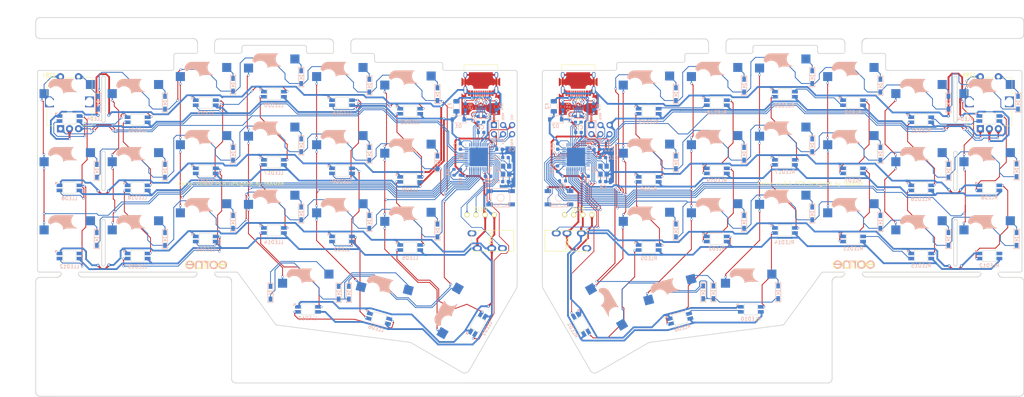
<source format=kicad_pcb>
(kicad_pcb (version 20211014) (generator pcbnew)
  (title_block (title "Corne Cherry") (date "2022-05-05") (rev "4.0.0") (company "foostan"))
  (layers (0 "F.Cu" signal) (31 "B.Cu" signal) (34 "B.Paste" user) (35 "F.Paste" user) (36 "B.SilkS" user "B.Silkscreen") (37 "F.SilkS" user "F.Silkscreen") (38 "B.Mask" user) (39 "F.Mask" user) (44 "Edge.Cuts" user))
  (net 0 "")
  (net 1 "row0")
  (net 2 "Net-(LD1-Pad2)")
  (net 3 "row1")
  (net 4 "Net-(LD2-Pad2)")
  (net 5 "row2")
  (net 6 "Net-(LD3-Pad2)")
  (net 7 "row3")
  (net 8 "Net-(LD4-Pad2)")
  (net 9 "Net-(LD5-Pad2)")
  (net 10 "Net-(LD6-Pad2)")
  (net 11 "Net-(LD7-Pad2)")
  (net 12 "Net-(LD8-Pad2)")
  (net 13 "Net-(LD9-Pad2)")
  (net 14 "Net-(LD10-Pad2)")
  (net 15 "Net-(LD11-Pad2)")
  (net 16 "Net-(LD12-Pad2)")
  (net 17 "Net-(LD13-Pad2)")
  (net 18 "Net-(LD14-Pad2)")
  (net 19 "Net-(LD15-Pad2)")
  (net 20 "Net-(LD16-Pad2)")
  (net 21 "Net-(LD17-Pad2)")
  (net 22 "Net-(LD18-Pad2)")
  (net 23 "Net-(LD19-Pad2)")
  (net 24 "Net-(LD20-Pad2)")
  (net 25 "Net-(LD21-Pad2)")
  (net 26 "GND")
  (net 27 "col0")
  (net 28 "col1")
  (net 29 "col2")
  (net 30 "col3")
  (net 31 "col4")
  (net 32 "col5")
  (net 33 "LED")
  (net 34 "data")
  (net 35 "reset")
  (net 36 "SCL")
  (net 37 "SDA")
  (net 39 "Net-(LLED1-Pad2)")
  (net 40 "Net-(LLED2-Pad2)")
  (net 41 "Net-(LLED3-Pad2)")
  (net 42 "Net-(LLED4-Pad2)")
  (net 43 "Net-(RD1-Pad2)")
  (net 44 "row0_r")
  (net 45 "Net-(RD2-Pad2)")
  (net 46 "Net-(RD3-Pad2)")
  (net 47 "Net-(RD4-Pad2)")
  (net 48 "Net-(RD5-Pad2)")
  (net 49 "Net-(RD6-Pad2)")
  (net 50 "row1_r")
  (net 51 "Net-(RD7-Pad2)")
  (net 52 "Net-(RD8-Pad2)")
  (net 53 "Net-(RD9-Pad2)")
  (net 54 "Net-(RD10-Pad2)")
  (net 55 "Net-(RD11-Pad2)")
  (net 56 "Net-(RD12-Pad2)")
  (net 57 "row2_r")
  (net 58 "Net-(RD13-Pad2)")
  (net 59 "Net-(RD14-Pad2)")
  (net 60 "Net-(RD15-Pad2)")
  (net 61 "Net-(RD16-Pad2)")
  (net 62 "Net-(RD17-Pad2)")
  (net 63 "Net-(RD18-Pad2)")
  (net 64 "Net-(RD19-Pad2)")
  (net 65 "row3_r")
  (net 66 "Net-(RD20-Pad2)")
  (net 67 "Net-(RD21-Pad2)")
  (net 68 "data_r")
  (net 69 "SDA_r")
  (net 70 "SCL_r")
  (net 71 "LED_r")
  (net 72 "reset_r")
  (net 73 "col0_r")
  (net 74 "col1_r")
  (net 75 "col2_r")
  (net 76 "col3_r")
  (net 77 "col4_r")
  (net 78 "col5_r")
  (net 79 "Net-(C2-Pad2)")
  (net 80 "Net-(LLED5-Pad2)")
  (net 81 "Net-(LLED21-Pad2)")
  (net 82 "Net-(LLED11-Pad4)")
  (net 83 "Net-(LLED12-Pad4)")
  (net 84 "Net-(LLED10-Pad4)")
  (net 85 "Net-(LLED10-Pad2)")
  (net 86 "Net-(LLED11-Pad2)")
  (net 87 "Net-(LLED13-Pad4)")
  (net 88 "Net-(LLED13-Pad2)")
  (net 89 "Net-(LLED14-Pad2)")
  (net 90 "Net-(LLED15-Pad2)")
  (net 91 "Net-(LLED16-Pad2)")
  (net 92 "Net-(LLED17-Pad2)")
  (net 93 "Net-(LLED18-Pad2)")
  (net 94 "Net-(LLED19-Pad2)")
  (net 95 "Net-(LLED20-Pad2)")
  (net 97 "Net-(RLED1-Pad2)")
  (net 98 "Net-(RLED2-Pad2)")
  (net 99 "Net-(RLED3-Pad2)")
  (net 100 "Net-(RLED4-Pad2)")
  (net 101 "Net-(RLED5-Pad2)")
  (net 102 "Net-(RLED21-Pad2)")
  (net 104 "Net-(RLED11-Pad4)")
  (net 105 "Net-(RLED12-Pad4)")
  (net 106 "Net-(RLED13-Pad4)")
  (net 107 "Net-(RLED10-Pad4)")
  (net 108 "Net-(RLED10-Pad2)")
  (net 109 "Net-(RLED11-Pad2)")
  (net 111 "Net-(RLED13-Pad2)")
  (net 112 "Net-(RLED14-Pad2)")
  (net 113 "Net-(RLED15-Pad2)")
  (net 114 "Net-(RLED16-Pad2)")
  (net 115 "Net-(RLED17-Pad2)")
  (net 116 "Net-(RLED18-Pad2)")
  (net 117 "Net-(RLED19-Pad2)")
  (net 118 "Net-(RLED20-Pad2)")
  (net 119 "Net-(C3-Pad2)")
  (net 120 "Net-(C6-Pad2)")
  (net 121 "lVBUS")
  (net 122 "D+")
  (net 123 "D-")
  (net 124 "rVCC")
  (net 125 "miso")
  (net 126 "sck")
  (net 127 "mosi")
  (net 128 "lVCC")
  (net 129 "GNDA")
  (net 130 "Net-(C9-Pad2)")
  (net 131 "Net-(C10-Pad2)")
  (net 132 "Net-(C13-Pad2)")
  (net 133 "rVBUS")
  (net 134 "Net-(J2-PadA5)")
  (net 136 "Net-(J2-PadB5)")
  (net 138 "miso_r")
  (net 139 "sck_r")
  (net 140 "mosi_r")
  (net 141 "Net-(J4-PadA5)")
  (net 142 "D+_r")
  (net 143 "D-_r")
  (net 145 "Net-(J4-PadB5)")
  (net 147 "re0a")
  (net 148 "re0b")
  (net 149 "Net-(R1-Pad2)")
  (net 150 "Net-(R2-Pad1)")
  (net 151 "Net-(R3-Pad1)")
  (net 152 "Net-(R6-Pad2)")
  (net 153 "Net-(R7-Pad1)")
  (net 154 "Net-(R8-Pad1)")
  (net 155 "re0b_r")
  (net 156 "re0a_r")
  (footprint "kbd:MJ-4PP-9_1side" (layer "F.Cu") (at 144.1345 74.292 -90)
    (fp_text reference "LJ1")
    (fp_text value "MJ-4PP-9" hide)
  )
  (footprint "kbd:OLED_v2" (layer "F.Cu") (at 134.7425 67.025)
    (fp_text reference "LOLED1")
    (fp_text value "OLED" hide)
  )
  (footprint "kbd:CherryMX_Hotswap" (layer "F.Cu") (at 39.1075 35.78)
    (fp_text reference "LSW4" hide)
    (fp_text value "SW_PUSH" hide)
  )
  (footprint "kbd:CherryMX_Hotswap" (layer "F.Cu") (at 58.1075 31.03)
    (fp_text reference "LSW7" hide)
    (fp_text value "SW_PUSH" hide)
  )
  (footprint "kbd:CherryMX_Hotswap" (layer "F.Cu") (at 77.1075 28.655)
    (fp_text reference "LSW10" hide)
    (fp_text value "SW_PUSH" hide)
  )
  (footprint "kbd:CherryMX_Hotswap" (layer "F.Cu") (at 96.1075 31.03)
    (fp_text reference "LSW14" hide)
    (fp_text value "SW_PUSH" hide)
  )
  (footprint "kbd:CherryMX_Hotswap" (layer "F.Cu") (at 20.1075 54.78)
    (fp_text reference "LSW2" hide)
    (fp_text value "SW_PUSH" hide)
  )
  (footprint "kbd:CherryMX_Hotswap" (layer "F.Cu") (at 39.1075 54.78)
    (fp_text reference "LSW5" hide)
    (fp_text value "SW_PUSH" hide)
  )
  (footprint "kbd:CherryMX_Hotswap" (layer "F.Cu") (at 58.1075 50.03)
    (fp_text reference "LSW8" hide)
    (fp_text value "SW_PUSH" hide)
  )
  (footprint "kbd:CherryMX_Hotswap" (layer "F.Cu") (at 77.1075 47.655)
    (fp_text reference "LSW11" hide)
    (fp_text value "SW_PUSH" hide)
  )
  (footprint "kbd:CherryMX_Hotswap" (layer "F.Cu") (at 96.1075 50.03)
    (fp_text reference "LSW15" hide)
    (fp_text value "SW_PUSH" hide)
  )
  (footprint "kbd:CherryMX_Hotswap" (layer "F.Cu") (at 115.1075 52.405)
    (fp_text reference "LSW19" hide)
    (fp_text value "SW_PUSH" hide)
  )
  (footprint "kbd:CherryMX_Hotswap" (layer "F.Cu") (at 20.1075 73.78)
    (fp_text reference "LSW3" hide)
    (fp_text value "SW_PUSH" hide)
  )
  (footprint "kbd:CherryMX_Hotswap" (layer "F.Cu") (at 39.1075 73.78)
    (fp_text reference "LSW6" hide)
    (fp_text value "SW_PUSH" hide)
  )
  (footprint "kbd:CherryMX_Hotswap" (layer "F.Cu") (at 58.1075 69.03)
    (fp_text reference "LSW9" hide)
    (fp_text value "SW_PUSH" hide)
  )
  (footprint "kbd:CherryMX_Hotswap" (layer "F.Cu") (at 77.1075 66.655)
    (fp_text reference "LSW12" hide)
    (fp_text value "SW_PUSH" hide)
  )
  (footprint "kbd:CherryMX_Hotswap" (layer "F.Cu") (at 96.1075 69.03)
    (fp_text reference "LSW16" hide)
    (fp_text value "SW_PUSH" hide)
  )
  (footprint "kbd:CherryMX_Hotswap" (layer "F.Cu") (at 115.1075 71.405)
    (fp_text reference "LSW20" hide)
    (fp_text value "SW_PUSH" hide)
  )
  (footprint "kbd:CherryMX_Hotswap" (layer "F.Cu") (at 86.6075 88.655)
    (fp_text reference "LSW13" hide)
    (fp_text value "SW_PUSH" hide)
  )
  (footprint "kbd:CherryMX_Hotswap" (layer "F.Cu") (at 107.6075 91.405 -15)
    (fp_text reference "LSW17" hide)
    (fp_text value "SW_PUSH" hide)
  )
  (footprint "kbd:CherryMX_Hotswap_1.5u" (layer "F.Cu") (at 129.8575 95.155 60)
    (fp_text reference "LSW21" hide)
    (fp_text value "SW_PUSH" hide)
  )
  (footprint "kbd:CherryMX_Hotswap_1.5u" (layer "F.Cu") (at 166.8645 95.15 -60)
    (fp_text reference "RSW21" hide)
    (fp_text value "SW_PUSH" hide)
  )
  (footprint "kbd:MJ-4PP-9_1side" (layer "F.Cu") (at 152.5375 74.27 90)
    (fp_text reference "RJ1")
    (fp_text value "MJ-4PP-9" hide)
  )
  (footprint "kbd:CherryMX_Hotswap" (layer "F.Cu") (at 219.6145 66.65)
    (fp_text reference "RSW12" hide)
    (fp_text value "SW_PUSH" hide)
  )
  (footprint "kbd:CherryMX_Hotswap" (layer "F.Cu") (at 200.6145 69.025)
    (fp_text reference "RSW16" hide)
    (fp_text value "SW_PUSH" hide)
  )
  (footprint "kbd:CherryMX_Hotswap" (layer "F.Cu") (at 181.6145 71.4)
    (fp_text reference "RSW20" hide)
    (fp_text value "SW_PUSH" hide)
  )
  (footprint "kbd:CherryMX_Hotswap" (layer "F.Cu") (at 210.1145 88.65)
    (fp_text reference "RSW13" hide)
    (fp_text value "SW_PUSH" hide)
  )
  (footprint "kbd:CherryMX_Hotswap" (layer "F.Cu") (at 189.1145 91.4 15)
    (fp_text reference "RSW17" hide)
    (fp_text value "SW_PUSH" hide)
  )
  (footprint "kbd:CherryMX_Hotswap" (layer "F.Cu") (at 219.6145 28.65)
    (fp_text reference "RSW10" hide)
    (fp_text value "SW_PUSH" hide)
  )
  (footprint "kbd:CherryMX_Hotswap" (layer "F.Cu") (at 200.6145 31.025)
    (fp_text reference "RSW14" hide)
    (fp_text value "SW_PUSH" hide)
  )
  (footprint "kbd:CherryMX_Hotswap" (layer "F.Cu") (at 276.6145 54.775)
    (fp_text reference "RSW2" hide)
    (fp_text value "SW_PUSH" hide)
  )
  (footprint "kbd:CherryMX_Hotswap" (layer "F.Cu") (at 238.6145 31.025)
    (fp_text reference "RSW7" hide)
    (fp_text value "SW_PUSH" hide)
  )
  (footprint "kbd:CherryMX_Hotswap" (layer "F.Cu") (at 257.6145 54.775)
    (fp_text reference "RSW5" hide)
    (fp_text value "SW_PUSH" hide)
  )
  (footprint "kbd:CherryMX_Hotswap" (layer "F.Cu") (at 257.6145 73.775)
    (fp_text reference "RSW6" hide)
    (fp_text value "SW_PUSH" hide)
  )
  (footprint "kbd:CherryMX_Hotswap" (layer "F.Cu") (at 238.6145 69.025)
    (fp_text reference "RSW9" hide)
    (fp_text value "SW_PUSH" hide)
  )
  (footprint "kbd:CherryMX_Hotswap" (layer "F.Cu") (at 276.6145 35.775)
    (fp_text reference "RSW1" hide)
    (fp_text value "SW_PUSH" hide)
  )
  (footprint "kbd:CherryMX_Hotswap" (layer "F.Cu") (at 257.6145 35.775)
    (fp_text reference "RSW4" hide)
    (fp_text value "SW_PUSH" hide)
  )
  (footprint "kbd:CherryMX_Hotswap" (layer "F.Cu") (at 238.6145 50.025)
    (fp_text reference "RSW8" hide)
    (fp_text value "SW_PUSH" hide)
  )
  (footprint "kbd:CherryMX_Hotswap" (layer "F.Cu") (at 219.6145 47.65)
    (fp_text reference "RSW11" hide)
    (fp_text value "SW_PUSH" hide)
  )
  (footprint "kbd:CherryMX_Hotswap" (layer "F.Cu") (at 200.6145 50.025)
    (fp_text reference "RSW15" hide)
    (fp_text value "SW_PUSH" hide)
  )
  (footprint "kbd:CherryMX_Hotswap" (layer "F.Cu") (at 181.6145 52.4)
    (fp_text reference "RSW19" hide)
    (fp_text value "SW_PUSH" hide)
  )
  (footprint "kbd:CherryMX_Hotswap" (layer "F.Cu") (at 276.6145 73.775)
    (fp_text reference "RSW3" hide)
    (fp_text value "SW_PUSH" hide)
  )
  (footprint "kbd:CherryMX_Hotswap" (layer "F.Cu") (at 20.1075 35.78)
    (fp_text reference "LSW1" hide)
    (fp_text value "SW_PUSH" hide)
  )
  (footprint "kbd:CherryMX_Hotswap" (layer "F.Cu") (at 115.1075 33.405)
    (fp_text reference "LSW18" hide)
    (fp_text value "SW_PUSH" hide)
  )
  (footprint "kbd:CherryMX_Hotswap" (layer "F.Cu") (at 181.6075 33.405)
    (fp_text reference "RSW18" hide)
    (fp_text value "SW_PUSH" hide)
  )
  (footprint "kbd:spacer_m2" (layer "F.Cu") (at 29.6075 64.28)
    (fp_text reference "LSH3" hide)
    (fp_text value "MountingHole" hide)
  )
  (footprint "kbd:Breakaway_Tabs" (layer "F.Cu") (at 58.1375 83.05)
    (fp_text reference "LBT4")
    (fp_text value "MountingHole")
  )
  (footprint "kbd:spacer_m2" (layer "F.Cu") (at 119.3575 89.03)
    (fp_text reference "LSH5" hide)
    (fp_text value "MountingHole" hide)
  )
  (footprint "kbd:Breakaway_Tabs" (layer "F.Cu") (at 200.7475 21.99)
    (fp_text reference "RBT2")
    (fp_text value "MountingHole")
  )
  (footprint "kbd:corne-logo-horizontal" (layer "F.Cu") (at 58.174393 81.074391)
    (fp_text reference "LL1" hide)
    (fp_text value "MountingHole" hide)
  )
  (footprint "kbd:spacer_m2" (layer "F.Cu") (at 105.6075 41.53)
    (fp_text reference "LSH2" hide)
    (fp_text value "MountingHole" hide)
  )
  (footprint "kbd:spacer_m2" (layer "F.Cu") (at 250.4575 64.305)
    (fp_text reference "RSH7" hide)
    (fp_text value "MountingHole" hide)
  )
  (footprint "Connector_USB:USB_C_Receptacle_HRO_TYPE-C-31-M-12" (layer "F.Cu") (at 161.9575 29.08 180)
    (fp_text reference "J4")
    (fp_text value "USB_C_Receptacle_USB2.0")
  )
  (footprint "kbd:Breakaway_Tabs" (layer "F.Cu") (at 58.1975 21.97)
    (fp_text reference "LBT1")
    (fp_text value "MountingHole")
  )
  (footprint "kbd:spacer_m2" (layer "F.Cu") (at 29.6075 45.28)
    (fp_text reference "LSH1" hide)
    (fp_text value "MountingHole" hide)
  )
  (footprint "kbd:spacer_m2" (layer "F.Cu") (at 267.1075 45.28)
    (fp_text reference "RSH1" hide)
    (fp_text value "MountingHole" hide)
  )
  (footprint "kbd:spacer_m2" (layer "F.Cu") (at 46.2075 45.305)
    (fp_text reference "LSH6" hide)
    (fp_text value "MountingHole" hide)
  )
  (footprint "kbd:OLED_v2" (layer "F.Cu") (at 161.9775 67.02)
    (fp_text reference "ROLED1")
    (fp_text value "OLED" hide)
  )
  (footprint "kbd:spacer_m2" (layer "F.Cu") (at 177.3575 89.03)
    (fp_text reference "RSH5" hide)
    (fp_text value "MountingHole" hide)
  )
  (footprint "kbd:thread_m2" (layer "F.Cu") (at 142.3285 82.67)
    (fp_text reference "LTH2" hide)
    (fp_text value "MountingHole" hide)
  )
  (footprint "Connector_USB:USB_C_Receptacle_HRO_TYPE-C-31-M-12" (layer "F.Cu") (at 134.8075 29.08 180)
    (fp_text reference "J2")
    (fp_text value "USB_C_Receptacle_USB2.0")
  )
  (footprint "kbd:spacer_m2" (layer "F.Cu") (at 250.4575 45.305)
    (fp_text reference "RSH6" hide)
    (fp_text value "MountingHole" hide)
  )
  (footprint "kbd:Breakaway_Tabs" (layer "F.Cu") (at 238.7575 83.08)
    (fp_text reference "RBT4")
    (fp_text value "MountingHole")
  )
  (footprint "kbd:RotaryEncoder_EC12-SW" (layer "F.Cu") (at 20.1075 35.53)
    (fp_text reference "LRE1")
    (fp_text value "RE_SW")
  )
  (footprint "kbd:spacer_m2" (layer "F.Cu") (at 267.1075 64.28)
    (fp_text reference "RSH3" hide)
    (fp_text value "MountingHole" hide)
  )
  (footprint "kbd:Breakaway_Tabs" (layer "F.Cu") (at 276.6975 83.07)
    (fp_text reference "RBT3")
    (fp_text value "MountingHole")
  )
  (footprint "kbd:thread_m2" (layer "F.Cu") (at 154.2025 82.6685)
    (fp_text reference "RTH2" hide)
    (fp_text value "MountingHole" hide)
  )
  (footprint "kbd:thread_m2" (layer "F.Cu") (at 127.8965 74.149)
    (fp_text reference "LTH1" hide)
    (fp_text value "MountingHole" hide)
  )
  (footprint "kbd:spacer_m2" (layer "F.Cu") (at 191.1075 41.53)
    (fp_text reference "RSH2" hide)
    (fp_text value "MountingHole" hide)
  )
  (footprint "kbd:spacer_m2" (layer "F.Cu") (at 72.8575 81.28)
    (fp_text reference "LSH4" hide)
    (fp_text value "MountingHole" hide)
  )
  (footprint "kbd:Breakaway_Tabs" (layer "F.Cu") (at 20.1875 83.06)
    (fp_text reference "LBT3")
    (fp_text value "MountingHole")
  )
  (footprint "kbd:Breakaway_Tabs" (layer "F.Cu") (at 238.6975 21.98)
    (fp_text reference "RBT1")
    (fp_text value "MountingHole")
  )
  (footprint "kbd:thread_m2" (layer "F.Cu") (at 168.7615 74.1255)
    (fp_text reference "RTH1" hide)
    (fp_text value "MountingHole" hide)
  )
  (footprint "kbd:spacer_m2" (layer "F.Cu") (at 46.2075 64.305)
    (fp_text reference "LSH7" hide)
    (fp_text value "MountingHole" hide)
  )
  (footprint "kbd:corne-logo-horizontal" (layer "F.Cu") (at 238.8075 81)
    (fp_text reference "RL1" hide)
    (fp_text value "MountingHole" hide)
  )
  (footprint "kbd:Breakaway_Tabs" (layer "F.Cu") (at 96.1575 21.97)
    (fp_text reference "LBT2")
    (fp_text value "MountingHole")
  )
  (footprint "kbd:spacer_m2" (layer "F.Cu") (at 223.8575 81.28)
    (fp_text reference "RSH4" hide)
    (fp_text value "MountingHole" hide)
  )
  (footprint "kbd:RotaryEncoder_EC12-SW" (layer "F.Cu") (at 276.6145 35.525)
    (fp_text reference "RRE1")
    (fp_text value "RE_SW")
  )
  (footprint "kbd:ResetSW" (layer "B.Cu") (at 140.3075 62.28 180)
    (fp_text reference "LRSW1" hide)
    (fp_text value "SW_PUSH")
  )
  (footprint "kbd:D3_SMD_v2" (layer "B.Cu") (at 28.0825 35.78 90)
    (fp_text reference "LD1" hide)
    (fp_text value "D" hide)
  )
  (footprint "kbd:D3_SMD_v2" (layer "B.Cu") (at 46.7345 35.78 90)
    (fp_text reference "LD4" hide)
    (fp_text value "D" hide)
  )
  (footprint "kbd:D3_SMD_v2" (layer "B.Cu") (at 65.7075 30.78 90)
    (fp_text reference "LD7" hide)
    (fp_text value "D" hide)
  )
  (footprint "kbd:D3_SMD_v2" (layer "B.Cu") (at 84.7075 28.655 90)
    (fp_text reference "LD10" hide)
    (fp_text value "D" hide)
  )
  (footprint "kbd:D3_SMD_v2" (layer "B.Cu") (at 103.7075 31.03 90)
    (fp_text reference "LD14" hide)
    (fp_text value "D" hide)
  )
  (footprint "kbd:D3_SMD_v2" (layer "B.Cu") (at 122.7075 33.405 90)
    (fp_text reference "LD18" hide)
    (fp_text value "D" hide)
  )
  (footprint "kbd:D3_SMD_v2" (layer "B.Cu") (at 27.7345 54.776875 90)
    (fp_text reference "LD2" hide)
    (fp_text value "D" hide)
  )
  (footprint "kbd:D3_SMD_v2" (layer "B.Cu") (at 46.7345 54.78 90)
    (fp_text reference "LD5" hide)
    (fp_text value "D" hide)
  )
  (footprint "kbd:D3_SMD_v2" (layer "B.Cu") (at 65.7075 50.03 90)
    (fp_text reference "LD8" hide)
    (fp_text value "D" hide)
  )
  (footprint "kbd:D3_SMD_v2" (layer "B.Cu") (at 84.7075 47.655 90)
    (fp_text reference "LD11" hide)
    (fp_text value "D" hide)
  )
  (footprint "kbd:D3_SMD_v2" (layer "B.Cu") (at 103.7075 50.03 90)
    (fp_text reference "LD15" hide)
    (fp_text value "D" hide)
  )
  (footprint "kbd:D3_SMD_v2" (layer "B.Cu") (at 122.7075 52.405 90)
    (fp_text reference "LD19" hide)
    (fp_text value "D" hide)
  )
  (footprint "kbd:D3_SMD_v2" (layer "B.Cu") (at 27.7345 73.776875 90)
    (fp_text reference "LD3" hide)
    (fp_text value "D" hide)
  )
  (footprint "kbd:D3_SMD_v2" (layer "B.Cu") (at 46.7345 73.78 90)
    (fp_text reference "LD6" hide)
    (fp_text value "D" hide)
  )
  (footprint "kbd:D3_SMD_v2" (layer "B.Cu") (at 65.7075 69.03 90)
    (fp_text reference "LD9" hide)
    (fp_text value "D" hide)
  )
  (footprint "kbd:D3_SMD_v2" (layer "B.Cu") (at 84.7075 66.655 90)
    (fp_text reference "LD12" hide)
    (fp_text value "D" hide)
  )
  (footprint "kbd:D3_SMD_v2" (layer "B.Cu") (at 103.7075 69.03 90)
    (fp_text reference "LD16" hide)
    (fp_text value "D" hide)
  )
  (footprint "kbd:D3_SMD_v2" (layer "B.Cu") (at 122.7075 71.405 90)
    (fp_text reference "LD20" hide)
    (fp_text value "D" hide)
  )
  (footprint "kbd:D3_SMD_v2" (layer "B.Cu") (at 76.1575 88.77 90)
    (fp_text reference "LD13" hide)
    (fp_text value "D" hide)
  )
  (footprint "kbd:D3_SMD_v2" (layer "B.Cu") (at 95.1645 88.765 90)
    (fp_text reference "LD17" hide)
    (fp_text value "D" hide)
  )
  (footprint "kbd:D3_SMD_v2" (layer "B.Cu") (at 98.0075 88.765 90)
    (fp_text reference "LD21" hide)
    (fp_text value "D" hide)
  )
  (footprint "kbd:YS-SK6812MINI-E" (layer "B.Cu") (at 20.1075 40.18)
    (fp_text reference "LLED4")
    (fp_text value "YS-SK6812MINI-E")
    (fp_line (start 1.8 1.55) (end -1.8 1.55) (layer "Edge.Cuts") (width 0.12))
    (fp_line (start -1.8 -1.55) (end 1.8 -1.55) (layer "Edge.Cuts") (width 0.12))
    (fp_line (start 1.8 -1.55) (end 1.8 1.55) (layer "Edge.Cuts") (width 0.12))
    (fp_line (start -1.8 1.55) (end -1.8 -1.55) (layer "Edge.Cuts") (width 0.12))
  )
  (footprint "kbd:YS-SK6812MINI-E" (layer "B.Cu") (at 39.1075 40.53)
    (fp_text reference "LLED21")
    (fp_text value "YS-SK6812MINI-E")
    (fp_line (start -1.8 -1.55) (end 1.8 -1.55) (layer "Edge.Cuts") (width 0.12))
    (fp_line (start 1.8 1.55) (end -1.8 1.55) (layer "Edge.Cuts") (width 0.12))
    (fp_line (start -1.8 1.55) (end -1.8 -1.55) (layer "Edge.Cuts") (width 0.12))
    (fp_line (start 1.8 -1.55) (end 1.8 1.55) (layer "Edge.Cuts") (width 0.12))
  )
  (footprint "kbd:YS-SK6812MINI-E" (layer "B.Cu") (at 58.1075 35.78)
    (fp_text reference "LLED3")
    (fp_text value "YS-SK6812MINI-E")
    (fp_line (start 1.8 -1.55) (end 1.8 1.55) (layer "Edge.Cuts") (width 0.12))
    (fp_line (start -1.8 -1.55) (end 1.8 -1.55) (layer "Edge.Cuts") (width 0.12))
    (fp_line (start -1.8 1.55) (end -1.8 -1.55) (layer "Edge.Cuts") (width 0.12))
    (fp_line (start 1.8 1.55) (end -1.8 1.55) (layer "Edge.Cuts") (width 0.12))
  )
  (footprint "kbd:YS-SK6812MINI-E" (layer "B.Cu") (at 77.1075 33.405)
    (fp_text reference "LLED20")
    (fp_text value "YS-SK6812MINI-E")
    (fp_line (start -1.8 -1.55) (end 1.8 -1.55) (layer "Edge.Cuts") (width 0.12))
    (fp_line (start 1.8 1.55) (end -1.8 1.55) (layer "Edge.Cuts") (width 0.12))
    (fp_line (start -1.8 1.55) (end -1.8 -1.55) (layer "Edge.Cuts") (width 0.12))
    (fp_line (start 1.8 -1.55) (end 1.8 1.55) (layer "Edge.Cuts") (width 0.12))
  )
  (footprint "kbd:YS-SK6812MINI-E" (layer "B.Cu") (at 96.1075 35.78)
    (fp_text reference "LLED16")
    (fp_text value "YS-SK6812MINI-E")
    (fp_line (start -1.8 -1.55) (end 1.8 -1.55) (layer "Edge.Cuts") (width 0.12))
    (fp_line (start 1.8 -1.55) (end 1.8 1.55) (layer "Edge.Cuts") (width 0.12))
    (fp_line (start -1.8 1.55) (end -1.8 -1.55) (layer "Edge.Cuts") (width 0.12))
    (fp_line (start 1.8 1.55) (end -1.8 1.55) (layer "Edge.Cuts") (width 0.12))
  )
  (footprint "kbd:YS-SK6812MINI-E" (layer "B.Cu") (at 115.1075 38.155)
    (fp_text reference "LLED13")
    (fp_text value "YS-SK6812MINI-E")
    (fp_line (start -1.8 1.55) (end -1.8 -1.55) (layer "Edge.Cuts") (width 0.12))
    (fp_line (start 1.8 -1.55) (end 1.8 1.55) (layer "Edge.Cuts") (width 0.12))
    (fp_line (start 1.8 1.55) (end -1.8 1.55) (layer "Edge.Cuts") (width 0.12))
    (fp_line (start -1.8 -1.55) (end 1.8 -1.55) (layer "Edge.Cuts") (width 0.12))
  )
  (footprint "kbd:YS-SK6812MINI-E" (layer "B.Cu") (at 20.1075 59.53)
    (fp_text reference "LLED8")
    (fp_text value "YS-SK6812MINI-E")
    (fp_line (start -1.8 -1.55) (end 1.8 -1.55) (layer "Edge.Cuts") (width 0.12))
    (fp_line (start 1.8 1.55) (end -1.8 1.55) (layer "Edge.Cuts") (width 0.12))
    (fp_line (start -1.8 1.55) (end -1.8 -1.55) (layer "Edge.Cuts") (width 0.12))
    (fp_line (start 1.8 -1.55) (end 1.8 1.55) (layer "Edge.Cuts") (width 0.12))
  )
  (footprint "kbd:YS-SK6812MINI-E" (layer "B.Cu") (at 39.1075 59.53)
    (fp_text reference "LLED18")
    (fp_text value "YS-SK6812MINI-E")
    (fp_line (start -1.8 -1.55) (end 1.8 -1.55) (layer "Edge.Cuts") (width 0.12))
    (fp_line (start 1.8 -1.55) (end 1.8 1.55) (layer "Edge.Cuts") (width 0.12))
    (fp_line (start 1.8 1.55) (end -1.8 1.55) (layer "Edge.Cuts") (width 0.12))
    (fp_line (start -1.8 1.55) (end -1.8 -1.55) (layer "Edge.Cuts") (width 0.12))
  )
  (footprint "kbd:YS-SK6812MINI-E" (layer "B.Cu") (at 58.1075 54.78)
    (fp_text reference "LLED7")
    (fp_text value "YS-SK6812MINI-E")
    (fp_line (start -1.8 -1.55) (end 1.8 -1.55) (layer "Edge.Cuts") (width 0.12))
    (fp_line (start 1.8 1.55) (end -1.8 1.55) (layer "Edge.Cuts") (width 0.12))
    (fp_line (start 1.8 -1.55) (end 1.8 1.55) (layer "Edge.Cuts") (width 0.12))
    (fp_line (start -1.8 1.55) (end -1.8 -1.55) (layer "Edge.Cuts") (width 0.12))
  )
  (footprint "kbd:YS-SK6812MINI-E" (layer "B.Cu") (at 77.1075 52.405)
    (fp_text reference "LLED17")
    (fp_text value "YS-SK6812MINI-E")
    (fp_line (start 1.8 -1.55) (end 1.8 1.55) (layer "Edge.Cuts") (width 0.12))
    (fp_line (start -1.8 -1.55) (end 1.8 -1.55) (layer "Edge.Cuts") (width 0.12))
    (fp_line (start -1.8 1.55) (end -1.8 -1.55) (layer "Edge.Cuts") (width 0.12))
    (fp_line (start 1.8 1.55) (end -1.8 1.55) (layer "Edge.Cuts") (width 0.12))
  )
  (footprint "kbd:YS-SK6812MINI-E" (layer "B.Cu") (at 96.1075 54.78)
    (fp_text reference "LLED19")
    (fp_text value "YS-SK6812MINI-E")
    (fp_line (start 1.8 -1.55) (end 1.8 1.55) (layer "Edge.Cuts") (width 0.12))
    (fp_line (start 1.8 1.55) (end -1.8 1.55) (layer "Edge.Cuts") (width 0.12))
    (fp_line (start -1.8 -1.55) (end 1.8 -1.55) (layer "Edge.Cuts") (width 0.12))
    (fp_line (start -1.8 1.55) (end -1.8 -1.55) (layer "Edge.Cuts") (width 0.12))
  )
  (footprint "kbd:YS-SK6812MINI-E" (layer "B.Cu") (at 115.1075 57.155)
    (fp_text reference "LLED9")
    (fp_text value "YS-SK6812MINI-E")
    (fp_line (start -1.8 -1.55) (end 1.8 -1.55) (layer "Edge.Cuts") (width 0.12))
    (fp_line (start 1.8 -1.55) (end 1.8 1.55) (layer "Edge.Cuts") (width 0.12))
    (fp_line (start -1.8 1.55) (end -1.8 -1.55) (layer "Edge.Cuts") (width 0.12))
    (fp_line (start 1.8 1.55) (end -1.8 1.55) (layer "Edge.Cuts") (width 0.12))
  )
  (footprint "kbd:YS-SK6812MINI-E" (layer "B.Cu") (at 20.1075 78.53)
    (fp_text reference "LLED12")
    (fp_text value "YS-SK6812MINI-E")
    (fp_line (start -1.8 1.55) (end -1.8 -1.55) (layer "Edge.Cuts") (width 0.12))
    (fp_line (start 1.8 1.55) (end -1.8 1.55) (layer "Edge.Cuts") (width 0.12))
    (fp_line (start -1.8 -1.55) (end 1.8 -1.55) (layer "Edge.Cuts") (width 0.12))
    (fp_line (start 1.8 -1.55) (end 1.8 1.55) (layer "Edge.Cuts") (width 0.12))
  )
  (footprint "kbd:YS-SK6812MINI-E" (layer "B.Cu") (at 39.1075 78.53)
    (fp_text reference "LLED15")
    (fp_text value "YS-SK6812MINI-E")
    (fp_line (start 1.8 -1.55) (end 1.8 1.55) (layer "Edge.Cuts") (width 0.12))
    (fp_line (start -1.8 1.55) (end -1.8 -1.55) (layer "Edge.Cuts") (width 0.12))
    (fp_line (start -1.8 -1.55) (end 1.8 -1.55) (layer "Edge.Cuts") (width 0.12))
    (fp_line (start 1.8 1.55) (end -1.8 1.55) (layer "Edge.Cuts") (width 0.12))
  )
  (footprint "kbd:YS-SK6812MINI-E" (layer "B.Cu") (at 58.1075 73.78)
    (fp_text reference "LLED11")
    (fp_text value "YS-SK6812MINI-E")
    (fp_line (start 1.8 1.55) (end -1.8 1.55) (layer "Edge.Cuts") (width 0.12))
    (fp_line (start -1.8 1.55) (end -1.8 -1.55) (layer "Edge.Cuts") (width 0.12))
    (fp_line (start -1.8 -1.55) (end 1.8 -1.55) (layer "Edge.Cuts") (width 0.12))
    (fp_line (start 1.8 -1.55) (end 1.8 1.55) (layer "Edge.Cuts") (width 0.12))
  )
  (footprint "kbd:YS-SK6812MINI-E" (layer "B.Cu") (at 77.1075 71.405)
    (fp_text reference "LLED14")
    (fp_text value "YS-SK6812MINI-E")
    (fp_line (start -1.8 -1.55) (end 1.8 -1.55) (layer "Edge.Cuts") (width 0.12))
    (fp_line (start 1.8 1.55) (end -1.8 1.55) (layer "Edge.Cuts") (width 0.12))
    (fp_line (start 1.8 -1.55) (end 1.8 1.55) (layer "Edge.Cuts") (width 0.12))
    (fp_line (start -1.8 1.55) (end -1.8 -1.55) (layer "Edge.Cuts") (width 0.12))
  )
  (footprint "kbd:YS-SK6812MINI-E" (layer "B.Cu") (at 115.1075 76.155)
    (fp_text reference "LLED5")
    (fp_text value "YS-SK6812MINI-E")
    (fp_line (start 1.8 -1.55) (end 1.8 1.55) (layer "Edge.Cuts") (width 0.12))
    (fp_line (start 1.8 1.55) (end -1.8 1.55) (layer "Edge.Cuts") (width 0.12))
    (fp_line (start -1.8 1.55) (end -1.8 -1.55) (layer "Edge.Cuts") (width 0.12))
    (fp_line (start -1.8 -1.55) (end 1.8 -1.55) (layer "Edge.Cuts") (width 0.12))
  )
  (footprint "kbd:YS-SK6812MINI-E" (layer "B.Cu") (at 133.971121 97.53 60)
    (fp_text reference "LLED1")
    (fp_text value "YS-SK6812MINI-E")
    (fp_line (start 1.8 -1.55) (end 1.8 1.55) (layer "Edge.Cuts") (width 0.12))
    (fp_line (start -1.8 -1.55) (end 1.8 -1.55) (layer "Edge.Cuts") (width 0.12))
    (fp_line (start 1.8 1.55) (end -1.8 1.55) (layer "Edge.Cuts") (width 0.12))
    (fp_line (start -1.8 1.55) (end -1.8 -1.55) (layer "Edge.Cuts") (width 0.12))
  )
  (footprint "kbd:D3_SMD_v2" (layer "B.Cu") (at 265.2145 35.775 90)
    (fp_text reference "RD4" hide)
    (fp_text value "D" hide)
  )
  (footprint "kbd:D3_SMD_v2" (layer "B.Cu") (at 246.2145 31.025 90)
    (fp_text reference "RD7" hide)
    (fp_text value "D" hide)
  )
  (footprint "kbd:D3_SMD_v2" (layer "B.Cu") (at 227.2145 28.65 90)
    (fp_text reference "RD10" hide)
    (fp_text value "D" hide)
  )
  (footprint "kbd:D3_SMD_v2" (layer "B.Cu") (at 189.2075 33.405 90)
    (fp_text reference "RD18" hide)
    (fp_text value "D" hide)
  )
  (footprint "kbd:D3_SMD_v2" (layer "B.Cu") (at 284.2145 54.625 90)
    (fp_text reference "RD2" hide)
    (fp_text value "D" hide)
  )
  (footprint "kbd:D3_SMD_v2" (layer "B.Cu") (at 265.2145 54.775 90)
    (fp_text reference "RD5" hide)
    (fp_text value "D" hide)
  )
  (footprint "kbd:D3_SMD_v2" (layer "B.Cu") (at 246.2145 50.025 90)
    (fp_text reference "RD8" hide)
    (fp_text value "D" hide)
  )
  (footprint "kbd:D3_SMD_v2" (layer "B.Cu") (at 227.2145 47.65 90)
    (fp_text reference "RD11" hide)
    (fp_text value "D" hide)
  )
  (footprint "kbd:D3_SMD_v2" (layer "B.Cu") (at 208.2145 50.025 90)
    (fp_text reference "RD15" hide)
    (fp_text value "D" hide)
  )
  (footprint "kbd:D3_SMD_v2" (layer "B.Cu") (at 189.2075 52.405 90)
    (fp_text reference "RD19" hide)
    (fp_text value "D" hide)
  )
  (footprint "kbd:D3_SMD_v2" (layer "B.Cu") (at 284.2145 73.775 90)
    (fp_text reference "RD3" hide)
    (fp_text value "D" hide)
  )
  (footprint "kbd:D3_SMD_v2" (layer "B.Cu") (at 265.2145 73.775 90)
    (fp_text reference "RD6" hide)
    (fp_text value "D" hide)
  )
  (footprint "kbd:D3_SMD_v2" (layer "B.Cu") (at 246.2145 69.025 90)
    (fp_text reference "RD9" hide)
    (fp_text value "D" hide)
  )
  (footprint "kbd:D3_SMD_v2" (layer "B.Cu") (at 227.2145 66.65 90)
    (fp_text reference "RD12" hide)
    (fp_text value "D" hide)
  )
  (footprint "kbd:D3_SMD_v2" (layer "B.Cu") (at 208.2145 69.025 90)
    (fp_text reference "RD16" hide)
    (fp_text value "D" hide)
  )
  (footprint "kbd:D3_SMD_v2" (layer "B.Cu") (at 189.2075 71.405 90)
    (fp_text reference "RD20" hide)
    (fp_text value "D" hide)
  )
  (footprint "kbd:D3_SMD_v2" (layer "B.Cu") (at 217.7145 88.635 90)
    (fp_text reference "RD13" hide)
    (fp_text value "D" hide)
  )
  (footprint "kbd:D3_SMD_v2" (layer "B.Cu") (at 199.6645 88.65 90)
    (fp_text reference "RD17" hide)
    (fp_text value "D" hide)
  )
  (footprint "kbd:D3_SMD_v2" (layer "B.Cu") (at 196.8145 88.65 90)
    (fp_text reference "RD21" hide)
    (fp_text value "D" hide)
  )
  (footprint "kbd:D3_SMD_v2" (layer "B.Cu") (at 284.6075 35.78 90)
    (fp_text reference "RD1" hide)
    (fp_text value "D" hide)
  )
  (footprint "kbd:D3_SMD_v2" (layer "B.Cu") (at 208.2145 31.025 90)
    (fp_text reference "RD14" hide)
    (fp_text value "D" hide)
  )
  (footprint "kbd:YS-SK6812MINI-E" (layer "B.Cu") (at 86.6075 93.405)
    (fp_text reference "LLED10")
    (fp_text value "YS-SK6812MINI-E")
    (fp_line (start -1.8 -1.55) (end 1.8 -1.55) (layer "Edge.Cuts") (width 0.12))
    (fp_line (start 1.8 -1.55) (end 1.8 1.55) (layer "Edge.Cuts") (width 0.12))
    (fp_line (start 1.8 1.55) (end -1.8 1.55) (layer "Edge.Cuts") (width 0.12))
    (fp_line (start -1.8 1.55) (end -1.8 -1.55) (layer "Edge.Cuts") (width 0.12))
  )
  (footprint "kbd:YS-SK6812MINI-E" (layer "B.Cu") (at 106.37811 95.993148 -15)
    (fp_text reference "LLED6")
    (fp_text value "YS-SK6812MINI-E")
    (fp_line (start -1.8 1.55) (end -1.8 -1.55) (layer "Edge.Cuts") (width 0.12))
    (fp_line (start -1.8 -1.55) (end 1.8 -1.55) (layer "Edge.Cuts") (width 0.12))
    (fp_line (start 1.8 1.55) (end -1.8 1.55) (layer "Edge.Cuts") (width 0.12))
    (fp_line (start 1.8 -1.55) (end 1.8 1.55) (layer "Edge.Cuts") (width 0.12))
  )
  (footprint "kbd:YS-SK6812MINI-E" (layer "B.Cu") (at 96.1075 73.78)
    (fp_text reference "LLED2")
    (fp_text value "YS-SK6812MINI-E")
    (fp_line (start 1.8 -1.55) (end 1.8 1.55) (layer "Edge.Cuts") (width 0.12))
    (fp_line (start -1.8 1.55) (end -1.8 -1.55) (layer "Edge.Cuts") (width 0.12))
    (fp_line (start 1.8 1.55) (end -1.8 1.55) (layer "Edge.Cuts") (width 0.12))
    (fp_line (start -1.8 -1.55) (end 1.8 -1.55) (layer "Edge.Cuts") (width 0.12))
  )
  (footprint "Capacitor_SMD:C_0603_1608Metric" (layer "B.Cu") (at 134.8825 44.08)
    (fp_text reference "C6")
    (fp_text value "1uF")
  )
  (footprint "kbd:YS-SK6812MINI-E" (layer "B.Cu") (at 181.6075 38.155)
    (fp_text reference "RLED13")
    (fp_text value "YS-SK6812MINI-E")
    (fp_line (start -1.8 1.55) (end -1.8 -1.55) (layer "Edge.Cuts") (width 0.12))
    (fp_line (start 1.8 -1.55) (end 1.8 1.55) (layer "Edge.Cuts") (width 0.12))
    (fp_line (start -1.8 -1.55) (end 1.8 -1.55) (layer "Edge.Cuts") (width 0.12))
    (fp_line (start 1.8 1.55) (end -1.8 1.55) (layer "Edge.Cuts") (width 0.12))
  )
  (footprint "kbd:YS-SK6812MINI-E" (layer "B.Cu") (at 219.6075 33.405)
    (fp_text reference "RLED20")
    (fp_text value "YS-SK6812MINI-E")
    (fp_line (start 1.8 -1.55) (end 1.8 1.55) (layer "Edge.Cuts") (width 0.12))
    (fp_line (start 1.8 1.55) (end -1.8 1.55) (layer "Edge.Cuts") (width 0.12))
    (fp_line (start -1.8 1.55) (end -1.8 -1.55) (layer "Edge.Cuts") (width 0.12))
    (fp_line (start -1.8 -1.55) (end 1.8 -1.55) (layer "Edge.Cuts") (width 0.12))
  )
  (footprint "Resistor_SMD:R_0603_1608Metric" (layer "B.Cu") (at 130.5075 36.89 90)
    (fp_text reference "R5")
    (fp_text value "5.1k")
  )
  (footprint "kbd:YS-SK6812MINI-E" (layer "B.Cu") (at 200.6075 35.78)
    (fp_text reference "RLED16")
    (fp_text value "YS-SK6812MINI-E")
    (fp_line (start -1.8 1.55) (end -1.8 -1.55) (layer "Edge.Cuts") (width 0.12))
    (fp_line (start -1.8 -1.55) (end 1.8 -1.55) (layer "Edge.Cuts") (width 0.12))
    (fp_line (start 1.8 1.55) (end -1.8 1.55) (layer "Edge.Cuts") (width 0.12))
    (fp_line (start 1.8 -1.55) (end 1.8 1.55) (layer "Edge.Cuts") (width 0.12))
  )
  (footprint "Diode_SMD:D_SOD-123" (layer "B.Cu") (at 155.6575 40.430086 180)
    (fp_text reference "D2")
    (fp_text value "D_TVS")
  )
  (footprint "Capacitor_SMD:C_0603_1608Metric" (layer "B.Cu") (at 167.1575 48.78 180)
    (fp_text reference "C12")
    (fp_text value "0.1uF")
  )
  (footprint "kbd:YS-SK6812MINI-E" (layer "B.Cu") (at 210.1075 93.405)
    (fp_text reference "RLED10")
    (fp_text value "YS-SK6812MINI-E")
    (fp_line (start 1.8 1.55) (end -1.8 1.55) (layer "Edge.Cuts") (width 0.12))
    (fp_line (start -1.8 1.55) (end -1.8 -1.55) (layer "Edge.Cuts") (width 0.12))
    (fp_line (start 1.8 -1.55) (end 1.8 1.55) (layer "Edge.Cuts") (width 0.12))
    (fp_line (start -1.8 -1.55) (end 1.8 -1.55) (layer "Edge.Cuts") (width 0.12))
  )
  (footprint "Capacitor_SMD:C_0603_1608Metric" (layer "B.Cu") (at 156.2575 47.98 90)
    (fp_text reference "C8")
    (fp_text value "0.1uF")
  )
  (footprint "Capacitor_SMD:C_0603_1608Metric" (layer "B.Cu") (at 156.2075 54.18 -90)
    (fp_text reference "C11")
    (fp_text value "0.1uF")
  )
  (footprint "kbd:YS-SK6812MINI-E" (layer "B.Cu") (at 200.6075 73.78)
    (fp_text reference "RLED2")
    (fp_text value "YS-SK6812MINI-E")
    (fp_line (start -1.8 1.55) (end -1.8 -1.55) (layer "Edge.Cuts") (width 0.12))
    (fp_line (start 1.8 1.55) (end -1.8 1.55) (layer "Edge.Cuts") (width 0.12))
    (fp_line (start -1.8 -1.55) (end 1.8 -1.55) (layer "Edge.Cuts") (width 0.12))
    (fp_line (start 1.8 -1.55) (end 1.8 1.55) (layer "Edge.Cuts") (width 0.12))
  )
  (footprint "Capacitor_SMD:C_0603_1608Metric" (layer "B.Cu") (at 162.0325 44.08)
    (fp_text reference "C13")
    (fp_text value "1uF")
  )
  (footprint "Capacitor_SMD:C_0603_1608Metric" (layer "B.Cu") (at 129.1075 55.18 -90)
    (fp_text reference "C4")
    (fp_text value "0.1uF")
  )
  (footprint "Capacitor_SMD:C_0603_1608Metric" (layer "B.Cu") (at 163.9875 56.29 180)
    (fp_text reference "C14")
    (fp_text value "10uF")
  )
  (footprint "Resistor_SMD:R_0603_1608Metric" (layer "B.Cu") (at 134.0175 40.38 90)
    (fp_text reference "R2")
    (fp_text value "22")
  )
  (footprint "kbd:YS-SK6812MINI-E" (layer "B.Cu") (at 238.6075 73.78)
    (fp_text reference "RLED11")
    (fp_text value "YS-SK6812MINI-E")
    (fp_line (start 1.8 1.55) (end -1.8 1.55) (layer "Edge.Cuts") (width 0.12))
    (fp_line (start -1.8 -1.55) (end 1.8 -1.55) (layer "Edge.Cuts") (width 0.12))
    (fp_line (start -1.8 1.55) (end -1.8 -1.55) (layer "Edge.Cuts") (width 0.12))
    (fp_line (start 1.8 -1.55) (end 1.8 1.55) (layer "Edge.Cuts") (width 0.12))
  )
  (footprint "kbd:YS-SK6812MINI-E" (layer "B.Cu") (at 276.6075 40.18)
    (fp_text reference "RLED4")
    (fp_text value "YS-SK6812MINI-E")
    (fp_line (start -1.8 -1.55) (end 1.8 -1.55) (layer "Edge.Cuts") (width 0.12))
    (fp_line (start 1.8 -1.55) (end 1.8 1.55) (layer "Edge.Cuts") (width 0.12))
    (fp_line (start 1.8 1.55) (end -1.8 1.55) (layer "Edge.Cuts") (width 0.12))
    (fp_line (start -1.8 1.55) (end -1.8 -1.55) (layer "Edge.Cuts") (width 0.12))
  )
  (footprint "kbd:corne-logo-horizontal" (layer "B.Cu") (at 238.810607 81 180)
    (fp_text reference "RL2" hide)
    (fp_text value "MountingHole" hide)
  )
  (footprint "Capacitor_SMD:C_0603_1608Metric" (layer "B.Cu") (at 136.8375 56.29 180)
    (fp_text reference "C7")
    (fp_text value "10uF")
  )
  (footprint "kbd:YS-SK6812MINI-E" (layer "B.Cu") (at 200.6075 54.78)
    (fp_text reference "RLED19")
    (fp_text value "YS-SK6812MINI-E")
    (fp_line (start -1.8 -1.55) (end 1.8 -1.55) (layer "Edge.Cuts") (width 0.12))
    (fp_line (start 1.8 -1.55) (end 1.8 1.55) (layer "Edge.Cuts") (width 0.12))
    (fp_line (start -1.8 1.55) (end -1.8 -1.55) (layer "Edge.Cuts") (width 0.12))
    (fp_line (start 1.8 1.55) (end -1.8 1.55) (layer "Edge.Cuts") (width 0.12))
  )
  (footprint "kbd:YS-SK6812MINI-E" (layer "B.Cu") (at 276.6075 78.53)
    (fp_text reference "RLED12")
    (fp_text value "YS-SK6812MINI-E")
    (fp_line (start 1.8 1.55) (end -1.8 1.55) (layer "Edge.Cuts") (width 0.12))
    (fp_line (start -1.8 -1.55) (end 1.8 -1.55) (layer "Edge.Cuts") (width 0.12))
    (fp_line (start 1.8 -1.55) (end 1.8 1.55) (layer "Edge.Cuts") (width 0.12))
    (fp_line (start -1.8 1.55) (end -1.8 -1.55) (layer "Edge.Cuts") (width 0.12))
  )
  (footprint "kbd:YS-SK6812MINI-E" (layer "B.Cu") (at 238.6075 35.78)
    (fp_text reference "RLED3")
    (fp_text value "YS-SK6812MINI-E")
    (fp_line (start 1.8 -1.55) (end 1.8 1.55) (layer "Edge.Cuts") (width 0.12))
    (fp_line (start -1.8 -1.55) (end 1.8 -1.55) (layer "Edge.Cuts") (width 0.12))
    (fp_line (start -1.8 1.55) (end -1.8 -1.55) (layer "Edge.Cuts") (width 0.12))
    (fp_line (start 1.8 1.55) (end -1.8 1.55) (layer "Edge.Cuts") (width 0.12))
  )
  (footprint "Capacitor_SMD:C_0603_1608Metric" (layer "B.Cu") (at 129.1075 47.98 90)
    (fp_text reference "C1")
    (fp_text value "0.1uF")
  )
  (footprint "kbd:YS-SK6812MINI-E" (layer "B.Cu") (at 181.6075 76.155)
    (fp_text reference "RLED5")
    (fp_text value "YS-SK6812MINI-E")
    (fp_line (start 1.8 -1.55) (end 1.8 1.55) (layer "Edge.Cuts") (width 0.12))
    (fp_line (start 1.8 1.55) (end -1.8 1.55) (layer "Edge.Cuts") (width 0.12))
    (fp_line (start -1.8 -1.55) (end 1.8 -1.55) (layer "Edge.Cuts") (width 0.12))
    (fp_line (start -1.8 1.55) (end -1.8 -1.55) (layer "Edge.Cuts") (width 0.12))
  )
  (footprint "Capacitor_SMD:C_0603_1608Metric" (layer "B.Cu") (at 168.8325 51.08)
    (fp_text reference "C10")
    (fp_text value "22pF")
  )
  (footprint "kbd:ResetSW" (layer "B.Cu") (at 156.6075 62.28 180)
    (fp_text reference "RRSW1" hide)
    (fp_text value "SW_PUSH")
  )
  (footprint "kbd:YS-SK6812MINI-E" (layer "B.Cu") (at 219.6075 52.405)
    (fp_text reference "RLED17")
    (fp_text value "YS-SK6812MINI-E")
    (fp_line (start 1.8 -1.55) (end 1.8 1.55) (layer "Edge.Cuts") (width 0.12))
    (fp_line (start -1.8 1.55) (end -1.8 -1.55) (layer "Edge.Cuts") (width 0.12))
    (fp_line (start 1.8 1.55) (end -1.8 1.55) (layer "Edge.Cuts") (width 0.12))
    (fp_line (start -1.8 -1.55) (end 1.8 -1.55) (layer "Edge.Cuts") (width 0.12))
  )
  (footprint "kbd:YS-SK6812MINI-E" (layer "B.Cu") (at 257.6075 40.53)
    (fp_text reference "RLED21")
    (fp_text value "YS-SK6812MINI-E")
    (fp_line (start -1.8 -1.55) (end 1.8 -1.55) (layer "Edge.Cuts") (width 0.12))
    (fp_line (start 1.8 1.55) (end -1.8 1.55) (layer "Edge.Cuts") (width 0.12))
    (fp_line (start -1.8 1.55) (end -1.8 -1.55) (layer "Edge.Cuts") (width 0.12))
    (fp_line (start 1.8 -1.55) (end 1.8 1.55) (layer "Edge.Cuts") (width 0.12))
  )
  (footprint "Crystal:Crystal_SMD_3225-4Pin_3.2x2.5mm" (layer "B.Cu") (at 141.8825 54.58 90)
    (fp_text reference "Y1")
    (fp_text value "Crystal_GND24")
  )
  (footprint "kbd:YS-SK6812MINI-E" (layer "B.Cu") (at 190.34389 95.988148 15)
    (fp_text reference "RLED6")
    (fp_text value "YS-SK6812MINI-E")
    (fp_line (start -1.8 -1.55) (end 1.8 -1.55) (layer "Edge.Cuts") (width 0.12))
    (fp_line (start -1.8 1.55) (end -1.8 -1.55) (layer "Edge.Cuts") (width 0.12))
    (fp_line (start 1.8 1.55) (end -1.8 1.55) (layer "Edge.Cuts") (width 0.12))
    (fp_line (start 1.8 -1.55) (end 1.8 1.55) (layer "Edge.Cuts") (width 0.12))
  )
  (footprint "Resistor_SMD:R_0603_1608Metric" (layer "B.Cu") (at 166.2575 36.88 -90)
    (fp_text reference "R9")
    (fp_text value "5.1k")
  )
  (footprint "kbd:corne-logo-horizontal" (layer "B.Cu") (at 58.174393 81.074391 180)
    (fp_text reference "LL2" hide)
    (fp_text value "MountingHole" hide)
  )
  (footprint "Crystal:Crystal_SMD_3225-4Pin_3.2x2.5mm" (layer "B.Cu") (at 169.0325 54.58 90)
    (fp_text reference "Y2")
    (fp_text value "Crystal_GND24")
  )
  (footprint "Fuse:Fuse_1206_3216Metric" (layer "B.Cu") (at 155.1575 36.78 -90)
    (fp_text reference "F2")
    (fp_text value "Polyfuse")
  )
  (footprint "Resistor_SMD:R_0603_1608Metric" (layer "B.Cu") (at 157.6075 57.58 180)
    (fp_text reference "R8")
    (fp_text value "10k")
  )
  (footprint "kbd:YS-SK6812MINI-E" (layer "B.Cu") (at 238.6075 54.78)
    (fp_text reference "RLED7")
    (fp_text value "YS-SK6812MINI-E")
    (fp_line (start 1.8 -1.55) (end 1.8 1.55) (layer "Edge.Cuts") (width 0.12))
    (fp_line (start -1.8 -1.55) (end 1.8 -1.55) (layer "Edge.Cuts") (width 0.12))
    (fp_line (start -1.8 1.55) (end -1.8 -1.55) (layer "Edge.Cuts") (width 0.12))
    (fp_line (start 1.8 1.55) (end -1.8 1.55) (layer "Edge.Cuts") (width 0.12))
  )
  (footprint "kbd:YS-SK6812MINI-E" (layer "B.Cu") (at 219.6075 71.405)
    (fp_text reference "RLED14")
    (fp_text value "YS-SK6812MINI-E")
    (fp_line (start 1.8 -1.55) (end 1.8 1.55) (layer "Edge.Cuts") (width 0.12))
    (fp_line (start -1.8 1.55) (end -1.8 -1.55) (layer "Edge.Cuts") (width 0.12))
    (fp_line (start 1.8 1.55) (end -1.8 1.55) (layer "Edge.Cuts") (width 0.12))
    (fp_line (start -1.8 -1.55) (end 1.8 -1.55) (layer "Edge.Cuts") (width 0.12))
  )
  (footprint "Diode_SMD:D_SOD-123" (layer "B.Cu") (at 128.5075 40.430086 180)
    (fp_text reference "D1")
    (fp_text value "D_TVS")
  )
  (footprint "Capacitor_SMD:C_0603_1608Metric" (layer "B.Cu") (at 168.8325 57.78 180)
    (fp_text reference "C9")
    (fp_text value "22pF")
  )
  (footprint "Capacitor_SMD:C_0603_1608Metric" (layer "B.Cu") (at 140.0075 48.78 180)
    (fp_text reference "C5")
    (fp_text value "0.1uF")
  )
  (footprint "kbd:YS-SK6812MINI-E" (layer "B.Cu") (at 257.6075 59.53)
    (fp_text reference "RLED18")
    (fp_text value "YS-SK6812MINI-E")
    (fp_line (start 1.8 -1.55) (end 1.8 1.55) (layer "Edge.Cuts") (width 0.12))
    (fp_line (start 1.8 1.55) (end -1.8 1.55) (layer "Edge.Cuts") (width 0.12))
    (fp_line (start -1.8 1.55) (end -1.8 -1.55) (layer "Edge.Cuts") (width 0.12))
    (fp_line (start -1.8 -1.55) (end 1.8 -1.55) (layer "Edge.Cuts") (width 0.12))
  )
  (footprint "kbd:AVR-ISP-6" (layer "B.Cu") (at 141.0075 43.28 90)
    (fp_text reference "J1")
    (fp_text value "AVR-ISP-6")
  )
  (footprint "kbd:AVR-ISP-6" (layer "B.Cu") (at 168.1575 43.28 90)
    (fp_text reference "J3")
    (fp_text value "AVR-ISP-6")
  )
  (footprint "kbd:YS-SK6812MINI-E" (layer "B.Cu") (at 276.6075 59.53)
    (fp_text reference "RLED8")
    (fp_text value "YS-SK6812MINI-E")
    (fp_line (start -1.8 1.55) (end -1.8 -1.55) (layer "Edge.Cuts") (width 0.12))
    (fp_line (start 1.8 -1.55) (end 1.8 1.55) (layer "Edge.Cuts") (width 0.12))
    (fp_line (start 1.8 1.55) (end -1.8 1.55) (layer "Edge.Cuts") (width 0.12))
    (fp_line (start -1.8 -1.55) (end 1.8 -1.55) (layer "Edge.Cuts") (width 0.12))
  )
  (footprint "Package_DFN_QFN:QFN-44-1EP_7x7mm_P0.5mm_EP5.2x5.2mm" (layer "B.Cu") (at 134.2075 50.88 -90)
    (fp_text reference "U1")
    (fp_text value "ATmega32U4-M")
  )
  (footprint "Package_SON:USON-10_2.5x1.0mm_P0.5mm" (layer "B.Cu") (at 161.9575 37.78 -90)
    (fp_text reference "U4")
    (fp_text value "TPD4E05U06DQAR")
  )
  (footprint "kbd:YS-SK6812MINI-E" (layer "B.Cu") (at 162.750879 97.525 -60)
    (fp_text reference "RLED1")
    (fp_text value "YS-SK6812MINI-E")
    (fp_line (start 1.8 -1.55) (end 1.8 1.55) (layer "Edge.Cuts") (width 0.12))
    (fp_line (start 1.8 1.55) (end -1.8 1.55) (layer "Edge.Cuts") (width 0.12))
    (fp_line (start -1.8 -1.55) (end 1.8 -1.55) (layer "Edge.Cuts") (width 0.12))
    (fp_line (start -1.8 1.55) (end -1.8 -1.55) (layer "Edge.Cuts") (width 0.12))
  )
  (footprint "Resistor_SMD:R_0603_1608Metric" (layer "B.Cu") (at 161.1675 40.38 90)
    (fp_text reference "R7")
    (fp_text value "22")
  )
  (footprint "Resistor_SMD:R_0603_1608Metric" (layer "B.Cu") (at 157.6575 36.89 90)
    (fp_text reference "R10")
    (fp_text value "5.1k")
  )
  (footprint "Resistor_SMD:R_0603_1608Metric" (layer "B.Cu") (at 135.5975 40.38 -90)
    (fp_text reference "R1")
    (fp_text value "22")
  )
  (footprint "Package_DFN_QFN:QFN-44-1EP_7x7mm_P0.5mm_EP5.2x5.2mm" (layer "B.Cu") (at 161.3575 50.88 -90)
    (fp_text reference "U3")
    (fp_text value "ATmega32U4-M")
  )
  (footprint "Resistor_SMD:R_0603_1608Metric" (layer "B.Cu") (at 127.3075 55.18 -90)
    (fp_text reference "R3")
    (fp_text value "10k")
  )
  (footprint "Resistor_SMD:R_0603_1608Metric" (layer "B.Cu") (at 162.7475 40.38 -90)
    (fp_text reference "R6")
    (fp_text value "22")
  )
  (footprint "Capacitor_SMD:C_0603_1608Metric" (layer "B.Cu") (at 141.6825 57.78 180)
    (fp_text reference "C2")
    (fp_text value "22pF")
  )
  (footprint "Package_SON:USON-10_2.5x1.0mm_P0.5mm" (layer "B.Cu") (at 134.8075 37.78 -90)
    (fp_text reference "U2")
    (fp_text value "TPD4E05U06DQAR")
  )
  (footprint "kbd:YS-SK6812MINI-E" (layer "B.Cu") (at 181.6075 57.155)
    (fp_text reference "RLED9")
    (fp_text value "YS-SK6812MINI-E")
    (fp_line (start 1.8 -1.55) (end 1.8 1.55) (layer "Edge.Cuts") (width 0.12))
    (fp_line (start 1.8 1.55) (end -1.8 1.55) (layer "Edge.Cuts") (width 0.12))
    (fp_line (start -1.8 1.55) (end -1.8 -1.55) (layer "Edge.Cuts") (width 0.12))
    (fp_line (start -1.8 -1.55) (end 1.8 -1.55) (layer "Edge.Cuts") (width 0.12))
  )
  (footprint "Capacitor_SMD:C_0603_1608Metric" (layer "B.Cu") (at 141.6825 51.08)
    (fp_text reference "C3")
    (fp_text value "22pF")
  )
  (footprint "Fuse:Fuse_1206_3216Metric" (layer "B.Cu") (at 128.0075 36.78 -90)
    (fp_text reference "F1")
    (fp_text value "Polyfuse")
  )
  (footprint "kbd:YS-SK6812MINI-E" (layer "B.Cu") (at 257.6075 78.53)
    (fp_text reference "RLED15")
    (fp_text value "YS-SK6812MINI-E")
    (fp_line (start 1.8 1.55) (end -1.8 1.55) (layer "Edge.Cuts") (width 0.12))
    (fp_line (start -1.8 -1.55) (end 1.8 -1.55) (layer "Edge.Cuts") (width 0.12))
    (fp_line (start -1.8 1.55) (end -1.8 -1.55) (layer "Edge.Cuts") (width 0.12))
    (fp_line (start 1.8 -1.55) (end 1.8 1.55) (layer "Edge.Cuts") (width 0.12))
  )
  (footprint "Resistor_SMD:R_0603_1608Metric" (layer "B.Cu") (at 139.1075 36.88 -90)
    (fp_text reference "R4")
    (fp_text value "5.1k")
  )
  (gr_line (start 17.8075 83.020309) (end 17.8125 83.25) (layer "Edge.Cuts") (width 0.2))
  (gr_line (start 17.8125 83.25) (end 17.8123 83.252) (layer "Edge.Cuts") (width 0.2))
  (gr_line (start 17.8123 83.252) (end 17.8123 83.252) (layer "Edge.Cuts") (width 0.2))
  (gr_line (start 17.8123 83.252) (end 17.7896 83.483) (layer "Edge.Cuts") (width 0.2))
  (gr_line (start 17.7896 83.483) (end 17.7896 83.483) (layer "Edge.Cuts") (width 0.2))
  (gr_line (start 17.7896 83.483) (end 17.7896 83.483) (layer "Edge.Cuts") (width 0.2))
  (gr_line (start 17.7896 83.483) (end 17.7896 83.484) (layer "Edge.Cuts") (width 0.2))
  (gr_line (start 17.7896 83.484) (end 17.7886 83.488) (layer "Edge.Cuts") (width 0.2))
  (gr_line (start 17.7886 83.488) (end 17.7877 83.493) (layer "Edge.Cuts") (width 0.2))
  (gr_line (start 17.7877 83.493) (end 17.7208 83.714) (layer "Edge.Cuts") (width 0.2))
  (gr_line (start 17.7208 83.714) (end 17.7206 83.715) (layer "Edge.Cuts") (width 0.2))
  (gr_line (start 17.7206 83.715) (end 17.7188 83.719) (layer "Edge.Cuts") (width 0.2))
  (gr_line (start 17.7188 83.719) (end 17.717 83.724) (layer "Edge.Cuts") (width 0.2))
  (gr_line (start 17.717 83.724) (end 17.6082 83.928) (layer "Edge.Cuts") (width 0.2))
  (gr_line (start 17.6082 83.928) (end 17.6079 83.929) (layer "Edge.Cuts") (width 0.2))
  (gr_line (start 17.6079 83.929) (end 17.6054 83.932) (layer "Edge.Cuts") (width 0.2))
  (gr_line (start 17.6054 83.932) (end 17.6028 83.936) (layer "Edge.Cuts") (width 0.2))
  (gr_line (start 17.6028 83.936) (end 17.4564 84.116) (layer "Edge.Cuts") (width 0.2))
  (gr_line (start 17.4564 84.116) (end 17.4564 84.116) (layer "Edge.Cuts") (width 0.2))
  (gr_line (start 17.4564 84.116) (end 17.4564 84.116) (layer "Edge.Cuts") (width 0.2))
  (gr_line (start 17.4564 84.116) (end 17.4559 84.116) (layer "Edge.Cuts") (width 0.2))
  (gr_line (start 17.4559 84.116) (end 17.4527 84.12) (layer "Edge.Cuts") (width 0.2))
  (gr_line (start 17.4527 84.12) (end 17.4495 84.123) (layer "Edge.Cuts") (width 0.2))
  (gr_line (start 17.4495 84.123) (end 17.2709 84.271) (layer "Edge.Cuts") (width 0.2))
  (gr_line (start 17.2709 84.271) (end 17.2704 84.271) (layer "Edge.Cuts") (width 0.2))
  (gr_line (start 17.2704 84.271) (end 17.2666 84.273) (layer "Edge.Cuts") (width 0.2))
  (gr_line (start 17.2666 84.273) (end 17.2628 84.276) (layer "Edge.Cuts") (width 0.2))
  (gr_line (start 17.2628 84.276) (end 17.059 84.386) (layer "Edge.Cuts") (width 0.2))
  (gr_line (start 17.059 84.386) (end 17.059 84.386) (layer "Edge.Cuts") (width 0.2))
  (gr_line (start 17.059 84.386) (end 17.059 84.386) (layer "Edge.Cuts") (width 0.2))
  (gr_line (start 17.059 84.386) (end 17.0583 84.387) (layer "Edge.Cuts") (width 0.2))
  (gr_line (start 17.0583 84.387) (end 17.0542 84.388) (layer "Edge.Cuts") (width 0.2))
  (gr_line (start 17.0542 84.388) (end 17.05 84.39) (layer "Edge.Cuts") (width 0.2))
  (gr_line (start 17.05 84.39) (end 16.8286 84.459) (layer "Edge.Cuts") (width 0.2))
  (gr_line (start 16.8286 84.459) (end 16.8279 84.459) (layer "Edge.Cuts") (width 0.2))
  (gr_line (start 16.8279 84.459) (end 16.8235 84.46) (layer "Edge.Cuts") (width 0.2))
  (gr_line (start 16.8235 84.46) (end 16.819 84.46) (layer "Edge.Cuts") (width 0.2))
  (gr_line (start 16.819 84.46) (end 16.5885 84.485) (layer "Edge.Cuts") (width 0.2))
  (gr_line (start 16.5885 84.485) (end 16.5878 84.485) (layer "Edge.Cuts") (width 0.2))
  (gr_line (start 16.5878 84.485) (end 16.5856 84.485) (layer "Edge.Cuts") (width 0.2))
  (gr_line (start 16.5856 84.485) (end 16.5835 84.485) (layer "Edge.Cuts") (width 0.2))
  (gr_line (start 16.5835 84.485) (end 16.5775 84.485) (layer "Edge.Cuts") (width 0.2))
  (gr_line (start 16.5775 84.485) (end 16.5774 84.485) (layer "Edge.Cuts") (width 0.2))
  (gr_line (start 16.5774 84.485) (end 11.8252 84.485) (layer "Edge.Cuts") (width 0.2))
  (gr_line (start 11.8252 84.485) (end 11.8194 84.485) (layer "Edge.Cuts") (width 0.2))
  (gr_line (start 11.8194 84.485) (end 11.5963 84.508) (layer "Edge.Cuts") (width 0.2))
  (gr_line (start 11.5963 84.508) (end 11.3843 84.574) (layer "Edge.Cuts") (width 0.2))
  (gr_line (start 11.3843 84.574) (end 11.1891 84.68) (layer "Edge.Cuts") (width 0.2))
  (gr_line (start 11.1891 84.68) (end 11.018 84.821) (layer "Edge.Cuts") (width 0.2))
  (gr_line (start 11.018 84.821) (end 10.8778 84.993) (layer "Edge.Cuts") (width 0.2))
  (gr_line (start 10.8778 84.993) (end 10.7736 85.189) (layer "Edge.Cuts") (width 0.2))
  (gr_line (start 10.7736 85.189) (end 10.7094 85.402) (layer "Edge.Cuts") (width 0.2))
  (gr_line (start 10.7094 85.402) (end 10.6875 85.625) (layer "Edge.Cuts") (width 0.2))
  (gr_line (start 10.6875 116.497) (end 10.6875 116.503) (layer "Edge.Cuts") (width 0.2))
  (gr_line (start 10.6875 116.503) (end 10.711 116.726) (layer "Edge.Cuts") (width 0.2))
  (gr_line (start 10.711 116.726) (end 10.7766 116.938) (layer "Edge.Cuts") (width 0.2))
  (gr_line (start 10.7766 116.938) (end 10.8822 117.133) (layer "Edge.Cuts") (width 0.2))
  (gr_line (start 10.8822 117.133) (end 11.0236 117.304) (layer "Edge.Cuts") (width 0.2))
  (gr_line (start 11.0236 117.304) (end 11.1957 117.445) (layer "Edge.Cuts") (width 0.2))
  (gr_line (start 11.1957 117.445) (end 11.3916 117.549) (layer "Edge.Cuts") (width 0.2))
  (gr_line (start 11.3916 117.549) (end 11.6041 117.613) (layer "Edge.Cuts") (width 0.2))
  (gr_line (start 11.6041 117.613) (end 11.8274 117.635) (layer "Edge.Cuts") (width 0.2))
  (gr_line (start 11.8274 117.635) (end 285.0575 117.626) (layer "Edge.Cuts") (width 0.2))
  (gr_line (start 285.0555 12.0385) (end 11.8252 12.0475) (layer "Edge.Cuts") (width 0.2))
  (gr_line (start 11.8252 12.0475) (end 11.8194 12.0475) (layer "Edge.Cuts") (width 0.2))
  (gr_line (start 11.8194 12.0475) (end 11.5963 12.071) (layer "Edge.Cuts") (width 0.2))
  (gr_line (start 11.5963 12.071) (end 11.3843 12.1366) (layer "Edge.Cuts") (width 0.2))
  (gr_line (start 11.3843 12.1366) (end 11.1891 12.2422) (layer "Edge.Cuts") (width 0.2))
  (gr_line (start 11.1891 12.2422) (end 11.018 12.3837) (layer "Edge.Cuts") (width 0.2))
  (gr_line (start 11.018 12.3837) (end 10.8778 12.5557) (layer "Edge.Cuts") (width 0.2))
  (gr_line (start 10.8778 12.5557) (end 10.7736 12.7516) (layer "Edge.Cuts") (width 0.2))
  (gr_line (start 10.7736 12.7516) (end 10.7094 12.9641) (layer "Edge.Cuts") (width 0.2))
  (gr_line (start 10.7094 12.9641) (end 10.6875 13.1875) (layer "Edge.Cuts") (width 0.2))
  (gr_line (start 10.6875 13.1875) (end 10.6875 16.7473) (layer "Edge.Cuts") (width 0.2))
  (gr_line (start 10.6875 16.7473) (end 10.6875 16.7531) (layer "Edge.Cuts") (width 0.2))
  (gr_line (start 10.6875 16.7531) (end 10.711 16.9762) (layer "Edge.Cuts") (width 0.2))
  (gr_line (start 10.711 16.9762) (end 10.7766 17.1882) (layer "Edge.Cuts") (width 0.2))
  (gr_line (start 10.7766 17.1882) (end 10.8822 17.3835) (layer "Edge.Cuts") (width 0.2))
  (gr_line (start 10.8822 17.3835) (end 11.0236 17.5545) (layer "Edge.Cuts") (width 0.2))
  (gr_line (start 11.0236 17.5545) (end 11.1957 17.6948) (layer "Edge.Cuts") (width 0.2))
  (gr_line (start 11.1957 17.6948) (end 11.3916 17.799) (layer "Edge.Cuts") (width 0.2))
  (gr_line (start 11.3916 17.799) (end 11.6041 17.8631) (layer "Edge.Cuts") (width 0.2))
  (gr_line (start 11.6041 17.8631) (end 11.8274 17.885) (layer "Edge.Cuts") (width 0.2))
  (gr_line (start 11.8274 17.885) (end 54.5774 17.885) (layer "Edge.Cuts") (width 0.2))
  (gr_line (start 54.5774 17.885) (end 54.5799 17.8853) (layer "Edge.Cuts") (width 0.2))
  (gr_line (start 54.5799 17.8853) (end 54.5799 17.8853) (layer "Edge.Cuts") (width 0.2))
  (gr_line (start 54.5799 17.8853) (end 54.8105 17.9079) (layer "Edge.Cuts") (width 0.2))
  (gr_line (start 54.8105 17.9079) (end 54.8105 17.9079) (layer "Edge.Cuts") (width 0.2))
  (gr_line (start 54.8105 17.9079) (end 54.8105 17.9079) (layer "Edge.Cuts") (width 0.2))
  (gr_line (start 54.8105 17.9079) (end 54.8112 17.9079) (layer "Edge.Cuts") (width 0.2))
  (gr_line (start 54.8112 17.9079) (end 54.8156 17.9089) (layer "Edge.Cuts") (width 0.2))
  (gr_line (start 54.8156 17.9089) (end 54.8201 17.9098) (layer "Edge.Cuts") (width 0.2))
  (gr_line (start 54.8201 17.9098) (end 55.042 17.9768) (layer "Edge.Cuts") (width 0.2))
  (gr_line (start 55.042 17.9768) (end 55.0426 17.977) (layer "Edge.Cuts") (width 0.2))
  (gr_line (start 55.0426 17.977) (end 55.0468 17.9787) (layer "Edge.Cuts") (width 0.2))
  (gr_line (start 55.0468 17.9787) (end 55.051 17.9805) (layer "Edge.Cuts") (width 0.2))
  (gr_line (start 55.051 17.9805) (end 55.2556 18.0893) (layer "Edge.Cuts") (width 0.2))
  (gr_line (start 55.2556 18.0893) (end 55.2556 18.0893) (layer "Edge.Cuts") (width 0.2))
  (gr_line (start 55.2556 18.0893) (end 55.2556 18.0893) (layer "Edge.Cuts") (width 0.2))
  (gr_line (start 55.2556 18.0893) (end 55.2562 18.0896) (layer "Edge.Cuts") (width 0.2))
  (gr_line (start 55.2562 18.0896) (end 55.26 18.0922) (layer "Edge.Cuts") (width 0.2))
  (gr_line (start 55.26 18.0922) (end 55.2638 18.0947) (layer "Edge.Cuts") (width 0.2))
  (gr_line (start 55.2638 18.0947) (end 55.4434 18.2412) (layer "Edge.Cuts") (width 0.2))
  (gr_line (start 55.4434 18.2412) (end 55.4439 18.2416) (layer "Edge.Cuts") (width 0.2))
  (gr_line (start 55.4439 18.2416) (end 55.447 18.2448) (layer "Edge.Cuts") (width 0.2))
  (gr_line (start 55.447 18.2448) (end 55.4503 18.248) (layer "Edge.Cuts") (width 0.2))
  (gr_line (start 55.4503 18.248) (end 55.598 18.4266) (layer "Edge.Cuts") (width 0.2))
  (gr_line (start 55.598 18.4266) (end 55.5984 18.4271) (layer "Edge.Cuts") (width 0.2))
  (gr_line (start 55.5984 18.4271) (end 55.6009 18.4309) (layer "Edge.Cuts") (width 0.2))
  (gr_line (start 55.6009 18.4309) (end 55.6035 18.4347) (layer "Edge.Cuts") (width 0.2))
  (gr_line (start 55.6035 18.4347) (end 55.7137 18.6386) (layer "Edge.Cuts") (width 0.2))
  (gr_line (start 55.7137 18.6386) (end 55.7137 18.6386) (layer "Edge.Cuts") (width 0.2))
  (gr_line (start 55.7137 18.6386) (end 55.7137 18.6386) (layer "Edge.Cuts") (width 0.2))
  (gr_line (start 55.7137 18.6386) (end 55.714 18.6392) (layer "Edge.Cuts") (width 0.2))
  (gr_line (start 55.714 18.6392) (end 55.7157 18.6434) (layer "Edge.Cuts") (width 0.2))
  (gr_line (start 55.7157 18.6434) (end 55.7175 18.6476) (layer "Edge.Cuts") (width 0.2))
  (gr_line (start 55.7175 18.6476) (end 55.786 18.869) (layer "Edge.Cuts") (width 0.2))
  (gr_line (start 55.786 18.869) (end 55.7862 18.8696) (layer "Edge.Cuts") (width 0.2))
  (gr_line (start 55.7862 18.8696) (end 55.7871 18.8741) (layer "Edge.Cuts") (width 0.2))
  (gr_line (start 55.7871 18.8741) (end 55.788 18.8785) (layer "Edge.Cuts") (width 0.2))
  (gr_line (start 55.788 18.8785) (end 55.8122 19.109) (layer "Edge.Cuts") (width 0.2))
  (gr_line (start 55.8122 19.109) (end 55.8123 19.1097) (layer "Edge.Cuts") (width 0.2))
  (gr_line (start 55.8123 19.1097) (end 55.8122 19.1119) (layer "Edge.Cuts") (width 0.2))
  (gr_line (start 55.8122 19.1119) (end 55.8125 19.1141) (layer "Edge.Cuts") (width 0.2))
  (gr_line (start 55.8125 19.1141) (end 55.8125 19.12) (layer "Edge.Cuts") (width 0.2))
  (gr_line (start 55.8125 19.12) (end 55.8125 19.1201) (layer "Edge.Cuts") (width 0.2))
  (gr_line (start 55.8125 19.1201) (end 55.8175 22.020252) (layer "Edge.Cuts") (width 0.2))
  (gr_line (start 60.5575 83.021073) (end 60.5625 83.247) (layer "Edge.Cuts") (width 0.2))
  (gr_line (start 60.5625 83.247) (end 60.5625 83.253) (layer "Edge.Cuts") (width 0.2))
  (gr_line (start 60.5625 83.253) (end 60.586 83.476) (layer "Edge.Cuts") (width 0.2))
  (gr_line (start 60.586 83.476) (end 60.6516 83.688) (layer "Edge.Cuts") (width 0.2))
  (gr_line (start 60.6516 83.688) (end 60.7572 83.883) (layer "Edge.Cuts") (width 0.2))
  (gr_line (start 60.7572 83.883) (end 60.8986 84.054) (layer "Edge.Cuts") (width 0.2))
  (gr_line (start 60.8986 84.054) (end 61.0707 84.195) (layer "Edge.Cuts") (width 0.2))
  (gr_line (start 61.0707 84.195) (end 61.2666 84.299) (layer "Edge.Cuts") (width 0.2))
  (gr_line (start 61.2666 84.299) (end 61.4791 84.363) (layer "Edge.Cuts") (width 0.2))
  (gr_line (start 61.4791 84.363) (end 61.7024 84.385) (layer "Edge.Cuts") (width 0.2))
  (gr_line (start 61.7024 84.385) (end 64.0774 84.385) (layer "Edge.Cuts") (width 0.2))
  (gr_line (start 64.0774 84.385) (end 64.0799 84.385) (layer "Edge.Cuts") (width 0.2))
  (gr_line (start 64.0799 84.385) (end 64.0799 84.385) (layer "Edge.Cuts") (width 0.2))
  (gr_line (start 64.0799 84.385) (end 64.3105 84.408) (layer "Edge.Cuts") (width 0.2))
  (gr_line (start 64.3105 84.408) (end 64.3105 84.408) (layer "Edge.Cuts") (width 0.2))
  (gr_line (start 64.3105 84.408) (end 64.3105 84.408) (layer "Edge.Cuts") (width 0.2))
  (gr_line (start 64.3105 84.408) (end 64.3112 84.408) (layer "Edge.Cuts") (width 0.2))
  (gr_line (start 64.3112 84.408) (end 64.3156 84.409) (layer "Edge.Cuts") (width 0.2))
  (gr_line (start 64.3156 84.409) (end 64.3201 84.41) (layer "Edge.Cuts") (width 0.2))
  (gr_line (start 64.3201 84.41) (end 64.542 84.477) (layer "Edge.Cuts") (width 0.2))
  (gr_line (start 64.542 84.477) (end 64.542599 84.477) (layer "Edge.Cuts") (width 0.2))
  (gr_line (start 64.542599 84.477) (end 64.5468 84.479) (layer "Edge.Cuts") (width 0.2))
  (gr_line (start 64.5468 84.479) (end 64.551 84.48) (layer "Edge.Cuts") (width 0.2))
  (gr_line (start 64.551 84.48) (end 64.7556 84.589) (layer "Edge.Cuts") (width 0.2))
  (gr_line (start 64.7556 84.589) (end 64.7556 84.589) (layer "Edge.Cuts") (width 0.2))
  (gr_line (start 64.7556 84.589) (end 64.7556 84.589) (layer "Edge.Cuts") (width 0.2))
  (gr_line (start 64.7556 84.589) (end 64.756199 84.59) (layer "Edge.Cuts") (width 0.2))
  (gr_line (start 64.756199 84.59) (end 64.759999 84.592) (layer "Edge.Cuts") (width 0.2))
  (gr_line (start 64.759999 84.592) (end 64.7638 84.595) (layer "Edge.Cuts") (width 0.2))
  (gr_line (start 64.7638 84.595) (end 64.9434 84.741) (layer "Edge.Cuts") (width 0.2))
  (gr_line (start 64.9434 84.741) (end 64.9439 84.742) (layer "Edge.Cuts") (width 0.2))
  (gr_line (start 64.9439 84.742) (end 64.947 84.745) (layer "Edge.Cuts") (width 0.2))
  (gr_line (start 64.947 84.745) (end 64.9503 84.748) (layer "Edge.Cuts") (width 0.2))
  (gr_line (start 64.9503 84.748) (end 65.098 84.927) (layer "Edge.Cuts") (width 0.2))
  (gr_line (start 65.098 84.927) (end 65.0984 84.927) (layer "Edge.Cuts") (width 0.2))
  (gr_line (start 65.0984 84.927) (end 65.1009 84.931) (layer "Edge.Cuts") (width 0.2))
  (gr_line (start 65.1009 84.931) (end 65.1035 84.935) (layer "Edge.Cuts") (width 0.2))
  (gr_line (start 65.1035 84.935) (end 65.2137 85.139) (layer "Edge.Cuts") (width 0.2))
  (gr_line (start 65.2137 85.139) (end 65.2137 85.139) (layer "Edge.Cuts") (width 0.2))
  (gr_line (start 65.2137 85.139) (end 65.2137 85.139) (layer "Edge.Cuts") (width 0.2))
  (gr_line (start 65.2137 85.139) (end 65.214 85.139) (layer "Edge.Cuts") (width 0.2))
  (gr_line (start 65.214 85.139) (end 65.2157 85.143) (layer "Edge.Cuts") (width 0.2))
  (gr_line (start 65.2157 85.143) (end 65.2175 85.148) (layer "Edge.Cuts") (width 0.2))
  (gr_line (start 65.2175 85.148) (end 65.286 85.369) (layer "Edge.Cuts") (width 0.2))
  (gr_line (start 65.286 85.369) (end 65.2862 85.37) (layer "Edge.Cuts") (width 0.2))
  (gr_line (start 65.2862 85.37) (end 65.2871 85.374) (layer "Edge.Cuts") (width 0.2))
  (gr_line (start 65.2871 85.374) (end 65.288 85.379) (layer "Edge.Cuts") (width 0.2))
  (gr_line (start 65.288 85.379) (end 65.3122 85.609) (layer "Edge.Cuts") (width 0.2))
  (gr_line (start 65.3122 85.609) (end 65.3123 85.61) (layer "Edge.Cuts") (width 0.2))
  (gr_line (start 65.3123 85.61) (end 65.3122 85.612) (layer "Edge.Cuts") (width 0.2))
  (gr_line (start 65.3122 85.612) (end 65.3125 85.614) (layer "Edge.Cuts") (width 0.2))
  (gr_line (start 65.3125 85.614) (end 65.3125 85.62) (layer "Edge.Cuts") (width 0.2))
  (gr_line (start 65.3125 85.62) (end 65.3125 85.62) (layer "Edge.Cuts") (width 0.2))
  (gr_line (start 65.3125 85.62) (end 65.3125 112.797) (layer "Edge.Cuts") (width 0.2))
  (gr_line (start 65.3125 112.797) (end 65.3125 112.803) (layer "Edge.Cuts") (width 0.2))
  (gr_line (start 65.3125 112.803) (end 65.336 113.026) (layer "Edge.Cuts") (width 0.2))
  (gr_line (start 65.336 113.026) (end 65.4016 113.238) (layer "Edge.Cuts") (width 0.2))
  (gr_line (start 65.4016 113.238) (end 65.5072 113.433) (layer "Edge.Cuts") (width 0.2))
  (gr_line (start 65.5072 113.433) (end 65.6486 113.604) (layer "Edge.Cuts") (width 0.2))
  (gr_line (start 65.6486 113.604) (end 65.8207 113.745) (layer "Edge.Cuts") (width 0.2))
  (gr_line (start 65.8207 113.745) (end 66.0166 113.849) (layer "Edge.Cuts") (width 0.2))
  (gr_line (start 66.0166 113.849) (end 66.2291 113.913) (layer "Edge.Cuts") (width 0.2))
  (gr_line (start 66.2291 113.913) (end 66.4524 113.935) (layer "Edge.Cuts") (width 0.2))
  (gr_line (start 66.4524 113.935) (end 231.6195 113.926) (layer "Edge.Cuts") (width 0.2))
  (gr_line (start 197.1805 17.976) (end 99.7005 17.985) (layer "Edge.Cuts") (width 0.2))
  (gr_line (start 99.7005 17.985) (end 99.6945 17.985) (layer "Edge.Cuts") (width 0.2))
  (gr_line (start 99.6945 17.985) (end 99.4715 18.0085) (layer "Edge.Cuts") (width 0.2))
  (gr_line (start 99.4715 18.0085) (end 99.2595 18.0741) (layer "Edge.Cuts") (width 0.2))
  (gr_line (start 99.2595 18.0741) (end 99.0645 18.1797) (layer "Edge.Cuts") (width 0.2))
  (gr_line (start 99.0645 18.1797) (end 98.8935 18.3212) (layer "Edge.Cuts") (width 0.2))
  (gr_line (start 98.8935 18.3212) (end 98.7525 18.4932) (layer "Edge.Cuts") (width 0.2))
  (gr_line (start 98.7525 18.4932) (end 98.6485 18.6891) (layer "Edge.Cuts") (width 0.2))
  (gr_line (start 98.6485 18.6891) (end 98.5845 18.9016) (layer "Edge.Cuts") (width 0.2))
  (gr_line (start 98.5845 18.9016) (end 98.5625 19.125) (layer "Edge.Cuts") (width 0.2))
  (gr_line (start 98.5625 19.125) (end 98.5675 22.018729) (layer "Edge.Cuts") (width 0.2))
  (gr_line (start 22.5675 83.020309) (end 22.5625 83.247) (layer "Edge.Cuts") (width 0.2))
  (gr_line (start 22.5625 83.247) (end 22.5625 83.253) (layer "Edge.Cuts") (width 0.2))
  (gr_line (start 22.5625 83.253) (end 22.586 83.476) (layer "Edge.Cuts") (width 0.2))
  (gr_line (start 22.586 83.476) (end 22.6516 83.688) (layer "Edge.Cuts") (width 0.2))
  (gr_line (start 22.6516 83.688) (end 22.7572 83.883) (layer "Edge.Cuts") (width 0.2))
  (gr_line (start 22.7572 83.883) (end 22.8986 84.054) (layer "Edge.Cuts") (width 0.2))
  (gr_line (start 22.8986 84.054) (end 23.0707 84.195) (layer "Edge.Cuts") (width 0.2))
  (gr_line (start 23.0707 84.195) (end 23.2666 84.299) (layer "Edge.Cuts") (width 0.2))
  (gr_line (start 23.2666 84.299) (end 23.4791 84.363) (layer "Edge.Cuts") (width 0.2))
  (gr_line (start 23.4791 84.363) (end 23.7024 84.385) (layer "Edge.Cuts") (width 0.2))
  (gr_line (start 23.7024 84.385) (end 54.5748 84.385) (layer "Edge.Cuts") (width 0.2))
  (gr_line (start 54.5748 84.385) (end 54.5806 84.385) (layer "Edge.Cuts") (width 0.2))
  (gr_line (start 54.5806 84.385) (end 54.8037 84.362) (layer "Edge.Cuts") (width 0.2))
  (gr_line (start 54.8037 84.362) (end 55.0157 84.296) (layer "Edge.Cuts") (width 0.2))
  (gr_line (start 55.0157 84.296) (end 55.2109 84.19) (layer "Edge.Cuts") (width 0.2))
  (gr_line (start 55.2109 84.19) (end 55.382 84.049) (layer "Edge.Cuts") (width 0.2))
  (gr_line (start 55.382 84.049) (end 55.5222 83.877) (layer "Edge.Cuts") (width 0.2))
  (gr_line (start 55.5222 83.877) (end 55.6264 83.681) (layer "Edge.Cuts") (width 0.2))
  (gr_line (start 55.6264 83.681) (end 55.6906 83.468) (layer "Edge.Cuts") (width 0.2))
  (gr_line (start 55.6906 83.468) (end 55.7125 83.245) (layer "Edge.Cuts") (width 0.2))
  (gr_line (start 55.7125 83.245) (end 55.7175 83.020309) (layer "Edge.Cuts") (width 0.2))
  (gr_line (start 93.7275 22.020252) (end 93.7125 19.1227) (layer "Edge.Cuts") (width 0.2))
  (gr_line (start 93.7125 19.1227) (end 93.7125 19.1169) (layer "Edge.Cuts") (width 0.2))
  (gr_line (start 93.7125 19.1169) (end 93.689 18.8938) (layer "Edge.Cuts") (width 0.2))
  (gr_line (start 93.689 18.8938) (end 93.6234 18.6818) (layer "Edge.Cuts") (width 0.2))
  (gr_line (start 93.6234 18.6818) (end 93.5178 18.4866) (layer "Edge.Cuts") (width 0.2))
  (gr_line (start 93.5178 18.4866) (end 93.3763 18.3156) (layer "Edge.Cuts") (width 0.2))
  (gr_line (start 93.3763 18.3156) (end 93.2043 18.1753) (layer "Edge.Cuts") (width 0.2))
  (gr_line (start 93.2043 18.1753) (end 93.0084 18.0711) (layer "Edge.Cuts") (width 0.2))
  (gr_line (start 93.0084 18.0711) (end 92.7959 18.0069) (layer "Edge.Cuts") (width 0.2))
  (gr_line (start 92.7959 18.0069) (end 92.5726 17.985) (layer "Edge.Cuts") (width 0.2))
  (gr_line (start 92.5726 17.985) (end 61.7002 17.985) (layer "Edge.Cuts") (width 0.2))
  (gr_line (start 61.7002 17.985) (end 61.6944 17.985) (layer "Edge.Cuts") (width 0.2))
  (gr_line (start 61.6944 17.985) (end 61.4713 18.0085) (layer "Edge.Cuts") (width 0.2))
  (gr_line (start 61.4713 18.0085) (end 61.2593 18.0741) (layer "Edge.Cuts") (width 0.2))
  (gr_line (start 61.2593 18.0741) (end 61.0641 18.1797) (layer "Edge.Cuts") (width 0.2))
  (gr_line (start 61.0641 18.1797) (end 60.893 18.3212) (layer "Edge.Cuts") (width 0.2))
  (gr_line (start 60.893 18.3212) (end 60.7528 18.4932) (layer "Edge.Cuts") (width 0.2))
  (gr_line (start 60.7528 18.4932) (end 60.6486 18.6891) (layer "Edge.Cuts") (width 0.2))
  (gr_line (start 60.6486 18.6891) (end 60.5844 18.9016) (layer "Edge.Cuts") (width 0.2))
  (gr_line (start 60.5844 18.9016) (end 60.5625 19.125) (layer "Edge.Cuts") (width 0.2))
  (gr_line (start 60.5625 19.125) (end 60.5775 22.018729) (layer "Edge.Cuts") (width 0.2))
  (gr_line (start 10.6875 85.625) (end 10.6875 116.497) (layer "Edge.Cuts") (width 0.2))
  (gr_line (start 236.3175 22.026729) (end 236.3195 19.1137) (layer "Edge.Cuts") (width 0.2))
  (gr_line (start 236.3195 19.1137) (end 236.3195 19.1079) (layer "Edge.Cuts") (width 0.2))
  (gr_line (start 236.3195 19.1079) (end 236.2965 18.8848) (layer "Edge.Cuts") (width 0.2))
  (gr_line (start 236.2965 18.8848) (end 236.2305 18.6728) (layer "Edge.Cuts") (width 0.2))
  (gr_line (start 236.2305 18.6728) (end 236.1255 18.4776) (layer "Edge.Cuts") (width 0.2))
  (gr_line (start 236.1255 18.4776) (end 235.9835 18.3066) (layer "Edge.Cuts") (width 0.2))
  (gr_line (start 235.9835 18.3066) (end 235.8115 18.1663) (layer "Edge.Cuts") (width 0.2))
  (gr_line (start 235.8115 18.1663) (end 235.6155 18.0621) (layer "Edge.Cuts") (width 0.2))
  (gr_line (start 235.6155 18.0621) (end 235.4035 17.9979) (layer "Edge.Cuts") (width 0.2))
  (gr_line (start 235.4035 17.9979) (end 235.1805 17.976) (layer "Edge.Cuts") (width 0.2))
  (gr_line (start 235.1805 17.976) (end 204.3075 17.976) (layer "Edge.Cuts") (width 0.2))
  (gr_line (start 204.3075 17.976) (end 204.3015 17.976) (layer "Edge.Cuts") (width 0.2))
  (gr_line (start 204.3015 17.976) (end 204.0785 17.9995) (layer "Edge.Cuts") (width 0.2))
  (gr_line (start 204.0785 17.9995) (end 203.8665 18.0651) (layer "Edge.Cuts") (width 0.2))
  (gr_line (start 203.8665 18.0651) (end 203.6715 18.1707) (layer "Edge.Cuts") (width 0.2))
  (gr_line (start 203.6715 18.1707) (end 203.5005 18.3122) (layer "Edge.Cuts") (width 0.2))
  (gr_line (start 203.5005 18.3122) (end 203.3605 18.4842) (layer "Edge.Cuts") (width 0.2))
  (gr_line (start 203.3605 18.4842) (end 203.2565 18.6801) (layer "Edge.Cuts") (width 0.2))
  (gr_line (start 203.2565 18.6801) (end 203.1915 18.8926) (layer "Edge.Cuts") (width 0.2))
  (gr_line (start 203.1915 18.8926) (end 203.1705 19.116) (layer "Edge.Cuts") (width 0.2))
  (gr_line (start 203.1705 19.116) (end 203.1675 22.028252) (layer "Edge.Cuts") (width 0.2))
  (gr_line (start 280.3025 84.476) (end 280.0715 84.453) (layer "Edge.Cuts") (width 0.2))
  (gr_line (start 285.8645 117.29) (end 286.0045 117.118) (layer "Edge.Cuts") (width 0.2))
  (gr_line (start 197.8115 18.1663) (end 197.6155 18.0621) (layer "Edge.Cuts") (width 0.2))
  (gr_line (start 197.9835 18.3066) (end 197.8115 18.1663) (layer "Edge.Cuts") (width 0.2))
  (gr_line (start 286.1945 85.608) (end 286.1955 116.486) (layer "Edge.Cuts") (width 0.2))
  (gr_line (start 198.3275 22.026729) (end 198.3195 19.1137) (layer "Edge.Cuts") (width 0.2))
  (gr_line (start 198.3195 19.1137) (end 198.3195 19.1079) (layer "Edge.Cuts") (width 0.2))
  (gr_line (start 198.3195 19.1079) (end 198.2965 18.8848) (layer "Edge.Cuts") (width 0.2))
  (gr_line (start 198.2965 18.8848) (end 198.2305 18.6728) (layer "Edge.Cuts") (width 0.2))
  (gr_line (start 198.2305 18.6728) (end 198.1255 18.4776) (layer "Edge.Cuts") (width 0.2))
  (gr_line (start 198.1255 18.4776) (end 197.9835 18.3066) (layer "Edge.Cuts") (width 0.2))
  (gr_line (start 197.6155 18.0621) (end 197.4035 17.9979) (layer "Edge.Cuts") (width 0.2))
  (gr_line (start 197.4035 17.9979) (end 197.1805 17.976) (layer "Edge.Cuts") (width 0.2))
  (gr_line (start 241.1775 83.027309) (end 241.1705 83.238) (layer "Edge.Cuts") (width 0.2))
  (gr_line (start 241.1705 83.238) (end 241.1705 83.244) (layer "Edge.Cuts") (width 0.2))
  (gr_line (start 241.1705 83.244) (end 241.1935 83.467) (layer "Edge.Cuts") (width 0.2))
  (gr_line (start 241.1935 83.467) (end 241.2595 83.679) (layer "Edge.Cuts") (width 0.2))
  (gr_line (start 241.2595 83.679) (end 241.3645 83.874) (layer "Edge.Cuts") (width 0.2))
  (gr_line (start 241.3645 83.874) (end 241.5065 84.045) (layer "Edge.Cuts") (width 0.2))
  (gr_line (start 241.5065 84.045) (end 241.6785 84.186) (layer "Edge.Cuts") (width 0.2))
  (gr_line (start 241.6785 84.186) (end 241.8745 84.29) (layer "Edge.Cuts") (width 0.2))
  (gr_line (start 241.8745 84.29) (end 242.0865 84.354) (layer "Edge.Cuts") (width 0.2))
  (gr_line (start 242.0865 84.354) (end 242.3095 84.376) (layer "Edge.Cuts") (width 0.2))
  (gr_line (start 242.3095 84.376) (end 273.1825 84.376) (layer "Edge.Cuts") (width 0.2))
  (gr_line (start 273.1825 84.376) (end 273.1885 84.376) (layer "Edge.Cuts") (width 0.2))
  (gr_line (start 273.1885 84.376) (end 273.4115 84.353) (layer "Edge.Cuts") (width 0.2))
  (gr_line (start 273.4115 84.353) (end 273.6235 84.287) (layer "Edge.Cuts") (width 0.2))
  (gr_line (start 273.6235 84.287) (end 273.8185 84.181) (layer "Edge.Cuts") (width 0.2))
  (gr_line (start 273.8185 84.181) (end 273.9895 84.04) (layer "Edge.Cuts") (width 0.2))
  (gr_line (start 273.9895 84.04) (end 274.1295 83.868) (layer "Edge.Cuts") (width 0.2))
  (gr_line (start 274.1295 83.868) (end 274.2335 83.672) (layer "Edge.Cuts") (width 0.2))
  (gr_line (start 274.2335 83.672) (end 274.2985 83.459) (layer "Edge.Cuts") (width 0.2))
  (gr_line (start 274.2985 83.459) (end 274.3195 83.236) (layer "Edge.Cuts") (width 0.2))
  (gr_line (start 274.3195 83.236) (end 274.3275 83.027309) (layer "Edge.Cuts") (width 0.2))
  (gr_line (start 231.6195 113.926) (end 231.6255 113.926) (layer "Edge.Cuts") (width 0.2))
  (gr_line (start 231.6255 113.926) (end 231.8485 113.903) (layer "Edge.Cuts") (width 0.2))
  (gr_line (start 231.8485 113.903) (end 232.0605 113.837) (layer "Edge.Cuts") (width 0.2))
  (gr_line (start 232.0605 113.837) (end 232.2555 113.731) (layer "Edge.Cuts") (width 0.2))
  (gr_line (start 232.2555 113.731) (end 232.4265 113.59) (layer "Edge.Cuts") (width 0.2))
  (gr_line (start 232.4265 113.59) (end 232.5675 113.418) (layer "Edge.Cuts") (width 0.2))
  (gr_line (start 232.5675 113.418) (end 232.6715 113.222) (layer "Edge.Cuts") (width 0.2))
  (gr_line (start 232.6715 113.222) (end 232.7355 113.009) (layer "Edge.Cuts") (width 0.2))
  (gr_line (start 232.7355 113.009) (end 232.7575 112.786) (layer "Edge.Cuts") (width 0.2))
  (gr_line (start 232.7575 112.786) (end 232.7575 85.611) (layer "Edge.Cuts") (width 0.2))
  (gr_line (start 232.7575 85.611) (end 232.7575 85.609) (layer "Edge.Cuts") (width 0.2))
  (gr_line (start 232.7575 85.609) (end 232.7575 85.609) (layer "Edge.Cuts") (width 0.2))
  (gr_line (start 232.7575 85.609) (end 232.7805 85.378) (layer "Edge.Cuts") (width 0.2))
  (gr_line (start 232.7805 85.378) (end 232.7805 85.378) (layer "Edge.Cuts") (width 0.2))
  (gr_line (start 232.7805 85.378) (end 232.7805 85.378) (layer "Edge.Cuts") (width 0.2))
  (gr_line (start 232.7805 85.378) (end 232.7805 85.377) (layer "Edge.Cuts") (width 0.2))
  (gr_line (start 232.7805 85.377) (end 232.7815 85.373) (layer "Edge.Cuts") (width 0.2))
  (gr_line (start 232.7815 85.373) (end 232.7825 85.368) (layer "Edge.Cuts") (width 0.2))
  (gr_line (start 232.7825 85.368) (end 232.8495 85.147) (layer "Edge.Cuts") (width 0.2))
  (gr_line (start 232.8495 85.147) (end 232.8495 85.146) (layer "Edge.Cuts") (width 0.2))
  (gr_line (start 232.8495 85.146) (end 232.8515 85.142) (layer "Edge.Cuts") (width 0.2))
  (gr_line (start 232.8515 85.142) (end 232.8525 85.138) (layer "Edge.Cuts") (width 0.2))
  (gr_line (start 232.8525 85.138) (end 232.9615 84.933) (layer "Edge.Cuts") (width 0.2))
  (gr_line (start 232.9615 84.933) (end 232.9615 84.933) (layer "Edge.Cuts") (width 0.2))
  (gr_line (start 232.9615 84.933) (end 232.9615 84.933) (layer "Edge.Cuts") (width 0.2))
  (gr_line (start 232.9615 84.933) (end 232.9625 84.932) (layer "Edge.Cuts") (width 0.2))
  (gr_line (start 232.9625 84.932) (end 232.9645 84.929) (layer "Edge.Cuts") (width 0.2))
  (gr_line (start 232.9645 84.929) (end 232.9675 84.925) (layer "Edge.Cuts") (width 0.2))
  (gr_line (start 232.9675 84.925) (end 233.1135 84.745) (layer "Edge.Cuts") (width 0.2))
  (gr_line (start 233.1135 84.745) (end 233.1145 84.745) (layer "Edge.Cuts") (width 0.2))
  (gr_line (start 233.1145 84.745) (end 233.1175 84.741) (layer "Edge.Cuts") (width 0.2))
  (gr_line (start 233.1175 84.741) (end 233.1205 84.738) (layer "Edge.Cuts") (width 0.2))
  (gr_line (start 233.1205 84.738) (end 233.2995 84.591) (layer "Edge.Cuts") (width 0.2))
  (gr_line (start 233.2995 84.591) (end 233.2995 84.59) (layer "Edge.Cuts") (width 0.2))
  (gr_line (start 233.2995 84.59) (end 233.3035 84.588) (layer "Edge.Cuts") (width 0.2))
  (gr_line (start 233.3035 84.588) (end 233.3075 84.585) (layer "Edge.Cuts") (width 0.2))
  (gr_line (start 233.3075 84.585) (end 233.5115 84.475) (layer "Edge.Cuts") (width 0.2))
  (gr_line (start 233.5115 84.475) (end 233.5115 84.475) (layer "Edge.Cuts") (width 0.2))
  (gr_line (start 233.5115 84.475) (end 233.5115 84.475) (layer "Edge.Cuts") (width 0.2))
  (gr_line (start 233.5115 84.475) (end 233.5115 84.474) (layer "Edge.Cuts") (width 0.2))
  (gr_line (start 233.5115 84.474) (end 233.5155 84.473) (layer "Edge.Cuts") (width 0.2))
  (gr_line (start 233.5155 84.473) (end 233.5205 84.471) (layer "Edge.Cuts") (width 0.2))
  (gr_line (start 233.5205 84.471) (end 233.7415 84.403) (layer "Edge.Cuts") (width 0.2))
  (gr_line (start 233.7415 84.403) (end 233.7415 84.403) (layer "Edge.Cuts") (width 0.2))
  (gr_line (start 233.7415 84.403) (end 233.7425 84.402) (layer "Edge.Cuts") (width 0.2))
  (gr_line (start 233.7425 84.402) (end 233.7465 84.401) (layer "Edge.Cuts") (width 0.2))
  (gr_line (start 233.7465 84.401) (end 233.7505 84.401) (layer "Edge.Cuts") (width 0.2))
  (gr_line (start 233.7505 84.401) (end 233.9815 84.376) (layer "Edge.Cuts") (width 0.2))
  (gr_line (start 233.9815 84.376) (end 233.9825 84.376) (layer "Edge.Cuts") (width 0.2))
  (gr_line (start 233.9825 84.376) (end 233.9845 84.376) (layer "Edge.Cuts") (width 0.2))
  (gr_line (start 233.9845 84.376) (end 233.9865 84.376) (layer "Edge.Cuts") (width 0.2))
  (gr_line (start 233.9865 84.376) (end 233.9925 84.376) (layer "Edge.Cuts") (width 0.2))
  (gr_line (start 233.9925 84.376) (end 233.9925 84.376) (layer "Edge.Cuts") (width 0.2))
  (gr_line (start 233.9925 84.376) (end 235.1825 84.376) (layer "Edge.Cuts") (width 0.2))
  (gr_line (start 235.1825 84.376) (end 235.1885 84.376) (layer "Edge.Cuts") (width 0.2))
  (gr_line (start 235.1885 84.376) (end 235.4115 84.353) (layer "Edge.Cuts") (width 0.2))
  (gr_line (start 235.4115 84.353) (end 235.6235 84.287) (layer "Edge.Cuts") (width 0.2))
  (gr_line (start 235.6235 84.287) (end 235.8185 84.181) (layer "Edge.Cuts") (width 0.2))
  (gr_line (start 235.8185 84.181) (end 235.9895 84.04) (layer "Edge.Cuts") (width 0.2))
  (gr_line (start 235.9895 84.04) (end 236.1295 83.868) (layer "Edge.Cuts") (width 0.2))
  (gr_line (start 236.1295 83.868) (end 236.2335 83.672) (layer "Edge.Cuts") (width 0.2))
  (gr_line (start 236.2335 83.672) (end 236.2985 83.459) (layer "Edge.Cuts") (width 0.2))
  (gr_line (start 236.2985 83.459) (end 236.3205 83.236) (layer "Edge.Cuts") (width 0.2))
  (gr_line (start 236.3205 83.236) (end 236.3275 83.028073) (layer "Edge.Cuts") (width 0.2))
  (gr_line (start 241.0925 18.8773) (end 241.0935 18.8729) (layer "Edge.Cuts") (width 0.2))
  (gr_line (start 241.0935 18.8729) (end 241.0945 18.8684) (layer "Edge.Cuts") (width 0.2))
  (gr_line (start 241.0945 18.8684) (end 241.1615 18.6465) (layer "Edge.Cuts") (width 0.2))
  (gr_line (start 241.1615 18.6465) (end 241.1615 18.6459) (layer "Edge.Cuts") (width 0.2))
  (gr_line (start 241.1615 18.6459) (end 241.1635 18.6417) (layer "Edge.Cuts") (width 0.2))
  (gr_line (start 241.1635 18.6417) (end 241.1655 18.6375) (layer "Edge.Cuts") (width 0.2))
  (gr_line (start 241.1655 18.6375) (end 241.2745 18.4329) (layer "Edge.Cuts") (width 0.2))
  (gr_line (start 241.2745 18.4329) (end 241.2745 18.4329) (layer "Edge.Cuts") (width 0.2))
  (gr_line (start 241.2745 18.4329) (end 241.2745 18.4329) (layer "Edge.Cuts") (width 0.2))
  (gr_line (start 241.2745 18.4329) (end 241.2745 18.4323) (layer "Edge.Cuts") (width 0.2))
  (gr_line (start 241.2745 18.4323) (end 241.2775 18.4285) (layer "Edge.Cuts") (width 0.2))
  (gr_line (start 241.2775 18.4285) (end 241.2795 18.4248) (layer "Edge.Cuts") (width 0.2))
  (gr_line (start 241.2795 18.4248) (end 241.4265 18.2452) (layer "Edge.Cuts") (width 0.2))
  (gr_line (start 241.4265 18.2452) (end 241.4265 18.2446) (layer "Edge.Cuts") (width 0.2))
  (gr_line (start 241.4265 18.2446) (end 241.4295 18.2415) (layer "Edge.Cuts") (width 0.2))
  (gr_line (start 241.4295 18.2415) (end 241.4335 18.2382) (layer "Edge.Cuts") (width 0.2))
  (gr_line (start 241.4335 18.2382) (end 241.6115 18.0905) (layer "Edge.Cuts") (width 0.2))
  (gr_line (start 241.6115 18.0905) (end 241.6125 18.0901) (layer "Edge.Cuts") (width 0.2))
  (gr_line (start 241.6125 18.0901) (end 241.6155 18.0876) (layer "Edge.Cuts") (width 0.2))
  (gr_line (start 241.6155 18.0876) (end 241.6195 18.0851) (layer "Edge.Cuts") (width 0.2))
  (gr_line (start 241.6195 18.0851) (end 241.8235 17.9748) (layer "Edge.Cuts") (width 0.2))
  (gr_line (start 241.8235 17.9748) (end 241.8235 17.9748) (layer "Edge.Cuts") (width 0.2))
  (gr_line (start 241.8235 17.9748) (end 241.8235 17.9748) (layer "Edge.Cuts") (width 0.2))
  (gr_line (start 241.8235 17.9748) (end 241.8245 17.9745) (layer "Edge.Cuts") (width 0.2))
  (gr_line (start 241.8245 17.9745) (end 241.8285 17.9728) (layer "Edge.Cuts") (width 0.2))
  (gr_line (start 241.8285 17.9728) (end 241.8325 17.971) (layer "Edge.Cuts") (width 0.2))
  (gr_line (start 241.8325 17.971) (end 242.0535 17.9025) (layer "Edge.Cuts") (width 0.2))
  (gr_line (start 242.0535 17.9025) (end 242.0535 17.9025) (layer "Edge.Cuts") (width 0.2))
  (gr_line (start 242.0535 17.9025) (end 242.0545 17.9023) (layer "Edge.Cuts") (width 0.2))
  (gr_line (start 242.0545 17.9023) (end 242.0595 17.9015) (layer "Edge.Cuts") (width 0.2))
  (gr_line (start 242.0595 17.9015) (end 242.0635 17.9005) (layer "Edge.Cuts") (width 0.2))
  (gr_line (start 242.0635 17.9005) (end 242.2935 17.8763) (layer "Edge.Cuts") (width 0.2))
  (gr_line (start 242.2935 17.8763) (end 242.2945 17.8763) (layer "Edge.Cuts") (width 0.2))
  (gr_line (start 242.2945 17.8763) (end 242.2965 17.8763) (layer "Edge.Cuts") (width 0.2))
  (gr_line (start 242.2965 17.8763) (end 242.2995 17.876) (layer "Edge.Cuts") (width 0.2))
  (gr_line (start 242.2995 17.876) (end 242.3045 17.876) (layer "Edge.Cuts") (width 0.2))
  (gr_line (start 242.3045 17.876) (end 242.3055 17.876) (layer "Edge.Cuts") (width 0.2))
  (gr_line (start 242.3055 17.876) (end 285.0575 17.876) (layer "Edge.Cuts") (width 0.2))
  (gr_line (start 285.0575 17.876) (end 285.0635 17.876) (layer "Edge.Cuts") (width 0.2))
  (gr_line (start 285.0635 17.876) (end 285.2865 17.8526) (layer "Edge.Cuts") (width 0.2))
  (gr_line (start 285.2865 17.8526) (end 285.4985 17.7869) (layer "Edge.Cuts") (width 0.2))
  (gr_line (start 285.4985 17.7869) (end 285.6935 17.6814) (layer "Edge.Cuts") (width 0.2))
  (gr_line (start 285.6935 17.6814) (end 285.8645 17.5399) (layer "Edge.Cuts") (width 0.2))
  (gr_line (start 285.8645 17.5399) (end 286.0045 17.3679) (layer "Edge.Cuts") (width 0.2))
  (gr_line (start 286.0045 17.3679) (end 286.1085 17.1719) (layer "Edge.Cuts") (width 0.2))
  (gr_line (start 286.1085 17.1719) (end 286.1735 16.9594) (layer "Edge.Cuts") (width 0.2))
  (gr_line (start 286.1735 16.9594) (end 286.1955 16.7361) (layer "Edge.Cuts") (width 0.2))
  (gr_line (start 286.1955 16.7361) (end 286.1945 13.1762) (layer "Edge.Cuts") (width 0.2))
  (gr_line (start 286.1945 13.1762) (end 286.1945 13.1704) (layer "Edge.Cuts") (width 0.2))
  (gr_line (start 286.1945 13.1704) (end 286.1715 12.9473) (layer "Edge.Cuts") (width 0.2))
  (gr_line (start 286.1715 12.9473) (end 286.1055 12.7353) (layer "Edge.Cuts") (width 0.2))
  (gr_line (start 286.1055 12.7353) (end 286.0005 12.5401) (layer "Edge.Cuts") (width 0.2))
  (gr_line (start 286.0005 12.5401) (end 285.8585 12.3691) (layer "Edge.Cuts") (width 0.2))
  (gr_line (start 285.8585 12.3691) (end 285.6865 12.2288) (layer "Edge.Cuts") (width 0.2))
  (gr_line (start 285.6865 12.2288) (end 285.4905 12.1246) (layer "Edge.Cuts") (width 0.2))
  (gr_line (start 285.4905 12.1246) (end 285.2785 12.0604) (layer "Edge.Cuts") (width 0.2))
  (gr_line (start 285.2785 12.0604) (end 285.0555 12.0385) (layer "Edge.Cuts") (width 0.2))
  (gr_line (start 241.0775 22.028252) (end 241.0695 19.1111) (layer "Edge.Cuts") (width 0.2))
  (gr_line (start 241.0695 19.1111) (end 241.0705 19.1086) (layer "Edge.Cuts") (width 0.2))
  (gr_line (start 241.0705 19.1086) (end 241.0925 18.878) (layer "Edge.Cuts") (width 0.2))
  (gr_line (start 241.0925 18.878) (end 241.0925 18.878) (layer "Edge.Cuts") (width 0.2))
  (gr_line (start 241.0925 18.878) (end 241.0925 18.878) (layer "Edge.Cuts") (width 0.2))
  (gr_line (start 241.0925 18.878) (end 241.0925 18.8773) (layer "Edge.Cuts") (width 0.2))
  (gr_line (start 279.0705 83.251) (end 279.0705 83.249) (layer "Edge.Cuts") (width 0.2))
  (gr_line (start 279.0705 83.249) (end 279.0705 83.247) (layer "Edge.Cuts") (width 0.2))
  (gr_line (start 279.0705 83.247) (end 279.0705 83.241) (layer "Edge.Cuts") (width 0.2))
  (gr_line (start 279.0705 83.241) (end 279.0695 83.241) (layer "Edge.Cuts") (width 0.2))
  (gr_line (start 279.0695 83.241) (end 279.0775 83.028073) (layer "Edge.Cuts") (width 0.2))
  (gr_line (start 279.1655 83.713) (end 279.0965 83.492) (layer "Edge.Cuts") (width 0.2))
  (gr_line (start 279.0965 83.492) (end 279.0965 83.491) (layer "Edge.Cuts") (width 0.2))
  (gr_line (start 279.0965 83.491) (end 279.0955 83.487) (layer "Edge.Cuts") (width 0.2))
  (gr_line (start 279.0955 83.487) (end 279.0945 83.483) (layer "Edge.Cuts") (width 0.2))
  (gr_line (start 279.0945 83.483) (end 279.0705 83.252) (layer "Edge.Cuts") (width 0.2))
  (gr_line (start 279.0705 83.252) (end 279.0705 83.251) (layer "Edge.Cuts") (width 0.2))
  (gr_line (start 285.0575 117.626) (end 285.0635 117.626) (layer "Edge.Cuts") (width 0.2))
  (gr_line (start 285.0635 117.626) (end 285.2865 117.603) (layer "Edge.Cuts") (width 0.2))
  (gr_line (start 285.2865 117.603) (end 285.4985 117.537) (layer "Edge.Cuts") (width 0.2))
  (gr_line (start 285.4985 117.537) (end 285.6935 117.431) (layer "Edge.Cuts") (width 0.2))
  (gr_line (start 285.6935 117.431) (end 285.8645 117.29) (layer "Edge.Cuts") (width 0.2))
  (gr_line (start 286.0045 117.118) (end 286.1085 116.922) (layer "Edge.Cuts") (width 0.2))
  (gr_line (start 286.1085 116.922) (end 286.1735 116.709) (layer "Edge.Cuts") (width 0.2))
  (gr_line (start 286.1735 116.709) (end 286.1955 116.486) (layer "Edge.Cuts") (width 0.2))
  (gr_line (start 286.1945 85.608) (end 286.1715 85.385) (layer "Edge.Cuts") (width 0.2))
  (gr_line (start 286.1715 85.385) (end 286.1055 85.173) (layer "Edge.Cuts") (width 0.2))
  (gr_line (start 286.1055 85.173) (end 286.0005 84.978) (layer "Edge.Cuts") (width 0.2))
  (gr_line (start 286.0005 84.978) (end 285.8585 84.807) (layer "Edge.Cuts") (width 0.2))
  (gr_line (start 285.8585 84.807) (end 285.6865 84.666) (layer "Edge.Cuts") (width 0.2))
  (gr_line (start 285.6865 84.666) (end 285.4905 84.562) (layer "Edge.Cuts") (width 0.2))
  (gr_line (start 285.4905 84.562) (end 285.2785 84.498) (layer "Edge.Cuts") (width 0.2))
  (gr_line (start 285.2785 84.498) (end 285.0555 84.476) (layer "Edge.Cuts") (width 0.2))
  (gr_line (start 285.0555 84.476) (end 280.3055 84.476) (layer "Edge.Cuts") (width 0.2))
  (gr_line (start 280.3055 84.476) (end 280.3025 84.476) (layer "Edge.Cuts") (width 0.2))
  (gr_line (start 280.3025 84.476) (end 280.3025 84.476) (layer "Edge.Cuts") (width 0.2))
  (gr_line (start 280.0715 84.453) (end 280.0715 84.453) (layer "Edge.Cuts") (width 0.2))
  (gr_line (start 280.0715 84.453) (end 280.0715 84.453) (layer "Edge.Cuts") (width 0.2))
  (gr_line (start 280.0715 84.453) (end 280.0715 84.453) (layer "Edge.Cuts") (width 0.2))
  (gr_line (start 280.0715 84.453) (end 280.0665 84.452) (layer "Edge.Cuts") (width 0.2))
  (gr_line (start 280.0665 84.452) (end 280.0625 84.451) (layer "Edge.Cuts") (width 0.2))
  (gr_line (start 280.0625 84.451) (end 279.8405 84.384) (layer "Edge.Cuts") (width 0.2))
  (gr_line (start 279.8405 84.384) (end 279.8395 84.384) (layer "Edge.Cuts") (width 0.2))
  (gr_line (start 279.8395 84.384) (end 279.8355 84.382) (layer "Edge.Cuts") (width 0.2))
  (gr_line (start 279.8355 84.382) (end 279.8315 84.381) (layer "Edge.Cuts") (width 0.2))
  (gr_line (start 279.8315 84.381) (end 279.6265 84.272) (layer "Edge.Cuts") (width 0.2))
  (gr_line (start 279.6265 84.272) (end 279.6265 84.272) (layer "Edge.Cuts") (width 0.2))
  (gr_line (start 279.6265 84.272) (end 279.6265 84.271) (layer "Edge.Cuts") (width 0.2))
  (gr_line (start 279.6265 84.271) (end 279.6225 84.269) (layer "Edge.Cuts") (width 0.2))
  (gr_line (start 279.6225 84.269) (end 279.6185 84.266) (layer "Edge.Cuts") (width 0.2))
  (gr_line (start 279.6185 84.266) (end 279.4395 84.12) (layer "Edge.Cuts") (width 0.2))
  (gr_line (start 279.4395 84.12) (end 279.4395 84.12) (layer "Edge.Cuts") (width 0.2))
  (gr_line (start 279.4395 84.12) (end 279.4395 84.12) (layer "Edge.Cuts") (width 0.2))
  (gr_line (start 279.4395 84.12) (end 279.4385 84.119) (layer "Edge.Cuts") (width 0.2))
  (gr_line (start 279.4385 84.119) (end 279.4355 84.116) (layer "Edge.Cuts") (width 0.2))
  (gr_line (start 279.4355 84.116) (end 279.4325 84.113) (layer "Edge.Cuts") (width 0.2))
  (gr_line (start 279.4325 84.113) (end 279.2845 83.934) (layer "Edge.Cuts") (width 0.2))
  (gr_line (start 279.2845 83.934) (end 279.2845 83.934) (layer "Edge.Cuts") (width 0.2))
  (gr_line (start 279.2845 83.934) (end 279.2815 83.93) (layer "Edge.Cuts") (width 0.2))
  (gr_line (start 279.2815 83.93) (end 279.2795 83.926) (layer "Edge.Cuts") (width 0.2))
  (gr_line (start 279.2795 83.926) (end 279.1685 83.722) (layer "Edge.Cuts") (width 0.2))
  (gr_line (start 279.1685 83.722) (end 279.1685 83.722) (layer "Edge.Cuts") (width 0.2))
  (gr_line (start 279.1685 83.722) (end 279.1685 83.722) (layer "Edge.Cuts") (width 0.2))
  (gr_line (start 279.1685 83.722) (end 279.1685 83.722) (layer "Edge.Cuts") (width 0.2))
  (gr_line (start 279.1685 83.722) (end 279.1665 83.718) (layer "Edge.Cuts") (width 0.2))
  (gr_line (start 279.1665 83.718) (end 279.1655 83.713) (layer "Edge.Cuts") (width 0.2))
  (gr_curve (pts (xy 181.6295 102.678) (xy 181.84293 102.613557) (xy 182.062163 102.570169) (xy 182.284056 102.54846)) (layer "Edge.Cuts") (width 0.2))
  (gr_curve (pts (xy 152.181791 87.625717) (xy 152.029054 87.360585) (xy 151.950612 87.059178) (xy 151.9547 86.753228)) (layer "Edge.Cuts") (width 0.2))
  (gr_line (start 191.704649 24.028247) (end 191.704649 22.528126) (layer "Edge.Cuts") (width 0.2))
  (gr_line (start 173.204577 24.528121) (end 191.204527 24.528121) (layer "Edge.Cuts") (width 0.2))
  (gr_curve (pts (xy 151.9547 27.278174) (xy 151.954759 27.002128) (xy 152.178537 26.778365) (xy 152.454583 26.778301)) (layer "Edge.Cuts") (width 0.2))
  (gr_line (start 151.9547 27.278174) (end 151.9547 86.753228) (layer "Edge.Cuts") (width 0.2))
  (gr_line (start 241.1775 83.027309) (end 274.3275 83.027309) (layer "Edge.Cuts") (width 0.2))
  (gr_line (start 285.704628 27.278174) (end 285.704628 82.5282) (layer "Edge.Cuts") (width 0.2))
  (gr_line (start 248.204611 26.778301) (end 285.204501 26.778301) (layer "Edge.Cuts") (width 0.2))
  (gr_line (start 211.204467 19.778068) (end 228.20467 19.778068) (layer "Edge.Cuts") (width 0.2))
  (gr_line (start 210.704594 21.528126) (end 210.704594 20.278194) (layer "Edge.Cuts") (width 0.2))
  (gr_line (start 192.204522 22.028252) (end 198.3275 22.026729) (layer "Edge.Cuts") (width 0.2))
  (gr_line (start 181.6295 102.678) (end 167.335417 110.939084) (layer "Edge.Cuts") (width 0.2))
  (gr_line (start 172.704713 25.028242) (end 172.704713 26.278179) (layer "Edge.Cuts") (width 0.2))
  (gr_curve (pts (xy 172.704713 25.028242) (xy 172.704654 24.752107) (xy 172.928431 24.528195) (xy 173.204577 24.528121)) (layer "Edge.Cuts") (width 0.2))
  (gr_line (start 247.704489 22.528126) (end 247.704489 26.278179) (layer "Edge.Cuts") (width 0.2))
  (gr_line (start 229.204665 22.028252) (end 236.3175 22.026729) (layer "Edge.Cuts") (width 0.2))
  (gr_line (start 228.704544 20.278194) (end 228.704544 21.528126) (layer "Edge.Cuts") (width 0.2))
  (gr_line (start 152.454583 26.778301) (end 172.204592 26.778301) (layer "Edge.Cuts") (width 0.2))
  (gr_curve (pts (xy 285.704628 82.5282) (xy 285.704558 82.804345) (xy 285.480647 83.028143) (xy 285.204506 83.028073)) (layer "Edge.Cuts") (width 0.2))
  (gr_curve (pts (xy 285.204506 83.028073) (xy 285.204501 83.028073) (xy 285.204501 83.028073) (xy 285.204501 83.028073)) (layer "Edge.Cuts") (width 0.2))
  (gr_curve (pts (xy 285.204501 26.778301) (xy 285.480642 26.778231) (xy 285.704558 27.002029) (xy 285.704628 27.278169)) (layer "Edge.Cuts") (width 0.2))
  (gr_curve (pts (xy 285.704628 27.278169) (xy 285.704628 27.278174) (xy 285.704628 27.278174) (xy 285.704628 27.278174)) (layer "Edge.Cuts") (width 0.2))
  (gr_curve (pts (xy 248.204611 26.778301) (xy 247.928465 26.77837) (xy 247.704559 26.554568) (xy 247.704489 26.278427)) (layer "Edge.Cuts") (width 0.2))
  (gr_curve (pts (xy 247.704489 26.278427) (xy 247.704489 26.278343) (xy 247.704489 26.278264) (xy 247.704489 26.278179)) (layer "Edge.Cuts") (width 0.2))
  (gr_curve (pts (xy 247.204616 22.028252) (xy 247.480662 22.028322) (xy 247.70442 22.25208) (xy 247.704489 22.528126)) (layer "Edge.Cuts") (width 0.2))
  (gr_curve (pts (xy 229.204665 22.028252) (xy 228.92852 22.028322) (xy 228.704613 21.804519) (xy 228.704544 21.528379)) (layer "Edge.Cuts") (width 0.2))
  (gr_curve (pts (xy 228.704544 21.528379) (xy 228.704544 21.528295) (xy 228.704544 21.52821) (xy 228.704544 21.528126)) (layer "Edge.Cuts") (width 0.2))
  (gr_curve (pts (xy 228.20467 19.778068) (xy 228.480816 19.778137) (xy 228.704613 20.002049) (xy 228.704544 20.278189)) (layer "Edge.Cuts") (width 0.2))
  (gr_curve (pts (xy 228.704544 20.278189) (xy 228.704544 20.278194) (xy 228.704544 20.278194) (xy 228.704544 20.278194)) (layer "Edge.Cuts") (width 0.2))
  (gr_curve (pts (xy 210.704594 20.278194) (xy 210.704524 20.002054) (xy 210.928322 19.778137) (xy 211.204467 19.778068)) (layer "Edge.Cuts") (width 0.2))
  (gr_curve (pts (xy 211.204467 19.778068) (xy 211.204467 19.778068) (xy 211.204467 19.778068) (xy 211.204467 19.778068)) (layer "Edge.Cuts") (width 0.2))
  (gr_curve (pts (xy 210.704594 21.528126) (xy 210.704663 21.804266) (xy 210.480866 22.028183) (xy 210.20472 22.028252)) (layer "Edge.Cuts") (width 0.2))
  (gr_curve (pts (xy 210.20472 22.028252) (xy 210.204641 22.028252) (xy 210.204552 22.028252) (xy 210.204472 22.028252)) (layer "Edge.Cuts") (width 0.2))
  (gr_curve (pts (xy 191.704649 22.528126) (xy 191.704718 22.25208) (xy 191.928476 22.028322) (xy 192.204522 22.028252)) (layer "Edge.Cuts") (width 0.2))
  (gr_curve (pts (xy 191.704649 24.028247) (xy 191.704579 24.304388) (xy 191.480672 24.52819) (xy 191.204527 24.528121)) (layer "Edge.Cuts") (width 0.2))
  (gr_line (start 165.4073 110.559612) (end 152.181791 87.625717) (layer "Edge.Cuts") (width 0.2))
  (gr_curve (pts (xy 165.410396 110.564226) (xy 165.409364 110.562688) (xy 165.408332 110.56115) (xy 165.4073 110.559612)) (layer "Edge.Cuts") (width 0.2))
  (gr_curve (pts (xy 167.335417 110.939084) (xy 166.700318 111.367153) (xy 165.838465 111.199314) (xy 165.410396 110.564226)) (layer "Edge.Cuts") (width 0.2))
  (gr_line (start 218.954506 97.778087) (end 182.284056 102.54846) (layer "Edge.Cuts") (width 0.2))
  (gr_curve (pts (xy 219.308071 97.631789) (xy 219.21428 97.725501) (xy 219.087101 97.778126) (xy 218.954506 97.778087)) (layer "Edge.Cuts") (width 0.2))
  (gr_line (start 229.851095 83.174629) (end 219.308071 97.631789) (layer "Edge.Cuts") (width 0.2))
  (gr_curve (pts (xy 172.704713 26.278179) (xy 172.704773 26.55432) (xy 172.480975 26.778231) (xy 172.20483 26.778301)) (layer "Edge.Cuts") (width 0.2))
  (gr_curve (pts (xy 172.20483 26.778301) (xy 172.20475 26.778301) (xy 172.204671 26.778301) (xy 172.204592 26.778301)) (layer "Edge.Cuts") (width 0.2))
  (gr_line (start 66.690339 83.020073) (end 60.5575 83.021073) (layer "Edge.Cuts") (width 0.2))
  (gr_line (start 11.690494 83.020073) (end 17.8075 83.020309) (layer "Edge.Cuts") (width 0.2))
  (gr_line (start 49.690384 22.020252) (end 55.8175 22.020252) (layer "Edge.Cuts") (width 0.2))
  (gr_line (start 86.690528 22.020252) (end 93.7275 22.020252) (layer "Edge.Cuts") (width 0.2))
  (gr_curve (pts (xy 124.69017 26.770301) (xy 124.69025 26.770301) (xy 124.690329 26.770301) (xy 124.690408 26.770301)) (layer "Edge.Cuts") (width 0.2))
  (gr_curve (pts (xy 124.190287 26.270179) (xy 124.190227 26.54632) (xy 124.414025 26.770231) (xy 124.69017 26.770301)) (layer "Edge.Cuts") (width 0.2))
  (gr_line (start 67.043905 83.166629) (end 77.586929 97.623789) (layer "Edge.Cuts") (width 0.2))
  (gr_line (start 77.940494 97.770087) (end 114.610944 102.54046) (layer "Edge.Cuts") (width 0.2))
  (gr_curve (pts (xy 129.559583 110.931084) (xy 130.194682 111.359153) (xy 131.056535 111.191314) (xy 131.484604 110.556226)) (layer "Edge.Cuts") (width 0.2))
  (gr_curve (pts (xy 131.484604 110.556226) (xy 131.485636 110.554688) (xy 131.486668 110.55315) (xy 131.4877 110.551612)) (layer "Edge.Cuts") (width 0.2))
  (gr_line (start 131.4877 110.551612) (end 144.713209 87.617717) (layer "Edge.Cuts") (width 0.2))
  (gr_curve (pts (xy 105.190351 24.020247) (xy 105.190421 24.296388) (xy 105.414328 24.52019) (xy 105.690473 24.520121)) (layer "Edge.Cuts") (width 0.2))
  (gr_curve (pts (xy 105.190351 22.520126) (xy 105.190282 22.24408) (xy 104.966524 22.020322) (xy 104.690478 22.020252)) (layer "Edge.Cuts") (width 0.2))
  (gr_curve (pts (xy 86.69028 22.020252) (xy 86.690359 22.020252) (xy 86.690448 22.020252) (xy 86.690528 22.020252)) (layer "Edge.Cuts") (width 0.2))
  (gr_curve (pts (xy 86.190406 21.520126) (xy 86.190337 21.796266) (xy 86.414134 22.020183) (xy 86.69028 22.020252)) (layer "Edge.Cuts") (width 0.2))
  (gr_curve (pts (xy 85.690533 19.770068) (xy 85.690533 19.770068) (xy 85.690533 19.770068) (xy 85.690533 19.770068)) (layer "Edge.Cuts") (width 0.2))
  (gr_curve (pts (xy 86.190406 20.270194) (xy 86.190476 19.994054) (xy 85.966678 19.770137) (xy 85.690533 19.770068)) (layer "Edge.Cuts") (width 0.2))
  (gr_curve (pts (xy 68.190456 20.270189) (xy 68.190456 20.270194) (xy 68.190456 20.270194) (xy 68.190456 20.270194)) (layer "Edge.Cuts") (width 0.2))
  (gr_curve (pts (xy 68.69033 19.770068) (xy 68.414184 19.770137) (xy 68.190387 19.994049) (xy 68.190456 20.270189)) (layer "Edge.Cuts") (width 0.2))
  (gr_curve (pts (xy 68.190456 21.520379) (xy 68.190456 21.520295) (xy 68.190456 21.52021) (xy 68.190456 21.520126)) (layer "Edge.Cuts") (width 0.2))
  (gr_curve (pts (xy 67.690335 22.020252) (xy 67.96648 22.020322) (xy 68.190387 21.796519) (xy 68.190456 21.520379)) (layer "Edge.Cuts") (width 0.2))
  (gr_curve (pts (xy 49.690384 22.020252) (xy 49.414338 22.020322) (xy 49.19058 22.24408) (xy 49.190511 22.520126)) (layer "Edge.Cuts") (width 0.2))
  (gr_curve (pts (xy 49.190511 26.270427) (xy 49.190511 26.270343) (xy 49.190511 26.270264) (xy 49.190511 26.270179)) (layer "Edge.Cuts") (width 0.2))
  (gr_curve (pts (xy 48.690389 26.770301) (xy 48.966535 26.77037) (xy 49.190441 26.546568) (xy 49.190511 26.270427)) (layer "Edge.Cuts") (width 0.2))
  (gr_curve (pts (xy 11.190372 27.270169) (xy 11.190372 27.270174) (xy 11.190372 27.270174) (xy 11.190372 27.270174)) (layer "Edge.Cuts") (width 0.2))
  (gr_curve (pts (xy 11.690499 26.770301) (xy 11.414358 26.770231) (xy 11.190442 26.994029) (xy 11.190372 27.270169)) (layer "Edge.Cuts") (width 0.2))
  (gr_curve (pts (xy 11.690494 83.020073) (xy 11.690499 83.020073) (xy 11.690499 83.020073) (xy 11.690499 83.020073)) (layer "Edge.Cuts") (width 0.2))
  (gr_curve (pts (xy 11.188596 82.51893) (xy 11.190447 82.796345) (xy 11.414358 83.020143) (xy 11.690499 83.020073)) (layer "Edge.Cuts") (width 0.2))
  (gr_line (start 144.440417 26.770301) (end 124.690408 26.770301) (layer "Edge.Cuts") (width 0.2))
  (gr_line (start 68.190456 20.270194) (end 68.190456 21.520126) (layer "Edge.Cuts") (width 0.2))
  (gr_line (start 67.690335 22.020252) (end 60.5775 22.018729) (layer "Edge.Cuts") (width 0.2))
  (gr_line (start 49.190511 22.520126) (end 49.190511 26.270179) (layer "Edge.Cuts") (width 0.2))
  (gr_curve (pts (xy 124.190287 25.020242) (xy 124.190346 24.744107) (xy 123.966569 24.520195) (xy 123.690423 24.520121)) (layer "Edge.Cuts") (width 0.2))
  (gr_line (start 124.190287 25.020242) (end 124.190287 26.270179) (layer "Edge.Cuts") (width 0.2))
  (gr_line (start 115.2655 102.67) (end 129.559583 110.931084) (layer "Edge.Cuts") (width 0.2))
  (gr_line (start 104.690478 22.020252) (end 98.5675 22.018729) (layer "Edge.Cuts") (width 0.2))
  (gr_line (start 86.190406 21.520126) (end 86.190406 20.270194) (layer "Edge.Cuts") (width 0.2))
  (gr_line (start 85.690533 19.770068) (end 68.69033 19.770068) (layer "Edge.Cuts") (width 0.2))
  (gr_line (start 48.690389 26.770301) (end 11.690499 26.770301) (layer "Edge.Cuts") (width 0.2))
  (gr_line (start 11.190372 27.270174) (end 11.188596 82.51893) (layer "Edge.Cuts") (width 0.2))
  (gr_line (start 55.7175 83.020309) (end 22.5675 83.020309) (layer "Edge.Cuts") (width 0.2))
  (gr_line (start 144.9403 27.270174) (end 144.9403 86.745228) (layer "Edge.Cuts") (width 0.2))
  (gr_curve (pts (xy 144.9403 27.270174) (xy 144.940241 26.994128) (xy 144.716463 26.770365) (xy 144.440417 26.770301)) (layer "Edge.Cuts") (width 0.2))
  (gr_line (start 123.690423 24.520121) (end 105.690473 24.520121) (layer "Edge.Cuts") (width 0.2))
  (gr_line (start 105.190351 24.020247) (end 105.190351 22.520126) (layer "Edge.Cuts") (width 0.2))
  (gr_curve (pts (xy 144.713209 87.617717) (xy 144.865946 87.352585) (xy 144.944388 87.051178) (xy 144.9403 86.745228)) (layer "Edge.Cuts") (width 0.2))
  (gr_curve (pts (xy 229.851095 83.174629) (xy 229.944847 83.080818) (xy 230.072035 83.028103) (xy 230.204661 83.028073)) (layer "Edge.Cuts") (width 0.2))
  (gr_curve (pts (xy 77.586929 97.623789) (xy 77.68072 97.717501) (xy 77.807899 97.770126) (xy 77.940494 97.770087)) (layer "Edge.Cuts") (width 0.2))
  (gr_curve (pts (xy 67.043905 83.166629) (xy 66.950153 83.072818) (xy 66.822965 83.020103) (xy 66.690339 83.020073)) (layer "Edge.Cuts") (width 0.2))
  (gr_curve (pts (xy 115.2655 102.67) (xy 115.05207 102.605557) (xy 114.832837 102.562169) (xy 114.610944 102.54046)) (layer "Edge.Cuts") (width 0.2))
  (gr_line (start 30.0825 40.805) (end 30.0825 28.805) (layer "Edge.Cuts") (width 0.2))
  (gr_arc (start 267.6395 80.8) (mid 267.1395 81.3) (end 266.6395 80.8) (layer "Edge.Cuts") (width 0.2))
  (gr_arc (start 267.6395 40.8) (mid 267.1395 41.3) (end 266.6395 40.8) (layer "Edge.Cuts") (width 0.2))
  (gr_line (start 30.0825 59.805) (end 30.0825 49.805) (layer "Edge.Cuts") (width 0.2))
  (gr_arc (start 30.0825 40.805) (mid 29.5825 41.305) (end 29.0825 40.805) (layer "Edge.Cuts") (width 0.2))
  (gr_arc (start 266.6395 28.8) (mid 267.1395 28.3) (end 267.6395 28.8) (layer "Edge.Cuts") (width 0.2))
  (gr_arc (start 30.0825 80.805) (mid 29.5825 81.305) (end 29.0825 80.805) (layer "Edge.Cuts") (width 0.2))
  (gr_line (start 285.204501 83.028073) (end 279.0775 83.028073) (layer "Edge.Cuts") (width 0.2))
  (gr_line (start 266.6395 68.8) (end 266.6395 80.8) (layer "Edge.Cuts") (width 0.2))
  (gr_arc (start 30.0825 59.805) (mid 29.5825 60.305) (end 29.0825 59.805) (layer "Edge.Cuts") (width 0.2))
  (gr_line (start 29.0825 68.805) (end 29.0825 80.805) (layer "Edge.Cuts") (width 0.2))
  (gr_arc (start 29.0825 28.805) (mid 29.5825 28.305) (end 30.0825 28.805) (layer "Edge.Cuts") (width 0.2))
  (gr_arc (start 266.6395 68.8) (mid 267.1395 68.3) (end 267.6395 68.8) (layer "Edge.Cuts") (width 0.2))
  (gr_line (start 210.204472 22.028252) (end 203.1675 22.028252) (layer "Edge.Cuts") (width 0.2))
  (gr_arc (start 266.6395 49.8) (mid 267.1395 49.3) (end 267.6395 49.8) (layer "Edge.Cuts") (width 0.2))
  (gr_line (start 267.6395 59.8) (end 267.6395 49.8) (layer "Edge.Cuts") (width 0.2))
  (gr_line (start 29.0825 28.805) (end 29.0825 40.805) (layer "Edge.Cuts") (width 0.2))
  (gr_line (start 230.204661 83.028073) (end 236.3275 83.028073) (layer "Edge.Cuts") (width 0.2))
  (gr_line (start 267.6395 40.8) (end 267.6395 28.8) (layer "Edge.Cuts") (width 0.2))
  (gr_line (start 29.0825 49.805) (end 29.0825 59.805) (layer "Edge.Cuts") (width 0.2))
  (gr_arc (start 267.6395 59.8) (mid 267.1395 60.3) (end 266.6395 59.8) (layer "Edge.Cuts") (width 0.2))
  (gr_line (start 30.0825 80.805) (end 30.0825 68.805) (layer "Edge.Cuts") (width 0.2))
  (gr_arc (start 29.0825 49.805) (mid 29.5825 49.305) (end 30.0825 49.805) (layer "Edge.Cuts") (width 0.2))
  (gr_line (start 267.6395 80.8) (end 267.6395 68.8) (layer "Edge.Cuts") (width 0.2))
  (gr_line (start 266.6395 28.8) (end 266.6395 40.8) (layer "Edge.Cuts") (width 0.2))
  (gr_arc (start 29.0825 68.805) (mid 29.5825 68.305) (end 30.0825 68.805) (layer "Edge.Cuts") (width 0.2))
  (gr_line (start 247.204616 22.028252) (end 241.0775 22.028252) (layer "Edge.Cuts") (width 0.2))
  (gr_line (start 266.6395 49.8) (end 266.6395 59.8) (layer "Edge.Cuts") (width 0.2))
  (gr_text "Corne v4.0.0 PCB Designed by foostan" (at 50.2825 58.33) (layer "F.SilkS") (effects (font (size 1 1) (thickness 0.125)) (justify left)))
  (gr_text "Corne v4.0.0 PCB Designed by foostan" (at 211.8325 58.33) (layer "F.SilkS") (effects (font (size 1 1) (thickness 0.125)) (justify left)))
  (segment (start 50.3075 35.105) (end 50.3075 27.305) (width 0.25) (layer "F.Cu") (net 1))
  (segment (start 28.4325 36.2945) (end 28.372 36.355) (width 0.25) (layer "F.Cu") (net 1))
  (segment (start 125.440544 60.139089) (end 124.840138 60.739495) (width 0.25) (layer "F.Cu") (net 1))
  (segment (start 125.440544 36.813044) (end 125.440544 60.139089) (width 0.25) (layer "F.Cu") (net 1))
  (segment (start 28.4325 32.355) (end 28.4325 36.2945) (width 0.25) (layer "F.Cu") (net 1))
  (segment (start 28.3725 32.295) (end 28.4325 32.355) (width 0.25) (layer "F.Cu") (net 1))
  (segment (start 124.087908 35.460408) (end 125.440544 36.813044) (width 0.25) (layer "F.Cu") (net 1))
  (segment (start 50.3075 27.305) (end 51.1075 26.505) (width 0.25) (layer "F.Cu") (net 1))
  (via (at 124.840138 60.739495) (size 0.6) (drill 0.4) (layers "F.Cu" "B.Cu") (net 1))
  (via (at 124.087908 35.460408) (size 0.6) (drill 0.4) (layers "F.Cu" "B.Cu") (net 1))
  (via (at 51.1075 26.505) (size 0.6) (drill 0.4) (layers "F.Cu" "B.Cu") (net 1))
  (via (at 28.372 36.355) (size 0.6) (drill 0.4) (layers "F.Cu" "B.Cu") (net 1))
  (via (at 28.3725 32.295) (size 0.6) (drill 0.4) (layers "F.Cu" "B.Cu") (net 1))
  (via (at 50.3075 35.105) (size 0.6) (drill 0.4) (layers "F.Cu" "B.Cu") (net 1))
  (segment (start 43.3575 37.555) (end 46.7345 37.555) (width 0.25) (layer "B.Cu") (net 1))
  (segment (start 46.7345 37.555) (end 47.8575 37.555) (width 0.25) (layer "B.Cu") (net 1))
  (segment (start 28.372 37.2655) (end 28.0825 37.555) (width 0.25) (layer "B.Cu") (net 1))
  (segment (start 65.7075 32.555) (end 62.2575 32.555) (width 0.25) (layer "B.Cu") (net 1))
  (segment (start 133.2075 54.2175) (end 133.176478 54.248522) (width 0.25) (layer "B.Cu") (net 1))
  (segment (start 133.176478 56.436786) (end 130.985797 58.627467) (width 0.25) (layer "B.Cu") (net 1))
  (segment (start 104.4075 32.805) (end 105.7075 31.505) (width 0.25) (layer "B.Cu") (net 1))
  (segment (start 105.7075 31.505) (end 105.7075 29.805) (width 0.25) (layer "B.Cu") (net 1))
  (segment (start 28.372 36.355) (end 28.372 37.2655) (width 0.25) (layer "B.Cu") (net 1))
  (segment (start 47.8575 37.555) (end 50.3075 35.105) (width 0.25) (layer "B.Cu") (net 1))
  (segment (start 99.3075 30.105) (end 99.3075 31.605) (width 0.25) (layer "B.Cu") (net 1))
  (segment (start 103.7075 32.805) (end 104.4075 32.805) (width 0.25) (layer "B.Cu") (net 1))
  (segment (start 75.9075 23.305) (end 80.2075 27.605) (width 0.25) (layer "B.Cu") (net 1))
  (segment (start 81.445686 30.43) (end 84.7075 30.43) (width 0.25) (layer "B.Cu") (net 1))
  (segment (start 118.4075 34.105) (end 119.4825 35.18) (width 0.25) (layer "B.Cu") (net 1))
  (segment (start 114.1075 28.105) (end 118.4075 32.405) (width 0.25) (layer "B.Cu") (net 1))
  (segment (start 99.3075 31.605) (end 100.5075 32.805) (width 0.25) (layer "B.Cu") (net 1))
  (segment (start 65.7075 32.555) (end 66.4575 32.555) (width 0.25) (layer "B.Cu") (net 1))
  (segment (start 69.1075 23.305) (end 75.9075 23.305) (width 0.25) (layer "B.Cu") (net 1))
  (segment (start 87.7075 25.705) (end 94.9075 25.705) (width 0.25) (layer "B.Cu") (net 1))
  (segment (start 105.7075 29.805) (end 107.4075 28.105) (width 0.25) (layer "B.Cu") (net 1))
  (segment (start 100.5075 32.805) (end 103.7075 32.805) (width 0.25) (layer "B.Cu") (net 1))
  (segment (start 67.7075 31.305) (end 67.7075 24.705) (width 0.25) (layer "B.Cu") (net 1))
  (segment (start 62.2575 32.555) (end 61.1075 31.405) (width 0.25) (layer "B.Cu") (net 1))
  (segment (start 119.4825 35.18) (end 122.7075 35.18) (width 0.25) (layer "B.Cu") (net 1))
  (segment (start 67.7075 24.705) (end 69.1075 23.305) (width 0.25) (layer "B.Cu") (net 1))
  (segment (start 51.531764 26.505) (end 51.1075 26.505) (width 0.25) (layer "B.Cu") (net 1))
  (segment (start 118.4075 32.405) (end 118.4075 34.105) (width 0.25) (layer "B.Cu") (net 1))
  (segment (start 28.3925 32.275) (end 28.3925 27.995) (width 0.25) (layer "B.Cu") (net 1))
  (segment (start 122.7075 35.18) (end 123.8075 35.18) (width 0.25) (layer "B.Cu") (net 1))
  (segment (start 61.1075 29.705) (end 57.9075 26.505) (width 0.25) (layer "B.Cu") (net 1))
  (segment (start 28.3925 27.995) (end 29.0825 27.305) (width 0.25) (layer "B.Cu") (net 1))
  (segment (start 80.2075 27.605) (end 80.2075 29.205) (width 0.25) (layer "B.Cu") (net 1))
  (segment (start 66.4575 32.555) (end 67.7075 31.305) (width 0.25) (layer "B.Cu") (net 1))
  (segment (start 133.176478 54.248522) (end 133.176478 56.436786) (width 0.25) (layer "B.Cu") (net 1))
  (segment (start 57.9075 26.505) (end 51.531764 26.505) (width 0.25) (layer "B.Cu") (net 1))
  (segment (start 84.7075 30.43) (end 85.4575 30.43) (width 0.25) (layer "B.Cu") (net 1))
  (segment (start 126.952166 58.627467) (end 124.840138 60.739495) (width 0.25) (layer "B.Cu") (net 1))
  (segment (start 28.3725 32.295) (end 28.3925 32.275) (width 0.25) (layer "B.Cu") (net 1))
  (segment (start 29.0825 27.305) (end 34.8075 27.305) (width 0.25) (layer "B.Cu") (net 1))
  (segment (start 61.1075 31.405) (end 61.1075 29.705) (width 0.25) (layer "B.Cu") (net 1))
  (segment (start 85.4575 30.43) (end 86.6075 29.28) (width 0.25) (layer "B.Cu") (net 1))
  (segment (start 42.3075 36.505) (end 43.3575 37.555) (width 0.25) (layer "B.Cu") (net 1))
  (segment (start 130.985797 58.627467) (end 126.952166 58.627467) (width 0.25) (layer "B.Cu") (net 1))
  (segment (start 86.6075 26.805) (end 87.7075 25.705) (width 0.25) (layer "B.Cu") (net 1))
  (segment (start 80.2075 29.205) (end 80.220686 29.205) (width 0.25) (layer "B.Cu") (net 1))
  (segment (start 42.3075 34.805) (end 42.3075 36.505) (width 0.25) (layer "B.Cu") (net 1))
  (segment (start 107.4075 28.105) (end 114.1075 28.105) (width 0.25) (layer "B.Cu") (net 1))
  (segment (start 94.9075 25.705) (end 99.3075 30.105) (width 0.25) (layer "B.Cu") (net 1))
  (segment (start 34.8075 27.305) (end 42.3075 34.805) (width 0.25) (layer "B.Cu") (net 1))
  (segment (start 86.6075 29.28) (end 86.6075 26.805) (width 0.25) (layer "B.Cu") (net 1))
  (segment (start 80.220686 29.205) (end 81.445686 30.43) (width 0.25) (layer "B.Cu") (net 1))
  (segment (start 123.8075 35.18) (end 124.087908 35.460408) (width 0.25) (layer "B.Cu") (net 1))
  (segment (start 22.6075 28.53) (end 23.7795 28.53) (width 0.25) (layer "B.Cu") (net 2))
  (segment (start 25.9495 30.725) (end 25.9495 31.647) (width 0.25) (layer "B.Cu") (net 2))
  (segment (start 25.9495 31.647) (end 28.3075 34.005) (width 0.25) (layer "B.Cu") (net 2))
  (segment (start 23.7795 28.53) (end 25.9495 30.7) (width 0.25) (layer "B.Cu") (net 2))
  (segment (start 123.6075 60.846843) (end 124.293388 61.532731) (width 0.25) (layer "F.Cu") (net 3))
  (segment (start 124.293388 61.532731) (end 124.740231 61.532731) (width 0.25) (layer "F.Cu") (net 3))
  (segment (start 123.6075 54.205) (end 123.6075 60.846843) (width 0.25) (layer "F.Cu") (net 3))
  (via (at 123.6075 54.205) (size 0.6) (drill 0.4) (layers "F.Cu" "B.Cu") (net 3))
  (via (at 124.740231 61.532731) (size 0.6) (drill 0.4) (layers "F.Cu" "B.Cu") (net 3))
  (segment (start 60.8075 48.354998) (end 60.8075 50.305) (width 0.25) (layer "B.Cu") (net 3))
  (segment (start 127.410522 59.076978) (end 124.954769 61.532731) (width 0.25) (layer "B.Cu") (net 3))
  (segment (start 57.332501 44.879999) (end 60.8075 48.354998) (width 0.25) (layer "B.Cu") (net 3))
  (segment (start 105.6075 50.655) (end 105.6075 48.605) (width 0.25) (layer "B.Cu") (net 3))
  (segment (start 107.0075 47.205) (end 113.9075 47.205) (width 0.25) (layer "B.Cu") (net 3))
  (segment (start 105.6075 48.605) (end 107.0075 47.205) (width 0.25) (layer "B.Cu") (net 3))
  (segment (start 123.5825 54.18) (end 123.6075 54.205) (width 0.25) (layer "B.Cu") (net 3))
  (segment (start 113.9075 47.205) (end 118.2075 51.505) (width 0.25) (layer "B.Cu") (net 3))
  (segment (start 28.6725 55.613875) (end 28.6725 49.305) (width 0.25) (layer "B.Cu") (net 3))
  (segment (start 118.2075 53.205) (end 119.1825 54.18) (width 0.25) (layer "B.Cu") (net 3))
  (segment (start 66.4575 51.805) (end 67.6075 50.655) (width 0.25) (layer "B.Cu") (net 3))
  (segment (start 27.7225 56.539875) (end 27.7345 56.551875) (width 0.25) (layer "B.Cu") (net 3))
  (segment (start 27.7345 56.551875) (end 28.6725 55.613875) (width 0.25) (layer "B.Cu") (net 3))
  (segment (start 104.4575 51.805) (end 105.6075 50.655) (width 0.25) (layer "B.Cu") (net 3))
  (segment (start 99.9075 51.805) (end 103.7075 51.805) (width 0.25) (layer "B.Cu") (net 3))
  (segment (start 43.4575 56.555) (end 46.7345 56.555) (width 0.25) (layer "B.Cu") (net 3))
  (segment (start 76.2075 42.305) (end 80.2075 46.305) (width 0.25) (layer "B.Cu") (net 3))
  (segment (start 103.7075 51.805) (end 104.4575 51.805) (width 0.25) (layer "B.Cu") (net 3))
  (segment (start 94.9075 44.505) (end 99.0075 48.605) (width 0.25) (layer "B.Cu") (net 3))
  (segment (start 80.2075 46.305) (end 80.2075 48.205) (width 0.25) (layer "B.Cu") (net 3))
  (segment (start 28.6725 49.305) (end 29.2725 48.705) (width 0.25) (layer "B.Cu") (net 3))
  (segment (start 131.17199 59.076978) (end 127.410522 59.076978) (width 0.25) (layer "B.Cu") (net 3))
  (segment (start 42.2075 53.805) (end 42.2075 55.305) (width 0.25) (layer "B.Cu") (net 3))
  (segment (start 80.2075 48.205) (end 81.4325 49.43) (width 0.25) (layer "B.Cu") (net 3))
  (segment (start 46.7345 56.555) (end 47.4845 56.555) (width 0.25) (layer "B.Cu") (net 3))
  (segment (start 60.8075 50.305) (end 62.3075 51.805) (width 0.25) (layer "B.Cu") (net 3))
  (segment (start 85.4575 49.43) (end 86.5075 48.38) (width 0.25) (layer "B.Cu") (net 3))
  (segment (start 37.1075 48.705) (end 42.2075 53.805) (width 0.25) (layer "B.Cu") (net 3))
  (segment (start 81.4325 49.43) (end 84.7075 49.43) (width 0.25) (layer "B.Cu") (net 3))
  (segment (start 84.7075 49.43) (end 85.4575 49.43) (width 0.25) (layer "B.Cu") (net 3))
  (segment (start 67.6075 50.655) (end 67.6075 44.005) (width 0.25) (layer "B.Cu") (net 3))
  (segment (start 86.5075 45.705) (end 87.7075 44.505) (width 0.25) (layer "B.Cu") (net 3))
  (segment (start 118.2075 51.505) (end 118.2075 53.205) (width 0.25) (layer "B.Cu") (net 3))
  (segment (start 49.1725 45.64) (end 49.932501 44.879999) (width 0.25) (layer "B.Cu") (net 3))
  (segment (start 65.7075 51.805) (end 66.4575 51.805) (width 0.25) (layer "B.Cu") (net 3))
  (segment (start 133.7075 56.541468) (end 131.17199 59.076978) (width 0.25) (layer "B.Cu") (net 3))
  (segment (start 86.5075 48.38) (end 86.5075 45.705) (width 0.25) (layer "B.Cu") (net 3))
  (segment (start 49.932501 44.879999) (end 57.332501 44.879999) (width 0.25) (layer "B.Cu") (net 3))
  (segment (start 69.3075 42.305) (end 76.2075 42.305) (width 0.25) (layer "B.Cu") (net 3))
  (segment (start 42.2075 55.305) (end 43.4575 56.555) (width 0.25) (layer "B.Cu") (net 3))
  (segment (start 87.7075 44.505) (end 94.9075 44.505) (width 0.25) (layer "B.Cu") (net 3))
  (segment (start 119.1825 54.18) (end 122.7075 54.18) (width 0.25) (layer "B.Cu") (net 3))
  (segment (start 122.7075 54.18) (end 123.5825 54.18) (width 0.25) (layer "B.Cu") (net 3))
  (segment (start 67.6075 44.005) (end 69.3075 42.305) (width 0.25) (layer "B.Cu") (net 3))
  (segment (start 133.7075 54.2175) (end 133.7075 56.541468) (width 0.25) (layer "B.Cu") (net 3))
  (segment (start 124.954769 61.532731) (end 124.740231 61.532731) (width 0.25) (layer "B.Cu") (net 3))
  (segment (start 62.3075 51.805) (end 65.7075 51.805) (width 0.25) (layer "B.Cu") (net 3))
  (segment (start 99.0075 48.605) (end 99.0075 50.905) (width 0.25) (layer "B.Cu") (net 3))
  (segment (start 29.2725 48.705) (end 37.1075 48.705) (width 0.25) (layer "B.Cu") (net 3))
  (segment (start 99.0075 50.905) (end 99.9075 51.805) (width 0.25) (layer "B.Cu") (net 3))
  (segment (start 47.4845 56.555) (end 49.1725 54.867) (width 0.25) (layer "B.Cu") (net 3))
  (segment (start 49.1725 54.867) (end 49.1725 45.64) (width 0.25) (layer "B.Cu") (net 3))
  (segment (start 25.9945 49.7) (end 27.7345 51.44) (width 0.25) (layer "B.Cu") (net 4))
  (segment (start 27.7345 51.44) (end 27.7345 53.001875) (width 0.25) (layer "B.Cu") (net 4))
  (segment (start 69.3825 61.305) (end 69.3825 68.405) (width 0.25) (layer "F.Cu") (net 5))
  (via (at 69.3825 68.405) (size 0.6) (drill 0.4) (layers "F.Cu" "B.Cu") (net 5))
  (via (at 69.3825 61.305) (size 0.6) (drill 0.4) (layers "F.Cu" "B.Cu") (net 5))
  (segment (start 100.7075 70.805) (end 103.7075 70.805) (width 0.25) (layer "B.Cu") (net 5))
  (segment (start 62.0075 70.805) (end 65.7075 70.805) (width 0.25) (layer "B.Cu") (net 5))
  (segment (start 28.6425 68.355) (end 29.3225 67.675) (width 0.25) (layer "B.Cu") (net 5))
  (segment (start 43.3575 75.555) (end 46.7345 75.555) (width 0.25) (layer "B.Cu") (net 5))
  (segment (start 81.6325 68.43) (end 80.1075 66.905) (width 0.25) (layer "B.Cu") (net 5))
  (segment (start 41.9075 74.105) (end 43.3575 75.555) (width 0.25) (layer "B.Cu") (net 5))
  (segment (start 122.7075 73.105) (end 123.9875 71.825) (width 0.254) (layer "B.Cu") (net 5))
  (segment (start 56.1075 63.105) (end 61.0075 68.005) (width 0.25) (layer "B.Cu") (net 5))
  (segment (start 27.7345 75.178) (end 28.6425 74.27) (width 0.25) (layer "B.Cu") (net 5))
  (segment (start 49.1725 73.867) (end 49.1725 64.968078) (width 0.25) (layer "B.Cu") (net 5))
  (segment (start 131.359011 59.528489) (end 134.2075 56.68) (width 0.254) (layer "B.Cu") (net 5))
  (segment (start 118.3075 72.305) (end 119.1825 73.18) (width 0.25) (layer "B.Cu") (net 5))
  (segment (start 105.7075 69.555) (end 105.7075 67.105) (width 0.25) (layer "B.Cu") (net 5))
  (segment (start 134.2075 56.68) (end 134.2075 54.2175) (width 0.254) (layer "B.Cu") (net 5))
  (segment (start 94.2075 62.805) (end 99.2075 67.805) (width 0.25) (layer "B.Cu") (net 5))
  (segment (start 86.6075 64.405) (end 88.2075 62.805) (width 0.25) (layer "B.Cu") (net 5))
  (segment (start 84.7075 68.43) (end 85.2825 68.43) (width 0.25) (layer "B.Cu") (net 5))
  (segment (start 127.630479 59.528489) (end 131.359011 59.528489) (width 0.254) (layer "B.Cu") (net 5))
  (segment (start 51.035578 63.105) (end 56.1075 63.105) (width 0.25) (layer "B.Cu") (net 5))
  (segment (start 99.2075 69.305) (end 100.7075 70.805) (width 0.25) (layer "B.Cu") (net 5))
  (segment (start 84.7075 68.43) (end 81.6325 68.43) (width 0.25) (layer "B.Cu") (net 5))
  (segment (start 86.6075 67.105) (end 86.6075 64.405) (width 0.25) (layer "B.Cu") (net 5))
  (segment (start 80.1075 65.405) (end 75.4075 60.705) (width 0.25) (layer "B.Cu") (net 5))
  (segment (start 118.3075 70.705) (end 118.3075 72.305) (width 0.25) (layer "B.Cu") (net 5))
  (segment (start 49.1725 64.968078) (end 51.035578 63.105) (width 0.25) (layer "B.Cu") (net 5))
  (segment (start 123.9875 63.171468) (end 127.630479 59.528489) (width 0.254) (layer "B.Cu") (net 5))
  (segment (start 67.0075 70.805) (end 65.7075 70.805) (width 0.25) (layer "B.Cu") (net 5))
  (segment (start 80.1075 66.905) (end 80.1075 65.405) (width 0.25) (layer "B.Cu") (net 5))
  (segment (start 75.4075 60.705) (end 69.9825 60.705) (width 0.25) (layer "B.Cu") (net 5))
  (segment (start 113.1075 65.505) (end 118.3075 70.705) (width 0.25) (layer "B.Cu") (net 5))
  (segment (start 28.6425 74.27) (end 28.6425 68.355) (width 0.25) (layer "B.Cu") (net 5))
  (segment (start 85.2825 68.43) (end 86.6075 67.105) (width 0.25) (layer "B.Cu") (net 5))
  (segment (start 105.7075 67.105) (end 107.3075 65.505) (width 0.25) (layer "B.Cu") (net 5))
  (segment (start 41.9075 72.305) (end 41.9075 74.105) (width 0.25) (layer "B.Cu") (net 5))
  (segment (start 69.3825 68.43) (end 67.0075 70.805) (width 0.25) (layer "B.Cu") (net 5))
  (segment (start 69.3825 68.405) (end 69.3825 68.43) (width 0.25) (layer "B.Cu") (net 5))
  (segment (start 107.3075 65.505) (end 113.1075 65.505) (width 0.25) (layer "B.Cu") (net 5))
  (segment (start 37.2775 67.675) (end 41.9075 72.305) (width 0.25) (layer "B.Cu") (net 5))
  (segment (start 103.7075 70.805) (end 104.4575 70.805) (width 0.25) (layer "B.Cu") (net 5))
  (segment (start 61.0075 68.005) (end 61.0075 69.805) (width 0.25) (layer "B.Cu") (net 5))
  (segment (start 119.1825 73.18) (end 122.7075 73.18) (width 0.25) (layer "B.Cu") (net 5))
  (segment (start 29.3225 67.675) (end 37.2775 67.675) (width 0.25) (layer "B.Cu") (net 5))
  (segment (start 104.4575 70.805) (end 105.7075 69.555) (width 0.25) (layer "B.Cu") (net 5))
  (segment (start 123.9875 71.825) (end 123.9875 63.171468) (width 0.254) (layer "B.Cu") (net 5))
  (segment (start 69.9825 60.705) (end 69.3825 61.305) (width 0.25) (layer "B.Cu") (net 5))
  (segment (start 46.7345 75.555) (end 47.4845 75.555) (width 0.25) (layer "B.Cu") (net 5))
  (segment (start 99.2075 67.805) (end 99.2075 69.305) (width 0.25) (layer "B.Cu") (net 5))
  (segment (start 47.4845 75.555) (end 49.1725 73.867) (width 0.25) (layer "B.Cu") (net 5))
  (segment (start 88.2075 62.805) (end 94.2075 62.805) (width 0.25) (layer "B.Cu") (net 5))
  (segment (start 61.0075 69.805) (end 62.0075 70.805) (width 0.25) (layer "B.Cu") (net 5))
  (segment (start 25.9495 68.715) (end 27.7345 70.5) (width 0.25) (layer "B.Cu") (net 6))
  (segment (start 27.7345 70.5) (end 27.7345 72.001875) (width 0.25) (layer "B.Cu") (net 6))
  (segment (start 126.493737 86.382353) (end 124.6275 84.516116) (width 0.25) (layer "F.Cu") (net 7))
  (segment (start 124.6275 63.43) (end 124.7775 63.28) (width 0.25) (layer "F.Cu") (net 7))
  (segment (start 124.6275 84.516116) (end 124.6275 63.43) (width 0.25) (layer "F.Cu") (net 7))
  (via (at 126.493737 86.382353) (size 0.6) (drill 0.4) (layers "F.Cu" "B.Cu") (net 7))
  (via (at 124.7775 63.28) (size 0.6) (drill 0.4) (layers "F.Cu" "B.Cu") (net 7))
  (segment (start 95.1645 90.54) (end 98.0075 90.54) (width 0.25) (layer "B.Cu") (net 7))
  (segment (start 79.3325 80.48) (end 82.7825 80.48) (width 0.25) (layer "B.Cu") (net 7))
  (segment (start 77.4075 88.045) (end 77.4075 82.405) (width 0.25) (layer "B.Cu") (net 7))
  (segment (start 131.575848 60.01) (end 128.0475 60.01) (width 0.25) (layer "B.Cu") (net 7))
  (segment (start 98.99392 83.754989) (end 105.0939 83.754989) (width 0.25) (layer "B.Cu") (net 7))
  (segment (start 128.0475 60.01) (end 124.7775 63.28) (width 0.25) (layer "B.Cu") (net 7))
  (segment (start 97.2575 90.54) (end 96.8075 90.09) (width 0.25) (layer "B.Cu") (net 7))
  (segment (start 96.8075 90.09) (end 96.8075 85.94141) (width 0.25) (layer "B.Cu") (net 7))
  (segment (start 96.8075 85.94141) (end 98.99392 83.754989) (width 0.25) (layer "B.Cu") (net 7))
  (segment (start 116.857489 92.454989) (end 120.957511 92.454989) (width 0.25) (layer "B.Cu") (net 7))
  (segment (start 134.7075 54.2175) (end 134.7075 56.878348) (width 0.25) (layer "B.Cu") (net 7))
  (segment (start 82.7825 80.48) (end 89.7075 87.405) (width 0.25) (layer "B.Cu") (net 7))
  (segment (start 77.4075 82.405) (end 79.3325 80.48) (width 0.25) (layer "B.Cu") (net 7))
  (segment (start 76.1575 90.545) (end 76.1575 89.295) (width 0.25) (layer "B.Cu") (net 7))
  (segment (start 76.1575 89.295) (end 77.4075 88.045) (width 0.25) (layer "B.Cu") (net 7))
  (segment (start 126.193738 86.682352) (end 126.493737 86.382353) (width 0.25) (layer "B.Cu") (net 7))
  (segment (start 90.8425 90.54) (end 95.2075 90.54) (width 0.25) (layer "B.Cu") (net 7))
  (segment (start 105.0939 83.754989) (end 111.4939 90.15499) (width 0.25) (layer "B.Cu") (net 7))
  (segment (start 89.7075 89.405) (end 90.8425 90.54) (width 0.25) (layer "B.Cu") (net 7))
  (segment (start 114.55749 90.15499) (end 116.857489 92.454989) (width 0.25) (layer "B.Cu") (net 7))
  (segment (start 98.0075 90.54) (end 97.2575 90.54) (width 0.25) (layer "B.Cu") (net 7))
  (segment (start 120.957511 92.454989) (end 126.193738 87.218762) (width 0.25) (layer "B.Cu") (net 7))
  (segment (start 111.4939 90.15499) (end 114.55749 90.15499) (width 0.25) (layer "B.Cu") (net 7))
  (segment (start 134.7075 56.878348) (end 131.575848 60.01) (width 0.25) (layer "B.Cu") (net 7))
  (segment (start 89.7075 87.405) (end 89.7075 89.405) (width 0.25) (layer "B.Cu") (net 7))
  (segment (start 126.193738 87.218762) (end 126.193738 86.682352) (width 0.25) (layer "B.Cu") (net 7))
  (segment (start 44.9495 30.735) (end 46.7345 32.52) (width 0.25) (layer "B.Cu") (net 8))
  (segment (start 46.7345 32.52) (end 46.7345 34.005) (width 0.25) (layer "B.Cu") (net 8))
  (segment (start 46.7345 51.45) (end 46.7345 53.005) (width 0.25) (layer "B.Cu") (net 9))
  (segment (start 44.9845 49.7) (end 46.7345 51.45) (width 0.25) (layer "B.Cu") (net 9))
  (segment (start 45.0145 68.7) (end 46.7345 70.42) (width 0.25) (layer "B.Cu") (net 10))
  (segment (start 46.7345 70.42) (end 46.7345 72.005) (width 0.25) (layer "B.Cu") (net 10))
  (segment (start 65.7075 27.623) (end 65.7075 29.005) (width 0.25) (layer "B.Cu") (net 11))
  (segment (start 64.0345 25.95) (end 65.7075 27.623) (width 0.25) (layer "B.Cu") (net 11))
  (segment (start 65.7075 46.613) (end 65.7075 48.255) (width 0.25) (layer "B.Cu") (net 12))
  (segment (start 64.0445 44.95) (end 65.7075 46.613) (width 0.25) (layer "B.Cu") (net 12))
  (segment (start 65.7075 65.713) (end 65.7075 67.255) (width 0.25) (layer "B.Cu") (net 13))
  (segment (start 63.9495 63.955) (end 65.7075 65.713) (width 0.25) (layer "B.Cu") (net 13))
  (segment (start 84.7075 25.303) (end 84.7075 26.88) (width 0.25) (layer "B.Cu") (net 14))
  (segment (start 82.9795 23.575) (end 84.7075 25.303) (width 0.25) (layer "B.Cu") (net 14))
  (segment (start 82.9995 42.575) (end 84.7075 44.283) (width 0.25) (layer "B.Cu") (net 15))
  (segment (start 84.7075 44.283) (end 84.7075 45.88) (width 0.25) (layer "B.Cu") (net 15))
  (segment (start 82.9695 61.575) (end 84.7075 63.313) (width 0.25) (layer "B.Cu") (net 16))
  (segment (start 84.7075 63.313) (end 84.7075 64.88) (width 0.25) (layer "B.Cu") (net 16))
  (segment (start 79.08202 80.03048) (end 82.968697 80.03048) (width 0.25) (layer "B.Cu") (net 17))
  (segment (start 83.018217 80.08) (end 88.9825 80.08) (width 0.25) (layer "B.Cu") (net 17))
  (segment (start 76.1575 86.995) (end 76.1575 82.955) (width 0.25) (layer "B.Cu") (net 17))
  (segment (start 88.9825 80.08) (end 92.4495 83.547) (width 0.25) (layer "B.Cu") (net 17))
  (segment (start 76.1575 82.955) (end 79.08202 80.03048) (width 0.25) (layer "B.Cu") (net 17))
  (segment (start 82.968697 80.03048) (end 83.018217 80.08) (width 0.25) (layer "B.Cu") (net 17))
  (segment (start 103.7075 27.753) (end 103.7075 29.255) (width 0.25) (layer "B.Cu") (net 18))
  (segment (start 101.9495 25.995) (end 103.7075 27.753) (width 0.25) (layer "B.Cu") (net 18))
  (segment (start 103.7075 46.803) (end 103.7075 48.255) (width 0.25) (layer "B.Cu") (net 19))
  (segment (start 101.9495 45.045) (end 103.7075 46.803) (width 0.25) (layer "B.Cu") (net 19))
  (segment (start 103.7075 65.753) (end 103.7075 67.255) (width 0.25) (layer "B.Cu") (net 20))
  (segment (start 101.9495 63.995) (end 103.7075 65.753) (width 0.25) (layer "B.Cu") (net 20))
  (segment (start 111.054216 83.205) (end 114.565239 86.716023) (width 0.25) (layer "B.Cu") (net 21))
  (segment (start 95.1645 86.948) (end 98.9075 83.205) (width 0.25) (layer "B.Cu") (net 21))
  (segment (start 114.565239 86.716023) (end 114.565239 88.010118) (width 0.25) (layer "B.Cu") (net 21))
  (segment (start 98.9075 83.205) (end 111.054216 83.205) (width 0.25) (layer "B.Cu") (net 21))
  (segment (start 120.9495 28.345) (end 122.7075 30.103) (width 0.25) (layer "B.Cu") (net 22))
  (segment (start 122.7075 30.103) (end 122.7075 31.63) (width 0.25) (layer "B.Cu") (net 22))
  (segment (start 120.9495 47.447) (end 122.7075 49.205) (width 0.25) (layer "B.Cu") (net 23))
  (segment (start 122.7075 49.205) (end 122.7075 50.63) (width 0.25) (layer "B.Cu") (net 23))
  (segment (start 120.9495 66.375) (end 122.7075 68.133) (width 0.25) (layer "B.Cu") (net 24))
  (segment (start 122.7075 68.133) (end 122.7075 69.63) (width 0.25) (layer "B.Cu") (net 24))
  (segment (start 121.2075 92.905) (end 126.55682 87.55568) (width 0.25) (layer "B.Cu") (net 25))
  (segment (start 114.307501 90.605001) (end 116.6075 92.905) (width 0.25) (layer "B.Cu") (net 25))
  (segment (start 98.0075 86.99) (end 98.0075 85.37782) (width 0.25) (layer "B.Cu") (net 25))
  (segment (start 104.9075 84.205) (end 111.3075 90.605001) (width 0.25) (layer "B.Cu") (net 25))
  (segment (start 116.6075 92.905) (end 121.2075 92.905) (width 0.25) (layer "B.Cu") (net 25))
  (segment (start 99.18032 84.205) (end 104.9075 84.205) (width 0.25) (layer "B.Cu") (net 25))
  (segment (start 98.0075 85.37782) (end 99.18032 84.205) (width 0.25) (layer "B.Cu") (net 25))
  (segment (start 126.55682 87.55568) (end 128.379091 87.55568) (width 0.25) (layer "B.Cu") (net 25))
  (segment (start 111.3075 90.605001) (end 114.307501 90.605001) (width 0.25) (layer "B.Cu") (net 25))
  (segment (start 131.4025 33.125) (end 130.4875 32.21) (width 0.508) (layer "F.Cu") (net 26))
  (segment (start 27.6225 38.845) (end 28.0825 39.305) (width 0.5) (layer "F.Cu") (net 26))
  (segment (start 28.9525 61.225) (end 30.3225 61.225) (width 0.5) (layer "F.Cu") (net 26))
  (segment (start 29.0025 82.155) (end 30.0625 82.155) (width 0.5) (layer "F.Cu") (net 26))
  (segment (start 134.0075 42.18) (end 132.7075 40.88) (width 0.508) (layer "F.Cu") (net 26))
  (segment (start 138.5685 67.028) (end 138.5685 72.569) (width 0.508) (layer "F.Cu") (net 26))
  (segment (start 138.5685 72.569) (end 137.8345 73.303) (width 0.508) (layer "F.Cu") (net 26))
  (segment (start 138.4675 42.01) (end 138.4675 39.32) (width 0.508) (layer "F.Cu") (net 26))
  (segment (start 30.0625 82.155) (end 31.0825 81.135) (width 0.5) (layer "F.Cu") (net 26))
  (segment (start 138.4675 39.32) (end 139.1075 38.68) (width 0.508) (layer "F.Cu") (net 26))
  (segment (start 123.757999 51.754501) (end 123.757999 40.514955) (width 0.5) (layer "F.Cu") (net 26))
  (segment (start 31.0825 81.135) (end 31.0825 81.025) (width 0.5) (layer "F.Cu") (net 26))
  (segment (start 28.5825 27.805) (end 27.6225 28.765) (width 0.5) (layer "F.Cu") (net 26))
  (segment (start 28.0325 81.105) (end 28.0325 81.185) (width 0.5) (layer "F.Cu") (net 26))
  (segment (start 30.3225 61.225) (end 30.9625 60.585) (width 0.5) (layer "F.Cu") (net 26))
  (segment (start 138.2125 33.125) (end 139.1275 32.21) (width 0.508) (layer "F.Cu") (net 26))
  (segment (start 137.8345 73.303) (end 137.8345 76.392) (width 0.508) (layer "F.Cu") (net 26))
  (segment (start 120.4075 55.105) (end 123.757999 51.754501) (width 0.5) (layer "F.Cu") (net 26))
  (segment (start 138.0575 33.125) (end 138.2125 33.125) (width 0.508) (layer "F.Cu") (net 26))
  (segment (start 30.3325 27.805) (end 28.5825 27.805) (width 0.5) (layer "F.Cu") (net 26))
  (segment (start 27.6225 28.765) (end 27.6225 38.845) (width 0.5) (layer "F.Cu") (net 26))
  (segment (start 31.0525 39.245) (end 31.1625 39.135) (width 0.5) (layer "F.Cu") (net 26))
  (segment (start 118.9075 55.105) (end 120.4075 55.105) (width 0.5) (layer "F.Cu") (net 26))
  (segment (start 131.5575 33.125) (end 131.4025 33.125) (width 0.508) (layer "F.Cu") (net 26))
  (segment (start 123.757999 39.845045) (end 123.757999 36.829501) (width 0.5) (layer "F.Cu") (net 26))
  (segment (start 28.0925 60.365) (end 28.9525 61.225) (width 0.5) (layer "F.Cu") (net 26))
  (segment (start 123.757999 36.829501) (end 123.8075 36.78) (width 0.5) (layer "F.Cu") (net 26))
  (segment (start 28.0325 81.185) (end 29.0025 82.155) (width 0.5) (layer "F.Cu") (net 26))
  (segment (start 137.8675 76.425) (end 137.8675 91.55) (width 0.5) (layer "F.Cu") (net 26))
  (segment (start 31.1625 28.635) (end 30.3325 27.805) (width 0.5) (layer "F.Cu") (net 26))
  (segment (start 31.1625 39.135) (end 31.1625 28.635) (width 0.5) (layer "F.Cu") (net 26))
  (segment (start 30.9625 60.585) (end 30.9625 60.395) (width 0.5) (layer "F.Cu") (net 26))
  (segment (start 123.733499 40.490455) (end 123.733499 39.869545) (width 0.5) (layer "F.Cu") (net 26))
  (segment (start 20.1075 45.88) (end 20.1075 43.03) (width 0.5) (layer "F.Cu") (net 26))
  (segment (start 123.733499 39.869545) (end 123.757999 39.845045) (width 0.5) (layer "F.Cu") (net 26))
  (segment (start 137.8675 91.55) (end 136.8875 92.53) (width 0.5) (layer "F.Cu") (net 26))
  (segment (start 123.757999 40.514955) (end 123.733499 40.490455) (width 0.5) (layer "F.Cu") (net 26))
  (segment (start 134.0075 42.78) (end 134.0075 42.18) (width 0.508) (layer "F.Cu") (net 26))
  (via (at 28.0325 81.105) (size 0.8) (drill 0.4) (layers "F.Cu" "B.Cu") (net 26))
  (via (at 31.0825 81.025) (size 0.8) (drill 0.4) (layers "F.Cu" "B.Cu") (net 26))
  (via (at 139.1075 38.68) (size 0.8) (drill 0.4) (layers "F.Cu" "B.Cu") (net 26))
  (via (at 134.8075 36.38) (size 0.6) (drill 0.4) (layers "F.Cu" "B.Cu") (net 26))
  (via (at 30.9625 60.395) (size 0.8) (drill 0.4) (layers "F.Cu" "B.Cu") (net 26))
  (via (at 118.9075 55.105) (size 0.6) (drill 0.4) (layers "F.Cu" "B.Cu") (net 26))
  (via (at 28.0825 39.305) (size 0.8) (drill 0.4) (layers "F.Cu" "B.Cu") (net 26))
  (via (at 134.0075 42.78) (size 0.8) (drill 0.4) (layers "F.Cu" "B.Cu") (net 26))
  (via (at 31.0525 39.245) (size 0.8) (drill 0.4) (layers "F.Cu" "B.Cu") (net 26))
  (via (at 28.0925 60.365) (size 0.8) (drill 0.4) (layers "F.Cu" "B.Cu") (net 26))
  (via (at 132.7075 40.88) (size 0.8) (drill 0.4) (layers "F.Cu" "B.Cu") (net 26))
  (via (at 136.8875 92.53) (size 0.8) (drill 0.4) (layers "F.Cu" "B.Cu") (net 26))
  (via (at 123.8075 36.78) (size 0.6) (drill 0.4) (layers "F.Cu" "B.Cu") (net 26))
  (via (at 130.5075 38.78) (size 0.8) (drill 0.4) (layers "F.Cu" "B.Cu") (net 26))
  (via (at 20.1075 45.88) (size 0.6) (drill 0.4) (layers "F.Cu" "B.Cu") (net 26))
  (segment (start 135.7675 61.87) (end 135.7675 64.85) (width 0.508) (layer "B.Cu") (net 26))
  (segment (start 104.3075 74.005) (end 110.6075 74.005) (width 0.5) (layer "B.Cu") (net 26))
  (segment (start 111.5075 55.105) (end 111.4075 55.205) (width 0.5) (layer "B.Cu") (net 26))
  (segment (start 24.7325 79.415) (end 24.7325 77.285) (width 0.5) (layer "B.Cu") (net 26))
  (segment (start 42.6325 57.405) (end 35.7075 57.405) (width 0.5) (layer "B.Cu") (net 26))
  (segment (start 93.5075 91.305) (end 95.32589 93.12339) (width 0.5) (layer "B.Cu") (net 26))
  (segment (start 66.7075 53.305) (end 63.4575 53.305) (width 0.5) (layer "B.Cu") (net 26))
  (segment (start 95.32589 93.12339) (end 102.48911 93.12339) (width 0.5) (layer "B.Cu") (net 26))
  (segment (start 136.68098 54.19098) (end 136.68098 53.35348) (width 0.254) (layer "B.Cu") (net 26))
  (segment (start 34.7075 38.405) (end 35.1075 38.405) (width 0.5) (layer "B.Cu") (net 26))
  (segment (start 92.4075 71.705) (end 92.4075 72.005) (width 0.5) (layer "B.Cu") (net 26))
  (segment (start 30.9625 60.395) (end 33.9525 57.405) (width 0.5) (layer "B.Cu") (net 26))
  (segment (start 142.9075 49.88) (end 143.7825 50.755) (width 0.254) (layer "B.Cu") (net 26))
  (segment (start 83.2325 31.305) (end 72.1075 31.305) (width 0.5) (layer "B.Cu") (net 26))
  (segment (start 104.3075 74.005) (end 102.0075 71.705) (width 0.5) (layer "B.Cu") (net 26))
  (segment (start 72.1075 31.305) (end 70.9825 31.305) (width 0.5) (layer "B.Cu") (net 26))
  (segment (start 27.8825 39.105) (end 28.0825 39.305) (width 0.5) (layer "B.Cu") (net 26))
  (segment (start 53.9075 52.705) (end 55.2825 54.08) (width 0.5) (layer "B.Cu") (net 26))
  (segment (start 92.4075 72.005) (end 93.4825 73.08) (width 0.5) (layer "B.Cu") (net 26))
  (segment (start 136.7075 54.2175) (end 136.7075 55.385) (width 0.254) (layer "B.Cu") (net 26))
  (segment (start 133.7075 46.19) (end 134.1075 45.79) (width 0.2032) (layer "B.Cu") (net 26))
  (segment (start 35.1075 38.405) (end 35.1075 38.605) (width 0.5) (layer "B.Cu") (net 26))
  (segment (start 53.2075 52.705) (end 47.8075 58.105) (width 0.5) (layer "B.Cu") (net 26))
  (segment (start 53.2075 71.605) (end 47.807499 77.005001) (width 0.5) (layer "B.Cu") (net 26))
  (segment (start 131.4575 33.18) (end 130.4875 32.21) (width 0.508) (layer "B.Cu") (net 26))
  (segment (start 121.0575 74.005) (end 124.3575 77.305) (width 0.5) (layer "B.Cu") (net 26))
  (segment (start 139.1075 37.705) (end 139.1075 38.68) (width 0.508) (layer "B.Cu") (net 26))
  (segment (start 72.7075 50.305) (end 73.0075 50.305) (width 0.5) (layer "B.Cu") (net 26))
  (segment (start 137.9455 67.028) (end 138.5685 67.028) (width 0.508) (layer "B.Cu") (net 26))
  (segment (start 34.357989 79.079511) (end 32.4125 81.025) (width 0.5) (layer "B.Cu") (net 26))
  (segment (start 124.805385 35.802885) (end 123.82827 36.78) (width 0.5) (layer "B.Cu") (net 26))
  (segment (start 47.807499 77.005001) (end 43.342501 77.005001) (width 0.5) (layer "B.Cu") (net 26))
  (segment (start 140.3075 36.98) (end 139.5825 37.705) (width 0.508) (layer "B.Cu") (net 26))
  (segment (start 112.4575 37.455) (end 111.0075 36.005) (width 0.5) (layer "B.Cu") (net 26))
  (segment (start 43.342501 77.005001) (end 42.7425 76.405) (width 0.5) (layer "B.Cu") (net 26))
  (segment (start 134.896014 92.53) (end 136.8875 92.53) (width 0.5) (layer "B.Cu") (net 26))
  (segment (start 110.6075 74.005) (end 111.0075 74.005) (width 0.5) (layer "B.Cu") (net 26))
  (segment (start 130.87 48.88) (end 129.2325 48.88) (width 0.2032) (layer "B.Cu") (net 26))
  (segment (start 43.3325 58.105) (end 42.6325 57.405) (width 0.5) (layer "B.Cu") (net 26))
  (segment (start 35.1075 76.405) (end 35.1075 76.505) (width 0.5) (layer "B.Cu") (net 26))
  (segment (start 91.9075 52.705) (end 85.3075 52.705) (width 0.5) (layer "B.Cu") (net 26))
  (segment (start 142.9075 49.88) (end 137.545 49.88) (width 0.254) (layer "B.Cu") (net 26))
  (segment (start 82.9075 50.305) (end 72.7075 50.305) (width 0.5) (layer "B.Cu") (net 26))
  (segment (start 123.82827 36.78) (end 123.8075 36.78) (width 0.5) (layer "B.Cu") (net 26))
  (segment (start 115.5075 94.805) (end 123.207489 102.504989) (width 0.5) (layer "B.Cu") (net 26))
  (segment (start 23.8825 57.405) (end 18.0825 57.405) (width 0.5) (layer "B.Cu") (net 26))
  (segment (start 69.5075 69.305) (end 73.0075 69.305) (width 0.5) (layer "B.Cu") (net 26))
  (segment (start 130.5075 38.78) (end 130.1075 39.18) (width 0.508) (layer "B.Cu") (net 26))
  (segment (start 84.29749 91.643747) (end 84.596247 91.34499) (width 0.5) (layer "B.Cu") (net 26))
  (segment (start 134.0075 42.78) (end 134.0075 44.18) (width 0.508) (layer "B.Cu") (net 26))
  (segment (start 35.0525 76.405) (end 34.357989 77.099511) (width 0.5) (layer "B.Cu") (net 26))
  (segment (start 139.1275 32.21) (end 140.3075 33.39) (width 0.508) (layer "B.Cu") (net 26))
  (segment (start 85.5075 71.705) (end 83.1075 69.305) (width 0.5) (layer "B.Cu") (net 26))
  (segment (start 23.8525 76.405) (end 18.2075 76.405) (width 0.5) (layer "B.Cu") (net 26))
  (segment (start 35.2075 57.405) (end 36.6325 58.83) (width 0.5) (layer "B.Cu") (net 26))
  (segment (start 142.4575 57.78) (end 143.4075 58.73) (width 0.254) (layer "B.Cu") (net 26))
  (segment (start 72.1075 31.305) (end 73.0075 31.305) (width 0.5) (layer "B.Cu") (net 26))
  (segment (start 104.757499 55.105) (end 102.357499 52.705) (width 0.5) (layer "B.Cu") (net 26))
  (segment (start 124.3575 77.305) (end 130.0075 77.305) (width 0.5) (layer "B.Cu") (net 26))
  (segment (start 84.1575 91.81125) (end 84.29749 91.67126) (width 0.5) (layer "B.Cu") (net 26))
  (segment (start 63.4575 53.305) (end 62.8575 52.705) (width 0.5) (layer "B.Cu") (net 26))
  (segment (start 33.9525 57.405) (end 35.7075 57.405) (width 0.5) (layer "B.Cu") (net 26))
  (segment (start 47.8075 58.105) (end 43.3325 58.105) (width 0.5) (layer "B.Cu") (net 26))
  (segment (start 102.357499 52.705) (end 91.9075 52.705) (width 0.5) (layer "B.Cu") (net 26))
  (segment (start 53.9075 33.705) (end 54.1075 33.705) (width 0.5) (layer "B.Cu") (net 26))
  (segment (start 102.48911 93.12339) (end 104.1075 93.105) (width 0.5) (layer "B.Cu") (net 26))
  (segment (start 84.66375 91.305) (end 93.5075 91.305) (width 0.5) (layer "B.Cu") (net 26))
  (segment (start 62.1325 33.705) (end 53.9075 33.705) (width 0.5) (layer "B.Cu") (net 26))
  (segment (start 62.7075 34.28) (end 62.1325 33.705) (width 0.5) (layer "B.Cu") (net 26))
  (segment (start 140.3075 33.39) (end 140.3075 36.98) (width 0.508) (layer "B.Cu") (net 26))
  (segment (start 84.1575 92.705) (end 84.1575 91.81125) (width 0.5) (layer "B.Cu") (net 26))
  (segment (start 18.0825 57.405) (end 17.6575 57.83) (width 0.5) (layer "B.Cu") (net 26))
  (segment (start 130.4875 32.21) (end 128.39827 32.21) (width 0.5) (layer "B.Cu") (net 26))
  (segment (start 123.207489 102.504989) (end 127.302511 102.504989) (width 0.5) (layer "B.Cu") (net 26))
  (segment (start 35.1075 76.405) (end 35.0525 76.405) (width 0.5) (layer "B.Cu") (net 26))
  (segment (start 142.7325 55.68) (end 142.7325 57.505) (width 0.254) (layer "B.Cu") (net 26))
  (segment (start 134.8075 37.395) (end 134.8075 36.38) (width 0.2032) (layer "B.Cu") (net 26))
  (segment (start 136.7075 54.2175) (end 136.68098 54.19098) (width 0.254) (layer "B.Cu") (net 26))
  (segment (start 53.6075 71.605) (end 53.9075 71.605) (width 0.5) (layer "B.Cu") (net 26))
  (segment (start 130.5075 99.205) (end 130.604262 99.301762) (width 0.5) (layer "B.Cu") (net 26))
  (segment (start 132.3075 75.005) (end 130.0075 77.305) (width 0.5) (layer "B.Cu") (net 26))
  (segment (start 130.87 48.88) (end 132.2075 48.88) (width 0.2032) (layer "B.Cu") (net 26))
  (segment (start 130.87 52.88) (end 132.2075 52.88) (width 0.254) (layer "B.Cu") (net 26))
  (segment (start 24.5325 39.105) (end 23.8075 38.38) (width 0.5) (layer "B.Cu") (net 26))
  (segment (start 84.596247 91.34499) (end 84.62376 91.34499) (width 0.5) (layer "B.Cu") (net 26))
  (segment (start 137.8345 76.392) (end 136.0845 76.392) (width 0.5) (layer "B.Cu") (net 26))
  (segment (start 23.7075 38.28) (end 21.1075 38.28) (width 0.5) (layer "B.Cu") (net 26))
  (segment (start 42.8625 38.405) (end 43.4625 39.005) (width 0.5) (layer "B.Cu") (net 26))
  (segment (start 24.7325 77.285) (end 23.8525 76.405) (width 0.5) (layer "B.Cu") (net 26))
  (segment (start 139.5825 37.705) (end 139.1075 37.705) (width 0.508) (layer "B.Cu") (net 26))
  (segment (start 130.5075 99.205) (end 134.064257 93.361757) (width 0.5) (layer "B.Cu") (net 26))
  (segment (start 68.2075 34.08) (end 62.9075 34.08) (width 0.5) (layer "B.Cu") (net 26))
  (segment (start 123.80327 36.805) (end 121.6075 36.805) (width 0.5) (layer "B.Cu") (net 26))
  (segment (start 134.6975 75.005) (end 132.3075 75.005) (width 0.5) (layer "B.Cu") (net 26))
  (segment (start 102.48911 93.12339) (end 102.633262 93.12339) (width 0.5) (layer "B.Cu") (net 26))
  (segment (start 26.0125 58.105) (end 24.5825 58.105) (width 0.5) (layer "B.Cu") (net 26))
  (segment (start 17.3075 39.48) (end 16.2075 39.48) (width 0.5) (layer "B.Cu") (net 26))
  (segment (start 53.6075 71.605) (end 53.2075 71.605) (width 0.5) (layer "B.Cu") (net 26))
  (segment (start 16.4075 45.88) (end 20.1075 45.88) (width 0.5) (layer "B.Cu") (net 26))
  (segment (start 35.7075 57.405) (end 35.2075 57.405) (width 0.5) (layer "B.Cu") (net 26))
  (segment (start 24.5325 39.105) (end 27.8825 39.105) (width 0.5) (layer "B.Cu") (net 26))
  (segment (start 18.2075 76.405) (end 17.6575 76.955) (width 0.5) (layer "B.Cu") (net 26))
  (segment (start 121.6075 36.805) (end 120.8075 36.005) (width 0.5) (layer "B.Cu") (net 26))
  (segment (start 109.3075 36.005) (end 107.6075 34.305) (width 0.5) (layer "B.Cu") (net 26))
  (segment (start 62.9075 34.08) (end 62.7075 34.28) (width 0.5) (layer "B.Cu") (net 26))
  (segment (start 130.87 52.88) (end 130.0075 52.88) (width 0.2032) (layer "B.Cu") (net 26))
  (segment (start 110.6075 74.005) (end 121.0575 74.005) (width 0.5) (layer "B.Cu") (net 26))
  (segment (start 127.302511 102.504989) (end 130.5075 99.3) (width 0.5) (layer "B.Cu") (net 26))
  (segment (start 135.7675 64.85) (end 137.9455 67.028) (width 0.508) (layer "B.Cu") (net 26))
  (segment (start 53.9075 52.705) (end 53.2075 52.705) (width 0.5) (layer "B.Cu") (net 26))
  (segment (start 127.5075 56.005) (end 129.1075 54.405) (width 0.508) (layer "B.Cu") (net 26))
  (segment (start 84.62376 91.34499) (end 84.66375 91.305) (width 0.5) (layer "B.Cu") (net 26))
  (segment (start 130.604262 99.301762) (end 132.139903 99.301762) (width 0.5) (layer "B.Cu") (net 26))
  (segment (start 134.1075 45.79) (end 134.1075 44.08) (width 0.2032) (layer "B.Cu") (net 26))
  (segment (start 43.4625 39.005) (end 47.594502 39.005) (width 0.5) (layer "B.Cu") (net 26))
  (segment (start 130.1075 39.18) (end 130.1075 40.380086) (width 0.508) (layer "B.Cu") (net 26))
  (segment (start 42.7425 76.405) (end 35.1075 76.405) (width 0.5) (layer "B.Cu") (net 26))
  (segment (start 62.402501 72.255001) (end 61.7525 71.605) (width 0.5) (layer "B.Cu") (net 26))
  (segment (start 102.8075 34.305) (end 102.1075 33.605) (width 0.5) (layer "B.Cu") (net 26))
  (segment (start 73.0075 69.305) (end 74.3075 70.605) (width 0.5) (layer "B.Cu") (net 26))
  (segment (start 84.29749 91.67126) (end 84.29749 91.643747) (width 0.5) (layer "B.Cu") (net 26))
  (segment (start 134.064257 93.361757) (end 134.896014 92.53) (width 0.5) (layer "B.Cu") (net 26))
  (segment (start 21.1075 38.28) (end 19.2075 38.28) (width 0.254) (layer "B.Cu") (net 26))
  (segment (start 69.5075 69.305) (end 66.557499 72.255001) (width 0.5) (layer "B.Cu") (net 26))
  (segment (start 17.3075 38.88) (end 17.9075 38.28) (width 0.5) (layer "B.Cu") (net 26))
  (segment (start 61.7525 71.605) (end 53.6075 71.605) (width 0.5) (layer "B.Cu") (net 26))
  (segment (start 70.9825 31.305) (end 68.2075 34.08) (width 0.5) (layer "B.Cu") (net 26))
  (segment (start 128.39827 32.21) (end 124.805385 35.802885) (width 0.5) (layer "B.Cu") (net 26))
  (segment (start 28.0925 60.185) (end 26.0125 58.105) (width 0.5) (layer "B.Cu") (net 26))
  (segment (start 137.2075 60.43) (end 135.7675 61.87) (width 0.508) (layer "B.Cu") (net 26))
  (segment (start 66.557499 72.255001) (end 62.402501 72.255001) (width 0.5) (layer "B.Cu") (net 26))
  (segment (start 26.4225 81.105) (end 24.7325 79.415) (width 0.5) (layer "B.Cu") (net 26))
  (segment (start 143.7825 50.755) (end 143.7825 54.63) (width 0.254) (layer "B.Cu") (net 26))
  (segment (start 28.0325 81.105) (end 26.4225 81.105) (width 0.5) (layer "B.Cu") (net 26))
  (segment (start 142.7325 55.58) (end 141.0325 53.88) (width 0.254) (layer "B.Cu") (net 26))
  (segment (start 52.894502 33.705) (end 53.9075 33.705) (width 0.5) (layer "B.Cu") (net 26))
  (segment (start 112.4575 56.455) (end 111.4075 55.205) (width 0.5) (layer "B.Cu") (net 26))
  (segment (start 92.4075 71.705) (end 102.0075 71.705) (width 0.5) (layer "B.Cu") (net 26))
  (segment (start 143.7825 54.63) (end 142.7325 55.68) (width 0.254) (layer "B.Cu") (net 26))
  (segment (start 107.6075 34.305) (end 102.8075 34.305) (width 0.5) (layer "B.Cu") (net 26))
  (segment (start 137.2075 60.43) (end 143.4075 60.43) (width 0.508) (layer "B.Cu") (net 26))
  (segment (start 83.1075 69.305) (end 73.0075 69.305) (width 0.5) (layer "B.Cu") (net 26))
  (segment (start 133.7075 47.5425) (end 133.7075 46.19) (width 0.2032) (layer "B.Cu") (net 26))
  (segment (start 130.5075 37.705) (end 130.5075 38.78) (width 0.508) (layer "B.Cu") (net 26))
  (segment (start 92.4075 71.705) (end 85.5075 71.705) (width 0.5) (layer "B.Cu") (net 26))
  (segment (start 24.5825 58.105) (end 23.8825 57.405) (width 0.5) (layer "B.Cu") (net 26))
  (segment (start 85.3075 52.705) (end 82.9075 50.305) (width 0.5) (layer "B.Cu") (net 26))
  (segment (start 17.9075 38.28) (end 19.2075 38.28) (width 0.5) (layer "B.Cu") (net 26))
  (segment (start 91.9075 33.605) (end 93.3825 35.08) (width 0.5) (layer "B.Cu") (net 26))
  (segment (start 17.6575 76.955) (end 17.6575 77.83) (width 0.5) (layer "B.Cu") (net 26))
  (segment (start 54.1075 33.705) (end 55.4825 35.08) (width 0.5) (layer "B.Cu") (net 26))
  (segment (start 47.594502 39.005) (end 52.894502 33.705) (width 0.5) (layer "B.Cu") (net 26))
  (segment (start 129.1075 53.78) (end 130.0075 52.88) (width 0.2032) (layer "B.Cu") (net 26))
  (segment (start 17.6575 57.83) (end 17.6575 58.83) (width 0.5) (layer "B.Cu") (net 26))
  (segment (start 31.8925 38.405) (end 42.8625 38.405) (width 0.5) (layer "B.Cu") (net 26))
  (segment (start 136.68098 53.35348) (end 134.2075 50.88) (width 0.254) (layer "B.Cu") (net 26))
  (segment (start 90.9075 33.605) (end 85.5325 33.605) (width 0.5) (layer "B.Cu") (net 26))
  (segment (start 137.545 49.88) (end 135.2075 49.88) (width 0.2032) (layer "B.Cu") (net 26))
  (segment (start 111.0075 36.005) (end 109.3075 36.005) (width 0.5) (layer "B.Cu") (net 26))
  (segment (start 28.0925 60.365) (end 28.0925 60.185) (width 0.5) (layer "B.Cu") (net 26))
  (segment (start 34.357989 77.099511) (end 34.357989 79.079511) (width 0.5) (layer "B.Cu") (net 26))
  (segment (start 104.1075 93.105) (end 110.0075 94.805) (width 0.5) (layer "B.Cu") (net 26))
  (segment (start 111.5075 55.105) (end 104.757499 55.105) (width 0.5) (layer "B.Cu") (net 26))
  (segment (start 91.9075 52.705) (end 92.1075 52.705) (width 0.5) (layer "B.Cu") (net 26))
  (segment (start 73.0075 31.305) (end 74.4075 32.705) (width 0.5) (layer "B.Cu") (net 26))
  (segment (start 102.633262 93.12339) (end 104.192765 94.682893) (width 0.5) (layer "B.Cu") (net 26))
  (segment (start 134.8075 37.395) (end 134.8075 38.165) (width 0.2032) (layer "B.Cu") (net 26))
  (segment (start 35.1075 38.605) (end 36.3325 39.83) (width 0.5) (layer "B.Cu") (net 26))
  (segment (start 118.9075 55.105) (end 111.5075 55.105) (width 0.5) (layer "B.Cu") (net 26))
  (segment (start 130.5075 99.3) (end 130.5075 99.205) (width 0.5) (layer "B.Cu") (net 26))
  (segment (start 85.5325 33.605) (end 83.2325 31.305) (width 0.5) (layer "B.Cu") (net 26))
  (segment (start 139.1275 32.21) (end 138.1575 33.18) (width 0.508) (layer "B.Cu") (net 26))
  (segment (start 120.8075 36.005) (end 111.0075 36.005) (width 0.5) (layer "B.Cu") (net 26))
  (segment (start 62.8575 52.705) (end 53.9075 52.705) (width 0.5) (layer "B.Cu") (net 26))
  (segment (start 133.7075 47.5425) (end 133.7075 50.38) (width 0.2032) (layer "B.Cu") (net 26))
  (segment (start 143.4075 58.73) (end 143.4075 60.43) (width 0.254) (layer "B.Cu") (net 26))
  (segment (start 110.0075 94.805) (end 115.5075 94.805) (width 0.5) (layer "B.Cu") (net 26))
  (segment (start 32.4125 81.025) (end 31.0825 81.025) (width 0.5) (layer "B.Cu") (net 26))
  (segment (start 72.7075 50.305) (end 69.7075 50.305) (width 0.5) (layer "B.Cu") (net 26))
  (segment (start 53.9075 71.605) (end 55.3825 73.08) (width 0.5) (layer "B.Cu") (net 26))
  (segment (start 16.2075 39.48) (end 14.9075 40.78) (width 0.5) (layer "B.Cu") (net 26))
  (segment (start 102.1075 33.605) (end 90.9075 33.605) (width 0.5) (layer "B.Cu") (net 26))
  (segment (start 111.0075 74.005) (end 112.4575 75.455) (width 0.5) (layer "B.Cu") (net 26))
  (segment (start 17.3075 39.48) (end 17.3075 38.88) (width 0.5) (layer "B.Cu") (net 26))
  (segment (start 124.805385 35.802885) (end 123.80327 36.805) (width 0.5) (layer "B.Cu") (net 26))
  (segment (start 14.9075 40.78) (end 14.9075 44.38) (width 0.5) (layer "B.Cu") (net 26))
  (segment (start 136.7075 55.385) (end 137.6125 56.29) (width 0.254) (layer "B.Cu") (net 26))
  (segment (start 73.0075 50.305) (end 74.4075 51.705) (width 0.5) (layer "B.Cu") (net 26))
  (segment (start 23.8075 38.38) (end 23.7075 38.28) (width 0.5) (layer "B.Cu") (net 26))
  (segment (start 69.7075 50.305) (end 66.7075 53.305) (width 0.5) (layer "B.Cu") (net 26))
  (segment (start 136.0845 76.392) (end 134.6975 75.005) (width 0.5) (layer "B.Cu") (net 26))
  (segment (start 35.1075 76.505) (end 36.4325 77.83) (width 0.5) (layer "B.Cu") (net 26))
  (segment (start 90.9075 33.605) (end 91.9075 33.605) (width 0.5) (layer "B.Cu") (net 26))
  (segment (start 132.257586 40.430086) (end 132.7075 40.88) (width 0.508) (layer "B.Cu") (net 26))
  (segment (start 14.9075 44.38) (end 16.4075 45.88) (width 0.5) (layer "B.Cu") (net 26))
  (segment (start 130.1575 40.430086) (end 132.257586 40.430086) (width 0.508) (layer "B.Cu") (net 26))
  (segment (start 138.1575 33.18) (end 131.4575 33.18) (width 0.508) (layer "B.Cu") (net 26))
  (segment (start 31.0525 39.245) (end 31.8925 38.405) (width 0.5) (layer "B.Cu") (net 26))
  (segment (start 92.1075 52.705) (end 93.4825 54.08) (width 0.5) (layer "B.Cu") (net 26))
  (segment (start 129.1075 54.405) (end 129.1075 53.78) (width 0.2032) (layer "B.Cu") (net 26))
  (segment (start 12.4075 35.08) (end 12.8075 35.48) (width 0.25) (layer "F.Cu") (net 27))
  (segment (start 13.0075 66.705) (end 13.0075 69.205) (width 0.25) (layer "F.Cu") (net 27))
  (segment (start 12.8075 50.005) (end 13.0075 50.205) (width 0.25) (layer "F.Cu") (net 27))
  (segment (start 13.0075 54.205) (end 13.0075 66.705) (width 0.25) (layer "F.Cu") (net 27))
  (segment (start 12.8075 35.48) (end 12.8075 50.005) (width 0.25) (layer "F.Cu") (net 27))
  (via (at 13.0075 54.205) (size 0.6) (drill 0.4) (layers "F.Cu" "B.Cu") (net 27))
  (via (at 13.0075 50.205) (size 0.6) (drill 0.4) (layers "F.Cu" "B.Cu") (net 27))
  (via (at 13.0075 66.705) (size 0.6) (drill 0.4) (layers "F.Cu" "B.Cu") (net 27))
  (via (at 12.4075 35.08) (size 0.6) (drill 0.4) (layers "F.Cu" "B.Cu") (net 27))
  (via (at 13.0075 69.205) (size 0.6) (drill 0.4) (layers "F.Cu" "B.Cu") (net 27))
  (segment (start 34.6425 63.445) (end 42.124994 63.445) (width 0.25) (layer "B.Cu") (net 27))
  (segment (start 124.6075 53.355915) (end 124.6075 56.780002) (width 0.254) (layer "B.Cu") (net 27))
  (segment (start 13.0075 66.705) (end 27.7075 66.705) (width 0.25) (layer "B.Cu") (net 27))
  (segment (start 12.4075 35.08) (end 12.4075 33.855) (width 0.25) (layer "B.Cu") (net 27))
  (segment (start 30.9075 67.18) (end 34.6425 63.445) (width 0.25) (layer "B.Cu") (net 27))
  (segment (start 51.470688 60.755) (end 54.08072 58.144968) (width 0.25) (layer "B.Cu") (net 27))
  (segment (start 13.0225 30.665) (end 15.1575 28.53) (width 0.25) (layer "B.Cu") (net 27))
  (segment (start 13.0225 54.19) (end 13.0075 54.205) (width 0.25) (layer "B.Cu") (net 27))
  (segment (start 111.689828 60.263952) (end 121.223548 60.263952) (width 0.25) (layer "B.Cu") (net 27))
  (segment (start 121.223548 60.263952) (end 124.6075 56.88) (width 0.25) (layer "B.Cu") (net 27))
  (segment (start 28.1825 67.18) (end 30.9075 67.18) (width 0.25) (layer "B.Cu") (net 27))
  (segment (start 13.0225 33.24) (end 13.0225 30.665) (width 0.25) (layer "B.Cu") (net 27))
  (segment (start 42.124994 63.445) (end 44.814994 60.755) (width 0.25) (layer "B.Cu") (net 27))
  (segment (start 127.083415 50.88) (end 124.6075 53.355915) (width 0.254) (layer "B.Cu") (net 27))
  (segment (start 27.7075 66.705) (end 28.1825 67.18) (width 0.25) (layer "B.Cu") (net 27))
  (segment (start 13.0075 69.205) (end 13.0075 71.225) (width 0.25) (layer "B.Cu") (net 27))
  (segment (start 130.87 50.88) (end 127.083415 50.88) (width 0.254) (layer "B.Cu") (net 27))
  (segment (start 54.08072 58.144968) (end 109.570843 58.144967) (width 0.25) (layer "B.Cu") (net 27))
  (segment (start 44.814994 60.755) (end 51.470688 60.755) (width 0.25) (layer "B.Cu") (net 27))
  (segment (start 109.570843 58.144967) (end 111.689828 60.263952) (width 0.25) (layer "B.Cu") (net 27))
  (segment (start 13.0225 52.24) (end 13.0225 54.19) (width 0.25) (layer "B.Cu") (net 27))
  (segment (start 15.1575 28.53) (end 17.6075 28.53) (width 0.25) (layer "B.Cu") (net 27))
  (segment (start 124.6075 56.88) (end 124.6075 56.780002) (width 0.25) (layer "B.Cu") (net 27))
  (segment (start 13.0075 50.205) (end 13.0075 52.225) (width 0.25) (layer "B.Cu") (net 27))
  (segment (start 32.7075 62.992494) (end 32.7075 66.18) (width 0.25) (layer "F.Cu") (net 28))
  (segment (start 32.3075 54.38) (end 32.3075 62.592494) (width 0.25) (layer "F.Cu") (net 28))
  (segment (start 32.6025 36.745) (end 33.8125 37.955) (width 0.25) (layer "F.Cu") (net 28))
  (segment (start 32.7075 66.18) (end 32.3075 66.58) (width 0.25) (layer "F.Cu") (net 28))
  (segment (start 32.3075 62.592494) (end 32.7075 62.992494) (width 0.25) (layer "F.Cu") (net 28))
  (segment (start 32.3075 66.58) (end 32.3075 69.005) (width 0.25) (layer "F.Cu") (net 28))
  (segment (start 32.6025 35.8) (end 32.6025 36.745) (width 0.25) (layer "F.Cu") (net 28))
  (segment (start 33.8125 37.955) (end 33.8125 48.347247) (width 0.25) (layer "F.Cu") (net 28))
  (segment (start 33.8125 48.347247) (end 31.96484 50.194907) (width 0.25) (layer "F.Cu") (net 28))
  (segment (start 32.0075 54.08) (end 32.3075 54.38) (width 0.25) (layer "F.Cu") (net 28))
  (segment (start 32.0075 35.205) (end 32.6025 35.8) (width 0.25) (layer "F.Cu") (net 28))
  (segment (start 32.3075 69.005) (end 32.1075 69.205) (width 0.25) (layer "F.Cu") (net 28))
  (via (at 31.96484 50.194907) (size 0.6) (drill 0.4) (layers "F.Cu" "B.Cu") (net 28))
  (via (at 32.0075 54.08) (size 0.6) (drill 0.4) (layers "F.Cu" "B.Cu") (net 28))
  (via (at 32.749089 66.221589) (size 0.6) (drill 0.4) (layers "F.Cu" "B.Cu") (net 28))
  (via (at 32.0075 35.205) (size 0.6) (drill 0.4) (layers "F.Cu" "B.Cu") (net 28))
  (via (at 32.1075 69.205) (size 0.6) (drill 0.4) (layers "F.Cu" "B.Cu") (net 28))
  (segment (start 32.0225 33.24) (end 32.0225 35.19) (width 0.25) (layer "B.Cu") (net 28))
  (segment (start 125.05901 56.969853) (end 125.059011 57.067021) (width 0.254) (layer "B.Cu") (net 28))
  (segment (start 121.41057 60.715462) (end 111.502099 60.715463) (width 0.254) (layer "B.Cu") (net 28))
  (segment (start 127.224777 51.38) (end 125.061011 53.543765) (width 0.254) (layer "B.Cu") (net 28))
  (segment (start 125.061011 53.543765) (end 125.061011 56.967852) (width 0.254) (layer "B.Cu") (net 28))
  (segment (start 44.9925 61.275) (end 42.3025 63.965) (width 0.254) (layer "B.Cu") (net 28))
  (segment (start 130.87 51.38) (end 127.224777 51.38) (width 0.254) (layer "B.Cu") (net 28))
  (segment (start 32.0225 50.252567) (end 31.96484 50.194907) (width 0.25) (layer "B.Cu") (net 28))
  (segment (start 32.1075 69.205) (end 32.1075 71.155) (width 0.25) (layer "B.Cu") (net 28))
  (segment (start 125.059011 57.067021) (end 121.41057 60.715462) (width 0.254) (layer "B.Cu") (net 28))
  (segment (start 32.749089 66.221589) (end 32.765911 66.221589) (width 0.25) (layer "B.Cu") (net 28))
  (segment (start 32.0225 52.24) (end 32.0225 50.252567) (width 0.25) (layer "B.Cu") (net 28))
  (segment (start 42.3025 63.965) (end 35.0425 63.965) (width 0.254) (layer "B.Cu") (net 28))
  (segment (start 109.383614 58.596978) (end 54.26795 58.596978) (width 0.254) (layer "B.Cu") (net 28))
  (segment (start 32.0225 35.19) (end 32.0075 35.205) (width 0.25) (layer "B.Cu") (net 28))
  (segment (start 32.0075 54.08) (end 32.0225 54.065) (width 0.25) (layer "B.Cu") (net 28))
  (segment (start 32.0225 54.065) (end 32.0225 52.24) (width 0.25) (layer "B.Cu") (net 28))
  (segment (start 51.589928 61.275) (end 44.9925 61.275) (width 0.254) (layer "B.Cu") (net 28))
  (segment (start 125.061011 56.967852) (end 125.05901 56.969853) (width 0.254) (layer "B.Cu") (net 28))
  (segment (start 111.502099 60.715463) (end 109.383614 58.596978) (width 0.254) (layer "B.Cu") (net 28))
  (segment (start 54.26795 58.596978) (end 51.589928 61.275) (width 0.254) (layer "B.Cu") (net 28))
  (segment (start 32.765911 66.221589) (end 35.0025 63.985) (width 0.25) (layer "B.Cu") (net 28))
  (segment (start 35.0425 63.965) (end 34.9825 64.025) (width 0.254) (layer "B.Cu") (net 28))
  (segment (start 51.0075 30.505) (end 51.0075 45.505) (width 0.25) (layer "F.Cu") (net 29))
  (segment (start 51.0075 60.505) (end 51.0075 64.505) (width 0.25) (layer "F.Cu") (net 29))
  (segment (start 51.539217 62.211717) (end 51.439217 62.211717) (width 0.25) (layer "F.Cu") (net 29))
  (segment (start 51.0075 61.78) (end 51.0075 60.505) (width 0.25) (layer "F.Cu") (net 29))
  (segment (start 51.439217 62.211717) (end 51.0075 61.78) (width 0.25) (layer "F.Cu") (net 29))
  (segment (start 51.0075 49.505) (end 51.0075 60.505) (width 0.25) (layer "F.Cu") (net 29))
  (via (at 51.0075 45.505) (size 0.6) (drill 0.4) (layers "F.Cu" "B.Cu") (net 29))
  (via (at 51.0075 30.505) (size 0.6) (drill 0.4) (layers "F.Cu" "B.Cu") (net 29))
  (via (at 51.539217 62.211717) (size 0.6) (drill 0.4) (layers "F.Cu" "B.Cu") (net 29))
  (via (at 51.0075 64.505) (size 0.6) (drill 0.4) (layers "F.Cu" "B.Cu") (net 29))
  (via (at 51.0075 49.505) (size 0.6) (drill 0.4) (layers "F.Cu" "B.Cu") (net 29))
  (segment (start 121.580369 61.187021) (end 125.512524 57.254866) (width 0.254) (layer "B.Cu") (net 29))
  (segment (start 51.0075 45.505) (end 51.0075 47.475) (width 0.25) (layer "B.Cu") (net 29))
  (segment (start 51.539939 62.211717) (end 54.700667 59.050989) (width 0.254) (layer "B.Cu") (net 29))
  (segment (start 51.0225 49.49) (end 51.0075 49.505) (width 0.25) (layer "B.Cu") (net 29))
  (segment (start 54.700667 59.050989) (end 109.195557 59.050989) (width 0.254) (layer "B.Cu") (net 29))
  (segment (start 125.514522 57.192872) (end 125.514522 53.731616) (width 0.254) (layer "B.Cu") (net 29))
  (segment (start 51.0225 47.49) (end 51.0225 49.49) (width 0.25) (layer "B.Cu") (net 29))
  (segment (start 125.514522 53.731616) (end 127.366138 51.88) (width 0.254) (layer "B.Cu") (net 29))
  (segment (start 109.195557 59.050989) (end 111.331589 61.187021) (width 0.254) (layer "B.Cu") (net 29))
  (segment (start 51.0075 64.505) (end 51.0075 66.475) (width 0.25) (layer "B.Cu") (net 29))
  (segment (start 125.512525 57.194869) (end 125.514522 57.192872) (width 0.254) (layer "B.Cu") (net 29))
  (segment (start 111.331589 61.187021) (end 121.580369 61.187021) (width 0.254) (layer "B.Cu") (net 29))
  (segment (start 51.539217 62.211717) (end 51.539939 62.211717) (width 0.254) (layer "B.Cu") (net 29))
  (segment (start 125.512524 57.254866) (end 125.512525 57.194869) (width 0.254) (layer "B.Cu") (net 29))
  (segment (start 51.0225 30.49) (end 51.0075 30.505) (width 0.25) (layer "B.Cu") (net 29))
  (segment (start 51.0225 28.49) (end 51.0225 30.49) (width 0.25) (layer "B.Cu") (net 29))
  (segment (start 127.366138 51.88) (end 130.87 51.88) (width 0.254) (layer "B.Cu") (net 29))
  (segment (start 70.0075 28.105) (end 69.682488 28.430012) (width 0.25) (layer "F.Cu") (net 30))
  (segment (start 70.107501 60.004999) (end 70.4075 59.705) (width 0.25) (layer "F.Cu") (net 30))
  (segment (start 70.0075 65.705) (end 70.0075 72.285718) (width 0.25) (layer "F.Cu") (net 30))
  (segment (start 69.707501 42.805001) (end 70.0075 43.105) (width 0.25) (layer "F.Cu") (net 30))
  (segment (start 79.5075 81.785718) (end 79.5075 84.305) (width 0.25) (layer "F.Cu") (net 30))
  (segment (start 69.682488 42.779988) (end 69.707501 42.805001) (width 0.25) (layer "F.Cu") (net 30))
  (segment (start 70.0075 60.005) (end 70.107501 60.004999) (width 0.25) (layer "F.Cu") (net 30))
  (segment (start 70.0075 72.285718) (end 79.5075 81.785718) (width 0.25) (layer "F.Cu") (net 30))
  (segment (start 70.0075 47.105) (end 70.0075 60.005) (width 0.25) (layer "F.Cu") (net 30))
  (segment (start 69.682488 28.430012) (end 69.682488 42.779988) (width 0.25) (layer "F.Cu") (net 30))
  (segment (start 70.0075 60.005) (end 70.0075 62.105) (width 0.25) (layer "F.Cu") (net 30))
  (via (at 70.4075 59.705) (size 0.6) (drill 0.4) (layers "F.Cu" "B.Cu") (net 30))
  (via (at 70.0075 47.105) (size 0.6) (drill 0.4) (layers "F.Cu" "B.Cu") (net 30))
  (via (at 70.0075 28.105) (size 0.6) (drill 0.4) (layers "F.Cu" "B.Cu") (net 30))
  (via (at 70.0075 43.105) (size 0.6) (drill 0.4) (layers "F.Cu" "B.Cu") (net 30))
  (via (at 70.0075 65.705) (size 0.6) (drill 0.4) (layers "F.Cu" "B.Cu") (net 30))
  (via (at 70.0075 62.105) (size 0.6) (drill 0.4) (layers "F.Cu" "B.Cu") (net 30))
  (via (at 79.5075 84.305) (size 0.6) (drill 0.4) (layers "F.Cu" "B.Cu") (net 30))
  (segment (start 70.0075 62.105) (end 70.0075 64.1) (width 0.25) (layer "B.Cu") (net 30))
  (segment (start 121.76822 61.640532) (end 125.966035 57.442717) (width 0.254) (layer "B.Cu") (net 30))
  (segment (start 125.968033 57.380722) (end 125.968033 53.919467) (width 0.254) (layer "B.Cu") (net 30))
  (segment (start 109.0075 59.505) (end 111.143032 61.640532) (width 0.254) (layer "B.Cu") (net 30))
  (segment (start 125.966035 57.442717) (end 125.966036 57.382719) (width 0.254) (layer "B.Cu") (net 30))
  (segment (start 70.0225 47.09) (end 70.0075 47.105) (width 0.25) (layer "B.Cu") (net 30))
  (segment (start 111.143032 61.640532) (end 121.76822 61.640532) (width 0.254) (layer "B.Cu") (net 30))
  (segment (start 70.4075 59.705) (end 70.831764 59.705) (width 0.254) (layer "B.Cu") (net 30))
  (segment (start 125.968033 53.919467) (end 127.5075 52.38) (width 0.254) (layer "B.Cu") (net 30))
  (segment (start 70.0225 26.115) (end 70.0225 28.09) (width 0.25) (layer "B.Cu") (net 30))
  (segment (start 70.0225 64.115) (end 70.0225 65.69) (width 0.25) (layer "B.Cu") (net 30))
  (segment (start 70.0225 65.69) (end 70.0075 65.705) (width 0.25) (layer "B.Cu") (net 30))
  (segment (start 79.5075 84.305) (end 79.5075 86.1) (width 0.25) (layer "B.Cu") (net 30))
  (segment (start 70.0075 43.105) (end 70.0075 45.1) (width 0.25) (layer "B.Cu") (net 30))
  (segment (start 70.0225 45.115) (end 70.0225 47.09) (width 0.25) (layer "B.Cu") (net 30))
  (segment (start 127.5075 52.38) (end 130.87 52.38) (width 0.254) (layer "B.Cu") (net 30))
  (segment (start 70.0225 28.09) (end 70.0075 28.105) (width 0.25) (layer "B.Cu") (net 30))
  (segment (start 70.831764 59.705) (end 71.031764 59.505) (width 0.254) (layer "B.Cu") (net 30))
  (segment (start 71.031764 59.505) (end 109.0075 59.505) (width 0.254) (layer "B.Cu") (net 30))
  (segment (start 125.966036 57.382719) (end 125.968033 57.380722) (width 0.254) (layer "B.Cu") (net 30))
  (segment (start 89.0075 74.205) (end 99.707501 84.905001) (width 0.25) (layer "F.Cu") (net 31))
  (segment (start 89.0075 62.305) (end 89.0075 64.505) (width 0.25) (layer "F.Cu") (net 31))
  (segment (start 89.4075 60.305) (end 89.0075 61.105) (width 0.25) (layer "F.Cu") (net 31))
  (segment (start 89.0075 61.105) (end 89.0075 62.305) (width 0.25) (layer "F.Cu") (net 31))
  (segment (start 89.0075 30.505) (end 89.0075 45.505) (width 0.25) (layer "F.Cu") (net 31))
  (segment (start 89.0075 68.505) (end 89.0075 74.205) (width 0.25) (layer "F.Cu") (net 31))
  (segment (start 89.0075 49.505) (end 89.0075 62.305) (width 0.25) (layer "F.Cu") (net 31))
  (segment (start 99.707501 84.905001) (end 100.0075 85.205) (width 0.5) (layer "F.Cu") (net 31))
  (via (at 89.4075 60.305) (size 0.6) (drill 0.4) (layers "F.Cu" "B.Cu") (net 31))
  (via (at 89.0075 49.505) (size 0.6) (drill 0.4) (layers "F.Cu" "B.Cu") (net 31))
  (via (at 89.0075 68.505) (size 0.6) (drill 0.4) (layers "F.Cu" "B.Cu") (net 31))
  (via (at 89.0075 30.505) (size 0.6) (drill 0.4) (layers "F.Cu" "B.Cu") (net 31))
  (via (at 89.0075 64.505) (size 0.6) (drill 0.4) (layers "F.Cu" "B.Cu") (net 31))
  (via (at 89.0075 45.505) (size 0.6) (drill 0.4) (layers "F.Cu" "B.Cu") (net 31))
  (via (at 100.0075 85.205) (size 0.6) (drill 0.4) (layers "F.Cu" "B.Cu") (net 31))
  (segment (start 110.9075 62.105) (end 121.947265 62.105) (width 0.254) (layer "B.Cu") (net 31))
  (segment (start 89.0075 64.505) (end 89.0075 66.475) (width 0.25) (layer "B.Cu") (net 31))
  (segment (start 89.0225 30.49) (end 89.0075 30.505) (width 0.25) (layer "B.Cu") (net 31))
  (segment (start 89.4075 60.305) (end 89.7075 60.005) (width 0.254) (layer "B.Cu") (net 31))
  (segment (start 89.0225 49.49) (end 89.0075 49.505) (width 0.25) (layer "B.Cu") (net 31))
  (segment (start 89.0225 47.49) (end 89.0225 49.49) (width 0.25) (layer "B.Cu") (net 31))
  (segment (start 121.947265 62.105) (end 126.332265 57.72) (width 0.254) (layer "B.Cu") (net 31))
  (segment (start 89.0225 28.49) (end 89.0225 30.49) (width 0.25) (layer "B.Cu") (net 31))
  (segment (start 130.61337 57.72) (end 132.2075 56.12587) (width 0.254) (layer "B.Cu") (net 31))
  (segment (start 89.0225 68.49) (end 89.0075 68.505) (width 0.5) (layer "B.Cu") (net 31))
  (segment (start 89.0225 66.49) (end 89.0225 68.49) (width 0.5) (layer "B.Cu") (net 31))
  (segment (start 89.0075 45.505) (end 89.0075 47.475) (width 0.25) (layer "B.Cu") (net 31))
  (segment (start 108.8075 60.005) (end 110.9075 62.105) (width 0.254) (layer "B.Cu") (net 31))
  (segment (start 100.307499 85.504999) (end 100.0075 85.205) (width 0.5) (layer "B.Cu") (net 31))
  (segment (start 126.332265 57.72) (end 130.61337 57.72) (width 0.254) (layer "B.Cu") (net 31))
  (segment (start 101.8075 87.005) (end 100.307499 85.504999) (width 0.5) (layer "B.Cu") (net 31))
  (segment (start 132.2075 56.12587) (end 132.2075 54.2175) (width 0.254) (layer "B.Cu") (net 31))
  (segment (start 89.7075 60.005) (end 108.8075 60.005) (width 0.254) (layer "B.Cu") (net 31))
  (segment (start 108.0075 76.615718) (end 117.271782 85.88) (width 0.25) (layer "F.Cu") (net 32))
  (segment (start 108.107505 63.104999) (end 108.407504 62.805) (width 0.254) (layer "F.Cu") (net 32))
  (segment (start 117.271782 85.88) (end 120.5075 85.88) (width 0.25) (layer "F.Cu") (net 32))
  (segment (start 108.0075 63.105) (end 108.107505 63.104999) (width 0.254) (layer "F.Cu") (net 32))
  (segment (start 108.0075 32.805) (end 108.5075 33.305) (width 0.25) (layer "F.Cu") (net 32))
  (segment (start 108.5075 33.305) (end 108.5075 47.405) (width 0.25) (layer "F.Cu") (net 32))
  (segment (start 108.0075 70.805) (end 108.0075 76.615718) (width 0.25) (layer "F.Cu") (net 32))
  (segment (start 122.6075 87.98) (end 122.6075 99.005) (width 0.25) (layer "F.Cu") (net 32))
  (segment (start 120.5075 85.88) (end 122.6075 87.98) (width 0.25) (layer "F.Cu") (net 32))
  (segment (start 108.5075 47.405) (end 108.0075 47.905) (width 0.25) (layer "F.Cu") (net 32))
  (segment (start 108.0075 51.805) (end 108.0075 66.805) (width 0.25) (layer "F.Cu") (net 32))
  (via (at 108.407504 62.805) (size 0.6) (drill 0.4) (layers "F.Cu" "B.Cu") (net 32))
  (via (at 108.0075 70.805) (size 0.6) (drill 0.4) (layers "F.Cu" "B.Cu") (net 32))
  (via (at 108.0075 32.805) (size 0.6) (drill 0.4) (layers "F.Cu" "B.Cu") (net 32))
  (via (at 108.0075 47.905) (size 0.6) (drill 0.4) (layers "F.Cu" "B.Cu") (net 32))
  (via (at 108.0075 51.805) (size 0.6) (drill 0.4) (layers "F.Cu" "B.Cu") (net 32))
  (via (at 122.6075 99.005) (size 0.6) (drill 0.4) (layers "F.Cu" "B.Cu") (net 32))
  (via (at 108.0075 66.805) (size 0.6) (drill 0.4) (layers "F.Cu" "B.Cu") (net 32))
  (segment (start 124.580632 60.112994) (end 124.605321 60.112994) (width 0.254) (layer "B.Cu") (net 32))
  (segment (start 124.605321 60.112994) (end 126.542359 58.175956) (width 0.254) (layer "B.Cu") (net 32))
  (segment (start 130.798776 58.175956) (end 132.7075 56.267232) (width 0.254) (layer "B.Cu") (net 32))
  (segment (start 108.0225 51.79) (end 108.0075 51.805) (width 0.25) (layer "B.Cu") (net 32))
  (segment (start 108.0075 66.805) (end 108.0075 68.85) (width 0.25) (layer "B.Cu") (net 32))
  (segment (start 122.6075 99.105) (end 123.7075 100.205) (width 0.25) (layer "B.Cu") (net 32))
  (segment (start 124.213637 60.50316) (end 124.213637 60.479989) (width 0.254) (layer "B.Cu") (net 32))
  (segment (start 108.0075 47.905) (end 108.0075 49.85) (width 0.25) (layer "B.Cu") (net 32))
  (segment (start 108.0225 49.865) (end 108.0225 51.79) (width 0.25) (layer "B.Cu") (net 32))
  (segment (start 122.6075 99.005) (end 122.6075 99.105) (width 0.25) (layer "B.Cu") (net 32))
  (segment (start 121.911797 62.805) (end 124.213637 60.50316) (width 0.254) (layer "B.Cu") (net 32))
  (segment (start 108.0225 70.79) (end 108.0075 70.805) (width 0.25) (layer "B.Cu") (net 32))
  (segment (start 108.0225 30.865) (end 108.0225 32.79) (width 0.25) (layer "B.Cu") (net 32))
  (segment (start 124.213637 60.479989) (end 124.580632 60.112994) (width 0.254) (layer "B.Cu") (net 32))
  (segment (start 108.0225 32.79) (end 108.0075 32.805) (width 0.25) (layer "B.Cu") (net 32))
  (segment (start 108.407504 62.805) (end 121.911797 62.805) (width 0.254) (layer "B.Cu") (net 32))
  (segment (start 108.0225 68.865) (end 108.0225 70.79) (width 0.25) (layer "B.Cu") (net 32))
  (segment (start 132.7075 56.267232) (end 132.7075 54.2175) (width 0.254) (layer "B.Cu") (net 32))
  (segment (start 126.542359 58.175956) (end 130.798776 58.175956) (width 0.254) (layer "B.Cu") (net 32))
  (segment (start 139.9475 66.55) (end 139.9475 73.03) (width 0.2032) (layer "F.Cu") (net 33))
  (segment (start 139.9475 73.03) (end 142.5675 75.65) (width 0.2032) (layer "F.Cu") (net 33))
  (segment (start 132.6275 101.5) (end 134.2975 101.66) (width 0.25) (layer "F.Cu") (net 33))
  (segment (start 140.4475 77.82) (end 138.4975 79.77) (width 0.2032) (layer "F.Cu") (net 33))
  (segment (start 142.5675 77.12) (end 141.8675 77.82) (width 0.2032) (layer "F.Cu") (net 33))
  (segment (start 138.4975 94.56) (end 134.3375 101.7) (width 0.2032) (layer "F.Cu") (net 33))
  (segment (start 142.5675 75.65) (end 142.5675 77.12) (width 0.2032) (layer "F.Cu") (net 33))
  (segment (start 136.5275 63.13) (end 139.9475 66.55) (width 0.2032) (layer "F.Cu") (net 33))
  (segment (start 141.8675 77.82) (end 140.4475 77.82) (width 0.2032) (layer "F.Cu") (net 33))
  (segment (start 136.5275 56.18) (end 136.5275 63.13) (width 0.2032) (layer "F.Cu") (net 33))
  (segment (start 138.4975 79.77) (end 138.4975 94.56) (width 0.2032) (layer "F.Cu") (net 33))
  (segment (start 135.5975 55.25) (end 136.5275 56.18) (width 0.2032) (layer "F.Cu") (net 33))
  (via (at 132.6275 101.5) (size 0.6) (drill 0.4) (layers "F.Cu" "B.Cu") (net 33))
  (via (at 135.5975 55.25) (size 0.6) (drill 0.4) (layers "F.Cu" "B.Cu") (net 33))
  (segment (start 135.7075 55.13) (end 135.7075 55.14) (width 0.2032) (layer "B.Cu") (net 33))
  (segment (start 132.6275 101.5) (end 133.177339 100.760161) (width 0.25) (layer "B.Cu") (net 33))
  (segment (start 135.7075 54.2175) (end 135.7075 55.13) (width 0.2032) (layer "B.Cu") (net 33))
  (segment (start 135.7075 55.14) (end 135.5975 55.25) (width 0.2032) (layer "B.Cu") (net 33))
  (segment (start 136.053052 58.324578) (end 129.320211 65.057419) (width 0.2032) (layer "B.Cu") (net 34))
  (segment (start 137.712441 58.324578) (end 136.053052 58.324578) (width 0.2032) (layer "B.Cu") (net 34))
  (segment (start 129.320211 65.057419) (end 129.320211 67.622711) (width 0.2032) (layer "B.Cu") (net 34))
  (segment (start 129.320211 67.622711) (end 132.2575 70.56) (width 0.2032) (layer "B.Cu") (net 34))
  (segment (start 137.545 52.38) (end 138.41294 52.38) (width 0.2032) (layer "B.Cu") (net 34))
  (segment (start 138.41294 52.38) (end 138.9175 52.88456) (width 0.2032) (layer "B.Cu") (net 34))
  (segment (start 132.2575 70.56) (end 135.0025 70.56) (width 0.2032) (layer "B.Cu") (net 34))
  (segment (start 135.0025 70.56) (end 140.8345 76.392) (width 0.2032) (layer "B.Cu") (net 34))
  (segment (start 138.9175 57.119519) (end 137.712441 58.324578) (width 0.2032) (layer "B.Cu") (net 34))
  (segment (start 138.9175 52.88456) (end 138.9175 57.119519) (width 0.2032) (layer "B.Cu") (net 34))
  (segment (start 137.474 47.7555) (end 137.7885 48.07) (width 0.2032) (layer "F.Cu") (net 35))
  (segment (start 137.7885 48.07) (end 138.6475 48.07) (width 0.2032) (layer "F.Cu") (net 35))
  (segment (start 137.2575 62.99) (end 137.247542 62.999958) (width 0.2032) (layer "F.Cu") (net 35))
  (segment (start 137.474 47.7555) (end 137.2575 47.972) (width 0.2032) (layer "F.Cu") (net 35))
  (segment (start 139.1875 47.53) (end 139.1875 45.27) (width 0.2032) (layer "F.Cu") (net 35))
  (segment (start 139.1875 45.27) (end 138.4675 44.55) (width 0.2032) (layer "F.Cu") (net 35))
  (segment (start 138.6475 48.07) (end 139.1875 47.53) (width 0.2032) (layer "F.Cu") (net 35))
  (segment (start 137.2575 47.972) (end 137.2575 62.99) (width 0.2032) (layer "F.Cu") (net 35))
  (via (at 137.247542 62.999958) (size 0.6) (drill 0.4) (layers "F.Cu" "B.Cu") (net 35))
  (via (at 137.474 47.7555) (size 0.6) (drill 0.4) (layers "F.Cu" "B.Cu") (net 35))
  (segment (start 138.096736 48.88) (end 138.38362 48.593116) (width 0.2032) (layer "B.Cu") (net 35))
  (segment (start 137.67238 47.95388) (end 137.474 47.7555) (width 0.2032) (layer "B.Cu") (net 35))
  (segment (start 138.38362 48.593116) (end 138.38362 48.166884) (width 0.2032) (layer "B.Cu") (net 35))
  (segment (start 138.38362 48.166884) (end 138.170616 47.95388) (width 0.2032) (layer "B.Cu") (net 35))
  (segment (start 137.2075 64.13) (end 143.4075 64.13) (width 0.2032) (layer "B.Cu") (net 35))
  (segment (start 138.170616 47.95388) (end 137.67238 47.95388) (width 0.2032) (layer "B.Cu") (net 35))
  (segment (start 137.545 48.88) (end 138.096736 48.88) (width 0.2032) (layer "B.Cu") (net 35))
  (segment (start 137.2075 64.13) (end 137.2075 63.04) (width 0.2032) (layer "B.Cu") (net 35))
  (segment (start 137.2075 63.04) (end 137.247542 62.999958) (width 0.2032) (layer "B.Cu") (net 35))
  (segment (start 138.551978 51.38) (end 139.722922 52.550944) (width 0.2032) (layer "B.Cu") (net 36))
  (segment (start 137.545 51.38) (end 138.551978 51.38) (width 0.2032) (layer "B.Cu") (net 36))
  (segment (start 139.722922 57.453137) (end 138.046057 59.13) (width 0.2032) (layer "B.Cu") (net 36))
  (segment (start 136.386668 59.13) (end 133.4885 62.028168) (width 0.2032) (layer "B.Cu") (net 36))
  (segment (start 133.4885 62.028168) (end 133.4885 67.028) (width 0.2032) (layer "B.Cu") (net 36))
  (segment (start 138.046057 59.13) (end 136.386668 59.13) (width 0.2032) (layer "B.Cu") (net 36))
  (segment (start 139.722922 52.550944) (end 139.722922 57.453137) (width 0.2032) (layer "B.Cu") (net 36))
  (segment (start 130.9485 63.99865) (end 130.9485 67.028) (width 0.2032) (layer "B.Cu") (net 37))
  (segment (start 137.545 51.88) (end 138.482459 51.88) (width 0.2032) (layer "B.Cu") (net 37))
  (segment (start 138.482459 51.88) (end 139.320211 52.717752) (width 0.2032) (layer "B.Cu") (net 37))
  (segment (start 137.879249 58.727289) (end 136.219861 58.727289) (width 0.2032) (layer "B.Cu") (net 37))
  (segment (start 139.320211 57.286328) (end 137.879249 58.727289) (width 0.2032) (layer "B.Cu") (net 37))
  (segment (start 139.320211 52.717752) (end 139.320211 57.286328) (width 0.2032) (layer "B.Cu") (net 37))
  (segment (start 136.219861 58.727289) (end 130.9485 63.99865) (width 0.2032) (layer "B.Cu") (net 37))
  (segment (start 111.4075 79.38) (end 117.3075 85.28) (width 0.25) (layer "F.Cu") (net 39))
  (segment (start 120.6075 85.28) (end 123.05702 87.72952) (width 0.25) (layer "F.Cu") (net 39))
  (segment (start 127.3075 93.28) (end 130.9075 91.98) (width 0.25) (layer "F.Cu") (net 39))
  (segment (start 117.3075 85.28) (end 120.6075 85.28) (width 0.25) (layer "F.Cu") (net 39))
  (segment (start 130.9075 91.98) (end 135.200692 94.111767) (width 0.25) (layer "F.Cu") (net 39))
  (segment (start 111.4075 76.905) (end 111.4075 79.38) (width 0.25) (layer "F.Cu") (net 39))
  (segment (start 123.05702 91.08) (end 127.3075 93.28) (width 0.25) (layer "F.Cu") (net 39))
  (segment (start 123.05702 87.72952) (end 123.05702 91.08) (width 0.25) (layer "F.Cu") (net 39))
  (via (at 135.200692 94.111767) (size 0.6) (drill 0.4) (layers "F.Cu" "B.Cu") (net 39))
  (via (at 111.4075 76.905) (size 0.6) (drill 0.4) (layers "F.Cu" "B.Cu") (net 39))
  (segment (start 112.6575 76.855) (end 111.4575 76.855) (width 0.25) (layer "B.Cu") (net 39))
  (segment (start 135.200692 94.447449) (end 135.200692 94.111767) (width 0.25) (layer "B.Cu") (net 39))
  (segment (start 111.4575 76.855) (end 111.4075 76.905) (width 0.25) (layer "B.Cu") (net 39))
  (segment (start 101.1075 94.005) (end 102.7075 95.605) (width 0.25) (layer "F.Cu") (net 40))
  (segment (start 99.8075 75.105) (end 101.1075 76.405) (width 0.25) (layer "F.Cu") (net 40))
  (segment (start 101.1075 76.405) (end 101.1075 94.005) (width 0.25) (layer "F.Cu") (net 40))
  (segment (start 99.8075 73.405) (end 99.8075 75.105) (width 0.25) (layer "F.Cu") (net 40))
  (segment (start 99.9075 73.305) (end 99.8075 73.405) (width 0.25) (layer "F.Cu") (net 40))
  (via (at 99.9075 73.305) (size 0.6) (drill 0.4) (layers "F.Cu" "B.Cu") (net 40))
  (via (at 102.7075 95.605) (size 0.6) (drill 0.4) (layers "F.Cu" "B.Cu") (net 40))
  (segment (start 102.7075 95.605) (end 103.400229 95.605) (width 0.25) (layer "B.Cu") (net 40))
  (segment (start 99.6825 73.08) (end 99.9075 73.305) (width 0.25) (layer "B.Cu") (net 40))
  (segment (start 98.5575 73.08) (end 99.6825 73.08) (width 0.25) (layer "B.Cu") (net 40))
  (segment (start 63.042502 36.540002) (end 63.042502 35.889998) (width 0.25) (layer "F.Cu") (net 41))
  (segment (start 63.042502 35.889998) (end 62.457504 35.305) (width 0.25) (layer "F.Cu") (net 41))
  (segment (start 60.7075 56.655) (end 60.7075 48.705) (width 0.25) (layer "F.Cu") (net 41))
  (segment (start 62.8075 46.605) (end 62.8075 36.775004) (width 0.25) (layer "F.Cu") (net 41))
  (segment (start 62.331764 35.305) (end 61.9075 35.305) (width 0.25) (layer "F.Cu") (net 41))
  (segment (start 62.457504 35.305) (end 62.331764 35.305) (width 0.25) (layer "F.Cu") (net 41))
  (segment (start 60.7075 48.705) (end 62.8075 46.605) (width 0.25) (layer "F.Cu") (net 41))
  (segment (start 62.8075 36.775004) (end 63.042502 36.540002) (width 0.25) (layer "F.Cu") (net 41))
  (via (at 60.7075 56.655) (size 0.6) (drill 0.4) (layers "F.Cu" "B.Cu") (net 41))
  (via (at 61.9075 35.305) (size 0.6) (drill 0.4) (layers "F.Cu" "B.Cu") (net 41))
  (segment (start 55.6575 56.23) (end 55.6575 55.48) (width 0.25) (layer "B.Cu") (net 41))
  (segment (start 56.2325 56.805) (end 55.6575 56.23) (width 0.25) (layer "B.Cu") (net 41))
  (segment (start 61.6825 35.08) (end 61.9075 35.305) (width 0.25) (layer "B.Cu") (net 41))
  (segment (start 60.7075 56.655) (end 60.5575 56.805) (width 0.25) (layer "B.Cu") (net 41))
  (segment (start 60.5575 56.805) (end 56.2325 56.805) (width 0.25) (layer "B.Cu") (net 41))
  (segment (start 60.5575 35.08) (end 61.6825 35.08) (width 0.25) (layer "B.Cu") (net 41))
  (segment (start 23.607501 59.205001) (end 24.1075 59.705) (width 0.25) (layer "F.Cu") (net 42))
  (segment (start 24.1075 59.705) (end 24.1075 62.405) (width 0.25) (layer "F.Cu") (net 42))
  (segment (start 24.1075 62.405) (end 24.0075 62.505) (width 0.25) (layer "F.Cu") (net 42))
  (segment (start 23.607501 53.104999) (end 23.607501 59.205001) (width 0.25) (layer "F.Cu") (net 42))
  (segment (start 23.977523 39.609977) (end 25.027735 40.660189) (width 0.25) (layer "F.Cu") (net 42))
  (segment (start 25.027735 40.660189) (end 25.027735 51.684765) (width 0.25) (layer "F.Cu") (net 42))
  (segment (start 25.027735 51.684765) (end 23.607501 53.104999) (width 0.25) (layer "F.Cu") (net 42))
  (via (at 24.0075 62.505) (size 0.6) (drill 0.4) (layers "F.Cu" "B.Cu") (net 42))
  (via (at 23.977523 39.609977) (size 0.6) (drill 0.4) (layers "F.Cu" "B.Cu") (net 42))
  (segment (start 17.6575 60.98) (end 18.2825 61.605) (width 0.25) (layer "B.Cu") (net 42))
  (segment (start 18.2825 61.605) (end 23.1075 61.605) (width 0.25) (layer "B.Cu") (net 42))
  (segment (start 17.6575 60.23) (end 17.6575 60.98) (width 0.25) (layer "B.Cu") (net 42))
  (segment (start 23.977523 39.609977) (end 23.7575 39.83) (width 0.25) (layer "B.Cu") (net 42))
  (segment (start 23.7575 39.83) (end 22.5575 39.83) (width 0.25) (layer "B.Cu") (net 42))
  (segment (start 23.1075 61.605) (end 24.0075 62.505) (width 0.25) (layer "B.Cu") (net 42))
  (segment (start 280.2865 28.525) (end 282.4565 30.695) (width 0.25) (layer "B.Cu") (net 43))
  (segment (start 279.1145 28.525) (end 280.2865 28.525) (width 0.25) (layer "B.Cu") (net 43))
  (segment (start 282.4895 30.695) (end 284.6075 32.813) (width 0.25) (layer "B.Cu") (net 43))
  (segment (start 284.6075 32.813) (end 284.6075 34.005) (width 0.25) (layer "B.Cu") (net 43))
  (segment (start 174.5075 59.98) (end 173.2075 58.68) (width 0.25) (layer "F.Cu") (net 44))
  (segment (start 174.5075 61.18) (end 174.5075 59.98) (width 0.25) (layer "F.Cu") (net 44))
  (segment (start 173.2075 58.68) (end 173.2075 33.532762) (width 0.25) (layer "F.Cu") (net 44))
  (segment (start 172.4075 32.732762) (end 172.4075 31.88) (width 0.25) (layer "F.Cu") (net 44))
  (segment (start 173.2075 33.532762) (end 172.4075 32.732762) (width 0.25) (layer "F.Cu") (net 44))
  (via (at 174.5075 61.18) (size 0.6) (drill 0.4) (layers "F.Cu" "B.Cu") (net 44))
  (via (at 172.4075 31.88) (size 0.6) (drill 0.4) (layers "F.Cu" "B.Cu") (net 44))
  (segment (start 265.2145 37.415) (end 266.1895 36.44) (width 0.25) (layer "B.Cu") (net 44))
  (segment (start 186.0425 35.18) (end 189.2075 35.18) (width 0.25) (layer "B.Cu") (net 44))
  (segment (start 160.3575 54.2175) (end 160.326478 54.248522) (width 0.25) (layer "B.Cu") (net 44))
  (segment (start 203.6975 31.415) (end 205.0825 32.8) (width 0.25) (layer "B.Cu") (net 44))
  (segment (start 260.7575 34.665) (end 260.7575 36.545) (width 0.25) (layer "B.Cu") (net 44))
  (segment (start 218.3475 23.135) (end 222.4875 27.275) (width 0.25) (layer "B.Cu") (net 44))
  (segment (start 208.2145 32.8) (end 208.9645 32.8) (width 0.25) (layer "B.Cu") (net 44))
  (segment (start 210.0675 31.697) (end 210.0675 28.205) (width 0.25) (layer "B.Cu") (net 44))
  (segment (start 189.9575 35.18) (end 191.0875 34.05) (width 0.25) (layer "B.Cu") (net 44))
  (segment (start 241.7475 31.915) (end 242.6325 32.8) (width 0.25) (layer "B.Cu") (net 44))
  (segment (start 227.2145 30.425) (end 227.9645 30.425) (width 0.25) (layer "B.Cu") (net 44))
  (segment (start 268.1095 29.97) (end 268.8495 30.71) (width 0.25) (layer "B.Cu") (net 44))
  (segment (start 164.2075 61.38) (end 174.3075 61.38) (width 0.25) (layer "B.Cu") (net 44))
  (segment (start 224.1975 30.425) (end 227.2145 30.425) (width 0.25) (layer "B.Cu") (net 44))
  (segment (start 222.4875 28.715) (end 224.1975 30.425) (width 0.25) (layer "B.Cu") (net 44))
  (segment (start 241.7475 29.239002) (end 241.7475 31.915) (width 0.25) (layer "B.Cu") (net 44))
  (segment (start 280.3825 37.555) (end 284.6075 37.555) (width 0.25) (layer "B.Cu") (net 44))
  (segment (start 184.8975 34.035) (end 186.0425 35.18) (width 0.25) (layer "B.Cu") (net 44))
  (segment (start 256.9175 30.825) (end 260.7575 34.665) (width 0.25) (layer "B.Cu") (net 44))
  (segment (start 238.453498 25.945) (end 241.7475 29.239002) (width 0.25) (layer "B.Cu") (net 44))
  (segment (start 261.7625 37.55) (end 265.2145 37.55) (width 0.25) (layer "B.Cu") (net 44))
  (segment (start 160.326478 57.498978) (end 164.2075 61.38) (width 0.25) (layer "B.Cu") (net 44))
  (segment (start 205.0825 32.8) (end 208.2145 32.8) (width 0.25) (layer "B.Cu") (net 44))
  (segment (start 160.326478 54.248522) (end 160.326478 57.498978) (width 0.25) (layer "B.Cu") (net 44))
  (segment (start 222.4875 27.275) (end 222.4875 28.715) (width 0.25) (layer "B.Cu") (net 44))
  (segment (start 210.0975 24.435) (end 211.3975 23.135) (width 0.25) (layer "B.Cu") (net 44))
  (segment (start 211.3975 23.135) (end 218.3475 23.135) (width 0.25) (layer "B.Cu") (net 44))
  (segment (start 229.1975 29.192) (end 229.1975 27.706998) (width 0.25) (layer "B.Cu") (net 44))
  (segment (start 191.0875 34.05) (end 191.0875 27.345) (width 0.25) (layer "B.Cu") (net 44))
  (segment (start 266.1895 36.44) (end 266.1895 28.01) (width 0.25) (layer "B.Cu") (net 44))
  (segment (start 266.5495 27.65) (end 267.6795 27.65) (width 0.25) (layer "B.Cu") (net 44))
  (segment (start 208.9645 32.8) (end 210.0675 31.697) (width 0.25) (layer "B.Cu") (net 44))
  (segment (start 210.0675 28.205) (end 210.0975 28.175) (width 0.25) (layer "B.Cu") (net 44))
  (segment (start 242.6325 32.8) (end 246.1125 32.8) (width 0.25) (layer "B.Cu") (net 44))
  (segment (start 210.0975 28.175) (end 210.0975 24.435) (width 0.25) (layer "B.Cu") (net 44))
  (segment (start 229.1975 27.706998) (end 230.959498 25.945) (width 0.25) (layer "B.Cu") (net 44))
  (segment (start 265.2145 37.55) (end 265.2145 37.415) (width 0.25) (layer "B.Cu") (net 44))
  (segment (start 268.8495 30.71) (end 275.6925 30.71) (width 0.25) (layer "B.Cu") (net 44))
  (segment (start 173.3225 27.965) (end 180.4875 27.965) (width 0.25) (layer "B.Cu") (net 44))
  (segment (start 279.7975 36.97) (end 280.3825 37.555) (width 0.25) (layer "B.Cu") (net 44))
  (segment (start 275.6925 30.71) (end 279.7975 34.815) (width 0.25) (layer "B.Cu") (net 44))
  (segment (start 199.6475 25.665) (end 203.6975 29.715) (width 0.25) (layer "B.Cu") (net 44))
  (segment (start 203.6975 29.715) (end 203.6975 31.415) (width 0.25) (layer "B.Cu") (net 44))
  (segment (start 174.3075 61.38) (end 174.5075 61.18) (width 0.25) (layer "B.Cu") (net 44))
  (segment (start 279.7975 34.815) (end 279.7975 36.97) (width 0.25) (layer "B.Cu") (net 44))
  (segment (start 184.8975 32.375) (end 184.8975 34.035) (width 0.25) (layer "B.Cu") (net 44))
  (segment (start 191.0875 27.345) (end 192.7675 25.665) (width 0.25) (layer "B.Cu") (net 44))
  (segment (start 267.6795 27.65) (end 268.1095 28.08) (width 0.25) (layer "B.Cu") (net 44))
  (segment (start 192.7675 25.665) (end 199.6475 25.665) (width 0.25) (layer "B.Cu") (net 44))
  (segment (start 227.9645 30.425) (end 229.1975 29.192) (width 0.25) (layer "B.Cu") (net 44))
  (segment (start 172.4075 31.88) (end 172.4075 28.88) (width 0.25) (layer "B.Cu") (net 44))
  (segment (start 268.1095 28.08) (end 268.1095 29.97) (width 0.25) (layer "B.Cu") (net 44))
  (segment (start 260.7575 36.545) (end 261.7625 37.55) (width 0.25) (layer "B.Cu") (net 44))
  (segment (start 189.2075 35.18) (end 189.9575 35.18) (width 0.25) (layer "B.Cu") (net 44))
  (segment (start 172.4075 28.88) (end 173.3225 27.965) (width 0.25) (layer "B.Cu") (net 44))
  (segment (start 230.959498 25.945) (end 238.453498 25.945) (width 0.25) (layer "B.Cu") (net 44))
  (segment (start 266.1895 28.01) (end 266.5495 27.65) (width 0.25) (layer "B.Cu") (net 44))
  (segment (start 246.1125 32.8) (end 248.0875 30.825) (width 0.25) (layer "B.Cu") (net 44))
  (segment (start 248.0875 30.825) (end 256.9175 30.825) (width 0.25) (layer "B.Cu") (net 44))
  (segment (start 180.4875 27.965) (end 184.8975 32.375) (width 0.25) (layer "B.Cu") (net 44))
  (segment (start 284.2145 51.39) (end 284.2145 52.85) (width 0.25) (layer "B.Cu") (net 45))
  (segment (start 282.5195 49.695) (end 284.2145 51.39) (width 0.25) (layer "B.Cu") (net 45))
  (segment (start 282.4795 68.695) (end 284.2145 70.43) (width 0.25) (layer "B.Cu") (net 46))
  (segment (start 284.2145 70.43) (end 284.2145 72) (width 0.25) (layer "B.Cu") (net 46))
  (segment (start 265.2145 32.49) (end 265.2145 34) (width 0.25) (layer "B.Cu") (net 47))
  (segment (start 263.4565 30.732) (end 265.2145 32.49) (width 0.25) (layer "B.Cu") (net 47))
  (segment (start 265.2145 51.53) (end 265.2145 53) (width 0.25) (layer "B.Cu") (net 48))
  (segment (start 263.4565 49.772) (end 265.2145 51.53) (width 0.25) (layer "B.Cu") (net 48))
  (segment (start 265.2145 70.44) (end 265.2145 72) (width 0.25) (layer "B.Cu") (net 49))
  (segment (start 263.4695 68.695) (end 265.2145 70.44) (width 0.25) (layer "B.Cu") (net 49))
  (segment (start 172.5075 58.68) (end 172.5075 47.18) (width 0.25) (layer "F.Cu") (net 50))
  (segment (start 173.8075 59.98) (end 172.5075 58.68) (width 0.25) (layer "F.Cu") (net 50))
  (segment (start 173.8075 60.58) (end 173.8075 59.98) (width 0.25) (layer "F.Cu") (net 50))
  (via (at 173.8075 60.58) (size 0.6) (drill 0.4) (layers "F.Cu" "B.Cu") (net 50))
  (via (at 172.5075 47.18) (size 0.6) (drill 0.4) (layers "F.Cu" "B.Cu") (net 50))
  (segment (start 217.7675 42.065) (end 222.7575 47.055) (width 0.25) (layer "B.Cu") (net 50))
  (segment (start 208.9645 51.8) (end 210.0475 50.717) (width 0.25) (layer "B.Cu") (net 50))
  (segment (start 267.0275 51.095) (end 268.6675 49.455) (width 0.25) (layer "B.Cu") (net 50))
  (segment (start 268.6675 49.455) (end 276.213498 49.455) (width 0.25) (layer "B.Cu") (net 50))
  (segment (start 276.213498 49.455) (end 279.4575 52.699002) (width 0.25) (layer "B.Cu") (net 50))
  (segment (start 246.2145 51.8) (end 246.9645 51.8) (width 0.25) (layer "B.Cu") (net 50))
  (segment (start 204.6425 51.8) (end 208.2145 51.8) (width 0.25) (layer "B.Cu") (net 50))
  (segment (start 160.8575 57.33) (end 160.8575 54.2175) (width 0.25) (layer "B.Cu") (net 50))
  (segment (start 260.9875 55.415) (end 262.1225 56.55) (width 0.25) (layer "B.Cu") (net 50))
  (segment (start 173.8075 60.58) (end 173.5075 60.88) (width 0.25) (layer "B.Cu") (net 50))
  (segment (start 249.1595 49.605) (end 256.6075 49.605) (width 0.25) (layer "B.Cu") (net 50))
  (segment (start 280.5925 56.4) (end 284.2145 56.4) (width 0.25) (layer "B.Cu") (net 50))
  (segment (start 222.7575 47.055) (end 222.7575 48.065) (width 0.25) (layer "B.Cu") (net 50))
  (segment (start 164.4075 60.88) (end 160.8575 57.33) (width 0.25) (layer "B.Cu") (net 50))
  (segment (start 191.1275 53.01) (end 191.1275 46.76) (width 0.25) (layer "B.Cu") (net 50))
  (segment (start 194.3925 43.495) (end 198.6975 43.495) (width 0.25) (layer "B.Cu") (net 50))
  (segment (start 265.2145 56.248) (end 267.0275 54.435) (width 0.25) (layer "B.Cu") (net 50))
  (segment (start 210.0475 50.717) (end 210.0475 43.385) (width 0.25) (layer "B.Cu") (net 50))
  (segment (start 203.7575 48.555) (end 203.7575 50.915) (width 0.25) (layer "B.Cu") (net 50))
  (segment (start 227.9645 49.425) (end 229.1675 48.222) (width 0.25) (layer "B.Cu") (net 50))
  (segment (start 189.9575 54.18) (end 191.1275 53.01) (width 0.25) (layer "B.Cu") (net 50))
  (segment (start 198.6975 43.495) (end 203.7575 48.555) (width 0.25) (layer "B.Cu") (net 50))
  (segment (start 172.5275 47.155) (end 180.4575 47.155) (width 0.25) (layer "B.Cu") (net 50))
  (segment (start 267.0275 54.435) (end 267.0275 51.095) (width 0.25) (layer "B.Cu") (net 50))
  (segment (start 279.4575 52.699002) (end 279.4575 55.265) (width 0.25) (layer "B.Cu") (net 50))
  (segment (start 186.0825 54.18) (end 189.2075 54.18) (width 0.25) (layer "B.Cu") (net 50))
  (segment (start 184.9575 53.055) (end 186.0825 54.18) (width 0.25) (layer "B.Cu") (net 50))
  (segment (start 230.0975 44.165) (end 237.0675 44.165) (width 0.25) (layer "B.Cu") (net 50))
  (segment (start 189.2075 54.18) (end 189.9575 54.18) (width 0.25) (layer "B.Cu") (net 50))
  (segment (start 172.5275 47.16) (end 172.5075 47.18) (width 0.25) (layer "B.Cu") (net 50))
  (segment (start 208.2145 51.8) (end 208.9645 51.8) (width 0.25) (layer "B.Cu") (net 50))
  (segment (start 229.1675 48.222) (end 229.1675 45.095) (width 0.25) (layer "B.Cu") (net 50))
  (segment (start 191.1275 46.76) (end 194.3925 43.495) (width 0.25) (layer "B.Cu") (net 50))
  (segment (start 246.9645 51.8) (end 249.1595 49.605) (width 0.25) (layer "B.Cu") (net 50))
  (segment (start 180.4575 47.155) (end 184.9575 51.655) (width 0.25) (layer "B.Cu") (net 50))
  (segment (start 242.9425 51.8) (end 246.2145 51.8) (width 0.25) (layer "B.Cu") (net 50))
  (segment (start 241.6475 50.505) (end 242.9425 51.8) (width 0.25) (layer "B.Cu") (net 50))
  (segment (start 227.2145 49.425) (end 227.9645 49.425) (width 0.25) (layer "B.Cu") (net 50))
  (segment (start 173.5075 60.88) (end 164.4075 60.88) (width 0.25) (layer "B.Cu") (net 50))
  (segment (start 222.7575 48.065) (end 224.1175 49.425) (width 0.25) (layer "B.Cu") (net 50))
  (segment (start 210.0475 43.385) (end 211.3675 42.065) (width 0.25) (layer "B.Cu") (net 50))
  (segment (start 256.6075 49.605) (end 260.9875 53.985) (width 0.25) (layer "B.Cu") (net 50))
  (segment (start 224.1175 49.425) (end 227.2145 49.425) (width 0.25) (layer "B.Cu") (net 50))
  (segment (start 172.5275 47.155) (end 172.5275 47.16) (width 0.25) (layer "B.Cu") (net 50))
  (segment (start 279.4575 55.265) (end 280.5925 56.4) (width 0.25) (layer "B.Cu") (net 50))
  (segment (start 211.3675 42.065) (end 217.7675 42.065) (width 0.25) (layer "B.Cu") (net 50))
  (segment (start 262.1225 56.55) (end 265.2145 56.55) (width 0.25) (layer "B.Cu") (net 50))
  (segment (start 229.1675 45.095) (end 230.0975 44.165) (width 0.25) (layer "B.Cu") (net 50))
  (segment (start 203.7575 50.915) (end 204.6425 51.8) (width 0.25) (layer "B.Cu") (net 50))
  (segment (start 241.6475 48.745) (end 241.6475 50.505) (width 0.25) (layer "B.Cu") (net 50))
  (segment (start 260.9875 53.985) (end 260.9875 55.415) (width 0.25) (layer "B.Cu") (net 50))
  (segment (start 184.9575 51.655) (end 184.9575 53.055) (width 0.25) (layer "B.Cu") (net 50))
  (segment (start 237.0675 44.165) (end 241.6475 48.745) (width 0.25) (layer "B.Cu") (net 50))
  (segment (start 246.2145 27.77) (end 246.2145 29.25) (width 0.25) (layer "B.Cu") (net 51))
  (segment (start 244.4565 26.012) (end 246.2145 27.77) (width 0.25) (layer "B.Cu") (net 51))
  (segment (start 244.5495 44.945) (end 246.2145 46.61) (width 0.25) (layer "B.Cu") (net 52))
  (segment (start 246.2145 46.61) (end 246.2145 48.25) (width 0.25) (layer "B.Cu") (net 52))
  (segment (start 246.2145 65.69) (end 246.2145 67.25) (width 0.25) (layer "B.Cu") (net 53))
  (segment (start 244.4695 63.945) (end 246.2145 65.69) (width 0.25) (layer "B.Cu") (net 53))
  (segment (start 225.4565 23.572) (end 227.2145 25.33) (width 0.25) (layer "B.Cu") (net 54))
  (segment (start 227.2145 25.33) (end 227.2145 26.875) (width 0.25) (layer "B.Cu") (net 54))
  (segment (start 227.2145 44.4) (end 227.2145 45.875) (width 0.25) (layer "B.Cu") (net 55))
  (segment (start 225.4565 42.642) (end 227.2145 44.4) (width 0.25) (layer "B.Cu") (net 55))
  (segment (start 227.2145 63.35) (end 227.2145 64.875) (width 0.25) (layer "B.Cu") (net 56))
  (segment (start 225.4565 61.592) (end 227.2145 63.35) (width 0.25) (layer "B.Cu") (net 56))
  (segment (start 172.7075 60.48) (end 173.0075 60.18) (width 0.25) (layer "F.Cu") (net 57))
  (segment (start 172.9075 65.18) (end 172.7075 64.98) (width 0.25) (layer "F.Cu") (net 57))
  (segment (start 172.7075 64.98) (end 172.7075 60.48) (width 0.25) (layer "F.Cu") (net 57))
  (via (at 172.9075 65.18) (size 0.6) (drill 0.4) (layers "F.Cu" "B.Cu") (net 57))
  (via (at 173.0075 60.18) (size 0.6) (drill 0.4) (layers "F.Cu" "B.Cu") (net 57))
  (segment (start 223.0875 68.425) (end 227.6875 68.425) (width 0.25) (layer "B.Cu") (net 57))
  (segment (start 229.9075 63.385) (end 237.0975 63.385) (width 0.25) (layer "B.Cu") (net 57))
  (segment (start 227.9645 68.425) (end 229.1375 67.252) (width 0.25) (layer "B.Cu") (net 57))
  (segment (start 203.7575 69.395) (end 205.1625 70.8) (width 0.25) (layer "B.Cu") (net 57))
  (segment (start 222.5775 67.915) (end 223.0875 68.425) (width 0.25) (layer "B.Cu") (net 57))
  (segment (start 249.2075 68.557) (end 256.5495 68.557) (width 0.25) (layer "B.Cu") (net 57))
  (segment (start 191.1475 71.99) (end 191.1475 64.785) (width 0.25) (layer "B.Cu") (net 57))
  (segment (start 266.68998 67.72952) (end 266.1895 68.23) (width 0.25) (layer "B.Cu") (net 57))
  (segment (start 237.0975 63.385) (end 241.5275 67.815) (width 0.25) (layer "B.Cu") (net 57))
  (segment (start 210.1675 63.155) (end 211.8175 61.505) (width 0.25) (layer "B.Cu") (net 57))
  (segment (start 256.5495 68.557) (end 260.9575 72.965) (width 0.25) (layer "B.Cu") (net 57))
  (segment (start 211.8175 61.505) (end 218.9675 61.505) (width 0.25) (layer "B.Cu") (net 57))
  (segment (start 284.2145 75.55) (end 283.4645 75.55) (width 0.25) (layer "B.Cu") (net 57))
  (segment (start 173.2075 64.88) (end 176.1075 64.88) (width 0.25) (layer "B.Cu") (net 57))
  (segment (start 191.1475 64.785) (end 192.4375 63.495) (width 0.25) (layer "B.Cu") (net 57))
  (segment (start 208.2145 70.8) (end 208.9645 70.8) (width 0.25) (layer "B.Cu") (net 57))
  (segment (start 229.1375 67.252) (end 229.1375 64.155) (width 0.25) (layer "B.Cu") (net 57))
  (segment (start 227.2145 68.425) (end 227.9645 68.425) (width 0.25) (layer "B.Cu") (net 57))
  (segment (start 164.5575 60.38) (end 172.8075 60.38) (width 0.254) (layer "B.Cu") (net 57))
  (segment (start 227.6875 68.425) (end 227.2145 68.425) (width 0.25) (layer "B.Cu") (net 57))
  (segment (start 218.9675 61.505) (end 222.5775 65.115) (width 0.25) (layer "B.Cu") (net 57))
  (segment (start 274.54202 67.72952) (end 266.68998 67.72952) (width 0.25) (layer "B.Cu") (net 57))
  (segment (start 210.1675 69.597) (end 210.1675 63.155) (width 0.25) (layer "B.Cu") (net 57))
  (segment (start 176.1075 64.88) (end 177.781389 63.206111) (width 0.25) (layer "B.Cu") (net 57))
  (segment (start 241.5275 69.275) (end 243.0525 70.8) (width 0.25) (layer "B.Cu") (net 57))
  (segment (start 261.9325 75.55) (end 265.2145 75.55) (width 0.25) (layer "B.Cu") (net 57))
  (segment (start 279.6975 72.885) (end 274.54202 67.72952) (width 0.25) (layer "B.Cu") (net 57))
  (segment (start 205.1625 70.8) (end 208.2145 70.8) (width 0.25) (layer "B.Cu") (net 57))
  (segment (start 241.5275 67.815) (end 241.5275 69.275) (width 0.25) (layer "B.Cu") (net 57))
  (segment (start 172.9075 65.18) (end 173.2075 64.88) (width 0.25) (layer "B.Cu") (net 57))
  (segment (start 192.4375 63.495) (end 199.3075 63.495) (width 0.25) (layer "B.Cu") (net 57))
  (segment (start 189.9575 73.18) (end 191.1475 71.99) (width 0.25) (layer "B.Cu") (net 57))
  (segment (start 260.9575 72.965) (end 260.9575 74.575) (width 0.25) (layer "B.Cu") (net 57))
  (segment (start 222.5775 65.115) (end 222.5775 67.915) (width 0.25) (layer "B.Cu") (net 57))
  (segment (start 283.4095 75.605) (end 281.0275 75.605) (width 0.25) (layer "B.Cu") (net 57))
  (segment (start 177.781389 63.206111) (end 192.148611 63.206111) (width 0.25) (layer "B.Cu") (net 57))
  (segment (start 189.2075 73.18) (end 189.9575 73.18) (width 0.25) (layer "B.Cu") (net 57))
  (segment (start 246.2145 70.8) (end 246.9645 70.8) (width 0.25) (layer "B.Cu") (net 57))
  (segment (start 266.1895 68.23) (end 266.1895 74.313) (width 0.25) (layer "B.Cu") (net 57))
  (segment (start 203.7575 67.945) (end 203.7575 69.395) (width 0.25) (layer "B.Cu") (net 57))
  (segment (start 199.3075 63.495) (end 203.7575 67.945) (width 0.25) (layer "B.Cu") (net 57))
  (segment (start 208.9645 70.8) (end 210.1675 69.597) (width 0.25) (layer "B.Cu") (net 57))
  (segment (start 192.148611 63.206111) (end 192.4375 63.495) (width 0.25) (layer "B.Cu") (net 57))
  (segment (start 281.0275 75.605) (end 279.6975 74.275) (width 0.25) (layer "B.Cu") (net 57))
  (segment (start 229.1375 64.155) (end 229.9075 63.385) (width 0.25) (layer "B.Cu") (net 57))
  (segment (start 266.1895 74.313) (end 265.2145 75.288) (width 0.25) (layer "B.Cu") (net 57))
  (segment (start 283.4645 75.55) (end 283.4095 75.605) (width 0.25) (layer "B.Cu") (net 57))
  (segment (start 161.3575 57.18) (end 164.5575 60.38) (width 0.254) (layer "B.Cu") (net 57))
  (segment (start 172.8075 60.38) (end 173.0075 60.18) (width 0.254) (layer "B.Cu") (net 57))
  (segment (start 260.9575 74.575) (end 261.9325 75.55) (width 0.25) (layer "B.Cu") (net 57))
  (segment (start 279.6975 74.275) (end 279.6975 72.885) (width 0.25) (layer "B.Cu") (net 57))
  (segment (start 161.3575 54.2175) (end 161.3575 57.18) (width 0.254) (layer "B.Cu") (net 57))
  (segment (start 246.9645 70.8) (end 249.2075 68.557) (width 0.25) (layer "B.Cu") (net 57))
  (segment (start 243.0525 70.8) (end 246.2145 70.8) (width 0.25) (layer "B.Cu") (net 57))
  (segment (start 217.7145 85.212) (end 217.7145 86.86) (width 0.25) (layer "B.Cu") (net 58))
  (segment (start 216.0725 83.57) (end 217.7145 85.212) (width 0.25) (layer "B.Cu") (net 58))
  (segment (start 206.4695 25.945) (end 208.2145 27.69) (width 0.25) (layer "B.Cu") (net 59))
  (segment (start 208.2145 27.69) (end 208.2145 29.25) (width 0.25) (layer "B.Cu") (net 59))
  (segment (start 208.2145 46.73) (end 208.2145 48.25) (width 0.25) (layer "B.Cu") (net 60))
  (segment (start 206.4565 44.972) (end 208.2145 46.73) (width 0.25) (layer "B.Cu") (net 60))
  (segment (start 206.4895 63.945) (end 208.2145 65.67) (width 0.25) (layer "B.Cu") (net 61))
  (segment (start 208.2145 65.67) (end 208.2145 67.25) (width 0.25) (layer "B.Cu") (net 61))
  (segment (start 193.442638 84.981076) (end 194.483671 83.940043) (width 0.25) (layer "B.Cu") (net 62))
  (segment (start 197.979543 83.940043) (end 199.6645 85.625) (width 0.25) (layer "B.Cu") (net 62))
  (segment (start 199.6645 85.625) (end 199.6645 86.875) (width 0.25) (layer "B.Cu") (net 62))
  (segment (start 194.483671 83.940043) (end 197.979543 83.940043) (width 0.25) (layer "B.Cu") (net 62))
  (segment (start 189.2075 30.143) (end 189.2075 31.63) (width 0.25) (layer "B.Cu") (net 63))
  (segment (start 187.4565 28.392) (end 189.2075 30.143) (width 0.25) (layer "B.Cu") (net 63))
  (segment (start 187.5245 47.32) (end 189.2075 49.003) (width 0.25) (layer "B.Cu") (net 64))
  (segment (start 189.2075 49.003) (end 189.2075 50.63) (width 0.25) (layer "B.Cu") (net 64))
  (segment (start 172.4075 59.58) (end 172.2075 59.78) (width 0.25) (layer "F.Cu") (net 65))
  (segment (start 172.2075 80.531116) (end 167.110558 85.628058) (width 0.25) (layer "F.Cu") (net 65))
  (segment (start 172.2075 59.78) (end 172.2075 80.531116) (width 0.25) (layer "F.Cu") (net 65))
  (via (at 172.4075 59.58) (size 0.6) (drill 0.4) (layers "F.Cu" "B.Cu") (net 65))
  (via (at 167.110558 85.628058) (size 0.6) (drill 0.4) (layers "F.Cu" "B.Cu") (net 65))
  (segment (start 201.3945 91.405) (end 200.4145 90.425) (width 0.25) (layer "B.Cu") (net 65))
  (segment (start 198.9145 90.425) (end 198.1675 90.405) (width 0.25) (layer "B.Cu") (net 65))
  (segment (start 184.420558 85.628058) (end 186.9775 88.185) (width 0.25) (layer "B.Cu") (net 65))
  (segment (start 194.6475 88.185) (end 195.8075 87.025) (width 0.25) (layer "B.Cu") (net 65))
  (segment (start 195.8075 87.025) (end 195.8075 85.796998) (width 0.25) (layer "B.Cu") (net 65))
  (segment (start 216.9645 90.41) (end 215.9695 91.405) (width 0.25) (layer "B.Cu") (net 65))
  (segment (start 186.9775 88.185) (end 194.6475 88.185) (width 0.25) (layer "B.Cu") (net 65))
  (segment (start 197.7975 85.772998) (end 197.7975 90.035) (width 0.25) (layer "B.Cu") (net 65))
  (segment (start 164.7075 59.88) (end 161.8575 57.03) (width 0.25) (layer "B.Cu") (net 65))
  (segment (start 198.1675 90.405) (end 196.8145 90.425) (width 0.25) (layer "B.Cu") (net 65))
  (segment (start 217.7145 90.41) (end 216.9645 90.41) (width 0.25) (layer "B.Cu") (net 65))
  (segment (start 199.6645 90.425) (end 198.9145 90.425) (width 0.25) (layer "B.Cu") (net 65))
  (segment (start 161.8575 57.03) (end 161.8575 54.2175) (width 0.25) (layer "B.Cu") (net 65))
  (segment (start 215.9695 91.405) (end 201.3945 91.405) (width 0.25) (layer "B.Cu") (net 65))
  (segment (start 167.110558 85.628058) (end 184.420558 85.628058) (width 0.25) (layer "B.Cu") (net 65))
  (segment (start 200.4145 90.425) (end 199.6645 90.425) (width 0.25) (layer "B.Cu") (net 65))
  (segment (start 197.7975 90.035) (end 198.1675 90.405) (width 0.25) (layer "B.Cu") (net 65))
  (segment (start 197.489502 85.465) (end 197.7975 85.772998) (width 0.25) (layer "B.Cu") (net 65))
  (segment (start 196.139498 85.465) (end 197.489502 85.465) (width 0.25) (layer "B.Cu") (net 65))
  (segment (start 172.1075 59.88) (end 164.7075 59.88) (width 0.25) (layer "B.Cu") (net 65))
  (segment (start 195.8075 85.796998) (end 196.139498 85.465) (width 0.25) (layer "B.Cu") (net 65))
  (segment (start 172.4075 59.58) (end 172.1075 59.88) (width 0.25) (layer "B.Cu") (net 65))
  (segment (start 187.4565 66.362) (end 188.964728 67.870228) (width 0.25) (layer "B.Cu") (net 66))
  (segment (start 188.964728 67.870228) (end 188.964728 69.19299) (width 0.25) (layer "B.Cu") (net 66))
  (segment (start 174.582979 93.755479) (end 174.582979 97.27125) (width 0.25) (layer "B.Cu") (net 67))
  (segment (start 184.233667 86.077578) (end 175.909922 86.077578) (width 0.25) (layer "B.Cu") (net 67))
  (segment (start 175.909922 86.077578) (end 174.2075 87.78) (width 0.25) (layer "B.Cu") (net 67))
  (segment (start 186.7911 88.635011) (end 184.233667 86.077578) (width 0.25) (layer "B.Cu") (net 67))
  (segment (start 174.2075 93.38) (end 174.582979 93.755479) (width 0.25) (layer "B.Cu") (net 67))
  (segment (start 174.2075 87.78) (end 174.2075 93.38) (width 0.25) (layer "B.Cu") (net 67))
  (segment (start 194.867489 88.635011) (end 186.7911 88.635011) (width 0.25) (layer "B.Cu") (net 67))
  (segment (start 196.6275 86.875) (end 194.867489 88.635011) (width 0.25) (layer "B.Cu") (net 67))
  (segment (start 164.6075 58.46) (end 164.6075 62.98) (width 0.2032) (layer "F.Cu") (net 68))
  (segment (start 167.5575 65.93) (end 167.5575 70.57) (width 0.2032) (layer "F.Cu") (net 68))
  (segment (start 165.0475 58.02) (end 164.6075 58.46) (width 0.2032) (layer "F.Cu") (net 68))
  (segment (start 167.5575 70.57) (end 167.5775 70.59) (width 0.2032) (layer "F.Cu") (net 68))
  (segment (start 164.6075 62.98) (end 167.5575 65.93) (width 0.2032) (layer "F.Cu") (net 68))
  (via (at 167.5775 70.59) (size 0.6) (drill 0.4) (layers "F.Cu" "B.Cu") (net 68))
  (via (at 165.0475 58.02) (size 0.6) (drill 0.4) (layers "F.Cu" "B.Cu") (net 68))
  (segment (start 155.8375 71.32) (end 155.8375 72.17) (width 0.2032) (layer "B.Cu") (net 68))
  (segment (start 156.6975 70.46) (end 155.8375 71.32) (width 0.2032) (layer "B.Cu") (net 68))
  (segment (start 167.5775 70.59) (end 167.4475 70.46) (width 0.2032) (layer "B.Cu") (net 68))
  (segment (start 165.7075 52.78) (end 165.3075 52.38) (width 0.2032) (layer "B.Cu") (net 68))
  (segment (start 165.0475 58.02) (end 165.7075 57.36) (width 0.2032) (layer "B.Cu") (net 68))
  (segment (start 165.3075 52.38) (end 164.695 52.38) (width 0.2032) (layer "B.Cu") (net 68))
  (segment (start 165.7075 57.36) (end 165.7075 52.78) (width 0.2032) (layer "B.Cu") (net 68))
  (segment (start 167.4475 70.46) (end 156.6975 70.46) (width 0.2032) (layer "B.Cu") (net 68))
  (segment (start 165.1075 62.61) (end 167.5075 65.01) (width 0.2032) (layer "F.Cu") (net 69))
  (segment (start 165.9075 58.03) (end 165.1075 58.83) (width 0.2032) (layer "F.Cu") (net 69))
  (segment (start 165.1075 58.83) (end 165.1075 62.61) (width 0.2032) (layer "F.Cu") (net 69))
  (segment (start 167.5075 65.01) (end 167.5575 65.01) (width 0.2032) (layer "F.Cu") (net 69))
  (via (at 165.9075 58.03) (size 0.6) (drill 0.4) (layers "F.Cu" "B.Cu") (net 69))
  (via (at 167.5575 65.01) (size 0.6) (drill 0.4) (layers "F.Cu" "B.Cu") (net 69))
  (segment (start 167.5575 65.01) (end 160.1875 65.01) (width 0.2032) (layer "B.Cu") (net 69))
  (segment (start 166.1175 57.82) (end 166.1175 52.61) (width 0.2032) (layer "B.Cu") (net 69))
  (segment (start 165.3875 51.88) (end 164.695 51.88) (width 0.2032) (layer "B.Cu") (net 69))
  (segment (start 165.9075 58.03) (end 166.1175 57.82) (width 0.2032) (layer "B.Cu") (net 69))
  (segment (start 166.1175 52.61) (end 165.3875 51.88) (width 0.2032) (layer "B.Cu") (net 69))
  (segment (start 160.1875 65.01) (end 158.1775 67.02) (width 0.2032) (layer "B.Cu") (net 69))
  (segment (start 166.7775 58.01) (end 166.7775 58.0101) (width 0.2032) (layer "F.Cu") (net 70))
  (segment (start 168.1875 64.75) (end 168.1875 65.64) (width 0.2032) (layer "F.Cu") (net 70))
  (segment (start 166.7775 58.0101) (end 165.6075 59.1801) (width 0.2032) (layer "F.Cu") (net 70))
  (segment (start 165.6075 62.17) (end 168.1875 64.75) (width 0.2032) (layer "F.Cu") (net 70))
  (segment (start 165.6075 59.1801) (end 165.6075 62.17) (width 0.2032) (layer "F.Cu") (net 70))
  (via (at 168.1875 65.64) (size 0.6) (drill 0.4) (layers "F.Cu" "B.Cu") (net 70))
  (via (at 166.7775 58.01) (size 0.6) (drill 0.4) (layers "F.Cu" "B.Cu") (net 70))
  (segment (start 166.5475 57.78) (end 166.5475 52.42) (width 0.2032) (layer "B.Cu") (net 70))
  (segment (start 162.0975 65.64) (end 160.7175 67.02) (width 0.2032) (layer "B.Cu") (net 70))
  (segment (start 168.1875 65.64) (end 162.0975 65.64) (width 0.2032) (layer "B.Cu") (net 70))
  (segment (start 166.7775 58.01) (end 166.5475 57.78) (width 0.2032) (layer "B.Cu") (net 70))
  (segment (start 165.5075 51.38) (end 164.695 51.38) (width 0.2032) (layer "B.Cu") (net 70))
  (segment (start 166.5475 52.42) (end 165.5075 51.38) (width 0.2032) (layer "B.Cu") (net 70))
  (segment (start 166.3375 77.22) (end 160.1175 83.44) (width 0.2032) (layer "F.Cu") (net 71))
  (segment (start 160.1175 83.44) (end 160.1175 94.41) (width 0.2032) (layer "F.Cu") (net 71))
  (segment (start 162.7475 55.25) (end 164.1475 56.65) (width 0.2032) (layer "F.Cu") (net 71))
  (segment (start 167.1075 69.82) (end 166.3375 70.59) (width 0.2032) (layer "F.Cu") (net 71))
  (segment (start 167.1075 66.17) (end 167.1075 69.82) (width 0.2032) (layer "F.Cu") (net 71))
  (segment (start 166.3375 70.59) (end 166.3375 77.22) (width 0.2032) (layer "F.Cu") (net 71))
  (segment (start 164.1475 63.21) (end 167.1075 66.17) (width 0.2032) (layer "F.Cu") (net 71))
  (segment (start 164.1475 56.65) (end 164.1475 63.21) (width 0.2032) (layer "F.Cu") (net 71))
  (via (at 162.7475 55.25) (size 0.6) (drill 0.4) (layers "F.Cu" "B.Cu") (net 71))
  (via (at 160.1175 94.41) (size 0.6) (drill 0.4) (layers "F.Cu" "B.Cu") (net 71))
  (segment (start 162.8575 55.14) (end 162.7475 55.25) (width 0.2032) (layer "B.Cu") (net 71))
  (segment (start 162.8575 54.2175) (end 162.8575 55.13) (width 0.2032) (layer "B.Cu") (net 71))
  (segment (start 160.1675 94.872968) (end 160.744661 95.450129) (width 0.25) (layer "B.Cu") (net 71))
  (segment (start 162.8575 55.13) (end 162.8575 55.14) (width 0.2032) (layer "B.Cu") (net 71))
  (segment (start 160.1175 94.41) (end 160.1675 94.872968) (width 0.25) (layer "B.Cu") (net 71))
  (segment (start 166.3475 50.321522) (end 166.787089 50.761111) (width 0.2032) (layer "F.Cu") (net 72))
  (segment (start 164.5775 47.7) (end 166.3475 49.47) (width 0.2032) (layer "F.Cu") (net 72))
  (segment (start 169.9875 45.8) (end 167.2775 45.8) (width 0.2032) (layer "F.Cu") (net 72))
  (segment (start 166.787089 50.761111) (end 168.991447 50.761111) (width 0.2032) (layer "F.Cu") (net 72))
  (segment (start 159.0975 50.89) (end 155.6275 50.89) (width 0.2032) (layer "F.Cu") (net 72))
  (segment (start 155.6275 50.89) (end 155.3175 50.58) (width 0.2032) (layer "F.Cu") (net 72))
  (segment (start 167.2775 45.8) (end 166.0275 44.55) (width 0.2032) (layer "F.Cu") (net 72))
  (segment (start 162.3075 47.68) (end 159.0975 50.89) (width 0.2032) (layer "F.Cu") (net 72))
  (segment (start 170.4075 46.22) (end 169.9875 45.8) (width 0.2032) (layer "F.Cu") (net 72))
  (segment (start 168.991447 50.761111) (end 170.4075 49.345058) (width 0.2032) (layer "F.Cu") (net 72))
  (segment (start 166.3475 49.47) (end 166.3475 50.321522) (width 0.2032) (layer "F.Cu") (net 72))
  (segment (start 164.5775 47.68) (end 162.3075 47.68) (width 0.2032) (layer "F.Cu") (net 72))
  (segment (start 170.4075 49.345058) (end 170.4075 46.22) (width 0.2032) (layer "F.Cu") (net 72))
  (segment (start 164.5775 47.68) (end 164.5775 47.7) (width 0.2032) (layer "F.Cu") (net 72))
  (segment (start 155.3175 50.58) (end 155.3175 49.77) (width 0.2032) (layer "F.Cu") (net 72))
  (via (at 155.3175 49.77) (size 0.6) (drill 0.4) (layers "F.Cu" "B.Cu") (net 72))
  (via (at 164.5775 47.68) (size 0.6) (drill 0.4) (layers "F.Cu" "B.Cu") (net 72))
  (segment (start 152.5575 57.35) (end 154.7775 59.57) (width 0.2032) (layer "B.Cu") (net 72))
  (segment (start 165.53362 48.593116) (end 165.246736 48.88) (width 0.2032) (layer "B.Cu") (net 72))
  (segment (start 165.246736 48.88) (end 164.695 48.88) (width 0.2032) (layer "B.Cu") (net 72))
  (segment (start 165.53362 48.166884) (end 165.53362 48.593116) (width 0.2032) (layer "B.Cu") (net 72))
  (segment (start 165.320616 47.95388) (end 165.53362 48.166884) (width 0.2032) (layer "B.Cu") (net 72))
  (segment (start 154.7775 59.57) (end 154.7775 61.11) (width 0.2032) (layer "B.Cu") (net 72))
  (segment (start 164.85138 47.95388) (end 165.320616 47.95388) (width 0.2032) (layer "B.Cu") (net 72))
  (segment (start 153.5075 62.38) (end 153.5075 64.13) (width 0.2032) (layer "B.Cu") (net 72))
  (segment (start 153.5075 64.13) (end 159.7075 64.13) (width 0.2032) (layer "B.Cu") (net 72))
  (segment (start 164.5775 47.68) (end 164.85138 47.95388) (width 0.2032) (layer "B.Cu") (net 72))
  (segment (start 152.5575 52.53) (end 152.5575 57.35) (width 0.2032) (layer "B.Cu") (net 72))
  (segment (start 155.3175 49.77) (end 152.5575 52.53) (width 0.2032) (layer "B.Cu") (net 72))
  (segment (start 154.7775 61.11) (end 153.5075 62.38) (width 0.2032) (layer "B.Cu") (net 72))
  (segment (start 269.917499 64.465001) (end 269.917499 54.854999) (width 0.25) (layer "F.Cu") (net 73))
  (segment (start 270.2795 29.75) (end 270.3195 29.71) (width 0.25) (layer "F.Cu") (net 73))
  (segment (start 269.8975 64.485) (end 269.917499 64.465001) (width 0.25) (layer "F.Cu") (net 73))
  (segment (start 269.8975 64.485) (end 269.9075 68.905) (width 0.25) (layer "F.Cu") (net 73))
  (segment (start 272.1995 40.35) (end 272.1995 44.988) (width 0.25) (layer "F.Cu") (net 73))
  (segment (start 269.1895 35.42) (end 269.1895 37.34) (width 0.25) (layer "F.Cu") (net 73))
  (segment (start 269.59251 47.59499) (end 269.59251 50.205) (width 0.25) (layer "F.Cu") (net 73))
  (segment (start 269.1895 37.34) (end 272.1995 40.35) (width 0.25) (layer "F.Cu") (net 73))
  (segment (start 269.9075 68.905) (end 269.5075 69.305) (width 0.25) (layer "F.Cu") (net 73))
  (segment (start 270.2795 31.51) (end 270.2795 29.75) (width 0.25) (layer "F.Cu") (net 73))
  (segment (start 269.917499 54.854999) (end 269.6175 54.555) (width 0.25) (layer "F.Cu") (net 73))
  (segment (start 272.1995 44.988) (end 269.59251 47.59499) (width 0.25) (layer "F.Cu") (net 73))
  (segment (start 269.899204 64.486704) (end 269.899204 66.198296) (width 0.25) (layer "F.Cu") (net 73))
  (segment (start 269.899204 66.198296) (end 269.5475 66.55) (width 0.25) (layer "F.Cu") (net 73))
  (segment (start 269.8975 64.485) (end 269.899204 64.486704) (width 0.25) (layer "F.Cu") (net 73))
  (via (at 269.1895 35.42) (size 0.6) (drill 0.4) (layers "F.Cu" "B.Cu") (net 73))
  (via (at 270.2795 31.51) (size 0.6) (drill 0.4) (layers "F.Cu" "B.Cu") (net 73))
  (via (at 270.3195 29.71) (size 0.6) (drill 0.4) (layers "F.Cu" "B.Cu") (net 73))
  (via (at 269.5475 66.55) (size 0.6) (drill 0.4) (layers "F.Cu" "B.Cu") (net 73))
  (via (at 269.59251 50.205) (size 0.6) (drill 0.4) (layers "F.Cu" "B.Cu") (net 73))
  (via (at 269.5075 69.305) (size 0.6) (drill 0.4) (layers "F.Cu" "B.Cu") (net 73))
  (via (at 269.6175 54.555) (size 0.6) (drill 0.4) (layers "F.Cu" "B.Cu") (net 73))
  (segment (start 155.0075 50.88) (end 158.02 50.88) (width 0.25) (layer "B.Cu") (net 73))
  (segment (start 269.5475 66.55) (end 269.4375 66.55) (width 0.25) (layer "B.Cu") (net 73))
  (segment (start 269.5075 69.305) (end 269.5075 71.213) (width 0.25) (layer "B.Cu") (net 73))
  (segment (start 268.7075 67.28) (end 265.9075 67.28) (width 0.25) (layer "B.Cu") (net 73))
  (segment (start 271.5045 28.525) (end 274.1145 28.525) (width 0.25) (layer "B.Cu") (net 73))
  (segment (start 153.1075 57.2) (end 153.1075 52.78) (width 0.25) (layer "B.Cu") (net 73))
  (segment (start 269.5295 52.235) (end 269.5295 50.26801) (width 0.25) (layer "B.Cu") (net 73))
  (segment (start 270.3195 29.71) (end 271.5045 28.525) (width 0.25) (layer "B.Cu") (net 73))
  (segment (start 244.0075 59.58) (end 197.3075 59.58) (width 0.25) (layer "B.Cu") (net 73))
  (segment (start 269.5295 50.26801) (end 269.59251 50.205) (width 0.25) (layer "B.Cu") (net 73))
  (segment (start 265.9075 67.28) (end 260.8125 62.185) (width 0.25) (layer "B.Cu") (net 73))
  (segment (start 157.9675 63.08) (end 156.4675 61.58) (width 0.25) (layer "B.Cu") (net 73))
  (segment (start 197.3075 59.58) (end 194.7075 62.18) (width 0.25) (layer "B.Cu") (net 73))
  (segment (start 269.5295 52.235) (end 269.5295 54.467) (width 0.25) (layer "B.Cu") (net 73))
  (segment (start 268.9075 35.138) (end 268.9075 33.857) (width 0.25) (layer "B.Cu") (net 73))
  (segment (start 156.4675 60.56) (end 153.1075 57.2) (width 0.25) (layer "B.Cu") (net 73))
  (segment (start 194.7075 62.18) (end 178.1075 62.18) (width 0.25) (layer "B.Cu") (net 73))
  (segment (start 252.1925 60.795) (end 245.2225 60.795) (width 0.25) (layer "B.Cu") (net 73))
  (segment (start 178.1075 62.18) (end 175.9075 64.38) (width 0.25) (layer "B.Cu") (net 73))
  (segment (start 245.2225 60.795) (end 244.0075 59.58) (width 0.25) (layer "B.Cu") (net 73))
  (segment (start 269.1895 35.42) (end 268.9075 35.138) (width 0.25) (layer "B.Cu") (net 73))
  (segment (start 270.2795 31.51) (end 270.2105 31.51) (width 0.25) (layer "B.Cu") (net 73))
  (segment (start 269.4375 66.55) (end 268.7075 67.28) (width 0.25) (layer "B.Cu") (net 73))
  (segment (start 153.1075 52.78) (end 155.0075 50.88) (width 0.25) (layer "B.Cu") (net 73))
  (segment (start 163.1075 64.38) (end 161.8075 63.08) (width 0.25) (layer "B.Cu") (net 73))
  (segment (start 175.9075 64.38) (end 163.1075 64.38) (width 0.25) (layer "B.Cu") (net 73))
  (segment (start 270.2105 31.51) (end 269.0075 32.713) (width 0.25) (layer "B.Cu") (net 73))
  (segment (start 253.5825 62.185) (end 252.1925 60.795) (width 0.25) (layer "B.Cu") (net 73))
  (segment (start 260.8125 62.185) (end 253.5825 62.185) (width 0.25) (layer "B.Cu") (net 73))
  (segment (start 156.4675 61.58) (end 156.4675 60.56) (width 0.25) (layer "B.Cu") (net 73))
  (segment (start 269.5295 54.467) (end 269.6175 54.555) (width 0.25) (layer "B.Cu") (net 73))
  (segment (start 161.8075 63.08) (end 157.9675 63.08) (width 0.25) (layer "B.Cu") (net 73))
  (segment (start 250.5075 35.105) (end 247.5325 38.08) (width 0.25) (layer "F.Cu") (net 74))
  (segment (start 247.5325 38.08) (end 247.5325 47.33) (width 0.25) (layer "F.Cu") (net 74))
  (segment (start 247.5325 47.33) (end 250.5075 50.305) (width 0.25) (layer "F.Cu") (net 74))
  (segment (start 247.4325 57.28) (end 247.4325 66.13) (width 0.25) (layer "F.Cu") (net 74))
  (segment (start 250.5075 54.205) (end 247.4325 57.28) (width 0.25) (layer "F.Cu") (net 74))
  (segment (start 247.4325 66.13) (end 250.5075 69.205) (width 0.25) (layer "F.Cu") (net 74))
  (via (at 250.5075 35.105) (size 0.6) (drill 0.4) (layers "F.Cu" "B.Cu") (net 74))
  (via (at 247.4325 60.1705) (size 0.6) (drill 0.4) (layers "F.Cu" "B.Cu") (net 74))
  (via (at 250.5075 54.205) (size 0.6) (drill 0.4) (layers "F.Cu" "B.Cu") (net 74))
  (via (at 250.5075 69.205) (size 0.6) (drill 0.4) (layers "F.Cu" "B.Cu") (net 74))
  (via (at 250.5075 50.305) (size 0.6) (drill 0.4) (layers "F.Cu" "B.Cu") (net 74))
  (segment (start 247.357 60.095) (end 245.2225 60.095) (width 0.254) (layer "B.Cu") (net 74))
  (segment (start 155.2075 51.38) (end 158.02 51.38) (width 0.254) (layer "B.Cu") (net 74))
  (segment (start 244.2075 59.08) (end 197.1075 59.08) (width 0.254) (layer "B.Cu") (net 74))
  (segment (start 197.1075 59.08) (end 194.5075 61.68) (width 0.254) (layer "B.Cu") (net 74))
  (segment (start 177.9075 61.68) (end 175.7075 63.88) (width 0.254) (layer "B.Cu") (net 74))
  (segment (start 153.6075 52.98) (end 155.2075 51.38) (width 0.254) (layer "B.Cu") (net 74))
  (segment (start 250.5295 35.083) (end 250.5075 35.105) (width 0.25) (layer "B.Cu") (net 74))
  (segment (start 162.0075 62.58) (end 158.2675 62.58) (width 0.254) (layer "B.Cu") (net 74))
  (segment (start 250.5295 54.183) (end 250.5075 54.205) (width 0.25) (layer "B.Cu") (net 74))
  (segment (start 156.9475 61.26) (end 156.9475 60.39) (width 0.254) (layer "B.Cu") (net 74))
  (segment (start 163.3075 63.88) (end 162.0075 62.58) (width 0.254) (layer "B.Cu") (net 74))
  (segment (start 153.6075 57.05) (end 153.6075 52.98) (width 0.254) (layer "B.Cu") (net 74))
  (segment (start 250.5075 50.305) (end 250.5075 52.213) (width 0.25) (layer "B.Cu") (net 74))
  (segment (start 245.2225 60.095) (end 244.2075 59.08) (width 0.254) (layer "B.Cu") (net 74))
  (segment (start 250.5295 52.235) (end 250.5295 54.183) (width 0.25) (layer "B.Cu") (net 74))
  (segment (start 158.2675 62.58) (end 156.9475 61.26) (width 0.254) (layer "B.Cu") (net 74))
  (segment (start 250.5075 69.205) (end 250.5075 71.213) (width 0.25) (layer "B.Cu") (net 74))
  (segment (start 175.7075 63.88) (end 163.3075 63.88) (width 0.254) (layer "B.Cu") (net 74))
  (segment (start 250.5295 33.235) (end 250.5295 35.083) (width 0.25) (layer "B.Cu") (net 74))
  (segment (start 194.5075 61.68) (end 177.9075 61.68) (width 0.254) (layer "B.Cu") (net 74))
  (segment (start 156.9475 60.39) (end 153.6075 57.05) (width 0.254) (layer "B.Cu") (net 74))
  (segment (start 247.4325 60.1705) (end 247.357 60.095) (width 0.254) (layer "B.Cu") (net 74))
  (segment (start 231.7075 58.18) (end 231.6075 58.28) (width 0.25) (layer "F.Cu") (net 75))
  (segment (start 231.5075 30.305) (end 231.5075 45.505) (width 0.25) (layer "F.Cu") (net 75))
  (segment (start 231.7075 58.18) (end 231.6075 58.08) (width 0.25) (layer "F.Cu") (net 75))
  (segment (start 231.6075 58.28) (end 231.6075 64.505) (width 0.25) (layer "F.Cu") (net 75))
  (segment (start 231.6075 58.08) (end 231.6075 49.505) (width 0.25) (layer "F.Cu") (net 75))
  (via (at 231.7075 58.18) (size 0.6) (drill 0.4) (layers "F.Cu" "B.Cu") (net 75))
  (via (at 231.5075 30.305) (size 0.6) (drill 0.4) (layers "F.Cu" "B.Cu") (net 75))
  (via (at 231.6075 64.505) (size 0.6) (drill 0.4) (layers "F.Cu" "B.Cu") (net 75))
  (via (at 231.6075 49.505) (size 0.6) (drill 0.4) (layers "F.Cu" "B.Cu") (net 75))
  (via (at 231.5075 45.505) (size 0.6) (drill 0.4) (layers "F.Cu" "B.Cu") (net 75))
  (segment (start 231.5075 45.505) (end 231.5075 47.463) (width 0.25) (layer "B.Cu") (net 75))
  (segment (start 177.7075 61.18) (end 175.5075 63.38) (width 0.25) (layer "B.Cu") (net 75))
  (segment (start 155.4075 51.88) (end 158.02 51.88) (width 0.25) (layer "B.Cu") (net 75))
  (segment (start 231.5295 49.427) (end 231.6075 49.505) (width 0.25) (layer "B.Cu") (net 75))
  (segment (start 157.4475 60.24) (end 154.1075 56.9) (width 0.25) (layer "B.Cu") (net 75))
  (segment (start 231.6075 64.505) (end 231.6075 66.407) (width 0.25) (layer "B.Cu") (net 75))
  (segment (start 231.7075 58.18) (end 231.3075 58.58) (width 0.25) (layer "B.Cu") (net 75))
  (segment (start 162.2075 62.08) (end 158.4975 62.08) (width 0.25) (layer "B.Cu") (net 75))
  (segment (start 196.9075 58.58) (end 194.3075 61.18) (width 0.25) (layer "B.Cu") (net 75))
  (segment (start 175.5075 63.38) (end 163.5075 63.38) (width 0.25) (layer "B.Cu") (net 75))
  (segment (start 154.1075 53.18) (end 155.4075 51.88) (width 0.25) (layer "B.Cu") (net 75))
  (segment (start 231.5295 28.485) (end 231.5295 30.283) (width 0.25) (layer "B.Cu") (net 75))
  (segment (start 157.4475 61.03) (end 157.4475 60.24) (width 0.25) (layer "B.Cu") (net 75))
  (segment (start 231.3075 58.58) (end 196.9075 58.58) (width 0.25) (layer "B.Cu") (net 75))
  (segment (start 231.5295 30.283) (end 231.5075 30.305) (width 0.25) (layer "B.Cu") (net 75))
  (segment (start 194.3075 61.18) (end 177.7075 61.18) (width 0.25) (layer "B.Cu") (net 75))
  (segment (start 154.1075 56.9) (end 154.1075 53.18) (width 0.25) (layer "B.Cu") (net 75))
  (segment (start 158.4975 62.08) (end 157.4475 61.03) (width 0.25) (layer "B.Cu") (net 75))
  (segment (start 163.5075 63.38) (end 162.2075 62.08) (width 0.25) (layer "B.Cu") (net 75))
  (segment (start 231.5295 47.485) (end 231.5295 49.427) (width 0.25) (layer "B.Cu") (net 75))
  (segment (start 212.5575 74.13) (end 212.5575 65.985) (width 0.25) (layer "F.Cu") (net 76))
  (segment (start 212.5075 47.105) (end 212.5075 62.205) (width 0.25) (layer "F.Cu") (net 76))
  (segment (start 212.5075 28.005) (end 212.5075 43.105) (width 0.25) (layer "F.Cu") (net 76))
  (segment (start 203.0875 83.6) (end 212.5575 74.13) (width 0.25) (layer "F.Cu") (net 76))
  (segment (start 203.0875 84.335) (end 203.0875 83.6) (width 0.25) (layer "F.Cu") (net 76))
  (via (at 212.5075 28.005) (size 0.6) (drill 0.4) (layers "F.Cu" "B.Cu") (net 76))
  (via (at 212.5075 47.105) (size 0.6) (drill 0.4) (layers "F.Cu" "B.Cu") (net 76))
  (via (at 212.5075 62.205) (size 0.6) (drill 0.4) (layers "F.Cu" "B.Cu") (net 76))
  (via (at 212.5075 57.58) (size 0.6) (drill 0.4) (layers "F.Cu" "B.Cu") (net 76))
  (via (at 212.5075 43.105) (size 0.6) (drill 0.4) (layers "F.Cu" "B.Cu") (net 76))
  (via (at 203.0875 84.335) (size 0.6) (drill 0.4) (layers "F.Cu" "B.Cu") (net 76))
  (via (at 212.5575 65.985) (size 0.6) (drill 0.4) (layers "F.Cu" "B.Cu") (net 76))
  (segment (start 212.5075 57.58) (end 212.0075 58.08) (width 0.254) (layer "B.Cu") (net 76))
  (segment (start 212.0075 58.08) (end 196.7075 58.08) (width 0.254) (layer "B.Cu") (net 76))
  (segment (start 175.3575 62.88) (end 163.7075 62.88) (width 0.254) (layer "B.Cu") (net 76))
  (segment (start 212.5575 65.985) (end 212.5575 64.138) (width 0.25) (layer "B.Cu") (net 76))
  (segment (start 203.0295 84.393) (end 203.0875 84.335) (width 0.25) (layer "B.Cu") (net 76))
  (segment (start 177.5575 60.68) (end 175.3575 62.88) (width 0.254) (layer "B.Cu") (net 76))
  (segment (start 163.7075 62.88) (end 162.4075 61.58) (width 0.254) (layer "B.Cu") (net 76))
  (segment (start 212.5075 62.205) (end 212.5075 64.088) (width 0.25) (layer "B.Cu") (net 76))
  (segment (start 212.5075 43.105) (end 212.5075 45.088) (width 0.25) (layer "B.Cu") (net 76))
  (segment (start 158.6975 61.58) (end 157.9175 60.8) (width 0.254) (layer "B.Cu") (net 76))
  (segment (start 212.5295 45.11) (end 212.5295 47.083) (width 0.25) (layer "B.Cu") (net 76))
  (segment (start 157.9175 60.8) (end 157.9175 60.04) (width 0.254) (layer "B.Cu") (net 76))
  (segment (start 157.9175 60.04) (end 154.6075 56.73) (width 0.254) (layer "B.Cu") (net 76))
  (segment (start 203.0295 86.11) (end 203.0295 84.393) (width 0.25) (layer "B.Cu") (net 76))
  (segment (start 162.4075 61.58) (end 158.6975 61.58) (width 0.254) (layer "B.Cu") (net 76))
  (segment (start 196.7075 58.08) (end 194.1075 60.68) (width 0.254) (layer "B.Cu") (net 76))
  (segment (start 212.5295 47.083) (end 212.5075 47.105) (width 0.25) (layer "B.Cu") (net 76))
  (segment (start 194.1075 60.68) (end 177.5575 60.68) (width 0.254) (layer "B.Cu") (net 76))
  (segment (start 212.5295 26.11) (end 212.5295 27.983) (width 0.25) (layer "B.Cu") (net 76))
  (segment (start 212.5295 27.983) (end 212.5075 28.005) (width 0.25) (layer "B.Cu") (net 76))
  (segment (start 154.6075 56.73) (end 154.6075 53.38) (width 0.254) (layer "B.Cu") (net 76))
  (segment (start 155.6075 52.38) (end 158.02 52.38) (width 0.254) (layer "B.Cu") (net 76))
  (segment (start 154.6075 53.38) (end 155.6075 52.38) (width 0.254) (layer "B.Cu") (net 76))
  (segment (start 181.2875 88.895) (end 181.1875 88.895) (width 0.25) (layer "F.Cu") (net 77))
  (segment (start 193.5075 49.305) (end 193.5075 59.98) (width 0.25) (layer "F.Cu") (net 77))
  (segment (start 193.5075 64.505) (end 193.5075 59.98) (width 0.25) (layer "F.Cu") (net 77))
  (segment (start 193.5175 76.665) (end 181.2875 88.895) (width 0.25) (layer "F.Cu") (net 77))
  (segment (start 193.5175 68.325) (end 193.5175 76.665) (width 0.25) (layer "F.Cu") (net 77))
  (segment (start 193.5075 30.405) (end 194.0075 30.905) (width 0.25) (layer "F.Cu") (net 77))
  (segment (start 194.0075 45.005) (end 193.5075 45.505) (width 0.25) (layer "F.Cu") (net 77))
  (segment (start 194.0075 30.905) (end 194.0075 45.005) (width 0.25) (layer "F.Cu") (net 77))
  (via (at 193.5075 30.405) (size 0.6) (drill 0.4) (layers "F.Cu" "B.Cu") (net 77))
  (via (at 193.5075 64.505) (size 0.6) (drill 0.4) (layers "F.Cu" "B.Cu") (net 77))
  (via (at 181.1875 88.895) (size 0.6) (drill 0.4) (layers "F.Cu" "B.Cu") (net 77))
  (via (at 193.5075 45.505) (size 0.6) (drill 0.4) (layers "F.Cu" "B.Cu") (net 77))
  (via (at 193.5075 49.305) (size 0.6) (drill 0.4) (layers "F.Cu" "B.Cu") (net 77))
  (via (at 193.5175 68.325) (size 0.6) (drill 0.4) (layers "F.Cu" "B.Cu") (net 77))
  (via (at 193.5075 59.98) (size 0.6) (drill 0.4) (layers "F.Cu" "B.Cu") (net 77))
  (segment (start 193.5295 49.283) (end 193.5075 49.305) (width 0.25) (layer "B.Cu") (net 77))
  (segment (start 181.1875 88.895) (end 181.1875 90.354266) (width 0.25) (layer "B.Cu") (net 77))
  (segment (start 193.5295 66.485) (end 193.5295 68.313) (width 0.25) (layer "B.Cu") (net 77))
  (segment (start 193.5075 59.98) (end 193.3075 60.18) (width 0.25) (layer "B.Cu") (net 77))
  (segment (start 163.8575 62.38) (end 159.3575 57.88) (width 0.25) (layer "B.Cu") (net 77))
  (segment (start 193.5295 68.313) (end 193.5175 68.325) (width 0.25) (layer "B.Cu") (net 77))
  (segment (start 193.5295 30.383) (end 193.5075 30.405) (width 0.25) (layer "B.Cu") (net 77))
  (segment (start 159.3575 56.12587) (end 159.3575 54.2175) (width 0.254) (layer "B.Cu") (net 77))
  (segment (start 193.5295 28.485) (end 193.5295 30.383) (width 0.25) (layer "B.Cu") (net 77))
  (segment (start 177.4075 60.18) (end 175.2075 62.38) (width 0.25) (layer "B.Cu") (net 77))
  (segment (start 193.5075 45.505) (end 193.5075 47.463) (width 0.25) (layer "B.Cu") (net 77))
  (segment (start 193.3075 60.18) (end 177.4075 60.18) (width 0.25) (layer "B.Cu") (net 77))
  (segment (start 193.5295 47.485) (end 193.5295 49.283) (width 0.25) (layer "B.Cu") (net 77))
  (segment (start 175.2075 62.38) (end 163.8575 62.38) (width 0.25) (layer "B.Cu") (net 77))
  (segment (start 193.5075 64.505) (end 193.5075 66.463) (width 0.25) (layer "B.Cu") (net 77))
  (segment (start 159.3575 57.88) (end 159.3575 56.12587) (width 0.25) (layer "B.Cu") (net 77))
  (segment (start 175.2075 61.18) (end 175.2075 66.205) (width 0.25) (layer "F.Cu") (net 78))
  (segment (start 174.4175 70.675) (end 174.4175 79.205) (width 0.25) (layer "F.Cu") (net 78))
  (segment (start 175.3075 61.38) (end 175.3075 61.28) (width 0.25) (layer "F.Cu") (net 78))
  (segment (start 174.6075 51.905) (end 175.2075 52.505) (width 0.25) (layer "F.Cu") (net 78))
  (segment (start 174.5075 32.805) (end 174.5075 47.805) (width 0.25) (layer "F.Cu") (net 78))
  (segment (start 174.4175 79.205) (end 166.9475 86.675) (width 0.25) (layer "F.Cu") (net 78))
  (segment (start 175.2075 52.505) (end 175.2075 61.18) (width 0.25) (layer "F.Cu") (net 78))
  (segment (start 175.3075 61.28) (end 175.2075 61.18) (width 0.25) (layer "F.Cu") (net 78))
  (segment (start 175.2075 66.205) (end 174.5075 66.905) (width 0.25) (layer "F.Cu") (net 78))
  (segment (start 166.9475 86.675) (end 166.8875 86.675) (width 0.25) (layer "F.Cu") (net 78))
  (via (at 174.5075 32.805) (size 0.6) (drill 0.4) (layers "F.Cu" "B.Cu") (net 78))
  (via (at 174.6075 51.905) (size 0.6) (drill 0.4) (layers "F.Cu" "B.Cu") (net 78))
  (via (at 175.3075 61.38) (size 0.6) (drill 0.4) (layers "F.Cu" "B.Cu") (net 78))
  (via (at 174.5075 47.805) (size 0.6) (drill 0.4) (layers "F.Cu" "B.Cu") (net 78))
  (via (at 166.8875 86.675) (size 0.6) (drill 0.4) (layers "F.Cu" "B.Cu") (net 78))
  (via (at 174.4175 70.675) (size 0.6) (drill 0.4) (layers "F.Cu" "B.Cu") (net 78))
  (via (at 174.5075 66.905) (size 0.6) (drill 0.4) (layers "F.Cu" "B.Cu") (net 78))
  (segment (start 174.8075 61.88) (end 164.0075 61.88) (width 0.25) (layer "B.Cu") (net 78))
  (segment (start 175.3075 61.38) (end 174.8075 61.88) (width 0.25) (layer "B.Cu") (net 78))
  (segment (start 164.0075 61.88) (end 159.8575 57.73) (width 0.25) (layer "B.Cu") (net 78))
  (segment (start 174.5295 68.86) (end 174.5295 70.563) (width 0.25) (layer "B.Cu") (net 78))
  (segment (start 166.8875 86.675) (end 166.590915 86.675) (width 0.25) (layer "B.Cu") (net 78))
  (segment (start 159.8575 57.73) (end 159.8575 56.267232) (width 0.25) (layer "B.Cu") (net 78))
  (segment (start 174.5295 30.86) (end 174.5295 32.783) (width 0.25) (layer "B.Cu") (net 78))
  (segment (start 174.5295 49.86) (end 174.5295 51.827) (width 0.25) (layer "B.Cu") (net 78))
  (segment (start 174.5075 66.905) (end 174.5075 68.838) (width 0.25) (layer "B.Cu") (net 78))
  (segment (start 174.5295 32.783) (end 174.5075 32.805) (width 0.25) (layer "B.Cu") (net 78))
  (segment (start 174.5295 70.563) (end 174.4175 70.675) (width 0.25) (layer "B.Cu") (net 78))
  (segment (start 166.590915 86.675) (end 165.521705 87.74421) (width 0.25) (layer "B.Cu") (net 78))
  (segment (start 159.8575 56.267232) (end 159.8575 54.2175) (width 0.254) (layer "B.Cu") (net 78))
  (segment (start 174.5075 47.805) (end 174.5075 49.838) (width 0.25) (layer "B.Cu") (net 78))
  (segment (start 174.5295 51.827) (end 174.6075 51.905) (width 0.25) (layer "B.Cu") (net 78))
  (segment (start 138.621497 50.88) (end 140.125633 52.384136) (width 0.2032) (layer "B.Cu") (net 79))
  (segment (start 141.0325 55.68) (end 141.0325 57.655) (width 0.2032) (layer "B.Cu") (net 79))
  (segment (start 137.545 50.88) (end 138.621497 50.88) (width 0.2032) (layer "B.Cu") (net 79))
  (segment (start 140.125633 54.673133) (end 141.0325 55.58) (width 0.2032) (layer "B.Cu") (net 79))
  (segment (start 140.125633 52.384136) (end 140.125633 54.673133) (width 0.2032) (layer "B.Cu") (net 79))
  (segment (start 118.3075 74.480736) (end 118.8075 74.980736) (width 0.25) (layer "F.Cu") (net 80))
  (segment (start 111.3075 63.705) (end 118.3075 70.705) (width 0.25) (layer "F.Cu") (net 80))
  (segment (start 118.8075 74.980736) (end 118.8075 75.405) (width 0.25) (layer "F.Cu") (net 80))
  (segment (start 118.3075 70.705) (end 118.3075 74.480736) (width 0.25) (layer "F.Cu") (net 80))
  (segment (start 111.3075 57.805) (end 111.3075 63.705) (width 0.25) (layer "F.Cu") (net 80))
  (via (at 111.3075 57.805) (size 0.6) (drill 0.4) (layers "F.Cu" "B.Cu") (net 80))
  (via (at 118.8075 75.405) (size 0.6) (drill 0.4) (layers "F.Cu" "B.Cu") (net 80))
  (segment (start 117.5575 75.455) (end 118.7575 75.455) (width 0.25) (layer "B.Cu") (net 80))
  (segment (start 112.6575 57.855) (end 111.3575 57.855) (width 0.25) (layer "B.Cu") (net 80))
  (segment (start 118.7575 75.455) (end 118.8075 75.405) (width 0.25) (layer "B.Cu") (net 80))
  (segment (start 111.3575 57.855) (end 111.3075 57.805) (width 0.25) (layer "B.Cu") (net 80))
  (segment (start 24.3325 45.009265) (end 24.403235 45.08) (width 0.25) (layer "F.Cu") (net 81))
  (segment (start 41.6075 38.405) (end 35.3025 38.405) (width 0.25) (layer "F.Cu") (net 81))
  (segment (start 34.4925 39.235) (end 34.4925 39.995) (width 0.25) (layer "F.Cu") (net 81))
  (segment (start 35.3025 38.405) (end 34.4825 39.225) (width 0.25) (layer "F.Cu") (net 81))
  (segment (start 24.3325 41.636235) (end 24.3325 45.009265) (width 0.25) (layer "F.Cu") (net 81))
  (segment (start 42.9075 39.705) (end 41.6075 38.405) (width 0.25) (layer "F.Cu") (net 81))
  (segment (start 34.4825 39.225) (end 34.4925 39.235) (width 0.25) (layer "F.Cu") (net 81))
  (segment (start 24.403235 41.5655) (end 24.3325 41.636235) (width 0.25) (layer "F.Cu") (net 81))
  (segment (start 34.4925 39.995) (end 34.5325 40.035) (width 0.25) (layer "F.Cu") (net 81))
  (via (at 24.403235 41.5655) (size 0.6) (drill 0.4) (layers "F.Cu" "B.Cu") (net 81))
  (via (at 42.9075 39.705) (size 0.6) (drill 0.4) (layers "F.Cu" "B.Cu") (net 81))
  (via (at 34.5325 40.035) (size 0.6) (drill 0.4) (layers "F.Cu" "B.Cu") (net 81))
  (via (at 24.403235 45.08) (size 0.6) (drill 0.4) (layers "F.Cu" "B.Cu") (net 81))
  (segment (start 15.7075 41.58) (end 16.0575 41.23) (width 0.25) (layer "B.Cu") (net 81))
  (segment (start 42.7825 39.83) (end 42.9075 39.705) (width 0.25) (layer "B.Cu") (net 81))
  (segment (start 41.5575 39.83) (end 42.7825 39.83) (width 0.25) (layer "B.Cu") (net 81))
  (segment (start 24.303235 45.18) (end 16.7075 45.18) (width 0.25) (layer "B.Cu") (net 81))
  (segment (start 32.289537 41.74048) (end 32.298549 41.731469) (width 0.25) (layer "B.Cu") (net 81))
  (segment (start 24.403235 45.08) (end 24.303235 45.18) (width 0.25) (layer "B.Cu") (net 81))
  (segment (start 24.578215 41.74048) (end 32.289537 41.74048) (width 0.25) (layer "B.Cu") (net 81))
  (segment (start 16.7075 45.18) (end 15.7075 44.18) (width 0.25) (layer "B.Cu") (net 81))
  (segment (start 24.403235 41.5655) (end 24.578215 41.74048) (width 0.25) (layer "B.Cu") (net 81))
  (segment (start 16.0575 41.23) (end 17.6575 41.23) (width 0.25) (layer "B.Cu") (net 81))
  (segment (start 32.298549 41.731469) (end 32.836031 41.731469) (width 0.25) (layer "B.Cu") (net 81))
  (segment (start 32.836031 41.731469) (end 34.5325 40.035) (width 0.25) (layer "B.Cu") (net 81))
  (segment (start 15.7075 44.18) (end 15.7075 41.58) (width 0.25) (layer "B.Cu") (net 81))
  (segment (start 60.7075 75.505) (end 60.8075 75.505) (width 0.25) (layer "F.Cu") (net 82))
  (segment (start 62.1075 55.705) (end 62.1075 54.73001) (width 0.25) (layer "F.Cu") (net 82))
  (segment (start 62.1075 54.73001) (end 62.23251 54.605) (width 0.25) (layer "F.Cu") (net 82))
  (segment (start 62.532509 56.130009) (end 62.1075 55.705) (width 0.25) (layer "F.Cu") (net 82))
  (segment (start 61.4075 74.905) (end 61.4075 67.105) (width 0.25) (layer "F.Cu") (net 82))
  (segment (start 61.4075 67.105) (end 62.532509 65.979991) (width 0.25) (layer "F.Cu") (net 82))
  (segment (start 60.8075 75.505) (end 61.4075 74.905) (width 0.25) (layer "F.Cu") (net 82))
  (segment (start 60.677169 75.535331) (end 60.7075 75.505) (width 0.25) (layer "F.Cu") (net 82))
  (segment (start 62.532509 65.979991) (end 62.532509 56.130009) (width 0.25) (layer "F.Cu") (net 82))
  (via (at 62.23251 54.605) (size 0.6) (drill 0.4) (layers "F.Cu" "B.Cu") (net 82))
  (via (at 60.677169 75.535331) (size 0.6) (drill 0.4) (layers "F.Cu" "B.Cu") (net 82))
  (segment (start 60.677169 75.535331) (end 60.5075 75.705) (width 0.25) (layer "B.Cu") (net 82))
  (segment (start 60.5075 75.705) (end 56.1325 75.705) (width 0.25) (layer "B.Cu") (net 82))
  (segment (start 56.1325 75.705) (end 55.6575 75.23) (width 0.25) (layer "B.Cu") (net 82))
  (segment (start 55.6575 75.23) (end 55.6575 74.48) (width 0.25) (layer "B.Cu") (net 82))
  (segment (start 60.5575 54.08) (end 61.70751 54.08) (width 0.25) (layer "B.Cu") (net 82))
  (segment (start 61.70751 54.08) (end 62.23251 54.605) (width 0.25) (layer "B.Cu") (net 82))
  (segment (start 23.6075 71.505) (end 23.6075 80.980736) (width 0.25) (layer "F.Cu") (net 83))
  (segment (start 23.6075 80.980736) (end 23.6075 81.405) (width 0.25) (layer "F.Cu") (net 83))
  (segment (start 24.632501 70.479999) (end 23.6075 71.505) (width 0.25) (layer "F.Cu") (net 83))
  (segment (start 24.3075 59.005) (end 24.632501 59.330001) (width 0.25) (layer "F.Cu") (net 83))
  (segment (start 24.632501 59.330001) (end 24.632501 70.479999) (width 0.25) (layer "F.Cu") (net 83))
  (via (at 24.3075 59.005) (size 0.6) (drill 0.4) (layers "F.Cu" "B.Cu") (net 83))
  (via (at 23.6075 81.405) (size 0.6) (drill 0.4) (layers "F.Cu" "B.Cu") (net 83))
  (segment (start 17.6575 79.98) (end 18.1825 80.505) (width 0.25) (layer "B.Cu") (net 83))
  (segment (start 17.6575 79.23) (end 17.6575 79.98) (width 0.25) (layer "B.Cu") (net 83))
  (segment (start 24.1325 58.83) (end 24.3075 59.005) (width 0.25) (layer "B.Cu") (net 83))
  (segment (start 18.1825 80.505) (end 23.0075 80.505) (width 0.25) (layer "B.Cu") (net 83))
  (segment (start 22.5575 58.83) (end 24.1325 58.83) (width 0.25) (layer "B.Cu") (net 83))
  (segment (start 23.0075 80.505) (end 23.6075 81.105) (width 0.25) (layer "B.Cu") (net 83))
  (segment (start 23.6075 81.105) (end 23.6075 81.405) (width 0.25) (layer "B.Cu") (net 83))
  (segment (start 110.0075 98.48) (end 109.0075 98.78) (width 0.25) (layer "F.Cu") (net 84))
  (segment (start 110.5075 97.005) (end 110.0075 98.48) (width 0.25) (layer "F.Cu") (net 84))
  (segment (start 99.6075 96.18) (end 83.9075 96.08) (width 0.25) (layer "F.Cu") (net 84))
  (segment (start 109.0075 98.78) (end 99.6075 96.18) (width 0.25) (layer "F.Cu") (net 84))
  (segment (start 82.9075 95.08) (end 82.9075 94.105) (width 0.25) (layer "F.Cu") (net 84))
  (segment (start 83.9075 96.08) (end 82.9075 95.08) (width 0.25) (layer "F.Cu") (net 84))
  (segment (start 110.2075 96.705) (end 110.5075 97.005) (width 0.25) (layer "F.Cu") (net 84))
  (via (at 82.9075 94.105) (size 0.6) (drill 0.4) (layers "F.Cu" "B.Cu") (net 84))
  (via (at 110.2075 96.705) (size 0.6) (drill 0.4) (layers "F.Cu" "B.Cu") (net 84))
  (segment (start 82.9075 94.105) (end 84.1575 94.105) (width 0.25) (layer "B.Cu") (net 84))
  (segment (start 109.453607 95.951107) (end 110.2075 96.705) (width 0.25) (layer "B.Cu") (net 84))
  (segment (start 79.9375 81.58) (end 83.8475 81.58) (width 0.25) (layer "F.Cu") (net 85))
  (segment (start 73.4075 72.105) (end 73.4075 75.05) (width 0.25) (layer "F.Cu") (net 85))
  (segment (start 89.7075 92.105) (end 90.3075 92.705) (width 0.25) (layer "F.Cu") (net 85))
  (segment (start 83.8475 81.58) (end 89.7075 87.44) (width 0.25) (layer "F.Cu") (net 85))
  (segment (start 89.7075 87.44) (end 89.7075 92.105) (width 0.25) (layer "F.Cu") (net 85))
  (segment (start 73.4075 75.05) (end 79.9375 81.58) (width 0.25) (layer "F.Cu") (net 85))
  (via (at 90.3075 92.705) (size 0.6) (drill 0.4) (layers "F.Cu" "B.Cu") (net 85))
  (via (at 73.4075 72.105) (size 0.6) (drill 0.4) (layers "F.Cu" "B.Cu") (net 85))
  (segment (start 90.3075 92.705) (end 89.0575 92.705) (width 0.25) (layer "B.Cu") (net 85))
  (segment (start 74.6575 72.105) (end 73.4075 72.105) (width 0.25) (layer "B.Cu") (net 85))
  (segment (start 35.2075 79.405) (end 35.1075 79.305) (width 0.25) (layer "F.Cu") (net 86))
  (segment (start 61.9075 77.205) (end 62.0075 77.105) (width 0.25) (layer "F.Cu") (net 86))
  (segment (start 62.0075 77.105) (end 62.0075 73.23001) (width 0.25) (layer "F.Cu") (net 86))
  (segment (start 62.0075 73.23001) (end 62.03251 73.205) (width 0.25) (layer "F.Cu") (net 86))
  (segment (start 35.2075 81.2545) (end 35.2075 79.405) (width 0.25) (layer "F.Cu") (net 86))
  (segment (start 35.1075 81.3545) (end 35.2075 81.2545) (width 0.25) (layer "F.Cu") (net 86))
  (via (at 35.1075 79.305) (size 0.6) (drill 0.4) (layers "F.Cu" "B.Cu") (net 86))
  (via (at 35.1075 81.3545) (size 0.6) (drill 0.4) (layers "F.Cu" "B.Cu") (net 86))
  (via (at 61.9075 77.205) (size 0.6) (drill 0.4) (layers "F.Cu" "B.Cu") (net 86))
  (via (at 62.03251 73.205) (size 0.6) (drill 0.4) (layers "F.Cu" "B.Cu") (net 86))
  (segment (start 35.1075 79.305) (end 36.5825 79.305) (width 0.25) (layer "B.Cu") (net 86))
  (segment (start 35.108 81.355) (end 50.4025 81.355) (width 0.25) (layer "B.Cu") (net 86))
  (segment (start 61.6425 76.94) (end 61.9075 77.205) (width 0.25) (layer "B.Cu") (net 86))
  (segment (start 61.90751 73.08) (end 62.03251 73.205) (width 0.25) (layer "B.Cu") (net 86))
  (segment (start 54.8175 76.94) (end 61.6425 76.94) (width 0.25) (layer "B.Cu") (net 86))
  (segment (start 60.5575 73.08) (end 61.90751 73.08) (width 0.25) (layer "B.Cu") (net 86))
  (segment (start 35.1075 81.3545) (end 35.108 81.355) (width 0.25) (layer "B.Cu") (net 86))
  (segment (start 50.4025 81.355) (end 54.8175 76.94) (width 0.25) (layer "B.Cu") (net 86))
  (segment (start 118.282499 50.854999) (end 118.282499 56.079999) (width 0.25) (layer "F.Cu") (net 87))
  (segment (start 118.282499 56.079999) (end 118.6075 56.405) (width 0.25) (layer "F.Cu") (net 87))
  (segment (start 111.4075 38.905) (end 111.4075 43.98) (width 0.25) (layer "F.Cu") (net 87))
  (segment (start 111.4075 43.98) (end 118.282499 50.854999) (width 0.25) (layer "F.Cu") (net 87))
  (via (at 111.4075 38.905) (size 0.6) (drill 0.4) (layers "F.Cu" "B.Cu") (net 87))
  (via (at 118.6075 56.405) (size 0.6) (drill 0.4) (layers "F.Cu" "B.Cu") (net 87))
  (segment (start 118.6075 56.405) (end 117.6075 56.405) (width 0.25) (layer "B.Cu") (net 87))
  (segment (start 112.6575 38.855) (end 111.4575 38.855) (width 0.25) (layer "B.Cu") (net 87))
  (segment (start 111.4575 38.855) (end 111.4075 38.905) (width 0.25) (layer "B.Cu") (net 87))
  (segment (start 117.4075 36.005) (end 110.362521 36.005) (width 0.25) (layer "F.Cu") (net 88))
  (segment (start 99.8825 37.405) (end 100.5975 36.69) (width 0.25) (layer "F.Cu") (net 88))
  (segment (start 109.86252 36.505001) (end 109.562521 36.805) (width 0.25) (layer "F.Cu") (net 88))
  (segment (start 100.5975 36.69) (end 100.5975 35.88) (width 0.25) (layer "F.Cu") (net 88))
  (segment (start 99.8825 37.455) (end 99.8825 37.405) (width 0.25) (layer "F.Cu") (net 88))
  (segment (start 110.362521 36.005) (end 109.86252 36.505001) (width 0.25) (layer "F.Cu") (net 88))
  (segment (start 118.8075 37.405) (end 117.4075 36.005) (width 0.25) (layer "F.Cu") (net 88))
  (via (at 109.562521 36.805) (size 0.6) (drill 0.4) (layers "F.Cu" "B.Cu") (net 88))
  (via (at 118.8075 37.405) (size 0.6) (drill 0.4) (layers "F.Cu" "B.Cu") (net 88))
  (via (at 99.8825 37.455) (size 0.6) (drill 0.4) (layers "F.Cu" "B.Cu") (net 88))
  (via (at 100.5975 35.88) (size 0.6) (drill 0.4) (layers "F.Cu" "B.Cu") (net 88))
  (segment (start 118.7575 37.455) (end 118.8075 37.405) (width 0.25) (layer "B.Cu") (net 88))
  (segment (start 99.458236 37.455) (end 99.198226 37.71501) (width 0.25) (layer "B.Cu") (net 88))
  (segment (start 99.198226 37.71501) (end 93.95251 37.71501) (width 0.25) (layer "B.Cu") (net 88))
  (segment (start 93.6325 37.385) (end 93.6325 36.505) (width 0.25) (layer "B.Cu") (net 88))
  (segment (start 100.5975 35.88) (end 100.7975 36.08) (width 0.25) (layer "B.Cu") (net 88))
  (segment (start 109.295006 36.805) (end 109.562521 36.805) (width 0.25) (layer "B.Cu") (net 88))
  (segment (start 93.95251 37.71501) (end 93.7875 37.55) (width 0.25) (layer "B.Cu") (net 88))
  (segment (start 93.7875 37.55) (end 93.7875 37.54) (width 0.25) (layer "B.Cu") (net 88))
  (segment (start 117.5575 37.455) (end 118.7575 37.455) (width 0.25) (layer "B.Cu") (net 88))
  (segment (start 99.8825 37.455) (end 99.458236 37.455) (width 0.25) (layer "B.Cu") (net 88))
  (segment (start 100.7975 36.08) (end 108.570006 36.08) (width 0.25) (layer "B.Cu") (net 88))
  (segment (start 93.7875 37.54) (end 93.6325 37.385) (width 0.25) (layer "B.Cu") (net 88))
  (segment (start 108.570006 36.08) (end 109.295006 36.805) (width 0.25) (layer "B.Cu") (net 88))
  (segment (start 73.4075 53.105) (end 73.4075 58.705) (width 0.25) (layer "F.Cu") (net 89))
  (segment (start 80.2075 65.505) (end 80.2075 70.105) (width 0.25) (layer "F.Cu") (net 89))
  (segment (start 80.2075 70.105) (end 80.8075 70.705) (width 0.25) (layer "F.Cu") (net 89))
  (segment (start 73.4075 58.705) (end 80.2075 65.505) (width 0.25) (layer "F.Cu") (net 89))
  (via (at 80.8075 70.705) (size 0.6) (drill 0.4) (layers "F.Cu" "B.Cu") (net 89))
  (via (at 73.4075 53.105) (size 0.6) (drill 0.4) (layers "F.Cu" "B.Cu") (net 89))
  (segment (start 80.8075 70.705) (end 79.5575 70.705) (width 0.25) (layer "B.Cu") (net 89))
  (segment (start 74.6575 53.105) (end 73.4075 53.105) (width 0.25) (layer "B.Cu") (net 89))
  (segment (start 35.4075 60.405) (end 35.4075 66.18) (width 0.25) (layer "F.Cu") (net 90))
  (segment (start 42.7075 73.48) (end 42.7075 77.705) (width 0.25) (layer "F.Cu") (net 90))
  (segment (start 35.4075 66.18) (end 42.7075 73.48) (width 0.25) (layer "F.Cu") (net 90))
  (via (at 42.7075 77.705) (size 0.6) (drill 0.4) (layers "F.Cu" "B.Cu") (net 90))
  (via (at 35.4075 60.405) (size 0.6) (drill 0.4) (layers "F.Cu" "B.Cu") (net 90))
  (segment (start 42.7075 77.705) (end 41.6825 77.705) (width 0.25) (layer "B.Cu") (net 90))
  (segment (start 36.6575 60.23) (end 35.5825 60.23) (width 0.25) (layer "B.Cu") (net 90))
  (segment (start 35.5825 60.23) (end 35.4075 60.405) (width 0.25) (layer "B.Cu") (net 90))
  (segment (start 101.3075 36.665004) (end 101.3075 35.68) (width 0.25) (layer "F.Cu") (net 91))
  (segment (start 98.6075 49.105) (end 100.707499 47.005001) (width 0.25) (layer "F.Cu") (net 91))
  (segment (start 100.707499 37.265005) (end 101.3075 36.665004) (width 0.25) (layer "F.Cu") (net 91))
  (segment (start 101.3075 35.68) (end 100.630926 35.003426) (width 0.25) (layer "F.Cu") (net 91))
  (segment (start 100.707499 47.005001) (end 100.707499 37.265005) (width 0.25) (layer "F.Cu") (net 91))
  (segment (start 98.6075 56.755) (end 98.6075 49.105) (width 0.25) (layer "F.Cu") (net 91))
  (segment (start 100.630926 35.003426) (end 100.443699 35.003426) (width 0.25) (layer "F.Cu") (net 91))
  (via (at 100.443699 35.003426) (size 0.6) (drill 0.4) (layers "F.Cu" "B.Cu") (net 91))
  (via (at 98.6075 56.755) (size 0.6) (drill 0.4) (layers "F.Cu" "B.Cu") (net 91))
  (segment (start 98.4575 56.905) (end 94.3325 56.905) (width 0.25) (layer "B.Cu") (net 91))
  (segment (start 98.634074 35.003426) (end 100.019435 35.003426) (width 0.25) (layer "B.Cu") (net 91))
  (segment (start 93.6575 56.23) (end 93.6575 55.48) (width 0.25) (layer "B.Cu") (net 91))
  (segment (start 100.019435 35.003426) (end 100.443699 35.003426) (width 0.25) (layer "B.Cu") (net 91))
  (segment (start 98.6075 56.755) (end 98.4575 56.905) (width 0.25) (layer "B.Cu") (net 91))
  (segment (start 94.3325 56.905) (end 93.6575 56.23) (width 0.25) (layer "B.Cu") (net 91))
  (segment (start 73.3075 39.88) (end 80.8075 47.38) (width 0.25) (layer "F.Cu") (net 92))
  (segment (start 73.3075 34.105) (end 73.3075 39.88) (width 0.25) (layer "F.Cu") (net 92))
  (segment (start 80.8075 47.38) (end 80.8075 51.705) (width 0.25) (layer "F.Cu") (net 92))
  (via (at 73.3075 34.105) (size 0.6) (drill 0.4) (layers "F.Cu" "B.Cu") (net 92))
  (via (at 80.8075 51.705) (size 0.6) (drill 0.4) (layers "F.Cu" "B.Cu") (net 92))
  (segment (start 80.8075 51.705) (end 79.5575 51.705) (width 0.25) (layer "B.Cu") (net 92))
  (segment (start 74.6575 34.105) (end 73.3075 34.105) (width 0.25) (layer "B.Cu") (net 92))
  (segment (start 35.1075 41.605) (end 35.1075 46.695) (width 0.25) (layer "F.Cu") (net 93))
  (segment (start 35.1075 46.695) (end 42.7075 54.295) (width 0.25) (layer "F.Cu") (net 93))
  (segment (start 42.7075 54.295) (end 42.7075 58.705) (width 0.25) (layer "F.Cu") (net 93))
  (segment (start 35.5075 41.205) (end 35.1075 41.605) (width 0.25) (layer "F.Cu") (net 93))
  (via (at 35.5075 41.205) (size 0.6) (drill 0.4) (layers "F.Cu" "B.Cu") (net 93))
  (via (at 42.7075 58.705) (size 0.6) (drill 0.4) (layers "F.Cu" "B.Cu") (net 93))
  (segment (start 42.7075 58.705) (end 41.6825 58.705) (width 0.25) (layer "B.Cu") (net 93))
  (segment (start 36.6575 41.23) (end 35.5325 41.23) (width 0.25) (layer "B.Cu") (net 93))
  (segment (start 35.5325 41.23) (end 35.5075 41.205) (width 0.25) (layer "B.Cu") (net 93))
  (segment (start 98.8075 68.105) (end 100.8575 66.055) (width 0.25) (layer "F.Cu") (net 94))
  (segment (start 100.8575 55.329264) (end 100.8575 54.905) (width 0.25) (layer "F.Cu") (net 94))
  (segment (start 100.8575 66.055) (end 100.8575 55.329264) (width 0.25) (layer "F.Cu") (net 94))
  (segment (start 98.8075 75.705) (end 98.8075 68.105) (width 0.25) (layer "F.Cu") (net 94))
  (via (at 100.8575 54.905) (size 0.6) (drill 0.4) (layers "F.Cu" "B.Cu") (net 94))
  (via (at 98.8075 75.705) (size 0.6) (drill 0.4) (layers "F.Cu" "B.Cu") (net 94))
  (segment (start 98.8075 75.705) (end 94.1325 75.705) (width 0.25) (layer "B.Cu") (net 94))
  (segment (start 93.6575 75.23) (end 93.6575 74.48) (width 0.25) (layer "B.Cu") (net 94))
  (segment (start 98.5575 54.08) (end 100.0325 54.08) (width 0.25) (layer "B.Cu") (net 94))
  (segment (start 94.1325 75.705) (end 93.6575 75.23) (width 0.25) (layer "B.Cu") (net 94))
  (segment (start 100.0325 54.08) (end 100.557501 54.605001) (width 0.25) (layer "B.Cu") (net 94))
  (segment (start 100.557501 54.605001) (end 100.8575 54.905) (width 0.25) (layer "B.Cu") (net 94))
  (segment (start 62.107506 37.95499) (end 62.107506 36.526946) (width 0.25) (layer "F.Cu") (net 95))
  (segment (start 79.5125 31.31) (end 72.2025 31.31) (width 0.25) (layer "F.Cu") (net 95))
  (segment (start 71.307499 32.205001) (end 71.0075 32.505) (width 0.25) (layer "F.Cu") (net 95))
  (segment (start 80.8075 32.605) (end 79.5125 31.31) (width 0.25) (layer "F.Cu") (net 95))
  (segment (start 62.107506 36.526946) (end 62.3875 36.246952) (width 0.25) (layer "F.Cu") (net 95))
  (segment (start 72.2025 31.31) (end 71.307499 32.205001) (width 0.25) (layer "F.Cu") (net 95))
  (via (at 62.3875 36.246952) (size 0.6) (drill 0.4) (layers "F.Cu" "B.Cu") (net 95))
  (via (at 62.107506 37.95499) (size 0.6) (drill 0.4) (layers "F.Cu" "B.Cu") (net 95))
  (via (at 71.0075 32.505) (size 0.6) (drill 0.4) (layers "F.Cu" "B.Cu") (net 95))
  (via (at 80.8075 32.605) (size 0.6) (drill 0.4) (layers "F.Cu" "B.Cu") (net 95))
  (segment (start 56.38249 37.95499) (end 61.683242 37.95499) (width 0.25) (layer "B.Cu") (net 95))
  (segment (start 55.6575 37.23) (end 56.38249 37.95499) (width 0.25) (layer "B.Cu") (net 95))
  (segment (start 61.683242 37.95499) (end 62.107506 37.95499) (width 0.25) (layer "B.Cu") (net 95))
  (segment (start 79.5575 32.705) (end 80.7075 32.705) (width 0.25) (layer "B.Cu") (net 95))
  (segment (start 55.6575 36.48) (end 55.6575 37.23) (width 0.25) (layer "B.Cu") (net 95))
  (segment (start 80.7075 32.705) (end 80.8075 32.605) (width 0.25) (layer "B.Cu") (net 95))
  (segment (start 67.265548 36.246952) (end 62.3875 36.246952) (width 0.25) (layer "B.Cu") (net 95))
  (segment (start 71.0075 32.505) (end 67.265548 36.246952) (width 0.25) (layer "B.Cu") (net 95))
  (segment (start 165.2075 100.455) (end 166.1125 101.36) (width 0.25) (layer "F.Cu") (net 97))
  (segment (start 166.1125 101.36) (end 170.1675 101.36) (width 0.25) (layer "F.Cu") (net 97))
  (segment (start 177.7075 84.315718) (end 177.7075 77.035) (width 0.25) (layer "F.Cu") (net 97))
  (segment (start 174.2075 92.58) (end 174.2075 87.815718) (width 0.25) (layer "F.Cu") (net 97))
  (segment (start 174.7075 96.82) (end 174.7075 93.08) (width 0.25) (layer "F.Cu") (net 97))
  (segment (start 174.7075 93.08) (end 174.2075 92.58) (width 0.25) (layer "F.Cu") (net 97))
  (segment (start 170.1675 101.36) (end 174.7075 96.82) (width 0.25) (layer "F.Cu") (net 97))
  (segment (start 174.2075 87.815718) (end 177.7075 84.315718) (width 0.25) (layer "F.Cu") (net 97))
  (via (at 177.7075 77.035) (size 0.6) (drill 0.4) (layers "F.Cu" "B.Cu") (net 97))
  (via (at 165.2075 100.455) (size 0.6) (drill 0.4) (layers "F.Cu" "B.Cu") (net 97))
  (segment (start 177.7075 77.035) (end 178.9775 77.035) (width 0.25) (layer "B.Cu") (net 97))
  (segment (start 164.582097 99.829597) (end 165.2075 100.455) (width 0.25) (layer "B.Cu") (net 97))
  (segment (start 192.6675 86.85) (end 192.6675 92.65) (width 0.25) (layer "F.Cu") (net 98))
  (segment (start 204.3275 75.19) (end 192.6675 86.85) (width 0.25) (layer "F.Cu") (net 98))
  (segment (start 186.8375 97.375) (end 186.9475 97.485) (width 0.25) (layer "F.Cu") (net 98))
  (segment (start 187.950366 94.626221) (end 188.1075 94.58) (width 0.25) (layer "F.Cu") (net 98))
  (segment (start 188.1075 94.58) (end 187.3075 94.78) (width 0.25) (layer "F.Cu") (net 98))
  (segment (start 186.5075 95.88) (end 186.8375 97.375) (width 0.25) (layer "F.Cu") (net 98))
  (segment (start 204.3275 73.235) (end 204.3275 75.19) (width 0.25) (layer "F.Cu") (net 98))
  (segment (start 187.3075 94.78) (end 186.8075 94.906451) (width 0.25) (layer "F.Cu") (net 98))
  (segment (start 191.69452 93.622979) (end 187.950366 94.626221) (width 0.25) (layer "F.Cu") (net 98))
  (segment (start 186.8075 94.906451) (end 186.5075 95.88) (width 0.25) (layer "F.Cu") (net 98))
  (segment (start 192.6675 92.65) (end 191.69452 93.622979) (width 0.25) (layer "F.Cu") (net 98))
  (via (at 186.9475 97.485) (size 0.6) (drill 0.4) (layers "F.Cu" "B.Cu") (net 98))
  (via (at 204.3275 73.235) (size 0.6) (drill 0.4) (layers "F.Cu" "B.Cu") (net 98))
  (segment (start 203.0575 73.08) (end 204.1725 73.08) (width 0.25) (layer "B.Cu") (net 98))
  (segment (start 186.9475 97.485) (end 187.971948 97.485) (width 0.25) (layer "B.Cu") (net 98))
  (segment (start 204.1725 73.08) (end 204.3275 73.235) (width 0.25) (layer "B.Cu") (net 98))
  (segment (start 243.0875 36.319264) (end 243.0875 47.425) (width 0.25) (layer "F.Cu") (net 99))
  (segment (start 242.3375 35.569264) (end 243.0875 36.319264) (width 0.25) (layer "F.Cu") (net 99))
  (segment (start 241.6775 51.125) (end 240.0875 52.715) (width 0.25) (layer "F.Cu") (net 99))
  (segment (start 243.0875 47.425) (end 241.6775 48.835) (width 0.25) (layer "F.Cu") (net 99))
  (segment (start 241.6775 48.835) (end 241.6775 51.125) (width 0.25) (layer "F.Cu") (net 99))
  (segment (start 242.3375 35.145) (end 242.3375 35.569264) (width 0.25) (layer "F.Cu") (net 99))
  (segment (start 240.0875 52.715) (end 236.2125 52.715) (width 0.25) (layer "F.Cu") (net 99))
  (segment (start 234.9775 53.95) (end 234.9775 55.355) (width 0.25) (layer "F.Cu") (net 99))
  (segment (start 236.2125 52.715) (end 234.9775 53.95) (width 0.25) (layer "F.Cu") (net 99))
  (via (at 242.3375 35.145) (size 0.6) (drill 0.4) (layers "F.Cu" "B.Cu") (net 99))
  (via (at 234.9775 55.355) (size 0.6) (drill 0.4) (layers "F.Cu" "B.Cu") (net 99))
  (segment (start 234.9775 55.355) (end 236.0325 55.355) (width 0.25) (layer "B.Cu") (net 99))
  (segment (start 242.2725 35.08) (end 242.3375 35.145) (width 0.25) (layer "B.Cu") (net 99))
  (segment (start 241.0575 35.08) (end 242.2725 35.08) (width 0.25) (layer "B.Cu") (net 99))
  (segment (start 278.3075 57.525) (end 274.2975 57.525) (width 0.25) (layer "F.Cu") (net 100))
  (segment (start 279.4475 56.385) (end 278.3075 57.525) (width 0.25) (layer "F.Cu") (net 100))
  (segment (start 281.3375 40.369954) (end 281.3375 52.375) (width 0.25) (layer "F.Cu") (net 100))
  (segment (start 281.3375 52.375) (end 279.4475 54.265) (width 0.25) (layer "F.Cu") (net 100))
  (segment (start 279.4475 54.265) (end 279.4475 56.385) (width 0.25) (layer "F.Cu") (net 100))
  (segment (start 274.2975 57.525) (end 272.9775 58.845) (width 0.25) (layer "F.Cu") (net 100))
  (segment (start 272.9775 58.845) (end 272.9775 60.175) (width 0.25) (layer "F.Cu") (net 100))
  (segment (start 280.627523 39.659977) (end 281.3375 40.369954) (width 0.25) (layer "F.Cu") (net 100))
  (via (at 280.627523 39.659977) (size 0.6) (drill 0.4) (layers "F.Cu" "B.Cu") (net 100))
  (via (at 272.9775 60.175) (size 0.6) (drill 0.4) (layers "F.Cu" "B.Cu") (net 100))
  (segment (start 280.447546 39.48) (end 279.4075 39.48) (width 0.25) (layer "B.Cu") (net 100))
  (segment (start 280.627523 39.659977) (end 280.447546 39.48) (width 0.25) (layer "B.Cu") (net 100))
  (segment (start 272.9775 60.175) (end 274.1025 60.175) (width 0.25) (layer "B.Cu") (net 100))
  (segment (start 178.234502 58.162002) (end 177.9375 57.865) (width 0.25) (layer "F.Cu") (net 101))
  (segment (start 185.3675 75.525) (end 184.6175 74.775) (width 0.25) (layer "F.Cu") (net 101))
  (segment (start 184.6175 70.887998) (end 178.234502 64.505) (width 0.25) (layer "F.Cu") (net 101))
  (segment (start 184.6175 74.775) (end 184.6175 70.887998) (width 0.25) (layer "F.Cu") (net 101))
  (segment (start 178.234502 64.505) (end 178.234502 58.162002) (width 0.25) (layer "F.Cu") (net 101))
  (via (at 177.9375 57.865) (size 0.6) (drill 0.4) (layers "F.Cu" "B.Cu") (net 101))
  (via (at 185.3675 75.525) (size 0.6) (drill 0.4) (layers "F.Cu" "B.Cu") (net 101))
  (segment (start 177.9375 57.865) (end 179.1475 57.865) (width 0.25) (layer "B.Cu") (net 101))
  (segment (start 184.0575 75.455) (end 185.2975 75.455) (width 0.25) (layer "B.Cu") (net 101))
  (segment (start 185.2975 75.455) (end 185.3675 75.525) (width 0.25) (layer "B.Cu") (net 101))
  (segment (start 261.532011 40.405489) (end 262.872002 41.74548) (width 0.25) (layer "B.Cu") (net 102))
  (segment (start 271.6595 41.79) (end 272.4395 41.01) (width 0.25) (layer "B.Cu") (net 102))
  (segment (start 260.0575 39.83) (end 260.632989 40.405489) (width 0.25) (layer "B.Cu") (net 102))
  (segment (start 273.1375 41.01) (end 273.3575 41.23) (width 0.25) (layer "B.Cu") (net 102))
  (segment (start 262.872002 41.74548) (end 271.077473 41.74548) (width 0.25) (layer "B.Cu") (net 102))
  (segment (start 271.121993 41.79) (end 271.6595 41.79) (width 0.25) (layer "B.Cu") (net 102))
  (segment (start 272.4395 41.01) (end 273.1375 41.01) (width 0.25) (layer "B.Cu") (net 102))
  (segment (start 260.632989 40.405489) (end 261.532011 40.405489) (width 0.25) (layer "B.Cu") (net 102))
  (segment (start 271.077473 41.74548) (end 271.121993 41.79) (width 0.25) (layer "B.Cu") (net 102))
  (segment (start 241.5275 68.015) (end 241.5275 70.385) (width 0.25) (layer "F.Cu") (net 104))
  (segment (start 242.2775 54.719264) (end 243.1675 55.609264) (width 0.25) (layer "F.Cu") (net 104))
  (segment (start 235.7675 71.735) (end 234.8875 72.615) (width 0.25) (layer "F.Cu") (net 104))
  (segment (start 240.1775 71.735) (end 235.7675 71.735) (width 0.25) (layer "F.Cu") (net 104))
  (segment (start 243.1675 66.375) (end 241.5275 68.015) (width 0.25) (layer "F.Cu") (net 104))
  (segment (start 234.8875 74.335) (end 234.9075 74.355) (width 0.25) (layer "F.Cu") (net 104))
  (segment (start 242.2775 54.295) (end 242.2775 54.719264) (width 0.25) (layer "F.Cu") (net 104))
  (segment (start 241.5275 70.385) (end 240.1775 71.735) (width 0.25) (layer "F.Cu") (net 104))
  (segment (start 243.1675 55.609264) (end 243.1675 66.375) (width 0.25) (layer "F.Cu") (net 104))
  (segment (start 234.8875 72.615) (end 234.8875 74.335) (width 0.25) (layer "F.Cu") (net 104))
  (via (at 242.2775 54.295) (size 0.6) (drill 0.4) (layers "F.Cu" "B.Cu") (net 104))
  (via (at 234.9075 74.355) (size 0.6) (drill 0.4) (layers "F.Cu" "B.Cu") (net 104))
  (segment (start 234.9075 74.355) (end 236.0325 74.355) (width 0.25) (layer "B.Cu") (net 104))
  (segment (start 242.0625 54.08) (end 242.2775 54.295) (width 0.25) (layer "B.Cu") (net 104))
  (segment (start 281.7275 70.635) (end 279.4675 72.895) (width 0.25) (layer "F.Cu") (net 105))
  (segment (start 272.8875 79.025) (end 273.1175 79.255) (width 0.25) (layer "F.Cu") (net 105))
  (segment (start 273.9075 76.35) (end 272.8875 77.37) (width 0.25) (layer "F.Cu") (net 105))
  (segment (start 278.3025 76.35) (end 273.9075 76.35) (width 0.25) (layer "F.Cu") (net 105))
  (segment (start 279.4675 75.185) (end 278.3025 76.35) (width 0.25) (layer "F.Cu") (net 105))
  (segment (start 281.7275 60.255) (end 281.7275 70.635) (width 0.25) (layer "F.Cu") (net 105))
  (segment (start 279.4675 72.895) (end 279.4675 75.185) (width 0.25) (layer "F.Cu") (net 105))
  (segment (start 280.3675 58.895) (end 281.7275 60.255) (width 0.25) (layer "F.Cu") (net 105))
  (segment (start 272.8875 77.37) (end 272.8875 79.025) (width 0.25) (layer "F.Cu") (net 105))
  (via (at 273.1175 79.255) (size 0.6) (drill 0.4) (layers "F.Cu" "B.Cu") (net 105))
  (via (at 280.3675 58.895) (size 0.6) (drill 0.4) (layers "F.Cu" "B.Cu") (net 105))
  (segment (start 279.0575 58.83) (end 280.3025 58.83) (width 0.25) (layer "B.Cu") (net 105))
  (segment (start 280.3025 58.83) (end 280.3675 58.895) (width 0.25) (layer "B.Cu") (net 105))
  (segment (start 273.1175 79.255) (end 274.1325 79.255) (width 0.25) (layer "B.Cu") (net 105))
  (segment (start 185.3375 56.385) (end 185.3375 51.895) (width 0.25) (layer "F.Cu") (net 106))
  (segment (start 178.03751 39.329264) (end 178.03751 38.905) (width 0.25) (layer "F.Cu") (net 106))
  (segment (start 185.3375 51.895) (end 178.03751 44.59501) (width 0.25) (layer "F.Cu") (net 106))
  (segment (start 178.03751 44.59501) (end 178.03751 39.329264) (width 0.25) (layer "F.Cu") (net 106))
  (via (at 185.3375 56.385) (size 0.6) (drill 0.4) (layers "F.Cu" "B.Cu") (net 106))
  (via (at 178.03751 38.905) (size 0.6) (drill 0.4) (layers "F.Cu" "B.Cu") (net 106))
  (segment (start 184.0575 56.455) (end 185.2675 56.455) (width 0.25) (layer "B.Cu") (net 106))
  (segment (start 185.2675 56.455) (end 185.3375 56.385) (width 0.25) (layer "B.Cu") (net 106))
  (segment (start 179.1575 38.855) (end 178.08751 38.855) (width 0.25) (layer "B.Cu") (net 106))
  (segment (start 178.08751 38.855) (end 178.03751 38.905) (width 0.25) (layer "B.Cu") (net 106))
  (segment (start 193.512128 93.695) (end 207.2475 93.695) (width 0.25) (layer "B.Cu") (net 107))
  (segment (start 192.529235 94.677893) (end 193.512128 93.695) (width 0.25) (layer "B.Cu") (net 107))
  (segment (start 207.2475 93.695) (end 207.6575 94.105) (width 0.25) (layer "B.Cu") (net 107))
  (segment (start 215.842503 83.979997) (end 215.842503 72.299997) (width 0.25) (layer "F.Cu") (net 108))
  (segment (start 213.2475 86.575) (end 215.842503 83.979997) (width 0.25) (layer "F.Cu") (net 108))
  (segment (start 213.7675 92.735) (end 213.7675 92.310736) (width 0.25) (layer "F.Cu") (net 108))
  (segment (start 215.842503 72.299997) (end 216.0075 72.135) (width 0.25) (layer "F.Cu") (net 108))
  (segment (start 213.2475 91.790736) (end 213.2475 86.575) (width 0.25) (layer "F.Cu") (net 108))
  (segment (start 213.7675 92.310736) (end 213.2475 91.790736) (width 0.25) (layer "F.Cu") (net 108))
  (via (at 213.7675 92.735) (size 0.6) (drill 0.4) (layers "F.Cu" "B.Cu") (net 108))
  (via (at 216.0075 72.135) (size 0.6) (drill 0.4) (layers "F.Cu" "B.Cu") (net 108))
  (segment (start 213.7375 92.705) (end 213.7675 92.735) (width 0.25) (layer "B.Cu") (net 108))
  (segment (start 212.5575 92.705) (end 213.7375 92.705) (width 0.25) (layer "B.Cu") (net 108))
  (segment (start 216.0075 72.135) (end 217.1275 72.135) (width 0.25) (layer "B.Cu") (net 108))
  (segment (start 249.7425 77.195) (end 252.2225 77.195) (width 0.25) (layer "B.Cu") (net 109))
  (segment (start 241.0575 73.08) (end 245.6275 73.08) (width 0.25) (layer "B.Cu") (net 109))
  (segment (start 252.2225 77.195) (end 254.2575 79.23) (width 0.25) (layer "B.Cu") (net 109))
  (segment (start 245.6275 73.08) (end 249.7425 77.195) (width 0.25) (layer "B.Cu") (net 109))
  (segment (start 184.9575 37.455) (end 185.20798 37.20452) (width 0.25) (layer "B.Cu") (net 111))
  (segment (start 185.20798 37.20452) (end 196.53298 37.20452) (width 0.25) (layer "B.Cu") (net 111))
  (segment (start 196.53298 37.20452) (end 197.2575 36.48) (width 0.25) (layer "B.Cu") (net 111))
  (segment (start 223.267169 70.725331) (end 222.7075 70.165662) (width 0.25) (layer "F.Cu") (net 112))
  (segment (start 222.7075 70.165662) (end 222.7075 66.227998) (width 0.25) (layer "F.Cu") (net 112))
  (segment (start 222.6875 66.207998) (end 222.6875 65.755) (width 0.25) (layer "F.Cu") (net 112))
  (segment (start 222.7075 66.227998) (end 222.6875 66.207998) (width 0.25) (layer "F.Cu") (net 112))
  (segment (start 222.6875 65.755) (end 215.8975 58.965) (width 0.25) (layer "F.Cu") (net 112))
  (segment (start 215.8975 58.965) (end 215.8975 53.155) (width 0.25) (layer "F.Cu") (net 112))
  (via (at 215.8975 53.155) (size 0.6) (drill 0.4) (layers "F.Cu" "B.Cu") (net 112))
  (via (at 223.267169 70.725331) (size 0.6) (drill 0.4) (layers "F.Cu" "B.Cu") (net 112))
  (segment (start 223.246838 70.705) (end 223.267169 70.725331) (width 0.25) (layer "B.Cu") (net 112))
  (segment (start 215.8975 53.155) (end 217.1075 53.155) (width 0.25) (layer "B.Cu") (net 112))
  (segment (start 222.0575 70.705) (end 223.246838 70.705) (width 0.25) (layer "B.Cu") (net 112))
  (segment (start 261.3275 73.375) (end 253.7975 65.845) (width 0.25) (layer "F.Cu") (net 113))
  (segment (start 261.3275 77.755) (end 261.3275 73.375) (width 0.25) (layer "F.Cu") (net 113))
  (segment (start 253.7975 60.635) (end 254.0075 60.425) (width 0.25) (layer "F.Cu") (net 113))
  (segment (start 253.7975 65.845) (end 253.7975 60.635) (width 0.25) (layer "F.Cu") (net 113))
  (via (at 261.3275 77.755) (size 0.6) (drill 0.4) (layers "F.Cu" "B.Cu") (net 113))
  (via (at 254.0075 60.425) (size 0.6) (drill 0.4) (layers "F.Cu" "B.Cu") (net 113))
  (segment (start 261.2525 77.83) (end 261.3275 77.755) (width 0.25) (layer "B.Cu") (net 113))
  (segment (start 254.2025 60.23) (end 254.0075 60.425) (width 0.25) (layer "B.Cu") (net 113))
  (segment (start 260.0575 77.83) (end 261.2525 77.83) (width 0.25) (layer "B.Cu") (net 113))
  (segment (start 203.8575 48.255) (end 203.8575 50.755) (width 0.25) (layer "F.Cu") (net 114))
  (segment (start 205.1575 46.955) (end 203.8575 48.255) (width 0.25) (layer "F.Cu") (net 114))
  (segment (start 203.8575 50.755) (end 201.7575 52.855) (width 0.25) (layer "F.Cu") (net 114))
  (segment (start 196.9075 53.865) (end 196.9075 55.365) (width 0.25) (layer "F.Cu") (net 114))
  (segment (start 197.9175 52.855) (end 196.9075 53.865) (width 0.25) (layer "F.Cu") (net 114))
  (segment (start 204.4375 35.185) (end 205.1575 35.905) (width 0.25) (layer "F.Cu") (net 114))
  (segment (start 201.7575 52.855) (end 197.9175 52.855) (width 0.25) (layer "F.Cu") (net 114))
  (segment (start 205.1575 35.905) (end 205.1575 46.955) (width 0.25) (layer "F.Cu") (net 114))
  (via (at 204.4375 35.185) (size 0.6) (drill 0.4) (layers "F.Cu" "B.Cu") (net 114))
  (via (at 196.9075 55.365) (size 0.6) (drill 0.4) (layers "F.Cu" "B.Cu") (net 114))
  (segment (start 203.0575 35.08) (end 204.3325 35.08) (width 0.25) (layer "B.Cu") (net 114))
  (segment (start 196.9075 55.365) (end 198.0425 55.365) (width 0.25) (layer "B.Cu") (net 114))
  (segment (start 204.3325 35.08) (end 204.4375 35.185) (width 0.25) (layer "B.Cu") (net 114))
  (segment (start 223.232169 51.890331) (end 223.232169 51.466067) (width 0.25) (layer "F.Cu") (net 115))
  (segment (start 215.7775 39.985) (end 215.7775 34.375) (width 0.25) (layer "F.Cu") (net 115))
  (segment (start 222.8275 51.061398) (end 222.8275 47.035) (width 0.25) (layer "F.Cu") (net 115))
  (segment (start 222.8275 47.035) (end 215.7775 39.985) (width 0.25) (layer "F.Cu") (net 115))
  (segment (start 215.7775 34.375) (end 216.0475 34.105) (width 0.25) (layer "F.Cu") (net 115))
  (segment (start 223.232169 51.466067) (end 222.8275 51.061398) (width 0.25) (layer "F.Cu") (net 115))
  (via (at 223.232169 51.890331) (size 0.6) (drill 0.4) (layers "F.Cu" "B.Cu") (net 115))
  (via (at 216.0475 34.105) (size 0.6) (drill 0.4) (layers "F.Cu" "B.Cu") (net 115))
  (segment (start 216.0475 34.105) (end 217.1575 34.105) (width 0.25) (layer "B.Cu") (net 115))
  (segment (start 223.046838 51.705) (end 223.232169 51.890331) (width 0.25) (layer "B.Cu") (net 115))
  (segment (start 254.1675 41.779266) (end 254.1675 41.355002) (width 0.25) (layer "F.Cu") (net 116))
  (segment (start 253.8175 46.585) (end 253.8175 42.129266) (width 0.25) (layer "F.Cu") (net 116))
  (segment (start 261.3075 54.075) (end 253.8175 46.585) (width 0.25) (layer "F.Cu") (net 116))
  (segment (start 253.8175 42.129266) (end 254.1675 41.779266) (width 0.25) (layer "F.Cu") (net 116))
  (segment (start 261.3075 58.745) (end 261.3075 54.075) (width 0.25) (layer "F.Cu") (net 116))
  (via (at 254.1675 41.355002) (size 0.6) (drill 0.4) (layers "F.Cu" "B.Cu") (net 116))
  (via (at 261.3075 58.745) (size 0.6) (drill 0.4) (layers "F.Cu" "B.Cu") (net 116))
  (segment (start 261.2225 58.83) (end 261.3075 58.745) (width 0.25) (layer "B.Cu") (net 116))
  (segment (start 260.0575 58.83) (end 261.2225 58.83) (width 0.25) (layer "B.Cu") (net 116))
  (segment (start 202.00751 71.89499) (end 198.15749 71.89499) (width 0.25) (layer "F.Cu") (net 117))
  (segment (start 203.5875 70.315) (end 202.00751 71.89499) (width 0.25) (layer "F.Cu") (net 117))
  (segment (start 204.3975 54.145) (end 205.2275 54.975) (width 0.25) (layer "F.Cu") (net 117))
  (segment (start 203.5875 68.215) (end 203.5875 70.315) (width 0.25) (layer "F.Cu") (net 117))
  (segment (start 205.2275 66.575) (end 203.5875 68.215) (width 0.25) (layer "F.Cu") (net 117))
  (segment (start 198.15749 71.89499) (end 196.8575 73.19498) (width 0.25) (layer "F.Cu") (net 117))
  (segment (start 196.8575 73.19498) (end 196.8575 74.365) (width 0.25) (layer "F.Cu") (net 117))
  (segment (start 205.2275 54.975) (end 205.2275 66.575) (width 0.25) (layer "F.Cu") (net 117))
  (via (at 204.3975 54.145) (size 0.6) (drill 0.4) (layers "F.Cu" "B.Cu") (net 117))
  (via (at 196.8575 74.365) (size 0.6) (drill 0.4) (layers "F.Cu" "B.Cu") (net 117))
  (segment (start 204.3325 54.08) (end 204.3975 54.145) (width 0.25) (layer "B.Cu") (net 117))
  (segment (start 203.0575 54.08) (end 204.3325 54.08) (width 0.25) (layer "B.Cu") (net 117))
  (segment (start 196.8575 74.365) (end 198.0425 74.365) (width 0.25) (layer "B.Cu") (net 117))
  (segment (start 228.061312 34.395) (end 233.2975 34.395) (width 0.25) (layer "B.Cu") (net 118))
  (segment (start 222.0575 32.705) (end 222.7725 31.99) (width 0.25) (layer "B.Cu") (net 118))
  (segment (start 222.7725 31.99) (end 225.656312 31.99) (width 0.25) (layer "B.Cu") (net 118))
  (segment (start 225.656312 31.99) (end 228.061312 34.395) (width 0.25) (layer "B.Cu") (net 118))
  (segment (start 233.2975 34.395) (end 235.3075 36.405) (width 0.25) (layer "B.Cu") (net 118))
  (segment (start 138.946538 50.38) (end 140.546538 51.98) (width 0.2032) (layer "B.Cu") (net 119))
  (segment (start 137.545 50.38) (end 138.946538 50.38) (width 0.2032) (layer "B.Cu") (net 119))
  (segment (start 140.546538 51.98) (end 141.3325 51.98) (width 0.2032) (layer "B.Cu") (net 119))
  (segment (start 142.7325 53.48) (end 142.7325 51.355) (width 0.2032) (layer "B.Cu") (net 119))
  (segment (start 141.3325 51.98) (end 142.7325 53.38) (width 0.2032) (layer "B.Cu") (net 119))
  (segment (start 135.6575 44.83) (end 135.6575 44.08) (width 0.2032) (layer "B.Cu") (net 120))
  (segment (start 134.2075 46.28) (end 135.6575 44.83) (width 0.2032) (layer "B.Cu") (net 120))
  (segment (start 134.2075 47.5425) (end 134.2075 46.28) (width 0.2032) (layer "B.Cu") (net 120))
  (segment (start 132.3575 34.429914) (end 132.307414 34.48) (width 0.508) (layer "F.Cu") (net 121))
  (segment (start 137.2575 34.368975) (end 137.438012 34.549487) (width 0.508) (layer "F.Cu") (net 121))
  (segment (start 137.2575 33.125) (end 137.2575 34.368975) (width 0.508) (layer "F.Cu") (net 121))
  (segment (start 132.3575 33.125) (end 132.3575 34.429914) (width 0.508) (layer "F.Cu") (net 121))
  (via (at 137.438012 34.549487) (size 0.8) (drill 0.4) (layers "F.Cu" "B.Cu") (net 121))
  (via (at 132.307414 34.48) (size 0.8) (drill 0.4) (layers "F.Cu" "B.Cu") (net 121))
  (segment (start 135.0075 46.634565) (end 135.0075 46.48) (width 0.2032) (layer "B.Cu") (net 121))
  (segment (start 128.057414 35.330086) (end 128.961001 34.426499) (width 0.508) (layer "B.Cu") (net 121))
  (segment (start 137.438012 40.349488) (end 136.7075 41.08) (width 0.508) (layer "B.Cu") (net 121))
  (segment (start 134.7075 47.5425) (end 134.7075 46.934565) (width 0.2032) (layer "B.Cu") (net 121))
  (segment (start 136.7075 41.08) (end 136.7075 44.78) (width 0.508) (layer "B.Cu") (net 121))
  (segment (start 136.7075 44.78) (end 135.0075 46.48) (width 0.508) (layer "B.Cu") (net 121))
  (segment (start 128.961001 34.426499) (end 132.253913 34.426499) (width 0.508) (layer "B.Cu") (net 121))
  (segment (start 134.7075 46.934565) (end 135.0075 46.634565) (width 0.2032) (layer "B.Cu") (net 121))
  (segment (start 132.253913 34.426499) (end 132.307414 34.48) (width 0.508) (layer "B.Cu") (net 121))
  (segment (start 137.223 34.334475) (end 137.438012 34.549487) (width 0.508) (layer "B.Cu") (net 121))
  (segment (start 132.452939 34.334475) (end 137.223 34.334475) (width 0.508) (layer "B.Cu") (net 121))
  (segment (start 132.307414 34.48) (end 132.452939 34.334475) (width 0.508) (layer "B.Cu") (net 121))
  (segment (start 137.438012 34.549487) (end 137.438012 40.349488) (width 0.508) (layer "B.Cu") (net 121))
  (segment (start 133.4075 35.029914) (end 133.4075 35.58) (width 0.2032) (layer "F.Cu") (net 122))
  (segment (start 135.0575 34.680084) (end 135.585546 35.20813) (width 0.2032) (layer "F.Cu") (net 122))
  (segment (start 136.6075 39.98) (end 133.856123 39.98) (width 0.2032) (layer "F.Cu") (net 122))
  (segment (start 135.0575 33.125) (end 135.0575 34.680084) (width 0.2032) (layer "F.Cu") (net 122))
  (segment (start 134.0575 34.379914) (end 133.4075 35.029914) (width 0.2032) (layer "F.Cu") (net 122))
  (segment (start 133.856123 39.98) (end 132.883858 39.007735) (width 0.2032) (layer "F.Cu") (net 122))
  (segment (start 134.0575 33.125) (end 134.0575 34.379914) (width 0.2032) (layer "F.Cu") (net 122))
  (via (at 136.6075 39.98) (size 0.6) (drill 0.4) (layers "F.Cu" "B.Cu") (net 122))
  (via (at 135.585546 35.20813) (size 0.6) (drill 0.4) (layers "F.Cu" "B.Cu") (net 122))
  (via (at 132.883858 39.007735) (size 0.6) (drill 0.4) (layers "F.Cu" "B.Cu") (net 122))
  (via (at 133.4075 35.58) (size 0.6) (drill 0.4) (layers "F.Cu" "B.Cu") (net 122))
  (segment (start 135.309371 36.728215) (end 135.585546 36.45204) (width 0.2032) (layer "B.Cu") (net 122))
  (segment (start 135.6075 39.555) (end 135.309371 39.256871) (width 0.2032) (layer "B.Cu") (net 122))
  (segment (start 135.309371 39.256871) (end 135.309371 36.728215) (width 0.2032) (layer "B.Cu") (net 122))
  (segment (start 133.8075 37.395) (end 133.8075 38.165) (width 0.2032) (layer "B.Cu") (net 122))
  (segment (start 135.6075 39.555) (end 136.1825 39.555) (width 0.2032) (layer "B.Cu") (net 122))
  (segment (start 133.8075 38.165) (end 133.8075 38.48) (width 0.2032) (layer "B.Cu") (net 122))
  (segment (start 133.8075 37.395) (end 133.4075 36.995) (width 0.2032) (layer "B.Cu") (net 122))
  (segment (start 133.279765 39.007735) (end 132.883858 39.007735) (width 0.2032) (layer "B.Cu") (net 122))
  (segment (start 133.4075 36.995) (end 133.4075 35.58) (width 0.2032) (layer "B.Cu") (net 122))
  (segment (start 135.585546 36.45204) (end 135.585546 35.20813) (width 0.2032) (layer "B.Cu") (net 122))
  (segment (start 133.8075 38.48) (end 133.279765 39.007735) (width 0.2032) (layer "B.Cu") (net 122))
  (segment (start 136.1825 39.555) (end 136.6075 39.98) (width 0.2032) (layer "B.Cu") (net 122))
  (segment (start 132.2075 38.834007) (end 132.2075 39.28) (width 0.2032) (layer "F.Cu") (net 123))
  (segment (start 134.5575 34.73) (end 134.1075 35.18) (width 0.2032) (layer "F.Cu") (net 123))
  (segment (start 136.654 39.154958) (end 135.905676 38.406634) (width 0.2032) (layer "F.Cu") (net 123))
  (segment (start 135.5575 34.33) (end 136.3075 35.08) (width 0.2032) (layer "F.Cu") (net 123))
  (segment (start 132.2075 39.28) (end 132.8075 39.88) (width 0.2032) (layer "F.Cu") (net 123))
  (segment (start 135.905676 38.406634) (end 132.634873 38.406634) (width 0.2032) (layer "F.Cu") (net 123))
  (segment (start 135.5575 33.125) (end 135.5575 34.33) (width 0.2032) (layer "F.Cu") (net 123))
  (segment (start 132.634873 38.406634) (end 132.2075 38.834007) (width 0.2032) (layer "F.Cu") (net 123))
  (segment (start 136.3075 35.08) (end 136.3075 35.58) (width 0.2032) (layer "F.Cu") (net 123))
  (segment (start 134.5575 33.125) (end 134.5575 34.73) (width 0.2032) (layer "F.Cu") (net 123))
  (via (at 134.1075 35.18) (size 0.6) (drill 0.4) (layers "F.Cu" "B.Cu") (net 123))
  (via (at 136.654 39.154958) (size 0.6) (drill 0.4) (layers "F.Cu" "B.Cu") (net 123))
  (via (at 136.3075 35.58) (size 0.6) (drill 0.4) (layers "F.Cu" "B.Cu") (net 123))
  (via (at 132.8075 39.88) (size 0.6) (drill 0.4) (layers "F.Cu" "B.Cu") (net 123))
  (segment (start 134.1075 36.530086) (end 134.1075 35.18) (width 0.2032) (layer "B.Cu") (net 123))
  (segment (start 133.1325 39.555) (end 132.8075 39.88) (width 0.2032) (layer "B.Cu") (net 123))
  (segment (start 135.8075 37.395) (end 135.8075 38.165) (width 0.2032) (layer "B.Cu") (net 123))
  (segment (start 134.0075 39.555) (end 133.1325 39.555) (width 0.2032) (layer "B.Cu") (net 123))
  (segment (start 134.306389 39.256111) (end 134.306389 37.078889) (width 0.2032) (layer "B.Cu") (net 123))
  (segment (start 134.306389 36.728975) (end 134.1075 36.530086) (width 0.2032) (layer "B.Cu") (net 123))
  (segment (start 136.482458 39.154958) (end 136.654 39.154958) (width 0.2032) (layer "B.Cu") (net 123))
  (segment (start 134.306389 37.078889) (end 134.306389 36.728975) (width 0.2032) (layer "B.Cu") (net 123))
  (segment (start 135.8075 37.395) (end 136.3075 36.895) (width 0.2032) (layer "B.Cu") (net 123))
  (segment (start 134.0075 39.555) (end 134.306389 39.256111) (width 0.2032) (layer "B.Cu") (net 123))
  (segment (start 135.8075 38.48) (end 136.482458 39.154958) (width 0.2032) (layer "B.Cu") (net 123))
  (segment (start 135.8075 38.165) (end 135.8075 38.48) (width 0.2032) (layer "B.Cu") (net 123))
  (segment (start 136.3075 36.895) (end 136.3075 35.58) (width 0.2032) (layer "B.Cu") (net 123))
  (segment (start 163.4075 57.48) (end 162.911482 57.976018) (width 0.508) (layer "F.Cu") (net 124))
  (segment (start 163.2445 70.193) (end 162.8375 70.6) (width 0.5) (layer "F.Cu") (net 124))
  (segment (start 163.4075 57.48) (end 162.14604 56.21854) (width 0.508) (layer "F.Cu") (net 124))
  (segment (start 169.6975 46.43) (end 169.6975 49.27) (width 0.508) (layer "F.Cu") (net 124))
  (segment (start 155.4575 45.78) (end 154.5375 46.7) (width 0.508) (layer "F.Cu") (net 124))
  (segment (start 154.5375 46.7) (end 154.5375 53.16) (width 0.508) (layer "F.Cu") (net 124))
  (segment (start 164.0775 45.21) (end 156.0275 45.21) (width 0.508) (layer "F.Cu") (net 124))
  (segment (start 167.7475 49.39) (end 167.7475 47.12) (width 0.508) (layer "F.Cu") (net 124))
  (segment (start 156.0275 45.21) (end 155.4575 45.78) (width 0.508) (layer "F.Cu") (net 124))
  (segment (start 164.8375 45.97) (end 164.0775 45.21) (width 0.508) (layer "F.Cu") (net 124))
  (segment (start 162.911482 57.976018) (end 162.911482 66.760982) (width 0.508) (layer "F.Cu") (net 124))
  (segment (start 167.0775 50.06) (end 167.7475 49.39) (width 0.508) (layer "F.Cu") (net 124))
  (segment (start 154.5375 53.16) (end 157.59604 56.21854) (width 0.508) (layer "F.Cu") (net 124))
  (segment (start 167.7475 47.12) (end 166.5975 45.97) (width 0.508) (layer "F.Cu") (net 124))
  (segment (start 168.9075 50.06) (end 167.0775 50.06) (width 0.508) (layer "F.Cu") (net 124))
  (segment (start 163.2445 67.045) (end 163.2445 70.193) (width 0.5) (layer "F.Cu") (net 124))
  (segment (start 162.14604 56.21854) (end 157.59604 56.21854) (width 0.508) (layer "F.Cu") (net 124))
  (segment (start 169.6975 49.27) (end 168.9075 50.06) (width 0.508) (layer "F.Cu") (net 124))
  (segment (start 166.5975 45.97) (end 164.8375 45.97) (width 0.508) (layer "F.Cu") (net 124))
  (segment (start 162.8375 70.6) (end 162.8375 72.17) (width 0.5) (layer "F.Cu") (net 124))
  (via (at 157.59604 56.21854) (size 0.8) (drill 0.4) (layers "F.Cu" "B.Cu") (net 124))
  (via (at 163.4075 57.48) (size 0.8) (drill 0.4) (layers "F.Cu" "B.Cu") (net 124))
  (via (at 167.0775 50.06) (size 0.8) (drill 0.4) (layers "F.Cu" "B.Cu") (net 124))
  (via (at 169.6975 46.43) (size 0.6) (drill 0.4) (layers "F.Cu" "B.Cu") (net 124))
  (via (at 155.4575 45.78) (size 0.8) (drill 0.4) (layers "F.Cu" "B.Cu") (net 124))
  (segment (start 190.545949 37.779039) (end 190.55692 37.79001) (width 0.5) (layer "B.Cu") (net 124))
  (segment (start 165.1775 59.25) (end 163.4075 57.48) (width 0.5) (layer "B.Cu") (net 124))
  (segment (start 185.5075 40.205) (end 185.594176 40.205) (width 0.5) (layer "B.Cu") (net 124))
  (segment (start 204.62249 56.79001) (end 205.09251 56.79001) (width 0.5) (layer "B.Cu") (net 124))
  (segment (start 162.7025 74.375) (end 162.7025 72.305) (width 0.5) (layer "B.Cu") (net 124))
  (segment (start 223.49749 73.39499) (end 222.2075 72.105) (width 0.5) (layer "B.Cu") (net 124))
  (segment (start 242.29251 75.69001) (end 241.0825 74.48) (width 0.5) (layer "B.Cu") (net 124))
  (segment (start 194.4325 97.08) (end 194.4075 97.105) (width 0.5) (layer "B.Cu") (net 124))
  (segment (start 242.6075 37.905) (end 245.62298 40.92048) (width 0.5) (layer "B.Cu") (net 124))
  (segment (start 241.681407 55.605) (end 245.411407 59.335) (width 0.5) (layer "B.Cu") (net 124))
  (segment (start 170.6975 42.01) (end 172.5025 40.205) (width 0.5) (layer "B.Cu") (net 124))
  (segment (start 225.79251 37.79001) (end 242.49251 37.79001) (width 0.5) (layer "B.Cu") (net 124))
  (segment (start 272.1995 43.68) (end 272.1995 44.009022) (width 0.5) (layer "B.Cu") (net 124))
  (segment (start 215.607486 73.41501) (end 217.546247 73.41501) (width 0.5) (layer "B.Cu") (net 124))
  (segment (start 270.0775 61.65) (end 278.7175 61.65) (width 0.5) (layer "B.Cu") (net 124))
  (segment (start 204.62249 56.79001) (end 204.49251 56.79001) (width 0.5) (layer "B.Cu") (net 124))
  (segment (start 166.3825 49.365) (end 166.3825 48.78) (width 0.508) (layer "B.Cu") (net 124))
  (segment (start 156.2575 46.58) (end 156.2575 47.205) (width 0.5) (layer "B.Cu") (net 124))
  (segment (start 156.445 54.955) (end 158.02 53.38) (width 0.254) (layer "B.Cu") (net 124))
  (segment (start 184.2575 76.855) (end 185.5075 78.105) (width 0.5) (layer "B.Cu") (net 124))
  (segment (start 185.44749 78.16501) (end 184.69749 78.16501) (width 0.5) (layer "B.Cu") (net 124))
  (segment (start 215.9075 54.405) (end 217.686237 54.405) (width 0.5) (layer "B.Cu") (net 124))
  (segment (start 213.0825 95.305) (end 211.3075 97.08) (width 0.5) (layer "B.Cu") (net 124))
  (segment (start 242.29251 75.79001) (end 242.39251 75.79001) (width 0.5) (layer "B.Cu") (net 124))
  (segment (start 185.44749 59.14499) (end 184.1575 57.855) (width 0.5) (layer "B.Cu") (net 124))
  (segment (start 162.687375 101.625125) (end 159.1075 95.205) (width 0.5) (layer "B.Cu") (net 124))
  (segment (start 163.4075 57.48) (end 163.2125 57.285) (width 0.2032) (layer "B.Cu") (net 124))
  (segment (start 279.7525 60.615) (end 279.3675 60.23) (width 0.5) (layer "B.Cu") (net 124))
  (segment (start 172.1075 45.12) (end 172.1075 43.42) (width 0.508) (layer "B.Cu") (net 124))
  (segment (start 241.4075 36.705) (end 242.6075 37.905) (width 0.5) (layer "B.Cu") (net 124))
  (segment (start 223.2075 35.305) (end 223.3075 35.305) (width 0.5) (layer "B.Cu") (net 124))
  (segment (start 196.85749 56.79001) (end 194.48249 59.16501) (width 0.5) (layer "B.Cu") (net 124))
  (segment (start 281.0075 42.48) (end 279.7575 41.23) (width 0.5) (layer "B.Cu") (net 124))
  (segment (start 163.3575 54.2175) (end 163.3575 56.145) (width 0.2032) (layer "B.Cu") (net 124))
  (segment (start 277.1075 82.14) (end 279.2975 79.95) (width 0.5) (layer "B.Cu") (net 124))
  (segment (start 166.3825 48.78) (end 165.7825 49.38) (width 0.2032) (layer "B.Cu") (net 124))
  (segment (start 185.594176 40.205) (end 188.020136 37.77904) (width 0.5) (layer "B.Cu") (net 124))
  (segment (start 279.2975 79.95) (end 279.2975 79.23) (width 0.5) (layer "B.Cu") (net 124))
  (segment (start 225.7075 56.805) (end 242.8075 56.805) (width 0.5) (layer "B.Cu") (net 124))
  (segment (start 157.47104 56.21854) (end 156.2075 54.955) (width 0.508) (layer "B.Cu") (net 124))
  (segment (start 261.77249 80.54001) (end 263.37248 82.14) (width 0.5) (layer "B.Cu") (net 124))
  (segment (start 223.49749 73.41501) (end 223.49749 73.39499) (width 0.5) (layer "B.Cu") (net 124))
  (segment (start 172.1075 43.42) (end 170.6975 42.01) (width 0.508) (layer "B.Cu") (net 124))
  (segment (start 167.0775 50.06) (end 166.3825 49.365) (width 0.508) (layer "B.Cu") (net 124))
  (segment (start 225.87249 75.79001) (end 242.29251 75.79001) (width 0.5) (layer "B.Cu") (net 124))
  (segment (start 254.830698 42.54001) (end 261.6575 42.54001) (width 0.5) (layer "B.Cu") (net 124))
  (segment (start 204.59251 37.79001) (end 203.2825 36.48) (width 0.5) (layer "B.Cu") (net 124))
  (segment (start 159.3575 46.78) (end 158.9575 46.38) (width 0.2032) (layer "B.Cu") (net 124))
  (segment (start 261.6575 42.54001) (end 261.87751 42.32) (width 0.5) (layer "B.Cu") (net 124))
  (segment (start 174.8075 102.105) (end 163.16725 102.105) (width 0.5) (layer "B.Cu") (net 124))
  (segment (start 186.04749 59.16501) (end 173.32251 59.16501) (width 0.5) (layer "B.Cu") (net 124))
  (segment (start 163.369661 100.942839) (end 163.369661 100.005) (width 0.5) (layer "B.Cu") (net 124))
  (segment (start 172.5025 40.205) (end 185.5075 40.205) (width 0.5) (layer "B.Cu") (net 124))
  (segment (start 162.8375 72.17) (end 169.9725 72.17) (width 0.5) (layer "B.Cu") (net 124))
  (segment (start 169.9725 72.17) (end 175.96751 78.16501) (width 0.5) (layer "B.Cu") (net 124))
  (segment (start 157.59604 56.21854) (end 157.47104 56.21854) (width 0.508) (layer "B.Cu") (net 124))
  (segment (start 223.31751 54.41501) (end 225.7075 56.805) (width 0.5) (layer "B.Cu") (net 124))
  (segment (start 154.307414 40.430086) (end 154.0075 40.430086) (width 0.508) (layer "B.Cu") (net 124))
  (segment (start 217.596247 73.46501) (end 221.618753 73.46501) (width 0.5) (layer "B.Cu") (net 124))
  (segment (start 186.04749 59.16501) (end 186.04749 59.14499) (width 0.5) (layer "B.Cu") (net 124))
  (segment (start 278.7175 61.65) (end 279.7525 60.615) (width 0.5) (layer "B.Cu") (net 124))
  (segment (start 223.41751 35.41501) (end 222.1075 34.105) (width 0.5) (layer "B.Cu") (net 124))
  (segment (start 157.4325 48.38) (end 156.2575 47.205) (width 0.2032) (layer "B.Cu") (net 124))
  (segment (start 190.55692 37.79001) (end 204.59251 37.79001) (width 0.5) (layer "B.Cu") (net 124))
  (segment (start 211.3075 97.08) (end 194.4325 97.08) (width 0.5) (layer "B.Cu") (net 124))
  (segment (start 273.070478 44.88) (end 280.4075 44.88) (width 0.5) (layer "B.Cu") (net 124))
  (segment (start 154.0075 40.430086) (end 154.0075 44.33) (width 0.5) (layer "B.Cu") (net 124))
  (segment (start 217.546247 73.41501) (end 217.596247 73.46501) (width 0.5) (layer "B.Cu") (net 124))
  (segment (start 188.020136 37.77904) (end 190.545949 37.779039) (width 0.5) (layer "B.Cu") (net 124))
  (segment (start 223.2075 54.305) (end 222.0575 53.155) (width 0.5) (layer "B.Cu") (net 124))
  (segment (start 170.7975 46.43) (end 172.1075 45.12) (width 0.508) (layer "B.Cu") (net 124))
  (segment (start 184.69749 78.16501) (end 193.969302 78.16501) (width 0.5) (layer "B.Cu") (net 124))
  (segment (start 169.6975 46.43) (end 170.7975 46.43) (width 0.508) (layer "B.Cu") (net 124))
  (segment (start 242.49251 37.79001) (end 242.6075 37.905) (width 0.5) (layer "B.Cu") (net 124))
  (segment (start 261.77249 80.54001) (end 261.77249 80.46999) (width 0.5) (layer "B.Cu") (net 124))
  (segment (start 185.5075 40.205) (end 184.1575 38.855) (width 0.5) (layer "B.Cu") (net 124))
  (segment (start 154.0075 44.33) (end 155.4575 45.78) (width 0.5) (layer "B.Cu") (net 124))
  (segment (start 157.0825 46.38) (end 158.9575 46.38) (width 0.2032) (layer "B.Cu") (net 124))
  (segment (start 245.411407 59.335) (end 251.713478 59.335) (width 0.5) (layer "B.Cu") (net 124))
  (segment (start 253.918488 61.54001) (end 261.54251 61.54001) (width 0.5) (layer "B.Cu") (net 124))
  (segment (start 159.1075 95.205) (end 159.1075 77.97) (width 0.5) (layer "B.Cu") (net 124))
  (segment (start 253.76249 42.52499) (end 254.815678 42.52499) (width 0.5) (layer "B.Cu") (net 124))
  (segment (start 171.4975 59.25) (end 165.1775 59.25) (width 0.5) (layer "B.Cu") (net 124))
  (segment (start 173.32251 59.16501) (end 172.9475 58.79) (width 0.5) (layer "B.Cu") (net 124))
  (segment (start 194.4075 97.105) (end 186.9075 99.205) (width 0.5) (layer "B.Cu") (net 124))
  (segment (start 217.696247 54.41501) (end 223.11751 54.41501) (width 0.5) (layer "B.Cu") (net 124))
  (segment (start 263.37248 82.14) (end 277.1075 82.14) (width 0.5) (layer "B.Cu") (net 124))
  (segment (start 205.0475 76.01) (end 205.0775 75.98) (width 0.5) (layer "B.Cu") (net 124))
  (segment (start 251.713478 59.335) (end 253.918488 61.54001) (width 0.5) (layer "B.Cu") (net 124))
  (segment (start 159.1075 77.97) (end 162.7025 74.375) (width 0.5) (layer "B.Cu") (net 124))
  (segment (start 205.0775 75.98) (end 204.81248 75.98) (width 0.5) (layer "B.Cu") (net 124))
  (segment (start 252.15798 40.92048) (end 253.76249 42.52499) (width 0.5) (layer "B.Cu") (net 124))
  (segment (start 261.87751 42.32) (end 270.8395 42.32) (width 0.5) (layer "B.Cu") (net 124))
  (segment (start 203.42248 74.59) (end 204.81248 75.98) (width 0.5) (layer "B.Cu") (net 124))
  (segment (start 269.4475 61.02) (end 270.0775 61.65) (width 0.5) (layer "B.Cu") (net 124))
  (segment (start 177.7075 99.205) (end 174.8075 102.105) (width 0.5) (layer "B.Cu") (net 124))
  (segment (start 221.668753 73.41501) (end 223.49749 73.41501) (width 0.5) (layer "B.Cu") (net 124))
  (segment (start 165.7825 49.38) (end 164.695 49.38) (width 0.2032) (layer "B.Cu") (net 124))
  (segment (start 155.1575 38.18) (end 155.1575 39.58) (width 0.508) (layer "B.Cu") (net 124))
  (segment (start 223.11751 54.41501) (end 223.2075 54.32502) (width 0.5) (layer "B.Cu") (net 124))
  (segment (start 213.508632 56.803868) (end 215.9075 54.405) (width 0.5) (layer "B.Cu") (net 124))
  (segment (start 242.39251 75.79001) (end 247.14251 80.54001) (width 0.5) (layer "B.Cu") (net 124))
  (segment (start 245.62298 40.92048) (end 252.15798 40.92048) (width 0.5) (layer "B.Cu") (net 124))
  (segment (start 223.3075 35.305) (end 225.79251 37.79001) (width 0.5) (layer "B.Cu") (net 124))
  (segment (start 163.16725 102.105) (end 162.687375 101.625125) (width 0.5) (layer "B.Cu") (net 124))
  (segment (start 193.969302 78.16501) (end 195.944312 76.19) (width 0.5) (layer "B.Cu") (net 124))
  (segment (start 186.04749 59.14499) (end 185.44749 59.14499) (width 0.5) (layer "B.Cu") (net 124))
  (segment (start 223.2075 54.32502) (end 223.2075 54.305) (width 0.5) (layer "B.Cu") (net 124))
  (segment (start 172.9475 58.79) (end 171.9575 58.79) (width 0.5) (layer "B.Cu") (net 124))
  (segment (start 204.59251 37.79001) (end 213.92249 37.79001) (width 0.5) (layer "B.Cu") (net 124))
  (segment (start 280.4075 44.88) (end 281.0075 44.28) (width 0.5) (layer "B.Cu") (net 124))
  (segment (start 186.9075 99.205) (end 177.7075 99.205) (width 0.5) (layer "B.Cu") (net 124))
  (segment (start 213.92249 37.79001) (end 216.29749 35.41501) (width 0.5) (layer "B.Cu") (net 124))
  (segment (start 163.2125 57.285) (end 163.2125 56.29) (width 0.2032) (layer "B.Cu") (net 124))
  (segment (start 196.1075 76.01) (end 205.0475 76.01) (width 0.5) (layer "B.Cu") (net 124))
  (segment (start 281.0075 44.28) (end 281.0075 42.48) (width 0.5) (layer "B.Cu") (net 124))
  (segment (start 194.4075 97.105) (end 193.966393 97.105) (width 0.5) (layer "B.Cu") (net 124))
  (segment (start 223.09749 35.41501) (end 223.2075 35.305) (width 0.5) (layer "B.Cu") (net 124))
  (segment (start 204.81248 75.98) (end 213.042496 75.98) (width 0.5) (layer "B.Cu") (net 124))
  (segment (start 254.815678 42.52499) (end 254.830698 42.54001) (width 0.5) (layer "B.Cu") (net 124))
  (segment (start 216.29749 35.41501) (end 223.09749 35.41501) (width 0.5) (layer "B.Cu") (net 124))
  (segment (start 194.48249 59.16501) (end 186.04749 59.16501) (width 0.5) (layer "B.Cu") (net 124))
  (segment (start 205.09251 56.79001) (end 205.1075 56.805) (width 0.5) (layer "B.Cu") (net 124))
  (segment (start 204.62249 56.79001) (end 196.85749 56.79001) (width 0.5) (layer "B.Cu") (net 124))
  (segment (start 247.14251 80.54001) (end 261.77249 80.54001) (width 0.5) (layer "B.Cu") (net 124))
  (segment (start 195.944312 76.173188) (end 196.1075 76.01) (width 0.5) (layer "B.Cu") (net 124))
  (segment (start 171.9575 58.79) (end 171.4975 59.25) (width 0.5) (layer "B.Cu") (net 124))
  (segment (start 155.4575 45.78) (end 156.2575 46.58) (width 0.5) (layer "B.Cu") (net 124))
  (segment (start 213.042496 75.98) (end 215.607486 73.41501) (width 0.5) (layer "B.Cu") (net 124))
  (segment (start 261.54251 61.54001) (end 260.2325 60.23) (width 0.5) (layer "B.Cu") (net 124))
  (segment (start 162.687375 101.625125) (end 163.369661 100.942839) (width 0.5) (layer "B.Cu") (net 124))
  (segment (start 204.49251 56.79001) (end 203.1825 55.48) (width 0.5) (layer "B.Cu") (net 124))
  (segment (start 242.29251 75.79001) (end 242.29251 75.69001) (width 0.5) (layer "B.Cu") (net 124))
  (segment (start 261.54251 42.54001) (end 260.2325 41.23) (width 0.5) (layer "B.Cu") (net 124))
  (segment (start 159.3575 47.5425) (end 159.3575 46.78) (width 0.2032) (layer "B.Cu") (net 124))
  (segment (start 155.1575 39.58) (end 154.307414 40.430086) (width 0.508) (layer "B.Cu") (net 124))
  (segment (start 185.5075 78.105) (end 185.44749 78.16501) (width 0.5) (layer "B.Cu") (net 124))
  (segment (start 175.96751 78.16501) (end 184.69749 78.16501) (width 0.5) (layer "B.Cu") (net 124))
  (segment (start 221.618753 73.46501) (end 221.668753 73.41501) (width 0.5) (layer "B.Cu") (net 124))
  (segment (start 270.8395 42.32) (end 272.1995 43.68) (width 0.5) (layer "B.Cu") (net 124))
  (segment (start 261.77249 80.46999) (end 260.5325 79.23) (width 0.5) (layer "B.Cu") (net 124))
  (segment (start 223.49749 73.41501) (end 225.87249 75.79001) (width 0.5) (layer "B.Cu") (net 124))
  (segment (start 213.0825 94.105) (end 213.0825 95.305) (width 0.5) (layer "B.Cu") (net 124))
  (segment (start 205.108632 56.803868) (end 213.508632 56.803868) (width 0.5) (layer "B.Cu") (net 124))
  (segment (start 262.06252 61.02) (end 269.4475 61.02) (width 0.5) (layer "B.Cu") (net 124))
  (segment (start 195.944312 76.19) (end 195.944312 76.173188) (width 0.5) (layer "B.Cu") (net 124))
  (segment (start 156.2575 47.205) (end 157.0825 46.38) (width 0.2032) (layer "B.Cu") (net 124))
  (segment (start 158.02 48.38) (end 157.4325 48.38) (width 0.2032) (layer "B.Cu") (net 124))
  (segment (start 217.686237 54.405) (end 217.696247 54.41501) (width 0.5) (layer "B.Cu") (net 124))
  (segment (start 261.54251 61.54001) (end 262.06252 61.02) (width 0.5) (layer "B.Cu") (net 124))
  (segment (start 193.966393 97.105) (end 192.891582 96.030189) (width 0.5) (layer "B.Cu") (net 124))
  (segment (start 272.1995 44.009022) (end 273.070478 44.88) (width 0.5) (layer "B.Cu") (net 124))
  (segment (start 137.691101 46.558899) (end 141.538601 46.558899) (width 0.2032) (layer "B.Cu") (net 125))
  (segment (start 141.538601 46.558899) (end 143.5475 44.55) (width 0.2032) (layer "B.Cu") (net 125))
  (segment (start 136.7075 47.5425) (end 137.691101 46.558899) (width 0.2032) (layer "B.Cu") (net 125))
  (segment (start 139.804019 45.753481) (end 141.0075 44.55) (width 0.2032) (layer "B.Cu") (net 126))
  (segment (start 135.7075 46.675721) (end 136.62974 45.753481) (width 0.2032) (layer "B.Cu") (net 126))
  (segment (start 135.7075 47.5425) (end 135.7075 46.675721) (width 0.2032) (layer "B.Cu") (net 126))
  (segment (start 136.62974 45.753481) (end 139.804019 45.753481) (width 0.2032) (layer "B.Cu") (net 126))
  (segment (start 136.2075 46.74524) (end 136.796552 46.156188) (width 0.2032) (layer "B.Cu") (net 127))
  (segment (start 136.2075 47.5425) (end 136.2075 46.74524) (width 0.2032) (layer "B.Cu") (net 127))
  (segment (start 142.2075 45.18) (end 142.2075 43.21) (width 0.2032) (layer "B.Cu") (net 127))
  (segment (start 141.231312 46.156188) (end 142.2075 45.18) (width 0.2032) (layer "B.Cu") (net 127))
  (segment (start 142.2075 43.21) (end 141.0075 42.01) (width 0.2032) (layer "B.Cu") (net 127))
  (segment (start 136.796552 46.156188) (end 141.231312 46.156188) (width 0.2032) (layer "B.Cu") (net 127))
  (segment (start 142.2575 43.3) (end 137.8275 43.3) (width 0.254) (layer "F.Cu") (net 128))
  (segment (start 135.761482 66.760982) (end 135.761482 57.62464) (width 0.508) (layer "F.Cu") (net 128))
  (segment (start 127.7075 46.38) (end 127.7075 53.48) (width 0.508) (layer "F.Cu") (net 128))
  (segment (start 124.5075 52.005) (end 124.5075 40.2045) (width 0.5) (layer "F.Cu") (net 128))
  (segment (start 137.8275 43.3) (end 137.0975 44.03) (width 0.254) (layer "F.Cu") (net 128))
  (segment (start 137.0975 44.03) (end 137.0975 46.06) (width 0.254) (layer "F.Cu") (net 128))
  (segment (start 117.9075 59.105) (end 117.9075 58.605) (width 0.5) (layer "F.Cu") (net 128))
  (segment (start 137.0975 46.06) (end 138.2975 47.26) (width 0.254) (layer "F.Cu") (net 128))
  (segment (start 133.8345 73.713) (end 133.8345 76.392) (width 0.508) (layer "F.Cu") (net 128))
  (segment (start 127.7075 53.48) (end 130.44604 56.21854) (width 0.508) (layer "F.Cu") (net 128))
  (segment (start 130.44604 56.21854) (end 134.355382 56.21854) (width 0.508) (layer "F.Cu") (net 128))
  (segment (start 136.0285 71.519) (end 133.8345 73.713) (width 0.508) (layer "F.Cu") (net 128))
  (segment (start 143.5475 42.01) (end 142.2575 43.3) (width 0.254) (layer "F.Cu") (net 128))
  (segment (start 124.5075 40.2045) (end 124.483 40.18) (width 0.5) (layer "F.Cu") (net 128))
  (segment (start 136.8175 45.78) (end 138.2975 47.26) (width 0.508) (layer "F.Cu") (net 128))
  (segment (start 117.9075 58.605) (end 124.5075 52.005) (width 0.5) (layer "F.Cu") (net 128))
  (segment (start 128.3075 45.78) (end 127.7075 46.38) (width 0.508) (layer "F.Cu") (net 128))
  (segment (start 134.355382 56.21854) (end 135.761482 57.62464) (width 0.508) (layer "F.Cu") (net 128))
  (segment (start 128.3075 45.78) (end 136.8175 45.78) (width 0.508) (layer "F.Cu") (net 128))
  (segment (start 136.0285 67.028) (end 136.0285 71.519) (width 0.508) (layer "F.Cu") (net 128))
  (via (at 135.761482 57.62464) (size 0.8) (drill 0.4) (layers "F.Cu" "B.Cu") (net 128))
  (via (at 117.9075 59.105) (size 0.6) (drill 0.4) (layers "F.Cu" "B.Cu") (net 128))
  (via (at 124.483 40.18) (size 0.6) (drill 0.4) (layers "F.Cu" "B.Cu") (net 128))
  (via (at 128.3075 45.78) (size 0.8) (drill 0.4) (layers "F.Cu" "B.Cu") (net 128))
  (via (at 138.2975 47.26) (size 0.8) (drill 0.4) (layers "F.Cu" "B.Cu") (net 128))
  (via (at 130.44604 56.21854) (size 0.8) (drill 0.4) (layers "F.Cu" "B.Cu") (net 128))
  (segment (start 62.1075 76.305) (end 69.822496 76.305) (width 0.5) (layer "B.Cu") (net 128))
  (segment (start 113.086237 40.205) (end 113.096247 40.21501) (width 0.5) (layer "B.Cu") (net 128))
  (segment (start 37.096247 61.59001) (end 36.786237 61.28) (width 0.5) (layer "B.Cu") (net 128))
  (segment (start 108.9075 98.905) (end 109.565052 98.905) (width 0.5) (layer "B.Cu") (net 128))
  (segment (start 118.6075 98.905) (end 109.1075 98.905) (width 0.5) (layer "B.Cu") (net 128))
  (segment (start 84.1075 57.505) (end 81.0075 54.405) (width 0.5) (layer "B.Cu") (net 128))
  (segment (start 62.667502 37.154998) (end 61.232498 37.154998) (width 0.5) (layer "B.Cu") (net 128))
  (segment (start 43.4075 80.605) (end 34.79703 80.605) (width 0.5) (layer "B.Cu") (net 128))
  (segment (start 81.0525 73.55) (end 81.4075 73.905) (width 0.5) (layer "B.Cu") (net 128))
  (segment (start 24.047773 42.315) (end 22.962773 41.23) (width 0.5) (layer "B.Cu") (net 128))
  (segment (start 130.87 53.38) (end 130.87 54.1925) (width 0.2032) (layer "B.Cu") (net 128))
  (segment (start 43.0075 42.48) (end 43.0075 42.505) (width 0.5) (layer "B.Cu") (net 128))
  (segment (start 81.1075 54.505) (end 81.8075 55.205) (width 0.5) (layer "B.Cu") (net 128))
  (segment (start 136.0625 56.29) (end 136.0625 57.323622) (width 0.2032) (layer "B.Cu") (net 128))
  (segment (start 129.37104 56.21854) (end 130.44604 56.21854) (width 0.508) (layer "B.Cu") (net 128))
  (segment (start 132.2075 47.5425) (end 132.2075 46.78) (width 0.2032) (layer "B.Cu") (net 128))
  (segment (start 130.87 54.1925) (end 129.1075 55.955) (width 0.2032) (layer "B.Cu") (net 128))
  (segment (start 43.01749 61.59001) (end 37.096247 61.59001) (width 0.5) (layer "B.Cu") (net 128))
  (segment (start 44.4525 60.155) (end 43.01749 61.59001) (width 0.5) (layer "B.Cu") (net 128))
  (segment (start 124.832586 40.430086) (end 126.8575 40.430086) (width 0.5) (layer "B.Cu") (net 128))
  (segment (start 136.0625 57.323622) (end 135.761482 57.62464) (width 0.2032) (layer "B.Cu") (net 128))
  (segment (start 137.8875 80.045) (end 137.8875 94.925) (width 0.5) (layer "B.Cu") (net 128))
  (segment (start 129.1075 55.955) (end 129.37104 56.21854) (width 0.508) (layer "B.Cu") (net 128))
  (segment (start 70.7075 57.405) (end 61.8075 57.405) (width 0.5) (layer "B.Cu") (net 128))
  (segment (start 69.822496 76.305) (end 72.572496 73.555) (width 0.5) (layer "B.Cu") (net 128))
  (segment (start 119.7075 78.205) (end 119.4075 78.205) (width 0.5) (layer "B.Cu") (net 128))
  (segment (start 128.0075 39.58) (end 127.157414 40.430086) (width 0.508) (layer "B.Cu") (net 128))
  (segment (start 107.98202 36.65452) (end 111.5325 40.205) (width 0.5) (layer "B.Cu") (net 128))
  (segment (start 132.2075 46.78) (end 131.8075 46.38) (width 0.2032) (layer "B.Cu") (net 128))
  (segment (start 42.9875 61.485) (end 41.7325 60.23) (width 0.5) (layer "B.Cu") (net 128))
  (segment (start 50.339312 80.605) (end 43.4075 80.605) (width 0.5) (layer "B.Cu") (net 128))
  (segment (start 41.7325 41.23) (end 42.4075 41.905) (width 0.5) (layer "B.Cu") (net 128))
  (segment (start 124.508 40.205) (end 124.483 40.18) (width 0.5) (layer "B.Cu") (net 128))
  (segment (start 62.4075 38.705) (end 54.0075 38.705) (width 0.5) (layer "B.Cu") (net 128))
  (segment (start 62.6075 57.405) (end 54.0075 57.405) (width 0.5) (layer "B.Cu") (net 128))
  (segment (start 81.4075 73.905) (end 84.1075 76.605) (width 0.5) (layer "B.Cu") (net 128))
  (segment (start 124.6075 40.205) (end 124.508 40.205) (width 0.5) (layer "B.Cu") (net 128))
  (segment (start 43.0075 42.505) (end 42.92249 42.59001) (width 0.5) (layer "B.Cu") (net 128))
  (segment (start 117.128763 40.205) (end 124.6075 40.205) (width 0.5) (layer "B.Cu") (net 128))
  (segment (start 132.0845 76.392) (end 130.2715 78.205) (width 0.5) (layer "B.Cu") (net 128))
  (segment (start 102.5075 78.205) (end 100.9075 76.605) (width 0.5) (layer "B.Cu") (net 128))
  (segment (start 79.6325 34.105) (end 80.8075 35.28) (width 0.5) (layer "B.Cu") (net 128))
  (segment (start 72.572496 73.555) (end 80.8225 73.555) (width 0.5) (layer "B.Cu") (net 128))
  (segment (start 129.1075 46.58) (end 129.1075 47.205) (width 0.5) (layer "B.Cu") (net 128))
  (segment (start 137.545 52.88) (end 138.235522 52.88) (width 0.254) (layer "B.Cu") (net 128))
  (segment (start 101.5075 36.65452) (end 107.98202 36.65452) (width 0.5) (layer "B.Cu") (net 128))
  (segment (start 109.586276 98.883776) (end 108.563455 97.860955) (width 0.5) (layer "B.Cu") (net 128))
  (segment (start 127.157414 40.430086) (end 126.8575 40.430086) (width 0.508) (layer "B.Cu") (net 128))
  (segment (start 62.5075 76.305) (end 54.639312 76.305) (width 0.5) (layer "B.Cu") (net 128))
  (segment (start 109.565052 98.905) (end 109.586276 98.883776) (width 0.5) (layer "B.Cu") (net 128))
  (segment (start 138.4675 57) (end 137.84286 57.62464) (width 0.2032) (layer "B.Cu") (net 128))
  (segment (start 34.79703 80.605) (end 33.21703 82.185) (width 0.5) (layer "B.Cu") (net 128))
  (segment (start 122.9075 103.205) (end 118.6075 98.905) (width 0.5) (layer "B.Cu") (net 128))
  (segment (start 23.7825 61.28) (end 22.7325 60.23) (width 0.5) (layer "B.Cu") (net 128))
  (segment (start 27.22177 82.185) (end 27.202251 82.204519) (width 0.5) (layer "B.Cu") (net 128))
  (segment (start 84.1075 57.505) (end 109.9075 57.505) (width 0.5) (layer "B.Cu") (net 128))
  (segment (start 119.1075 78.205) (end 117.7575 76.855) (width 0.5) (layer "B.Cu") (net 128))
  (segment (start 36.786237 61.28) (end 23.7825 61.28) (width 0.5) (layer "B.Cu") (net 128))
  (segment (start 80.9075 35.405) (end 83.8825 38.38) (width 0.5) (layer "B.Cu") (net 128))
  (segment (start 70.3075 38.705) (end 62.4075 38.705) (width 0.5) (layer "B.Cu") (net 128))
  (segment (start 118.9075 40.105) (end 117.6575 38.855) (width 0.5) (layer "B.Cu") (net 128))
  (segment (start 126.8575 40.430086) (end 126.8575 44.33) (width 0.5) (layer "B.Cu") (net 128))
  (segment (start 43.1075 80.605) (end 43.4075 80.605) (width 0.5) (layer "B.Cu") (net 128))
  (segment (start 138.235522 52.88) (end 138.4675 53.111978) (width 0.2032) (layer "B.Cu") (net 128))
  (segment (start 83.8825 38.38) (end 100.01747 38.38) (width 0.5) (layer "B.Cu") (net 128))
  (segment (start 137.84286 57.62464) (end 135.761482 57.62464) (width 0.2032) (layer "B.Cu") (net 128))
  (segment (start 80.8275 73.55) (end 81.0525 73.55) (width 0.5) (layer "B.Cu") (net 128))
  (segment (start 42.92249 42.59001) (end 34.93751 42.59001) (width 0.5) (layer "B.Cu") (net 128))
  (segment (start 130.2715 78.205) (end 119.7075 78.205) (width 0.5) (layer "B.Cu") (net 128))
  (segment (start 138.6325 49.38) (end 137.545 49.38) (width 0.2032) (layer "B.Cu") (net 128))
  (segment (start 128.3075 45.78) (end 129.1075 46.58) (width 0.5) (layer "B.Cu") (net 128))
  (segment (start 130.2825 48.38) (end 129.1075 47.205) (width 0.2032) (layer "B.Cu") (net 128))
  (segment (start 33.21703 82.185) (end 27.22177 82.185) (width 0.5) (layer "B.Cu") (net 128))
  (segment (start 100.01747 38.38) (end 101.5075 36.88997) (width 0.5) (layer "B.Cu") (net 128))
  (segment (start 81.0075 54.405) (end 81.8075 55.205) (width 0.5) (layer "B.Cu") (net 128))
  (segment (start 81.4075 73.905) (end 79.6075 72.105) (width 0.5) (layer "B.Cu") (net 128))
  (segment (start 73.6075 54.505) (end 70.7075 57.405) (width 0.5) (layer "B.Cu") (net 128))
  (segment (start 137.8875 94.925) (end 137.4075 95.405) (width 0.5) (layer "B.Cu") (net 128))
  (segment (start 34.93751 42.59001) (end 34.653489 42.305989) (width 0.5) (layer "B.Cu") (net 128))
  (segment (start 80.9075 35.405) (end 80.7075 35.405) (width 0.5) (layer "B.Cu") (net 128))
  (segment (start 64.1075 38.594996) (end 62.667502 37.154998) (width 0.5) (layer "B.Cu") (net 128))
  (segment (start 134.104723 101.607777) (end 132.5075 103.205) (width 0.5) (layer "B.Cu") (net 128))
  (segment (start 54.0075 57.405) (end 51.2575 60.155) (width 0.5) (layer "B.Cu") (net 128))
  (segment (start 139.2325 48.78) (end 138.6325 49.38) (width 0.2032) (layer "B.Cu") (net 128))
  (segment (start 101.5075 36.88997) (end 101.5075 36.65452) (width 0.5) (layer "B.Cu") (net 128))
  (segment (start 34.653489 42.305989) (end 32.536522 42.305989) (width 0.5) (layer "B.Cu") (net 128))
  (segment (start 137.8875 94.925) (end 134.1475 101.5) (width 0.5) (layer "B.Cu") (net 128))
  (segment (start 89.0575 94.105) (end 91.4075 94.105) (width 0.5) (layer "B.Cu") (net 128))
  (segment (start 117.4075 58.605) (end 117.4075 58.405) (width 0.5) (layer "B.Cu") (net 128))
  (segment (start 133.8345 76.392) (end 132.0845 76.392) (width 0.5) (layer "B.Cu") (net 128))
  (segment (start 130.87 48.38) (end 130.2825 48.38) (width 0.2032) (layer "B.Cu") (net 128))
  (segment (start 132.5075 103.205) (end 122.9075 103.205) (width 0.5) (layer "B.Cu") (net 128))
  (segment (start 84.1075 76.605) (end 100.8075 76.605) (width 0.5) (layer "B.Cu") (net 128))
  (segment (start 44.4025 41.085) (end 43.0075 42.48) (width 0.5) (layer "B.Cu") (net 128))
  (segment (start 134.1475 101.5) (end 134.104723 101.607777) (width 0.5) (layer "B.Cu") (net 128))
  (segment (start 134.2345 76.392) (end 137.8875 80.045) (width 0.5) (layer "B.Cu") (net 128))
  (segment (start 137.4075 95.405) (end 136.155577 95.405) (width 0.5) (layer "B.Cu") (net 128))
  (segment (start 27.202251 82.204519) (end 25.607019 82.204519) (width 0.5) (layer "B.Cu") (net 128))
  (segment (start 41.7325 79.23) (end 43.1075 80.605) (width 0.5) (layer "B.Cu") (net 128))
  (segment (start 80.8075 35.28) (end 80.8075 35.305) (width 0.5) (layer "B.Cu") (net 128))
  (segment (start 124.6075 40.205) (end 124.832586 40.430086) (width 0.5) (layer "B.Cu") (net 128))
  (segment (start 42.4075 41.905) (end 43.0075 42.505) (width 0.5) (layer "B.Cu") (net 128))
  (segment (start 129.9325 46.38) (end 131.8075 46.38) (width 0.2032) (layer "B.Cu") (net 128))
  (segment (start 98.5575 55.555) (end 100.5075 57.505) (width 0.5) (layer "B.Cu") (net 128))
  (segment (start 117.5575 57.855) (end 117.4075 58.405) (width 0.5) (layer "B.Cu") (net 128))
  (segment (start 111.6075 59.205) (end 109.9075 57.505) (width 0.5) (layer "B.Cu") (net 128))
  (segment (start 108.563455 97.860955) (end 108.563455 97.303403) (width 0.5) (layer "B.Cu") (net 128))
  (segment (start 128.0075 38.18) (end 128.0075 39.58) (width 0.508) (layer "B.Cu") (net 128))
  (segment (start 94.2075 96.905) (end 101.7075 96.905) (width 0.5) (layer "B.Cu") (net 128))
  (segment (start 64.1075 38.705) (end 64.1075 38.594996) (width 0.5) (layer "B.Cu") (net 128))
  (segment (start 80.7075 35.405) (end 80.6075 35.505) (width 0.5) (layer "B.Cu") (net 128))
  (segment (start 117.9075 59.105) (end 117.8075 59.205) (width 0.5) (layer "B.Cu") (net 128))
  (segment (start 62.4075 38.705) (end 64.1075 38.705) (width 0.5) (layer "B.Cu") (net 128))
  (segment (start 79.7075 53.105) (end 81.8075 55.205) (width 0.5) (layer "B.Cu") (net 128))
  (segment (start 60.6825 55.48) (end 62.6075 57.405) (width 0.5) (layer "B.Cu") (net 128))
  (segment (start 43.0825 61.485) (end 42.9875 61.485) (width 0.5) (layer "B.Cu") (net 128))
  (segment (start 113.096247 40.21501) (end 117.118753 40.21501) (width 0.5) (layer "B.Cu") (net 128))
  (segment (start 81.1075 54.505) (end 73.6075 54.505) (width 0.5) (layer "B.Cu") (net 128))
  (segment (start 119.7075 78.205) (end 102.5075 78.205) (width 0.5) (layer "B.Cu") (net 128))
  (segment (start 138.4675 53.111978) (end 138.4675 57) (width 0.2032) (layer "B.Cu") (net 128))
  (segment (start 117.8075 59.205) (end 111.6075 59.205) (width 0.5) (layer "B.Cu") (net 128))
  (segment (start 119.4075 78.205) (end 119.1075 78.205) (width 0.5) (layer "B.Cu") (net 128))
  (segment (start 129.1075 47.205) (end 129.9325 46.38) (width 0.2032) (layer "B.Cu") (net 128))
  (segment (start 80.9075 35.505) (end 80.9075 35.405) (width 0.5) (layer "B.Cu") (net 128))
  (segment (start 100.8075 76.605) (end 100.8075 76.405) (width 0.5) (layer "B.Cu") (net 128))
  (segment (start 139.2325 48.195) (end 138.2975 47.26) (width 0.508) (layer "B.Cu") (net 128))
  (segment (start 51.6275 41.085) (end 44.4025 41.085) (width 0.5) (layer "B.Cu") (net 128))
  (segment (start 126.8575 44.33) (end 128.3075 45.78) (width 0.5) (layer "B.Cu") (net 128))
  (segment (start 100.8075 76.405) (end 98.8825 74.48) (width 0.5) (layer "B.Cu") (net 128))
  (segment (start 91.4075 94.105) (end 94.2075 96.905) (width 0.5) (layer "B.Cu") (net 128))
  (segment (start 54.639312 76.305) (end 50.339312 80.605) (width 0.5) (layer "B.Cu") (net 128))
  (segment (start 139.2325 48.78) (end 139.2325 48.195) (width 0.508) (layer "B.Cu") (net 128))
  (segment (start 111.5325 40.205) (end 113.086237 40.205) (width 0.5) (layer "B.Cu") (net 128))
  (segment (start 80.8225 73.555) (end 80.8275 73.55) (width 0.5) (layer "B.Cu") (net 128))
  (segment (start 25.607019 82.204519) (end 22.6325 79.23) (width 0.5) (layer "B.Cu") (net 128))
  (segment (start 51.2575 60.155) (end 44.4525 60.155) (width 0.5) (layer "B.Cu") (net 128))
  (segment (start 61.232498 37.154998) (end 60.5575 36.48) (width 0.5) (layer "B.Cu") (net 128))
  (segment (start 32.527511 42.315) (end 24.047773 42.315) (width 0.5) (layer "B.Cu") (net 128))
  (segment (start 54.0075 38.705) (end 51.6275 41.085) (width 0.5) (layer "B.Cu") (net 128))
  (segment (start 80.6075 35.505) (end 73.5075 35.505) (width 0.5) (layer "B.Cu") (net 128))
  (segment (start 73.5075 35.505) (end 70.3075 38.705) (width 0.5) (layer "B.Cu") (net 128))
  (segment (start 136.2075 54.2175) (end 136.2075 56.145) (width 0.2032) (layer "B.Cu") (net 128))
  (segment (start 117.118753 40.21501) (end 117.128763 40.205) (width 0.5) (layer "B.Cu") (net 128))
  (segment (start 118.9075 40.205) (end 118.9075 40.105) (width 0.5) (layer "B.Cu") (net 128))
  (segment (start 60.6825 74.48) (end 62.5075 76.305) (width 0.5) (layer "B.Cu") (net 128))
  (segment (start 101.7075 96.905) (end 108.9075 98.905) (width 0.5) (layer "B.Cu") (net 128))
  (segment (start 101.5075 36.65452) (end 98.73202 36.65452) (width 0.5) (layer "B.Cu") (net 128))
  (segment (start 32.536522 42.305989) (end 32.527511 42.315) (width 0.5) (layer "B.Cu") (net 128))
  (segment (start 80.8075 35.305) (end 80.7075 35.405) (width 0.5) (layer "B.Cu") (net 128))
  (segment (start 117.9075 59.105) (end 117.4075 58.605) (width 0.5) (layer "B.Cu") (net 128))
  (segment (start 158.8375 74.52) (end 158.8375 73.17) (width 0.5) (layer "F.Cu") (net 129))
  (segment (start 158.8375 74.538) (end 158.8375 74.52) (width 0.5) (layer "F.Cu") (net 129))
  (segment (start 158.8375 72.17) (end 158.8375 73.17) (width 0.508) (layer "F.Cu") (net 129))
  (segment (start 161.1575 42.78) (end 161.1575 42.18) (width 0.508) (layer "F.Cu") (net 129))
  (segment (start 165.6175 42.01) (end 165.6175 39.32) (width 0.508) (layer "F.Cu") (net 129))
  (segment (start 268.8095 81.51) (end 268.1395 82.18) (width 0.5) (layer "F.Cu") (net 129))
  (segment (start 265.3995 81.31) (end 265.3995 81.29) (width 0.5) (layer "F.Cu") (net 129))
  (segment (start 162.0075 69) (end 158.8375 72.17) (width 0.508) (layer "F.Cu") (net 129))
  (segment (start 268.8095 81.2905) (end 268.8095 81.51) (width 0.5) (layer "F.Cu") (net 129))
  (segment (start 161.1575 42.18) (end 159.8575 40.88) (width 0.508) (layer "F.Cu") (net 129))
  (segment (start 158.8375 75.28) (end 158.8375 74.538) (width 0.5) (layer "F.Cu") (net 129))
  (segment (start 269.0395 28.72) (end 269.0395 34.08803) (width 0.5) (layer "F.Cu") (net 129))
  (segment (start 165.7975 70.15) (end 165.7975 67.02) (width 0.508) (layer "F.Cu") (net 129))
  (segment (start 161.4675 76.7) (end 161.5475 76.7) (width 0.5) (layer "F.Cu") (net 129))
  (segment (start 268.4795 39.08) (end 268.9695 39.57) (width 0.5) (layer "F.Cu") (net 129))
  (segment (start 162.0075 60.88) (end 162.0075 69) (width 0.508) (layer "F.Cu") (net 129))
  (segment (start 159.7075 59.3) (end 153.5175 59.3) (width 0.508) (layer "F.Cu") (net 129))
  (segment (start 265.3895 60.08) (end 266.3095 61) (width 0.5) (layer "F.Cu") (net 129))
  (segment (start 160.4275 59.3) (end 162.0075 60.88) (width 0.508) (layer "F.Cu") (net 129))
  (segment (start 165.2075 33.125) (end 165.3625 33.125) (width 0.508) (layer "F.Cu") (net 129))
  (segment (start 269.0395 34.08803) (end 268.439989 34.687541) (width 0.5) (layer "F.Cu") (net 129))
  (segment (start 266.3095 61) (end 267.8595 61) (width 0.5) (layer "F.Cu") (net 129))
  (segment (start 161.4675 76.7) (end 160.2575 76.7) (width 0.5) (layer "F.Cu") (net 129))
  (segment (start 268.1395 82.18) (end 266.2695 82.18) (width 0.5) (layer "F.Cu") (net 129))
  (segment (start 158.7075 33.125) (end 158.5525 33.125) (width 0.508) (layer "F.Cu") (net 129))
  (segment (start 267.8595 61) (end 268.5795 60.28) (width 0.5) (layer "F.Cu") (net 129))
  (segment (start 268.439989 35.730459) (end 268.4795 35.76997) (width 0.5) (layer "F.Cu") (net 129))
  (segment (start 276.6075 46.48) (end 276.6075 43.032) (width 0.5) (layer "F.Cu") (net 129))
  (segment (start 164.6575 71.29) (end 165.7975 70.15) (width 0.508) (layer "F.Cu") (net 129))
  (segment (start 165.6175 39.32) (end 166.2575 38.68) (width 0.508) (layer "F.Cu") (net 129))
  (segment (start 265.2095 28.67) (end 266.2095 27.67) (width 0.5) (layer "F.Cu") (net 129))
  (segment (start 265.2095 39.48) (end 265.2095 28.67) (width 0.5) (layer "F.Cu") (net 129))
  (segment (start 159.7075 59.3) (end 160.4275 59.3) (width 0.508) (layer "F.Cu") (net 129))
  (segment (start 165.3625 33.125) (end 166.2775 32.21) (width 0.508) (layer "F.Cu") (net 129))
  (segment (start 160.2575 76.7) (end 158.8375 75.28) (width 0.5) (layer "F.Cu") (net 129))
  (segment (start 164.6575 73.59) (end 164.6575 71.29) (width 0.5) (layer "F.Cu") (net 129))
  (segment (start 266.2095 27.67) (end 267.9895 27.67) (width 0.5) (layer "F.Cu") (net 129))
  (segment (start 266.2695 82.18) (end 265.3995 81.31) (width 0.5) (layer "F.Cu") (net 129))
  (segment (start 268.439989 34.687541) (end 268.439989 35.730459) (width 0.5) (layer "F.Cu") (net 129))
  (segment (start 268.5795 60.28) (end 268.5795 60.1) (width 0.5) (layer "F.Cu") (net 129))
  (segment (start 268.4795 35.76997) (end 268.4795 39.08) (width 0.5) (layer "F.Cu") (net 129))
  (segment (start 153.5175 59.3) (end 153.5075 59.29) (width 0.508) (layer "F.Cu") (net 129))
  (segment (start 267.9895 27.67) (end 269.0395 28.72) (width 0.5) (layer "F.Cu") (net 129))
  (segment (start 158.5525 33.125) (end 157.6375 32.21) (width 0.508) (layer "F.Cu") (net 129))
  (segment (start 161.5475 76.7) (end 164.6575 73.59) (width 0.5) (layer "F.Cu") (net 129))
  (via (at 157.6575 38.78) (size 0.8) (drill 0.4) (layers "F.Cu" "B.Cu") (net 129))
  (via (at 268.5795 60.1) (size 0.8) (drill 0.4) (layers "F.Cu" "B.Cu") (net 129))
  (via (at 265.3895 60.08) (size 0.8) (drill 0.4) (layers "F.Cu" "B.Cu") (net 129))
  (via (at 153.5075 59.29) (size 0.6) (drill 0.4) (layers "F.Cu" "B.Cu") (net 129))
  (via (at 161.9575 36.38) (size 0.6) (drill 0.4) (layers "F.Cu" "B.Cu") (net 129))
  (via (at 159.8575 40.88) (size 0.8) (drill 0.4) (layers "F.Cu" "B.Cu") (net 129))
  (via (at 166.2575 38.68) (size 0.8) (drill 0.4) (layers "F.Cu" "B.Cu") (net 129))
  (via (at 164.6575 71.29) (size 0.8) (drill 0.4) (layers "F.Cu" "B.Cu") (net 129))
  (via (at 268.8095 81.2905) (size 0.8) (drill 0.4) (layers "F.Cu" "B.Cu") (net 129))
  (via (at 161.1575 42.78) (size 0.8) (drill 0.4) (layers "F.Cu" "B.Cu") (net 129))
  (via (at 265.2095 39.48) (size 0.8) (drill 0.4) (layers "F.Cu" "B.Cu") (net 129))
  (via (at 161.4675 76.7) (size 0.6) (drill 0.4) (layers "F.Cu" "B.Cu") (net 129))
  (via (at 159.7075 59.3) (size 0.6) (drill 0.4) (layers "F.Cu" "B.Cu") (net 129))
  (via (at 265.3995 81.29) (size 0.8) (drill 0.4) (layers "F.Cu" "B.Cu") (net 129))
  (via (at 276.6075 46.48) (size 0.6) (drill 0.4) (layers "F.Cu" "B.Cu") (net 129))
  (via (at 268.9695 39.57) (size 0.8) (drill 0.4) (layers "F.Cu" "B.Cu") (net 129))
  (segment (start 268.899 81.2905) (end 272.4095 77.78) (width 0.5) (layer "B.Cu") (net 129))
  (segment (start 204.947501 34.250001) (end 209.162499 34.250001) (width 0.5) (layer "B.Cu") (net 129))
  (segment (start 234.23249 33.76999) (end 234.63249 33.76999) (width 0.5) (layer "B.Cu") (net 129))
  (segment (start 262.0995 79.31) (end 262.0995 77.192) (width 0.5) (layer "B.Cu") (net 129))
  (segment (start 268.9695 39.57) (end 269.7095 38.83) (width 0.5) (layer "B.Cu") (net 129))
  (segment (start 158.02 48.88) (end 159.3575 48.88) (width 0.2032) (layer "B.Cu") (net 129))
  (segment (start 163.8575 54.2175) (end 163.83098 54.19098) (width 0.254) (layer "B.Cu") (net 129))
  (segment (start 155.1075 53.78) (end 155.1075 56.48) (width 0.2032) (layer "B.Cu") (net 129))
  (segment (start 170.30452 71.382) (end 173.06751 74.14499) (width 0.5) (layer "B.Cu") (net 129))
  (segment (start 158.02 52.88) (end 156.7325 52.88) (width 0.2032) (layer "B.Cu") (net 129))
  (segment (start 160.8575 47.5425) (end 160.8575 46.19) (width 0.2032) (layer "B.Cu") (net 129))
  (segment (start 192.84251 71.76999) (end 196.54251 71.76999) (width 0.5) (layer "B.Cu") (net 129))
  (segment (start 234.37249 52.76999) (end 244.74749 52.76999) (width 0.5) (layer "B.Cu") (net 129))
  (segment (start 215.7075 69.505) (end 216.9075 70.705) (width 0.5) (layer "B.Cu") (net 129))
  (segment (start 265.1695 39.52) (end 265.2095 39.48) (width 0.5) (layer "B.Cu") (net 129))
  (segment (start 248.3075 37.205) (end 249.6075 38.505) (width 0.5) (layer "B.Cu") (net 129))
  (segment (start 198.546247 33.76999) (end 198.596247 33.71999) (width 0.5) (layer "B.Cu") (net 129))
  (segment (start 174.5075 101.305) (end 167.3075 101.305) (width 0.5) (layer "B.Cu") (net 129))
  (segment (start 245.065688 71.705) (end 249.880678 76.51999) (width 0.5) (layer "B.Cu") (net 129))
  (segment (start 249.880678 76.51999) (end 252.32249 76.51999) (width 0.5) (layer "B.Cu") (net 129))
  (segment (start 216.1075 31.90498) (end 216.1075 31.915) (width 0.5) (layer "B.Cu") (net 129))
  (segment (start 198.546247 71.76999) (end 198.596247 71.71999) (width 0.5) (layer "B.Cu") (net 129))
  (segment (start 159.9075 78.31) (end 159.9075 90.505) (width 0.5) (layer "B.Cu") (net 129))
  (segment (start 249.6075 38.505) (end 253.4475 38.495) (width 0.5) (layer "B.Cu") (net 129))
  (segment (start 233.0075 71.705) (end 245.065688 71.705) (width 0.5) (layer "B.Cu") (net 129))
  (segment (start 198.596247 71.71999) (end 202.618753 71.71999) (width 0.5) (layer "B.Cu") (net 129))
  (segment (start 253.927961 38.495461) (end 253.927961 38.795461) (width 0.5) (layer "B.Cu") (net 129))
  (segment (start 177.84749 36.14499) (end 179.1575 37.455) (width 0.5) (layer "B.Cu") (net 129))
  (segment (start 265.3995 81.29) (end 264.0795 81.29) (width 0.5) (layer "B.Cu") (net 129))
  (segment (start 212.01751 31.39499) (end 215.59751 31.39499) (width 0.5) (layer "B.Cu") (net 129))
  (segment (start 197.47752 72.705) (end 197.5075 72.705) (width 0.5) (layer "B.Cu") (net 129))
  (segment (start 261.3725 57.505) (end 253.5175 57.505) (width 0.5) (layer "B.Cu") (net 129))
  (segment (start 156.7825 57.995) (end 156.7825 57.58) (width 0.508) (layer "B.Cu") (net 129))
  (segment (start 193.23751 52.76999) (end 190.377499 55.630001) (width 0.5) (layer "B.Cu") (net 129))
  (segment (start 265.3295 60.08) (end 263.249501 58.000001) (width 0.5) (layer "B.Cu") (net 129))
  (segment (start 170.1575 49.98) (end 169.1575 49.98) (width 0.254) (layer "B.Cu") (net 129))
  (segment (start 177.74749 74.14499) (end 185.27249 74.14499) (width 0.5) (layer "B.Cu") (net 129))
  (segment (start 161.4675 76.7) (end 161.4675 76.75) (width 0.5) (layer "B.Cu") (net 129))
  (segment (start 234.67249 52.76999) (end 235.9825 54.08) (width 0.5) (layer "B.Cu") (net 129))
  (segment (start 177.4075 98.405) (end 174.5075 101.305) (width 0.5) (layer "B.Cu") (net 129))
  (segment (start 272.4095 77.78) (end 274.1075 77.78) (width 0.5) (layer "B.Cu") (net 129))
  (segment (start 163.8575 55.385) (end 164.7625 56.29) (width 0.254) (layer "B.Cu") (net 129))
  (segment (start 189.982499 74.630001) (end 192.84251 71.76999) (width 0.5) (layer "B.Cu") (net 129))
  (segment (start 197.5075 72.705) (end 197.8825 73.08) (width 0.5) (layer "B.Cu") (net 129))
  (segment (start 157.6575 38.78) (end 157.2575 39.18) (width 0.508) (layer "B.Cu") (net 129))
  (segment (start 196.54251 71.76999) (end 197.47752 72.705) (width 0.5) (layer "B.Cu") (net 129))
  (segment (start 253.457501 38.645001) (end 253.457501 38.505001) (width 0.5) (layer "B.Cu") (net 129))
  (segment (start 269.7095 38.83) (end 273.0075 38.83) (width 0.5) (layer "B.Cu") (net 129))
  (segment (start 171.8625 55.105) (end 171.2375 55.73) (width 0.5) (layer "B.Cu") (net 129))
  (segment (start 164.6575 71.29) (end 164.7495 71.382) (width 0.5) (layer "B.Cu") (net 129))
  (segment (start 253.5775 57.745) (end 253.4275 57.595) (width 0.5) (layer "B.Cu") (net 129))
  (segment (start 263.249501 58.000001) (end 261.867501 58.000001) (width 0.5) (layer "B.Cu") (net 129))
  (segment (start 264.0795 81.29) (end 262.0995 79.31) (width 0.5) (layer "B.Cu") (net 129))
  (segment (start 253.67249 76.51999) (end 254.9825 77.83) (width 0.5) (layer "B.Cu") (net 129))
  (segment (start 190.069999 36.630001) (end 186.267501 36.630001) (width 0.5) (layer "B.Cu") (net 129))
  (segment (start 273.5675 38.27) (end 275.4675 38.27) (width 0.5) (layer "B.Cu") (net 129))
  (segment (start 207.4575 92.505) (end 206.5075 92.505) (width 0.5) (layer "B.Cu") (net 129))
  (segment (start 192.895 33.805) (end 190.069999 36.630001) (width 0.5) (layer "B.Cu") (net 129))
  (segment (start 171.2375 55.73) (end 169.9325 55.73) (width 0.5) (layer "B.Cu") (net 129))
  (segment (start 215.11751 69.39499) (end 215.12752 69.405) (width 0.5) (layer "B.Cu") (net 129))
  (segment (start 182.5075 98.405) (end 177.4075 98.405) (width 0.5) (layer "B.Cu") (net 129))
  (segment (start 228.249488 33.76999) (end 234.23249 33.76999) (width 0.5) (layer "B.Cu") (net 129))
  (segment (start 209.0075 72.305) (end 211.91751 69.39499) (width 0.5) (layer "B.Cu") (net 129))
  (segment (start 160.8575 46.19) (end 161.2575 45.79) (width 0.2032) (layer "B.Cu") (net 129))
  (segment (start 160.8575 47.5425) (end 160.8575 50.38) (width 0.2032) (layer "B.Cu") (net 129))
  (segment (start 169.8825 55.68) (end 170.9325 54.63) (width 0.254) (layer "B.Cu") (net 129))
  (segment (start 161.2575 45.79) (end 161.2575 44.08) (width 0.2032) (layer "B.Cu") (net 129))
  (segment (start 253.5175 57.505) (end 253.4275 57.595) (width 0.5) (layer "B.Cu") (net 129))
  (segment (start 167.8775 51.26) (end 167.1975 51.26) (width 0.254) (layer "B.Cu") (net 129))
  (segment (start 215.79749 50.39499) (end 225.85249 50.39499) (width 0.5) (layer "B.Cu") (net 129))
  (segment (start 185.73249 36.09499) (end 171.69749 36.09499) (width 0.5) (layer "B.Cu") (net 129))
  (segment (start 166.2775 32.21) (end 165.3075 33.18) (width 0.508) (layer "B.Cu") (net 129))
  (segment (start 153.5075 59.29) (end 153.5075 60.43) (width 0.508) (layer "B.Cu") (net 129))
  (segment (start 155.1075 56.48) (end 156.2075 57.58) (width 0.2032) (layer "B.Cu") (net 129))
  (segment (start 273.0075 38.83) (end 273.1575 38.83) (width 0.5) (layer "B.Cu") (net 129))
  (segment (start 161.4675 76.75) (end 159.9075 78.31) (width 0.5) (layer "B.Cu") (net 129))
  (segment (start 202.618753 71.71999) (end 202.668753 71.76999) (width 0.5) (layer "B.Cu") (net 129))
  (segment (start 215.12752 69.405) (end 215.7075 69.405) (width 0.5) (layer "B.Cu") (net 129))
  (segment (start 165.3075 33.18) (end 158.6075 33.18) (width 0.508) (layer "B.Cu") (net 129))
  (segment (start 204.99749 71.76999) (end 205.5325 72.305) (width 0.5) (layer "B.Cu") (net 129))
  (segment (start 206.5075 92.505) (end 206.0075 93.005) (width 0.5) (layer "B.Cu") (net 129))
  (segment (start 169.1575 49.98) (end 168.0575 51.08) (width 0.254) (layer "B.Cu") (net 129))
  (segment (start 234.5075 71.705) (end 235.8825 73.08) (width 0.5) (layer "B.Cu") (net 129))
  (segment (start 249.49749 57.51999) (end 253.19251 57.51999) (width 0.5) (layer "B.Cu") (net 129))
  (segment (start 159.407586 40.430086) (end 159.8575 40.88) (width 0.508) (layer "B.Cu") (net 129))
  (segment (start 276.6075 46.48) (end 280.2075 46.48) (width 0.5) (layer "B.Cu") (net 129))
  (segment (start 198.596247 33.71999) (end 204.41749 33.71999) (width 0.5) (layer "B.Cu") (net 129))
  (segment (start 261.42749 76.51999) (end 252.32249 76.51999) (width 0.5) (layer "B.Cu") (net 129))
  (segment (start 159.7075 60.43) (end 159.7075 59.3) (width 0.508) (layer "B.Cu") (net 129))
  (segment (start 234.23249 33.76999) (end 244.874488 33.76999) (width 0.5) (layer "B.Cu") (net 129))
  (segment (start 196.54251 71.76999) (end 198.546247 71.76999) (width 0.5) (layer "B.Cu") (net 129))
  (segment (start 280.2075 46.48) (end 282.0075 44.68) (width 0.5) (layer "B.Cu") (net 129))
  (segment (start 273.0075 38.83) (end 273.5675 38.27) (width 0.5) (layer "B.Cu") (net 129))
  (segment (start 215.79749 50.39499) (end 215.79749 50.49499) (width 0.5) (layer "B.Cu") (net 129))
  (segment (start 166.2775 32.21) (end 170.1475 36.08) (width 0.5) (layer "B.Cu") (net 129))
  (segment (start 162.6075 94.705) (end 162.259262 95.053238) (width 0.5) (layer "B.Cu") (net 129))
  (segment (start 233.0075 71.705) (end 234.5075 71.705) (width 0.5) (layer "B.Cu") (net 129))
  (segment (start 253.4475 38.495) (end 253.927961 38.495461) (width 0.5) (layer "B.Cu") (net 129))
  (segment (start 155.4825 53.405) (end 155.1075 53.78) (width 0.2032) (layer "B.Cu") (net 129))
  (segment (start 248.3075 37.203002) (end 248.3075 37.205) (width 0.5) (layer "B.Cu") (net 129))
  (segment (start 169.8825 55.58) (end 168.1825 53.88) (width 0.254) (layer "B.Cu") (net 129))
  (segment (start 268.8095 81.2905) (end 268.899 81.2905) (width 0.5) (layer "B.Cu") (net 129))
  (segment (start 196.07249 33.76999) (end 196.57249 33.76999) (width 0.5) (layer "B.Cu") (net 129))
  (segment (start 227.8925 71.705) (end 233.0075 71.705) (width 0.5) (layer "B.Cu") (net 129))
  (segment (start 253.927961 38.495461) (end 262.684961 38.495461) (width 0.5) (layer "B.Cu") (net 129))
  (segment (start 157.2575 39.18) (end 157.2575 40.380086) (width 0.508) (layer "B.Cu") (net 129))
  (segment (start 170.9325 54.63) (end 170.9325 50.755) (width 0.254) (layer "B.Cu") (net 129))
  (segment (start 165.8175 49.88) (end 164.695 49.88) (width 0.254) (layer "B.Cu") (net 129))
  (segment (start 268.5795 60.1) (end 269.8745 58.805) (width 0.5) (layer "B.Cu") (net 129))
  (segment (start 196.57249 52.76999) (end 197.8825 54.08) (width 0.5) (layer "B.Cu") (net 129))
  (segment (start 282.0075 44.68) (end 282.0075 39.98) (width 0.5) (layer "B.Cu") (net 129))
  (segment (start 204.41749 33.71999) (end 204.947501 34.250001) (width 0.5) (layer "B.Cu") (net 129))
  (segment (start 204.707501 53.250001) (end 208.962499 53.250001) (width 0.5) (layer "B.Cu") (net 129))
  (segment (start 196.57249 33.76999) (end 197.8825 35.08) (width 0.5) (layer "B.Cu") (net 129))
  (segment (start 215.59751 31.39499) (end 225.874488 31.39499) (width 0.5) (layer "B.Cu") (net 129))
  (segment (start 161.9575 37.395) (end 161.9575 36.38) (width 0.2032) (layer "B.Cu") (net 129))
  (segment (start 206.0075 93.005) (end 193.5075 93.005) (width 0.5) (layer "B.Cu") (net 129))
  (segment (start 244.874488 33.76999) (end 248.3075 37.203002) (width 0.5) (layer "B.Cu") (net 129))
  (segment (start 280.295006 38.28) (end 277.8075 38.28) (width 0.5) (layer "B.Cu") (net 129))
  (segment (start 177.3975 74.135) (end 177.74749 74.14499) (width 0.5) (layer "B.Cu") (net 129))
  (segment (start 164.7495 71.382) (end 170.30452 71.382) (width 0.5) (layer "B.Cu") (net 129))
  (segment (start 179.0575 56.455) (end 177.8075 55.205) (width 0.5) (layer "B.Cu") (net 129))
  (segment (start 166.2575 37.705) (end 166.2575 38.68) (width 0.508) (layer "B.Cu") (net 129))
  (segment (start 161.1575 42.78) (end 161.1575 44.18) (width 0.508) (layer "B.Cu") (net 129))
  (segment (start 262.0995 77.192) (end 261.42749 76.51999) (width 0.5) (layer "B.Cu") (net 129))
  (segment (start 269.8745 58.805) (end 274.1325 58.805) (width 0.5) (layer "B.Cu") (net 129))
  (segment (start 253.19251 57.51999) (end 253.4275 57.595) (width 0.5) (layer "B.Cu") (net 129))
  (segment (start 167.1975 51.26) (end 165.8175 49.88) (width 0.254) (layer "B.Cu") (net 129))
  (segment (start 185.757501 74.630001) (end 189.982499 74.630001) (width 0.5) (layer "B.Cu") (net 129))
  (segment (start 228.22749 52.76999) (end 234.37249 52.76999) (width 0.5) (layer "B.Cu") (net 129))
  (segment (start 209.162499 34.250001) (end 212.01751 31.39499) (width 0.5) (layer "B.Cu") (net 129))
  (segment (start 167.4575 36.98) (end 166.7325 37.705) (width 0.508) (layer "B.Cu") (net 129))
  (segment (start 173.06751 74.14499) (end 177.3975 74.135) (width 0.5) (layer "B.Cu") (net 129))
  (segment (start 282.0075 39.98) (end 280.782019 38.754519) (width 0.5) (layer "B.Cu") (net 129))
  (segment (start 186.9075 95.005) (end 187.796198 95.893698) (width 0.5) (layer "B.Cu") (net 129))
  (segment (start 215.59751 31.39499) (end 216.1075 31.90498) (width 0.5) (layer "B.Cu") (net 129))
  (segment (start 211.91751 69.39499) (end 215.11751 69.39499) (width 0.5) (layer "B.Cu") (net 129))
  (segment (start 166.2775 32.21) (end 167.4575 33.39) (width 0.508) (layer "B.Cu") (net 129))
  (segment (start 253.927961 38.795461) (end 254.9625 39.83) (width 0.5) (layer "B.Cu") (net 129))
  (segment (start 170.9325 50.755) (end 170.1575 49.98) (width 0.254) (layer "B.Cu") (net 129))
  (segment (start 215.7075 69.405) (end 215.7075 69.505) (width 0.5) (layer "B.Cu") (net 129))
  (segment (start 193.5075 93.005) (end 185.9075 95.005) (width 0.5) (layer "B.Cu") (net 129))
  (segment (start 156.2075 53.405) (end 155.4825 53.405) (width 0.2032) (layer "B.Cu") (net 129))
  (segment (start 163.83098 53.35348) (end 161.3575 50.88) (width 0.254) (layer "B.Cu") (net 129))
  (segment (start 158.6075 33.18) (end 157.6375 32.21) (width 0.508) (layer "B.Cu") (net 129))
  (segment (start 167.4575 33.39) (end 167.4575 36.98) (width 0.508) (layer "B.Cu") (net 129))
  (segment (start 253.19251 57.51999) (end 253.84749 57.51999) (width 0.5) (layer "B.Cu") (net 129))
  (segment (start 263.7095 39.52) (end 265.1695 39.52) (width 0.5) (layer "B.Cu") (net 129))
  (segment (start 185.3525 55.105) (end 171.8625 55.105) (width 0.5) (layer "B.Cu") (net 129))
  (segment (start 204.22749 52.76999) (end 204.707501 53.250001) (width 0.5) (layer "B.Cu") (net 129))
  (segment (start 280.782019 38.754519) (end 280.769525 38.754519) (width 0.5) (layer "B.Cu") (net 129))
  (segment (start 215.11751 69.39499) (end 225.58249 69.39499) (width 0.5) (layer "B.Cu") (net 129))
  (segment (start 166.7325 37.705) (end 166.2575 37.705) (width 0.508) (layer "B.Cu") (net 129))
  (segment (start 170.1475 36.08) (end 171.5825 36.08) (width 0.5) (layer "B.Cu") (net 129))
  (segment (start 274.1075 77.78) (end 274.1575 77.83) (width 0.5) (layer "B.Cu") (net 129))
  (segment (start 161.9575 37.395) (end 161.9575 38.165) (width 0.2032) (layer "B.Cu") (net 129))
  (segment (start 196.07249 33.76999) (end 198.546247 33.76999) (width 0.5) (layer "B.Cu") (net 129))
  (segment (start 208.962499 53.250001) (end 211.81751 50.39499) (width 0.5) (layer "B.Cu") (net 129))
  (segment (start 158.02 52.88) (end 159.3575 52.88) (width 0.254) (layer "B.Cu") (net 129))
  (segment (start 157.6575 37.705) (end 157.6575 38.78) (width 0.508) (layer "B.Cu") (net 129))
  (segment (start 196.57249 52.76999) (end 193.23751 52.76999) (width 0.5) (layer "B.Cu") (net 129))
  (segment (start 167.3075 101.305) (end 162.6075 93.205) (width 0.5) (layer "B.Cu") (net 129))
  (segment (start 265.3895 60.08) (end 265.3295 60.08) (width 0.5) (layer "B.Cu") (net 129))
  (segment (start 202.668753 71.76999) (end 204.99749 71.76999) (width 0.5) (layer "B.Cu") (net 129))
  (segment (start 177.77249 74.14499) (end 178.8575 75.23) (width 0.5) (layer "B.Cu") (net 129))
  (segment (start 216.1075 31.915) (end 216.8975 32.705) (width 0.5) (layer "B.Cu") (net 129))
  (segment (start 234.63249 33.76999) (end 235.9425 35.08) (width 0.5) (layer "B.Cu") (net 129))
  (segment (start 192.94251 33.76999) (end 196.07249 33.76999) (width 0.5) (layer "B.Cu") (net 129))
  (segment (start 156.2075 57.58) (end 156.7825 57.58) (width 0.2032) (layer "B.Cu") (net 129))
  (segment (start 215.79749 50.49499) (end 217.0075 51.705) (width 0.5) (layer "B.Cu") (net 129))
  (segment (start 164.695 49.88) (end 162.3575 49.88) (width 0.2032) (layer "B.Cu") (net 129))
  (segment (start 164.695 52.88) (end 163.3575 52.88) (width 0.2032) (layer "B.Cu") (net 129))
  (segment (start 262.684961 38.495461) (end 263.7095 39.52) (width 0.5) (layer "B.Cu") (net 129))
  (segment (start 261.867501 58.000001) (end 261.3725 57.505) (width 0.5) (layer "B.Cu") (net 129))
  (segment (start 225.85249 50.39499) (end 228.22749 52.76999) (width 0.5) (layer "B.Cu") (net 129))
  (segment (start 169.8825 55.68) (end 169.8825 57.505) (width 0.254) (layer "B.Cu") (net 129))
  (segment (start 185.877501 55.630001) (end 185.3525 55.105) (width 0.5) (layer "B.Cu") (net 129))
  (segment (start 157.3075 40.430086) (end 159.407586 40.430086) (width 0.508) (layer "B.Cu") (net 129))
  (segment (start 253.84749 57.51999) (end 255.1575 58.83) (width 0.5) (layer "B.Cu") (net 129))
  (segment (start 253.7575 38.945) (end 253.457501 38.645001) (width 0.5) (layer "B.Cu") (net 129))
  (segment (start 234.37249 52.76999) (end 234.67249 52.76999) (width 0.5) (layer "B.Cu") (net 129))
  (segment (start 273.1575 38.83) (end 274.0075 39.68) (width 0.5) (layer "B.Cu") (net 129))
  (segment (start 196.57249 52.76999) (end 204.22749 52.76999) (width 0.5) (layer "B.Cu") (net 129))
  (segment (start 158.02 48.88) (end 156.3825 48.88) (width 0.2032) (layer "B.Cu") (net 129))
  (segment (start 252.32249 76.51999) (end 253.67249 76.51999) (width 0.5) (layer "B.Cu") (net 129))
  (segment (start 225.58249 69.39499) (end 227.8925 71.705) (width 0.5) (layer "B.Cu") (net 129))
  (segment (start 190.377499 55.630001) (end 185.877501 55.630001) (width 0.5) (layer "B.Cu") (net 129))
  (segment (start 186.267501 36.630001) (end 185.73249 36.09499) (width 0.5) (layer "B.Cu") (net 129))
  (segment (start 177.74749 74.14499) (end 177.77249 74.14499) (width 0.5) (layer "B.Cu") (net 129))
  (segment (start 244.74749 52.76999) (end 249.49749 57.51999) (width 0.5) (layer "B.Cu") (net 129))
  (segment (start 185.9075 95.005) (end 186.9075 95.005) (width 0.5) (layer "B.Cu") (net 129))
  (segment (start 211.81751 50.39499) (end 215.79749 50.39499) (width 0.5) (layer "B.Cu") (net 129))
  (segment (start 280.769525 38.754519) (end 280.295006 38.28) (width 0.5) (layer "B.Cu") (net 129))
  (segment (start 156.7325 52.88) (end 156.2075 53.405) (width 0.2032) (layer "B.Cu") (net 129))
  (segment (start 205.5325 72.305) (end 209.0075 72.305) (width 0.5) (layer "B.Cu") (net 129))
  (segment (start 185.27249 74.14499) (end 185.757501 74.630001) (width 0.5) (layer "B.Cu") (net 129))
  (segment (start 253.457501 38.505001) (end 253.4475 38.495) (width 0.5) (layer "B.Cu") (net 129))
  (segment (start 225.874488 31.39499) (end 228.249488 33.76999) (width 0.5) (layer "B.Cu") (net 129))
  (segment (start 159.2175 60.43) (end 156.7825 57.995) (width 0.508) (layer "B.Cu") (net 129))
  (segment (start 162.6075 93.205) (end 162.6075 94.705) (width 0.5) (layer "B.Cu") (net 129))
  (segment (start 163.83098 54.19098) (end 163.83098 53.35348) (width 0.254) (layer "B.Cu") (net 129))
  (segment (start 159.9075 90.505) (end 162.6075 93.205) (width 0.5) (layer "B.Cu") (net 129))
  (segment (start 277.80702 38.28048) (end 275.5075 38.28048) (width 0.254) (layer "B.Cu") (net 129))
  (segment (start 163.8575 54.2175) (end 163.8575 55.385) (width 0.254) (layer "B.Cu") (net 129))
  (segment (start 185.9075 95.005) (end 182.5075 98.405) (width 0.5) (layer "B.Cu") (net 129))
  (segment (start 192.9075 33.805) (end 192.94251 33.76999) (width 0.5) (layer "B.Cu") (net 129))
  (segment (start 165.6075 50.88) (end 166.9675 52.24) (width 0.2032) (layer "B.Cu") (net 130))
  (segment (start 168.1825 55.68) (end 168.1825 57.655) (width 0.2032) (layer "B.Cu") (net 130))
  (segment (start 166.9675 54.365) (end 168.1825 55.58) (width 0.2032) (layer "B.Cu") (net 130))
  (segment (start 164.695 50.88) (end 165.6075 50.88) (width 0.2032) (layer "B.Cu") (net 130))
  (segment (start 166.9675 52.24) (end 166.9675 54.365) (width 0.2032) (layer "B.Cu") (net 130))
  (segment (start 169.8825 53.48) (end 169.8825 51.355) (width 0.2032) (layer "B.Cu") (net 131))
  (segment (start 165.7075 50.38) (end 167.3075 51.98) (width 0.2032) (layer "B.Cu") (net 131))
  (segment (start 168.4825 51.98) (end 169.8825 53.38) (width 0.2032) (layer "B.Cu") (net 131))
  (segment (start 167.3075 51.98) (end 168.4825 51.98) (width 0.2032) (layer "B.Cu") (net 131))
  (segment (start 164.695 50.38) (end 165.7075 50.38) (width 0.2032) (layer "B.Cu") (net 131))
  (segment (start 161.3575 47.5425) (end 161.3575 46.28) (width 0.2032) (layer "B.Cu") (net 132))
  (segment (start 161.3575 46.28) (end 162.8075 44.83) (width 0.2032) (layer "B.Cu") (net 132))
  (segment (start 162.8075 44.83) (end 162.8075 44.08) (width 0.2032) (layer "B.Cu") (net 132))
  (segment (start 159.5075 33.125) (end 159.5075 34.429914) (width 0.508) (layer "F.Cu") (net 133))
  (segment (start 159.5075 34.429914) (end 159.457414 34.48) (width 0.508) (layer "F.Cu") (net 133))
  (segment (start 164.4075 33.125) (end 164.4075 34.368975) (width 0.508) (layer "F.Cu") (net 133))
  (segment (start 164.4075 34.368975) (end 164.588012 34.549487) (width 0.508) (layer "F.Cu") (net 133))
  (via (at 164.588012 34.549487) (size 0.8) (drill 0.4) (layers "F.Cu" "B.Cu") (net 133))
  (via (at 159.457414 34.48) (size 0.8) (drill 0.4) (layers "F.Cu" "B.Cu") (net 133))
  (segment (start 161.8575 47.5425) (end 161.8575 46.934565) (width 0.2032) (layer "B.Cu") (net 133))
  (segment (start 161.8575 46.934565) (end 162.1575 46.634565) (width 0.2032) (layer "B.Cu") (net 133))
  (segment (start 159.602939 34.334475) (end 164.373 34.334475) (width 0.508) (layer "B.Cu") (net 133))
  (segment (start 155.207414 35.330086) (end 156.111001 34.426499) (width 0.508) (layer "B.Cu") (net 133))
  (segment (start 163.8575 44.78) (end 162.1575 46.48) (width 0.508) (layer "B.Cu") (net 133))
  (segment (start 159.457414 34.48) (end 159.602939 34.334475) (width 0.508) (layer "B.Cu") (net 133))
  (segment (start 164.588012 40.349488) (end 163.8575 41.08) (width 0.508) (layer "B.Cu") (net 133))
  (segment (start 163.8575 41.08) (end 163.8575 44.78) (width 0.508) (layer "B.Cu") (net 133))
  (segment (start 162.1575 46.634565) (end 162.1575 46.48) (width 0.2032) (layer "B.Cu") (net 133))
  (segment (start 164.588012 34.549487) (end 164.588012 40.349488) (width 0.508) (layer "B.Cu") (net 133))
  (segment (start 159.403913 34.426499) (end 159.457414 34.48) (width 0.508) (layer "B.Cu") (net 133))
  (segment (start 156.111001 34.426499) (end 159.403913 34.426499) (width 0.508) (layer "B.Cu") (net 133))
  (segment (start 164.373 34.334475) (end 164.588012 34.549487) (width 0.508) (layer "B.Cu") (net 133))
  (segment (start 136.0575 33.125) (end 136.0575 34.160481) (width 0.2032) (layer "F.Cu") (net 134))
  (segment (start 136.0575 34.160481) (end 137.17812 35.281101) (width 0.2032) (layer "F.Cu") (net 134))
  (segment (start 139.006399 35.281101) (end 139.1075 35.18) (width 0.2032) (layer "F.Cu") (net 134))
  (segment (start 137.17812 35.281101) (end 139.006399 35.281101) (width 0.2032) (layer "F.Cu") (net 134))
  (via (at 139.1075 35.18) (size 0.6) (drill 0.4) (layers "F.Cu" "B.Cu") (net 134))
  (segment (start 139.1075 35.18) (end 139.1075 36.055) (width 0.2032) (layer "B.Cu") (net 134))
  (segment (start 133.0575 34.721422) (end 132.597821 35.181101) (width 0.2032) (layer "F.Cu") (net 136))
  (segment (start 133.0575 33.125) (end 133.0575 34.721422) (width 0.2032) (layer "F.Cu") (net 136))
  (segment (start 130.508601 35.181101) (end 130.5075 35.18) (width 0.2032) (layer "F.Cu") (net 136))
  (segment (start 132.597821 35.181101) (end 130.508601 35.181101) (width 0.2032) (layer "F.Cu") (net 136))
  (via (at 130.5075 35.18) (size 0.6) (drill 0.4) (layers "F.Cu" "B.Cu") (net 136))
  (segment (start 130.5075 35.18) (end 130.5075 36.055) (width 0.2032) (layer "B.Cu") (net 136))
  (segment (start 163.8575 47.5425) (end 163.8575 46.83) (width 0.2032) (layer "B.Cu") (net 138))
  (segment (start 164.1175 46.57) (end 168.6775 46.57) (width 0.2032) (layer "B.Cu") (net 138))
  (segment (start 168.6775 46.57) (end 170.6975 44.55) (width 0.2032) (layer "B.Cu") (net 138))
  (segment (start 163.8575 46.83) (end 164.1175 46.57) (width 0.2032) (layer "B.Cu") (net 138))
  (segment (start 166.954019 45.753481) (end 168.1575 44.55) (width 0.2032) (layer "B.Cu") (net 139))
  (segment (start 163.77974 45.753481) (end 166.954019 45.753481) (width 0.2032) (layer "B.Cu") (net 139))
  (segment (start 162.8575 46.675721) (end 163.77974 45.753481) (width 0.2032) (layer "B.Cu") (net 139))
  (segment (start 162.8575 47.5425) (end 162.8575 46.675721) (width 0.2032) (layer "B.Cu") (net 139))
  (segment (start 163.3575 46.74524) (end 163.94274 46.16) (width 0.2032) (layer "B.Cu") (net 140))
  (segment (start 163.3575 47.5425) (end 163.3575 46.74524) (width 0.2032) (layer "B.Cu") (net 140))
  (segment (start 169.3575 45.18) (end 169.3575 43.21) (width 0.2032) (layer "B.Cu") (net 140))
  (segment (start 169.3575 43.21) (end 168.1575 42.01) (width 0.2032) (layer "B.Cu") (net 140))
  (segment (start 163.94274 46.16) (end 168.3775 46.16) (width 0.2032) (layer "B.Cu") (net 140))
  (segment (start 168.3775 46.16) (end 169.3575 45.18) (width 0.2032) (layer "B.Cu") (net 140))
  (segment (start 164.32812 35.281101) (end 166.156399 35.281101) (width 0.2032) (layer "F.Cu") (net 141))
  (segment (start 163.2075 34.160481) (end 164.32812 35.281101) (width 0.2032) (layer "F.Cu") (net 141))
  (segment (start 166.156399 35.281101) (end 166.2575 35.18) (width 0.2032) (layer "F.Cu") (net 141))
  (segment (start 163.2075 33.125) (end 163.2075 34.160481) (width 0.2032) (layer "F.Cu") (net 141))
  (via (at 166.2575 35.18) (size 0.6) (drill 0.4) (layers "F.Cu" "B.Cu") (net 141))
  (segment (start 166.2575 35.18) (end 166.2575 36.055) (width 0.2032) (layer "B.Cu") (net 141))
  (segment (start 160.5575 35.029914) (end 160.5575 35.58) (width 0.2032) (layer "F.Cu") (net 142))
  (segment (start 161.2075 34.379914) (end 160.5575 35.029914) (width 0.2032) (layer "F.Cu") (net 142))
  (segment (start 161.006123 39.98) (end 160.033858 39.007735) (width 0.2032) (layer "F.Cu") (net 142))
  (segment (start 161.2075 33.125) (end 161.2075 34.379914) (width 0.2032) (layer "F.Cu") (net 142))
  (segment (start 163.7575 39.98) (end 161.006123 39.98) (width 0.2032) (layer "F.Cu") (net 142))
  (segment (start 162.2075 33.125) (end 162.2075 34.680084) (width 0.2032) (layer "F.Cu") (net 142))
  (segment (start 162.2075 34.680084) (end 162.735546 35.20813) (width 0.2032) (layer "F.Cu") (net 142))
  (via (at 162.735546 35.20813) (size 0.6) (drill 0.4) (layers "F.Cu" "B.Cu") (net 142))
  (via (at 160.5575 35.58) (size 0.6) (drill 0.4) (layers "F.Cu" "B.Cu") (net 142))
  (via (at 160.033858 39.007735) (size 0.6) (drill 0.4) (layers "F.Cu" "B.Cu") (net 142))
  (via (at 163.7575 39.98) (size 0.6) (drill 0.4) (layers "F.Cu" "B.Cu") (net 142))
  (segment (start 160.429765 39.007735) (end 160.033858 39.007735) (width 0.2032) (layer "B.Cu") (net 142))
  (segment (start 160.9575 37.395) (end 160.9575 38.165) (width 0.2032) (layer "B.Cu") (net 142))
  (segment (start 163.3325 39.555) (end 163.7575 39.98) (width 0.2032) (layer "B.Cu") (net 142))
  (segment (start 160.5575 36.995) (end 160.5575 35.58) (width 0.2032) (layer "B.Cu") (net 142))
  (segment (start 162.7575 39.555) (end 162.459371 39.256871) (width 0.2032) (layer "B.Cu") (net 142))
  (segment (start 162.459371 36.728215) (end 162.735546 36.45204) (width 0.2032) (layer "B.Cu") (net 142))
  (segment (start 162.459371 39.256871) (end 162.459371 36.728215) (width 0.2032) (layer "B.Cu") (net 142))
  (segment (start 162.735546 36.45204) (end 162.735546 35.20813) (width 0.2032) (layer "B.Cu") (net 142))
  (segment (start 160.9575 37.395) (end 160.5575 36.995) (width 0.2032) (layer "B.Cu") (net 142))
  (segment (start 162.7575 39.555) (end 163.3325 39.555) (width 0.2032) (layer "B.Cu") (net 142))
  (segment (start 160.9575 38.48) (end 160.429765 39.007735) (width 0.2032) (layer "B.Cu") (net 142))
  (segment (start 160.9575 38.165) (end 160.9575 38.48) (width 0.2032) (layer "B.Cu") (net 142))
  (segment (start 163.4575 35.08) (end 163.4575 35.58) (width 0.2032) (layer "F.Cu") (net 143))
  (segment (start 163.804 39.154958) (end 163.055676 38.406634) (width 0.2032) (layer "F.Cu") (net 143))
  (segment (start 159.3575 38.834007) (end 159.3575 39.28) (width 0.2032) (layer "F.Cu") (net 143))
  (segment (start 159.3575 39.28) (end 159.9575 39.88) (width 0.2032) (layer "F.Cu") (net 143))
  (segment (start 162.7075 34.33) (end 163.4575 35.08) (width 0.2032) (layer "F.Cu") (net 143))
  (segment (start 161.7075 34.73) (end 161.2575 35.18) (width 0.2032) (layer "F.Cu") (net 143))
  (segment (start 163.055676 38.406634) (end 159.784873 38.406634) (width 0.2032) (layer "F.Cu") (net 143))
  (segment (start 161.7075 33.125) (end 161.7075 34.73) (width 0.2032) (layer "F.Cu") (net 143))
  (segment (start 159.784873 38.406634) (end 159.3575 38.834007) (width 0.2032) (layer "F.Cu") (net 143))
  (segment (start 162.7075 33.125) (end 162.7075 34.33) (width 0.2032) (layer "F.Cu") (net 143))
  (via (at 159.9575 39.88) (size 0.6) (drill 0.4) (layers "F.Cu" "B.Cu") (net 143))
  (via (at 163.804 39.154958) (size 0.6) (drill 0.4) (layers "F.Cu" "B.Cu") (net 143))
  (via (at 161.2575 35.18) (size 0.6) (drill 0.4) (layers "F.Cu" "B.Cu") (net 143))
  (via (at 163.4575 35.58) (size 0.6) (drill 0.4) (layers "F.Cu" "B.Cu") (net 143))
  (segment (start 162.9575 38.48) (end 163.632458 39.154958) (width 0.2032) (layer "B.Cu") (net 143))
  (segment (start 161.456389 37.078889) (end 161.456389 36.728975) (width 0.2032) (layer "B.Cu") (net 143))
  (segment (start 161.1575 39.555) (end 160.2825 39.555) (width 0.2032) (layer "B.Cu") (net 143))
  (segment (start 160.2825 39.555) (end 159.9575 39.88) (width 0.2032) (layer "B.Cu") (net 143))
  (segment (start 161.456389 39.256111) (end 161.456389 37.078889) (width 0.2032) (layer "B.Cu") (net 143))
  (segment (start 161.456389 36.728975) (end 161.2575 36.530086) (width 0.2032) (layer "B.Cu") (net 143))
  (segment (start 162.9575 38.165) (end 162.9575 38.48) (width 0.2032) (layer "B.Cu") (net 143))
  (segment (start 162.9575 37.395) (end 162.9575 38.165) (width 0.2032) (layer "B.Cu") (net 143))
  (segment (start 161.1575 39.555) (end 161.456389 39.256111) (width 0.2032) (layer "B.Cu") (net 143))
  (segment (start 163.4575 36.895) (end 163.4575 35.58) (width 0.2032) (layer "B.Cu") (net 143))
  (segment (start 163.632458 39.154958) (end 163.804 39.154958) (width 0.2032) (layer "B.Cu") (net 143))
  (segment (start 162.9575 37.395) (end 163.4575 36.895) (width 0.2032) (layer "B.Cu") (net 143))
  (segment (start 161.2575 36.530086) (end 161.2575 35.18) (width 0.2032) (layer "B.Cu") (net 143))
  (segment (start 160.2075 33.125) (end 160.2075 34.721422) (width 0.2032) (layer "F.Cu") (net 145))
  (segment (start 160.2075 34.721422) (end 159.747821 35.181101) (width 0.2032) (layer "F.Cu") (net 145))
  (segment (start 157.658601 35.181101) (end 157.6575 35.18) (width 0.2032) (layer "F.Cu") (net 145))
  (segment (start 159.747821 35.181101) (end 157.658601 35.181101) (width 0.2032) (layer "F.Cu") (net 145))
  (via (at 157.6575 35.18) (size 0.6) (drill 0.4) (layers "F.Cu" "B.Cu") (net 145))
  (segment (start 157.6575 35.18) (end 157.6575 36.055) (width 0.2032) (layer "B.Cu") (net 145))
  (segment (start 32.248236 43.58532) (end 31.087916 42.425) (width 0.25) (layer "F.Cu") (net 147))
  (segment (start 31.087916 42.425) (end 28.1525 42.425) (width 0.25) (layer "F.Cu") (net 147))
  (segment (start 28.1525 42.425) (end 27.0525 43.525) (width 0.25) (layer "F.Cu") (net 147))
  (via (at 32.248236 43.58532) (size 0.6) (drill 0.4) (layers "F.Cu" "B.Cu") (net 147))
  (via (at 27.0525 43.525) (size 0.6) (drill 0.4) (layers "F.Cu" "B.Cu") (net 147))
  (segment (start 100.493697 39.42952) (end 102.193698 37.72952) (width 0.25) (layer "B.Cu") (net 147))
  (segment (start 44.851672 42.10904) (end 68.351671 42.10904) (width 0.25) (layer "B.Cu") (net 147))
  (segment (start 26.122011 44.455489) (end 19.032989 44.455489) (width 0.25) (layer "B.Cu") (net 147))
  (segment (start 27.0525 43.525) (end 26.122011 44.455489) (width 0.25) (layer "B.Cu") (net 147))
  (segment (start 102.193698 37.72952) (end 107.521316 37.72952) (width 0.25) (layer "B.Cu") (net 147))
  (segment (start 32.248236 43.58532) (end 32.682071 44.019155) (width 0.25) (layer "B.Cu") (net 147))
  (segment (start 68.351671 42.10904) (end 71.031191 39.42952) (width 0.25) (layer "B.Cu") (net 147))
  (segment (start 33.458341 43.844164) (end 43.116547 43.844164) (width 0.25) (layer "B.Cu") (net 147))
  (segment (start 32.682071 44.019155) (end 33.28335 44.019155) (width 0.25) (layer "B.Cu") (net 147))
  (segment (start 107.521316 37.72952) (end 111.121307 41.329511) (width 0.25) (layer "B.Cu") (net 147))
  (segment (start 125.4075 43.98) (end 125.4075 47.58) (width 0.25) (layer "B.Cu") (net 147))
  (segment (start 71.031191 39.42952) (end 100.493697 39.42952) (width 0.25) (layer "B.Cu") (net 147))
  (segment (start 111.121307 41.329511) (end 122.757011 41.329511) (width 0.25) (layer "B.Cu") (net 147))
  (segment (start 125.4075 47.58) (end 128.2075 50.38) (width 0.25) (layer "B.Cu") (net 147))
  (segment (start 122.757011 41.329511) (end 125.4075 43.98) (width 0.25) (layer "B.Cu") (net 147))
  (segment (start 33.28335 44.019155) (end 33.458341 43.844164) (width 0.25) (layer "B.Cu") (net 147))
  (segment (start 19.032989 44.455489) (end 17.6075 43.03) (width 0.25) (layer "B.Cu") (net 147))
  (segment (start 43.116547 43.844164) (end 44.851672 42.10904) (width 0.25) (layer "B.Cu") (net 147))
  (segment (start 128.2075 50.38) (end 130.87 50.38) (width 0.25) (layer "B.Cu") (net 147))
  (segment (start 27.705826 41.97548) (end 26.259713 43.421593) (width 0.25) (layer "F.Cu") (net 148))
  (segment (start 31.605504 41.97548) (end 27.705826 41.97548) (width 0.25) (layer "F.Cu") (net 148))
  (segment (start 33.024668 43.394644) (end 31.605504 41.97548) (width 0.25) (layer "F.Cu") (net 148))
  (via (at 33.024668 43.394644) (size 0.6) (drill 0.4) (layers "F.Cu" "B.Cu") (net 148))
  (via (at 26.259713 43.421593) (size 0.6) (drill 0.4) (layers "F.Cu" "B.Cu") (net 148))
  (segment (start 51.865473 41.65952) (end 54.244994 39.28) (width 0.25) (layer "B.Cu") (net 148))
  (segment (start 43.582019 42.742975) (end 43.582019 42.717975) (width 0.25) (layer "B.Cu") (net 148))
  (segment (start 111.3075 40.88) (end 122.943205 40.880001) (width 0.25) (layer "B.Cu") (net 148))
  (segment (start 100.3075 38.98) (end 102.0075 37.28) (width 0.25) (layer "B.Cu") (net 148))
  (segment (start 73.744994 36.08) (end 80.770006 36.08) (width 0.25) (layer "B.Cu") (net 148))
  (segment (start 70.544994 39.28) (end 73.744994 36.08) (width 0.25) (layer "B.Cu") (net 148))
  (segment (start 80.770006 36.08) (end 83.670006 38.98) (width 0.25) (layer "B.Cu") (net 148))
  (segment (start 42.93035 43.394644) (end 43.582019 42.742975) (width 0.25) (layer "B.Cu") (net 148))
  (segment (start 107.7075 37.28) (end 111.3075 40.88) (width 0.25) (layer "B.Cu") (net 148))
  (segment (start 44.640474 41.65952) (end 51.865473 41.65952) (width 0.25) (layer "B.Cu") (net 148))
  (segment (start 83.670006 38.98) (end 100.3075 38.98) (width 0.25) (layer "B.Cu") (net 148))
  (segment (start 102.0075 37.28) (end 107.7075 37.28) (width 0.25) (layer "B.Cu") (net 148))
  (segment (start 25.86812 43.03) (end 22.6075 43.03) (width 0.25) (layer "B.Cu") (net 148))
  (segment (start 122.943205 40.880001) (end 125.857011 43.793807) (width 0.25) (layer "B.Cu") (net 148))
  (segment (start 125.857011 43.793807) (end 125.857011 47.329511) (width 0.25) (layer "B.Cu") (net 148))
  (segment (start 125.857011 47.329511) (end 128.4075 49.88) (width 0.25) (layer "B.Cu") (net 148))
  (segment (start 128.4075 49.88) (end 130.87 49.88) (width 0.25) (layer "B.Cu") (net 148))
  (segment (start 26.259713 43.421593) (end 25.86812 43.03) (width 0.25) (layer "B.Cu") (net 148))
  (segment (start 33.024668 43.394644) (end 42.93035 43.394644) (width 0.25) (layer "B.Cu") (net 148))
  (segment (start 54.244994 39.28) (end 70.544994 39.28) (width 0.25) (layer "B.Cu") (net 148))
  (segment (start 43.582019 42.717975) (end 44.640474 41.65952) (width 0.25) (layer "B.Cu") (net 148))
  (segment (start 133.889872 41.90612) (end 134.90638 41.90612) (width 0.2032) (layer "B.Cu") (net 149))
  (segment (start 134.90638 41.90612) (end 135.6075 41.205) (width 0.2032) (layer "B.Cu") (net 149))
  (segment (start 133.2075 47.5425) (end 133.2075 42.588492) (width 0.2032) (layer "B.Cu") (net 149))
  (segment (start 133.2075 42.588492) (end 133.889872 41.90612) (width 0.2032) (layer "B.Cu") (net 149))
  (segment (start 132.708601 47.541399) (end 132.708601 42.503899) (width 0.2032) (layer "B.Cu") (net 150))
  (segment (start 132.708601 42.503899) (end 134.0075 41.205) (width 0.2032) (layer "B.Cu") (net 150))
  (segment (start 127.100478 57.172978) (end 126.421543 56.494043) (width 0.254) (layer "B.Cu") (net 151))
  (segment (start 131.7075 55.984508) (end 130.51903 57.172978) (width 0.254) (layer "B.Cu") (net 151))
  (segment (start 126.421543 56.494043) (end 126.421543 55.240957) (width 0.254) (layer "B.Cu") (net 151))
  (segment (start 130.51903 57.172978) (end 127.100478 57.172978) (width 0.254) (layer "B.Cu") (net 151))
  (segment (start 126.421543 55.240957) (end 127.3075 54.355) (width 0.254) (layer "B.Cu") (net 151))
  (segment (start 131.7075 54.2175) (end 131.7075 55.984508) (width 0.254) (layer "B.Cu") (net 151))
  (segment (start 160.3575 47.5425) (end 160.3575 42.588492) (width 0.2032) (layer "B.Cu") (net 152))
  (segment (start 160.3575 42.588492) (end 161.039872 41.90612) (width 0.2032) (layer "B.Cu") (net 152))
  (segment (start 161.039872 41.90612) (end 162.05638 41.90612) (width 0.2032) (layer "B.Cu") (net 152))
  (segment (start 162.05638 41.90612) (end 162.7575 41.205) (width 0.2032) (layer "B.Cu") (net 152))
  (segment (start 159.858601 47.541399) (end 159.858601 42.503899) (width 0.2032) (layer "B.Cu") (net 153))
  (segment (start 159.858601 42.503899) (end 161.1575 41.205) (width 0.2032) (layer "B.Cu") (net 153))
  (segment (start 158.5075 56.28) (end 158.5075 57.505) (width 0.254) (layer "B.Cu") (net 154))
  (segment (start 158.8575 54.2175) (end 158.8575 55.93) (width 0.254) (layer "B.Cu") (net 154))
  (segment (start 158.8575 55.93) (end 158.5075 56.28) (width 0.254) (layer "B.Cu") (net 154))
  (segment (start 158.6675 49.96) (end 156.9375 49.96) (width 0.25) (layer "F.Cu") (net 155))
  (segment (start 156.9375 49.96) (end 156.7175 49.74) (width 0.25) (layer "F.Cu") (net 155))
  (segment (start 166.9875 47.7) (end 166.9875 47.65) (width 0.25) (layer "F.Cu") (net 155))
  (segment (start 165.8875 46.55) (end 162.0775 46.55) (width 0.25) (layer "F.Cu") (net 155))
  (segment (start 166.9875 47.65) (end 165.8875 46.55) (width 0.25) (layer "F.Cu") (net 155))
  (segment (start 279.1145 43.025) (end 279.1145 45.5225) (width 0.25) (layer "F.Cu") (net 155))
  (segment (start 162.0775 46.55) (end 158.6675 49.96) (width 0.25) (layer "F.Cu") (net 155))
  (segment (start 264.5795 43.21) (end 265.3895 42.4) (width 0.25) (layer "F.Cu") (net 155))
  (segment (start 265.3895 42.4) (end 268.6895 42.4) (width 0.25) (layer "F.Cu") (net 155))
  (segment (start 279.1145 45.5225) (end 279.0075 45.6295) (width 0.25) (layer "F.Cu") (net 155))
  (segment (start 268.6895 42.4) (end 269.5295 43.24) (width 0.25) (layer "F.Cu") (net 155))
  (via (at 156.7175 49.74) (size 0.6) (drill 0.4) (layers "F.Cu" "B.Cu") (net 155))
  (via (at 166.9875 47.7) (size 0.6) (drill 0.4) (layers "F.Cu" "B.Cu") (net 155))
  (via (at 269.5295 43.24) (size 0.6) (drill 0.4) (layers "F.Cu" "B.Cu") (net 155))
  (via (at 279.0075 45.6295) (size 0.6) (drill 0.4) (layers "F.Cu" "B.Cu") (net 155))
  (via (at 264.5795 43.21) (size 0.6) (drill 0.4) (layers "F.Cu" "B.Cu") (net 155))
  (segment (start 187.0075 41.58) (end 175.0175 41.58) (width 0.25) (layer "B.Cu") (net 155))
  (segment (start 222.85702 36.52952) (end 216.7075 36.52952) (width 0.25) (layer "B.Cu") (net 155))
  (segment (start 216.7075 36.52952) (end 214.4075 38.82952) (width 0.25) (layer "B.Cu") (net 155))
  (segment (start 214.4075 38.82952) (end 198.15798 38.82952) (width 0.25) (layer "B.Cu") (net 155))
  (segment (start 274.433489 46.254011) (end 275.058 45.6295) (width 0.25) (layer "B.Cu") (net 155))
  (segment (start 173.1475 45.63) (end 171.0075 47.77) (width 0.25) (layer "B.Cu") (net 155))
  (segment (start 175.0175 41.58) (end 173.1475 43.45) (width 0.25) (layer "B.Cu") (net 155))
  (segment (start 189.9075 44.48) (end 187.0075 41.58) (width 0.25) (layer "B.Cu") (net 155))
  (segment (start 272.693511 46.254011) (end 274.433489 46.254011) (width 0.25) (layer "B.Cu") (net 155))
  (segment (start 275.058 45.6295) (end 279.0075 45.6295) (width 0.25) (layer "B.Cu") (net 155))
  (segment (start 245.1725 42.045) (end 241.95702 38.82952) (width 0.25) (layer "B.Cu") (net 155))
  (segment (start 253.569288 43.78) (end 251.834288 42.045) (width 0.25) (layer "B.Cu") (net 155))
  (segment (start 264.5795 43.21) (end 264.0095 43.78) (width 0.25) (layer "B.Cu") (net 155))
  (segment (start 173.1475 43.45) (end 173.1475 45.63) (width 0.25) (layer "B.Cu") (net 155))
  (segment (start 167.0575 47.77) (end 166.9875 47.7) (width 0.25) (layer "B.Cu") (net 155))
  (segment (start 251.834288 42.045) (end 245.1725 42.045) (width 0.25) (layer "B.Cu") (net 155))
  (segment (start 171.0075 47.77) (end 167.0575 47.77) (width 0.25) (layer "B.Cu") (net 155))
  (segment (start 156.7175 49.74) (end 157.0175 49.74) (width 0.25) (layer "B.Cu") (net 155))
  (segment (start 192.5075 44.48) (end 189.9075 44.48) (width 0.25) (layer "B.Cu") (net 155))
  (segment (start 225.15702 38.82952) (end 222.85702 36.52952) (width 0.25) (layer "B.Cu") (net 155))
  (segment (start 269.6795 43.24) (end 272.693511 46.254011) (width 0.25) (layer "B.Cu") (net 155))
  (segment (start 264.0095 43.78) (end 253.569288 43.78) (width 0.25) (layer "B.Cu") (net 155))
  (segment (start 157.1575 49.88) (end 158.02 49.88) (width 0.25) (layer "B.Cu") (net 155))
  (segment (start 241.95702 38.82952) (end 225.15702 38.82952) (width 0.25) (layer "B.Cu") (net 155))
  (segment (start 198.15798 38.82952) (end 192.5075 44.48) (width 0.25) (layer "B.Cu") (net 155))
  (segment (start 269.5295 43.24) (end 269.6795 43.24) (width 0.25) (layer "B.Cu") (net 155))
  (segment (start 157.0175 49.74) (end 157.1575 49.88) (width 0.25) (layer "B.Cu") (net 155))
  (segment (start 156.2475 50.42) (end 158.9375 50.42) (width 0.254) (layer "F.Cu") (net 156))
  (segment (start 165.4275 47.05) (end 162.3075 47.05) (width 0.25) (layer "F.Cu") (net 156))
  (segment (start 162.3075 47.05) (end 158.9375 50.42) (width 0.25) (layer "F.Cu") (net 156))
  (segment (start 270.4995 43.14) (end 269.30998 41.95048) (width 0.25) (layer "F.Cu") (net 156))
  (segment (start 274.1145 45.6225) (end 274.1075 45.6295) (width 0.25) (layer "F.Cu") (net 156))
  (segment (start 264.93902 41.95048) (end 263.7495 43.14) (width 0.25) (layer "F.Cu") (net 156))
  (segment (start 269.30998 41.95048) (end 264.93902 41.95048) (width 0.25) (layer "F.Cu") (net 156))
  (segment (start 156.0675 50.24) (end 156.2475 50.42) (width 0.254) (layer "F.Cu") (net 156))
  (segment (start 274.1145 43.025) (end 274.1145 45.6225) (width 0.25) (layer "F.Cu") (net 156))
  (segment (start 166.0775 47.7) (end 165.4275 47.05) (width 0.25) (layer "F.Cu") (net 156))
  (via (at 166.0775 47.7) (size 0.6) (drill 0.4) (layers "F.Cu" "B.Cu") (net 156))
  (via (at 263.7495 43.14) (size 0.6) (drill 0.4) (layers "F.Cu" "B.Cu") (net 156))
  (via (at 156.0675 50.24) (size 0.6) (drill 0.4) (layers "F.Cu" "B.Cu") (net 156))
  (via (at 270.4995 43.14) (size 0.6) (drill 0.4) (layers "F.Cu" "B.Cu") (net 156))
  (via (at 274.1075 45.6295) (size 0.6) (drill 0.4) (layers "F.Cu" "B.Cu") (net 156))
  (segment (start 185.7075 40.98) (end 174.9375 40.98) (width 0.25) (layer "B.Cu") (net 156))
  (segment (start 196.71751 38.36453) (end 190.318946 38.36453) (width 0.25) (layer "B.Cu") (net 156))
  (segment (start 174.9375 40.98) (end 172.6975 43.22) (width 0.25) (layer "B.Cu") (net 156))
  (segment (start 190.318946 38.36453) (end 190.307975 38.353559) (width 0.25) (layer "B.Cu") (net 156))
  (segment (start 170.9875 47.06) (end 166.7175 47.06) (width 0.25) (layer "B.Cu") (net 156))
  (segment (start 225.4075 38.38) (end 223.1075 36.08) (width 0.25) (layer "B.Cu") (net 156))
  (segment (start 245.385008 41.495) (end 242.270008 38.38) (width 0.25) (layer "B.Cu") (net 156))
  (segment (start 172.6975 43.22) (end 172.6975 45.35) (width 0.25) (layer "B.Cu") (net 156))
  (segment (start 270.4995 43.14) (end 270.4995 43.38) (width 0.25) (layer "B.Cu") (net 156))
  (segment (start 263.614971 43.114529) (end 253.539535 43.114529) (width 0.25) (layer "B.Cu") (net 156))
  (segment (start 196.73298 38.38) (end 196.71751 38.36453) (width 0.25) (layer "B.Cu") (net 156))
  (segment (start 156.2075 50.38) (end 156.0675 50.24) (width 0.254) (layer "B.Cu") (net 156))
  (segment (start 166.7175 47.06) (end 166.0775 47.7) (width 0.25) (layer "B.Cu") (net 156))
  (segment (start 251.920006 41.495) (end 245.385008 41.495) (width 0.25) (layer "B.Cu") (net 156))
  (segment (start 216.444994 36.08) (end 214.144994 38.38) (width 0.25) (layer "B.Cu") (net 156))
  (segment (start 272.749 45.6295) (end 274.1075 45.6295) (width 0.25) (layer "B.Cu") (net 156))
  (segment (start 158.02 50.38) (end 156.2075 50.38) (width 0.254) (layer "B.Cu") (net 156))
  (segment (start 214.144994 38.38) (end 196.73298 38.38) (width 0.25) (layer "B.Cu") (net 156))
  (segment (start 172.6975 45.35) (end 170.9875 47.06) (width 0.25) (layer "B.Cu") (net 156))
  (segment (start 190.307975 38.353559) (end 188.333941 38.353559) (width 0.25) (layer "B.Cu") (net 156))
  (segment (start 263.7495 43.14) (end 263.640442 43.14) (width 0.25) (layer "B.Cu") (net 156))
  (segment (start 223.1075 36.08) (end 216.444994 36.08) (width 0.25) (layer "B.Cu") (net 156))
  (segment (start 263.640442 43.14) (end 263.614971 43.114529) (width 0.25) (layer "B.Cu") (net 156))
  (segment (start 242.270008 38.38) (end 225.4075 38.38) (width 0.25) (layer "B.Cu") (net 156))
  (segment (start 253.539535 43.114529) (end 251.920006 41.495) (width 0.25) (layer "B.Cu") (net 156))
  (segment (start 188.333941 38.353559) (end 185.7075 40.98) (width 0.25) (layer "B.Cu") (net 156))
  (segment (start 270.4995 43.38) (end 272.749 45.6295) (width 0.25) (layer "B.Cu") (net 156))
  (zone (net 35) (net_name "reset") (layer "F.Cu") (priority 16962) (connect_pads yes (clearance 0)) (min_thickness 0.0254) (fill yes (thermal_gap 0.508) (thermal_bridge_width 0.508))
    (polygon (pts (xy 137.943729 47.9684) (xy 137.895788 47.963609) (xy 137.859532 47.949984) (xy 137.83302 47.92864) (xy 137.814313 47.900698) (xy 137.801472 47.867273) (xy 137.792558 47.829484) (xy 137.785632 47.78845) (xy 137.778753 47.745287) (xy 137.769984 47.701113) (xy 137.757385 47.657048) (xy 137.367934 47.649434) (xy 137.474 48.0555) (xy 137.53052 48.05875) (xy 137.57848 48.067574) (xy 137.620295 48.080577) (xy 137.658379 48.096367) (xy 137.695146 48.11355) (xy 137.73301 48.130732) (xy 137.774386 48.146522) (xy 137.821688 48.159525) (xy 137.877331 48.168349) (xy 137.943729 48.1716)))
  )
  (zone (net 30) (net_name "col3") (layer "F.Cu") (priority 16962) (connect_pads yes (clearance 0)) (min_thickness 0.0254) (fill yes (thermal_gap 0.508) (thermal_bridge_width 0.508))
    (polygon (pts (xy 69.8825 61.515) (xy 69.880788 61.581522) (xy 69.875768 61.637986) (xy 69.867616 61.686446) (xy 69.856505 61.728958) (xy 69.842611 61.767578) (xy 69.826108 61.80436) (xy 69.807171 61.841362) (xy 69.785974 61.880638) (xy 69.762692 61.924243) (xy 69.7375 61.974234) (xy 70.0075 62.255) (xy 70.2775 61.974234) (xy 70.252307 61.924243) (xy 70.229025 61.880638) (xy 70.207828 61.841362) (xy 70.188891 61.80436) (xy 70.172388 61.767578) (xy 70.158494 61.728958) (xy 70.147383 61.686446) (xy 70.139231 61.637986) (xy 70.134211 61.581522) (xy 70.1325 61.515)))
  )
  (zone (net 44) (net_name "row0_r") (layer "F.Cu") (priority 16962) (connect_pads yes (clearance 0)) (min_thickness 0.0254) (fill yes (thermal_gap 0.508) (thermal_bridge_width 0.508))
    (polygon (pts (xy 172.5325 32.47) (xy 172.534211 32.403477) (xy 172.539231 32.347013) (xy 172.547383 32.298553) (xy 172.558494 32.256041) (xy 172.572388 32.217421) (xy 172.588891 32.180639) (xy 172.607828 32.143637) (xy 172.629025 32.104361) (xy 172.652307 32.060756) (xy 172.6775 32.010766) (xy 172.4075 31.73) (xy 172.1375 32.010766) (xy 172.162692 32.060756) (xy 172.185974 32.104361) (xy 172.207171 32.143637) (xy 172.226108 32.180639) (xy 172.242611 32.217421) (xy 172.256505 32.256041) (xy 172.267616 32.298553) (xy 172.275768 32.347013) (xy 172.280788 32.403477) (xy 172.2825 32.47)))
  )
  (zone (net 128) (net_name "lVCC") (layer "F.Cu") (priority 16962) (connect_pads yes (clearance 0)) (min_thickness 0.0254) (fill yes (thermal_gap 0.508) (thermal_bridge_width 0.508))
    (polygon (pts (xy 127.928492 46.518218) (xy 127.990666 46.456466) (xy 128.045808 46.403071) (xy 128.095626 46.357041) (xy 128.141829 46.317386) (xy 128.186124 46.283115) (xy 128.23022 46.253238) (xy 128.275824 46.226762) (xy 128.324645 46.202699) (xy 128.378391 46.180057) (xy 128.43877 46.157846) (xy 128.448921 45.638579) (xy 127.929654 45.64873) (xy 127.907442 45.709108) (xy 127.8848 45.762854) (xy 127.860737 45.811675) (xy 127.834261 45.857279) (xy 127.804384 45.901375) (xy 127.770113 45.94567) (xy 127.730458 45.991873) (xy 127.684428 46.041691) (xy 127.631033 46.096833) (xy 127.569282 46.159008)))
  )
  (zone (net 115) (net_name "Net-(RLED17-Pad2)") (layer "F.Cu") (priority 16962) (connect_pads yes (clearance 0)) (min_thickness 0.0254) (fill yes (thermal_gap 0.508) (thermal_bridge_width 0.508))
    (polygon (pts (xy 215.9025 34.593162) (xy 215.905955 34.549944) (xy 215.915867 34.514937) (xy 215.931556 34.486958) (xy 215.95234 34.464822) (xy 215.97754 34.447344) (xy 216.006475 34.433341) (xy 216.038464 34.421627) (xy 216.072826 34.41102) (xy 216.108883 34.400334) (xy 216.145952 34.388385) (xy 216.153566 33.998934) (xy 215.7475 34.105) (xy 215.74484 34.16202) (xy 215.73762 34.211013) (xy 215.726979 34.254306) (xy 215.71406 34.294225) (xy 215.7 34.333095) (xy 215.68594 34.373245) (xy 215.67302 34.417) (xy 215.66238 34.466686) (xy 215.65516 34.524631) (xy 215.6525 34.593162)))
  )
  (zone (net 122) (net_name "D+") (layer "F.Cu") (priority 16962) (connect_pads yes (clearance 0)) (min_thickness 0.0254) (fill yes (thermal_gap 0.508) (thermal_bridge_width 0.508))
    (polygon (pts (xy 133.370953 34.922778) (xy 133.328806 34.97247) (xy 133.301516 35.020242) (xy 133.285562 35.066381) (xy 133.27742 35.111176) (xy 133.273568 35.154915) (xy 133.270483 35.197886) (xy 133.264643 35.240379) (xy 133.252525 35.282681) (xy 133.230608 35.325081) (xy 133.195368 35.367868) (xy 133.4075 35.73) (xy 133.6775 35.449234) (xy 133.650269 35.403877) (xy 133.616893 35.362532) (xy 133.580589 35.324282) (xy 133.544572 35.288215) (xy 133.512059 35.253416) (xy 133.486267 35.218972) (xy 133.470412 35.183968) (xy 133.467711 35.147491) (xy 133.48138 35.108627) (xy 133.514636 35.066461)))
  )
  (zone (net 142) (net_name "D+_r") (layer "F.Cu") (priority 16962) (connect_pads yes (clearance 0)) (min_thickness 0.0254) (fill yes (thermal_gap 0.508) (thermal_bridge_width 0.508))
    (polygon (pts (xy 160.520953 34.922778) (xy 160.478806 34.97247) (xy 160.451516 35.020242) (xy 160.435562 35.066381) (xy 160.42742 35.111176) (xy 160.423568 35.154915) (xy 160.420483 35.197886) (xy 160.414643 35.240379) (xy 160.402525 35.282681) (xy 160.380608 35.325081) (xy 160.345368 35.367868) (xy 160.5575 35.73) (xy 160.8275 35.449234) (xy 160.800269 35.403877) (xy 160.766893 35.362532) (xy 160.730589 35.324282) (xy 160.694572 35.288215) (xy 160.662059 35.253416) (xy 160.636267 35.218972) (xy 160.620412 35.183968) (xy 160.617711 35.147491) (xy 160.63138 35.108627) (xy 160.664636 35.066461)))
  )
  (zone (net 128) (net_name "lVCC") (layer "F.Cu") (priority 16962) (connect_pads yes (clearance 0)) (min_thickness 0.0254) (fill yes (thermal_gap 0.508) (thermal_bridge_width 0.508))
    (polygon (pts (xy 117.801434 58.357513) (xy 117.753659 58.417307) (xy 117.723717 58.479875) (xy 117.708017 58.543655) (xy 117.70297 58.607086) (xy 117.704985 58.668605) (xy 117.710474 58.726651) (xy 117.715847 58.779662) (xy 117.717513 58.826076) (xy 117.711883 58.864332) (xy 117.695368 58.892868) (xy 117.9075 59.255) (xy 118.1775 58.974234) (xy 118.168752 58.957833) (xy 118.157351 58.937572) (xy 118.144833 58.914072) (xy 118.132733 58.887954) (xy 118.122589 58.85984) (xy 118.115938 58.83035) (xy 118.114315 58.800106) (xy 118.119258 58.76973) (xy 118.132303 58.739843) (xy 118.154987 58.711066)))
  )
  (zone (net 87) (net_name "Net-(LLED13-Pad4)") (layer "F.Cu") (priority 16962) (connect_pads yes (clearance 0)) (min_thickness 0.0254) (fill yes (thermal_gap 0.508) (thermal_bridge_width 0.508))
    (polygon (pts (xy 118.157499 55.93962) (xy 118.161699 56.006589) (xy 118.173099 56.062452) (xy 118.189899 56.109671) (xy 118.210299 56.150708) (xy 118.232499 56.188026) (xy 118.254699 56.224086) (xy 118.275099 56.261351) (xy 118.291899 56.302284) (xy 118.303299 56.349346) (xy 118.3075 56.405) (xy 118.713566 56.511066) (xy 118.705952 56.121615) (xy 118.664353 56.109689) (xy 118.622381 56.101216) (xy 118.581157 56.094379) (xy 118.541799 56.087358) (xy 118.505425 56.078338) (xy 118.473156 56.0655) (xy 118.446109 56.047027) (xy 118.425405 56.021101) (xy 118.412162 55.985904) (xy 118.407499 55.93962)))
  )
  (zone (net 32) (net_name "col5") (layer "F.Cu") (priority 16962) (connect_pads yes (clearance 0)) (min_thickness 0.0254) (fill yes (thermal_gap 0.508) (thermal_bridge_width 0.508))
    (polygon (pts (xy 108.336303 47.39942) (xy 108.288054 47.445247) (xy 108.244579 47.481623) (xy 108.204548 47.510125) (xy 108.166632 47.532329) (xy 108.129499 47.549813) (xy 108.091821 47.564153) (xy 108.052266 47.576926) (xy 108.009506 47.589709) (xy 107.96221 47.60408) (xy 107.909048 47.621615) (xy 107.901434 48.011066) (xy 108.290885 48.003452) (xy 108.308419 47.950289) (xy 108.32279 47.902993) (xy 108.335573 47.860233) (xy 108.348346 47.820678) (xy 108.362686 47.783) (xy 108.38017 47.745867) (xy 108.402374 47.707951) (xy 108.430876 47.66792) (xy 108.467252 47.624445) (xy 108.51308 47.576197)))
  )
  (zone (net 101) (net_name "Net-(RLED5-Pad2)") (layer "F.Cu") (priority 16962) (connect_pads yes (clearance 0)) (min_thickness 0.0254) (fill yes (thermal_gap 0.508) (thermal_bridge_width 0.508))
    (polygon (pts (xy 178.359502 58.341977) (xy 178.356085 58.27431) (xy 178.346813 58.217424) (xy 178.333149 58.16894) (xy 178.316557 58.126479) (xy 178.298501 58.087663) (xy 178.280444 58.050113) (xy 178.263852 58.01145) (xy 178.250188 57.969296) (xy 178.240916 57.921272) (xy 178.2375 57.865) (xy 177.831434 57.758934) (xy 177.839048 58.148385) (xy 177.878249 58.160303) (xy 177.917156 58.169918) (xy 177.954866 58.178711) (xy 177.990477 58.188169) (xy 178.023085 58.199775) (xy 178.051788 58.215014) (xy 178.075684 58.235369) (xy 178.09387 58.262325) (xy 178.105443 58.297366) (xy 178.109502 58.341977)))
  )
  (zone (net 75) (net_name "col2_r") (layer "F.Cu") (priority 16962) (connect_pads yes (clearance 0)) (min_thickness 0.0254) (fill yes (thermal_gap 0.508) (thermal_bridge_width 0.508))
    (polygon (pts (xy 231.4825 57.59) (xy 231.481201 57.66725) (xy 231.47756 57.732934) (xy 231.471954 57.789571) (xy 231.464764 57.839681) (xy 231.45637 57.885784) (xy 231.447151 57.9304) (xy 231.437487 57.976048) (xy 231.427758 58.02525) (xy 231.418342 58.080525) (xy 231.409621 58.144394) (xy 231.756398 58.321805) (xy 231.920121 57.968359) (xy 231.884873 57.933333) (xy 231.85321 57.901664) (xy 231.825161 57.871857) (xy 231.800756 57.842422) (xy 231.780023 57.811864) (xy 231.762994 57.778691) (xy 231.749697 57.741411) (xy 231.740163 57.698531) (xy 231.73442 57.648558) (xy 231.7325 57.59)))
  )
  (zone (net 77) (net_name "col4_r") (layer "F.Cu") (priority 16962) (connect_pads yes (clearance 0)) (min_thickness 0.0254) (fill yes (thermal_gap 0.508) (thermal_bridge_width 0.508))
    (polygon (pts (xy 193.3825 63.915) (xy 193.380788 63.981522) (xy 193.375768 64.037986) (xy 193.367616 64.086446) (xy 193.356505 64.128958) (xy 193.342611 64.167578) (xy 193.326108 64.20436) (xy 193.307171 64.241362) (xy 193.285974 64.280638) (xy 193.262692 64.324243) (xy 193.2375 64.374234) (xy 193.5075 64.655) (xy 193.7775 64.374234) (xy 193.752307 64.324243) (xy 193.729025 64.280638) (xy 193.707828 64.241362) (xy 193.688891 64.20436) (xy 193.672388 64.167578) (xy 193.658494 64.128958) (xy 193.647383 64.086446) (xy 193.639231 64.037986) (xy 193.634211 63.981522) (xy 193.6325 63.915)))
  )
  (zone (net 78) (net_name "col5_r") (layer "F.Cu") (priority 16962) (connect_pads yes (clearance 0)) (min_thickness 0.0254) (fill yes (thermal_gap 0.508) (thermal_bridge_width 0.508))
    (polygon (pts (xy 167.25509 86.190633) (xy 167.208231 86.234998) (xy 167.16571 86.270101) (xy 167.126256 86.297302) (xy 167.088601 86.31796) (xy 167.051476 86.333437) (xy 167.01361 86.345091) (xy 166.973736 86.354283) (xy 166.930585 86.362373) (xy 166.882886 86.37072) (xy 166.829372 86.380686) (xy 166.767728 86.765302) (xy 167.154459 86.811867) (xy 167.181288 86.757488) (xy 167.203552 86.709256) (xy 167.223039 86.665695) (xy 167.241537 86.625325) (xy 167.260834 86.58667) (xy 167.282716 86.548253) (xy 167.308973 86.508596) (xy 167.341392 86.466221) (xy 167.381761 86.419651) (xy 167.431867 86.36741)))
  )
  (zone (net 75) (net_name "col2_r") (layer "F.Cu") (priority 16962) (connect_pads yes (clearance 0)) (min_thickness 0.0254) (fill yes (thermal_gap 0.508) (thermal_bridge_width 0.508))
    (polygon (pts (xy 231.7325 50.095) (xy 231.734211 50.028477) (xy 231.739231 49.972013) (xy 231.747383 49.923553) (xy 231.758494 49.881041) (xy 231.772388 49.842421) (xy 231.788891 49.805639) (xy 231.807828 49.768637) (xy 231.829025 49.729361) (xy 231.852307 49.685756) (xy 231.8775 49.635766) (xy 231.6075 49.355) (xy 231.3375 49.635766) (xy 231.362692 49.685756) (xy 231.385974 49.729361) (xy 231.407171 49.768637) (xy 231.426108 49.805639) (xy 231.442611 49.842421) (xy 231.456505 49.881041) (xy 231.467616 49.923553) (xy 231.475768 49.972013) (xy 231.480788 50.028477) (xy 231.4825 50.095)))
  )
  (zone (net 129) (net_name "GNDA") (layer "F.Cu") (priority 16962) (connect_pads yes (clearance 0)) (min_thickness 0.0254) (fill yes (thermal_gap 0.508) (thermal_bridge_width 0.508))
    (polygon (pts (xy 165.036508 70.551782) (xy 164.974333 70.613533) (xy 164.919191 70.666928) (xy 164.869373 70.712958) (xy 164.82317 70.752613) (xy 164.778875 70.786884) (xy 164.734779 70.816761) (xy 164.689175 70.843237) (xy 164.640354 70.8673) (xy 164.586608 70.889942) (xy 164.52623 70.912154) (xy 164.516079 71.431421) (xy 165.035346 71.42127) (xy 165.057557 71.360891) (xy 165.080199 71.307145) (xy 165.104262 71.258324) (xy 165.130738 71.21272) (xy 165.160615 71.168624) (xy 165.194886 71.124329) (xy 165.234541 71.078126) (xy 165.280571 71.028308) (xy 165.333966 70.973166) (xy 165.395718 70.910992)))
  )
  (zone (net 31) (net_name "col4") (layer "F.Cu") (priority 16962) (connect_pads yes (clearance 0)) (min_thickness 0.0254) (fill yes (thermal_gap 0.508) (thermal_bridge_width 0.508))
    (polygon (pts (xy 99.40646 84.957512) (xy 99.454872 85.005152) (xy 99.500299 85.048734) (xy 99.542475 85.088692) (xy 99.58113 85.125462) (xy 99.615996 85.159476) (xy 99.646805 85.191172) (xy 99.67329 85.220982) (xy 99.695182 85.249342) (xy 99.712213 85.276687) (xy 99.724115 85.303452) (xy 100.113566 85.311066) (xy 100.105952 84.921615) (xy 100.079187 84.909713) (xy 100.051842 84.892682) (xy 100.023482 84.87079) (xy 99.993672 84.844305) (xy 99.961976 84.813496) (xy 99.927962 84.77863) (xy 99.891192 84.739975) (xy 99.851234 84.697799) (xy 99.807652 84.652372) (xy 99.760012 84.60396)))
  )
  (zone (net 26) (net_name "GND") (layer "F.Cu") (priority 16962) (connect_pads yes (clearance 0)) (min_thickness 0.0254) (fill yes (thermal_gap 0.508) (thermal_bridge_width 0.508))
    (polygon (pts (xy 133.445718 41.259008) (xy 133.383966 41.196833) (xy 133.330571 41.141691) (xy 133.284541 41.091873) (xy 133.244886 41.04567) (xy 133.210615 41.001375) (xy 133.180738 40.957279) (xy 133.154262 40.911675) (xy 133.130199 40.862854) (xy 133.107557 40.809108) (xy 133.085346 40.74873) (xy 132.566079 40.738579) (xy 132.57623 41.257846) (xy 132.636608 41.280057) (xy 132.690354 41.302699) (xy 132.739175 41.326762) (xy 132.784779 41.353238) (xy 132.828875 41.383115) (xy 132.87317 41.417386) (xy 132.919373 41.457041) (xy 132.969191 41.503071) (xy 133.024333 41.556466) (xy 133.086508 41.618218)))
  )
  (zone (net 104) (net_name "Net-(RLED11-Pad4)") (layer "F.Cu") (priority 16962) (connect_pads yes (clearance 0)) (min_thickness 0.0254) (fill yes (thermal_gap 0.508) (thermal_bridge_width 0.508))
    (polygon (pts (xy 234.7625 73.755) (xy 234.760893 73.824806) (xy 234.756195 73.88409) (xy 234.74859 73.935042) (xy 234.738261 73.979853) (xy 234.725394 74.020715) (xy 234.71017 74.059819) (xy 234.692776 74.099356) (xy 234.673393 74.141518) (xy 234.652206 74.188497) (xy 234.6294 74.242483) (xy 234.917477 74.504667) (xy 235.168203 74.206563) (xy 235.14005 74.15858) (xy 235.114411 74.116493) (xy 235.091392 74.078327) (xy 235.071097 74.042106) (xy 235.053634 74.005854) (xy 235.039108 73.967597) (xy 235.027626 73.925358) (xy 235.019293 73.877163) (xy 235.014216 73.821035) (xy 235.0125 73.755)))
  )
  (zone (net 26) (net_name "GND") (layer "F.Cu") (priority 16962) (connect_pads yes (clearance 0)) (min_thickness 0.0254) (fill yes (thermal_gap 0.508) (thermal_bridge_width 0.508))
    (polygon (pts (xy 19.8575 45.29) (xy 19.858021 45.356474) (xy 19.859266 45.418073) (xy 19.860753 45.474913) (xy 19.862 45.527109) (xy 19.862527 45.574777) (xy 19.861851 45.618032) (xy 19.859492 45.656989) (xy 19.854967 45.691765) (xy 19.847797 45.722475) (xy 19.8375 45.749234) (xy 20.1075 46.03) (xy 20.3775 45.749234) (xy 20.367202 45.722475) (xy 20.360032 45.691765) (xy 20.355507 45.656989) (xy 20.353148 45.618032) (xy 20.352472 45.574777) (xy 20.352999 45.527109) (xy 20.354246 45.474913) (xy 20.355733 45.418073) (xy 20.356978 45.356474) (xy 20.3575 45.29)))
  )
  (zone (net 156) (net_name "re0a_r") (layer "F.Cu") (priority 16962) (connect_pads yes (clearance 0)) (min_thickness 0.0254) (fill yes (thermal_gap 0.508) (thermal_bridge_width 0.508))
    (polygon (pts (xy 273.9895 45.0325) (xy 273.987803 45.0993) (xy 273.982805 45.156041) (xy 273.974646 45.204762) (xy 273.963463 45.247499) (xy 273.949396 45.286291) (xy 273.932584 45.323177) (xy 273.913165 45.360193) (xy 273.891278 45.399378) (xy 273.867062 45.44277) (xy 273.840657 45.492408) (xy 274.103966 45.779458) (xy 274.380506 45.505132) (xy 274.355973 45.453371) (xy 274.333313 45.408249) (xy 274.312692 45.367649) (xy 274.294277 45.329459) (xy 274.278237 45.291564) (xy 274.264738 45.251848) (xy 274.253947 45.208199) (xy 274.246032 45.1585) (xy 274.241161 45.100639) (xy 274.2395 45.0325)))
  )
  (zone (net 39) (net_name "Net-(LLED1-Pad2)") (layer "F.Cu") (priority 16962) (connect_pads yes (clearance 0)) (min_thickness 0.0254) (fill yes (thermal_gap 0.508) (thermal_bridge_width 0.508))
    (polygon (pts (xy 134.616661 93.961331) (xy 134.675481 93.992449) (xy 134.72382 94.022056) (xy 134.763598 94.050909) (xy 134.796734 94.079767) (xy 134.825145 94.109387) (xy 134.85075 94.140526) (xy 134.875469 94.173943) (xy 134.901219 94.210396) (xy 134.92992 94.250641) (xy 134.963491 94.295438) (xy 135.335041 94.178477) (xy 135.203647 93.811782) (xy 135.147668 93.812113) (xy 135.098259 93.813573) (xy 135.053654 93.815091) (xy 135.012091 93.815597) (xy 134.971807 93.81402) (xy 134.931038 93.809288) (xy 134.888021 93.800333) (xy 134.840991 93.786083) (xy 134.788187 93.765467) (xy 134.727845 93.737416)))
  )
  (zone (net 70) (net_name "SCL_r") (layer "F.Cu") (priority 16962) (connect_pads yes (clearance 0)) (min_thickness 0.0254) (fill yes (thermal_gap 0.508) (thermal_bridge_width 0.508))
    (polygon (pts (xy 168.0859 65.05) (xy 168.083627 65.117244) (xy 168.077072 65.173738) (xy 168.066627 65.221738) (xy 168.052682 65.263497) (xy 168.035631 65.301269) (xy 168.015866 65.337309) (xy 167.993778 65.373871) (xy 167.969759 65.41321) (xy 167.944202 65.457579) (xy 167.9175 65.509234) (xy 168.1875 65.79) (xy 168.4575 65.509234) (xy 168.430797 65.457579) (xy 168.40524 65.41321) (xy 168.381221 65.373871) (xy 168.359133 65.337309) (xy 168.339368 65.301269) (xy 168.322317 65.263497) (xy 168.308372 65.221738) (xy 168.297927 65.173738) (xy 168.291372 65.117244) (xy 168.2891 65.05)))
  )
  (zone (net 95) (net_name "Net-(LLED20-Pad2)") (layer "F.Cu") (priority 16962) (connect_pads yes (clearance 0)) (min_thickness 0.0254) (fill yes (thermal_gap 0.508) (thermal_bridge_width 0.508))
    (polygon (pts (xy 61.982506 37.36499) (xy 61.980794 37.431512) (xy 61.975774 37.487976) (xy 61.967622 37.536436) (xy 61.956511 37.578948) (xy 61.942617 37.617568) (xy 61.926114 37.65435) (xy 61.907177 37.691352) (xy 61.88598 37.730628) (xy 61.862698 37.774233) (xy 61.837506 37.824224) (xy 62.107506 38.10499) (xy 62.377506 37.824224) (xy 62.352313 37.774233) (xy 62.329031 37.730628) (xy 62.307834 37.691352) (xy 62.288897 37.65435) (xy 62.272394 37.617568) (xy 62.2585 37.578948) (xy 62.247389 37.536436) (xy 62.239237 37.487976) (xy 62.234217 37.431512) (xy 62.232506 37.36499)))
  )
  (zone (net 143) (net_name "D-_r") (layer "F.Cu") (priority 16962) (connect_pads yes (clearance 0)) (min_thickness 0.0254) (fill yes (thermal_gap 0.508) (thermal_bridge_width 0.508))
    (polygon (pts (xy 163.314948 35.081131) (xy 163.346791 35.120887) (xy 163.361497 35.158016) (xy 163.361774 35.193256) (xy 163.350336 35.227349) (xy 163.329893 35.261033) (xy 163.303156 35.295049) (xy 163.272837 35.330138) (xy 163.241647 35.367038) (xy 163.212297 35.40649) (xy 163.1875 35.449234) (xy 163.4575 35.73) (xy 163.669632 35.367868) (xy 163.633343 35.325436) (xy 163.608718 35.284135) (xy 163.592648 35.24349) (xy 163.582025 35.203026) (xy 163.573741 35.162268) (xy 163.564688 35.120741) (xy 163.551759 35.07797) (xy 163.531844 35.033481) (xy 163.501838 34.986798) (xy 163.458631 34.937448)))
  )
  (zone (net 133) (net_name "rVBUS") (layer "F.Cu") (priority 16962) (connect_pads yes (clearance 0)) (min_thickness 0.0254) (fill yes (thermal_gap 0.508) (thermal_bridge_width 0.508))
    (polygon (pts (xy 159.2535 33.679914) (xy 159.252999 33.763853) (xy 159.251134 33.837659) (xy 159.247362 33.902991) (xy 159.241139 33.961505) (xy 159.23192 34.01486) (xy 159.219162 34.064714) (xy 159.202321 34.112725) (xy 159.180853 34.16055) (xy 159.154214 34.209848) (xy 159.121861 34.262276) (xy 159.432571 34.67845) (xy 159.836283 34.351714) (xy 159.815065 34.285551) (xy 159.798286 34.225044) (xy 159.785424 34.167986) (xy 159.775962 34.112173) (xy 159.76938 34.055398) (xy 159.765158 33.995456) (xy 159.762779 33.930143) (xy 159.761722 33.857251) (xy 159.761469 33.774577) (xy 159.7615 33.679914)))
  )
  (zone (net 95) (net_name "Net-(LLED20-Pad2)") (layer "F.Cu") (priority 16962) (connect_pads yes (clearance 0)) (min_thickness 0.0254) (fill yes (thermal_gap 0.508) (thermal_bridge_width 0.508))
    (polygon (pts (xy 62.232506 36.730974) (xy 62.236186 36.687267) (xy 62.24672 36.652262) (xy 62.263341 36.624666) (xy 62.285286 36.603185) (xy 62.311791 36.586526) (xy 62.34209 36.573398) (xy 62.37542 36.562508) (xy 62.411017 36.552563) (xy 62.448115 36.54227) (xy 62.485952 36.530337) (xy 62.493566 36.140886) (xy 62.0875 36.246952) (xy 62.08456 36.303678) (xy 62.07658 36.352308) (xy 62.064821 36.395184) (xy 62.050542 36.434648) (xy 62.035003 36.473043) (xy 62.019463 36.512711) (xy 62.005184 36.555996) (xy 61.993425 36.60524) (xy 61.985445 36.662785) (xy 61.982506 36.730974)))
  )
  (zone (net 71) (net_name "LED_r") (layer "F.Cu") (priority 16962) (connect_pads yes (clearance 0)) (min_thickness 0.0254) (fill yes (thermal_gap 0.508) (thermal_bridge_width 0.508))
    (polygon (pts (xy 160.0159 93.82) (xy 160.013627 93.887244) (xy 160.007072 93.943738) (xy 159.996627 93.991738) (xy 159.982682 94.033497) (xy 159.965631 94.071269) (xy 159.945866 94.107309) (xy 159.923778 94.143871) (xy 159.899759 94.18321) (xy 159.874202 94.227579) (xy 159.8475 94.279234) (xy 160.1175 94.56) (xy 160.3875 94.279234) (xy 160.360797 94.227579) (xy 160.33524 94.18321) (xy 160.311221 94.143871) (xy 160.289133 94.107309) (xy 160.269368 94.071269) (xy 160.252317 94.033497) (xy 160.238372 93.991738) (xy 160.227927 93.943738) (xy 160.221372 93.887244) (xy 160.2191 93.82)))
  )
  (zone (net 86) (net_name "Net-(LLED11-Pad2)") (layer "F.Cu") (priority 16962) (connect_pads yes (clearance 0)) (min_thickness 0.0254) (fill yes (thermal_gap 0.508) (thermal_bridge_width 0.508))
    (polygon (pts (xy 35.0825 80.7645) (xy 35.080579 80.823058) (xy 35.074836 80.873031) (xy 35.065302 80.915911) (xy 35.052005 80.953191) (xy 35.034976 80.986364) (xy 35.014243 81.016922) (xy 34.989838 81.046357) (xy 34.961789 81.076164) (xy 34.930126 81.107833) (xy 34.894879 81.142859) (xy 35.058602 81.496305) (xy 35.405379 81.318894) (xy 35.396657 81.255025) (xy 35.387241 81.19975) (xy 35.377512 81.150548) (xy 35.367848 81.1049) (xy 35.358629 81.060284) (xy 35.350235 81.014181) (xy 35.343045 80.964071) (xy 35.337439 80.907434) (xy 35.333798 80.84175) (xy 35.3325 80.7645)))
  )
  (zone (net 77) (net_name "col4_r") (layer "F.Cu") (priority 16962) (connect_pads yes (clearance 0)) (min_thickness 0.0254) (fill yes (thermal_gap 0.508) (thermal_bridge_width 0.508))
    (polygon (pts (xy 193.6325 60.57) (xy 193.634211 60.503477) (xy 193.639231 60.447013) (xy 193.647383 60.398553) (xy 193.658494 60.356041) (xy 193.672388 60.317421) (xy 193.688891 60.280639) (xy 193.707828 60.243637) (xy 193.729025 60.204361) (xy 193.752307 60.160756) (xy 193.7775 60.110766) (xy 193.5075 59.83) (xy 193.2375 60.110766) (xy 193.262692 60.160756) (xy 193.285974 60.204361) (xy 193.307171 60.243637) (xy 193.326108 60.280639) (xy 193.342611 60.317421) (xy 193.356505 60.356041) (xy 193.367616 60.398553) (xy 193.375768 60.447013) (xy 193.380788 60.503477) (xy 193.3825 60.57)))
  )
  (zone (net 31) (net_name "col4") (layer "F.Cu") (priority 16962) (connect_pads yes (clearance 0)) (min_thickness 0.0254) (fill yes (thermal_gap 0.508) (thermal_bridge_width 0.508))
    (polygon (pts (xy 89.1325 69.095) (xy 89.134211 69.028477) (xy 89.139231 68.972013) (xy 89.147383 68.923553) (xy 89.158494 68.881041) (xy 89.172388 68.842421) (xy 89.188891 68.805639) (xy 89.207828 68.768637) (xy 89.229025 68.729361) (xy 89.252307 68.685756) (xy 89.2775 68.635766) (xy 89.0075 68.355) (xy 88.7375 68.635766) (xy 88.762692 68.685756) (xy 88.785974 68.729361) (xy 88.807171 68.768637) (xy 88.826108 68.805639) (xy 88.842611 68.842421) (xy 88.856505 68.881041) (xy 88.867616 68.923553) (xy 88.875768 68.972013) (xy 88.880788 69.028477) (xy 88.8825 69.095)))
  )
  (zone (net 31) (net_name "col4") (layer "F.Cu") (priority 16962) (connect_pads yes (clearance 0)) (min_thickness 0.0254) (fill yes (thermal_gap 0.508) (thermal_bridge_width 0.508))
    (polygon (pts (xy 89.1325 31.095) (xy 89.134211 31.028477) (xy 89.139231 30.972013) (xy 89.147383 30.923553) (xy 89.158494 30.881041) (xy 89.172388 30.842421) (xy 89.188891 30.805639) (xy 89.207828 30.768637) (xy 89.229025 30.729361) (xy 89.252307 30.685756) (xy 89.2775 30.635766) (xy 89.0075 30.355) (xy 88.7375 30.635766) (xy 88.762692 30.685756) (xy 88.785974 30.729361) (xy 88.807171 30.768637) (xy 88.826108 30.805639) (xy 88.842611 30.842421) (xy 88.856505 30.881041) (xy 88.867616 30.923553) (xy 88.875768 30.972013) (xy 88.880788 31.028477) (xy 88.8825 31.095)))
  )
  (zone (net 98) (net_name "Net-(RLED2-Pad2)") (layer "F.Cu") (priority 16962) (connect_pads yes (clearance 0)) (min_thickness 0.0254) (fill yes (thermal_gap 0.508) (thermal_bridge_width 0.508))
    (polygon (pts (xy 204.4525 73.825) (xy 204.454211 73.758477) (xy 204.459231 73.702013) (xy 204.467383 73.653553) (xy 204.478494 73.611041) (xy 204.492388 73.572421) (xy 204.508891 73.535639) (xy 204.527828 73.498637) (xy 204.549025 73.459361) (xy 204.572307 73.415756) (xy 204.5975 73.365766) (xy 204.3275 73.085) (xy 204.0575 73.365766) (xy 204.082692 73.415756) (xy 204.105974 73.459361) (xy 204.127171 73.498637) (xy 204.146108 73.535639) (xy 204.162611 73.572421) (xy 204.176505 73.611041) (xy 204.187616 73.653553) (xy 204.195768 73.702013) (xy 204.200788 73.758477) (xy 204.2025 73.825)))
  )
  (zone (net 32) (net_name "col5") (layer "F.Cu") (priority 16962) (connect_pads yes (clearance 0)) (min_thickness 0.0254) (fill yes (thermal_gap 0.508) (thermal_bridge_width 0.508))
    (polygon (pts (xy 122.4825 98.415) (xy 122.480788 98.481522) (xy 122.475768 98.537986) (xy 122.467616 98.586446) (xy 122.456505 98.628958) (xy 122.442611 98.667578) (xy 122.426108 98.70436) (xy 122.407171 98.741362) (xy 122.385974 98.780638) (xy 122.362692 98.824243) (xy 122.3375 98.874234) (xy 122.6075 99.155) (xy 122.8775 98.874234) (xy 122.852307 98.824243) (xy 122.829025 98.780638) (xy 122.807828 98.741362) (xy 122.788891 98.70436) (xy 122.772388 98.667578) (xy 122.758494 98.628958) (xy 122.747383 98.586446) (xy 122.739231 98.537986) (xy 122.734211 98.481522) (xy 122.7325 98.415)))
  )
  (zone (net 72) (net_name "reset_r") (layer "F.Cu") (priority 16962) (connect_pads yes (clearance 0)) (min_thickness 0.0254) (fill yes (thermal_gap 0.508) (thermal_bridge_width 0.508))
    (polygon (pts (xy 167.061006 45.439822) (xy 166.911566 45.275246) (xy 166.802269 45.124415) (xy 166.723985 44.984009) (xy 166.667581 44.850707) (xy 166.623928 44.721189) (xy 166.583893 44.592136) (xy 166.538347 44.460225) (xy 166.478157 44.322139) (xy 166.394193 44.174555) (xy 166.277324 44.014154) (xy 165.232564 44.369864) (xy 165.628834 45.399924) (xy 165.792647 45.390771) (xy 165.940149 45.371888) (xy 166.074543 45.349217) (xy 166.199031 45.328698) (xy 166.316817 45.316274) (xy 166.431104 45.317885) (xy 166.545095 45.339472) (xy 166.661993 45.386977) (xy 166.785001 45.466341) (xy 166.917322 45.583506)))
  )
  (zone (net 129) (net_name "GNDA") (layer "F.Cu") (priority 16962) (connect_pads yes (clearance 0)) (min_thickness 0.0254) (fill yes (thermal_gap 0.508) (thermal_bridge_width 0.508))
    (polygon (pts (xy 165.3635 40.32) (xy 165.35633 40.514126) (xy 165.335739 40.676495) (xy 165.303096 40.813833) (xy 165.259777 40.93287) (xy 165.207152 41.040332) (xy 165.146595 41.142947) (xy 165.079479 41.247443) (xy 165.007176 41.360547) (xy 164.931058 41.488988) (xy 164.8525 41.639494) (xy 165.6175 42.435) (xy 166.3825 41.639494) (xy 166.303941 41.488988) (xy 166.227823 41.360547) (xy 166.15552 41.247443) (xy 166.088404 41.142947) (xy 166.027847 41.040332) (xy 165.975222 40.93287) (xy 165.931903 40.813833) (xy 165.89926 40.676495) (xy 165.878669 40.514126) (xy 165.8715 40.32)))
  )
  (zone (net 142) (net_name "D+_r") (layer "F.Cu") (priority 16962) (connect_pads yes (clearance 0)) (min_thickness 0.0254) (fill yes (thermal_gap 0.508) (thermal_bridge_width 0.508))
    (polygon (pts (xy 163.1675 40.0816) (xy 163.234744 40.083872) (xy 163.291238 40.090427) (xy 163.339238 40.100872) (xy 163.380997 40.114817) (xy 163.418769 40.131868) (xy 163.454809 40.151633) (xy 163.491371 40.173721) (xy 163.53071 40.19774) (xy 163.575079 40.223297) (xy 163.626734 40.25) (xy 163.9075 39.98) (xy 163.626734 39.71) (xy 163.575079 39.736702) (xy 163.53071 39.762259) (xy 163.491371 39.786278) (xy 163.454809 39.808366) (xy 163.418769 39.828131) (xy 163.380997 39.845182) (xy 163.339238 39.859127) (xy 163.291238 39.869572) (xy 163.234744 39.876127) (xy 163.1675 39.8784)))
  )
  (zone (net 31) (net_name "col4") (layer "F.Cu") (priority 16962) (connect_pads yes (clearance 0)) (min_thickness 0.0254) (fill yes (thermal_gap 0.508) (thermal_bridge_width 0.508))
    (polygon (pts (xy 89.255449 60.888612) (xy 89.286729 60.829878) (xy 89.31647 60.78162) (xy 89.345433 60.741922) (xy 89.374383 60.708867) (xy 89.404081 60.680538) (xy 89.435291 60.655019) (xy 89.468776 60.630393) (xy 89.5053 60.604743) (xy 89.545625 60.576154) (xy 89.590514 60.542708) (xy 89.474581 60.170836) (xy 89.107524 60.301215) (xy 89.1077 60.357193) (xy 89.109024 60.406607) (xy 89.110418 60.451215) (xy 89.110809 60.492779) (xy 89.10912 60.533059) (xy 89.104276 60.573815) (xy 89.095202 60.616807) (xy 89.080822 60.663797) (xy 89.06006 60.716544) (xy 89.031842 60.776809)))
  )
  (zone (net 143) (net_name "D-_r") (layer "F.Cu") (priority 16962) (connect_pads yes (clearance 0)) (min_thickness 0.0254) (fill yes (thermal_gap 0.508) (thermal_bridge_width 0.508))
    (polygon (pts (xy 161.602849 34.690966) (xy 161.553693 34.736907) (xy 161.509111 34.77222) (xy 161.467784 34.798774) (xy 161.428396 34.818442) (xy 161.389631 34.833094) (xy 161.350171 34.844602) (xy 161.308699 34.854836) (xy 161.263899 34.865669) (xy 161.214454 34.878971) (xy 161.159048 34.896615) (xy 161.151434 35.286066) (xy 161.540885 35.278452) (xy 161.558528 35.223045) (xy 161.57183 35.1736) (xy 161.582663 35.1288) (xy 161.592897 35.087328) (xy 161.604405 35.047868) (xy 161.619057 35.009103) (xy 161.638725 34.969715) (xy 161.665279 34.928388) (xy 161.700592 34.883806) (xy 161.746534 34.834651)))
  )
  (zone (net 26) (net_name "GND") (layer "F.Cu") (priority 16962) (connect_pads yes (clearance 0)) (min_thickness 0.0254) (fill yes (thermal_gap 0.508) (thermal_bridge_width 0.508))
    (polygon (pts (xy 138.8225 68.4165) (xy 138.827253 68.256648) (xy 138.841025 68.121804) (xy 138.863084 68.006731) (xy 138.892697 67.906191) (xy 138.929132 67.814948) (xy 138.971657 67.727764) (xy 139.019539 67.639402) (xy 139.072047 67.544625) (xy 139.128448 67.438196) (xy 139.18801 67.314877) (xy 138.544439 66.675844) (xy 137.931046 67.343898) (xy 137.995039 67.462336) (xy 138.055083 67.564776) (xy 138.110522 67.656284) (xy 138.160699 67.741929) (xy 138.204958 67.82678) (xy 138.242642 67.915904) (xy 138.273095 68.01437) (xy 138.29566 68.127246) (xy 138.30968 68.259599) (xy 138.3145 68.4165)))
  )
  (zone (net 69) (net_name "SDA_r") (layer "F.Cu") (priority 16962) (connect_pads yes (clearance 0)) (min_thickness 0.0254) (fill yes (thermal_gap 0.508) (thermal_bridge_width 0.508))
    (polygon (pts (xy 167.032608 64.678793) (xy 167.082408 64.731571) (xy 167.121338 64.779031) (xy 167.151446 64.822615) (xy 167.174782 64.863766) (xy 167.193394 64.903927) (xy 167.209331 64.944541) (xy 167.224644 64.987052) (xy 167.24138 65.032902) (xy 167.261589 65.083534) (xy 167.28732 65.140393) (xy 167.675061 65.103162) (xy 167.622705 64.717172) (xy 167.566277 64.705869) (xy 167.515951 64.697523) (xy 167.470421 64.690449) (xy 167.428381 64.682964) (xy 167.388525 64.673382) (xy 167.349547 64.660022) (xy 167.310141 64.641198) (xy 167.269 64.615226) (xy 167.22482 64.580424) (xy 167.176293 64.535108)))
  )
  (zone (net 71) (net_name "LED_r") (layer "F.Cu") (priority 16962) (connect_pads yes (clearance 0)) (min_thickness 0.0254) (fill yes (thermal_gap 0.508) (thermal_bridge_width 0.508))
    (polygon (pts (xy 163.236534 55.595349) (xy 163.190592 55.546193) (xy 163.155279 55.501611) (xy 163.128725 55.460284) (xy 163.109057 55.420896) (xy 163.094405 55.382131) (xy 163.082897 55.342671) (xy 163.072663 55.301199) (xy 163.06183 55.256399) (xy 163.048528 55.206954) (xy 163.030885 55.151548) (xy 162.641434 55.143934) (xy 162.649048 55.533385) (xy 162.704454 55.551028) (xy 162.753899 55.56433) (xy 162.798699 55.575163) (xy 162.840171 55.585397) (xy 162.879631 55.596905) (xy 162.918396 55.611557) (xy 162.957784 55.631225) (xy 162.999111 55.657779) (xy 163.043693 55.693092) (xy 163.092849 55.739034)))
  )
  (zone (net 124) (net_name "rVCC") (layer "F.Cu") (priority 16962) (connect_pads yes (clearance 0)) (min_thickness 0.0254) (fill yes (thermal_gap 0.508) (thermal_bridge_width 0.508))
    (polygon (pts (xy 167.8675 49.806) (xy 167.779871 49.8057) (xy 167.703123 49.804465) (xy 167.635348 49.801786) (xy 167.574637 49.797156) (xy 167.519082 49.790068) (xy 167.466775 49.780014) (xy 167.415807 49.766488) (xy 167.36427 49.748981) (xy 167.310255 49.726988) (xy 167.251855 49.7) (xy 166.8775 50.06) (xy 167.251855 50.42) (xy 167.310255 50.393011) (xy 167.36427 50.371018) (xy 167.415807 50.353511) (xy 167.466775 50.339985) (xy 167.519082 50.329931) (xy 167.574637 50.322843) (xy 167.635348 50.318213) (xy 167.703123 50.315534) (xy 167.779871 50.314299) (xy 167.8675 50.314)))
  )
  (zone (net 97) (net_name "Net-(RLED1-Pad2)") (layer "F.Cu") (priority 16962) (connect_pads yes (clearance 0)) (min_thickness 0.0254) (fill yes (thermal_gap 0.508) (thermal_bridge_width 0.508))
    (polygon (pts (xy 177.8325 77.625) (xy 177.834211 77.558477) (xy 177.839231 77.502013) (xy 177.847383 77.453553) (xy 177.858494 77.411041) (xy 177.872388 77.372421) (xy 177.888891 77.335639) (xy 177.907828 77.298637) (xy 177.929025 77.259361) (xy 177.952307 77.215756) (xy 177.9775 77.165766) (xy 177.7075 76.885) (xy 177.4375 77.165766) (xy 177.462692 77.215756) (xy 177.485974 77.259361) (xy 177.507171 77.298637) (xy 177.526108 77.335639) (xy 177.542611 77.372421) (xy 177.556505 77.411041) (xy 177.567616 77.453553) (xy 177.575768 77.502013) (xy 177.580788 77.558477) (xy 177.5825 77.625)))
  )
  (zone (net 89) (net_name "Net-(LLED14-Pad2)") (layer "F.Cu") (priority 16962) (connect_pads yes (clearance 0)) (min_thickness 0.0254) (fill yes (thermal_gap 0.508) (thermal_bridge_width 0.508))
    (polygon (pts (xy 73.5325 53.695) (xy 73.534211 53.628477) (xy 73.539231 53.572013) (xy 73.547383 53.523553) (xy 73.558494 53.481041) (xy 73.572388 53.442421) (xy 73.588891 53.405639) (xy 73.607828 53.368637) (xy 73.629025 53.329361) (xy 73.652307 53.285756) (xy 73.6775 53.235766) (xy 73.4075 52.955) (xy 73.1375 53.235766) (xy 73.162692 53.285756) (xy 73.185974 53.329361) (xy 73.207171 53.368637) (xy 73.226108 53.405639) (xy 73.242611 53.442421) (xy 73.256505 53.481041) (xy 73.267616 53.523553) (xy 73.275768 53.572013) (xy 73.280788 53.628477) (xy 73.2825 53.695)))
  )
  (zone (net 3) (net_name "row1") (layer "F.Cu") (priority 16962) (connect_pads yes (clearance 0)) (min_thickness 0.0254) (fill yes (thermal_gap 0.508) (thermal_bridge_width 0.508))
    (polygon (pts (xy 123.7325 54.795) (xy 123.734211 54.728477) (xy 123.739231 54.672013) (xy 123.747383 54.623553) (xy 123.758494 54.581041) (xy 123.772388 54.542421) (xy 123.788891 54.505639) (xy 123.807828 54.468637) (xy 123.829025 54.429361) (xy 123.852307 54.385756) (xy 123.8775 54.335766) (xy 123.6075 54.055) (xy 123.3375 54.335766) (xy 123.362692 54.385756) (xy 123.385974 54.429361) (xy 123.407171 54.468637) (xy 123.426108 54.505639) (xy 123.442611 54.542421) (xy 123.456505 54.581041) (xy 123.467616 54.623553) (xy 123.475768 54.672013) (xy 123.480788 54.728477) (xy 123.4825 54.795)))
  )
  (zone (net 74) (net_name "col1_r") (layer "F.Cu") (priority 16962) (connect_pads yes (clearance 0)) (min_thickness 0.0254) (fill yes (thermal_gap 0.508) (thermal_bridge_width 0.508))
    (polygon (pts (xy 250.178697 54.71058) (xy 250.226945 54.664752) (xy 250.27042 54.628376) (xy 250.310451 54.599874) (xy 250.348367 54.57767) (xy 250.3855 54.560186) (xy 250.423178 54.545846) (xy 250.462733 54.533073) (xy 250.505493 54.52029) (xy 250.552789 54.505919) (xy 250.605952 54.488385) (xy 250.613566 54.098934) (xy 250.224115 54.106548) (xy 250.20658 54.15971) (xy 250.192209 54.207006) (xy 250.179426 54.249766) (xy 250.166653 54.289321) (xy 250.152313 54.326999) (xy 250.134829 54.364132) (xy 250.112625 54.402048) (xy 250.084123 54.442079) (xy 250.047747 54.485554) (xy 250.00192 54.533803)))
  )
  (zone (net 156) (net_name "re0a_r") (layer "F.Cu") (priority 16962) (connect_pads yes (clearance 0)) (min_thickness 0.0254) (fill yes (thermal_gap 0.508) (thermal_bridge_width 0.508))
    (polygon (pts (xy 274.2395 45.015) (xy 274.252148 44.779172) (xy 274.287917 44.586387) (xy 274.34354 44.427205) (xy 274.415752 44.292186) (xy 274.501287 44.17189) (xy 274.596879 44.056879) (xy 274.699262 43.937712) (xy 274.80517 43.804952) (xy 274.911338 43.649157) (xy 275.0145 43.460889) (xy 274.1145 42.525) (xy 273.2145 43.460889) (xy 273.317661 43.649157) (xy 273.423829 43.804952) (xy 273.529737 43.937712) (xy 273.63212 44.056879) (xy 273.727712 44.17189) (xy 273.813247 44.292186) (xy 273.885459 44.427205) (xy 273.941082 44.586387) (xy 273.976851 44.779172) (xy 273.9895 45.015)))
  )
  (zone (net 35) (net_name "reset") (layer "F.Cu") (priority 16962) (connect_pads yes (clearance 0)) (min_thickness 0.0254) (fill yes (thermal_gap 0.508) (thermal_bridge_width 0.508))
    (polygon (pts (xy 139.2891 45.951766) (xy 139.289895 45.758945) (xy 139.292053 45.596443) (xy 139.295234 45.457277) (xy 139.299096 45.334466) (xy 139.3033 45.221025) (xy 139.307503 45.109973) (xy 139.311365 44.994327) (xy 139.314546 44.867105) (xy 139.316704 44.721323) (xy 139.3175 44.55) (xy 138.16698 44.24948) (xy 138.188551 45.352924) (xy 138.323431 45.393257) (xy 138.455314 45.423675) (xy 138.581562 45.449525) (xy 138.699536 45.476154) (xy 138.806599 45.50891) (xy 138.900112 45.55314) (xy 138.977437 45.614193) (xy 139.035935 45.697417) (xy 139.072969 45.808158) (xy 139.0859 45.951766)))
  )
  (zone (net 75) (net_name "col2_r") (layer "F.Cu") (priority 16962) (connect_pads yes (clearance 0)) (min_thickness 0.0254) (fill yes (thermal_gap 0.508) (thermal_bridge_width 0.508))
    (polygon (pts (xy 231.6325 30.895) (xy 231.634211 30.828477) (xy 231.639231 30.772013) (xy 231.647383 30.723553) (xy 231.658494 30.681041) (xy 231.672388 30.642421) (xy 231.688891 30.605639) (xy 231.707828 30.568637) (xy 231.729025 30.529361) (xy 231.752307 30.485756) (xy 231.7775 30.435766) (xy 231.5075 30.155) (xy 231.2375 30.435766) (xy 231.262692 30.485756) (xy 231.285974 30.529361) (xy 231.307171 30.568637) (xy 231.326108 30.605639) (xy 231.342611 30.642421) (xy 231.356505 30.681041) (xy 231.367616 30.723553) (xy 231.375768 30.772013) (xy 231.380788 30.828477) (xy 231.3825 30.895)))
  )
  (zone (net 78) (net_name "col5_r") (layer "F.Cu") (priority 16962) (connect_pads yes (clearance 0)) (min_thickness 0.0254) (fill yes (thermal_gap 0.508) (thermal_bridge_width 0.508))
    (polygon (pts (xy 174.5425 71.265) (xy 174.544211 71.198477) (xy 174.549231 71.142013) (xy 174.557383 71.093553) (xy 174.568494 71.051041) (xy 174.582388 71.012421) (xy 174.598891 70.975639) (xy 174.617828 70.938637) (xy 174.639025 70.899361) (xy 174.662307 70.855756) (xy 174.6875 70.805766) (xy 174.4175 70.525) (xy 174.1475 70.805766) (xy 174.172692 70.855756) (xy 174.195974 70.899361) (xy 174.217171 70.938637) (xy 174.236108 70.975639) (xy 174.252611 71.012421) (xy 174.266505 71.051041) (xy 174.277616 71.093553) (xy 174.285768 71.142013) (xy 174.290788 71.198477) (xy 174.2925 71.265)))
  )
  (zone (net 28) (net_name "col1") (layer "F.Cu") (priority 16962) (connect_pads yes (clearance 0)) (min_thickness 0.0254) (fill yes (thermal_gap 0.508) (thermal_bridge_width 0.508))
    (polygon (pts (xy 32.4325 66.614314) (xy 32.438395 66.567326) (xy 32.455046 66.535451) (xy 32.480902 66.516144) (xy 32.51441 66.506855) (xy 32.554019 66.505039) (xy 32.598175 66.508147) (xy 32.645329 66.513633) (xy 32.693927 66.51895) (xy 32.742417 66.521551) (xy 32.789249 66.518888) (xy 32.874121 66.138722) (xy 32.449089 66.221589) (xy 32.441624 66.273962) (xy 32.421363 66.31516) (xy 32.391505 66.348282) (xy 32.355249 66.376427) (xy 32.315794 66.402694) (xy 32.276339 66.430181) (xy 32.240083 66.461988) (xy 32.210225 66.501213) (xy 32.189964 66.550955) (xy 32.1825 66.614314)))
  )
  (zone (net 116) (net_name "Net-(RLED18-Pad2)") (layer "F.Cu") (priority 16962) (connect_pads yes (clearance 0)) (min_thickness 0.0254) (fill yes (thermal_gap 0.508) (thermal_bridge_width 0.508))
    (polygon (pts (xy 261.1825 58.155) (xy 261.180788 58.221522) (xy 261.175768 58.277986) (xy 261.167616 58.326446) (xy 261.156505 58.368958) (xy 261.142611 58.407578) (xy 261.126108 58.44436) (xy 261.107171 58.481362) (xy 261.085974 58.520638) (xy 261.062692 58.564243) (xy 261.0375 58.614234) (xy 261.3075 58.895) (xy 261.5775 58.614234) (xy 261.552307 58.564243) (xy 261.529025 58.520638) (xy 261.507828 58.481362) (xy 261.488891 58.44436) (xy 261.472388 58.407578) (xy 261.458494 58.368958) (xy 261.447383 58.326446) (xy 261.439231 58.277986) (xy 261.434211 58.221522) (xy 261.4325 58.155)))
  )
  (zone (net 128) (net_name "lVCC") (layer "F.Cu") (priority 16962) (connect_pads yes (clearance 0)) (min_thickness 0.0254) (fill yes (thermal_gap 0.508) (thermal_bridge_width 0.508))
    (polygon (pts (xy 129.707822 55.839532) (xy 129.769573 55.901706) (xy 129.822968 55.956848) (xy 129.868998 56.006666) (xy 129.908653 56.052869) (xy 129.942924 56.097164) (xy 129.972801 56.14126) (xy 129.999277 56.186864) (xy 130.02334 56.235685) (xy 130.045982 56.289431) (xy 130.068194 56.34981) (xy 130.587461 56.359961) (xy 130.57731 55.840694) (xy 130.516931 55.818482) (xy 130.463185 55.79584) (xy 130.414364 55.771777) (xy 130.36876 55.745301) (xy 130.324664 55.715424) (xy 130.280369 55.681153) (xy 130.234166 55.641498) (xy 130.184348 55.595468) (xy 130.129206 55.542073) (xy 130.067032 55.480322)))
  )
  (zone (net 95) (net_name "Net-(LLED20-Pad2)") (layer "F.Cu") (priority 16962) (connect_pads yes (clearance 0)) (min_thickness 0.0254) (fill yes (thermal_gap 0.508) (thermal_bridge_width 0.508))
    (polygon (pts (xy 71.343375 31.992348) (xy 71.294208 32.039158) (xy 71.249978 32.076458) (xy 71.20931 32.105824) (xy 71.170832 32.128831) (xy 71.13317 32.147056) (xy 71.094952 32.162075) (xy 71.054803 32.175464) (xy 71.011352 32.1888) (xy 70.963224 32.203658) (xy 70.909048 32.221615) (xy 70.901434 32.611066) (xy 71.290885 32.603452) (xy 71.308841 32.549275) (xy 71.323699 32.501147) (xy 71.337035 32.457696) (xy 71.350424 32.417547) (xy 71.365443 32.379329) (xy 71.383668 32.341667) (xy 71.406675 32.303189) (xy 71.436041 32.262521) (xy 71.473341 32.218291) (xy 71.520152 32.169125)))
  )
  (zone (net 33) (net_name "LED") (layer "F.Cu") (priority 16962) (connect_pads yes (clearance 0)) (min_thickness 0.0254) (fill yes (thermal_gap 0.508) (thermal_bridge_width 0.508))
    (polygon (pts (xy 133.226732 101.431839) (xy 133.160675 101.42379) (xy 133.104948 101.413408) (xy 133.057486 101.400671) (xy 133.016227 101.385557) (xy 132.979109 101.368043) (xy 132.944068 101.348107) (xy 132.909041 101.325727) (xy 132.871966 101.300881) (xy 132.83078 101.273547) (xy 132.78342 101.243702) (xy 132.478184 101.485695) (xy 132.731921 101.78124) (xy 132.784085 101.760929) (xy 132.829712 101.741912) (xy 132.87083 101.724557) (xy 132.909469 101.709235) (xy 132.947658 101.696315) (xy 132.987426 101.686168) (xy 133.030804 101.679162) (xy 133.079821 101.675669) (xy 133.136505 101.676057) (xy 133.202888 101.680698)))
  )
  (zone (net 30) (net_name "col3") (layer "F.Cu") (priority 16962) (connect_pads yes (clearance 0)) (min_thickness 0.0254) (fill yes (thermal_gap 0.508) (thermal_bridge_width 0.508))
    (polygon (pts (xy 70.007502 60.129999) (xy 70.061184 60.126144) (xy 70.110507 60.115719) (xy 70.155545 60.100431) (xy 70.196369 60.081988) (xy 70.233053 60.062099) (xy 70.26567 60.042469) (xy 70.294292 60.024807) (xy 70.318994 60.010821) (xy 70.339847 60.002218) (xy 70.356925 60.000706) (xy 70.513566 59.598934) (xy 70.111794 59.755575) (xy 70.111984 59.764429) (xy 70.110191 59.777001) (xy 70.106275 59.792196) (xy 70.100094 59.808919) (xy 70.091505 59.826075) (xy 70.080368 59.842567) (xy 70.06654 59.857301) (xy 70.04988 59.869181) (xy 70.030247 59.877113) (xy 70.007499 59.880001)))
  )
  (zone (net 143) (net_name "D-_r") (layer "F.Cu") (priority 16962) (connect_pads yes (clearance 0)) (min_thickness 0.0254) (fill yes (thermal_gap 0.508) (thermal_bridge_width 0.508))
    (polygon (pts (xy 163.314966 38.809609) (xy 163.360907 38.858764) (xy 163.39622 38.903346) (xy 163.422774 38.944673) (xy 163.442442 38.984061) (xy 163.457094 39.022826) (xy 163.468602 39.062286) (xy 163.478836 39.103758) (xy 163.489669 39.148558) (xy 163.502971 39.198003) (xy 163.520615 39.25341) (xy 163.910066 39.261024) (xy 163.902452 38.871573) (xy 163.847045 38.853929) (xy 163.7976 38.840627) (xy 163.7528 38.829794) (xy 163.711328 38.81956) (xy 163.671868 38.808052) (xy 163.633103 38.7934) (xy 163.593715 38.773732) (xy 163.552388 38.747178) (xy 163.507806 38.711865) (xy 163.458651 38.665924)))
  )
  (zone (net 87) (net_name "Net-(LLED13-Pad4)") (layer "F.Cu") (priority 16962) (connect_pads yes (clearance 0)) (min_thickness 0.0254) (fill yes (thermal_gap 0.508) (thermal_bridge_width 0.508))
    (polygon (pts (xy 111.5325 39.495) (xy 111.534211 39.428477) (xy 111.539231 39.372013) (xy 111.547383 39.323553) (xy 111.558494 39.281041) (xy 111.572388 39.242421) (xy 111.588891 39.205639) (xy 111.607828 39.168637) (xy 111.629025 39.129361) (xy 111.652307 39.085756) (xy 111.6775 39.035766) (xy 111.4075 38.755) (xy 111.1375 39.035766) (xy 111.162692 39.085756) (xy 111.185974 39.129361) (xy 111.207171 39.168637) (xy 111.226108 39.205639) (xy 111.242611 39.242421) (xy 111.256505 39.281041) (xy 111.267616 39.323553) (xy 111.275768 39.372013) (xy 111.280788 39.428477) (xy 111.2825 39.495)))
  )
  (zone (net 30) (net_name "col3") (layer "F.Cu") (priority 16962) (connect_pads yes (clearance 0)) (min_thickness 0.0254) (fill yes (thermal_gap 0.508) (thermal_bridge_width 0.508))
    (polygon (pts (xy 70.1325 47.695) (xy 70.134211 47.628477) (xy 70.139231 47.572013) (xy 70.147383 47.523553) (xy 70.158494 47.481041) (xy 70.172388 47.442421) (xy 70.188891 47.405639) (xy 70.207828 47.368637) (xy 70.229025 47.329361) (xy 70.252307 47.285756) (xy 70.2775 47.235766) (xy 70.0075 46.955) (xy 69.7375 47.235766) (xy 69.762692 47.285756) (xy 69.785974 47.329361) (xy 69.807171 47.368637) (xy 69.826108 47.405639) (xy 69.842611 47.442421) (xy 69.856505 47.481041) (xy 69.867616 47.523553) (xy 69.875768 47.572013) (xy 69.880788 47.628477) (xy 69.8825 47.695)))
  )
  (zone (net 31) (net_name "col4") (layer "F.Cu") (priority 16962) (connect_pads yes (clearance 0)) (min_thickness 0.0254) (fill yes (thermal_gap 0.508) (thermal_bridge_width 0.508))
    (polygon (pts (xy 88.8825 63.915) (xy 88.880788 63.981522) (xy 88.875768 64.037986) (xy 88.867616 64.086446) (xy 88.856505 64.128958) (xy 88.842611 64.167578) (xy 88.826108 64.20436) (xy 88.807171 64.241362) (xy 88.785974 64.280638) (xy 88.762692 64.324243) (xy 88.7375 64.374234) (xy 89.0075 64.655) (xy 89.2775 64.374234) (xy 89.252307 64.324243) (xy 89.229025 64.280638) (xy 89.207828 64.241362) (xy 89.188891 64.20436) (xy 89.172388 64.167578) (xy 89.158494 64.128958) (xy 89.147383 64.086446) (xy 89.139231 64.037986) (xy 89.134211 63.981522) (xy 89.1325 63.915)))
  )
  (zone (net 101) (net_name "Net-(RLED5-Pad2)") (layer "F.Cu") (priority 16962) (connect_pads yes (clearance 0)) (min_thickness 0.0254) (fill yes (thermal_gap 0.508) (thermal_bridge_width 0.508))
    (polygon (pts (xy 184.86192 75.196197) (xy 184.907747 75.244445) (xy 184.944123 75.28792) (xy 184.972625 75.327951) (xy 184.994829 75.365867) (xy 185.012313 75.403) (xy 185.026653 75.440678) (xy 185.039426 75.480233) (xy 185.052209 75.522993) (xy 185.06658 75.570289) (xy 185.084115 75.623452) (xy 185.473566 75.631066) (xy 185.465952 75.241615) (xy 185.412789 75.22408) (xy 185.365493 75.209709) (xy 185.322733 75.196926) (xy 185.283178 75.184153) (xy 185.2455 75.169813) (xy 185.208367 75.152329) (xy 185.170451 75.130125) (xy 185.13042 75.101623) (xy 185.086945 75.065247) (xy 185.038697 75.01942)))
  )
  (zone (net 145) (net_name "Net-(J4-PadB5)") (layer "F.Cu") (priority 16962) (connect_pads yes (clearance 0)) (min_thickness 0.0254) (fill yes (thermal_gap 0.508) (thermal_bridge_width 0.508))
    (polygon (pts (xy 158.248601 35.079501) (xy 158.181313 35.077232) (xy 158.124776 35.070683) (xy 158.076738 35.060241) (xy 158.034946 35.046289) (xy 157.997149 35.029215) (xy 157.961097 35.009403) (xy 157.924535 34.98724) (xy 157.885215 34.963111) (xy 157.840882 34.937401) (xy 157.789287 34.910497) (xy 157.507502 35.179433) (xy 157.787244 35.450492) (xy 157.839182 35.423898) (xy 157.883796 35.398441) (xy 157.923347 35.374512) (xy 157.960101 35.352504) (xy 157.996319 35.332807) (xy 158.034265 35.315813) (xy 158.076203 35.301914) (xy 158.124396 35.291501) (xy 158.181108 35.284966) (xy 158.248601 35.282701)))
  )
  (zone (net 100) (net_name "Net-(RLED4-Pad2)") (layer "F.Cu") (priority 16962) (connect_pads yes (clearance 0)) (min_thickness 0.0254) (fill yes (thermal_gap 0.508) (thermal_bridge_width 0.508))
    (polygon (pts (xy 272.8525 59.585) (xy 272.850788 59.651522) (xy 272.845768 59.707986) (xy 272.837616 59.756446) (xy 272.826505 59.798958) (xy 272.812611 59.837578) (xy 272.796108 59.87436) (xy 272.777171 59.911362) (xy 272.755974 59.950638) (xy 272.732692 59.994243) (xy 272.7075 60.044234) (xy 272.9775 60.325) (xy 273.2475 60.044234) (xy 273.222307 59.994243) (xy 273.199025 59.950638) (xy 273.177828 59.911362) (xy 273.158891 59.87436) (xy 273.142388 59.837578) (xy 273.128494 59.798958) (xy 273.117383 59.756446) (xy 273.109231 59.707986) (xy 273.104211 59.651522) (xy 273.1025 59.585)))
  )
  (zone (net 78) (net_name "col5_r") (layer "F.Cu") (priority 16962) (connect_pads yes (clearance 0)) (min_thickness 0.0254) (fill yes (thermal_gap 0.508) (thermal_bridge_width 0.508))
    (polygon (pts (xy 175.11308 52.233803) (xy 175.067252 52.185554) (xy 175.030876 52.142079) (xy 175.002374 52.102048) (xy 174.98017 52.064132) (xy 174.962686 52.026999) (xy 174.948346 51.989321) (xy 174.935573 51.949766) (xy 174.92279 51.907006) (xy 174.908419 51.85971) (xy 174.890885 51.806548) (xy 174.501434 51.798934) (xy 174.509048 52.188385) (xy 174.56221 52.205919) (xy 174.609506 52.22029) (xy 174.652266 52.233073) (xy 174.691821 52.245846) (xy 174.729499 52.260186) (xy 174.766632 52.27767) (xy 174.804548 52.299874) (xy 174.844579 52.328376) (xy 174.888054 52.364752) (xy 174.936303 52.41058)))
  )
  (zone (net 30) (net_name "col3") (layer "F.Cu") (priority 16962) (connect_pads yes (clearance 0)) (min_thickness 0.0254) (fill yes (thermal_gap 0.508) (thermal_bridge_width 0.508))
    (polygon (pts (xy 79.3825 83.715) (xy 79.380788 83.781522) (xy 79.375768 83.837986) (xy 79.367616 83.886446) (xy 79.356505 83.928958) (xy 79.342611 83.967578) (xy 79.326108 84.00436) (xy 79.307171 84.041362) (xy 79.285974 84.080638) (xy 79.262692 84.124243) (xy 79.2375 84.174234) (xy 79.5075 84.455) (xy 79.7775 84.174234) (xy 79.752307 84.124243) (xy 79.729025 84.080638) (xy 79.707828 84.041362) (xy 79.688891 84.00436) (xy 79.672388 83.967578) (xy 79.658494 83.928958) (xy 79.647383 83.886446) (xy 79.639231 83.837986) (xy 79.634211 83.781522) (xy 79.6325 83.715)))
  )
  (zone (net 155) (net_name "re0b_r") (layer "F.Cu") (priority 16962) (connect_pads yes (clearance 0)) (min_thickness 0.0254) (fill yes (thermal_gap 0.508) (thermal_bridge_width 0.508))
    (polygon (pts (xy 278.9895 45.0425) (xy 278.98756 45.100164) (xy 278.981763 45.149394) (xy 278.972139 45.19163) (xy 278.958719 45.228317) (xy 278.941533 45.260896) (xy 278.920612 45.290809) (xy 278.895986 45.319498) (xy 278.867687 45.348407) (xy 278.835746 45.378977) (xy 278.800192 45.412652) (xy 278.9551 45.770049) (xy 279.30617 45.601292) (xy 279.298976 45.53684) (xy 279.290818 45.48106) (xy 279.282101 45.431413) (xy 279.273232 45.385363) (xy 279.264614 45.340372) (xy 279.256654 45.293902) (xy 279.249757 45.243418) (xy 279.244329 45.186381) (xy 279.240774 45.120254) (xy 279.2395 45.0425)))
  )
  (zone (net 148) (net_name "re0b") (layer "F.Cu") (priority 16962) (connect_pads yes (clearance 0)) (min_thickness 0.0254) (fill yes (thermal_gap 0.508) (thermal_bridge_width 0.508))
    (polygon (pts (xy 32.519088 43.065841) (xy 32.564915 43.114089) (xy 32.601291 43.157564) (xy 32.629793 43.197595) (xy 32.651997 43.235511) (xy 32.669481 43.272644) (xy 32.683821 43.310322) (xy 32.696594 43.349877) (xy 32.709377 43.392637) (xy 32.723748 43.439933) (xy 32.741283 43.493096) (xy 33.130734 43.50071) (xy 33.12312 43.111259) (xy 33.069957 43.093724) (xy 33.022661 43.079353) (xy 32.979901 43.06657) (xy 32.940346 43.053797) (xy 32.902668 43.039457) (xy 32.865535 43.021973) (xy 32.827619 42.999769) (xy 32.787588 42.971267) (xy 32.744113 42.934891) (xy 32.695865 42.889064)))
  )
  (zone (net 155) (net_name "re0b_r") (layer "F.Cu") (priority 16962) (connect_pads yes (clearance 0)) (min_thickness 0.0254) (fill yes (thermal_gap 0.508) (thermal_bridge_width 0.508))
    (polygon (pts (xy 157.226373 49.835) (xy 157.185052 49.832722) (xy 157.149756 49.826042) (xy 157.119791 49.815188) (xy 157.09446 49.800389) (xy 157.07307 49.781874) (xy 157.054924 49.75987) (xy 157.039327 49.734607) (xy 157.025585 49.706313) (xy 157.013003 49.675217) (xy 157.000885 49.641548) (xy 156.611434 49.633934) (xy 156.7175 50.04) (xy 156.77628 50.04126) (xy 156.827171 50.04468) (xy 156.872474 50.049719) (xy 156.914488 50.05584) (xy 156.955516 50.0625) (xy 156.997856 50.06916) (xy 157.043812 50.07528) (xy 157.095682 50.08032) (xy 157.155769 50.08374) (xy 157.226373 50.085)))
  )
  (zone (net 94) (net_name "Net-(LLED19-Pad2)") (layer "F.Cu") (priority 16962) (connect_pads yes (clearance 0)) (min_thickness 0.0254) (fill yes (thermal_gap 0.508) (thermal_bridge_width 0.508))
    (polygon (pts (xy 98.6825 75.115) (xy 98.680788 75.181522) (xy 98.675768 75.237986) (xy 98.667616 75.286446) (xy 98.656505 75.328958) (xy 98.642611 75.367578) (xy 98.626108 75.40436) (xy 98.607171 75.441362) (xy 98.585974 75.480638) (xy 98.562692 75.524243) (xy 98.5375 75.574234) (xy 98.8075 75.855) (xy 99.0775 75.574234) (xy 99.052307 75.524243) (xy 99.029025 75.480638) (xy 99.007828 75.441362) (xy 98.988891 75.40436) (xy 98.972388 75.367578) (xy 98.958494 75.328958) (xy 98.947383 75.286446) (xy 98.939231 75.237986) (xy 98.934211 75.181522) (xy 98.9325 75.115)))
  )
  (zone (net 30) (net_name "col3") (layer "F.Cu") (priority 16962) (connect_pads yes (clearance 0)) (min_thickness 0.0254) (fill yes (thermal_gap 0.508) (thermal_bridge_width 0.508))
    (polygon (pts (xy 70.1325 66.295) (xy 70.134211 66.228477) (xy 70.139231 66.172013) (xy 70.147383 66.123553) (xy 70.158494 66.081041) (xy 70.172388 66.042421) (xy 70.188891 66.005639) (xy 70.207828 65.968637) (xy 70.229025 65.929361) (xy 70.252307 65.885756) (xy 70.2775 65.835766) (xy 70.0075 65.555) (xy 69.7375 65.835766) (xy 69.762692 65.885756) (xy 69.785974 65.929361) (xy 69.807171 65.968637) (xy 69.826108 66.005639) (xy 69.842611 66.042421) (xy 69.856505 66.081041) (xy 69.867616 66.123553) (xy 69.875768 66.172013) (xy 69.880788 66.228477) (xy 69.8825 66.295)))
  )
  (zone (net 26) (net_name "GND") (layer "F.Cu") (connect_pads (clearance 0.508)) (min_thickness 0.254) (fill yes (thermal_gap 0.508) (thermal_bridge_width 0.508))
    (polygon (pts (xy 140.2075 39.18) (xy 129.4075 39.18) (xy 129.4075 26.78) (xy 140.2075 26.78)))
  )
  (zone (net 90) (net_name "Net-(LLED15-Pad2)") (layer "F.Cu") (priority 16962) (connect_pads yes (clearance 0)) (min_thickness 0.0254) (fill yes (thermal_gap 0.508) (thermal_bridge_width 0.508))
    (polygon (pts (xy 42.5825 77.115) (xy 42.580788 77.181522) (xy 42.575768 77.237986) (xy 42.567616 77.286446) (xy 42.556505 77.328958) (xy 42.542611 77.367578) (xy 42.526108 77.40436) (xy 42.507171 77.441362) (xy 42.485974 77.480638) (xy 42.462692 77.524243) (xy 42.4375 77.574234) (xy 42.7075 77.855) (xy 42.9775 77.574234) (xy 42.952307 77.524243) (xy 42.929025 77.480638) (xy 42.907828 77.441362) (xy 42.888891 77.40436) (xy 42.872388 77.367578) (xy 42.858494 77.328958) (xy 42.847383 77.286446) (xy 42.839231 77.237986) (xy 42.834211 77.181522) (xy 42.8325 77.115)))
  )
  (zone (net 129) (net_name "GNDA") (layer "F.Cu") (priority 16962) (connect_pads yes (clearance 0)) (min_thickness 0.0254) (fill yes (thermal_gap 0.508) (thermal_bridge_width 0.508))
    (polygon (pts (xy 264.9595 38.69) (xy 264.959118 38.777651) (xy 264.957655 38.85429) (xy 264.954631 38.921873) (xy 264.949566 38.982354) (xy 264.941982 39.037691) (xy 264.9314 39.089838) (xy 264.917339 39.140751) (xy 264.899322 39.192386) (xy 264.876868 39.246699) (xy 264.8495 39.305645) (xy 265.2095 39.68) (xy 265.5695 39.305645) (xy 265.542131 39.246699) (xy 265.519677 39.192386) (xy 265.50166 39.140751) (xy 265.487599 39.089838) (xy 265.477017 39.037691) (xy 265.469433 38.982354) (xy 265.464368 38.921873) (xy 265.461344 38.85429) (xy 265.459881 38.777651) (xy 265.4595 38.69)))
  )
  (zone (net 123) (net_name "D-") (layer "F.Cu") (priority 16962) (connect_pads yes (clearance 0)) (min_thickness 0.0254) (fill yes (thermal_gap 0.508) (thermal_bridge_width 0.508))
    (polygon (pts (xy 136.164948 35.081131) (xy 136.196791 35.120887) (xy 136.211497 35.158016) (xy 136.211774 35.193256) (xy 136.200336 35.227349) (xy 136.179893 35.261033) (xy 136.153156 35.295049) (xy 136.122837 35.330138) (xy 136.091647 35.367038) (xy 136.062297 35.40649) (xy 136.0375 35.449234) (xy 136.3075 35.73) (xy 136.519632 35.367868) (xy 136.483343 35.325436) (xy 136.458718 35.284135) (xy 136.442648 35.24349) (xy 136.432025 35.203026) (xy 136.423741 35.162268) (xy 136.414688 35.120741) (xy 136.401759 35.07797) (xy 136.381844 35.033481) (xy 136.351838 34.986798) (xy 136.308631 34.937448)))
  )
  (zone (net 73) (net_name "col0_r") (layer "F.Cu") (priority 16962) (connect_pads yes (clearance 0)) (min_thickness 0.0254) (fill yes (thermal_gap 0.508) (thermal_bridge_width 0.508))
    (polygon (pts (xy 269.774204 66.095681) (xy 269.768981 66.143751) (xy 269.754188 66.179194) (xy 269.73114 66.204163) (xy 269.701151 66.220813) (xy 269.665535 66.231296) (xy 269.625606 66.237768) (xy 269.582679 66.242382) (xy 269.538067 66.247292) (xy 269.493085 66.254651) (xy 269.449048 66.266615) (xy 269.441434 66.656066) (xy 269.8475 66.55) (xy 269.852447 66.494785) (xy 269.865877 66.448599) (xy 269.885668 66.408871) (xy 269.909699 66.373032) (xy 269.935852 66.338509) (xy 269.962004 66.302732) (xy 269.986035 66.263132) (xy 270.005826 66.217137) (xy 270.019256 66.162177) (xy 270.024204 66.095681)))
  )
  (zone (net 128) (net_name "lVCC") (layer "F.Cu") (priority 16962) (connect_pads yes (clearance 0)) (min_thickness 0.0254) (fill yes (thermal_gap 0.508) (thermal_bridge_width 0.508))
    (polygon (pts (xy 137.559282 46.880992) (xy 137.621033 46.943166) (xy 137.674428 46.998308) (xy 137.720458 47.048126) (xy 137.760113 47.094329) (xy 137.794384 47.138624) (xy 137.824261 47.18272) (xy 137.850737 47.228324) (xy 137.8748 47.277145) (xy 137.897442 47.330891) (xy 137.919654 47.39127) (xy 138.438921 47.401421) (xy 138.42877 46.882154) (xy 138.368391 46.859942) (xy 138.314645 46.8373) (xy 138.265824 46.813237) (xy 138.22022 46.786761) (xy 138.176124 46.756884) (xy 138.131829 46.722613) (xy 138.085626 46.682958) (xy 138.035808 46.636928) (xy 137.980666 46.583533) (xy 137.918492 46.521782)))
  )
  (zone (net 88) (net_name "Net-(LLED13-Pad2)") (layer "F.Cu") (priority 16962) (connect_pads yes (clearance 0)) (min_thickness 0.0254) (fill yes (thermal_gap 0.508) (thermal_bridge_width 0.508))
    (polygon (pts (xy 100.197161 36.913562) (xy 100.145171 36.963401) (xy 100.098782 37.003524) (xy 100.056518 37.03568) (xy 100.016901 37.061621) (xy 99.978455 37.083099) (xy 99.939703 37.101864) (xy 99.899169 37.119667) (xy 99.855376 37.13826) (xy 99.806847 37.159394) (xy 99.752107 37.18482) (xy 99.789338 37.572561) (xy 100.175328 37.520205) (xy 100.18673 37.466157) (xy 100.196284 37.41804) (xy 100.205389 37.37455) (xy 100.215442 37.334386) (xy 100.22784 37.296246) (xy 100.243982 37.258828) (xy 100.265265 37.22083) (xy 100.293087 37.18095) (xy 100.328845 37.137887) (xy 100.373938 37.090339)))
  )
  (zone (net 80) (net_name "Net-(LLED5-Pad2)") (layer "F.Cu") (priority 16962) (connect_pads yes (clearance 0)) (min_thickness 0.0254) (fill yes (thermal_gap 0.508) (thermal_bridge_width 0.508))
    (polygon (pts (xy 111.4325 58.395) (xy 111.434211 58.328477) (xy 111.439231 58.272013) (xy 111.447383 58.223553) (xy 111.458494 58.181041) (xy 111.472388 58.142421) (xy 111.488891 58.105639) (xy 111.507828 58.068637) (xy 111.529025 58.029361) (xy 111.552307 57.985756) (xy 111.5775 57.935766) (xy 111.3075 57.655) (xy 111.0375 57.935766) (xy 111.062692 57.985756) (xy 111.085974 58.029361) (xy 111.107171 58.068637) (xy 111.126108 58.105639) (xy 111.142611 58.142421) (xy 111.156505 58.181041) (xy 111.167616 58.223553) (xy 111.175768 58.272013) (xy 111.180788 58.328477) (xy 111.1825 58.395)))
  )
  (zone (net 98) (net_name "Net-(RLED2-Pad2)") (layer "F.Cu") (priority 16962) (connect_pads yes (clearance 0)) (min_thickness 0.0254) (fill yes (thermal_gap 0.508) (thermal_bridge_width 0.508))
    (polygon (pts (xy 186.616288 96.952758) (xy 186.631213 97.026835) (xy 186.6412 97.090376) (xy 186.647119 97.145709) (xy 186.649841 97.195163) (xy 186.650237 97.241067) (xy 186.649179 97.285751) (xy 186.647537 97.331542) (xy 186.646182 97.38077) (xy 186.645986 97.435764) (xy 186.647821 97.498853) (xy 187.019047 97.616836) (xy 187.122432 97.241282) (xy 187.081087 97.212068) (xy 187.043919 97.185884) (xy 187.010622 97.161175) (xy 186.980894 97.136385) (xy 186.954429 97.10996) (xy 186.930923 97.080344) (xy 186.910072 97.045982) (xy 186.891573 97.005319) (xy 186.87512 96.956801) (xy 186.86041 96.898871)))
  )
  (zone (net 77) (net_name "col4_r") (layer "F.Cu") (priority 16962) (connect_pads yes (clearance 0)) (min_thickness 0.0254) (fill yes (thermal_gap 0.508) (thermal_bridge_width 0.508))
    (polygon (pts (xy 181.573877 88.431846) (xy 181.528634 88.474489) (xy 181.487306 88.508054) (xy 181.448715 88.533765) (xy 181.411688 88.552844) (xy 181.375049 88.566516) (xy 181.337622 88.576005) (xy 181.298231 88.582534) (xy 181.255703 88.587328) (xy 181.20886 88.591609) (xy 181.156529 88.596603) (xy 181.059972 88.973971) (xy 181.440824 89.055706) (xy 181.47364 89.00214) (xy 181.500939 88.9546) (xy 181.524635 88.911566) (xy 181.546647 88.871514) (xy 181.568889 88.832924) (xy 181.59328 88.794272) (xy 181.621735 88.754039) (xy 181.656171 88.7107) (xy 181.698505 88.662735) (xy 181.750654 88.608623)))
  )
  (zone (net 85) (net_name "Net-(LLED10-Pad2)") (layer "F.Cu") (priority 16962) (connect_pads yes (clearance 0)) (min_thickness 0.0254) (fill yes (thermal_gap 0.508) (thermal_bridge_width 0.508))
    (polygon (pts (xy 73.5325 72.695) (xy 73.534211 72.628477) (xy 73.539231 72.572013) (xy 73.547383 72.523553) (xy 73.558494 72.481041) (xy 73.572388 72.442421) (xy 73.588891 72.405639) (xy 73.607828 72.368637) (xy 73.629025 72.329361) (xy 73.652307 72.285756) (xy 73.6775 72.235766) (xy 73.4075 71.955) (xy 73.1375 72.235766) (xy 73.162692 72.285756) (xy 73.185974 72.329361) (xy 73.207171 72.368637) (xy 73.226108 72.405639) (xy 73.242611 72.442421) (xy 73.256505 72.481041) (xy 73.267616 72.523553) (xy 73.275768 72.572013) (xy 73.280788 72.628477) (xy 73.2825 72.695)))
  )
  (zone (net 104) (net_name "Net-(RLED11-Pad4)") (layer "F.Cu") (priority 16962) (connect_pads yes (clearance 0)) (min_thickness 0.0254) (fill yes (thermal_gap 0.508) (thermal_bridge_width 0.508))
    (polygon (pts (xy 242.490152 54.755139) (xy 242.461404 54.720558) (xy 242.44493 54.687461) (xy 242.439001 54.655427) (xy 242.441887 54.624037) (xy 242.451859 54.592872) (xy 242.467189 54.561514) (xy 242.486147 54.529543) (xy 242.507004 54.496541) (xy 242.528032 54.462088) (xy 242.5475 54.425766) (xy 242.2775 54.145) (xy 242.065368 54.507132) (xy 242.102631 54.549345) (xy 242.129797 54.589946) (xy 242.149614 54.629562) (xy 242.16483 54.668819) (xy 242.178191 54.708344) (xy 242.192447 54.748763) (xy 242.210346 54.790703) (xy 242.234635 54.834791) (xy 242.268061 54.881653) (xy 242.313375 54.931916)))
  )
  (zone (net 129) (net_name "GNDA") (layer "F.Cu") (priority 16962) (connect_pads yes (clearance 0)) (min_thickness 0.0254) (fill yes (thermal_gap 0.508) (thermal_bridge_width 0.508))
    (polygon (pts (xy 160.836474 42.218183) (xy 160.870502 42.259052) (xy 160.891205 42.299134) (xy 160.900418 42.338545) (xy 160.899979 42.377405) (xy 160.891723 42.415833) (xy 160.877489 42.453947) (xy 160.859113 42.491867) (xy 160.838432 42.52971) (xy 160.817281 42.567597) (xy 160.7975 42.605645) (xy 161.1575 42.98) (xy 161.440342 42.497158) (xy 161.397383 42.443181) (xy 161.370726 42.386615) (xy 161.355797 42.327611) (xy 161.348025 42.26632) (xy 161.342839 42.202892) (xy 161.335666 42.137478) (xy 161.321936 42.070228) (xy 161.297076 42.001294) (xy 161.256516 41.930825) (xy 161.195683 41.858974)))
  )
  (zone (net 39) (net_name "Net-(LLED1-Pad2)") (layer "F.Cu") (priority 16962) (connect_pads yes (clearance 0)) (min_thickness 0.0254) (fill yes (thermal_gap 0.508) (thermal_bridge_width 0.508))
    (polygon (pts (xy 111.5325 77.495) (xy 111.534211 77.428477) (xy 111.539231 77.372013) (xy 111.547383 77.323553) (xy 111.558494 77.281041) (xy 111.572388 77.242421) (xy 111.588891 77.205639) (xy 111.607828 77.168637) (xy 111.629025 77.129361) (xy 111.652307 77.085756) (xy 111.6775 77.035766) (xy 111.4075 76.755) (xy 111.1375 77.035766) (xy 111.162692 77.085756) (xy 111.185974 77.129361) (xy 111.207171 77.168637) (xy 111.226108 77.205639) (xy 111.242611 77.242421) (xy 111.256505 77.281041) (xy 111.267616 77.323553) (xy 111.275768 77.372013) (xy 111.280788 77.428477) (xy 111.2825 77.495)))
  )
  (zone (net 80) (net_name "Net-(LLED5-Pad2)") (layer "F.Cu") (priority 16962) (connect_pads yes (clearance 0)) (min_thickness 0.0254) (fill yes (thermal_gap 0.508) (thermal_bridge_width 0.508))
    (polygon (pts (xy 118.594848 74.944861) (xy 118.623595 74.979441) (xy 118.640069 75.012538) (xy 118.645998 75.044572) (xy 118.643112 75.075962) (xy 118.63314 75.107127) (xy 118.61781 75.138485) (xy 118.598852 75.170456) (xy 118.577995 75.203458) (xy 118.556967 75.237911) (xy 118.5375 75.274234) (xy 118.8075 75.555) (xy 119.019632 75.192868) (xy 118.982368 75.150654) (xy 118.955202 75.110053) (xy 118.935385 75.070437) (xy 118.920169 75.03118) (xy 118.906808 74.991655) (xy 118.892552 74.951236) (xy 118.874653 74.909296) (xy 118.850364 74.865208) (xy 118.816938 74.818346) (xy 118.771625 74.768084)))
  )
  (zone (net 73) (net_name "col0_r") (layer "F.Cu") (priority 16962) (connect_pads yes (clearance 0)) (min_thickness 0.0254) (fill yes (thermal_gap 0.508) (thermal_bridge_width 0.508))
    (polygon (pts (xy 270.1545 30.92) (xy 270.152788 30.986522) (xy 270.147768 31.042986) (xy 270.139616 31.091446) (xy 270.128505 31.133958) (xy 270.114611 31.172578) (xy 270.098108 31.20936) (xy 270.079171 31.246362) (xy 270.057974 31.285638) (xy 270.034692 31.329243) (xy 270.0095 31.379234) (xy 270.2795 31.66) (xy 270.5495 31.379234) (xy 270.524307 31.329243) (xy 270.501025 31.285638) (xy 270.479828 31.246362) (xy 270.460891 31.20936) (xy 270.444388 31.172578) (xy 270.430494 31.133958) (xy 270.419383 31.091446) (xy 270.411231 31.042986) (xy 270.406211 30.986522) (xy 270.4045 30.92)))
  )
  (zone (net 29) (net_name "col2") (layer "F.Cu") (priority 16962) (connect_pads yes (clearance 0)) (min_thickness 0.0254) (fill yes (thermal_gap 0.508) (thermal_bridge_width 0.508))
    (polygon (pts (xy 50.976063 61.92534) (xy 51.028211 61.979452) (xy 51.070545 62.027417) (xy 51.104981 62.070756) (xy 51.133436 62.110989) (xy 51.157827 62.149641) (xy 51.180069 62.188231) (xy 51.202081 62.228283) (xy 51.225777 62.271317) (xy 51.253076 62.318857) (xy 51.285893 62.372423) (xy 51.666745 62.290688) (xy 51.570188 61.91332) (xy 51.517856 61.908326) (xy 51.471013 61.904045) (xy 51.428485 61.899251) (xy 51.389094 61.892722) (xy 51.351667 61.883233) (xy 51.315028 61.869561) (xy 51.278001 61.850482) (xy 51.23941 61.824771) (xy 51.198082 61.791206) (xy 51.15284 61.748563)))
  )
  (zone (net 76) (net_name "col3_r") (layer "F.Cu") (priority 16962) (connect_pads yes (clearance 0)) (min_thickness 0.0254) (fill yes (thermal_gap 0.508) (thermal_bridge_width 0.508))
    (polygon (pts (xy 212.6825 66.575) (xy 212.684211 66.508477) (xy 212.689231 66.452013) (xy 212.697383 66.403553) (xy 212.708494 66.361041) (xy 212.722388 66.322421) (xy 212.738891 66.285639) (xy 212.757828 66.248637) (xy 212.779025 66.209361) (xy 212.802307 66.165756) (xy 212.8275 66.115766) (xy 212.5575 65.835) (xy 212.2875 66.115766) (xy 212.312692 66.165756) (xy 212.335974 66.209361) (xy 212.357171 66.248637) (xy 212.376108 66.285639) (xy 212.392611 66.322421) (xy 212.406505 66.361041) (xy 212.417616 66.403553) (xy 212.425768 66.452013) (xy 212.430788 66.508477) (xy 212.4325 66.575)))
  )
  (zone (net 81) (net_name "Net-(LLED21-Pad2)") (layer "F.Cu") (priority 16962) (connect_pads yes (clearance 0)) (min_thickness 0.0254) (fill yes (thermal_gap 0.508) (thermal_bridge_width 0.508))
    (polygon (pts (xy 42.40192 39.376197) (xy 42.447747 39.424445) (xy 42.484123 39.46792) (xy 42.512625 39.507951) (xy 42.534829 39.545867) (xy 42.552313 39.583) (xy 42.566653 39.620678) (xy 42.579426 39.660233) (xy 42.592209 39.702993) (xy 42.60658 39.750289) (xy 42.624115 39.803452) (xy 43.013566 39.811066) (xy 43.005952 39.421615) (xy 42.952789 39.40408) (xy 42.905493 39.389709) (xy 42.862733 39.376926) (xy 42.823178 39.364153) (xy 42.7855 39.349813) (xy 42.748367 39.332329) (xy 42.710451 39.310125) (xy 42.67042 39.281623) (xy 42.626945 39.245247) (xy 42.578697 39.19942)))
  )
  (zone (net 141) (net_name "Net-(J4-PadA5)") (layer "F.Cu") (priority 16962) (connect_pads yes (clearance 0)) (min_thickness 0.0254) (fill yes (thermal_gap 0.508) (thermal_bridge_width 0.508))
    (polygon (pts (xy 165.666399 35.382701) (xy 165.744106 35.384615) (xy 165.809743 35.389929) (xy 165.865995 35.398004) (xy 165.915547 35.408197) (xy 165.961085 35.419868) (xy 166.005294 35.432376) (xy 166.05086 35.44508) (xy 166.100469 35.457338) (xy 166.156805 35.468511) (xy 166.222554 35.477957) (xy 166.399197 35.130788) (xy 166.045389 34.967847) (xy 166.008979 35.005424) (xy 165.976783 35.039876) (xy 165.947095 35.071005) (xy 165.918212 35.098618) (xy 165.88843 35.122518) (xy 165.856045 35.142511) (xy 165.819354 35.158401) (xy 165.776651 35.169993) (xy 165.726234 35.177091) (xy 165.666399 35.179501)))
  )
  (zone (net 42) (net_name "Net-(LLED4-Pad2)") (layer "F.Cu") (priority 16962) (connect_pads yes (clearance 0)) (min_thickness 0.0254) (fill yes (thermal_gap 0.508) (thermal_bridge_width 0.508))
    (polygon (pts (xy 23.9825 61.915) (xy 23.980579 61.973558) (xy 23.974836 62.023531) (xy 23.965302 62.066411) (xy 23.952005 62.103691) (xy 23.934976 62.136864) (xy 23.914243 62.167422) (xy 23.889838 62.196857) (xy 23.861789 62.226664) (xy 23.830126 62.258333) (xy 23.794879 62.293359) (xy 23.958602 62.646805) (xy 24.305379 62.469394) (xy 24.296657 62.405525) (xy 24.287241 62.35025) (xy 24.277512 62.301048) (xy 24.267848 62.2554) (xy 24.258629 62.210784) (xy 24.250235 62.164681) (xy 24.243045 62.114571) (xy 24.237439 62.057934) (xy 24.233798 61.99225) (xy 24.2325 61.915)))
  )
  (zone (net 93) (net_name "Net-(LLED18-Pad2)") (layer "F.Cu") (priority 16962) (connect_pads yes (clearance 0)) (min_thickness 0.0254) (fill yes (thermal_gap 0.508) (thermal_bridge_width 0.508))
    (polygon (pts (xy 35.2325 41.639314) (xy 35.2387 41.587626) (xy 35.256206 41.551537) (xy 35.283373 41.528246) (xy 35.318557 41.514954) (xy 35.360114 41.508861) (xy 35.4064 41.507166) (xy 35.45577 41.507071) (xy 35.506582 41.505776) (xy 35.55719 41.50048) (xy 35.605952 41.488385) (xy 35.613566 41.098934) (xy 35.2075 41.205) (xy 35.2012 41.259799) (xy 35.1841 41.304504) (xy 35.158899 41.341953) (xy 35.1283 41.374984) (xy 35.095 41.406434) (xy 35.0617 41.439143) (xy 35.0311 41.475947) (xy 35.0059 41.519684) (xy 34.9888 41.573194) (xy 34.9825 41.639314)))
  )
  (zone (net 31) (net_name "col4") (layer "F.Cu") (priority 16962) (connect_pads yes (clearance 0)) (min_thickness 0.0254) (fill yes (thermal_gap 0.508) (thermal_bridge_width 0.508))
    (polygon (pts (xy 89.1325 50.095) (xy 89.134211 50.028477) (xy 89.139231 49.972013) (xy 89.147383 49.923553) (xy 89.158494 49.881041) (xy 89.172388 49.842421) (xy 89.188891 49.805639) (xy 89.207828 49.768637) (xy 89.229025 49.729361) (xy 89.252307 49.685756) (xy 89.2775 49.635766) (xy 89.0075 49.355) (xy 88.7375 49.635766) (xy 88.762692 49.685756) (xy 88.785974 49.729361) (xy 88.807171 49.768637) (xy 88.826108 49.805639) (xy 88.842611 49.842421) (xy 88.856505 49.881041) (xy 88.867616 49.923553) (xy 88.875768 49.972013) (xy 88.880788 50.028477) (xy 88.8825 50.095)))
  )
  (zone (net 124) (net_name "rVCC") (layer "F.Cu") (priority 16962) (connect_pads yes (clearance 0)) (min_thickness 0.0254) (fill yes (thermal_gap 0.508) (thermal_bridge_width 0.508))
    (polygon (pts (xy 155.078492 46.518218) (xy 155.140666 46.456466) (xy 155.195808 46.403071) (xy 155.245626 46.357041) (xy 155.291829 46.317386) (xy 155.336124 46.283115) (xy 155.38022 46.253238) (xy 155.425824 46.226762) (xy 155.474645 46.202699) (xy 155.528391 46.180057) (xy 155.58877 46.157846) (xy 155.598921 45.638579) (xy 155.079654 45.64873) (xy 155.057442 45.709108) (xy 155.0348 45.762854) (xy 155.010737 45.811675) (xy 154.984261 45.857279) (xy 154.954384 45.901375) (xy 154.920113 45.94567) (xy 154.880458 45.991873) (xy 154.834428 46.041691) (xy 154.781033 46.096833) (xy 154.719282 46.159008)))
  )
  (zone (net 27) (net_name "col0") (layer "F.Cu") (priority 16962) (connect_pads yes (clearance 0)) (min_thickness 0.0254) (fill yes (thermal_gap 0.508) (thermal_bridge_width 0.508))
    (polygon (pts (xy 12.8825 66.115) (xy 12.880788 66.181522) (xy 12.875768 66.237986) (xy 12.867616 66.286446) (xy 12.856505 66.328958) (xy 12.842611 66.367578) (xy 12.826108 66.40436) (xy 12.807171 66.441362) (xy 12.785974 66.480638) (xy 12.762692 66.524243) (xy 12.7375 66.574234) (xy 13.0075 66.855) (xy 13.2775 66.574234) (xy 13.252307 66.524243) (xy 13.229025 66.480638) (xy 13.207828 66.441362) (xy 13.188891 66.40436) (xy 13.172388 66.367578) (xy 13.158494 66.328958) (xy 13.147383 66.286446) (xy 13.139231 66.237986) (xy 13.134211 66.181522) (xy 13.1325 66.115)))
  )
  (zone (net 124) (net_name "rVCC") (layer "F.Cu") (priority 16962) (connect_pads yes (clearance 0)) (min_thickness 0.0254) (fill yes (thermal_gap 0.508) (thermal_bridge_width 0.508))
    (polygon (pts (xy 162.669282 57.100992) (xy 162.731033 57.163166) (xy 162.784428 57.218308) (xy 162.830458 57.268126) (xy 162.870113 57.314329) (xy 162.904384 57.358624) (xy 162.934261 57.40272) (xy 162.960737 57.448324) (xy 162.9848 57.497145) (xy 163.007442 57.550891) (xy 163.029654 57.61127) (xy 163.548921 57.621421) (xy 163.53877 57.102154) (xy 163.478391 57.079942) (xy 163.424645 57.0573) (xy 163.375824 57.033237) (xy 163.33022 57.006761) (xy 163.286124 56.976884) (xy 163.241829 56.942613) (xy 163.195626 56.902958) (xy 163.145808 56.856928) (xy 163.090666 56.803533) (xy 163.028492 56.741782)))
  )
  (zone (net 26) (net_name "GND") (layer "F.Cu") (priority 16962) (connect_pads yes (clearance 0)) (min_thickness 0.0254) (fill yes (thermal_gap 0.508) (thermal_bridge_width 0.508))
    (polygon (pts (xy 28.82789 60.746837) (xy 28.76618 60.684588) (xy 28.713023 60.629362) (xy 28.667374 60.579435) (xy 28.628188 60.533087) (xy 28.594422 60.488596) (xy 28.565031 60.444239) (xy 28.538972 60.398296) (xy 28.515201 60.349044) (xy 28.492674 60.294763) (xy 28.470346 60.23373) (xy 27.951079 60.223579) (xy 27.96123 60.742846) (xy 28.022263 60.765174) (xy 28.076544 60.787701) (xy 28.125796 60.811472) (xy 28.171739 60.837531) (xy 28.216096 60.866922) (xy 28.260587 60.900688) (xy 28.306935 60.939874) (xy 28.356862 60.985523) (xy 28.412088 61.03868) (xy 28.474337 61.10039)))
  )
  (zone (net 124) (net_name "rVCC") (layer "F.Cu") (priority 16962) (connect_pads yes (clearance 0)) (min_thickness 0.0254) (fill yes (thermal_gap 0.508) (thermal_bridge_width 0.508))
    (polygon (pts (xy 163.165482 58.074542) (xy 163.171937 58.01742) (xy 163.190095 57.974069) (xy 163.218138 57.94228) (xy 163.254253 57.919842) (xy 163.296622 57.904546) (xy 163.343433 57.894182) (xy 163.392868 57.88654) (xy 163.443112 57.879409) (xy 163.492351 57.870581) (xy 163.53877 57.857846) (xy 163.548921 57.338579) (xy 163.007501 57.48) (xy 162.9977 57.548192) (xy 162.971099 57.604889) (xy 162.931896 57.653672) (xy 162.884294 57.698124) (xy 162.832491 57.741829) (xy 162.780688 57.788369) (xy 162.733086 57.841328) (xy 162.693883 57.904287) (xy 162.667282 57.980831) (xy 162.657482 58.074542)))
  )
  (zone (net 33) (net_name "LED") (layer "F.Cu") (priority 16962) (connect_pads yes (clearance 0)) (min_thickness 0.0254) (fill yes (thermal_gap 0.508) (thermal_bridge_width 0.508))
    (polygon (pts (xy 136.086534 55.595349) (xy 136.040592 55.546193) (xy 136.005279 55.501611) (xy 135.978725 55.460284) (xy 135.959057 55.420896) (xy 135.944405 55.382131) (xy 135.932897 55.342671) (xy 135.922663 55.301199) (xy 135.91183 55.256399) (xy 135.898528 55.206954) (xy 135.880885 55.151548) (xy 135.491434 55.143934) (xy 135.499048 55.533385) (xy 135.554454 55.551028) (xy 135.603899 55.56433) (xy 135.648699 55.575163) (xy 135.690171 55.585397) (xy 135.729631 55.596905) (xy 135.768396 55.611557) (xy 135.807784 55.631225) (xy 135.849111 55.657779) (xy 135.893693 55.693092) (xy 135.942849 55.739034)))
  )
  (zone (net 68) (net_name "data_r") (layer "F.Cu") (priority 16962) (connect_pads yes (clearance 0)) (min_thickness 0.0254) (fill yes (thermal_gap 0.508) (thermal_bridge_width 0.508))
    (polygon (pts (xy 167.4559 69.99) (xy 167.453718 70.060417) (xy 167.447447 70.119663) (xy 167.437498 70.17012) (xy 167.424282 70.214173) (xy 167.40821 70.254205) (xy 167.389693 70.2926) (xy 167.369142 70.331741) (xy 167.346969 70.374013) (xy 167.323585 70.421799) (xy 167.2994 70.477483) (xy 167.587477 70.739667) (xy 167.838203 70.441563) (xy 167.8084 70.391941) (xy 167.780405 70.34912) (xy 167.754531 70.310922) (xy 167.731091 70.275169) (xy 167.710398 70.239681) (xy 167.692765 70.202281) (xy 167.678506 70.160792) (xy 167.667933 70.113033) (xy 167.66136 70.056829) (xy 167.6591 69.99)))
  )
  (zone (net 40) (net_name "Net-(LLED2-Pad2)") (layer "F.Cu") (priority 16962) (connect_pads yes (clearance 0)) (min_thickness 0.0254) (fill yes (thermal_gap 0.508) (thermal_bridge_width 0.508))
    (polygon (pts (xy 102.20192 95.276197) (xy 102.247747 95.324445) (xy 102.284123 95.36792) (xy 102.312625 95.407951) (xy 102.334829 95.445867) (xy 102.352313 95.483) (xy 102.366653 95.520678) (xy 102.379426 95.560233) (xy 102.392209 95.602993) (xy 102.40658 95.650289) (xy 102.424115 95.703452) (xy 102.813566 95.711066) (xy 102.805952 95.321615) (xy 102.752789 95.30408) (xy 102.705493 95.289709) (xy 102.662733 95.276926) (xy 102.623178 95.264153) (xy 102.5855 95.249813) (xy 102.548367 95.232329) (xy 102.510451 95.210125) (xy 102.47042 95.181623) (xy 102.426945 95.145247) (xy 102.378697 95.09942)))
  )
  (zone (net 97) (net_name "Net-(RLED1-Pad2)") (layer "F.Cu") (priority 16962) (connect_pads yes (clearance 0)) (min_thickness 0.0254) (fill yes (thermal_gap 0.508) (thermal_bridge_width 0.508))
    (polygon (pts (xy 165.71308 100.783803) (xy 165.667252 100.735554) (xy 165.630876 100.692079) (xy 165.602374 100.652048) (xy 165.58017 100.614132) (xy 165.562686 100.576999) (xy 165.548346 100.539321) (xy 165.535573 100.499766) (xy 165.52279 100.457006) (xy 165.508419 100.40971) (xy 165.490885 100.356548) (xy 165.101434 100.348934) (xy 165.109048 100.738385) (xy 165.16221 100.755919) (xy 165.209506 100.77029) (xy 165.252266 100.783073) (xy 165.291821 100.795846) (xy 165.329499 100.810186) (xy 165.366632 100.82767) (xy 165.404548 100.849874) (xy 165.444579 100.878376) (xy 165.488054 100.914752) (xy 165.536303 100.96058)))
  )
  (zone (net 148) (net_name "re0b") (layer "F.Cu") (priority 16962) (connect_pads yes (clearance 0)) (min_thickness 0.0254) (fill yes (thermal_gap 0.508) (thermal_bridge_width 0.508))
    (polygon (pts (xy 26.588516 42.916013) (xy 26.540267 42.96184) (xy 26.496792 42.998216) (xy 26.456761 43.026718) (xy 26.418845 43.048922) (xy 26.381712 43.066406) (xy 26.344034 43.080746) (xy 26.304479 43.093519) (xy 26.261719 43.106302) (xy 26.214423 43.120673) (xy 26.161261 43.138208) (xy 26.153647 43.527659) (xy 26.543098 43.520045) (xy 26.560632 43.466882) (xy 26.575003 43.419586) (xy 26.587786 43.376826) (xy 26.600559 43.337271) (xy 26.614899 43.299593) (xy 26.632383 43.26246) (xy 26.654587 43.224544) (xy 26.683089 43.184513) (xy 26.719465 43.141038) (xy 26.765293 43.09279)))
  )
  (zone (net 78) (net_name "col5_r") (layer "F.Cu") (priority 16962) (connect_pads yes (clearance 0)) (min_thickness 0.0254) (fill yes (thermal_gap 0.508) (thermal_bridge_width 0.508))
    (polygon (pts (xy 175.0825 60.79) (xy 175.081201 60.86725) (xy 175.07756 60.932934) (xy 175.071954 60.989571) (xy 175.064764 61.039681) (xy 175.05637 61.085784) (xy 175.047151 61.1304) (xy 175.037487 61.176048) (xy 175.027758 61.22525) (xy 175.018342 61.280525) (xy 175.009621 61.344394) (xy 175.356398 61.521805) (xy 175.520121 61.168359) (xy 175.484873 61.133333) (xy 175.45321 61.101664) (xy 175.425161 61.071857) (xy 175.400756 61.042422) (xy 175.380023 61.011864) (xy 175.362994 60.978691) (xy 175.349697 60.941411) (xy 175.340163 60.898531) (xy 175.33442 60.848558) (xy 175.3325 60.79)))
  )
  (zone (net 1) (net_name "row0") (layer "F.Cu") (priority 16962) (connect_pads yes (clearance 0)) (min_thickness 0.0254) (fill yes (thermal_gap 0.508) (thermal_bridge_width 0.508))
    (polygon (pts (xy 50.778697 27.01058) (xy 50.826945 26.964752) (xy 50.87042 26.928376) (xy 50.910451 26.899874) (xy 50.948367 26.87767) (xy 50.9855 26.860186) (xy 51.023178 26.845846) (xy 51.062733 26.833073) (xy 51.105493 26.82029) (xy 51.152789 26.805919) (xy 51.205952 26.788385) (xy 51.213566 26.398934) (xy 50.824115 26.406548) (xy 50.80658 26.45971) (xy 50.792209 26.507006) (xy 50.779426 26.549766) (xy 50.766653 26.589321) (xy 50.752313 26.626999) (xy 50.734829 26.664132) (xy 50.712625 26.702048) (xy 50.684123 26.742079) (xy 50.647747 26.785554) (xy 50.60192 26.833803)))
  )
  (zone (net 28) (net_name "col1") (layer "F.Cu") (priority 16962) (connect_pads yes (clearance 0)) (min_thickness 0.0254) (fill yes (thermal_gap 0.508) (thermal_bridge_width 0.508))
    (polygon (pts (xy 32.51308 35.533803) (xy 32.467252 35.485554) (xy 32.430876 35.442079) (xy 32.402374 35.402048) (xy 32.38017 35.364132) (xy 32.362686 35.326999) (xy 32.348346 35.289321) (xy 32.335573 35.249766) (xy 32.32279 35.207006) (xy 32.308419 35.15971) (xy 32.290885 35.106548) (xy 31.901434 35.098934) (xy 31.909048 35.488385) (xy 31.96221 35.505919) (xy 32.009506 35.52029) (xy 32.052266 35.533073) (xy 32.091821 35.545846) (xy 32.129499 35.560186) (xy 32.166632 35.57767) (xy 32.204548 35.599874) (xy 32.244579 35.628376) (xy 32.288054 35.664752) (xy 32.336303 35.71058)))
  )
  (zone (net 128) (net_name "lVCC") (layer "F.Cu") (priority 16962) (connect_pads yes (clearance 0)) (min_thickness 0.0254) (fill yes (thermal_gap 0.508) (thermal_bridge_width 0.508))
    (polygon (pts (xy 136.015482 58.41464) (xy 136.015781 58.327011) (xy 136.017016 58.250263) (xy 136.019695 58.182488) (xy 136.024325 58.121777) (xy 136.031413 58.066222) (xy 136.041467 58.013915) (xy 136.054993 57.962947) (xy 136.0725 57.91141) (xy 136.094493 57.857395) (xy 136.121482 57.798995) (xy 135.761482 57.42464) (xy 135.401482 57.798995) (xy 135.42847 57.857395) (xy 135.450463 57.91141) (xy 135.46797 57.962947) (xy 135.481496 58.013915) (xy 135.49155 58.066222) (xy 135.498638 58.121777) (xy 135.503268 58.182488) (xy 135.505947 58.250263) (xy 135.507182 58.327011) (xy 135.507482 58.41464)))
  )
  (zone (net 117) (net_name "Net-(RLED19-Pad2)") (layer "F.Cu") (priority 16962) (connect_pads yes (clearance 0)) (min_thickness 0.0254) (fill yes (thermal_gap 0.508) (thermal_bridge_width 0.508))
    (polygon (pts (xy 196.7325 73.775) (xy 196.730788 73.841522) (xy 196.725768 73.897986) (xy 196.717616 73.946446) (xy 196.706505 73.988958) (xy 196.692611 74.027578) (xy 196.676108 74.06436) (xy 196.657171 74.101362) (xy 196.635974 74.140638) (xy 196.612692 74.184243) (xy 196.5875 74.234234) (xy 196.8575 74.515) (xy 197.1275 74.234234) (xy 197.102307 74.184243) (xy 197.079025 74.140638) (xy 197.057828 74.101362) (xy 197.038891 74.06436) (xy 197.022388 74.027578) (xy 197.008494 73.988958) (xy 196.997383 73.946446) (xy 196.989231 73.897986) (xy 196.984211 73.841522) (xy 196.9825 73.775)))
  )
  (zone (net 92) (net_name "Net-(LLED17-Pad2)") (layer "F.Cu") (priority 16962) (connect_pads yes (clearance 0)) (min_thickness 0.0254) (fill yes (thermal_gap 0.508) (thermal_bridge_width 0.508))
    (polygon (pts (xy 73.4325 34.695) (xy 73.434211 34.628477) (xy 73.439231 34.572013) (xy 73.447383 34.523553) (xy 73.458494 34.481041) (xy 73.472388 34.442421) (xy 73.488891 34.405639) (xy 73.507828 34.368637) (xy 73.529025 34.329361) (xy 73.552307 34.285756) (xy 73.5775 34.235766) (xy 73.3075 33.955) (xy 73.0375 34.235766) (xy 73.062692 34.285756) (xy 73.085974 34.329361) (xy 73.107171 34.368637) (xy 73.126108 34.405639) (xy 73.142611 34.442421) (xy 73.156505 34.481041) (xy 73.167616 34.523553) (xy 73.175768 34.572013) (xy 73.180788 34.628477) (xy 73.1825 34.695)))
  )
  (zone (net 1) (net_name "row0") (layer "F.Cu") (priority 16962) (connect_pads yes (clearance 0)) (min_thickness 0.0254) (fill yes (thermal_gap 0.508) (thermal_bridge_width 0.508))
    (polygon (pts (xy 124.593488 35.789211) (xy 124.54766 35.740962) (xy 124.511284 35.697487) (xy 124.482782 35.657456) (xy 124.460578 35.61954) (xy 124.443094 35.582407) (xy 124.428754 35.544729) (xy 124.415981 35.505174) (xy 124.403198 35.462414) (xy 124.388827 35.415118) (xy 124.371293 35.361956) (xy 123.981842 35.354342) (xy 123.989456 35.743793) (xy 124.042618 35.761327) (xy 124.089914 35.775698) (xy 124.132674 35.788481) (xy 124.172229 35.801254) (xy 124.209907 35.815594) (xy 124.24704 35.833078) (xy 124.284956 35.855282) (xy 124.324987 35.883784) (xy 124.368462 35.92016) (xy 124.416711 35.965988)))
  )
  (zone (net 29) (net_name "col2") (layer "F.Cu") (priority 16962) (connect_pads yes (clearance 0)) (min_thickness 0.0254) (fill yes (thermal_gap 0.508) (thermal_bridge_width 0.508))
    (polygon (pts (xy 50.8825 63.915) (xy 50.880788 63.981522) (xy 50.875768 64.037986) (xy 50.867616 64.086446) (xy 50.856505 64.128958) (xy 50.842611 64.167578) (xy 50.826108 64.20436) (xy 50.807171 64.241362) (xy 50.785974 64.280638) (xy 50.762692 64.324243) (xy 50.7375 64.374234) (xy 51.0075 64.655) (xy 51.2775 64.374234) (xy 51.252307 64.324243) (xy 51.229025 64.280638) (xy 51.207828 64.241362) (xy 51.188891 64.20436) (xy 51.172388 64.167578) (xy 51.158494 64.128958) (xy 51.147383 64.086446) (xy 51.139231 64.037986) (xy 51.134211 63.981522) (xy 51.1325 63.915)))
  )
  (zone (net 115) (net_name "Net-(RLED17-Pad2)") (layer "F.Cu") (priority 16962) (connect_pads yes (clearance 0)) (min_thickness 0.0254) (fill yes (thermal_gap 0.508) (thermal_bridge_width 0.508))
    (polygon (pts (xy 223.019517 51.430192) (xy 223.048264 51.464772) (xy 223.064738 51.497869) (xy 223.070667 51.529903) (xy 223.067781 51.561293) (xy 223.057809 51.592458) (xy 223.042479 51.623816) (xy 223.023521 51.655787) (xy 223.002664 51.688789) (xy 222.981636 51.723242) (xy 222.962169 51.759565) (xy 223.232169 52.040331) (xy 223.444301 51.678199) (xy 223.407037 51.635985) (xy 223.379871 51.595384) (xy 223.360054 51.555768) (xy 223.344838 51.516511) (xy 223.331477 51.476986) (xy 223.317221 51.436567) (xy 223.299322 51.394627) (xy 223.275033 51.350539) (xy 223.241607 51.303677) (xy 223.196294 51.253415)))
  )
  (zone (net 100) (net_name "Net-(RLED4-Pad2)") (layer "F.Cu") (priority 16962) (connect_pads yes (clearance 0)) (min_thickness 0.0254) (fill yes (thermal_gap 0.508) (thermal_bridge_width 0.508))
    (polygon (pts (xy 281.133103 39.98878) (xy 281.087275 39.940531) (xy 281.050899 39.897056) (xy 281.022397 39.857025) (xy 281.000193 39.819109) (xy 280.982709 39.781976) (xy 280.968369 39.744298) (xy 280.955596 39.704743) (xy 280.942813 39.661983) (xy 280.928442 39.614687) (xy 280.910908 39.561525) (xy 280.521457 39.553911) (xy 280.529071 39.943362) (xy 280.582233 39.960896) (xy 280.629529 39.975267) (xy 280.672289 39.98805) (xy 280.711844 40.000823) (xy 280.749522 40.015163) (xy 280.786655 40.032647) (xy 280.824571 40.054851) (xy 280.864602 40.083353) (xy 280.908077 40.119729) (xy 280.956326 40.165557)))
  )
  (zone (net 112) (net_name "Net-(RLED14-Pad2)") (layer "F.Cu") (priority 16962) (connect_pads yes (clearance 0)) (min_thickness 0.0254) (fill yes (thermal_gap 0.508) (thermal_bridge_width 0.508))
    (polygon (pts (xy 216.0225 53.745) (xy 216.024211 53.678477) (xy 216.029231 53.622013) (xy 216.037383 53.573553) (xy 216.048494 53.531041) (xy 216.062388 53.492421) (xy 216.078891 53.455639) (xy 216.097828 53.418637) (xy 216.119025 53.379361) (xy 216.142307 53.335756) (xy 216.1675 53.285766) (xy 215.8975 53.005) (xy 215.6275 53.285766) (xy 215.652692 53.335756) (xy 215.675974 53.379361) (xy 215.697171 53.418637) (xy 215.716108 53.455639) (xy 215.732611 53.492421) (xy 215.746505 53.531041) (xy 215.757616 53.573553) (xy 215.765768 53.622013) (xy 215.770788 53.678477) (xy 215.7725 53.745)))
  )
  (zone (net 41) (net_name "Net-(LLED3-Pad2)") (layer "F.Cu") (priority 16962) (connect_pads yes (clearance 0)) (min_thickness 0.0254) (fill yes (thermal_gap 0.508) (thermal_bridge_width 0.508))
    (polygon (pts (xy 62.581244 35.251965) (xy 62.530232 35.209424) (xy 62.480679 35.182861) (xy 62.432441 35.168505) (xy 62.385375 35.162581) (xy 62.33934 35.161319) (xy 62.294193 35.160944) (xy 62.249791 35.157684) (xy 62.205992 35.147766) (xy 62.162653 35.127418) (xy 62.119632 35.092868) (xy 61.7575 35.305) (xy 62.038266 35.575) (xy 62.080483 35.549836) (xy 62.119426 35.51906) (xy 62.155855 35.485654) (xy 62.190533 35.452602) (xy 62.224222 35.422885) (xy 62.257681 35.399487) (xy 62.291674 35.38539) (xy 62.326962 35.383578) (xy 62.364306 35.397034) (xy 62.404469 35.42874)))
  )
  (zone (net 124) (net_name "rVCC") (layer "F.Cu") (priority 16962) (connect_pads yes (clearance 0)) (min_thickness 0.0254) (fill yes (thermal_gap 0.508) (thermal_bridge_width 0.508))
    (polygon (pts (xy 156.857822 55.839532) (xy 156.919573 55.901706) (xy 156.972968 55.956848) (xy 157.018998 56.006666) (xy 157.058653 56.052869) (xy 157.092924 56.097164) (xy 157.122801 56.14126) (xy 157.149277 56.186864) (xy 157.17334 56.235685) (xy 157.195982 56.289431) (xy 157.218194 56.34981) (xy 157.737461 56.359961) (xy 157.72731 55.840694) (xy 157.666931 55.818482) (xy 157.613185 55.79584) (xy 157.564364 55.771777) (xy 157.51876 55.745301) (xy 157.474664 55.715424) (xy 157.430369 55.681153) (xy 157.384166 55.641498) (xy 157.334348 55.595468) (xy 157.279206 55.542073) (xy 157.217032 55.480322)))
  )
  (zone (net 7) (net_name "row3") (layer "F.Cu") (priority 16962) (connect_pads yes (clearance 0)) (min_thickness 0.0254) (fill yes (thermal_gap 0.508) (thermal_bridge_width 0.508))
    (polygon (pts (xy 125.988157 86.05355) (xy 126.033984 86.101798) (xy 126.07036 86.145273) (xy 126.098862 86.185304) (xy 126.121066 86.22322) (xy 126.13855 86.260353) (xy 126.15289 86.298031) (xy 126.165663 86.337586) (xy 126.178446 86.380346) (xy 126.192817 86.427642) (xy 126.210352 86.480805) (xy 126.599803 86.488419) (xy 126.592189 86.098968) (xy 126.539026 86.081433) (xy 126.49173 86.067062) (xy 126.44897 86.054279) (xy 126.409415 86.041506) (xy 126.371737 86.027166) (xy 126.334604 86.009682) (xy 126.296688 85.987478) (xy 126.256657 85.958976) (xy 126.213182 85.9226) (xy 126.164934 85.876773)))
  )
  (zone (net 74) (net_name "col1_r") (layer "F.Cu") (priority 16962) (connect_pads yes (clearance 0)) (min_thickness 0.0254) (fill yes (thermal_gap 0.508) (thermal_bridge_width 0.508))
    (polygon (pts (xy 250.00192 68.876197) (xy 250.047747 68.924445) (xy 250.084123 68.96792) (xy 250.112625 69.007951) (xy 250.134829 69.045867) (xy 250.152313 69.083) (xy 250.166653 69.120678) (xy 250.179426 69.160233) (xy 250.192209 69.202993) (xy 250.20658 69.250289) (xy 250.224115 69.303452) (xy 250.613566 69.311066) (xy 250.605952 68.921615) (xy 250.552789 68.90408) (xy 250.505493 68.889709) (xy 250.462733 68.876926) (xy 250.423178 68.864153) (xy 250.3855 68.849813) (xy 250.348367 68.832329) (xy 250.310451 68.810125) (xy 250.27042 68.781623) (xy 250.226945 68.745247) (xy 250.178697 68.69942)))
  )
  (zone (net 28) (net_name "col1") (layer "F.Cu") (priority 16962) (connect_pads yes (clearance 0)) (min_thickness 0.0254) (fill yes (thermal_gap 0.508) (thermal_bridge_width 0.508))
    (polygon (pts (xy 32.293643 49.689327) (xy 32.245394 49.735154) (xy 32.201919 49.77153) (xy 32.161888 49.800032) (xy 32.123972 49.822236) (xy 32.086839 49.83972) (xy 32.049161 49.85406) (xy 32.009606 49.866833) (xy 31.966846 49.879616) (xy 31.91955 49.893987) (xy 31.866388 49.911522) (xy 31.858774 50.300973) (xy 32.248225 50.293359) (xy 32.265759 50.240196) (xy 32.28013 50.1929) (xy 32.292913 50.15014) (xy 32.305686 50.110585) (xy 32.320026 50.072907) (xy 32.33751 50.035774) (xy 32.359714 49.997858) (xy 32.388216 49.957827) (xy 32.424592 49.914352) (xy 32.47042 49.866104)))
  )
  (zone (net 35) (net_name "reset") (layer "F.Cu") (priority 16962) (connect_pads yes (clearance 0)) (min_thickness 0.0254) (fill yes (thermal_gap 0.508) (thermal_bridge_width 0.508))
    (polygon (pts (xy 137.3591 48.265822) (xy 137.361702 48.222794) (xy 137.369301 48.186581) (xy 137.381583 48.156321) (xy 137.398237 48.131154) (xy 137.41895 48.110219) (xy 137.443408 48.092654) (xy 137.4713 48.077599) (xy 137.502313 48.064193) (xy 137.536134 48.051575) (xy 137.572452 48.038885) (xy 137.580066 47.649434) (xy 137.174 47.7555) (xy 137.173493 47.815556) (xy 137.172117 47.86728) (xy 137.17009 47.913044) (xy 137.167628 47.955221) (xy 137.16495 47.996183) (xy 137.162271 48.038303) (xy 137.159809 48.083954) (xy 137.157782 48.135509) (xy 137.156406 48.195341) (xy 137.1559 48.265822)))
  )
  (zone (net 88) (net_name "Net-(LLED13-Pad2)") (layer "F.Cu") (priority 16962) (connect_pads yes (clearance 0)) (min_thickness 0.0254) (fill yes (thermal_gap 0.508) (thermal_bridge_width 0.508))
    (polygon (pts (xy 109.898396 36.292348) (xy 109.849229 36.339158) (xy 109.804999 36.376458) (xy 109.764331 36.405824) (xy 109.725853 36.428831) (xy 109.688191 36.447056) (xy 109.649973 36.462075) (xy 109.609824 36.475464) (xy 109.566373 36.4888) (xy 109.518245 36.503658) (xy 109.464069 36.521615) (xy 109.456455 36.911066) (xy 109.845906 36.903452) (xy 109.863862 36.849275) (xy 109.87872 36.801147) (xy 109.892056 36.757696) (xy 109.905445 36.717547) (xy 109.920464 36.679329) (xy 109.938689 36.641667) (xy 109.961696 36.603189) (xy 109.991062 36.562521) (xy 110.028362 36.518291) (xy 110.075173 36.469125)))
  )
  (zone (net 26) (net_name "GND") (layer "F.Cu") (priority 16962) (connect_pads yes (clearance 0)) (min_thickness 0.0254) (fill yes (thermal_gap 0.508) (thermal_bridge_width 0.508))
    (polygon (pts (xy 20.3575 45.02) (xy 20.367108 44.789548) (xy 20.394553 44.598006) (xy 20.437762 44.437034) (xy 20.494661 44.298297) (xy 20.563178 44.173456) (xy 20.641242 44.054174) (xy 20.726778 43.932113) (xy 20.817715 43.798937) (xy 20.911979 43.646308) (xy 21.0075 43.465889) (xy 20.1075 42.53) (xy 19.2075 43.465889) (xy 19.30302 43.646308) (xy 19.397284 43.798937) (xy 19.488221 43.932113) (xy 19.573757 44.054174) (xy 19.651821 44.173456) (xy 19.720338 44.298297) (xy 19.777237 44.437034) (xy 19.820446 44.598006) (xy 19.847891 44.789548) (xy 19.8575 45.02)))
  )
  (zone (net 124) (net_name "rVCC") (layer "F.Cu") (priority 16962) (connect_pads yes (clearance 0)) (min_thickness 0.0254) (fill yes (thermal_gap 0.508) (thermal_bridge_width 0.508))
    (polygon (pts (xy 167.456508 49.321782) (xy 167.394333 49.383533) (xy 167.339191 49.436928) (xy 167.289373 49.482958) (xy 167.24317 49.522613) (xy 167.198875 49.556884) (xy 167.154779 49.586761) (xy 167.109175 49.613237) (xy 167.060354 49.6373) (xy 167.006608 49.659942) (xy 166.94623 49.682154) (xy 166.936079 50.201421) (xy 167.455346 50.19127) (xy 167.477557 50.130891) (xy 167.500199 50.077145) (xy 167.524262 50.028324) (xy 167.550738 49.98272) (xy 167.580615 49.938624) (xy 167.614886 49.894329) (xy 167.654541 49.848126) (xy 167.700571 49.798308) (xy 167.753966 49.743166) (xy 167.815718 49.680992)))
  )
  (zone (net 26) (net_name "GND") (layer "F.Cu") (priority 16962) (connect_pads yes (clearance 0)) (min_thickness 0.0254) (fill yes (thermal_gap 0.508) (thermal_bridge_width 0.508))
    (polygon (pts (xy 137.269337 91.79461) (xy 137.207088 91.856319) (xy 137.151862 91.909476) (xy 137.101935 91.955125) (xy 137.055587 91.994311) (xy 137.011096 92.028077) (xy 136.966739 92.057468) (xy 136.920796 92.083527) (xy 136.871544 92.107298) (xy 136.817263 92.129825) (xy 136.75623 92.152154) (xy 136.746079 92.671421) (xy 137.265346 92.66127) (xy 137.287674 92.600236) (xy 137.310201 92.545955) (xy 137.333972 92.496703) (xy 137.360031 92.45076) (xy 137.389422 92.406403) (xy 137.423188 92.361912) (xy 137.462374 92.315564) (xy 137.508023 92.265637) (xy 137.56118 92.210411) (xy 137.62289 92.148163)))
  )
  (zone (net 1) (net_name "row0") (layer "F.Cu") (priority 16962) (connect_pads yes (clearance 0)) (min_thickness 0.0254) (fill yes (thermal_gap 0.508) (thermal_bridge_width 0.508))
    (polygon (pts (xy 50.1825 34.515) (xy 50.180788 34.581522) (xy 50.175768 34.637986) (xy 50.167616 34.686446) (xy 50.156505 34.728958) (xy 50.142611 34.767578) (xy 50.126108 34.80436) (xy 50.107171 34.841362) (xy 50.085974 34.880638) (xy 50.062692 34.924243) (xy 50.0375 34.974234) (xy 50.3075 35.255) (xy 50.5775 34.974234) (xy 50.552307 34.924243) (xy 50.529025 34.880638) (xy 50.507828 34.841362) (xy 50.488891 34.80436) (xy 50.472388 34.767578) (xy 50.458494 34.728958) (xy 50.447383 34.686446) (xy 50.439231 34.637986) (xy 50.434211 34.581522) (xy 50.4325 34.515)))
  )
  (zone (net 40) (net_name "Net-(LLED2-Pad2)") (layer "F.Cu") (priority 16962) (connect_pads yes (clearance 0)) (min_thickness 0.0254) (fill yes (thermal_gap 0.508) (thermal_bridge_width 0.508))
    (polygon (pts (xy 99.9325 73.895) (xy 99.93442 73.836441) (xy 99.940163 73.786468) (xy 99.949697 73.743588) (xy 99.962994 73.706308) (xy 99.980023 73.673135) (xy 100.000756 73.642577) (xy 100.025161 73.613142) (xy 100.05321 73.583335) (xy 100.084873 73.551666) (xy 100.120121 73.516641) (xy 99.956398 73.163195) (xy 99.609621 73.340606) (xy 99.618342 73.404474) (xy 99.627758 73.459749) (xy 99.637487 73.508951) (xy 99.647151 73.554599) (xy 99.65637 73.599215) (xy 99.664764 73.645318) (xy 99.671954 73.695428) (xy 99.67756 73.752065) (xy 99.681201 73.817749) (xy 99.6825 73.895)))
  )
  (zone (net 129) (net_name "GNDA") (layer "F.Cu") (priority 16962) (connect_pads yes (clearance 0)) (min_thickness 0.0254) (fill yes (thermal_gap 0.508) (thermal_bridge_width 0.508))
    (polygon (pts (xy 159.1175 59.554) (xy 159.184247 59.553507) (xy 159.246582 59.552319) (xy 159.304423 59.550872) (xy 159.357691 59.549599) (xy 159.406304 59.548937) (xy 159.450182 59.549319) (xy 159.489245 59.551182) (xy 159.523411 59.554959) (xy 159.552601 59.561087) (xy 159.576734 59.57) (xy 159.8575 59.3) (xy 159.576734 59.03) (xy 159.552601 59.038912) (xy 159.523411 59.04504) (xy 159.489245 59.048817) (xy 159.450182 59.05068) (xy 159.406304 59.051062) (xy 159.357691 59.0504) (xy 159.304423 59.049127) (xy 159.246582 59.04768) (xy 159.184247 59.046492) (xy 159.1175 59.046)))
  )
  (zone (net 99) (net_name "Net-(RLED3-Pad2)") (layer "F.Cu") (priority 16962) (connect_pads yes (clearance 0)) (min_thickness 0.0254) (fill yes (thermal_gap 0.508) (thermal_bridge_width 0.508))
    (polygon (pts (xy 234.8525 54.765) (xy 234.850788 54.831522) (xy 234.845768 54.887986) (xy 234.837616 54.936446) (xy 234.826505 54.978958) (xy 234.812611 55.017578) (xy 234.796108 55.05436) (xy 234.777171 55.091362) (xy 234.755974 55.130638) (xy 234.732692 55.174243) (xy 234.7075 55.224234) (xy 234.9775 55.505) (xy 235.2475 55.224234) (xy 235.222307 55.174243) (xy 235.199025 55.130638) (xy 235.177828 55.091362) (xy 235.158891 55.05436) (xy 235.142388 55.017578) (xy 235.128494 54.978958) (xy 235.117383 54.936446) (xy 235.109231 54.887986) (xy 235.104211 54.831522) (xy 235.1025 54.765)))
  )
  (zone (net 76) (net_name "col3_r") (layer "F.Cu") (priority 16962) (connect_pads yes (clearance 0)) (min_thickness 0.0254) (fill yes (thermal_gap 0.508) (thermal_bridge_width 0.508))
    (polygon (pts (xy 212.6325 28.595) (xy 212.634211 28.528477) (xy 212.639231 28.472013) (xy 212.647383 28.423553) (xy 212.658494 28.381041) (xy 212.672388 28.342421) (xy 212.688891 28.305639) (xy 212.707828 28.268637) (xy 212.729025 28.229361) (xy 212.752307 28.185756) (xy 212.7775 28.135766) (xy 212.5075 27.855) (xy 212.2375 28.135766) (xy 212.262692 28.185756) (xy 212.285974 28.229361) (xy 212.307171 28.268637) (xy 212.326108 28.305639) (xy 212.342611 28.342421) (xy 212.356505 28.381041) (xy 212.367616 28.423553) (xy 212.375768 28.472013) (xy 212.380788 28.528477) (xy 212.3825 28.595)))
  )
  (zone (net 85) (net_name "Net-(LLED10-Pad2)") (layer "F.Cu") (priority 16962) (connect_pads yes (clearance 0)) (min_thickness 0.0254) (fill yes (thermal_gap 0.508) (thermal_bridge_width 0.508))
    (polygon (pts (xy 89.80192 92.376197) (xy 89.847747 92.424445) (xy 89.884123 92.46792) (xy 89.912625 92.507951) (xy 89.934829 92.545867) (xy 89.952313 92.583) (xy 89.966653 92.620678) (xy 89.979426 92.660233) (xy 89.992209 92.702993) (xy 90.00658 92.750289) (xy 90.024115 92.803452) (xy 90.413566 92.811066) (xy 90.405952 92.421615) (xy 90.352789 92.40408) (xy 90.305493 92.389709) (xy 90.262733 92.376926) (xy 90.223178 92.364153) (xy 90.1855 92.349813) (xy 90.148367 92.332329) (xy 90.110451 92.310125) (xy 90.07042 92.281623) (xy 90.026945 92.245247) (xy 89.978697 92.19942)))
  )
  (zone (net 123) (net_name "D-") (layer "F.Cu") (priority 16962) (connect_pads yes (clearance 0)) (min_thickness 0.0254) (fill yes (thermal_gap 0.508) (thermal_bridge_width 0.508))
    (polygon (pts (xy 134.452849 34.690966) (xy 134.403693 34.736907) (xy 134.359111 34.77222) (xy 134.317784 34.798774) (xy 134.278396 34.818442) (xy 134.239631 34.833094) (xy 134.200171 34.844602) (xy 134.158699 34.854836) (xy 134.113899 34.865669) (xy 134.064454 34.878971) (xy 134.009048 34.896615) (xy 134.001434 35.286066) (xy 134.390885 35.278452) (xy 134.408528 35.223045) (xy 134.42183 35.1736) (xy 134.432663 35.1288) (xy 134.442897 35.087328) (xy 134.454405 35.047868) (xy 134.469057 35.009103) (xy 134.488725 34.969715) (xy 134.515279 34.928388) (xy 134.550592 34.883806) (xy 134.596534 34.834651)))
  )
  (zone (net 129) (net_name "GNDA") (layer "F.Cu") (priority 16962) (connect_pads yes (clearance 0)) (min_thickness 0.0254) (fill yes (thermal_gap 0.508) (thermal_bridge_width 0.508))
    (polygon (pts (xy 160.8775 76.95) (xy 160.943974 76.949478) (xy 161.005573 76.948233) (xy 161.062413 76.946746) (xy 161.114609 76.945499) (xy 161.162277 76.944972) (xy 161.205532 76.945648) (xy 161.244489 76.948007) (xy 161.279265 76.952532) (xy 161.309975 76.959702) (xy 161.336734 76.97) (xy 161.6175 76.7) (xy 161.336734 76.43) (xy 161.309975 76.440297) (xy 161.279265 76.447467) (xy 161.244489 76.451992) (xy 161.205532 76.454351) (xy 161.162277 76.455027) (xy 161.114609 76.4545) (xy 161.062413 76.453253) (xy 161.005573 76.451766) (xy 160.943974 76.450521) (xy 160.8775 76.45)))
  )
  (zone (net 27) (net_name "col0") (layer "F.Cu") (priority 16962) (connect_pads yes (clearance 0)) (min_thickness 0.0254) (fill yes (thermal_gap 0.508) (thermal_bridge_width 0.508))
    (polygon (pts (xy 13.1325 54.795) (xy 13.134211 54.728477) (xy 13.139231 54.672013) (xy 13.147383 54.623553) (xy 13.158494 54.581041) (xy 13.172388 54.542421) (xy 13.188891 54.505639) (xy 13.207828 54.468637) (xy 13.229025 54.429361) (xy 13.252307 54.385756) (xy 13.2775 54.335766) (xy 13.0075 54.055) (xy 12.7375 54.335766) (xy 12.762692 54.385756) (xy 12.785974 54.429361) (xy 12.807171 54.468637) (xy 12.826108 54.505639) (xy 12.842611 54.542421) (xy 12.856505 54.581041) (xy 12.867616 54.623553) (xy 12.875768 54.672013) (xy 12.880788 54.728477) (xy 12.8825 54.795)))
  )
  (zone (net 26) (net_name "GND") (layer "F.Cu") (priority 16962) (connect_pads yes (clearance 0)) (min_thickness 0.0254) (fill yes (thermal_gap 0.508) (thermal_bridge_width 0.508))
    (polygon (pts (xy 138.1175 78.095) (xy 138.124648 77.896101) (xy 138.14512 77.729688) (xy 138.177454 77.588801) (xy 138.22019 77.466478) (xy 138.271868 77.355761) (xy 138.331026 77.24969) (xy 138.396204 77.141304) (xy 138.465941 77.023642) (xy 138.538777 76.889746) (xy 138.613251 76.732656) (xy 137.818071 75.967318) (xy 137.084395 76.791802) (xy 137.168388 76.938865) (xy 137.24898 77.064521) (xy 137.324888 77.175402) (xy 137.394832 77.27814) (xy 137.457531 77.379369) (xy 137.511703 77.48572) (xy 137.556067 77.603826) (xy 137.589342 77.74032) (xy 137.610247 77.901833) (xy 137.6175 78.095)))
  )
  (zone (net 133) (net_name "rVBUS") (layer "F.Cu") (priority 16962) (connect_pads yes (clearance 0)) (min_thickness 0.0254) (fill yes (thermal_gap 0.508) (thermal_bridge_width 0.508))
    (polygon (pts (xy 164.1535 33.788975) (xy 164.154466 33.895304) (xy 164.157089 33.987706) (xy 164.160954 34.068878) (xy 164.165648 34.141523) (xy 164.170756 34.208338) (xy 164.175863 34.272025) (xy 164.180557 34.335283) (xy 164.184422 34.400813) (xy 164.187045 34.471314) (xy 164.188012 34.549487) (xy 164.677556 34.728321) (xy 164.831851 34.232403) (xy 164.793864 34.200855) (xy 164.761643 34.168721) (xy 164.734772 34.135154) (xy 164.712835 34.099308) (xy 164.695414 34.060336) (xy 164.682095 34.017392) (xy 164.67246 33.96963) (xy 164.666093 33.916204) (xy 164.662579 33.856268) (xy 164.6615 33.788975)))
  )
  (zone (net 92) (net_name "Net-(LLED17-Pad2)") (layer "F.Cu") (priority 16962) (connect_pads yes (clearance 0)) (min_thickness 0.0254) (fill yes (thermal_gap 0.508) (thermal_bridge_width 0.508))
    (polygon (pts (xy 80.6825 51.115) (xy 80.680788 51.181522) (xy 80.675768 51.237986) (xy 80.667616 51.286446) (xy 80.656505 51.328958) (xy 80.642611 51.367578) (xy 80.626108 51.40436) (xy 80.607171 51.441362) (xy 80.585974 51.480638) (xy 80.562692 51.524243) (xy 80.5375 51.574234) (xy 80.8075 51.855) (xy 81.0775 51.574234) (xy 81.052307 51.524243) (xy 81.029025 51.480638) (xy 81.007828 51.441362) (xy 80.988891 51.40436) (xy 80.972388 51.367578) (xy 80.958494 51.328958) (xy 80.947383 51.286446) (xy 80.939231 51.237986) (xy 80.934211 51.181522) (xy 80.9325 51.115)))
  )
  (zone (net 86) (net_name "Net-(LLED11-Pad2)") (layer "F.Cu") (priority 16962) (connect_pads yes (clearance 0)) (min_thickness 0.0254) (fill yes (thermal_gap 0.508) (thermal_bridge_width 0.508))
    (polygon (pts (xy 61.8825 76.615) (xy 61.880579 76.673558) (xy 61.874836 76.723531) (xy 61.865302 76.766411) (xy 61.852005 76.803691) (xy 61.834976 76.836864) (xy 61.814243 76.867422) (xy 61.789838 76.896857) (xy 61.761789 76.926664) (xy 61.730126 76.958333) (xy 61.694879 76.993359) (xy 61.858602 77.346805) (xy 62.205379 77.169394) (xy 62.196657 77.105525) (xy 62.187241 77.05025) (xy 62.177512 77.001048) (xy 62.167848 76.9554) (xy 62.158629 76.910784) (xy 62.150235 76.864681) (xy 62.143045 76.814571) (xy 62.137439 76.757934) (xy 62.133798 76.69225) (xy 62.1325 76.615)))
  )
  (zone (net 29) (net_name "col2") (layer "F.Cu") (priority 16962) (connect_pads yes (clearance 0)) (min_thickness 0.0254) (fill yes (thermal_gap 0.508) (thermal_bridge_width 0.508))
    (polygon (pts (xy 51.1325 50.095) (xy 51.134211 50.028477) (xy 51.139231 49.972013) (xy 51.147383 49.923553) (xy 51.158494 49.881041) (xy 51.172388 49.842421) (xy 51.188891 49.805639) (xy 51.207828 49.768637) (xy 51.229025 49.729361) (xy 51.252307 49.685756) (xy 51.2775 49.635766) (xy 51.0075 49.355) (xy 50.7375 49.635766) (xy 50.762692 49.685756) (xy 50.785974 49.729361) (xy 50.807171 49.768637) (xy 50.826108 49.805639) (xy 50.842611 49.842421) (xy 50.856505 49.881041) (xy 50.867616 49.923553) (xy 50.875768 49.972013) (xy 50.880788 50.028477) (xy 50.8825 50.095)))
  )
  (zone (net 99) (net_name "Net-(RLED3-Pad2)") (layer "F.Cu") (priority 16962) (connect_pads yes (clearance 0)) (min_thickness 0.0254) (fill yes (thermal_gap 0.508) (thermal_bridge_width 0.508))
    (polygon (pts (xy 242.550152 35.605139) (xy 242.521404 35.570558) (xy 242.50493 35.537461) (xy 242.499001 35.505427) (xy 242.501887 35.474037) (xy 242.511859 35.442872) (xy 242.527189 35.411514) (xy 242.546147 35.379543) (xy 242.567004 35.346541) (xy 242.588032 35.312088) (xy 242.6075 35.275766) (xy 242.3375 34.995) (xy 242.125368 35.357132) (xy 242.162631 35.399345) (xy 242.189797 35.439946) (xy 242.209614 35.479562) (xy 242.22483 35.518819) (xy 242.238191 35.558344) (xy 242.252447 35.598763) (xy 242.270346 35.640703) (xy 242.294635 35.684791) (xy 242.328061 35.731653) (xy 242.373375 35.781916)))
  )
  (zone (net 136) (net_name "Net-(J2-PadB5)") (layer "F.Cu") (priority 16962) (connect_pads yes (clearance 0)) (min_thickness 0.0254) (fill yes (thermal_gap 0.508) (thermal_bridge_width 0.508))
    (polygon (pts (xy 131.098601 35.079501) (xy 131.031313 35.077232) (xy 130.974776 35.070683) (xy 130.926738 35.060241) (xy 130.884946 35.046289) (xy 130.847149 35.029215) (xy 130.811097 35.009403) (xy 130.774535 34.98724) (xy 130.735215 34.963111) (xy 130.690882 34.937401) (xy 130.639287 34.910497) (xy 130.357502 35.179433) (xy 130.637244 35.450492) (xy 130.689182 35.423898) (xy 130.733796 35.398441) (xy 130.773347 35.374512) (xy 130.810101 35.352504) (xy 130.846319 35.332807) (xy 130.884265 35.315813) (xy 130.926203 35.301914) (xy 130.974396 35.291501) (xy 131.031108 35.284966) (xy 131.098601 35.282701)))
  )
  (zone (net 124) (net_name "rVCC") (layer "F.Cu") (priority 16962) (connect_pads yes (clearance 0)) (min_thickness 0.0254) (fill yes (thermal_gap 0.508) (thermal_bridge_width 0.508))
    (polygon (pts (xy 162.752648 70.3313) (xy 162.633973 70.470176) (xy 162.555972 70.603008) (xy 162.50898 70.730805) (xy 162.483333 70.854572) (xy 162.469366 70.975317) (xy 162.457414 71.094047) (xy 162.437812 71.211769) (xy 162.400895 71.329491) (xy 162.336999 71.448218) (xy 162.23646 71.56896) (xy 162.8375 72.595) (xy 163.6025 71.799494) (xy 163.521491 71.66541) (xy 163.421823 71.544013) (xy 163.313109 71.432429) (xy 163.204959 71.327786) (xy 163.106986 71.227212) (xy 163.028803 71.127835) (xy 162.98002 71.026783) (xy 162.970251 70.921183) (xy 163.009107 70.808163) (xy 163.1062 70.684852)))
  )
  (zone (net 129) (net_name "GNDA") (layer "F.Cu") (priority 16962) (connect_pads yes (clearance 0)) (min_thickness 0.0254) (fill yes (thermal_gap 0.508) (thermal_bridge_width 0.508))
    (polygon (pts (xy 159.0915 73.87) (xy 159.098621 73.674557) (xy 159.119093 73.511019) (xy 159.151573 73.372629) (xy 159.19472 73.252631) (xy 159.247193 73.144268) (xy 159.30765 73.040784) (xy 159.374751 72.935422) (xy 159.447154 72.821426) (xy 159.523517 72.692039) (xy 159.6025 72.540506) (xy 158.8375 71.745) (xy 158.0725 72.540506) (xy 158.151482 72.692039) (xy 158.227845 72.821426) (xy 158.300248 72.935422) (xy 158.367349 73.040784) (xy 158.427806 73.144268) (xy 158.480279 73.252631) (xy 158.523426 73.372629) (xy 158.555906 73.511019) (xy 158.576378 73.674557) (xy 158.5835 73.87)))
  )
  (zone (net 31) (net_name "col4") (layer "F.Cu") (priority 16962) (connect_pads yes (clearance 0)) (min_thickness 0.0254) (fill yes (thermal_gap 0.508) (thermal_bridge_width 0.508))
    (polygon (pts (xy 88.8825 44.915) (xy 88.880788 44.981522) (xy 88.875768 45.037986) (xy 88.867616 45.086446) (xy 88.856505 45.128958) (xy 88.842611 45.167578) (xy 88.826108 45.20436) (xy 88.807171 45.241362) (xy 88.785974 45.280638) (xy 88.762692 45.324243) (xy 88.7375 45.374234) (xy 89.0075 45.655) (xy 89.2775 45.374234) (xy 89.252307 45.324243) (xy 89.229025 45.280638) (xy 89.207828 45.241362) (xy 89.188891 45.20436) (xy 89.172388 45.167578) (xy 89.158494 45.128958) (xy 89.147383 45.086446) (xy 89.139231 45.037986) (xy 89.134211 44.981522) (xy 89.1325 44.915)))
  )
  (zone (net 86) (net_name "Net-(LLED11-Pad2)") (layer "F.Cu") (priority 16962) (connect_pads yes (clearance 0)) (min_thickness 0.0254) (fill yes (thermal_gap 0.508) (thermal_bridge_width 0.508))
    (polygon (pts (xy 62.1325 73.81001) (xy 62.13421 73.743693) (xy 62.139287 73.687294) (xy 62.147645 73.638849) (xy 62.159199 73.596392) (xy 62.173865 73.55796) (xy 62.191559 73.521586) (xy 62.212196 73.485308) (xy 62.235691 73.44716) (xy 62.261961 73.405176) (xy 62.29092 73.357394) (xy 62.044768 73.055502) (xy 61.752727 73.313264) (xy 61.775013 73.368445) (xy 61.795699 73.416454) (xy 61.814609 73.459523) (xy 61.831567 73.499881) (xy 61.846398 73.539759) (xy 61.858926 73.581387) (xy 61.868976 73.626995) (xy 61.876372 73.678815) (xy 61.880938 73.739076) (xy 61.8825 73.81001)))
  )
  (zone (net 142) (net_name "D+_r") (layer "F.Cu") (priority 16962) (connect_pads yes (clearance 0)) (min_thickness 0.0254) (fill yes (thermal_gap 0.508) (thermal_bridge_width 0.508))
    (polygon (pts (xy 160.522892 39.353084) (xy 160.47695 39.303928) (xy 160.441637 39.259346) (xy 160.415083 39.218019) (xy 160.395415 39.178631) (xy 160.380763 39.139866) (xy 160.369255 39.100406) (xy 160.359021 39.058934) (xy 160.348188 39.014134) (xy 160.334886 38.964689) (xy 160.317243 38.909283) (xy 159.927792 38.901669) (xy 159.935406 39.29112) (xy 159.990812 39.308763) (xy 160.040257 39.322065) (xy 160.085057 39.332898) (xy 160.126529 39.343132) (xy 160.165989 39.35464) (xy 160.204754 39.369292) (xy 160.244142 39.38896) (xy 160.285469 39.415514) (xy 160.330051 39.450827) (xy 160.379207 39.496769)))
  )
  (zone (net 112) (net_name "Net-(RLED14-Pad2)") (layer "F.Cu") (priority 16962) (connect_pads yes (clearance 0)) (min_thickness 0.0254) (fill yes (thermal_gap 0.508) (thermal_bridge_width 0.508))
    (polygon (pts (xy 222.761589 70.396528) (xy 222.807416 70.444776) (xy 222.843792 70.488251) (xy 222.872294 70.528282) (xy 222.894498 70.566198) (xy 222.911982 70.603331) (xy 222.926322 70.641009) (xy 222.939095 70.680564) (xy 222.951878 70.723324) (xy 222.966249 70.77062) (xy 222.983784 70.823783) (xy 223.373235 70.831397) (xy 223.365621 70.441946) (xy 223.312458 70.424411) (xy 223.265162 70.41004) (xy 223.222402 70.397257) (xy 223.182847 70.384484) (xy 223.145169 70.370144) (xy 223.108036 70.35266) (xy 223.07012 70.330456) (xy 223.030089 70.301954) (xy 222.986614 70.265578) (xy 222.938366 70.219751)))
  )
  (zone (net 28) (net_name "col1") (layer "F.Cu") (priority 16962) (connect_pads yes (clearance 0)) (min_thickness 0.0254) (fill yes (thermal_gap 0.508) (thermal_bridge_width 0.508))
    (polygon (pts (xy 32.5825 65.62) (xy 32.58098 65.692186) (xy 32.57657 65.753499) (xy 32.569489 65.806243) (xy 32.55996 65.85272) (xy 32.548204 65.895233) (xy 32.534442 65.936084) (xy 32.518894 65.977577) (xy 32.501784 66.022014) (xy 32.483331 66.071698) (xy 32.463757 66.128932) (xy 32.76958 66.370182) (xy 32.998694 66.055165) (xy 32.968025 66.010251) (xy 32.9403 65.97061) (xy 32.915584 65.93438) (xy 32.893945 65.899701) (xy 32.87545 65.864712) (xy 32.860167 65.827552) (xy 32.848164 65.786362) (xy 32.839506 65.73928) (xy 32.834262 65.684446) (xy 32.8325 65.62)))
  )
  (zone (net 30) (net_name "col3") (layer "F.Cu") (priority 16962) (connect_pads yes (clearance 0)) (min_thickness 0.0254) (fill yes (thermal_gap 0.508) (thermal_bridge_width 0.508))
    (polygon (pts (xy 69.807488 28.570375) (xy 69.812151 28.524089) (xy 69.825395 28.488892) (xy 69.8461 28.462966) (xy 69.873148 28.444494) (xy 69.905419 28.431657) (xy 69.941794 28.422638) (xy 69.981153 28.415619) (xy 70.022379 28.408782) (xy 70.064352 28.40031) (xy 70.105952 28.388385) (xy 70.113566 27.998934) (xy 69.7075 28.105) (xy 69.703299 28.160653) (xy 69.691898 28.207714) (xy 69.675097 28.248646) (xy 69.654695 28.285911) (xy 69.632494 28.321971) (xy 69.610292 28.359287) (xy 69.58989 28.400324) (xy 69.573089 28.447543) (xy 69.561688 28.503405) (xy 69.557488 28.570375)))
  )
  (zone (net 95) (net_name "Net-(LLED20-Pad2)") (layer "F.Cu") (priority 16962) (connect_pads yes (clearance 0)) (min_thickness 0.0254) (fill yes (thermal_gap 0.508) (thermal_bridge_width 0.508))
    (polygon (pts (xy 80.30192 32.276197) (xy 80.347747 32.324445) (xy 80.384123 32.36792) (xy 80.412625 32.407951) (xy 80.434829 32.445867) (xy 80.452313 32.483) (xy 80.466653 32.520678) (xy 80.479426 32.560233) (xy 80.492209 32.602993) (xy 80.50658 32.650289) (xy 80.524115 32.703452) (xy 80.913566 32.711066) (xy 80.905952 32.321615) (xy 80.852789 32.30408) (xy 80.805493 32.289709) (xy 80.762733 32.276926) (xy 80.723178 32.264153) (xy 80.6855 32.249813) (xy 80.648367 32.232329) (xy 80.610451 32.210125) (xy 80.57042 32.181623) (xy 80.526945 32.145247) (xy 80.478697 32.09942)))
  )
  (zone (net 82) (net_name "Net-(LLED11-Pad4)") (layer "F.Cu") (priority 16962) (connect_pads yes (clearance 0)) (min_thickness 0.0254) (fill yes (thermal_gap 0.508) (thermal_bridge_width 0.508))
    (polygon (pts (xy 61.058522 75.077201) (xy 61.014071 75.119042) (xy 60.973426 75.151902) (xy 60.935441 75.176992) (xy 60.898971 75.195523) (xy 60.86287 75.208705) (xy 60.825992 75.21775) (xy 60.787192 75.223868) (xy 60.745325 75.228271) (xy 60.699245 75.232168) (xy 60.647806 75.236772) (xy 60.549217 75.613614) (xy 60.929624 75.697399) (xy 60.962332 75.644498) (xy 60.98942 75.597462) (xy 61.012818 75.554805) (xy 61.034454 75.515041) (xy 61.056257 75.476683) (xy 61.080157 75.438245) (xy 61.108082 75.398242) (xy 61.141961 75.355187) (xy 61.183724 75.307594) (xy 61.235299 75.253978)))
  )
  (zone (net 93) (net_name "Net-(LLED18-Pad2)") (layer "F.Cu") (priority 16962) (connect_pads yes (clearance 0)) (min_thickness 0.0254) (fill yes (thermal_gap 0.508) (thermal_bridge_width 0.508))
    (polygon (pts (xy 42.5825 58.115) (xy 42.580788 58.181522) (xy 42.575768 58.237986) (xy 42.567616 58.286446) (xy 42.556505 58.328958) (xy 42.542611 58.367578) (xy 42.526108 58.40436) (xy 42.507171 58.441362) (xy 42.485974 58.480638) (xy 42.462692 58.524243) (xy 42.4375 58.574234) (xy 42.7075 58.855) (xy 42.9775 58.574234) (xy 42.952307 58.524243) (xy 42.929025 58.480638) (xy 42.907828 58.441362) (xy 42.888891 58.40436) (xy 42.872388 58.367578) (xy 42.858494 58.328958) (xy 42.847383 58.286446) (xy 42.839231 58.237986) (xy 42.834211 58.181522) (xy 42.8325 58.115)))
  )
  (zone (net 81) (net_name "Net-(LLED21-Pad2)") (layer "F.Cu") (priority 16962) (connect_pads yes (clearance 0)) (min_thickness 0.0254) (fill yes (thermal_gap 0.508) (thermal_bridge_width 0.508))
    (polygon (pts (xy 34.3675 39.435) (xy 34.365963 39.506834) (xy 34.361505 39.567841) (xy 34.354349 39.620312) (xy 34.34472 39.666539) (xy 34.332842 39.708812) (xy 34.31894 39.749422) (xy 34.303239 39.790662) (xy 34.285963 39.834821) (xy 34.267337 39.884192) (xy 34.247586 39.941065) (xy 34.552324 40.183684) (xy 34.782848 39.869696) (xy 34.752419 39.824731) (xy 34.724883 39.785069) (xy 34.700313 39.748844) (xy 34.678781 39.714194) (xy 34.660361 39.679255) (xy 34.645126 39.642163) (xy 34.633149 39.601055) (xy 34.624504 39.554068) (xy 34.619263 39.499337) (xy 34.6175 39.435)))
  )
  (zone (net 32) (net_name "col5") (layer "F.Cu") (priority 16962) (connect_pads yes (clearance 0)) (min_thickness 0.0254) (fill yes (thermal_gap 0.508) (thermal_bridge_width 0.508))
    (polygon (pts (xy 108.51308 33.133803) (xy 108.467252 33.085554) (xy 108.430876 33.042079) (xy 108.402374 33.002048) (xy 108.38017 32.964132) (xy 108.362686 32.926999) (xy 108.348346 32.889321) (xy 108.335573 32.849766) (xy 108.32279 32.807006) (xy 108.308419 32.75971) (xy 108.290885 32.706548) (xy 107.901434 32.698934) (xy 107.909048 33.088385) (xy 107.96221 33.105919) (xy 108.009506 33.12029) (xy 108.052266 33.133073) (xy 108.091821 33.145846) (xy 108.129499 33.160186) (xy 108.166632 33.17767) (xy 108.204548 33.199874) (xy 108.244579 33.228376) (xy 108.288054 33.264752) (xy 108.336303 33.31058)))
  )
  (zone (net 30) (net_name "col3") (layer "F.Cu") (priority 16962) (connect_pads yes (clearance 0)) (min_thickness 0.0254) (fill yes (thermal_gap 0.508) (thermal_bridge_width 0.508))
    (polygon (pts (xy 69.557488 42.639625) (xy 69.561688 42.706594) (xy 69.573089 42.762456) (xy 69.58989 42.809675) (xy 69.610292 42.850712) (xy 69.632494 42.888028) (xy 69.654695 42.924088) (xy 69.675097 42.961353) (xy 69.691898 43.002285) (xy 69.703299 43.049346) (xy 69.7075 43.105) (xy 70.113566 43.211066) (xy 70.105952 42.821615) (xy 70.064352 42.809689) (xy 70.022379 42.801217) (xy 69.981153 42.79438) (xy 69.941794 42.787361) (xy 69.905419 42.778342) (xy 69.873148 42.765505) (xy 69.8461 42.747033) (xy 69.825395 42.721107) (xy 69.812151 42.68591) (xy 69.807488 42.639625)))
  )
  (zone (net 27) (net_name "col0") (layer "F.Cu") (priority 16962) (connect_pads yes (clearance 0)) (min_thickness 0.0254) (fill yes (thermal_gap 0.508) (thermal_bridge_width 0.508))
    (polygon (pts (xy 12.6825 49.675) (xy 12.6832 49.748371) (xy 12.6851 49.81089) (xy 12.687899 49.864929) (xy 12.6913 49.91286) (xy 12.695 49.957054) (xy 12.6987 49.999884) (xy 12.7021 50.043722) (xy 12.7049 50.090939) (xy 12.7068 50.143907) (xy 12.7075 50.205) (xy 13.105926 50.31819) (xy 13.125436 49.929155) (xy 13.090496 49.913718) (xy 13.058695 49.898083) (xy 13.030157 49.881493) (xy 13.005012 49.863191) (xy 12.983386 49.842418) (xy 12.965406 49.818419) (xy 12.951201 49.790435) (xy 12.940896 49.757708) (xy 12.93462 49.719482) (xy 12.9325 49.675)))
  )
  (zone (net 124) (net_name "rVCC") (layer "F.Cu") (priority 16962) (connect_pads yes (clearance 0)) (min_thickness 0.0254) (fill yes (thermal_gap 0.508) (thermal_bridge_width 0.508))
    (polygon (pts (xy 158.38604 55.96454) (xy 158.298411 55.96424) (xy 158.221663 55.963005) (xy 158.153888 55.960326) (xy 158.093177 55.955696) (xy 158.037622 55.948608) (xy 157.985315 55.938554) (xy 157.934347 55.925028) (xy 157.88281 55.907521) (xy 157.828795 55.885528) (xy 157.770395 55.85854) (xy 157.39604 56.21854) (xy 157.770395 56.57854) (xy 157.828795 56.551551) (xy 157.88281 56.529558) (xy 157.934347 56.512051) (xy 157.985315 56.498525) (xy 158.037622 56.488471) (xy 158.093177 56.481383) (xy 158.153888 56.476753) (xy 158.221663 56.474074) (xy 158.298411 56.472839) (xy 158.38604 56.47254)))
  )
  (zone (net 128) (net_name "lVCC") (layer "F.Cu") (priority 16962) (connect_pads yes (clearance 0)) (min_thickness 0.0254) (fill yes (thermal_gap 0.508) (thermal_bridge_width 0.508))
    (polygon (pts (xy 135.507482 65.672482) (xy 135.50339 65.852743) (xy 135.492087 66.005347) (xy 135.475024 66.136424) (xy 135.453657 66.252102) (xy 135.42944 66.358509) (xy 135.403827 66.461776) (xy 135.378271 66.56803) (xy 135.354228 66.683401) (xy 135.333152 66.814018) (xy 135.316496 66.966009) (xy 136.137644 67.351058) (xy 136.490307 66.515489) (xy 136.404737 66.437169) (xy 136.326714 66.367153) (xy 136.25658 66.301828) (xy 136.194681 66.237582) (xy 136.14136 66.170803) (xy 136.096962 66.097879) (xy 136.06183 66.015197) (xy 136.036311 65.919144) (xy 136.020746 65.80611) (xy 136.015482 65.672482)))
  )
  (zone (net 77) (net_name "col4_r") (layer "F.Cu") (priority 16962) (connect_pads yes (clearance 0)) (min_thickness 0.0254) (fill yes (thermal_gap 0.508) (thermal_bridge_width 0.508))
    (polygon (pts (xy 193.3825 59.39) (xy 193.380788 59.456522) (xy 193.375768 59.512986) (xy 193.367616 59.561446) (xy 193.356505 59.603958) (xy 193.342611 59.642578) (xy 193.326108 59.67936) (xy 193.307171 59.716362) (xy 193.285974 59.755638) (xy 193.262692 59.799243) (xy 193.2375 59.849234) (xy 193.5075 60.13) (xy 193.7775 59.849234) (xy 193.752307 59.799243) (xy 193.729025 59.755638) (xy 193.707828 59.716362) (xy 193.688891 59.67936) (xy 193.672388 59.642578) (xy 193.658494 59.603958) (xy 193.647383 59.561446) (xy 193.639231 59.512986) (xy 193.634211 59.456522) (xy 193.6325 59.39)))
  )
  (zone (net 156) (net_name "re0a_r") (layer "F.Cu") (priority 16962) (connect_pads yes (clearance 0)) (min_thickness 0.0254) (fill yes (thermal_gap 0.508) (thermal_bridge_width 0.508))
    (polygon (pts (xy 165.57192 47.371197) (xy 165.617747 47.419445) (xy 165.654123 47.46292) (xy 165.682625 47.502951) (xy 165.704829 47.540867) (xy 165.722313 47.578) (xy 165.736653 47.615678) (xy 165.749426 47.655233) (xy 165.762209 47.697993) (xy 165.77658 47.745289) (xy 165.794115 47.798452) (xy 166.183566 47.806066) (xy 166.175952 47.416615) (xy 166.122789 47.39908) (xy 166.075493 47.384709) (xy 166.032733 47.371926) (xy 165.993178 47.359153) (xy 165.9555 47.344813) (xy 165.918367 47.327329) (xy 165.880451 47.305125) (xy 165.84042 47.276623) (xy 165.796945 47.240247) (xy 165.748697 47.19442)))
  )
  (zone (net 128) (net_name "lVCC") (layer "F.Cu") (priority 16962) (connect_pads yes (clearance 0)) (min_thickness 0.0254) (fill yes (thermal_gap 0.508) (thermal_bridge_width 0.508))
    (polygon (pts (xy 137.649084 46.791189) (xy 137.710724 46.85738) (xy 137.757741 46.917492) (xy 137.792737 46.973289) (xy 137.818314 47.026536) (xy 137.837072 47.078997) (xy 137.851615 47.132437) (xy 137.864542 47.18862) (xy 137.878457 47.24931) (xy 137.89596 47.316271) (xy 137.919654 47.39127) (xy 138.438921 47.401421) (xy 138.42877 46.882154) (xy 138.353771 46.85846) (xy 138.28681 46.840957) (xy 138.22612 46.827042) (xy 138.169937 46.814115) (xy 138.116497 46.799572) (xy 138.064036 46.780814) (xy 138.010789 46.755237) (xy 137.954992 46.720241) (xy 137.89488 46.673224) (xy 137.828689 46.611584)))
  )
  (zone (net 129) (net_name "GNDA") (layer "F.Cu") (priority 16962) (connect_pads yes (clearance 0)) (min_thickness 0.0254) (fill yes (thermal_gap 0.508) (thermal_bridge_width 0.508))
    (polygon (pts (xy 154.1075 59.046) (xy 154.040537 59.046405) (xy 153.97796 59.047347) (xy 153.919868 59.04841) (xy 153.86636 59.049181) (xy 153.817538 59.049247) (xy 153.7735 59.048193) (xy 153.734346 59.045605) (xy 153.700176 59.041071) (xy 153.671091 59.034176) (xy 153.647189 59.024507) (xy 153.357584 59.285003) (xy 153.629199 59.564206) (xy 153.654612 59.555718) (xy 153.685181 59.550183) (xy 153.720839 59.547116) (xy 153.761522 59.546032) (xy 153.807165 59.546446) (xy 153.857703 59.547871) (xy 153.91307 59.549825) (xy 153.973202 59.551821) (xy 154.038034 59.553374) (xy 154.1075 59.554)))
  )
  (zone (net 27) (net_name "col0") (layer "F.Cu") (priority 16962) (connect_pads yes (clearance 0)) (min_thickness 0.0254) (fill yes (thermal_gap 0.508) (thermal_bridge_width 0.508))
    (polygon (pts (xy 12.9325 35.514314) (xy 12.9262 35.448194) (xy 12.9091 35.394684) (xy 12.883899 35.350947) (xy 12.8533 35.314143) (xy 12.82 35.281434) (xy 12.7867 35.249984) (xy 12.7561 35.216953) (xy 12.7309 35.179504) (xy 12.7138 35.134799) (xy 12.7075 35.08) (xy 12.301434 34.973934) (xy 12.309048 35.363385) (xy 12.357809 35.37548) (xy 12.408417 35.380776) (xy 12.459229 35.382071) (xy 12.508599 35.382166) (xy 12.554885 35.383861) (xy 12.596442 35.389954) (xy 12.631626 35.403246) (xy 12.658793 35.426537) (xy 12.676299 35.462626) (xy 12.6825 35.514314)))
  )
  (zone (net 26) (net_name "GND") (layer "F.Cu") (priority 16962) (connect_pads yes (clearance 0)) (min_thickness 0.0254) (fill yes (thermal_gap 0.508) (thermal_bridge_width 0.508))
    (polygon (pts (xy 124.007999 37.379501) (xy 124.007911 37.317354) (xy 124.007884 37.259548) (xy 124.008275 37.20608) (xy 124.009439 37.156946) (xy 124.011731 37.112145) (xy 124.015506 37.071674) (xy 124.021122 37.035531) (xy 124.028932 37.003713) (xy 124.039294 36.976218) (xy 124.052562 36.953044) (xy 123.831959 36.632008) (xy 123.519791 36.864988) (xy 123.526546 36.896433) (xy 123.529761 36.931699) (xy 123.530103 36.97102) (xy 123.528237 37.014631) (xy 123.524829 37.062765) (xy 123.520547 37.115657) (xy 123.516057 37.173542) (xy 123.512024 37.236655) (xy 123.509116 37.30523) (xy 123.507999 37.379501)))
  )
  (zone (net 32) (net_name "col5") (layer "F.Cu") (priority 16962) (connect_pads yes (clearance 0)) (min_thickness 0.0254) (fill yes (thermal_gap 0.508) (thermal_bridge_width 0.508))
    (polygon (pts (xy 108.1325 71.395) (xy 108.134211 71.328477) (xy 108.139231 71.272013) (xy 108.147383 71.223553) (xy 108.158494 71.181041) (xy 108.172388 71.142421) (xy 108.188891 71.105639) (xy 108.207828 71.068637) (xy 108.229025 71.029361) (xy 108.252307 70.985756) (xy 108.2775 70.935766) (xy 108.0075 70.655) (xy 107.7375 70.935766) (xy 107.762692 70.985756) (xy 107.785974 71.029361) (xy 107.807171 71.068637) (xy 107.826108 71.105639) (xy 107.842611 71.142421) (xy 107.856505 71.181041) (xy 107.867616 71.223553) (xy 107.875768 71.272013) (xy 107.880788 71.328477) (xy 107.8825 71.395)))
  )
  (zone (net 83) (net_name "Net-(LLED12-Pad4)") (layer "F.Cu") (priority 16962) (connect_pads yes (clearance 0)) (min_thickness 0.0254) (fill yes (thermal_gap 0.508) (thermal_bridge_width 0.508))
    (polygon (pts (xy 23.4825 80.805) (xy 23.480834 80.872866) (xy 23.475934 80.930517) (xy 23.467942 80.980038) (xy 23.457002 81.023515) (xy 23.443258 81.063033) (xy 23.426853 81.100677) (xy 23.407931 81.138534) (xy 23.386636 81.178689) (xy 23.363111 81.223227) (xy 23.3375 81.274234) (xy 23.6075 81.555) (xy 23.8775 81.274234) (xy 23.851888 81.223227) (xy 23.828363 81.178689) (xy 23.807068 81.138534) (xy 23.788146 81.100677) (xy 23.771741 81.063033) (xy 23.757997 81.023515) (xy 23.747057 80.980038) (xy 23.739065 80.930517) (xy 23.734165 80.872866) (xy 23.7325 80.805)))
  )
  (zone (net 129) (net_name "GNDA") (layer "F.Cu") (priority 16962) (connect_pads yes (clearance 0)) (min_thickness 0.0254) (fill yes (thermal_gap 0.508) (thermal_bridge_width 0.508))
    (polygon (pts (xy 266.12489 60.461837) (xy 266.06318 60.399588) (xy 266.010023 60.344362) (xy 265.964374 60.294435) (xy 265.925188 60.248087) (xy 265.891422 60.203596) (xy 265.862031 60.159239) (xy 265.835972 60.113296) (xy 265.812201 60.064044) (xy 265.789674 60.009763) (xy 265.767346 59.94873) (xy 265.248079 59.938579) (xy 265.25823 60.457846) (xy 265.319263 60.480174) (xy 265.373544 60.502701) (xy 265.422796 60.526472) (xy 265.468739 60.552531) (xy 265.513096 60.581922) (xy 265.557587 60.615688) (xy 265.603935 60.654874) (xy 265.653862 60.700523) (xy 265.709088 60.75368) (xy 265.771337 60.81539)))
  )
  (zone (net 3) (net_name "row1") (layer "F.Cu") (priority 16962) (connect_pads yes (clearance 0)) (min_thickness 0.0254) (fill yes (thermal_gap 0.508) (thermal_bridge_width 0.508))
    (polygon (pts (xy 124.096702 61.512821) (xy 124.14699 61.557527) (xy 124.194294 61.589681) (xy 124.239137 61.612196) (xy 124.282042 61.627988) (xy 124.323533 61.639975) (xy 124.364134 61.651071) (xy 124.404367 61.664191) (xy 124.444756 61.682253) (xy 124.485826 61.708172) (xy 124.528099 61.744863) (xy 124.890231 61.532731) (xy 124.609465 61.262731) (xy 124.572181 61.283157) (xy 124.536956 61.305874) (xy 124.503324 61.328932) (xy 124.470821 61.350381) (xy 124.438982 61.368269) (xy 124.407341 61.380647) (xy 124.375435 61.385564) (xy 124.342799 61.38107) (xy 124.308968 61.365213) (xy 124.273478 61.336045)))
  )
  (zone (net 88) (net_name "Net-(LLED13-Pad2)") (layer "F.Cu") (priority 16962) (connect_pads yes (clearance 0)) (min_thickness 0.0254) (fill yes (thermal_gap 0.508) (thermal_bridge_width 0.508))
    (polygon (pts (xy 100.7225 36.47) (xy 100.724211 36.403477) (xy 100.729231 36.347013) (xy 100.737383 36.298553) (xy 100.748494 36.256041) (xy 100.762388 36.217421) (xy 100.778891 36.180639) (xy 100.797828 36.143637) (xy 100.819025 36.104361) (xy 100.842307 36.060756) (xy 100.8675 36.010766) (xy 100.5975 35.73) (xy 100.3275 36.010766) (xy 100.352692 36.060756) (xy 100.375974 36.104361) (xy 100.397171 36.143637) (xy 100.416108 36.180639) (xy 100.432611 36.217421) (xy 100.446505 36.256041) (xy 100.457616 36.298553) (xy 100.465768 36.347013) (xy 100.470788 36.403477) (xy 100.4725 36.47)))
  )
  (zone (net 105) (net_name "Net-(RLED12-Pad4)") (layer "F.Cu") (priority 16962) (connect_pads yes (clearance 0)) (min_thickness 0.0254) (fill yes (thermal_gap 0.508) (thermal_bridge_width 0.508))
    (polygon (pts (xy 280.87308 59.223803) (xy 280.827252 59.175554) (xy 280.790876 59.132079) (xy 280.762374 59.092048) (xy 280.74017 59.054132) (xy 280.722686 59.016999) (xy 280.708346 58.979321) (xy 280.695573 58.939766) (xy 280.68279 58.897006) (xy 280.668419 58.84971) (xy 280.650885 58.796548) (xy 280.261434 58.788934) (xy 280.269048 59.178385) (xy 280.32221 59.195919) (xy 280.369506 59.21029) (xy 280.412266 59.223073) (xy 280.451821 59.235846) (xy 280.489499 59.250186) (xy 280.526632 59.26767) (xy 280.564548 59.289874) (xy 280.604579 59.318376) (xy 280.648054 59.354752) (xy 280.696303 59.40058)))
  )
  (zone (net 26) (net_name "GND") (layer "F.Cu") (priority 16962) (connect_pads yes (clearance 0)) (min_thickness 0.0254) (fill yes (thermal_gap 0.508) (thermal_bridge_width 0.508))
    (polygon (pts (xy 138.2135 40.32) (xy 138.20633 40.514126) (xy 138.185739 40.676495) (xy 138.153096 40.813833) (xy 138.109777 40.93287) (xy 138.057152 41.040332) (xy 137.996595 41.142947) (xy 137.929479 41.247443) (xy 137.857176 41.360547) (xy 137.781058 41.488988) (xy 137.7025 41.639494) (xy 138.4675 42.435) (xy 139.2325 41.639494) (xy 139.153941 41.488988) (xy 139.077823 41.360547) (xy 139.00552 41.247443) (xy 138.938404 41.142947) (xy 138.877847 41.040332) (xy 138.825222 40.93287) (xy 138.781903 40.813833) (xy 138.74926 40.676495) (xy 138.728669 40.514126) (xy 138.7215 40.32)))
  )
  (zone (net 77) (net_name "col4_r") (layer "F.Cu") (priority 16962) (connect_pads yes (clearance 0)) (min_thickness 0.0254) (fill yes (thermal_gap 0.508) (thermal_bridge_width 0.508))
    (polygon (pts (xy 193.6425 68.915) (xy 193.644211 68.848477) (xy 193.649231 68.792013) (xy 193.657383 68.743553) (xy 193.668494 68.701041) (xy 193.682388 68.662421) (xy 193.698891 68.625639) (xy 193.717828 68.588637) (xy 193.739025 68.549361) (xy 193.762307 68.505756) (xy 193.7875 68.455766) (xy 193.5175 68.175) (xy 193.2475 68.455766) (xy 193.272692 68.505756) (xy 193.295974 68.549361) (xy 193.317171 68.588637) (xy 193.336108 68.625639) (xy 193.352611 68.662421) (xy 193.366505 68.701041) (xy 193.377616 68.743553) (xy 193.385768 68.792013) (xy 193.390788 68.848477) (xy 193.3925 68.915)))
  )
  (zone (net 122) (net_name "D+") (layer "F.Cu") (priority 16962) (connect_pads yes (clearance 0)) (min_thickness 0.0254) (fill yes (thermal_gap 0.508) (thermal_bridge_width 0.508))
    (polygon (pts (xy 133.372892 39.353084) (xy 133.32695 39.303928) (xy 133.291637 39.259346) (xy 133.265083 39.218019) (xy 133.245415 39.178631) (xy 133.230763 39.139866) (xy 133.219255 39.100406) (xy 133.209021 39.058934) (xy 133.198188 39.014134) (xy 133.184886 38.964689) (xy 133.167243 38.909283) (xy 132.777792 38.901669) (xy 132.785406 39.29112) (xy 132.840812 39.308763) (xy 132.890257 39.322065) (xy 132.935057 39.332898) (xy 132.976529 39.343132) (xy 133.015989 39.35464) (xy 133.054754 39.369292) (xy 133.094142 39.38896) (xy 133.135469 39.415514) (xy 133.180051 39.450827) (xy 133.229207 39.496769)))
  )
  (zone (net 128) (net_name "lVCC") (layer "F.Cu") (priority 16962) (connect_pads yes (clearance 0)) (min_thickness 0.0254) (fill yes (thermal_gap 0.508) (thermal_bridge_width 0.508))
    (polygon (pts (xy 131.23604 55.96454) (xy 131.148411 55.96424) (xy 131.071663 55.963005) (xy 131.003888 55.960326) (xy 130.943177 55.955696) (xy 130.887622 55.948608) (xy 130.835315 55.938554) (xy 130.784347 55.925028) (xy 130.73281 55.907521) (xy 130.678795 55.885528) (xy 130.620395 55.85854) (xy 130.24604 56.21854) (xy 130.620395 56.57854) (xy 130.678795 56.551551) (xy 130.73281 56.529558) (xy 130.784347 56.512051) (xy 130.835315 56.498525) (xy 130.887622 56.488471) (xy 130.943177 56.481383) (xy 131.003888 56.476753) (xy 131.071663 56.474074) (xy 131.148411 56.472839) (xy 131.23604 56.47254)))
  )
  (zone (net 81) (net_name "Net-(LLED21-Pad2)") (layer "F.Cu") (priority 16962) (connect_pads yes (clearance 0)) (min_thickness 0.0254) (fill yes (thermal_gap 0.508) (thermal_bridge_width 0.508))
    (polygon (pts (xy 24.4575 42.166235) (xy 24.459337 42.104087) (xy 24.464827 42.051127) (xy 24.473934 42.005658) (xy 24.486626 41.965983) (xy 24.502867 41.930405) (xy 24.522624 41.89723) (xy 24.545862 41.864759) (xy 24.572547 41.831296) (xy 24.602645 41.795146) (xy 24.636122 41.754612) (xy 24.437578 41.419485) (xy 24.110467 41.630974) (xy 24.125135 41.692061) (xy 24.139445 41.744983) (xy 24.153116 41.792173) (xy 24.16587 41.836062) (xy 24.177427 41.879081) (xy 24.187509 41.923662) (xy 24.195836 41.972237) (xy 24.20213 42.027236) (xy 24.206111 42.091091) (xy 24.2075 42.166235)))
  )
  (zone (net 129) (net_name "GNDA") (layer "F.Cu") (priority 16962) (connect_pads yes (clearance 0)) (min_thickness 0.0254) (fill yes (thermal_gap 0.508) (thermal_bridge_width 0.508))
    (polygon (pts (xy 164.9075 72.08) (xy 164.907881 71.992348) (xy 164.909344 71.915709) (xy 164.912368 71.848126) (xy 164.917433 71.787645) (xy 164.925017 71.732308) (xy 164.935599 71.680161) (xy 164.94966 71.629248) (xy 164.967677 71.577613) (xy 164.990131 71.5233) (xy 165.0175 71.464355) (xy 164.6575 71.09) (xy 164.2975 71.464355) (xy 164.324868 71.5233) (xy 164.347322 71.577613) (xy 164.365339 71.629248) (xy 164.3794 71.680161) (xy 164.389982 71.732308) (xy 164.397566 71.787645) (xy 164.402631 71.848126) (xy 164.405655 71.915709) (xy 164.407118 71.992348) (xy 164.4075 72.08)))
  )
  (zone (net 77) (net_name "col4_r") (layer "F.Cu") (priority 16962) (connect_pads yes (clearance 0)) (min_thickness 0.0254) (fill yes (thermal_gap 0.508) (thermal_bridge_width 0.508))
    (polygon (pts (xy 193.6325 49.895) (xy 193.634211 49.828477) (xy 193.639231 49.772013) (xy 193.647383 49.723553) (xy 193.658494 49.681041) (xy 193.672388 49.642421) (xy 193.688891 49.605639) (xy 193.707828 49.568637) (xy 193.729025 49.529361) (xy 193.752307 49.485756) (xy 193.7775 49.435766) (xy 193.5075 49.155) (xy 193.2375 49.435766) (xy 193.262692 49.485756) (xy 193.285974 49.529361) (xy 193.307171 49.568637) (xy 193.326108 49.605639) (xy 193.342611 49.642421) (xy 193.356505 49.681041) (xy 193.367616 49.723553) (xy 193.375768 49.772013) (xy 193.380788 49.828477) (xy 193.3825 49.895)))
  )
  (zone (net 129) (net_name "GNDA") (layer "F.Cu") (priority 16962) (connect_pads yes (clearance 0)) (min_thickness 0.0254) (fill yes (thermal_gap 0.508) (thermal_bridge_width 0.508))
    (polygon (pts (xy 266.13489 81.691837) (xy 266.072843 81.629235) (xy 266.019362 81.573593) (xy 265.973461 81.523186) (xy 265.934156 81.476289) (xy 265.900463 81.431177) (xy 265.871396 81.386125) (xy 265.845971 81.339409) (xy 265.823204 81.289304) (xy 265.80211 81.234084) (xy 265.781706 81.172025) (xy 265.263111 81.14372) (xy 265.255097 81.663024) (xy 265.317671 81.688444) (xy 265.373159 81.713775) (xy 265.423388 81.74012) (xy 265.470186 81.768579) (xy 265.515383 81.800253) (xy 265.560807 81.836243) (xy 265.608285 81.87765) (xy 265.659648 81.925577) (xy 265.716722 81.981123) (xy 265.781337 82.04539)))
  )
  (zone (net 121) (net_name "lVBUS") (layer "F.Cu") (priority 16962) (connect_pads yes (clearance 0)) (min_thickness 0.0254) (fill yes (thermal_gap 0.508) (thermal_bridge_width 0.508))
    (polygon (pts (xy 132.1035 33.679914) (xy 132.102999 33.763853) (xy 132.101134 33.837659) (xy 132.097362 33.902991) (xy 132.091139 33.961505) (xy 132.08192 34.01486) (xy 132.069162 34.064714) (xy 132.052321 34.112725) (xy 132.030853 34.16055) (xy 132.004214 34.209848) (xy 131.971861 34.262276) (xy 132.282571 34.67845) (xy 132.686283 34.351714) (xy 132.665065 34.285551) (xy 132.648286 34.225044) (xy 132.635424 34.167986) (xy 132.625962 34.112173) (xy 132.61938 34.055398) (xy 132.615158 33.995456) (xy 132.612779 33.930143) (xy 132.611722 33.857251) (xy 132.611469 33.774577) (xy 132.6115 33.679914)))
  )
  (zone (net 26) (net_name "GND") (layer "F.Cu") (priority 16962) (connect_pads yes (clearance 0)) (min_thickness 0.0254) (fill yes (thermal_gap 0.508) (thermal_bridge_width 0.508))
    (polygon (pts (xy 119.4975 54.855) (xy 119.431025 54.855521) (xy 119.369426 54.856766) (xy 119.312586 54.858253) (xy 119.26039 54.8595) (xy 119.212722 54.860027) (xy 119.169467 54.859351) (xy 119.13051 54.856992) (xy 119.095734 54.852467) (xy 119.065024 54.845297) (xy 119.038266 54.835) (xy 118.7575 55.105) (xy 119.038266 55.375) (xy 119.065024 55.364702) (xy 119.095734 55.357532) (xy 119.13051 55.353007) (xy 119.169467 55.350648) (xy 119.212722 55.349972) (xy 119.26039 55.350499) (xy 119.312586 55.351746) (xy 119.369426 55.353233) (xy 119.431025 55.354478) (xy 119.4975 55.355)))
  )
  (zone (net 73) (net_name "col0_r") (layer "F.Cu") (priority 16962) (connect_pads yes (clearance 0)) (min_thickness 0.0254) (fill yes (thermal_gap 0.508) (thermal_bridge_width 0.508))
    (polygon (pts (xy 269.3145 36.01) (xy 269.316211 35.943477) (xy 269.321231 35.887013) (xy 269.329383 35.838553) (xy 269.340494 35.796041) (xy 269.354388 35.757421) (xy 269.370891 35.720639) (xy 269.389828 35.683637) (xy 269.411025 35.644361) (xy 269.434307 35.600756) (xy 269.4595 35.550766) (xy 269.1895 35.27) (xy 268.9195 35.550766) (xy 268.944692 35.600756) (xy 268.967974 35.644361) (xy 268.989171 35.683637) (xy 269.008108 35.720639) (xy 269.024611 35.757421) (xy 269.038505 35.796041) (xy 269.049616 35.838553) (xy 269.057768 35.887013) (xy 269.062788 35.943477) (xy 269.0645 36.01)))
  )
  (zone (net 129) (net_name "GNDA") (layer "F.Cu") (priority 16962) (connect_pads yes (clearance 0)) (min_thickness 0.0254) (fill yes (thermal_gap 0.508) (thermal_bridge_width 0.508))
    (polygon (pts (xy 268.547871 82.125182) (xy 268.621657 82.050542) (xy 268.684996 81.984989) (xy 268.74005 81.92687) (xy 268.788983 81.874534) (xy 268.83396 81.826329) (xy 268.877144 81.780604) (xy 268.920699 81.735708) (xy 268.966789 81.689988) (xy 269.017579 81.641794) (xy 269.075232 81.589475) (xy 268.886123 81.105761) (xy 268.41017 81.313629) (xy 268.411567 81.366656) (xy 268.409028 81.415245) (xy 268.402112 81.460458) (xy 268.390382 81.503356) (xy 268.373398 81.545002) (xy 268.350721 81.586458) (xy 268.321914 81.628786) (xy 268.286536 81.673049) (xy 268.244151 81.720309) (xy 268.194318 81.771629)))
  )
  (zone (net 69) (net_name "SDA_r") (layer "F.Cu") (priority 16962) (connect_pads yes (clearance 0)) (min_thickness 0.0254) (fill yes (thermal_gap 0.508) (thermal_bridge_width 0.508))
    (polygon (pts (xy 165.562151 58.519034) (xy 165.611306 58.473092) (xy 165.655888 58.437779) (xy 165.697215 58.411225) (xy 165.736603 58.391557) (xy 165.775368 58.376905) (xy 165.814828 58.365397) (xy 165.8563 58.355163) (xy 165.9011 58.34433) (xy 165.950545 58.331028) (xy 166.005952 58.313385) (xy 166.013566 57.923934) (xy 165.624115 57.931548) (xy 165.606471 57.986954) (xy 165.593169 58.036399) (xy 165.582336 58.081199) (xy 165.572102 58.122671) (xy 165.560594 58.162131) (xy 165.545942 58.200896) (xy 165.526274 58.240284) (xy 165.49972 58.281611) (xy 165.464407 58.326193) (xy 165.418466 58.375349)))
  )
  (zone (net 129) (net_name "GNDA") (layer "F.Cu") (priority 16962) (connect_pads yes (clearance 0)) (min_thickness 0.0254) (fill yes (thermal_gap 0.508) (thermal_bridge_width 0.508))
    (polygon (pts (xy 160.2975 59.046) (xy 160.230752 59.046492) (xy 160.168417 59.04768) (xy 160.110576 59.049127) (xy 160.057308 59.0504) (xy 160.008695 59.051062) (xy 159.964817 59.05068) (xy 159.925754 59.048817) (xy 159.891588 59.04504) (xy 159.862398 59.038912) (xy 159.838266 59.03) (xy 159.5575 59.3) (xy 159.838266 59.57) (xy 159.862398 59.561087) (xy 159.891588 59.554959) (xy 159.925754 59.551182) (xy 159.964817 59.549319) (xy 160.008695 59.548937) (xy 160.057308 59.549599) (xy 160.110576 59.550872) (xy 160.168417 59.552319) (xy 160.230752 59.553507) (xy 160.2975 59.554)))
  )
  (zone (net 128) (net_name "lVCC") (layer "F.Cu") (priority 16962) (connect_pads yes (clearance 0)) (min_thickness 0.0254) (fill yes (thermal_gap 0.508) (thermal_bridge_width 0.508))
    (polygon (pts (xy 124.7575 40.7845) (xy 124.756673 40.712868) (xy 124.754583 40.646608) (xy 124.751814 40.585542) (xy 124.748953 40.529494) (xy 124.746585 40.478287) (xy 124.745294 40.431744) (xy 124.745667 40.38969) (xy 124.748288 40.351947) (xy 124.753743 40.31834) (xy 124.762617 40.288691) (xy 124.47097 40.030484) (xy 124.224358 40.331999) (xy 124.236458 40.357554) (xy 124.245459 40.387322) (xy 124.251792 40.421364) (xy 124.255885 40.459741) (xy 124.258169 40.502515) (xy 124.259075 40.549748) (xy 124.25903 40.601502) (xy 124.258466 40.657837) (xy 124.257813 40.718816) (xy 124.2575 40.7845)))
  )
  (zone (net 26) (net_name "GND") (layer "F.Cu") (priority 16962) (connect_pads yes (clearance 0)) (min_thickness 0.0254) (fill yes (thermal_gap 0.508) (thermal_bridge_width 0.508))
    (polygon (pts (xy 30.9125 38.455) (xy 30.911645 38.532218) (xy 30.908755 38.600347) (xy 30.903337 38.66073) (xy 30.894899 38.714712) (xy 30.882951 38.763637) (xy 30.867001 38.808849) (xy 30.846557 38.851694) (xy 30.821128 38.893515) (xy 30.790223 38.935658) (xy 30.753349 38.979466) (xy 30.998208 39.437489) (xy 31.446312 39.174917) (xy 31.434114 39.101267) (xy 31.425016 39.034733) (xy 31.41859 38.972786) (xy 31.414408 38.912894) (xy 31.412043 38.852527) (xy 31.411067 38.789154) (xy 31.411052 38.720246) (xy 31.411571 38.643271) (xy 31.412196 38.555699) (xy 31.4125 38.455)))
  )
  (zone (net 128) (net_name "lVCC") (layer "F.Cu") (priority 16962) (connect_pads yes (clearance 0)) (min_thickness 0.0254) (fill yes (thermal_gap 0.508) (thermal_bridge_width 0.508))
    (polygon (pts (xy 133.5805 74.702) (xy 133.57333 74.896126) (xy 133.552739 75.058495) (xy 133.520096 75.195833) (xy 133.476777 75.31487) (xy 133.424152 75.422332) (xy 133.363595 75.524947) (xy 133.296479 75.629443) (xy 133.224176 75.742547) (xy 133.148058 75.870988) (xy 133.0695 76.021494) (xy 133.8345 76.817) (xy 134.5995 76.021494) (xy 134.520941 75.870988) (xy 134.444823 75.742547) (xy 134.37252 75.629443) (xy 134.305404 75.524947) (xy 134.244847 75.422332) (xy 134.192222 75.31487) (xy 134.148903 75.195833) (xy 134.11626 75.058495) (xy 134.095669 74.896126) (xy 134.0885 74.702)))
  )
  (zone (net 50) (net_name "row1_r") (layer "F.Cu") (priority 16962) (connect_pads yes (clearance 0)) (min_thickness 0.0254) (fill yes (thermal_gap 0.508) (thermal_bridge_width 0.508))
    (polygon (pts (xy 172.6325 47.77) (xy 172.634211 47.703477) (xy 172.639231 47.647013) (xy 172.647383 47.598553) (xy 172.658494 47.556041) (xy 172.672388 47.517421) (xy 172.688891 47.480639) (xy 172.707828 47.443637) (xy 172.729025 47.404361) (xy 172.752307 47.360756) (xy 172.7775 47.310766) (xy 172.5075 47.03) (xy 172.2375 47.310766) (xy 172.262692 47.360756) (xy 172.285974 47.404361) (xy 172.307171 47.443637) (xy 172.326108 47.480639) (xy 172.342611 47.517421) (xy 172.356505 47.556041) (xy 172.367616 47.598553) (xy 172.375768 47.647013) (xy 172.380788 47.703477) (xy 172.3825 47.77)))
  )
  (zone (net 26) (net_name "GND") (layer "F.Cu") (priority 16962) (connect_pads yes (clearance 0)) (min_thickness 0.0254) (fill yes (thermal_gap 0.508) (thermal_bridge_width 0.508))
    (polygon (pts (xy 30.75016 81.820893) (xy 30.819118 81.751776) (xy 30.879222 81.69164) (xy 30.932491 81.639124) (xy 30.980949 81.592868) (xy 31.026615 81.551513) (xy 31.071513 81.513697) (xy 31.117662 81.478061) (xy 31.167086 81.443245) (xy 31.221804 81.407889) (xy 31.28384 81.370632) (xy 31.194153 80.859068) (xy 30.686485 80.968681) (xy 30.676638 81.028017) (xy 30.66448 81.081367) (xy 30.649281 81.130187) (xy 30.630315 81.175931) (xy 30.606852 81.220056) (xy 30.578164 81.264018) (xy 30.543524 81.309271) (xy 30.502203 81.357272) (xy 30.453473 81.409476) (xy 30.396607 81.46734)))
  )
  (zone (net 108) (net_name "Net-(RLED10-Pad2)") (layer "F.Cu") (priority 16962) (connect_pads yes (clearance 0)) (min_thickness 0.0254) (fill yes (thermal_gap 0.508) (thermal_bridge_width 0.508))
    (polygon (pts (xy 215.967503 72.689997) (xy 215.969567 72.640342) (xy 215.975714 72.597784) (xy 215.985869 72.561311) (xy 215.999962 72.529912) (xy 216.017919 72.502576) (xy 216.039669 72.478292) (xy 216.065138 72.45605) (xy 216.094256 72.434839) (xy 216.126949 72.413647) (xy 216.163145 72.391465) (xy 216.088987 72.009065) (xy 215.7075 72.135) (xy 215.70778 72.198927) (xy 215.70854 72.254381) (xy 215.70966 72.303838) (xy 215.711021 72.349771) (xy 215.712501 72.394656) (xy 215.713981 72.440969) (xy 215.715342 72.491184) (xy 215.716462 72.547777) (xy 215.717222 72.613223) (xy 215.717503 72.689997)))
  )
  (zone (net 27) (net_name "col0") (layer "F.Cu") (priority 16962) (connect_pads yes (clearance 0)) (min_thickness 0.0254) (fill yes (thermal_gap 0.508) (thermal_bridge_width 0.508))
    (polygon (pts (xy 12.8825 68.615) (xy 12.880788 68.681522) (xy 12.875768 68.737986) (xy 12.867616 68.786446) (xy 12.856505 68.828958) (xy 12.842611 68.867578) (xy 12.826108 68.90436) (xy 12.807171 68.941362) (xy 12.785974 68.980638) (xy 12.762692 69.024243) (xy 12.7375 69.074234) (xy 13.0075 69.355) (xy 13.2775 69.074234) (xy 13.252307 69.024243) (xy 13.229025 68.980638) (xy 13.207828 68.941362) (xy 13.188891 68.90436) (xy 13.172388 68.867578) (xy 13.158494 68.828958) (xy 13.147383 68.786446) (xy 13.139231 68.737986) (xy 13.134211 68.681522) (xy 13.1325 68.615)))
  )
  (zone (net 76) (net_name "col3_r") (layer "F.Cu") (priority 16962) (connect_pads yes (clearance 0)) (min_thickness 0.0254) (fill yes (thermal_gap 0.508) (thermal_bridge_width 0.508))
    (polygon (pts (xy 202.9625 83.745) (xy 202.960788 83.811522) (xy 202.955768 83.867986) (xy 202.947616 83.916446) (xy 202.936505 83.958958) (xy 202.922611 83.997578) (xy 202.906108 84.03436) (xy 202.887171 84.071362) (xy 202.865974 84.110638) (xy 202.842692 84.154243) (xy 202.8175 84.204234) (xy 203.0875 84.485) (xy 203.3575 84.204234) (xy 203.332307 84.154243) (xy 203.309025 84.110638) (xy 203.287828 84.071362) (xy 203.268891 84.03436) (xy 203.252388 83.997578) (xy 203.238494 83.958958) (xy 203.227383 83.916446) (xy 203.219231 83.867986) (xy 203.214211 83.811522) (xy 203.2125 83.745)))
  )
  (zone (net 75) (net_name "col2_r") (layer "F.Cu") (priority 16962) (connect_pads yes (clearance 0)) (min_thickness 0.0254) (fill yes (thermal_gap 0.508) (thermal_bridge_width 0.508))
    (polygon (pts (xy 231.7325 58.77) (xy 231.73442 58.711441) (xy 231.740163 58.661468) (xy 231.749697 58.618588) (xy 231.762994 58.581308) (xy 231.780023 58.548135) (xy 231.800756 58.517577) (xy 231.825161 58.488142) (xy 231.85321 58.458335) (xy 231.884873 58.426666) (xy 231.920121 58.391641) (xy 231.756398 58.038195) (xy 231.409621 58.215606) (xy 231.418342 58.279474) (xy 231.427758 58.334749) (xy 231.437487 58.383951) (xy 231.447151 58.429599) (xy 231.45637 58.474215) (xy 231.464764 58.520318) (xy 231.471954 58.570428) (xy 231.47756 58.627065) (xy 231.481201 58.692749) (xy 231.4825 58.77)))
  )
  (zone (net 91) (net_name "Net-(LLED16-Pad2)") (layer "F.Cu") (priority 16962) (connect_pads yes (clearance 0)) (min_thickness 0.0254) (fill yes (thermal_gap 0.508) (thermal_bridge_width 0.508))
    (polygon (pts (xy 101.03044 35.226163) (xy 100.975178 35.169214) (xy 100.929697 35.119153) (xy 100.891811 35.074518) (xy 100.859336 35.033848) (xy 100.83009 34.995683) (xy 100.801886 34.958561) (xy 100.772543 34.921022) (xy 100.739875 34.881605) (xy 100.701699 34.838849) (xy 100.655831 34.791294) (xy 100.301939 34.954396) (xy 100.479028 35.301338) (xy 100.524617 35.295875) (xy 100.566137 35.291457) (xy 100.604435 35.288994) (xy 100.640362 35.289396) (xy 100.674766 35.293573) (xy 100.708496 35.302435) (xy 100.742401 35.316892) (xy 100.777332 35.337855) (xy 100.814136 35.366234) (xy 100.853663 35.40294)))
  )
  (zone (net 41) (net_name "Net-(LLED3-Pad2)") (layer "F.Cu") (priority 16962) (connect_pads yes (clearance 0)) (min_thickness 0.0254) (fill yes (thermal_gap 0.508) (thermal_bridge_width 0.508))
    (polygon (pts (xy 60.5825 56.065) (xy 60.580788 56.131522) (xy 60.575768 56.187986) (xy 60.567616 56.236446) (xy 60.556505 56.278958) (xy 60.542611 56.317578) (xy 60.526108 56.35436) (xy 60.507171 56.391362) (xy 60.485974 56.430638) (xy 60.462692 56.474243) (xy 60.4375 56.524234) (xy 60.7075 56.805) (xy 60.9775 56.524234) (xy 60.952307 56.474243) (xy 60.929025 56.430638) (xy 60.907828 56.391362) (xy 60.888891 56.35436) (xy 60.872388 56.317578) (xy 60.858494 56.278958) (xy 60.847383 56.236446) (xy 60.839231 56.187986) (xy 60.834211 56.131522) (xy 60.8325 56.065)))
  )
  (zone (net 124) (net_name "rVCC") (layer "F.Cu") (priority 16962) (connect_pads yes (clearance 0)) (min_thickness 0.0254) (fill yes (thermal_gap 0.508) (thermal_bridge_width 0.508))
    (polygon (pts (xy 155.836508 45.041782) (xy 155.774333 45.103533) (xy 155.719191 45.156928) (xy 155.669373 45.202958) (xy 155.62317 45.242613) (xy 155.578875 45.276884) (xy 155.534779 45.306761) (xy 155.489175 45.333237) (xy 155.440354 45.3573) (xy 155.386608 45.379942) (xy 155.32623 45.402154) (xy 155.316079 45.921421) (xy 155.835346 45.91127) (xy 155.857557 45.850891) (xy 155.880199 45.797145) (xy 155.904262 45.748324) (xy 155.930738 45.70272) (xy 155.960615 45.658624) (xy 155.994886 45.614329) (xy 156.034541 45.568126) (xy 156.080571 45.518308) (xy 156.133966 45.463166) (xy 156.195718 45.400992)))
  )
  (zone (net 73) (net_name "col0_r") (layer "F.Cu") (priority 16962) (connect_pads yes (clearance 0)) (min_thickness 0.0254) (fill yes (thermal_gap 0.508) (thermal_bridge_width 0.508))
    (polygon (pts (xy 270.042499 55.030736) (xy 270.038999 54.963153) (xy 270.029499 54.90638) (xy 270.015499 54.858031) (xy 269.998499 54.815718) (xy 269.979999 54.777057) (xy 269.961499 54.73966) (xy 269.944499 54.701143) (xy 269.930499 54.659117) (xy 269.920999 54.611198) (xy 269.9175 54.555) (xy 269.511434 54.448934) (xy 269.519048 54.838385) (xy 269.558497 54.850302) (xy 269.597727 54.859796) (xy 269.635812 54.868384) (xy 269.671823 54.877585) (xy 269.704836 54.888919) (xy 269.733924 54.903904) (xy 269.758161 54.924059) (xy 269.77662 54.950904) (xy 269.788374 54.985956) (xy 269.792499 55.030736)))
  )
  (zone (net 129) (net_name "GNDA") (layer "F.Cu") (priority 16962) (connect_pads yes (clearance 0)) (min_thickness 0.0254) (fill yes (thermal_gap 0.508) (thermal_bridge_width 0.508))
    (polygon (pts (xy 166.0515 68.4085) (xy 166.056281 68.249605) (xy 166.070139 68.115587) (xy 166.092348 68.001248) (xy 166.122179 67.901391) (xy 166.158905 67.810819) (xy 166.201799 67.724334) (xy 166.250132 67.63674) (xy 166.303177 67.542839) (xy 166.360208 67.437433) (xy 166.420496 67.315327) (xy 165.782439 66.670787) (xy 165.163329 67.333547) (xy 165.226387 67.452592) (xy 165.285693 67.555494) (xy 165.340567 67.647344) (xy 165.390329 67.733233) (xy 165.4343 67.818253) (xy 165.4718 67.907494) (xy 165.502149 68.006049) (xy 165.524668 68.119007) (xy 165.538678 68.25146) (xy 165.5435 68.4085)))
  )
  (zone (net 155) (net_name "re0b_r") (layer "F.Cu") (priority 16962) (connect_pads yes (clearance 0)) (min_thickness 0.0254) (fill yes (thermal_gap 0.508) (thermal_bridge_width 0.508))
    (polygon (pts (xy 264.908303 42.70442) (xy 264.860054 42.750247) (xy 264.816579 42.786623) (xy 264.776548 42.815125) (xy 264.738632 42.837329) (xy 264.701499 42.854813) (xy 264.663821 42.869153) (xy 264.624266 42.881926) (xy 264.581506 42.894709) (xy 264.53421 42.90908) (xy 264.481048 42.926615) (xy 264.473434 43.316066) (xy 264.862885 43.308452) (xy 264.880419 43.255289) (xy 264.89479 43.207993) (xy 264.907573 43.165233) (xy 264.920346 43.125678) (xy 264.934686 43.088) (xy 264.95217 43.050867) (xy 264.974374 43.012951) (xy 265.002876 42.97292) (xy 265.039252 42.929445) (xy 265.08508 42.881197)))
  )
  (zone (net 72) (net_name "reset_r") (layer "F.Cu") (priority 16962) (connect_pads yes (clearance 0)) (min_thickness 0.0254) (fill yes (thermal_gap 0.508) (thermal_bridge_width 0.508))
    (polygon (pts (xy 163.9875 47.7816) (xy 164.054744 47.783872) (xy 164.111238 47.790427) (xy 164.159238 47.800872) (xy 164.200997 47.814817) (xy 164.238769 47.831868) (xy 164.274809 47.851633) (xy 164.311371 47.873721) (xy 164.35071 47.89774) (xy 164.395079 47.923297) (xy 164.446734 47.95) (xy 164.7275 47.68) (xy 164.446734 47.41) (xy 164.395079 47.436702) (xy 164.35071 47.462259) (xy 164.311371 47.486278) (xy 164.274809 47.508366) (xy 164.238769 47.528131) (xy 164.200997 47.545182) (xy 164.159238 47.559127) (xy 164.111238 47.569572) (xy 164.054744 47.576127) (xy 163.9875 47.5784)))
  )
  (zone (net 106) (net_name "Net-(RLED13-Pad4)") (layer "F.Cu") (priority 16962) (connect_pads yes (clearance 0)) (min_thickness 0.0254) (fill yes (thermal_gap 0.508) (thermal_bridge_width 0.508))
    (polygon (pts (xy 178.16251 39.505) (xy 178.164175 39.437133) (xy 178.169075 39.379482) (xy 178.177067 39.329961) (xy 178.188007 39.286484) (xy 178.201751 39.246966) (xy 178.218156 39.209322) (xy 178.237078 39.171465) (xy 178.258373 39.13131) (xy 178.281898 39.086772) (xy 178.30751 39.035766) (xy 178.03751 38.755) (xy 177.76751 39.035766) (xy 177.793121 39.086772) (xy 177.816646 39.13131) (xy 177.837941 39.171465) (xy 177.856863 39.209322) (xy 177.873268 39.246966) (xy 177.887012 39.286484) (xy 177.897952 39.329961) (xy 177.905944 39.379482) (xy 177.910844 39.437133) (xy 177.91251 39.505)))
  )
  (zone (net 155) (net_name "re0b_r") (layer "F.Cu") (priority 16962) (connect_pads yes (clearance 0)) (min_thickness 0.0254) (fill yes (thermal_gap 0.508) (thermal_bridge_width 0.508))
    (polygon (pts (xy 166.496062 47.335339) (xy 166.541154 47.382887) (xy 166.576912 47.42595) (xy 166.604734 47.46583) (xy 166.626017 47.503828) (xy 166.642159 47.541246) (xy 166.654557 47.579386) (xy 166.66461 47.61955) (xy 166.673715 47.66304) (xy 166.683269 47.711157) (xy 166.694672 47.765205) (xy 167.080662 47.817561) (xy 167.117893 47.42982) (xy 167.063152 47.404394) (xy 167.014623 47.38326) (xy 166.97083 47.364667) (xy 166.930296 47.346864) (xy 166.891544 47.328099) (xy 166.853098 47.306621) (xy 166.813481 47.28068) (xy 166.771217 47.248524) (xy 166.724828 47.208401) (xy 166.672839 47.158562)))
  )
  (zone (net 5) (net_name "row2") (layer "F.Cu") (priority 16962) (connect_pads yes (clearance 0)) (min_thickness 0.0254) (fill yes (thermal_gap 0.508) (thermal_bridge_width 0.508))
    (polygon (pts (xy 69.2575 67.815) (xy 69.255788 67.881522) (xy 69.250768 67.937986) (xy 69.242616 67.986446) (xy 69.231505 68.028958) (xy 69.217611 68.067578) (xy 69.201108 68.10436) (xy 69.182171 68.141362) (xy 69.160974 68.180638) (xy 69.137692 68.224243) (xy 69.1125 68.274234) (xy 69.3825 68.555) (xy 69.6525 68.274234) (xy 69.627307 68.224243) (xy 69.604025 68.180638) (xy 69.582828 68.141362) (xy 69.563891 68.10436) (xy 69.547388 68.067578) (xy 69.533494 68.028958) (xy 69.522383 67.986446) (xy 69.514231 67.937986) (xy 69.509211 67.881522) (xy 69.5075 67.815)))
  )
  (zone (net 1) (net_name "row0") (layer "F.Cu") (priority 16962) (connect_pads yes (clearance 0)) (min_thickness 0.0254) (fill yes (thermal_gap 0.508) (thermal_bridge_width 0.508))
    (polygon (pts (xy 125.168941 60.233915) (xy 125.120692 60.279742) (xy 125.077217 60.316118) (xy 125.037186 60.34462) (xy 124.99927 60.366824) (xy 124.962137 60.384308) (xy 124.924459 60.398648) (xy 124.884904 60.411421) (xy 124.842144 60.424204) (xy 124.794848 60.438575) (xy 124.741686 60.45611) (xy 124.734072 60.845561) (xy 125.123523 60.837947) (xy 125.141057 60.784784) (xy 125.155428 60.737488) (xy 125.168211 60.694728) (xy 125.180984 60.655173) (xy 125.195324 60.617495) (xy 125.212808 60.580362) (xy 125.235012 60.542446) (xy 125.263514 60.502415) (xy 125.29989 60.45894) (xy 125.345718 60.410692)))
  )
  (zone (net 155) (net_name "re0b_r") (layer "F.Cu") (priority 16962) (connect_pads yes (clearance 0)) (min_thickness 0.0254) (fill yes (thermal_gap 0.508) (thermal_bridge_width 0.508))
    (polygon (pts (xy 269.02392 42.911197) (xy 269.069747 42.959445) (xy 269.106123 43.00292) (xy 269.134625 43.042951) (xy 269.156829 43.080867) (xy 269.174313 43.118) (xy 269.188653 43.155678) (xy 269.201426 43.195233) (xy 269.214209 43.237993) (xy 269.22858 43.285289) (xy 269.246115 43.338452) (xy 269.635566 43.346066) (xy 269.627952 42.956615) (xy 269.574789 42.93908) (xy 269.527493 42.924709) (xy 269.484733 42.911926) (xy 269.445178 42.899153) (xy 269.4075 42.884813) (xy 269.370367 42.867329) (xy 269.332451 42.845125) (xy 269.29242 42.816623) (xy 269.248945 42.780247) (xy 269.200697 42.73442)))
  )
  (zone (net 78) (net_name "col5_r") (layer "F.Cu") (priority 16962) (connect_pads yes (clearance 0)) (min_thickness 0.0254) (fill yes (thermal_gap 0.508) (thermal_bridge_width 0.508))
    (polygon (pts (xy 175.3325 61.77) (xy 175.332874 61.753249) (xy 175.33409 61.738166) (xy 175.336289 61.724673) (xy 175.339609 61.712691) (xy 175.344191 61.702142) (xy 175.350174 61.692949) (xy 175.357699 61.685032) (xy 175.366905 61.678315) (xy 175.377933 61.672719) (xy 175.390922 61.668167) (xy 175.418994 61.279656) (xy 175.0075 61.38) (xy 175.0096 61.425539) (xy 175.0153 61.464677) (xy 175.023699 61.499268) (xy 175.0339 61.531168) (xy 175.045 61.562234) (xy 175.0561 61.594321) (xy 175.0663 61.629285) (xy 175.0747 61.668983) (xy 175.0804 61.715269) (xy 175.0825 61.77)))
  )
  (zone (net 129) (net_name "GNDA") (layer "F.Cu") (priority 16962) (connect_pads yes (clearance 0)) (min_thickness 0.0254) (fill yes (thermal_gap 0.508) (thermal_bridge_width 0.508))
    (polygon (pts (xy 268.289587 60.923466) (xy 268.361806 60.850637) (xy 268.42412 60.786885) (xy 268.478663 60.730663) (xy 268.527571 60.680424) (xy 268.572976 60.63462) (xy 268.617015 60.591703) (xy 268.661819 60.550128) (xy 268.709525 60.508345) (xy 268.762267 60.464809) (xy 268.822179 60.417972) (xy 268.669696 59.921494) (xy 268.179557 60.093264) (xy 268.177044 60.149185) (xy 268.171128 60.200021) (xy 268.161265 60.246991) (xy 268.14691 60.291315) (xy 268.127521 60.33421) (xy 268.102554 60.376895) (xy 268.071465 60.420589) (xy 268.033711 60.466511) (xy 267.988749 60.515879) (xy 267.936034 60.569913)))
  )
  (zone (net 76) (net_name "col3_r") (layer "F.Cu") (priority 16962) (connect_pads yes (clearance 0)) (min_thickness 0.0254) (fill yes (thermal_gap 0.508) (thermal_bridge_width 0.508))
    (polygon (pts (xy 212.6325 47.695) (xy 212.634211 47.628477) (xy 212.639231 47.572013) (xy 212.647383 47.523553) (xy 212.658494 47.481041) (xy 212.672388 47.442421) (xy 212.688891 47.405639) (xy 212.707828 47.368637) (xy 212.729025 47.329361) (xy 212.752307 47.285756) (xy 212.7775 47.235766) (xy 212.5075 46.955) (xy 212.2375 47.235766) (xy 212.262692 47.285756) (xy 212.285974 47.329361) (xy 212.307171 47.368637) (xy 212.326108 47.405639) (xy 212.342611 47.442421) (xy 212.356505 47.481041) (xy 212.367616 47.523553) (xy 212.375768 47.572013) (xy 212.380788 47.628477) (xy 212.3825 47.695)))
  )
  (zone (net 65) (net_name "row3_r") (layer "F.Cu") (priority 16962) (connect_pads yes (clearance 0)) (min_thickness 0.0254) (fill yes (thermal_gap 0.508) (thermal_bridge_width 0.508))
    (polygon (pts (xy 167.439361 85.122478) (xy 167.391112 85.168305) (xy 167.347637 85.204681) (xy 167.307606 85.233183) (xy 167.26969 85.255387) (xy 167.232557 85.272871) (xy 167.194879 85.287211) (xy 167.155324 85.299984) (xy 167.112564 85.312767) (xy 167.065268 85.327138) (xy 167.012106 85.344673) (xy 167.004492 85.734124) (xy 167.393943 85.72651) (xy 167.411477 85.673347) (xy 167.425848 85.626051) (xy 167.438631 85.583291) (xy 167.451404 85.543736) (xy 167.465744 85.506058) (xy 167.483228 85.468925) (xy 167.505432 85.431009) (xy 167.533934 85.390978) (xy 167.57031 85.347503) (xy 167.616138 85.299255)))
  )
  (zone (net 81) (net_name "Net-(LLED21-Pad2)") (layer "F.Cu") (priority 16962) (connect_pads yes (clearance 0)) (min_thickness 0.0254) (fill yes (thermal_gap 0.508) (thermal_bridge_width 0.508))
    (polygon (pts (xy 24.2075 44.479265) (xy 24.206111 44.554408) (xy 24.20213 44.618263) (xy 24.195836 44.673262) (xy 24.187509 44.721837) (xy 24.177427 44.766418) (xy 24.16587 44.809437) (xy 24.153116 44.853326) (xy 24.139445 44.900516) (xy 24.125135 44.953438) (xy 24.110467 45.014526) (xy 24.437578 45.226015) (xy 24.636122 44.890888) (xy 24.602645 44.850353) (xy 24.572547 44.814203) (xy 24.545862 44.78074) (xy 24.522624 44.748269) (xy 24.502867 44.715094) (xy 24.486626 44.679516) (xy 24.473934 44.639841) (xy 24.464827 44.594372) (xy 24.459337 44.541412) (xy 24.4575 44.479265)))
  )
  (zone (net 26) (net_name "GND") (layer "F.Cu") (priority 16962) (connect_pads yes (clearance 0)) (min_thickness 0.0254) (fill yes (thermal_gap 0.508) (thermal_bridge_width 0.508))
    (polygon (pts (xy 28.732535 81.531482) (xy 28.674391 81.472471) (xy 28.624491 81.419486) (xy 28.582026 81.370993) (xy 28.546189 81.325456) (xy 28.516171 81.281341) (xy 28.491165 81.237115) (xy 28.470362 81.191242) (xy 28.452955 81.142189) (xy 28.438136 81.088421) (xy 28.425097 81.028404) (xy 27.912467 80.945025) (xy 27.849188 81.460522) (xy 27.911304 81.493648) (xy 27.966203 81.525435) (xy 28.015828 81.55716) (xy 28.062127 81.590105) (xy 28.107043 81.625548) (xy 28.152523 81.66477) (xy 28.200511 81.70905) (xy 28.252953 81.759667) (xy 28.311795 81.817902) (xy 28.378982 81.885035)))
  )
  (zone (net 57) (net_name "row2_r") (layer "F.Cu") (priority 16962) (connect_pads yes (clearance 0)) (min_thickness 0.0254) (fill yes (thermal_gap 0.508) (thermal_bridge_width 0.508))
    (polygon (pts (xy 172.5825 64.65) (xy 172.5832 64.723371) (xy 172.5851 64.78589) (xy 172.587899 64.839929) (xy 172.5913 64.88786) (xy 172.595 64.932054) (xy 172.5987 64.974884) (xy 172.6021 65.018722) (xy 172.6049 65.065939) (xy 172.6068 65.118907) (xy 172.6075 65.18) (xy 173.005926 65.29319) (xy 173.025436 64.904155) (xy 172.990496 64.888718) (xy 172.958695 64.873083) (xy 172.930157 64.856493) (xy 172.905012 64.838191) (xy 172.883386 64.817418) (xy 172.865406 64.793419) (xy 172.851201 64.765435) (xy 172.840896 64.732708) (xy 172.83462 64.694482) (xy 172.8325 64.65)))
  )
  (zone (net 75) (net_name "col2_r") (layer "F.Cu") (priority 16962) (connect_pads yes (clearance 0)) (min_thickness 0.0254) (fill yes (thermal_gap 0.508) (thermal_bridge_width 0.508))
    (polygon (pts (xy 231.4825 63.915) (xy 231.480788 63.981522) (xy 231.475768 64.037986) (xy 231.467616 64.086446) (xy 231.456505 64.128958) (xy 231.442611 64.167578) (xy 231.426108 64.20436) (xy 231.407171 64.241362) (xy 231.385974 64.280638) (xy 231.362692 64.324243) (xy 231.3375 64.374234) (xy 231.6075 64.655) (xy 231.8775 64.374234) (xy 231.852307 64.324243) (xy 231.829025 64.280638) (xy 231.807828 64.241362) (xy 231.788891 64.20436) (xy 231.772388 64.167578) (xy 231.758494 64.128958) (xy 231.747383 64.086446) (xy 231.739231 64.037986) (xy 231.734211 63.981522) (xy 231.7325 63.915)))
  )
  (zone (net 7) (net_name "row3") (layer "F.Cu") (priority 16962) (connect_pads yes (clearance 0)) (min_thickness 0.0254) (fill yes (thermal_gap 0.508) (thermal_bridge_width 0.508))
    (polygon (pts (xy 124.7525 63.84) (xy 124.754522 63.788987) (xy 124.760551 63.74531) (xy 124.770528 63.707871) (xy 124.784395 63.675572) (xy 124.802093 63.647314) (xy 124.823565 63.621998) (xy 124.848752 63.598526) (xy 124.877596 63.5758) (xy 124.910038 63.552722) (xy 124.946022 63.528193) (xy 124.852458 63.150073) (xy 124.4775 63.28) (xy 124.4782 63.344544) (xy 124.4801 63.400509) (xy 124.482899 63.450401) (xy 124.4863 63.496723) (xy 124.49 63.541982) (xy 124.4937 63.588682) (xy 124.4971 63.639328) (xy 124.4999 63.696427) (xy 124.5018 63.762482) (xy 124.5025 63.84)))
  )
  (zone (net 113) (net_name "Net-(RLED15-Pad2)") (layer "F.Cu") (priority 16962) (connect_pads yes (clearance 0)) (min_thickness 0.0254) (fill yes (thermal_gap 0.508) (thermal_bridge_width 0.508))
    (polygon (pts (xy 261.2025 77.165) (xy 261.200788 77.231522) (xy 261.195768 77.287986) (xy 261.187616 77.336446) (xy 261.176505 77.378958) (xy 261.162611 77.417578) (xy 261.146108 77.45436) (xy 261.127171 77.491362) (xy 261.105974 77.530638) (xy 261.082692 77.574243) (xy 261.0575 77.624234) (xy 261.3275 77.905) (xy 261.5975 77.624234) (xy 261.572307 77.574243) (xy 261.549025 77.530638) (xy 261.527828 77.491362) (xy 261.508891 77.45436) (xy 261.492388 77.417578) (xy 261.478494 77.378958) (xy 261.467383 77.336446) (xy 261.459231 77.287986) (xy 261.454211 77.231522) (xy 261.4525 77.165)))
  )
  (zone (net 28) (net_name "col1") (layer "F.Cu") (priority 16962) (connect_pads yes (clearance 0)) (min_thickness 0.0254) (fill yes (thermal_gap 0.508) (thermal_bridge_width 0.508))
    (polygon (pts (xy 32.1825 68.675) (xy 32.180379 68.719482) (xy 32.174103 68.757708) (xy 32.163798 68.790435) (xy 32.149593 68.818419) (xy 32.131613 68.842418) (xy 32.109987 68.863191) (xy 32.084842 68.881493) (xy 32.056304 68.898083) (xy 32.024503 68.913718) (xy 31.989564 68.929155) (xy 32.009074 69.31819) (xy 32.4075 69.205) (xy 32.4082 69.143907) (xy 32.4101 69.090939) (xy 32.412899 69.043722) (xy 32.4163 68.999884) (xy 32.42 68.957054) (xy 32.4237 68.91286) (xy 32.4271 68.864929) (xy 32.4299 68.81089) (xy 32.4318 68.748371) (xy 32.4325 68.675)))
  )
  (zone (net 42) (net_name "Net-(LLED4-Pad2)") (layer "F.Cu") (priority 16962) (connect_pads yes (clearance 0)) (min_thickness 0.0254) (fill yes (thermal_gap 0.508) (thermal_bridge_width 0.508))
    (polygon (pts (xy 24.483103 39.93878) (xy 24.437275 39.890531) (xy 24.400899 39.847056) (xy 24.372397 39.807025) (xy 24.350193 39.769109) (xy 24.332709 39.731976) (xy 24.318369 39.694298) (xy 24.305596 39.654743) (xy 24.292813 39.611983) (xy 24.278442 39.564687) (xy 24.260908 39.511525) (xy 23.871457 39.503911) (xy 23.879071 39.893362) (xy 23.932233 39.910896) (xy 23.979529 39.925267) (xy 24.022289 39.93805) (xy 24.061844 39.950823) (xy 24.099522 39.965163) (xy 24.136655 39.982647) (xy 24.174571 40.004851) (xy 24.214602 40.033353) (xy 24.258077 40.069729) (xy 24.306326 40.115557)))
  )
  (zone (net 29) (net_name "col2") (layer "F.Cu") (priority 16962) (connect_pads yes (clearance 0)) (min_thickness 0.0254) (fill yes (thermal_gap 0.508) (thermal_bridge_width 0.508))
    (polygon (pts (xy 50.8825 44.915) (xy 50.880788 44.981522) (xy 50.875768 45.037986) (xy 50.867616 45.086446) (xy 50.856505 45.128958) (xy 50.842611 45.167578) (xy 50.826108 45.20436) (xy 50.807171 45.241362) (xy 50.785974 45.280638) (xy 50.762692 45.324243) (xy 50.7375 45.374234) (xy 51.0075 45.655) (xy 51.2775 45.374234) (xy 51.252307 45.324243) (xy 51.229025 45.280638) (xy 51.207828 45.241362) (xy 51.188891 45.20436) (xy 51.172388 45.167578) (xy 51.158494 45.128958) (xy 51.147383 45.086446) (xy 51.139231 45.037986) (xy 51.134211 44.981522) (xy 51.1325 44.915)))
  )
  (zone (net 73) (net_name "col0_r") (layer "F.Cu") (priority 16962) (connect_pads yes (clearance 0)) (min_thickness 0.0254) (fill yes (thermal_gap 0.508) (thermal_bridge_width 0.508))
    (polygon (pts (xy 269.782423 68.870969) (xy 269.776333 68.922627) (xy 269.758892 68.958684) (xy 269.731754 68.98194) (xy 269.696569 68.995197) (xy 269.654992 69.001255) (xy 269.608673 69.002917) (xy 269.559267 69.002982) (xy 269.508426 69.004253) (xy 269.457802 69.00953) (xy 269.409048 69.021615) (xy 269.401434 69.411066) (xy 269.807499 69.304322) (xy 269.8137 69.249567) (xy 269.830768 69.204901) (xy 269.855985 69.167487) (xy 269.886633 69.13449) (xy 269.919996 69.103072) (xy 269.953356 69.070397) (xy 269.983995 69.033629) (xy 270.009198 68.989932) (xy 270.026246 68.936468) (xy 270.032422 68.870403)))
  )
  (zone (net 75) (net_name "col2_r") (layer "F.Cu") (priority 16962) (connect_pads yes (clearance 0)) (min_thickness 0.0254) (fill yes (thermal_gap 0.508) (thermal_bridge_width 0.508))
    (polygon (pts (xy 231.3825 44.915) (xy 231.380788 44.981522) (xy 231.375768 45.037986) (xy 231.367616 45.086446) (xy 231.356505 45.128958) (xy 231.342611 45.167578) (xy 231.326108 45.20436) (xy 231.307171 45.241362) (xy 231.285974 45.280638) (xy 231.262692 45.324243) (xy 231.2375 45.374234) (xy 231.5075 45.655) (xy 231.7775 45.374234) (xy 231.752307 45.324243) (xy 231.729025 45.280638) (xy 231.707828 45.241362) (xy 231.688891 45.20436) (xy 231.672388 45.167578) (xy 231.658494 45.128958) (xy 231.647383 45.086446) (xy 231.639231 45.037986) (xy 231.634211 44.981522) (xy 231.6325 44.915)))
  )
  (zone (net 122) (net_name "D+") (layer "F.Cu") (priority 16962) (connect_pads yes (clearance 0)) (min_thickness 0.0254) (fill yes (thermal_gap 0.508) (thermal_bridge_width 0.508))
    (polygon (pts (xy 136.0175 40.0816) (xy 136.084744 40.083872) (xy 136.141238 40.090427) (xy 136.189238 40.100872) (xy 136.230997 40.114817) (xy 136.268769 40.131868) (xy 136.304809 40.151633) (xy 136.341371 40.173721) (xy 136.38071 40.19774) (xy 136.425079 40.223297) (xy 136.476734 40.25) (xy 136.7575 39.98) (xy 136.476734 39.71) (xy 136.425079 39.736702) (xy 136.38071 39.762259) (xy 136.341371 39.786278) (xy 136.304809 39.808366) (xy 136.268769 39.828131) (xy 136.230997 39.845182) (xy 136.189238 39.859127) (xy 136.141238 39.869572) (xy 136.084744 39.876127) (xy 136.0175 39.8784)))
  )
  (zone (net 1) (net_name "row0") (layer "F.Cu") (priority 16962) (connect_pads yes (clearance 0)) (min_thickness 0.0254) (fill yes (thermal_gap 0.508) (thermal_bridge_width 0.508))
    (polygon (pts (xy 28.5575 32.895) (xy 28.558949 32.821075) (xy 28.56312 32.758274) (xy 28.569751 32.704212) (xy 28.578578 32.656507) (xy 28.589337 32.612774) (xy 28.601765 32.570631) (xy 28.615599 32.527693) (xy 28.630575 32.481576) (xy 28.646431 32.429899) (xy 28.662902 32.370276) (xy 28.343083 32.147913) (xy 28.133389 32.476178) (xy 28.16584 32.518175) (xy 28.195073 32.555475) (xy 28.221042 32.589829) (xy 28.2437 32.622989) (xy 28.263 32.656708) (xy 28.278895 32.692736) (xy 28.29134 32.732828) (xy 28.300286 32.778734) (xy 28.305688 32.832207) (xy 28.3075 32.895)))
  )
  (zone (net 142) (net_name "D+_r") (layer "F.Cu") (priority 16962) (connect_pads yes (clearance 0)) (min_thickness 0.0254) (fill yes (thermal_gap 0.508) (thermal_bridge_width 0.508))
    (polygon (pts (xy 162.246512 34.862781) (xy 162.292453 34.911936) (xy 162.327766 34.956518) (xy 162.35432 34.997845) (xy 162.373988 35.037233) (xy 162.38864 35.075998) (xy 162.400148 35.115458) (xy 162.410382 35.15693) (xy 162.421215 35.20173) (xy 162.434517 35.251175) (xy 162.452161 35.306582) (xy 162.841612 35.314196) (xy 162.833998 34.924745) (xy 162.778591 34.907101) (xy 162.729146 34.893799) (xy 162.684346 34.882966) (xy 162.642874 34.872732) (xy 162.603414 34.861224) (xy 162.564649 34.846572) (xy 162.525261 34.826904) (xy 162.483934 34.80035) (xy 162.439352 34.765037) (xy 162.390197 34.719096)))
  )
  (zone (net 32) (net_name "col5") (layer "F.Cu") (priority 16962) (connect_pads yes (clearance 0)) (min_thickness 0.0254) (fill yes (thermal_gap 0.508) (thermal_bridge_width 0.508))
    (polygon (pts (xy 108.007502 63.231999) (xy 108.061481 63.228102) (xy 108.111063 63.217563) (xy 108.156322 63.202105) (xy 108.197336 63.183452) (xy 108.23418 63.163328) (xy 108.266932 63.143457) (xy 108.295668 63.125562) (xy 108.320465 63.111368) (xy 108.341399 63.102599) (xy 108.358546 63.100978) (xy 108.51357 62.698934) (xy 108.111526 62.853958) (xy 108.111683 62.862778) (xy 108.109875 62.875308) (xy 108.105959 62.890455) (xy 108.099793 62.907126) (xy 108.091231 62.924231) (xy 108.080132 62.940674) (xy 108.066353 62.955366) (xy 108.04975 62.967212) (xy 108.030179 62.975121) (xy 108.007499 62.978001)))
  )
  (zone (net 122) (net_name "D+") (layer "F.Cu") (priority 16962) (connect_pads yes (clearance 0)) (min_thickness 0.0254) (fill yes (thermal_gap 0.508) (thermal_bridge_width 0.508))
    (polygon (pts (xy 135.096512 34.862781) (xy 135.142453 34.911936) (xy 135.177766 34.956518) (xy 135.20432 34.997845) (xy 135.223988 35.037233) (xy 135.23864 35.075998) (xy 135.250148 35.115458) (xy 135.260382 35.15693) (xy 135.271215 35.20173) (xy 135.284517 35.251175) (xy 135.302161 35.306582) (xy 135.691612 35.314196) (xy 135.683998 34.924745) (xy 135.628591 34.907101) (xy 135.579146 34.893799) (xy 135.534346 34.882966) (xy 135.492874 34.872732) (xy 135.453414 34.861224) (xy 135.414649 34.846572) (xy 135.375261 34.826904) (xy 135.333934 34.80035) (xy 135.289352 34.765037) (xy 135.240197 34.719096)))
  )
  (zone (net 77) (net_name "col4_r") (layer "F.Cu") (priority 16962) (connect_pads yes (clearance 0)) (min_thickness 0.0254) (fill yes (thermal_gap 0.508) (thermal_bridge_width 0.508))
    (polygon (pts (xy 193.836303 44.99942) (xy 193.788054 45.045247) (xy 193.744579 45.081623) (xy 193.704548 45.110125) (xy 193.666632 45.132329) (xy 193.629499 45.149813) (xy 193.591821 45.164153) (xy 193.552266 45.176926) (xy 193.509506 45.189709) (xy 193.46221 45.20408) (xy 193.409048 45.221615) (xy 193.401434 45.611066) (xy 193.790885 45.603452) (xy 193.808419 45.550289) (xy 193.82279 45.502993) (xy 193.835573 45.460233) (xy 193.848346 45.420678) (xy 193.862686 45.383) (xy 193.88017 45.345867) (xy 193.902374 45.307951) (xy 193.930876 45.26792) (xy 193.967252 45.224445) (xy 194.01308 45.176197)))
  )
  (zone (net 123) (net_name "D-") (layer "F.Cu") (priority 16962) (connect_pads yes (clearance 0)) (min_thickness 0.0254) (fill yes (thermal_gap 0.508) (thermal_bridge_width 0.508))
    (polygon (pts (xy 132.318466 39.534651) (xy 132.364407 39.583806) (xy 132.39972 39.628388) (xy 132.426274 39.669715) (xy 132.445942 39.709103) (xy 132.460594 39.747868) (xy 132.472102 39.787328) (xy 132.482336 39.8288) (xy 132.493169 39.8736) (xy 132.506471 39.923045) (xy 132.524115 39.978452) (xy 132.913566 39.986066) (xy 132.905952 39.596615) (xy 132.850545 39.578971) (xy 132.8011 39.565669) (xy 132.7563 39.554836) (xy 132.714828 39.544602) (xy 132.675368 39.533094) (xy 132.636603 39.518442) (xy 132.597215 39.498774) (xy 132.555888 39.47222) (xy 132.511306 39.436907) (xy 132.462151 39.390966)))
  )
  (zone (net 89) (net_name "Net-(LLED14-Pad2)") (layer "F.Cu") (priority 16962) (connect_pads yes (clearance 0)) (min_thickness 0.0254) (fill yes (thermal_gap 0.508) (thermal_bridge_width 0.508))
    (polygon (pts (xy 80.30192 70.376197) (xy 80.347747 70.424445) (xy 80.384123 70.46792) (xy 80.412625 70.507951) (xy 80.434829 70.545867) (xy 80.452313 70.583) (xy 80.466653 70.620678) (xy 80.479426 70.660233) (xy 80.492209 70.702993) (xy 80.50658 70.750289) (xy 80.524115 70.803452) (xy 80.913566 70.811066) (xy 80.905952 70.421615) (xy 80.852789 70.40408) (xy 80.805493 70.389709) (xy 80.762733 70.376926) (xy 80.723178 70.364153) (xy 80.6855 70.349813) (xy 80.648367 70.332329) (xy 80.610451 70.310125) (xy 80.57042 70.281623) (xy 80.526945 70.245247) (xy 80.478697 70.19942)))
  )
  (zone (net 114) (net_name "Net-(RLED16-Pad2)") (layer "F.Cu") (priority 16962) (connect_pads yes (clearance 0)) (min_thickness 0.0254) (fill yes (thermal_gap 0.508) (thermal_bridge_width 0.508))
    (polygon (pts (xy 196.7825 54.775) (xy 196.780788 54.841522) (xy 196.775768 54.897986) (xy 196.767616 54.946446) (xy 196.756505 54.988958) (xy 196.742611 55.027578) (xy 196.726108 55.06436) (xy 196.707171 55.101362) (xy 196.685974 55.140638) (xy 196.662692 55.184243) (xy 196.6375 55.234234) (xy 196.9075 55.515) (xy 197.1775 55.234234) (xy 197.152307 55.184243) (xy 197.129025 55.140638) (xy 197.107828 55.101362) (xy 197.088891 55.06436) (xy 197.072388 55.027578) (xy 197.058494 54.988958) (xy 197.047383 54.946446) (xy 197.039231 54.897986) (xy 197.034211 54.841522) (xy 197.0325 54.775)))
  )
  (zone (net 116) (net_name "Net-(RLED18-Pad2)") (layer "F.Cu") (priority 16962) (connect_pads yes (clearance 0)) (min_thickness 0.0254) (fill yes (thermal_gap 0.508) (thermal_bridge_width 0.508))
    (polygon (pts (xy 254.131625 41.991918) (xy 254.176938 41.941655) (xy 254.210364 41.894793) (xy 254.234653 41.850705) (xy 254.252552 41.808765) (xy 254.266808 41.768346) (xy 254.280169 41.728821) (xy 254.295385 41.689564) (xy 254.315202 41.649948) (xy 254.342368 41.609347) (xy 254.379632 41.567134) (xy 254.1675 41.205002) (xy 253.8975 41.485768) (xy 253.916967 41.52209) (xy 253.937995 41.556543) (xy 253.958852 41.589545) (xy 253.97781 41.621516) (xy 253.99314 41.652874) (xy 254.003112 41.684039) (xy 254.005998 41.715429) (xy 254.000069 41.747463) (xy 253.983595 41.78056) (xy 253.954848 41.815141)))
  )
  (zone (net 147) (net_name "re0a") (layer "F.Cu") (priority 16962) (connect_pads yes (clearance 0)) (min_thickness 0.0254) (fill yes (thermal_gap 0.508) (thermal_bridge_width 0.508))
    (polygon (pts (xy 31.742656 43.256517) (xy 31.788483 43.304765) (xy 31.824859 43.34824) (xy 31.853361 43.388271) (xy 31.875565 43.426187) (xy 31.893049 43.46332) (xy 31.907389 43.500998) (xy 31.920162 43.540553) (xy 31.932945 43.583313) (xy 31.947316 43.630609) (xy 31.964851 43.683772) (xy 32.354302 43.691386) (xy 32.346688 43.301935) (xy 32.293525 43.2844) (xy 32.246229 43.270029) (xy 32.203469 43.257246) (xy 32.163914 43.244473) (xy 32.126236 43.230133) (xy 32.089103 43.212649) (xy 32.051187 43.190445) (xy 32.011156 43.161943) (xy 31.967681 43.125567) (xy 31.919433 43.07974)))
  )
  (zone (net 123) (net_name "D-") (layer "F.Cu") (priority 16962) (connect_pads yes (clearance 0)) (min_thickness 0.0254) (fill yes (thermal_gap 0.508) (thermal_bridge_width 0.508))
    (polygon (pts (xy 136.164966 38.809609) (xy 136.210907 38.858764) (xy 136.24622 38.903346) (xy 136.272774 38.944673) (xy 136.292442 38.984061) (xy 136.307094 39.022826) (xy 136.318602 39.062286) (xy 136.328836 39.103758) (xy 136.339669 39.148558) (xy 136.352971 39.198003) (xy 136.370615 39.25341) (xy 136.760066 39.261024) (xy 136.752452 38.871573) (xy 136.697045 38.853929) (xy 136.6476 38.840627) (xy 136.6028 38.829794) (xy 136.561328 38.81956) (xy 136.521868 38.808052) (xy 136.483103 38.7934) (xy 136.443715 38.773732) (xy 136.402388 38.747178) (xy 136.357806 38.711865) (xy 136.308651 38.665924)))
  )
  (zone (net 1) (net_name "row0") (layer "F.Cu") (priority 16962) (connect_pads yes (clearance 0)) (min_thickness 0.0254) (fill yes (thermal_gap 0.508) (thermal_bridge_width 0.508))
    (polygon (pts (xy 28.3075 35.7545) (xy 28.305688 35.817333) (xy 28.300284 35.870844) (xy 28.291331 35.916785) (xy 28.278877 35.956907) (xy 28.262964 35.992961) (xy 28.24364 36.026699) (xy 28.220948 36.059872) (xy 28.194934 36.094231) (xy 28.165643 36.131529) (xy 28.133121 36.173516) (xy 28.342395 36.502049) (xy 28.662498 36.280096) (xy 28.646085 36.220366) (xy 28.630288 36.168594) (xy 28.615368 36.122395) (xy 28.601588 36.07938) (xy 28.589208 36.037163) (xy 28.578492 35.993357) (xy 28.569701 35.945574) (xy 28.563097 35.891428) (xy 28.558943 35.828532) (xy 28.5575 35.7545)))
  )
  (zone (net 73) (net_name "col0_r") (layer "F.Cu") (priority 16962) (connect_pads yes (clearance 0)) (min_thickness 0.0254) (fill yes (thermal_gap 0.508) (thermal_bridge_width 0.508))
    (polygon (pts (xy 269.46751 49.615) (xy 269.465798 49.681522) (xy 269.460778 49.737986) (xy 269.452626 49.786446) (xy 269.441515 49.828958) (xy 269.427621 49.867578) (xy 269.411118 49.90436) (xy 269.392181 49.941362) (xy 269.370984 49.980638) (xy 269.347702 50.024243) (xy 269.32251 50.074234) (xy 269.59251 50.355) (xy 269.86251 50.074234) (xy 269.837317 50.024243) (xy 269.814035 49.980638) (xy 269.792838 49.941362) (xy 269.773901 49.90436) (xy 269.757398 49.867578) (xy 269.743504 49.828958) (xy 269.732393 49.786446) (xy 269.724241 49.737986) (xy 269.719221 49.681522) (xy 269.71751 49.615)))
  )
  (zone (net 128) (net_name "lVCC") (layer "F.Cu") (priority 16962) (connect_pads yes (clearance 0)) (min_thickness 0.0254) (fill yes (thermal_gap 0.508) (thermal_bridge_width 0.508))
    (polygon (pts (xy 136.2825 68.4165) (xy 136.287253 68.256648) (xy 136.301025 68.121804) (xy 136.323084 68.006731) (xy 136.352697 67.906191) (xy 136.389132 67.814948) (xy 136.431657 67.727764) (xy 136.479539 67.639402) (xy 136.532047 67.544625) (xy 136.588448 67.438196) (xy 136.64801 67.314877) (xy 136.004439 66.675844) (xy 135.391046 67.343898) (xy 135.455039 67.462336) (xy 135.515083 67.564776) (xy 135.570522 67.656284) (xy 135.620699 67.741929) (xy 135.664958 67.82678) (xy 135.702642 67.915904) (xy 135.733095 68.01437) (xy 135.75566 68.127246) (xy 135.76968 68.259599) (xy 135.7745 68.4165)))
  )
  (zone (net 106) (net_name "Net-(RLED13-Pad4)") (layer "F.Cu") (priority 16962) (connect_pads yes (clearance 0)) (min_thickness 0.0254) (fill yes (thermal_gap 0.508) (thermal_bridge_width 0.508))
    (polygon (pts (xy 185.2125 55.795) (xy 185.210788 55.861522) (xy 185.205768 55.917986) (xy 185.197616 55.966446) (xy 185.186505 56.008958) (xy 185.172611 56.047578) (xy 185.156108 56.08436) (xy 185.137171 56.121362) (xy 185.115974 56.160638) (xy 185.092692 56.204243) (xy 185.0675 56.254234) (xy 185.3375 56.535) (xy 185.6075 56.254234) (xy 185.582307 56.204243) (xy 185.559025 56.160638) (xy 185.537828 56.121362) (xy 185.518891 56.08436) (xy 185.502388 56.047578) (xy 185.488494 56.008958) (xy 185.477383 55.966446) (xy 185.469231 55.917986) (xy 185.464211 55.861522) (xy 185.4625 55.795)))
  )
  (zone (net 129) (net_name "GNDA") (layer "F.Cu") (priority 16962) (connect_pads yes (clearance 0)) (min_thickness 0.0254) (fill yes (thermal_gap 0.508) (thermal_bridge_width 0.508))
    (polygon (pts (xy 160.595718 41.259008) (xy 160.533966 41.196833) (xy 160.480571 41.141691) (xy 160.434541 41.091873) (xy 160.394886 41.04567) (xy 160.360615 41.001375) (xy 160.330738 40.957279) (xy 160.304262 40.911675) (xy 160.280199 40.862854) (xy 160.257557 40.809108) (xy 160.235346 40.74873) (xy 159.716079 40.738579) (xy 159.72623 41.257846) (xy 159.786608 41.280057) (xy 159.840354 41.302699) (xy 159.889175 41.326762) (xy 159.934779 41.353238) (xy 159.978875 41.383115) (xy 160.02317 41.417386) (xy 160.069373 41.457041) (xy 160.119191 41.503071) (xy 160.174333 41.556466) (xy 160.236508 41.618218)))
  )
  (zone (net 134) (net_name "Net-(J2-PadA5)") (layer "F.Cu") (priority 16962) (connect_pads yes (clearance 0)) (min_thickness 0.0254) (fill yes (thermal_gap 0.508) (thermal_bridge_width 0.508))
    (polygon (pts (xy 138.516399 35.382701) (xy 138.594106 35.384615) (xy 138.659743 35.389929) (xy 138.715995 35.398004) (xy 138.765547 35.408197) (xy 138.811085 35.419868) (xy 138.855294 35.432376) (xy 138.90086 35.44508) (xy 138.950469 35.457338) (xy 139.006805 35.468511) (xy 139.072554 35.477957) (xy 139.249197 35.130788) (xy 138.895389 34.967847) (xy 138.858979 35.005424) (xy 138.826783 35.039876) (xy 138.797095 35.071005) (xy 138.768212 35.098618) (xy 138.73843 35.122518) (xy 138.706045 35.142511) (xy 138.669354 35.158401) (xy 138.626651 35.169993) (xy 138.576234 35.177091) (xy 138.516399 35.179501)))
  )
  (zone (net 129) (net_name "GNDA") (layer "F.Cu") (priority 16962) (connect_pads yes (clearance 0)) (min_thickness 0.0254) (fill yes (thermal_gap 0.508) (thermal_bridge_width 0.508))
    (polygon (pts (xy 276.3575 45.89) (xy 276.358021 45.956474) (xy 276.359266 46.018073) (xy 276.360753 46.074913) (xy 276.362 46.127109) (xy 276.362527 46.174777) (xy 276.361851 46.218032) (xy 276.359492 46.256989) (xy 276.354967 46.291765) (xy 276.347797 46.322475) (xy 276.3375 46.349234) (xy 276.6075 46.63) (xy 276.8775 46.349234) (xy 276.867202 46.322475) (xy 276.860032 46.291765) (xy 276.855507 46.256989) (xy 276.853148 46.218032) (xy 276.852472 46.174777) (xy 276.852999 46.127109) (xy 276.854246 46.074913) (xy 276.855733 46.018073) (xy 276.856978 45.956474) (xy 276.8575 45.89)))
  )
  (zone (net 156) (net_name "re0a_r") (layer "F.Cu") (priority 16962) (connect_pads yes (clearance 0)) (min_thickness 0.0254) (fill yes (thermal_gap 0.508) (thermal_bridge_width 0.508))
    (polygon (pts (xy 156.6075 50.293) (xy 156.561061 50.290969) (xy 156.521148 50.284934) (xy 156.486903 50.274976) (xy 156.457473 50.26118) (xy 156.432003 50.243629) (xy 156.409636 50.222406) (xy 156.389519 50.197594) (xy 156.370796 50.169277) (xy 156.352612 50.137538) (xy 156.334113 50.102461) (xy 155.9475 50.15) (xy 156.0675 50.54) (xy 156.129566 50.540196) (xy 156.183445 50.540728) (xy 156.231536 50.541511) (xy 156.276234 50.542464) (xy 156.31994 50.5435) (xy 156.365051 50.544536) (xy 156.413964 50.545488) (xy 156.469078 50.546272) (xy 156.53279 50.546804) (xy 156.6075 50.547)))
  )
  (zone (net 73) (net_name "col0_r") (layer "F.Cu") (priority 16962) (connect_pads yes (clearance 0)) (min_thickness 0.0254) (fill yes (thermal_gap 0.508) (thermal_bridge_width 0.508))
    (polygon (pts (xy 270.4045 30.31) (xy 270.406263 30.245662) (xy 270.411504 30.190931) (xy 270.420149 30.143944) (xy 270.432126 30.102836) (xy 270.447361 30.065744) (xy 270.465781 30.030805) (xy 270.487313 29.996155) (xy 270.511883 29.95993) (xy 270.539419 29.920268) (xy 270.569848 29.875304) (xy 270.339324 29.561316) (xy 270.034586 29.803935) (xy 270.054337 29.860807) (xy 270.072963 29.910178) (xy 270.090239 29.954337) (xy 270.10594 29.995577) (xy 270.119842 30.036187) (xy 270.13172 30.07846) (xy 270.141349 30.124687) (xy 270.148505 30.177158) (xy 270.152963 30.238165) (xy 270.1545 30.31)))
  )
  (zone (net 156) (net_name "re0a_r") (layer "F.Cu") (priority 16962) (connect_pads yes (clearance 0)) (min_thickness 0.0254) (fill yes (thermal_gap 0.508) (thermal_bridge_width 0.508))
    (polygon (pts (xy 264.078303 42.63442) (xy 264.030054 42.680247) (xy 263.986579 42.716623) (xy 263.946548 42.745125) (xy 263.908632 42.767329) (xy 263.871499 42.784813) (xy 263.833821 42.799153) (xy 263.794266 42.811926) (xy 263.751506 42.824709) (xy 263.70421 42.83908) (xy 263.651048 42.856615) (xy 263.643434 43.246066) (xy 264.032885 43.238452) (xy 264.050419 43.185289) (xy 264.06479 43.137993) (xy 264.077573 43.095233) (xy 264.090346 43.055678) (xy 264.104686 43.018) (xy 264.12217 42.980867) (xy 264.144374 42.942951) (xy 264.172876 42.90292) (xy 264.209252 42.859445) (xy 264.25508 42.811197)))
  )
  (zone (net 105) (net_name "Net-(RLED12-Pad4)") (layer "F.Cu") (priority 16962) (connect_pads yes (clearance 0)) (min_thickness 0.0254) (fill yes (thermal_gap 0.508) (thermal_bridge_width 0.508))
    (polygon (pts (xy 272.7625 78.75027) (xy 272.76404 78.82041) (xy 272.76822 78.880051) (xy 272.774379 78.931489) (xy 272.78186 78.977024) (xy 272.79 79.018954) (xy 272.79814 79.059579) (xy 272.80562 79.101197) (xy 272.81178 79.146107) (xy 272.81596 79.196609) (xy 272.8175 79.255) (xy 273.223566 79.361066) (xy 273.215952 78.971615) (xy 273.181665 78.959543) (xy 273.149613 78.94733) (xy 273.12012 78.934189) (xy 273.09351 78.919336) (xy 273.070105 78.901985) (xy 273.05023 78.88135) (xy 273.034209 78.856647) (xy 273.022364 78.827089) (xy 273.015019 78.791892) (xy 273.0125 78.75027)))
  )
  (zone (net 128) (net_name "lVCC") (layer "F.Cu") (priority 16962) (connect_pads yes (clearance 0)) (min_thickness 0.0254) (fill yes (thermal_gap 0.508) (thermal_bridge_width 0.508))
    (polygon (pts (xy 135.023264 57.245632) (xy 135.085015 57.307806) (xy 135.13841 57.362948) (xy 135.18444 57.412766) (xy 135.224095 57.458969) (xy 135.258366 57.503264) (xy 135.288243 57.54736) (xy 135.314719 57.592964) (xy 135.338782 57.641785) (xy 135.361424 57.695531) (xy 135.383636 57.75591) (xy 135.902903 57.766061) (xy 135.892752 57.246794) (xy 135.832373 57.224582) (xy 135.778627 57.20194) (xy 135.729806 57.177877) (xy 135.684202 57.151401) (xy 135.640106 57.121524) (xy 135.595811 57.087253) (xy 135.549608 57.047598) (xy 135.49979 57.001568) (xy 135.444648 56.948173) (xy 135.382474 56.886422)))
  )
  (zone (net 77) (net_name "col4_r") (layer "F.Cu") (priority 16962) (connect_pads yes (clearance 0)) (min_thickness 0.0254) (fill yes (thermal_gap 0.508) (thermal_bridge_width 0.508))
    (polygon (pts (xy 194.01308 30.733803) (xy 193.967252 30.685554) (xy 193.930876 30.642079) (xy 193.902374 30.602048) (xy 193.88017 30.564132) (xy 193.862686 30.526999) (xy 193.848346 30.489321) (xy 193.835573 30.449766) (xy 193.82279 30.407006) (xy 193.808419 30.35971) (xy 193.790885 30.306548) (xy 193.401434 30.298934) (xy 193.409048 30.688385) (xy 193.46221 30.705919) (xy 193.509506 30.72029) (xy 193.552266 30.733073) (xy 193.591821 30.745846) (xy 193.629499 30.760186) (xy 193.666632 30.77767) (xy 193.704548 30.799874) (xy 193.744579 30.828376) (xy 193.788054 30.864752) (xy 193.836303 30.91058)))
  )
  (zone (net 108) (net_name "Net-(RLED10-Pad2)") (layer "F.Cu") (priority 16962) (connect_pads yes (clearance 0)) (min_thickness 0.0254) (fill yes (thermal_gap 0.508) (thermal_bridge_width 0.508))
    (polygon (pts (xy 213.554848 92.274861) (xy 213.583595 92.309441) (xy 213.600069 92.342538) (xy 213.605998 92.374572) (xy 213.603112 92.405962) (xy 213.59314 92.437127) (xy 213.57781 92.468485) (xy 213.558852 92.500456) (xy 213.537995 92.533458) (xy 213.516967 92.567911) (xy 213.4975 92.604234) (xy 213.7675 92.885) (xy 213.979632 92.522868) (xy 213.942368 92.480654) (xy 213.915202 92.440053) (xy 213.895385 92.400437) (xy 213.880169 92.36118) (xy 213.866808 92.321655) (xy 213.852552 92.281236) (xy 213.834653 92.239296) (xy 213.810364 92.195208) (xy 213.776938 92.148346) (xy 213.731625 92.098084)))
  )
  (zone (net 114) (net_name "Net-(RLED16-Pad2)") (layer "F.Cu") (priority 16962) (connect_pads yes (clearance 0)) (min_thickness 0.0254) (fill yes (thermal_gap 0.508) (thermal_bridge_width 0.508))
    (polygon (pts (xy 204.94308 35.513803) (xy 204.897252 35.465554) (xy 204.860876 35.422079) (xy 204.832374 35.382048) (xy 204.81017 35.344132) (xy 204.792686 35.306999) (xy 204.778346 35.269321) (xy 204.765573 35.229766) (xy 204.75279 35.187006) (xy 204.738419 35.13971) (xy 204.720885 35.086548) (xy 204.331434 35.078934) (xy 204.339048 35.468385) (xy 204.39221 35.485919) (xy 204.439506 35.50029) (xy 204.482266 35.513073) (xy 204.521821 35.525846) (xy 204.559499 35.540186) (xy 204.596632 35.55767) (xy 204.634548 35.579874) (xy 204.674579 35.608376) (xy 204.718054 35.644752) (xy 204.766303 35.69058)))
  )
  (zone (net 5) (net_name "row2") (layer "F.Cu") (priority 16962) (connect_pads yes (clearance 0)) (min_thickness 0.0254) (fill yes (thermal_gap 0.508) (thermal_bridge_width 0.508))
    (polygon (pts (xy 69.5075 61.895) (xy 69.509211 61.828477) (xy 69.514231 61.772013) (xy 69.522383 61.723553) (xy 69.533494 61.681041) (xy 69.547388 61.642421) (xy 69.563891 61.605639) (xy 69.582828 61.568637) (xy 69.604025 61.529361) (xy 69.627307 61.485756) (xy 69.6525 61.435766) (xy 69.3825 61.155) (xy 69.1125 61.435766) (xy 69.137692 61.485756) (xy 69.160974 61.529361) (xy 69.182171 61.568637) (xy 69.201108 61.605639) (xy 69.217611 61.642421) (xy 69.231505 61.681041) (xy 69.242616 61.723553) (xy 69.250768 61.772013) (xy 69.255788 61.828477) (xy 69.2575 61.895)))
  )
  (zone (net 84) (net_name "Net-(LLED10-Pad4)") (layer "F.Cu") (priority 16962) (connect_pads yes (clearance 0)) (min_thickness 0.0254) (fill yes (thermal_gap 0.508) (thermal_bridge_width 0.508))
    (polygon (pts (xy 83.0325 94.695) (xy 83.034211 94.628477) (xy 83.039231 94.572013) (xy 83.047383 94.523553) (xy 83.058494 94.481041) (xy 83.072388 94.442421) (xy 83.088891 94.405639) (xy 83.107828 94.368637) (xy 83.129025 94.329361) (xy 83.152307 94.285756) (xy 83.1775 94.235766) (xy 82.9075 93.955) (xy 82.6375 94.235766) (xy 82.662692 94.285756) (xy 82.685974 94.329361) (xy 82.707171 94.368637) (xy 82.726108 94.405639) (xy 82.742611 94.442421) (xy 82.756505 94.481041) (xy 82.767616 94.523553) (xy 82.775768 94.572013) (xy 82.780788 94.628477) (xy 82.7825 94.695)))
  )
  (zone (net 82) (net_name "Net-(LLED11-Pad4)") (layer "F.Cu") (priority 16962) (connect_pads yes (clearance 0)) (min_thickness 0.0254) (fill yes (thermal_gap 0.508) (thermal_bridge_width 0.508))
    (polygon (pts (xy 62.2325 55.18001) (xy 62.234477 55.125315) (xy 62.240381 55.078572) (xy 62.250173 55.038488) (xy 62.263812 55.00377) (xy 62.281258 54.973126) (xy 62.302472 54.945264) (xy 62.327412 54.91889) (xy 62.356039 54.892712) (xy 62.388312 54.865438) (xy 62.424193 54.835775) (xy 62.294582 54.468447) (xy 61.9326 54.612314) (xy 61.935395 54.677869) (xy 61.939999 54.734633) (xy 61.945916 54.785168) (xy 61.952651 54.832042) (xy 61.959708 54.877817) (xy 61.966592 54.92506) (xy 61.972809 54.976336) (xy 61.977862 55.03421) (xy 61.981258 55.101246) (xy 61.9825 55.18001)))
  )
  (zone (net 74) (net_name "col1_r") (layer "F.Cu") (priority 16962) (connect_pads yes (clearance 0)) (min_thickness 0.0254) (fill yes (thermal_gap 0.508) (thermal_bridge_width 0.508))
    (polygon (pts (xy 250.00192 49.976197) (xy 250.047747 50.024445) (xy 250.084123 50.06792) (xy 250.112625 50.107951) (xy 250.134829 50.145867) (xy 250.152313 50.183) (xy 250.166653 50.220678) (xy 250.179426 50.260233) (xy 250.192209 50.302993) (xy 250.20658 50.350289) (xy 250.224115 50.403452) (xy 250.613566 50.411066) (xy 250.605952 50.021615) (xy 250.552789 50.00408) (xy 250.505493 49.989709) (xy 250.462733 49.976926) (xy 250.423178 49.964153) (xy 250.3855 49.949813) (xy 250.348367 49.932329) (xy 250.310451 49.910125) (xy 250.27042 49.881623) (xy 250.226945 49.845247) (xy 250.178697 49.79942)))
  )
  (zone (net 57) (net_name "row2_r") (layer "F.Cu") (priority 16962) (connect_pads yes (clearance 0)) (min_thickness 0.0254) (fill yes (thermal_gap 0.508) (thermal_bridge_width 0.508))
    (polygon (pts (xy 172.8325 60.655735) (xy 172.836624 60.610955) (xy 172.848378 60.575903) (xy 172.866837 60.549059) (xy 172.891074 60.528904) (xy 172.920162 60.513919) (xy 172.953175 60.502585) (xy 172.989187 60.493384) (xy 173.027272 60.484796) (xy 173.066502 60.475302) (xy 173.105952 60.463385) (xy 173.113566 60.073934) (xy 172.7075 60.18) (xy 172.704 60.236198) (xy 172.6945 60.284117) (xy 172.680499 60.326142) (xy 172.6635 60.36466) (xy 172.645 60.402056) (xy 172.6265 60.440718) (xy 172.6095 60.48303) (xy 172.5955 60.531379) (xy 172.586 60.588152) (xy 172.5825 60.655735)))
  )
  (zone (net 72) (net_name "reset_r") (layer "F.Cu") (priority 16962) (connect_pads yes (clearance 0)) (min_thickness 0.0254) (fill yes (thermal_gap 0.508) (thermal_bridge_width 0.508))
    (polygon (pts (xy 155.4191 50.36) (xy 155.421372 50.292755) (xy 155.427927 50.236261) (xy 155.438372 50.188261) (xy 155.452317 50.146502) (xy 155.469368 50.10873) (xy 155.489133 50.07269) (xy 155.511221 50.036128) (xy 155.53524 49.996789) (xy 155.560797 49.95242) (xy 155.5875 49.900766) (xy 155.3175 49.62) (xy 155.0475 49.900766) (xy 155.074202 49.95242) (xy 155.099759 49.996789) (xy 155.123778 50.036128) (xy 155.145866 50.07269) (xy 155.165631 50.10873) (xy 155.182682 50.146502) (xy 155.196627 50.188261) (xy 155.207072 50.236261) (xy 155.213627 50.292755) (xy 155.2159 50.36)))
  )
  (zone (net 50) (net_name "row1_r") (layer "F.Cu") (priority 16962) (connect_pads yes (clearance 0)) (min_thickness 0.0254) (fill yes (thermal_gap 0.508) (thermal_bridge_width 0.508))
    (polygon (pts (xy 173.6825 59.99) (xy 173.680788 60.056522) (xy 173.675768 60.112986) (xy 173.667616 60.161446) (xy 173.656505 60.203958) (xy 173.642611 60.242578) (xy 173.626108 60.27936) (xy 173.607171 60.316362) (xy 173.585974 60.355638) (xy 173.562692 60.399243) (xy 173.5375 60.449234) (xy 173.8075 60.73) (xy 174.0775 60.449234) (xy 174.052307 60.399243) (xy 174.029025 60.355638) (xy 174.007828 60.316362) (xy 173.988891 60.27936) (xy 173.972388 60.242578) (xy 173.958494 60.203958) (xy 173.947383 60.161446) (xy 173.939231 60.112986) (xy 173.934211 60.056522) (xy 173.9325 59.99)))
  )
  (zone (net 78) (net_name "col5_r") (layer "F.Cu") (priority 16962) (connect_pads yes (clearance 0)) (min_thickness 0.0254) (fill yes (thermal_gap 0.508) (thermal_bridge_width 0.508))
    (polygon (pts (xy 174.6325 33.395) (xy 174.634211 33.328477) (xy 174.639231 33.272013) (xy 174.647383 33.223553) (xy 174.658494 33.181041) (xy 174.672388 33.142421) (xy 174.688891 33.105639) (xy 174.707828 33.068637) (xy 174.729025 33.029361) (xy 174.752307 32.985756) (xy 174.7775 32.935766) (xy 174.5075 32.655) (xy 174.2375 32.935766) (xy 174.262692 32.985756) (xy 174.285974 33.029361) (xy 174.307171 33.068637) (xy 174.326108 33.105639) (xy 174.342611 33.142421) (xy 174.356505 33.181041) (xy 174.367616 33.223553) (xy 174.375768 33.272013) (xy 174.380788 33.328477) (xy 174.3825 33.395)))
  )
  (zone (net 121) (net_name "lVBUS") (layer "F.Cu") (priority 16962) (connect_pads yes (clearance 0)) (min_thickness 0.0254) (fill yes (thermal_gap 0.508) (thermal_bridge_width 0.508))
    (polygon (pts (xy 137.0035 33.788975) (xy 137.004466 33.895304) (xy 137.007089 33.987706) (xy 137.010954 34.068878) (xy 137.015648 34.141523) (xy 137.020756 34.208338) (xy 137.025863 34.272025) (xy 137.030557 34.335283) (xy 137.034422 34.400813) (xy 137.037045 34.471314) (xy 137.038012 34.549487) (xy 137.527556 34.728321) (xy 137.681851 34.232403) (xy 137.643864 34.200855) (xy 137.611643 34.168721) (xy 137.584772 34.135154) (xy 137.562835 34.099308) (xy 137.545414 34.060336) (xy 137.532095 34.017392) (xy 137.52246 33.96963) (xy 137.516093 33.916204) (xy 137.512579 33.856268) (xy 137.5115 33.788975)))
  )
  (zone (net 129) (net_name "GNDA") (layer "F.Cu") (priority 16962) (connect_pads yes (clearance 0)) (min_thickness 0.0254) (fill yes (thermal_gap 0.508) (thermal_bridge_width 0.508))
    (polygon (pts (xy 276.8575 45.022) (xy 276.867083 44.791229) (xy 276.894479 44.599384) (xy 276.937659 44.438143) (xy 276.994595 44.299181) (xy 277.063255 44.174176) (xy 277.141612 44.054805) (xy 277.227636 43.932744) (xy 277.319298 43.799671) (xy 277.414568 43.647263) (xy 277.511417 43.467197) (xy 276.61801 42.525013) (xy 275.711462 43.45456) (xy 275.806236 43.636772) (xy 275.899831 43.79095) (xy 275.990176 43.925484) (xy 276.075197 44.048765) (xy 276.152822 44.169183) (xy 276.220981 44.295129) (xy 276.2776 44.434993) (xy 276.320607 44.597166) (xy 276.347931 44.790038) (xy 276.3575 45.022)))
  )
  (zone (net 72) (net_name "reset_r") (layer "F.Cu") (priority 16962) (connect_pads yes (clearance 0)) (min_thickness 0.0254) (fill yes (thermal_gap 0.508) (thermal_bridge_width 0.508))
    (polygon (pts (xy 165.066534 48.045349) (xy 165.020103 47.995758) (xy 164.9843 47.950773) (xy 164.957331 47.909044) (xy 164.9374 47.869223) (xy 164.922715 47.82996) (xy 164.911479 47.789907) (xy 164.901899 47.747715) (xy 164.892181 47.702035) (xy 164.88053 47.651519) (xy 164.865152 47.594817) (xy 164.476476 47.569122) (xy 164.465991 47.958506) (xy 164.52289 47.979691) (xy 164.573555 47.996109) (xy 164.619389 48.009704) (xy 164.661796 48.022418) (xy 164.702179 48.036195) (xy 164.741941 48.052977) (xy 164.782486 48.074709) (xy 164.825216 48.103334) (xy 164.871536 48.140794) (xy 164.922849 48.189034)))
  )
  (zone (net 32) (net_name "col5") (layer "F.Cu") (priority 16962) (connect_pads yes (clearance 0)) (min_thickness 0.0254) (fill yes (thermal_gap 0.508) (thermal_bridge_width 0.508))
    (polygon (pts (xy 107.8825 66.215) (xy 107.880788 66.281522) (xy 107.875768 66.337986) (xy 107.867616 66.386446) (xy 107.856505 66.428958) (xy 107.842611 66.467578) (xy 107.826108 66.50436) (xy 107.807171 66.541362) (xy 107.785974 66.580638) (xy 107.762692 66.624243) (xy 107.7375 66.674234) (xy 108.0075 66.955) (xy 108.2775 66.674234) (xy 108.252307 66.624243) (xy 108.229025 66.580638) (xy 108.207828 66.541362) (xy 108.188891 66.50436) (xy 108.172388 66.467578) (xy 108.158494 66.428958) (xy 108.147383 66.386446) (xy 108.139231 66.337986) (xy 108.134211 66.281522) (xy 108.1325 66.215)))
  )
  (zone (net 26) (net_name "GND") (layer "F.Cu") (priority 16962) (connect_pads yes (clearance 0)) (min_thickness 0.0254) (fill yes (thermal_gap 0.508) (thermal_bridge_width 0.508))
    (polygon (pts (xy 30.679658 61.221395) (xy 30.75227 61.148113) (xy 30.814842 61.083915) (xy 30.869516 61.027224) (xy 30.918435 60.976467) (xy 30.963742 60.930069) (xy 31.00758 60.886456) (xy 31.052091 60.844054) (xy 31.099419 60.801288) (xy 31.151707 60.756584) (xy 31.211097 60.708367) (xy 31.049334 60.214835) (xy 30.562501 60.395761) (xy 30.561011 60.45098) (xy 30.555976 60.501274) (xy 30.546881 60.547822) (xy 30.533207 60.591803) (xy 30.514439 60.634397) (xy 30.49006 60.676783) (xy 30.459554 60.720141) (xy 30.422403 60.765651) (xy 30.378093 60.814491) (xy 30.326105 60.867842)))
  )
  (zone (net 74) (net_name "col1_r") (layer "F.Cu") (priority 16962) (connect_pads yes (clearance 0)) (min_thickness 0.0254) (fill yes (thermal_gap 0.508) (thermal_bridge_width 0.508))
    (polygon (pts (xy 250.178697 35.61058) (xy 250.226945 35.564752) (xy 250.27042 35.528376) (xy 250.310451 35.499874) (xy 250.348367 35.47767) (xy 250.3855 35.460186) (xy 250.423178 35.445846) (xy 250.462733 35.433073) (xy 250.505493 35.42029) (xy 250.552789 35.405919) (xy 250.605952 35.388385) (xy 250.613566 34.998934) (xy 250.224115 35.006548) (xy 250.20658 35.05971) (xy 250.192209 35.107006) (xy 250.179426 35.149766) (xy 250.166653 35.189321) (xy 250.152313 35.226999) (xy 250.134829 35.264132) (xy 250.112625 35.302048) (xy 250.084123 35.342079) (xy 250.047747 35.385554) (xy 250.00192 35.433803)))
  )
  (zone (net 78) (net_name "col5_r") (layer "F.Cu") (priority 16962) (connect_pads yes (clearance 0)) (min_thickness 0.0254) (fill yes (thermal_gap 0.508) (thermal_bridge_width 0.508))
    (polygon (pts (xy 174.836303 66.39942) (xy 174.788054 66.445247) (xy 174.744579 66.481623) (xy 174.704548 66.510125) (xy 174.666632 66.532329) (xy 174.629499 66.549813) (xy 174.591821 66.564153) (xy 174.552266 66.576926) (xy 174.509506 66.589709) (xy 174.46221 66.60408) (xy 174.409048 66.621615) (xy 174.401434 67.011066) (xy 174.790885 67.003452) (xy 174.808419 66.950289) (xy 174.82279 66.902993) (xy 174.835573 66.860233) (xy 174.848346 66.820678) (xy 174.862686 66.783) (xy 174.88017 66.745867) (xy 174.902374 66.707951) (xy 174.930876 66.66792) (xy 174.967252 66.624445) (xy 175.01308 66.576197)))
  )
  (zone (net 94) (net_name "Net-(LLED19-Pad2)") (layer "F.Cu") (priority 16962) (connect_pads yes (clearance 0)) (min_thickness 0.0254) (fill yes (thermal_gap 0.508) (thermal_bridge_width 0.508))
    (polygon (pts (xy 100.9825 55.505) (xy 100.984165 55.437133) (xy 100.989065 55.379482) (xy 100.997057 55.329961) (xy 101.007997 55.286484) (xy 101.021741 55.246966) (xy 101.038146 55.209322) (xy 101.057068 55.171465) (xy 101.078363 55.13131) (xy 101.101888 55.086772) (xy 101.1275 55.035766) (xy 100.8575 54.755) (xy 100.5875 55.035766) (xy 100.613111 55.086772) (xy 100.636636 55.13131) (xy 100.657931 55.171465) (xy 100.676853 55.209322) (xy 100.693258 55.246966) (xy 100.707002 55.286484) (xy 100.717942 55.329961) (xy 100.725934 55.379482) (xy 100.730834 55.437133) (xy 100.7325 55.505)))
  )
  (zone (net 129) (net_name "GNDA") (layer "F.Cu") (connect_pads (clearance 0.508)) (min_thickness 0.254) (fill yes (thermal_gap 0.508) (thermal_bridge_width 0.508))
    (polygon (pts (xy 167.3575 39.18) (xy 156.5575 39.18) (xy 156.5575 26.78) (xy 167.3575 26.78)))
  )
  (zone (net 76) (net_name "col3_r") (layer "F.Cu") (priority 16962) (connect_pads yes (clearance 0)) (min_thickness 0.0254) (fill yes (thermal_gap 0.508) (thermal_bridge_width 0.508))
    (polygon (pts (xy 212.3825 42.515) (xy 212.380788 42.581522) (xy 212.375768 42.637986) (xy 212.367616 42.686446) (xy 212.356505 42.728958) (xy 212.342611 42.767578) (xy 212.326108 42.80436) (xy 212.307171 42.841362) (xy 212.285974 42.880638) (xy 212.262692 42.924243) (xy 212.2375 42.974234) (xy 212.5075 43.255) (xy 212.7775 42.974234) (xy 212.752307 42.924243) (xy 212.729025 42.880638) (xy 212.707828 42.841362) (xy 212.688891 42.80436) (xy 212.672388 42.767578) (xy 212.658494 42.728958) (xy 212.647383 42.686446) (xy 212.639231 42.637986) (xy 212.634211 42.581522) (xy 212.6325 42.515)))
  )
  (zone (net 29) (net_name "col2") (layer "F.Cu") (priority 16962) (connect_pads yes (clearance 0)) (min_thickness 0.0254) (fill yes (thermal_gap 0.508) (thermal_bridge_width 0.508))
    (polygon (pts (xy 51.1325 31.095) (xy 51.134211 31.028477) (xy 51.139231 30.972013) (xy 51.147383 30.923553) (xy 51.158494 30.881041) (xy 51.172388 30.842421) (xy 51.188891 30.805639) (xy 51.207828 30.768637) (xy 51.229025 30.729361) (xy 51.252307 30.685756) (xy 51.2775 30.635766) (xy 51.0075 30.355) (xy 50.7375 30.635766) (xy 50.762692 30.685756) (xy 50.785974 30.729361) (xy 50.807171 30.768637) (xy 50.826108 30.805639) (xy 50.842611 30.842421) (xy 50.856505 30.881041) (xy 50.867616 30.923553) (xy 50.875768 30.972013) (xy 50.880788 31.028477) (xy 50.8825 31.095)))
  )
  (zone (net 65) (net_name "row3_r") (layer "F.Cu") (priority 16962) (connect_pads yes (clearance 0)) (min_thickness 0.0254) (fill yes (thermal_gap 0.508) (thermal_bridge_width 0.508))
    (polygon (pts (xy 172.3325 60.11) (xy 172.33462 60.065517) (xy 172.340896 60.027291) (xy 172.351201 59.994564) (xy 172.365406 59.96658) (xy 172.383386 59.942581) (xy 172.405012 59.921808) (xy 172.430157 59.903506) (xy 172.458695 59.886916) (xy 172.490496 59.871281) (xy 172.525436 59.855845) (xy 172.505926 59.46681) (xy 172.1075 59.58) (xy 172.1068 59.641092) (xy 172.1049 59.69406) (xy 172.102099 59.741277) (xy 172.0987 59.785115) (xy 172.095 59.827945) (xy 172.0913 59.872139) (xy 172.0879 59.92007) (xy 172.0851 59.974109) (xy 172.0832 60.036628) (xy 172.0825 60.11)))
  )
  (zone (net 155) (net_name "re0b_r") (layer "F.Cu") (priority 16962) (connect_pads yes (clearance 0)) (min_thickness 0.0254) (fill yes (thermal_gap 0.508) (thermal_bridge_width 0.508))
    (polygon (pts (xy 279.2395 45.015) (xy 279.252148 44.779172) (xy 279.287917 44.586387) (xy 279.34354 44.427205) (xy 279.415752 44.292186) (xy 279.501287 44.17189) (xy 279.596879 44.056879) (xy 279.699262 43.937712) (xy 279.80517 43.804952) (xy 279.911338 43.649157) (xy 280.0145 43.460889) (xy 279.1145 42.525) (xy 278.2145 43.460889) (xy 278.317661 43.649157) (xy 278.423829 43.804952) (xy 278.529737 43.937712) (xy 278.63212 44.056879) (xy 278.727712 44.17189) (xy 278.813247 44.292186) (xy 278.885459 44.427205) (xy 278.941082 44.586387) (xy 278.976851 44.779172) (xy 278.9895 45.015)))
  )
  (zone (net 156) (net_name "re0a_r") (layer "F.Cu") (priority 16962) (connect_pads yes (clearance 0)) (min_thickness 0.0254) (fill yes (thermal_gap 0.508) (thermal_bridge_width 0.508))
    (polygon (pts (xy 269.99392 42.811197) (xy 270.039747 42.859445) (xy 270.076123 42.90292) (xy 270.104625 42.942951) (xy 270.126829 42.980867) (xy 270.144313 43.018) (xy 270.158653 43.055678) (xy 270.171426 43.095233) (xy 270.184209 43.137993) (xy 270.19858 43.185289) (xy 270.216115 43.238452) (xy 270.605566 43.246066) (xy 270.597952 42.856615) (xy 270.544789 42.83908) (xy 270.497493 42.824709) (xy 270.454733 42.811926) (xy 270.415178 42.799153) (xy 270.3775 42.784813) (xy 270.340367 42.767329) (xy 270.302451 42.745125) (xy 270.26242 42.716623) (xy 270.218945 42.680247) (xy 270.170697 42.63442)))
  )
  (zone (net 129) (net_name "GNDA") (layer "F.Cu") (priority 16962) (connect_pads yes (clearance 0)) (min_thickness 0.0254) (fill yes (thermal_gap 0.508) (thermal_bridge_width 0.508))
    (polygon (pts (xy 161.75256 76.141387) (xy 161.709501 76.184488) (xy 161.669312 76.224489) (xy 161.631765 76.261142) (xy 161.596634 76.2942) (xy 161.563693 76.323416) (xy 161.532714 76.348541) (xy 161.50347 76.369328) (xy 161.475736 76.38553) (xy 161.449284 76.396899) (xy 161.423888 76.403187) (xy 161.34344 76.784314) (xy 161.727419 76.849805) (xy 161.745663 76.82297) (xy 161.769091 76.795981) (xy 161.797395 76.768174) (xy 161.830265 76.738887) (xy 161.867394 76.707456) (xy 161.908473 76.673219) (xy 161.953193 76.635511) (xy 162.001245 76.593671) (xy 162.052321 76.547035) (xy 162.106113 76.49494)))
  )
  (zone (net 44) (net_name "row0_r") (layer "F.Cu") (priority 16962) (connect_pads yes (clearance 0)) (min_thickness 0.0254) (fill yes (thermal_gap 0.508) (thermal_bridge_width 0.508))
    (polygon (pts (xy 174.3825 60.59) (xy 174.380788 60.656522) (xy 174.375768 60.712986) (xy 174.367616 60.761446) (xy 174.356505 60.803958) (xy 174.342611 60.842578) (xy 174.326108 60.87936) (xy 174.307171 60.916362) (xy 174.285974 60.955638) (xy 174.262692 60.999243) (xy 174.2375 61.049234) (xy 174.5075 61.33) (xy 174.7775 61.049234) (xy 174.752307 60.999243) (xy 174.729025 60.955638) (xy 174.707828 60.916362) (xy 174.688891 60.87936) (xy 174.672388 60.842578) (xy 174.658494 60.803958) (xy 174.647383 60.761446) (xy 174.639231 60.712986) (xy 174.634211 60.656522) (xy 174.6325 60.59)))
  )
  (zone (net 117) (net_name "Net-(RLED19-Pad2)") (layer "F.Cu") (priority 16962) (connect_pads yes (clearance 0)) (min_thickness 0.0254) (fill yes (thermal_gap 0.508) (thermal_bridge_width 0.508))
    (polygon (pts (xy 204.90308 54.473803) (xy 204.857252 54.425554) (xy 204.820876 54.382079) (xy 204.792374 54.342048) (xy 204.77017 54.304132) (xy 204.752686 54.266999) (xy 204.738346 54.229321) (xy 204.725573 54.189766) (xy 204.71279 54.147006) (xy 204.698419 54.09971) (xy 204.680885 54.046548) (xy 204.291434 54.038934) (xy 204.299048 54.428385) (xy 204.35221 54.445919) (xy 204.399506 54.46029) (xy 204.442266 54.473073) (xy 204.481821 54.485846) (xy 204.519499 54.500186) (xy 204.556632 54.51767) (xy 204.594548 54.539874) (xy 204.634579 54.568376) (xy 204.678054 54.604752) (xy 204.726303 54.65058)))
  )
  (zone (net 91) (net_name "Net-(LLED16-Pad2)") (layer "F.Cu") (priority 16962) (connect_pads yes (clearance 0)) (min_thickness 0.0254) (fill yes (thermal_gap 0.508) (thermal_bridge_width 0.508))
    (polygon (pts (xy 98.4825 56.165) (xy 98.480788 56.231522) (xy 98.475768 56.287986) (xy 98.467616 56.336446) (xy 98.456505 56.378958) (xy 98.442611 56.417578) (xy 98.426108 56.45436) (xy 98.407171 56.491362) (xy 98.385974 56.530638) (xy 98.362692 56.574243) (xy 98.3375 56.624234) (xy 98.6075 56.905) (xy 98.8775 56.624234) (xy 98.852307 56.574243) (xy 98.829025 56.530638) (xy 98.807828 56.491362) (xy 98.788891 56.45436) (xy 98.772388 56.417578) (xy 98.758494 56.378958) (xy 98.747383 56.336446) (xy 98.739231 56.287986) (xy 98.734211 56.231522) (xy 98.7325 56.165)))
  )
  (zone (net 88) (net_name "Net-(LLED13-Pad2)") (layer "F.Cu") (priority 16962) (connect_pads yes (clearance 0)) (min_thickness 0.0254) (fill yes (thermal_gap 0.508) (thermal_bridge_width 0.508))
    (polygon (pts (xy 118.30192 37.076197) (xy 118.347747 37.124445) (xy 118.384123 37.16792) (xy 118.412625 37.207951) (xy 118.434829 37.245867) (xy 118.452313 37.283) (xy 118.466653 37.320678) (xy 118.479426 37.360233) (xy 118.492209 37.402993) (xy 118.50658 37.450289) (xy 118.524115 37.503452) (xy 118.913566 37.511066) (xy 118.905952 37.121615) (xy 118.852789 37.10408) (xy 118.805493 37.089709) (xy 118.762733 37.076926) (xy 118.723178 37.064153) (xy 118.6855 37.049813) (xy 118.648367 37.032329) (xy 118.610451 37.010125) (xy 118.57042 36.981623) (xy 118.526945 36.945247) (xy 118.478697 36.89942)))
  )
  (zone (net 124) (net_name "rVCC") (layer "F.Cu") (priority 16962) (connect_pads yes (clearance 0)) (min_thickness 0.0254) (fill yes (thermal_gap 0.508) (thermal_bridge_width 0.508))
    (polygon (pts (xy 169.9515 47.02) (xy 169.951007 46.953252) (xy 169.949819 46.890917) (xy 169.948372 46.833076) (xy 169.947099 46.779808) (xy 169.946437 46.731195) (xy 169.946819 46.687317) (xy 169.948682 46.648254) (xy 169.952459 46.614088) (xy 169.958587 46.584898) (xy 169.9675 46.560766) (xy 169.6975 46.28) (xy 169.4275 46.560766) (xy 169.436412 46.584898) (xy 169.44254 46.614088) (xy 169.446317 46.648254) (xy 169.44818 46.687317) (xy 169.448562 46.731195) (xy 169.4479 46.779808) (xy 169.446627 46.833076) (xy 169.44518 46.890917) (xy 169.443992 46.953252) (xy 169.4435 47.02)))
  )
  (zone (net 113) (net_name "Net-(RLED15-Pad2)") (layer "F.Cu") (priority 16962) (connect_pads yes (clearance 0)) (min_thickness 0.0254) (fill yes (thermal_gap 0.508) (thermal_bridge_width 0.508))
    (polygon (pts (xy 253.9225 60.945) (xy 253.924621 60.902408) (xy 253.930886 60.865776) (xy 253.941149 60.834426) (xy 253.955261 60.807682) (xy 253.973075 60.784866) (xy 253.994443 60.765302) (xy 254.019219 60.748312) (xy 254.047254 60.73322) (xy 254.078401 60.719347) (xy 254.112514 60.706019) (xy 254.111071 60.316497) (xy 253.707501 60.425) (xy 253.70652 60.484991) (xy 253.70386 60.536975) (xy 253.69994 60.583287) (xy 253.69518 60.626265) (xy 253.69 60.668247) (xy 253.68482 60.711569) (xy 253.68006 60.758568) (xy 253.67614 60.811581) (xy 253.67348 60.872946) (xy 253.6725 60.945)))
  )
  (zone (net 86) (net_name "Net-(LLED11-Pad2)") (layer "F.Cu") (priority 16962) (connect_pads yes (clearance 0)) (min_thickness 0.0254) (fill yes (thermal_gap 0.508) (thermal_bridge_width 0.508))
    (polygon (pts (xy 35.3325 79.895) (xy 35.333798 79.817749) (xy 35.337439 79.752065) (xy 35.343045 79.695428) (xy 35.350235 79.645318) (xy 35.358629 79.599215) (xy 35.367848 79.554599) (xy 35.377512 79.508951) (xy 35.387241 79.459749) (xy 35.396657 79.404474) (xy 35.405379 79.340606) (xy 35.058602 79.163195) (xy 34.894879 79.516641) (xy 34.930126 79.551666) (xy 34.961789 79.583335) (xy 34.989838 79.613142) (xy 35.014243 79.642577) (xy 35.034976 79.673135) (xy 35.052005 79.706308) (xy 35.065302 79.743588) (xy 35.074836 79.786468) (xy 35.080579 79.836441) (xy 35.0825 79.895)))
  )
  (zone (net 90) (net_name "Net-(LLED15-Pad2)") (layer "F.Cu") (priority 16962) (connect_pads yes (clearance 0)) (min_thickness 0.0254) (fill yes (thermal_gap 0.508) (thermal_bridge_width 0.508))
    (polygon (pts (xy 35.5325 60.995) (xy 35.534211 60.928477) (xy 35.539231 60.872013) (xy 35.547383 60.823553) (xy 35.558494 60.781041) (xy 35.572388 60.742421) (xy 35.588891 60.705639) (xy 35.607828 60.668637) (xy 35.629025 60.629361) (xy 35.652307 60.585756) (xy 35.6775 60.535766) (xy 35.4075 60.255) (xy 35.1375 60.535766) (xy 35.162692 60.585756) (xy 35.185974 60.629361) (xy 35.207171 60.668637) (xy 35.226108 60.705639) (xy 35.242611 60.742421) (xy 35.256505 60.781041) (xy 35.267616 60.823553) (xy 35.275768 60.872013) (xy 35.280788 60.928477) (xy 35.2825 60.995)))
  )
  (zone (net 129) (net_name "GNDA") (layer "F.Cu") (priority 16962) (connect_pads yes (clearance 0)) (min_thickness 0.0254) (fill yes (thermal_gap 0.508) (thermal_bridge_width 0.508))
    (polygon (pts (xy 159.852904 70.795386) (xy 159.710566 70.927584) (xy 159.581194 71.027835) (xy 159.460999 71.101867) (xy 159.346196 71.155406) (xy 159.232998 71.194182) (xy 159.117619 71.223922) (xy 158.996271 71.250353) (xy 158.865168 71.279204) (xy 158.720523 71.316202) (xy 158.558551 71.367076) (xy 158.53698 72.47052) (xy 159.640424 72.448949) (xy 159.691297 72.286976) (xy 159.728295 72.142331) (xy 159.757146 72.011228) (xy 159.783577 71.88988) (xy 159.813317 71.774501) (xy 159.852093 71.661303) (xy 159.905632 71.5465) (xy 159.979664 71.426305) (xy 160.079915 71.296933) (xy 160.212114 71.154596)))
  )
  (zone (net 26) (net_name "GND") (layer "F.Cu") (priority 16962) (connect_pads yes (clearance 0)) (min_thickness 0.0254) (fill yes (thermal_gap 0.508) (thermal_bridge_width 0.508))
    (polygon (pts (xy 27.3725 38.695539) (xy 27.38118 38.788912) (xy 27.40474 38.866138) (xy 27.43946 38.930568) (xy 27.48162 38.985557) (xy 27.5275 39.034458) (xy 27.57338 39.080623) (xy 27.61554 39.127407) (xy 27.65026 39.178162) (xy 27.67382 39.236242) (xy 27.682501 39.305) (xy 28.223921 39.446421) (xy 28.21377 38.927154) (xy 28.1695 38.914176) (xy 28.123422 38.903805) (xy 28.077057 38.894214) (xy 28.03193 38.883577) (xy 27.989564 38.870068) (xy 27.951485 38.851862) (xy 27.919214 38.827131) (xy 27.894278 38.794051) (xy 27.878198 38.750796) (xy 27.8725 38.695539)))
  )
  (zone (net 32) (net_name "col5") (layer "F.Cu") (priority 16962) (connect_pads yes (clearance 0)) (min_thickness 0.0254) (fill yes (thermal_gap 0.508) (thermal_bridge_width 0.508))
    (polygon (pts (xy 108.1325 52.395) (xy 108.134211 52.328477) (xy 108.139231 52.272013) (xy 108.147383 52.223553) (xy 108.158494 52.181041) (xy 108.172388 52.142421) (xy 108.188891 52.105639) (xy 108.207828 52.068637) (xy 108.229025 52.029361) (xy 108.252307 51.985756) (xy 108.2775 51.935766) (xy 108.0075 51.655) (xy 107.7375 51.935766) (xy 107.762692 51.985756) (xy 107.785974 52.029361) (xy 107.807171 52.068637) (xy 107.826108 52.105639) (xy 107.842611 52.142421) (xy 107.856505 52.181041) (xy 107.867616 52.223553) (xy 107.875768 52.272013) (xy 107.880788 52.328477) (xy 107.8825 52.395)))
  )
  (zone (net 143) (net_name "D-_r") (layer "F.Cu") (priority 16962) (connect_pads yes (clearance 0)) (min_thickness 0.0254) (fill yes (thermal_gap 0.508) (thermal_bridge_width 0.508))
    (polygon (pts (xy 159.468466 39.534651) (xy 159.514407 39.583806) (xy 159.54972 39.628388) (xy 159.576274 39.669715) (xy 159.595942 39.709103) (xy 159.610594 39.747868) (xy 159.622102 39.787328) (xy 159.632336 39.8288) (xy 159.643169 39.8736) (xy 159.656471 39.923045) (xy 159.674115 39.978452) (xy 160.063566 39.986066) (xy 160.055952 39.596615) (xy 160.000545 39.578971) (xy 159.9511 39.565669) (xy 159.9063 39.554836) (xy 159.864828 39.544602) (xy 159.825368 39.533094) (xy 159.786603 39.518442) (xy 159.747215 39.498774) (xy 159.705888 39.47222) (xy 159.661306 39.436907) (xy 159.612151 39.390966)))
  )
  (zone (net 128) (net_name "lVCC") (layer "F.Cu") (priority 16962) (connect_pads yes (clearance 0)) (min_thickness 0.0254) (fill yes (thermal_gap 0.508) (thermal_bridge_width 0.508))
    (polygon (pts (xy 129.0975 45.526) (xy 129.009871 45.5257) (xy 128.933123 45.524465) (xy 128.865348 45.521786) (xy 128.804637 45.517156) (xy 128.749082 45.510068) (xy 128.696775 45.500014) (xy 128.645807 45.486488) (xy 128.59427 45.468981) (xy 128.540255 45.446988) (xy 128.481855 45.42) (xy 128.1075 45.78) (xy 128.481855 46.14) (xy 128.540255 46.113011) (xy 128.59427 46.091018) (xy 128.645807 46.073511) (xy 128.696775 46.059985) (xy 128.749082 46.049931) (xy 128.804637 46.042843) (xy 128.865348 46.038213) (xy 128.933123 46.035534) (xy 129.009871 46.034299) (xy 129.0975 46.034)))
  )
  (zone (net 68) (net_name "data_r") (layer "F.Cu") (priority 16962) (connect_pads yes (clearance 0)) (min_thickness 0.0254) (fill yes (thermal_gap 0.508) (thermal_bridge_width 0.508))
    (polygon (pts (xy 164.702151 58.509034) (xy 164.751306 58.463092) (xy 164.795888 58.427779) (xy 164.837215 58.401225) (xy 164.876603 58.381557) (xy 164.915368 58.366905) (xy 164.954828 58.355397) (xy 164.9963 58.345163) (xy 165.0411 58.33433) (xy 165.090545 58.321028) (xy 165.145952 58.303385) (xy 165.153566 57.913934) (xy 164.764115 57.921548) (xy 164.746471 57.976954) (xy 164.733169 58.026399) (xy 164.722336 58.071199) (xy 164.712102 58.112671) (xy 164.700594 58.152131) (xy 164.685942 58.190896) (xy 164.666274 58.230284) (xy 164.63972 58.271611) (xy 164.604407 58.316193) (xy 164.558466 58.365349)))
  )
  (zone (net 27) (net_name "col0") (layer "F.Cu") (priority 16962) (connect_pads yes (clearance 0)) (min_thickness 0.0254) (fill yes (thermal_gap 0.508) (thermal_bridge_width 0.508))
    (polygon (pts (xy 13.1325 67.295) (xy 13.134211 67.228477) (xy 13.139231 67.172013) (xy 13.147383 67.123553) (xy 13.158494 67.081041) (xy 13.172388 67.042421) (xy 13.188891 67.005639) (xy 13.207828 66.968637) (xy 13.229025 66.929361) (xy 13.252307 66.885756) (xy 13.2775 66.835766) (xy 13.0075 66.555) (xy 12.7375 66.835766) (xy 12.762692 66.885756) (xy 12.785974 66.929361) (xy 12.807171 66.968637) (xy 12.826108 67.005639) (xy 12.842611 67.042421) (xy 12.856505 67.081041) (xy 12.867616 67.123553) (xy 12.875768 67.172013) (xy 12.880788 67.228477) (xy 12.8825 67.295)))
  )
  (zone (net 128) (net_name "lVCC") (layer "F.Cu") (priority 16962) (connect_pads yes (clearance 0)) (min_thickness 0.0254) (fill yes (thermal_gap 0.508) (thermal_bridge_width 0.508))
    (polygon (pts (xy 142.442293 43.294812) (xy 142.590474 43.16113) (xy 142.726585 43.066086) (xy 142.854338 43.002315) (xy 142.977445 42.962451) (xy 143.09962 42.939132) (xy 143.224574 42.924991) (xy 143.356022 42.912664) (xy 143.497675 42.894787) (xy 143.653246 42.863995) (xy 143.826449 42.812924) (xy 143.84802 41.70948) (xy 142.744576 41.731051) (xy 142.693504 41.904253) (xy 142.662712 42.059824) (xy 142.644835 42.201477) (xy 142.632508 42.332925) (xy 142.618367 42.457879) (xy 142.595048 42.580054) (xy 142.555184 42.703161) (xy 142.491413 42.830914) (xy 142.396369 42.967025) (xy 142.262688 43.115207)))
  )
  (zone (net 26) (net_name "GND") (layer "F.Cu") (priority 16962) (connect_pads yes (clearance 0)) (min_thickness 0.0254) (fill yes (thermal_gap 0.508) (thermal_bridge_width 0.508))
    (polygon (pts (xy 133.686474 42.218183) (xy 133.720502 42.259052) (xy 133.741205 42.299134) (xy 133.750418 42.338545) (xy 133.749979 42.377405) (xy 133.741723 42.415833) (xy 133.727489 42.453947) (xy 133.709113 42.491867) (xy 133.688432 42.52971) (xy 133.667281 42.567597) (xy 133.6475 42.605645) (xy 134.0075 42.98) (xy 134.290342 42.497158) (xy 134.247383 42.443181) (xy 134.220726 42.386615) (xy 134.205797 42.327611) (xy 134.198025 42.26632) (xy 134.192839 42.202892) (xy 134.185666 42.137478) (xy 134.171936 42.070228) (xy 134.147076 42.001294) (xy 134.106516 41.930825) (xy 134.045683 41.858974)))
  )
  (zone (net 28) (net_name "col1") (layer "F.Cu") (priority 16962) (connect_pads yes (clearance 0)) (min_thickness 0.0254) (fill yes (thermal_gap 0.508) (thermal_bridge_width 0.508))
    (polygon (pts (xy 32.4325 54.555735) (xy 32.429 54.488152) (xy 32.4195 54.431379) (xy 32.405499 54.38303) (xy 32.3885 54.340718) (xy 32.37 54.302056) (xy 32.3515 54.26466) (xy 32.3345 54.226142) (xy 32.3205 54.184117) (xy 32.311 54.136198) (xy 32.3075 54.08) (xy 31.901434 53.973934) (xy 31.909048 54.363385) (xy 31.948497 54.375302) (xy 31.987727 54.384796) (xy 32.025812 54.393384) (xy 32.061824 54.402585) (xy 32.094837 54.413919) (xy 32.123925 54.428904) (xy 32.148162 54.449059) (xy 32.166621 54.475903) (xy 32.178375 54.510955) (xy 32.1825 54.555735)))
  )
  (zone (net 35) (net_name "reset") (layer "F.Cu") (priority 16962) (connect_pads yes (clearance 0)) (min_thickness 0.0254) (fill yes (thermal_gap 0.508) (thermal_bridge_width 0.508))
    (polygon (pts (xy 137.1559 62.4) (xy 137.153656 62.467682) (xy 137.147149 62.524602) (xy 137.136716 62.572992) (xy 137.122693 62.615082) (xy 137.105418 62.653105) (xy 137.085226 62.689291) (xy 137.062455 62.725873) (xy 137.03744 62.765082) (xy 137.01052 62.809148) (xy 136.98203 62.860305) (xy 137.242566 63.149875) (xy 137.521732 62.878222) (xy 137.49604 62.82404) (xy 137.471414 62.777496) (xy 137.448241 62.736255) (xy 137.426906 62.697984) (xy 137.407795 62.660348) (xy 137.391293 62.621012) (xy 137.377787 62.577644) (xy 137.367662 62.527908) (xy 137.361305 62.469472) (xy 137.3591 62.4)))
  )
  (zone (net 83) (net_name "Net-(LLED12-Pad4)") (layer "F.Cu") (priority 16962) (connect_pads yes (clearance 0)) (min_thickness 0.0254) (fill yes (thermal_gap 0.508) (thermal_bridge_width 0.508))
    (polygon (pts (xy 24.757501 59.47038) (xy 24.7533 59.40341) (xy 24.7419 59.347547) (xy 24.7251 59.300328) (xy 24.7047 59.259291) (xy 24.6825 59.221973) (xy 24.6603 59.185913) (xy 24.6399 59.148648) (xy 24.6231 59.107715) (xy 24.6117 59.060653) (xy 24.6075 59.005) (xy 24.201434 58.898934) (xy 24.209048 59.288385) (xy 24.250646 59.30031) (xy 24.292618 59.308783) (xy 24.333842 59.31562) (xy 24.3732 59.322641) (xy 24.409574 59.331661) (xy 24.441843 59.344499) (xy 24.46889 59.362972) (xy 24.489594 59.388898) (xy 24.502837 59.424095) (xy 24.507501 59.47038)))
  )
  (zone (net 70) (net_name "SCL_r") (layer "F.Cu") (priority 16962) (connect_pads yes (clearance 0)) (min_thickness 0.0254) (fill yes (thermal_gap 0.508) (thermal_bridge_width 0.508))
    (polygon (pts (xy 166.432151 58.499134) (xy 166.481317 58.45318) (xy 166.525908 58.417857) (xy 166.567242 58.391292) (xy 166.606636 58.371614) (xy 166.645407 58.356952) (xy 166.684872 58.345433) (xy 166.726349 58.335186) (xy 166.771154 58.324339) (xy 166.820606 58.311021) (xy 166.876021 58.293361) (xy 166.88354 57.903909) (xy 166.494091 57.911617) (xy 166.476459 57.96703) (xy 166.463166 58.01648) (xy 166.452339 58.061284) (xy 166.442107 58.102759) (xy 166.430601 58.142222) (xy 166.415949 58.18099) (xy 166.396281 58.220379) (xy 166.369724 58.261707) (xy 166.33441 58.306292) (xy 166.288466 58.355449)))
  )
  (zone (net 129) (net_name "GNDA") (layer "F.Cu") (priority 16962) (connect_pads yes (clearance 0)) (min_thickness 0.0254) (fill yes (thermal_gap 0.508) (thermal_bridge_width 0.508))
    (polygon (pts (xy 268.2295 38.972965) (xy 268.23902 39.066357) (xy 268.26486 39.142787) (xy 268.30294 39.205808) (xy 268.34918 39.258972) (xy 268.3995 39.305835) (xy 268.44982 39.34995) (xy 268.49606 39.39487) (xy 268.53414 39.444149) (xy 268.55998 39.501341) (xy 268.569501 39.57) (xy 269.110921 39.711421) (xy 269.10077 39.192154) (xy 269.054087 39.17923) (xy 269.004814 39.170131) (xy 268.95472 39.162673) (xy 268.905572 39.154672) (xy 268.859136 39.143944) (xy 268.817179 39.128305) (xy 268.78147 39.105571) (xy 268.753776 39.073559) (xy 268.735863 39.030085) (xy 268.7295 38.972965)))
  )
  (zone (net 26) (net_name "GND") (layer "F.Cu") (priority 16962) (connect_pads yes (clearance 0)) (min_thickness 0.0254) (fill yes (thermal_gap 0.508) (thermal_bridge_width 0.508))
    (polygon (pts (xy 137.5805 74.702) (xy 137.57333 74.896126) (xy 137.552739 75.058495) (xy 137.520096 75.195833) (xy 137.476777 75.31487) (xy 137.424152 75.422332) (xy 137.363595 75.524947) (xy 137.296479 75.629443) (xy 137.224176 75.742547) (xy 137.148058 75.870988) (xy 137.0695 76.021494) (xy 137.8345 76.817) (xy 138.5995 76.021494) (xy 138.520941 75.870988) (xy 138.444823 75.742547) (xy 138.37252 75.629443) (xy 138.305404 75.524947) (xy 138.244847 75.422332) (xy 138.192222 75.31487) (xy 138.148903 75.195833) (xy 138.11626 75.058495) (xy 138.095669 74.896126) (xy 138.0885 74.702)))
  )
  (zone (net 78) (net_name "col5_r") (layer "F.Cu") (priority 16962) (connect_pads yes (clearance 0)) (min_thickness 0.0254) (fill yes (thermal_gap 0.508) (thermal_bridge_width 0.508))
    (polygon (pts (xy 174.3825 47.215) (xy 174.380788 47.281522) (xy 174.375768 47.337986) (xy 174.367616 47.386446) (xy 174.356505 47.428958) (xy 174.342611 47.467578) (xy 174.326108 47.50436) (xy 174.307171 47.541362) (xy 174.285974 47.580638) (xy 174.262692 47.624243) (xy 174.2375 47.674234) (xy 174.5075 47.955) (xy 174.7775 47.674234) (xy 174.752307 47.624243) (xy 174.729025 47.580638) (xy 174.707828 47.541362) (xy 174.688891 47.50436) (xy 174.672388 47.467578) (xy 174.658494 47.428958) (xy 174.647383 47.386446) (xy 174.639231 47.337986) (xy 174.634211 47.281522) (xy 174.6325 47.215)))
  )
  (zone (net 147) (net_name "re0a") (layer "F.Cu") (priority 16962) (connect_pads yes (clearance 0)) (min_thickness 0.0254) (fill yes (thermal_gap 0.508) (thermal_bridge_width 0.508))
    (polygon (pts (xy 27.381303 43.01942) (xy 27.333054 43.065247) (xy 27.289579 43.101623) (xy 27.249548 43.130125) (xy 27.211632 43.152329) (xy 27.174499 43.169813) (xy 27.136821 43.184153) (xy 27.097266 43.196926) (xy 27.054506 43.209709) (xy 27.00721 43.22408) (xy 26.954048 43.241615) (xy 26.946434 43.631066) (xy 27.335885 43.623452) (xy 27.353419 43.570289) (xy 27.36779 43.522993) (xy 27.380573 43.480233) (xy 27.393346 43.440678) (xy 27.407686 43.403) (xy 27.42517 43.365867) (xy 27.447374 43.327951) (xy 27.475876 43.28792) (xy 27.512252 43.244445) (xy 27.55808 43.196197)))
  )
  (zone (net 84) (net_name "Net-(LLED10-Pad4)") (layer "F.Cu") (priority 16962) (connect_pads yes (clearance 0)) (min_thickness 0.0254) (fill yes (thermal_gap 0.508) (thermal_bridge_width 0.508))
    (polygon (pts (xy 110.569465 97.211563) (xy 110.582073 97.15645) (xy 110.581776 97.108695) (xy 110.571713 97.066712) (xy 110.555024 97.028918) (xy 110.534851 96.993725) (xy 110.514332 96.959549) (xy 110.49661 96.924805) (xy 110.484823 96.887907) (xy 110.482112 96.847271) (xy 110.491619 96.801311) (xy 110.101434 96.598934) (xy 110.109048 96.988385) (xy 110.1417 96.997761) (xy 110.176283 97.005039) (xy 110.211214 97.011414) (xy 110.244914 97.018084) (xy 110.2758 97.026244) (xy 110.302292 97.037093) (xy 110.322809 97.051826) (xy 110.33577 97.071641) (xy 110.339594 97.097734) (xy 110.332699 97.131303)))
  )
  (zone (net 76) (net_name "col3_r") (layer "F.Cu") (priority 16962) (connect_pads yes (clearance 0)) (min_thickness 0.0254) (fill yes (thermal_gap 0.508) (thermal_bridge_width 0.508))
    (polygon (pts (xy 212.3825 61.615) (xy 212.380788 61.681522) (xy 212.375768 61.737986) (xy 212.367616 61.786446) (xy 212.356505 61.828958) (xy 212.342611 61.867578) (xy 212.326108 61.90436) (xy 212.307171 61.941362) (xy 212.285974 61.980638) (xy 212.262692 62.024243) (xy 212.2375 62.074234) (xy 212.5075 62.355) (xy 212.7775 62.074234) (xy 212.752307 62.024243) (xy 212.729025 61.980638) (xy 212.707828 61.941362) (xy 212.688891 61.90436) (xy 212.672388 61.867578) (xy 212.658494 61.828958) (xy 212.647383 61.786446) (xy 212.639231 61.737986) (xy 212.634211 61.681522) (xy 212.6325 61.615)))
  )
  (zone (net 78) (net_name "col5_r") (layer "B.Cu") (priority 16962) (connect_pads yes (clearance 0)) (min_thickness 0.0254) (fill yes (thermal_gap 0.508) (thermal_bridge_width 0.508))
    (polygon (pts (xy 174.978697 61.88558) (xy 175.026945 61.839752) (xy 175.07042 61.803376) (xy 175.110451 61.774874) (xy 175.148367 61.75267) (xy 175.1855 61.735186) (xy 175.223178 61.720846) (xy 175.262733 61.708073) (xy 175.305493 61.69529) (xy 175.352789 61.680919) (xy 175.405952 61.663385) (xy 175.413566 61.273934) (xy 175.024115 61.281548) (xy 175.00658 61.33471) (xy 174.992209 61.382006) (xy 174.979426 61.424766) (xy 174.966653 61.464321) (xy 174.952313 61.501999) (xy 174.934829 61.539132) (xy 174.912625 61.577048) (xy 174.884123 61.617079) (xy 174.847747 61.660554) (xy 174.80192 61.708803)))
  )
  (zone (net 142) (net_name "D+_r") (layer "B.Cu") (priority 16962) (connect_pads yes (clearance 0)) (min_thickness 0.0254) (fill yes (thermal_gap 0.508) (thermal_bridge_width 0.508))
    (polygon (pts (xy 160.6591 36.17) (xy 160.661372 36.102755) (xy 160.667927 36.046261) (xy 160.678372 35.998261) (xy 160.692317 35.956502) (xy 160.709368 35.91873) (xy 160.729133 35.88269) (xy 160.751221 35.846128) (xy 160.77524 35.806789) (xy 160.800797 35.76242) (xy 160.8275 35.710766) (xy 160.5575 35.43) (xy 160.2875 35.710766) (xy 160.314202 35.76242) (xy 160.339759 35.806789) (xy 160.363778 35.846128) (xy 160.385866 35.88269) (xy 160.405631 35.91873) (xy 160.422682 35.956502) (xy 160.436627 35.998261) (xy 160.447072 36.046261) (xy 160.453627 36.102755) (xy 160.4559 36.17)))
  )
  (zone (net 26) (net_name "GND") (layer "B.Cu") (priority 16962) (connect_pads yes (clearance 0)) (min_thickness 0.0254) (fill yes (thermal_gap 0.508) (thermal_bridge_width 0.508))
    (polygon (pts (xy 140.00714 32.73043) (xy 139.930112 32.650922) (xy 139.866632 32.579873) (xy 139.814643 32.515031) (xy 139.77209 32.454147) (xy 139.736917 32.394969) (xy 139.707069 32.335247) (xy 139.680489 32.272731) (xy 139.655123 32.20517) (xy 139.628914 32.130314) (xy 139.599808 32.045913) (xy 138.950724 32.033224) (xy 138.963413 32.682308) (xy 139.047814 32.711414) (xy 139.12267 32.737623) (xy 139.190231 32.762989) (xy 139.252747 32.789569) (xy 139.312469 32.819417) (xy 139.371647 32.85459) (xy 139.432531 32.897143) (xy 139.497373 32.949132) (xy 139.568422 33.012612) (xy 139.64793 33.08964)))
  )
  (zone (net 74) (net_name "col1_r") (layer "B.Cu") (priority 16962) (connect_pads yes (clearance 0)) (min_thickness 0.0254) (fill yes (thermal_gap 0.508) (thermal_bridge_width 0.508))
    (polygon (pts (xy 250.6325 50.895) (xy 250.634211 50.828477) (xy 250.639231 50.772013) (xy 250.647383 50.723553) (xy 250.658494 50.681041) (xy 250.672388 50.642421) (xy 250.688891 50.605639) (xy 250.707828 50.568637) (xy 250.729025 50.529361) (xy 250.752307 50.485756) (xy 250.7775 50.435766) (xy 250.5075 50.155) (xy 250.2375 50.435766) (xy 250.262692 50.485756) (xy 250.285974 50.529361) (xy 250.307171 50.568637) (xy 250.326108 50.605639) (xy 250.342611 50.642421) (xy 250.356505 50.681041) (xy 250.367616 50.723553) (xy 250.375768 50.772013) (xy 250.380788 50.828477) (xy 250.3825 50.895)))
  )
  (zone (net 123) (net_name "D-") (layer "B.Cu") (priority 16962) (connect_pads yes (clearance 0)) (min_thickness 0.0254) (fill yes (thermal_gap 0.508) (thermal_bridge_width 0.508))
    (polygon (pts (xy 134.2091 35.77) (xy 134.211372 35.702755) (xy 134.217927 35.646261) (xy 134.228372 35.598261) (xy 134.242317 35.556502) (xy 134.259368 35.51873) (xy 134.279133 35.48269) (xy 134.301221 35.446128) (xy 134.32524 35.406789) (xy 134.350797 35.36242) (xy 134.3775 35.310766) (xy 134.1075 35.03) (xy 133.8375 35.310766) (xy 133.864202 35.36242) (xy 133.889759 35.406789) (xy 133.913778 35.446128) (xy 133.935866 35.48269) (xy 133.955631 35.51873) (xy 133.972682 35.556502) (xy 133.986627 35.598261) (xy 133.997072 35.646261) (xy 134.003627 35.702755) (xy 134.0059 35.77)))
  )
  (zone (net 124) (net_name "rVCC") (layer "B.Cu") (priority 16962) (connect_pads yes (clearance 0)) (min_thickness 0.0254) (fill yes (thermal_gap 0.508) (thermal_bridge_width 0.508))
    (polygon (pts (xy 172.072114 43.025404) (xy 171.939915 42.883066) (xy 171.839664 42.753694) (xy 171.765632 42.633499) (xy 171.712093 42.518696) (xy 171.673317 42.405498) (xy 171.643577 42.290119) (xy 171.617146 42.168771) (xy 171.588295 42.037668) (xy 171.551297 41.893023) (xy 171.500424 41.731051) (xy 170.39698 41.70948) (xy 170.418551 42.812924) (xy 170.580523 42.863797) (xy 170.725168 42.900795) (xy 170.856271 42.929646) (xy 170.977619 42.956077) (xy 171.092998 42.985817) (xy 171.206196 43.024593) (xy 171.320999 43.078132) (xy 171.441194 43.152164) (xy 171.570566 43.252415) (xy 171.712904 43.384614)))
  )
  (zone (net 57) (net_name "row2_r") (layer "B.Cu") (priority 16962) (connect_pads yes (clearance 0)) (min_thickness 0.0254) (fill yes (thermal_gap 0.508) (thermal_bridge_width 0.508))
    (polygon (pts (xy 172.4775 60.507) (xy 172.550896 60.506244) (xy 172.613456 60.504192) (xy 172.667543 60.501167) (xy 172.715521 60.497496) (xy 172.759755 60.4935) (xy 172.802608 60.489504) (xy 172.846445 60.485832) (xy 172.89363 60.482808) (xy 172.946527 60.480756) (xy 173.0075 60.48) (xy 173.12069 60.081574) (xy 172.731655 60.062064) (xy 172.716279 60.096765) (xy 172.700648 60.128309) (xy 172.68402 60.156579) (xy 172.665655 60.18146) (xy 172.644812 60.202832) (xy 172.620751 60.220581) (xy 172.592729 60.234589) (xy 172.560007 60.244739) (xy 172.521844 60.250915) (xy 172.4775 60.253)))
  )
  (zone (net 71) (net_name "LED_r") (layer "B.Cu") (priority 16962) (connect_pads yes (clearance 0)) (min_thickness 0.0254) (fill yes (thermal_gap 0.508) (thermal_bridge_width 0.508))
    (polygon (pts (xy 160.35088 94.879572) (xy 160.31891 94.841225) (xy 160.300528 94.804687) (xy 160.29371 94.769405) (xy 160.296436 94.734824) (xy 160.306683 94.70039) (xy 160.32243 94.665548) (xy 160.341654 94.629744) (xy 160.362335 94.592424) (xy 160.38245 94.553034) (xy 160.399979 94.51102) (xy 160.101395 94.260868) (xy 159.905368 94.622132) (xy 159.944368 94.665766) (xy 159.973427 94.707401) (xy 159.995262 94.74777) (xy 160.01259 94.787603) (xy 160.028129 94.827633) (xy 160.044597 94.868592) (xy 160.06471 94.911211) (xy 160.091188 94.956222) (xy 160.126746 95.004357) (xy 160.174104 95.056348)))
  )
  (zone (net 27) (net_name "col0") (layer "B.Cu") (priority 16962) (connect_pads yes (clearance 0)) (min_thickness 0.0254) (fill yes (thermal_gap 0.508) (thermal_bridge_width 0.508))
    (polygon (pts (xy 13.5975 66.58) (xy 13.530977 66.578288) (xy 13.474513 66.573268) (xy 13.426053 66.565116) (xy 13.383541 66.554005) (xy 13.344921 66.540111) (xy 13.308139 66.523608) (xy 13.271137 66.504671) (xy 13.231861 66.483474) (xy 13.188256 66.460192) (xy 13.138266 66.435) (xy 12.8575 66.705) (xy 13.138266 66.975) (xy 13.188256 66.949807) (xy 13.231861 66.926525) (xy 13.271137 66.905328) (xy 13.308139 66.886391) (xy 13.344921 66.869888) (xy 13.383541 66.855994) (xy 13.426053 66.844883) (xy 13.474513 66.836731) (xy 13.530977 66.831711) (xy 13.5975 66.83)))
  )
  (zone (net 34) (net_name "data") (layer "B.Cu") (priority 16962) (connect_pads yes (clearance 0)) (min_thickness 0.0254) (fill yes (thermal_gap 0.508) (thermal_bridge_width 0.508))
    (polygon (pts (xy 139.567649 75.268833) (xy 139.701722 75.418281) (xy 139.795782 75.555801) (xy 139.857527 75.685098) (xy 139.894655 75.809873) (xy 139.914865 75.93383) (xy 139.925854 76.060671) (xy 139.935322 76.194101) (xy 139.950966 76.337822) (xy 139.980484 76.495537) (xy 140.031576 76.670949) (xy 141.13502 76.69252) (xy 141.113449 75.589076) (xy 140.938037 75.537984) (xy 140.780322 75.508466) (xy 140.636601 75.492822) (xy 140.503171 75.483354) (xy 140.37633 75.472365) (xy 140.252373 75.452155) (xy 140.127598 75.415027) (xy 139.998301 75.353282) (xy 139.860781 75.259222) (xy 139.711333 75.125149)))
  )
  (zone (net 28) (net_name "col1") (layer "B.Cu") (priority 16962) (connect_pads yes (clearance 0)) (min_thickness 0.0254) (fill yes (thermal_gap 0.508) (thermal_bridge_width 0.508))
    (polygon (pts (xy 32.2325 69.795) (xy 32.234211 69.728477) (xy 32.239231 69.672013) (xy 32.247383 69.623553) (xy 32.258494 69.581041) (xy 32.272388 69.542421) (xy 32.288891 69.505639) (xy 32.307828 69.468637) (xy 32.329025 69.429361) (xy 32.352307 69.385756) (xy 32.3775 69.335766) (xy 32.1075 69.055) (xy 31.8375 69.335766) (xy 31.862692 69.385756) (xy 31.885974 69.429361) (xy 31.907171 69.468637) (xy 31.926108 69.505639) (xy 31.942611 69.542421) (xy 31.956505 69.581041) (xy 31.967616 69.623553) (xy 31.975768 69.672013) (xy 31.980788 69.728477) (xy 31.9825 69.795)))
  )
  (zone (net 156) (net_name "re0a_r") (layer "B.Cu") (priority 16962) (connect_pads yes (clearance 0)) (min_thickness 0.0254) (fill yes (thermal_gap 0.508) (thermal_bridge_width 0.508))
    (polygon (pts (xy 273.5175 45.7545) (xy 273.584022 45.756211) (xy 273.640486 45.761231) (xy 273.688946 45.769383) (xy 273.731458 45.780494) (xy 273.770078 45.794388) (xy 273.80686 45.810891) (xy 273.843862 45.829828) (xy 273.883138 45.851025) (xy 273.926743 45.874307) (xy 273.976734 45.8995) (xy 274.2575 45.6295) (xy 273.976734 45.3595) (xy 273.926743 45.384692) (xy 273.883138 45.407974) (xy 273.843862 45.429171) (xy 273.80686 45.448108) (xy 273.770078 45.464611) (xy 273.731458 45.478505) (xy 273.688946 45.489616) (xy 273.640486 45.497768) (xy 273.584022 45.502788) (xy 273.5175 45.5045)))
  )
  (zone (net 121) (net_name "lVBUS") (layer "B.Cu") (priority 16962) (connect_pads yes (clearance 0)) (min_thickness 0.0254) (fill yes (thermal_gap 0.508) (thermal_bridge_width 0.508))
    (polygon (pts (xy 136.693 34.588475) (xy 136.755827 34.589687) (xy 136.812013 34.593561) (xy 136.8622 34.60045) (xy 136.907032 34.610707) (xy 136.947154 34.624686) (xy 136.983209 34.642741) (xy 137.01584 34.665226) (xy 137.045692 34.692494) (xy 137.073409 34.7249) (xy 137.099635 34.762796) (xy 137.607748 34.655267) (xy 137.438012 34.149487) (xy 137.361251 34.147554) (xy 137.292147 34.142309) (xy 137.228015 34.13458) (xy 137.166174 34.125194) (xy 137.103941 34.114981) (xy 137.038632 34.104767) (xy 136.967567 34.095381) (xy 136.888061 34.087652) (xy 136.797433 34.082407) (xy 136.693 34.080475)))
  )
  (zone (net 124) (net_name "rVCC") (layer "B.Cu") (priority 16962) (connect_pads yes (clearance 0)) (min_thickness 0.0254) (fill yes (thermal_gap 0.508) (thermal_bridge_width 0.508))
    (polygon (pts (xy 154.72211 45.398163) (xy 154.783819 45.460411) (xy 154.836976 45.515637) (xy 154.882625 45.565564) (xy 154.921811 45.611912) (xy 154.955577 45.656403) (xy 154.984968 45.70076) (xy 155.011027 45.746703) (xy 155.034798 45.795955) (xy 155.057325 45.850236) (xy 155.079654 45.91127) (xy 155.598921 45.921421) (xy 155.58877 45.402154) (xy 155.527736 45.379825) (xy 155.473455 45.357298) (xy 155.424203 45.333527) (xy 155.37826 45.307468) (xy 155.333903 45.278077) (xy 155.289412 45.244311) (xy 155.243064 45.205125) (xy 155.193137 45.159476) (xy 155.137911 45.106319) (xy 155.075663 45.04461)))
  )
  (zone (net 91) (net_name "Net-(LLED16-Pad2)") (layer "B.Cu") (priority 16962) (connect_pads yes (clearance 0)) (min_thickness 0.0254) (fill yes (thermal_gap 0.508) (thermal_bridge_width 0.508))
    (polygon (pts (xy 98.0475 57.03) (xy 98.125017 57.0307) (xy 98.191072 57.0326) (xy 98.248171 57.035399) (xy 98.298817 57.0388) (xy 98.345517 57.0425) (xy 98.390776 57.0462) (xy 98.437098 57.0496) (xy 98.48699 57.0524) (xy 98.542955 57.0543) (xy 98.6075 57.055) (xy 98.737427 56.680042) (xy 98.359307 56.586478) (xy 98.334777 56.622461) (xy 98.311699 56.654903) (xy 98.288973 56.683747) (xy 98.265501 56.708934) (xy 98.240185 56.730406) (xy 98.211927 56.748104) (xy 98.179628 56.761971) (xy 98.142189 56.771948) (xy 98.098512 56.777977) (xy 98.0475 56.78)))
  )
  (zone (net 116) (net_name "Net-(RLED18-Pad2)") (layer "B.Cu") (priority 16962) (connect_pads yes (clearance 0)) (min_thickness 0.0254) (fill yes (thermal_gap 0.508) (thermal_bridge_width 0.508))
    (polygon (pts (xy 260.7125 58.955) (xy 260.788585 58.956352) (xy 260.853251 58.96019) (xy 260.908975 58.966183) (xy 260.958231 58.973998) (xy 261.003495 58.983306) (xy 261.047244 58.993776) (xy 261.091953 59.005076) (xy 261.140098 59.016875) (xy 261.194156 59.028843) (xy 261.256601 59.04065) (xy 261.451636 58.70347) (xy 261.10709 58.521761) (xy 261.069323 58.55615) (xy 261.035432 58.587053) (xy 261.003824 58.614439) (xy 260.972902 58.638276) (xy 260.941073 58.658532) (xy 260.906741 58.675176) (xy 260.868313 58.688177) (xy 260.824193 58.697502) (xy 260.772787 58.70312) (xy 260.7125 58.705)))
  )
  (zone (net 88) (net_name "Net-(LLED13-Pad2)") (layer "B.Cu") (priority 16962) (connect_pads yes (clearance 0)) (min_thickness 0.0254) (fill yes (thermal_gap 0.508) (thermal_bridge_width 0.508))
    (polygon (pts (xy 101.1275 35.955) (xy 101.083017 35.952879) (xy 101.044791 35.946603) (xy 101.012064 35.936298) (xy 100.98408 35.922093) (xy 100.960081 35.904113) (xy 100.939308 35.882487) (xy 100.921006 35.857342) (xy 100.904416 35.828804) (xy 100.888781 35.797003) (xy 100.873345 35.762064) (xy 100.48431 35.781574) (xy 100.5975 36.18) (xy 100.658592 36.1807) (xy 100.71156 36.1826) (xy 100.758777 36.185399) (xy 100.802615 36.1888) (xy 100.845445 36.1925) (xy 100.889639 36.1962) (xy 100.93757 36.1996) (xy 100.991609 36.2024) (xy 101.054128 36.2043) (xy 101.1275 36.205)))
  )
  (zone (net 50) (net_name "row1_r") (layer "B.Cu") (priority 16962) (connect_pads yes (clearance 0)) (min_thickness 0.0254) (fill yes (thermal_gap 0.508) (thermal_bridge_width 0.508))
    (polygon (pts (xy 173.331765 61.005) (xy 173.399347 61.0015) (xy 173.45612 60.992) (xy 173.504469 60.977999) (xy 173.546781 60.961) (xy 173.585443 60.9425) (xy 173.622839 60.924) (xy 173.661357 60.907) (xy 173.703382 60.893) (xy 173.751301 60.8835) (xy 173.8075 60.88) (xy 173.913566 60.473934) (xy 173.524115 60.481548) (xy 173.512197 60.520997) (xy 173.502703 60.560227) (xy 173.494115 60.598312) (xy 173.484914 60.634324) (xy 173.47358 60.667337) (xy 173.458595 60.696425) (xy 173.43844 60.720662) (xy 173.411596 60.739121) (xy 173.376544 60.750875) (xy 173.331765 60.755)))
  )
  (zone (net 112) (net_name "Net-(RLED14-Pad2)") (layer "B.Cu") (priority 16962) (connect_pads yes (clearance 0)) (min_thickness 0.0254) (fill yes (thermal_gap 0.508) (thermal_bridge_width 0.508))
    (polygon (pts (xy 222.666838 70.83) (xy 222.732891 70.831715) (xy 222.789036 70.836792) (xy 222.837247 70.845127) (xy 222.8795 70.856614) (xy 222.917768 70.871149) (xy 222.954027 70.888627) (xy 222.990252 70.908944) (xy 223.028416 70.931995) (xy 223.070496 70.957676) (xy 223.118465 70.985882) (xy 223.416826 70.735462) (xy 223.154937 70.447116) (xy 223.100871 70.469888) (xy 223.053824 70.491042) (xy 223.011601 70.510394) (xy 222.972009 70.527761) (xy 222.932854 70.542958) (xy 222.891941 70.555804) (xy 222.847077 70.566115) (xy 222.796068 70.573706) (xy 222.736719 70.578396) (xy 222.666838 70.58)))
  )
  (zone (net 128) (net_name "lVCC") (layer "B.Cu") (priority 16962) (connect_pads yes (clearance 0)) (min_thickness 0.0254) (fill yes (thermal_gap 0.508) (thermal_bridge_width 0.508))
    (polygon (pts (xy 127.57211 45.398163) (xy 127.633819 45.460411) (xy 127.686976 45.515637) (xy 127.732625 45.565564) (xy 127.771811 45.611912) (xy 127.805577 45.656403) (xy 127.834968 45.70076) (xy 127.861027 45.746703) (xy 127.884798 45.795955) (xy 127.907325 45.850236) (xy 127.929654 45.91127) (xy 128.448921 45.921421) (xy 128.43877 45.402154) (xy 128.377736 45.379825) (xy 128.323455 45.357298) (xy 128.274203 45.333527) (xy 128.22826 45.307468) (xy 128.183903 45.278077) (xy 128.139412 45.244311) (xy 128.093064 45.205125) (xy 128.043137 45.159476) (xy 127.987911 45.106319) (xy 127.925663 45.04461)))
  )
  (zone (net 84) (net_name "Net-(LLED10-Pad4)") (layer "B.Cu") (priority 16962) (connect_pads yes (clearance 0)) (min_thickness 0.0254) (fill yes (thermal_gap 0.508) (thermal_bridge_width 0.508))
    (polygon (pts (xy 109.70192 96.376197) (xy 109.747747 96.424445) (xy 109.784123 96.46792) (xy 109.812625 96.507951) (xy 109.834829 96.545867) (xy 109.852313 96.583) (xy 109.866653 96.620678) (xy 109.879426 96.660233) (xy 109.892209 96.702993) (xy 109.90658 96.750289) (xy 109.924115 96.803452) (xy 110.313566 96.811066) (xy 110.305952 96.421615) (xy 110.252789 96.40408) (xy 110.205493 96.389709) (xy 110.162733 96.376926) (xy 110.123178 96.364153) (xy 110.0855 96.349813) (xy 110.048367 96.332329) (xy 110.010451 96.310125) (xy 109.97042 96.281623) (xy 109.926945 96.245247) (xy 109.878697 96.19942)))
  )
  (zone (net 28) (net_name "col1") (layer "B.Cu") (priority 16962) (connect_pads yes (clearance 0)) (min_thickness 0.0254) (fill yes (thermal_gap 0.508) (thermal_bridge_width 0.508))
    (polygon (pts (xy 33.094714 65.716009) (xy 33.046125 65.762209) (xy 33.002319 65.79896) (xy 32.961944 65.827777) (xy 32.923648 65.850173) (xy 32.886081 65.867664) (xy 32.84789 65.881765) (xy 32.807725 65.893989) (xy 32.764234 65.905851) (xy 32.716066 65.918865) (xy 32.66187 65.934548) (xy 32.63893 66.323396) (xy 33.028378 66.331122) (xy 33.048824 66.276656) (xy 33.065763 66.228312) (xy 33.080832 66.18468) (xy 33.095668 66.144351) (xy 33.11191 66.105914) (xy 33.131193 66.06796) (xy 33.155156 66.02908) (xy 33.185435 65.987864) (xy 33.223667 65.942903) (xy 33.271491 65.892786)))
  )
  (zone (net 26) (net_name "GND") (layer "B.Cu") (priority 16962) (connect_pads yes (clearance 0)) (min_thickness 0.0254) (fill yes (thermal_gap 0.508) (thermal_bridge_width 0.508))
    (polygon (pts (xy 129.4975 32.46) (xy 129.608266 32.461845) (xy 129.703358 32.46745) (xy 129.785857 32.476918) (xy 129.858843 32.490352) (xy 129.925398 32.507854) (xy 129.988604 32.529528) (xy 130.051541 32.555476) (xy 130.117292 32.585802) (xy 130.188936 32.620609) (xy 130.269556 32.66) (xy 130.7375 32.21) (xy 130.269556 31.76) (xy 130.188936 31.79939) (xy 130.117292 31.834197) (xy 130.051541 31.864523) (xy 129.988604 31.890471) (xy 129.925398 31.912145) (xy 129.858843 31.929647) (xy 129.785857 31.943081) (xy 129.703358 31.952549) (xy 129.608266 31.958154) (xy 129.4975 31.96)))
  )
  (zone (net 91) (net_name "Net-(LLED16-Pad2)") (layer "B.Cu") (priority 16962) (connect_pads yes (clearance 0)) (min_thickness 0.0254) (fill yes (thermal_gap 0.508) (thermal_bridge_width 0.508))
    (polygon (pts (xy 99.843699 35.128426) (xy 99.911565 35.130091) (xy 99.969216 35.134991) (xy 100.018737 35.142983) (xy 100.062214 35.153923) (xy 100.101732 35.167667) (xy 100.139376 35.184072) (xy 100.177233 35.202994) (xy 100.217388 35.224289) (xy 100.261926 35.247814) (xy 100.312933 35.273426) (xy 100.593699 35.003426) (xy 100.312933 34.733426) (xy 100.261926 34.759037) (xy 100.217388 34.782562) (xy 100.177233 34.803857) (xy 100.139376 34.822779) (xy 100.101732 34.839184) (xy 100.062214 34.852928) (xy 100.018737 34.863868) (xy 99.969216 34.87186) (xy 99.911565 34.87676) (xy 99.843699 34.878426)))
  )
  (zone (net 78) (net_name "col5_r") (layer "B.Cu") (priority 16962) (connect_pads yes (clearance 0)) (min_thickness 0.0254) (fill yes (thermal_gap 0.508) (thermal_bridge_width 0.508))
    (polygon (pts (xy 174.4045 70.093) (xy 174.402551 70.149548) (xy 174.396727 70.197835) (xy 174.387064 70.239252) (xy 174.373597 70.275194) (xy 174.356359 70.307051) (xy 174.335385 70.336216) (xy 174.310711 70.364082) (xy 174.282372 70.39204) (xy 174.250401 70.421484) (xy 174.214835 70.453806) (xy 174.362133 70.814407) (xy 174.716701 70.653129) (xy 174.710823 70.588469) (xy 174.703695 70.532509) (xy 174.695759 70.482708) (xy 174.687452 70.436523) (xy 174.679217 70.391412) (xy 174.671492 70.344833) (xy 174.664718 70.294245) (xy 174.659334 70.237104) (xy 174.655782 70.17087) (xy 174.6545 70.093)))
  )
  (zone (net 29) (net_name "col2") (layer "B.Cu") (priority 16962) (connect_pads yes (clearance 0)) (min_thickness 0.0254) (fill yes (thermal_gap 0.508) (thermal_bridge_width 0.508))
    (polygon (pts (xy 51.867328 61.704723) (xy 51.819139 61.750559) (xy 51.775743 61.787043) (xy 51.735806 61.815726) (xy 51.697998 61.838155) (xy 51.660986 61.85588) (xy 51.623439 61.87045) (xy 51.584025 61.883414) (xy 51.541412 61.896321) (xy 51.494269 61.91072) (xy 51.441263 61.92816) (xy 51.432965 62.317596) (xy 51.822428 62.310667) (xy 51.840075 62.257645) (xy 51.854644 62.210491) (xy 51.86769 62.167868) (xy 51.880766 62.128443) (xy 51.895428 62.090882) (xy 51.91323 62.053849) (xy 51.935727 62.016012) (xy 51.964473 61.976036) (xy 52.001023 61.932585) (xy 52.046933 61.884328)))
  )
  (zone (net 95) (net_name "Net-(LLED20-Pad2)") (layer "B.Cu") (priority 16962) (connect_pads yes (clearance 0)) (min_thickness 0.0254) (fill yes (thermal_gap 0.508) (thermal_bridge_width 0.508))
    (polygon (pts (xy 70.678697 33.01058) (xy 70.726945 32.964752) (xy 70.77042 32.928376) (xy 70.810451 32.899874) (xy 70.848367 32.87767) (xy 70.8855 32.860186) (xy 70.923178 32.845846) (xy 70.962733 32.833073) (xy 71.005493 32.82029) (xy 71.052789 32.805919) (xy 71.105952 32.788385) (xy 71.113566 32.398934) (xy 70.724115 32.406548) (xy 70.70658 32.45971) (xy 70.692209 32.507006) (xy 70.679426 32.549766) (xy 70.666653 32.589321) (xy 70.652313 32.626999) (xy 70.634829 32.664132) (xy 70.612625 32.702048) (xy 70.584123 32.742079) (xy 70.547747 32.785554) (xy 70.50192 32.833803)))
  )
  (zone (net 143) (net_name "D-_r") (layer "B.Cu") (priority 16962) (connect_pads yes (clearance 0)) (min_thickness 0.0254) (fill yes (thermal_gap 0.508) (thermal_bridge_width 0.508))
    (polygon (pts (xy 161.3591 35.77) (xy 161.361372 35.702755) (xy 161.367927 35.646261) (xy 161.378372 35.598261) (xy 161.392317 35.556502) (xy 161.409368 35.51873) (xy 161.429133 35.48269) (xy 161.451221 35.446128) (xy 161.47524 35.406789) (xy 161.500797 35.36242) (xy 161.5275 35.310766) (xy 161.2575 35.03) (xy 160.9875 35.310766) (xy 161.014202 35.36242) (xy 161.039759 35.406789) (xy 161.063778 35.446128) (xy 161.085866 35.48269) (xy 161.105631 35.51873) (xy 161.122682 35.556502) (xy 161.136627 35.598261) (xy 161.147072 35.646261) (xy 161.153627 35.702755) (xy 161.1559 35.77)))
  )
  (zone (net 73) (net_name "col0_r") (layer "B.Cu") (priority 16962) (connect_pads yes (clearance 0)) (min_thickness 0.0254) (fill yes (thermal_gap 0.508) (thermal_bridge_width 0.508))
    (polygon (pts (xy 269.158194 67.006083) (xy 269.202785 66.96412) (xy 269.243603 66.931158) (xy 269.281787 66.90601) (xy 269.318479 66.88749) (xy 269.354817 66.874409) (xy 269.391944 66.865582) (xy 269.430999 66.859821) (xy 269.473123 66.855939) (xy 269.519455 66.85275) (xy 269.571138 66.849067) (xy 269.676928 66.474183) (xy 269.298196 66.383125) (xy 269.263907 66.436172) (xy 269.235401 66.483296) (xy 269.210726 66.526014) (xy 269.187932 66.565846) (xy 269.165067 66.604311) (xy 269.140182 66.642929) (xy 269.111325 66.683218) (xy 269.076546 66.726698) (xy 269.033893 66.774887) (xy 268.981417 66.829306)))
  )
  (zone (net 26) (net_name "GND") (layer "B.Cu") (priority 16962) (connect_pads yes (clearance 0)) (min_thickness 0.0254) (fill yes (thermal_gap 0.508) (thermal_bridge_width 0.508))
    (polygon (pts (xy 27.3325 39.355) (xy 27.397045 39.35621) (xy 27.45456 39.360085) (xy 27.505804 39.366992) (xy 27.551532 39.377298) (xy 27.592504 39.39137) (xy 27.629475 39.409575) (xy 27.663203 39.43228) (xy 27.694447 39.459851) (xy 27.723962 39.492656) (xy 27.752507 39.531062) (xy 28.256148 39.404227) (xy 28.0825 38.905) (xy 28.004674 38.9036) (xy 27.934745 38.8998) (xy 27.869988 38.894199) (xy 27.807676 38.8874) (xy 27.745083 38.88) (xy 27.679483 38.8726) (xy 27.608151 38.8658) (xy 27.528361 38.8602) (xy 27.437385 38.8564) (xy 27.3325 38.855)))
  )
  (zone (net 143) (net_name "D-_r") (layer "B.Cu") (priority 16962) (connect_pads yes (clearance 0)) (min_thickness 0.0254) (fill yes (thermal_gap 0.508) (thermal_bridge_width 0.508))
    (polygon (pts (xy 163.5591 36.17) (xy 163.561372 36.102755) (xy 163.567927 36.046261) (xy 163.578372 35.998261) (xy 163.592317 35.956502) (xy 163.609368 35.91873) (xy 163.629133 35.88269) (xy 163.651221 35.846128) (xy 163.67524 35.806789) (xy 163.700797 35.76242) (xy 163.7275 35.710766) (xy 163.4575 35.43) (xy 163.1875 35.710766) (xy 163.214202 35.76242) (xy 163.239759 35.806789) (xy 163.263778 35.846128) (xy 163.285866 35.88269) (xy 163.305631 35.91873) (xy 163.322682 35.956502) (xy 163.336627 35.998261) (xy 163.347072 36.046261) (xy 163.353627 36.102755) (xy 163.3559 36.17)))
  )
  (zone (net 148) (net_name "re0b") (layer "B.Cu") (priority 16962) (connect_pads yes (clearance 0)) (min_thickness 0.0254) (fill yes (thermal_gap 0.508) (thermal_bridge_width 0.508))
    (polygon (pts (xy 25.821917 43.155) (xy 25.872943 43.161033) (xy 25.908903 43.178073) (xy 25.932482 43.204533) (xy 25.946363 43.238823) (xy 25.953231 43.279355) (xy 25.955771 43.32454) (xy 25.956666 43.372791) (xy 25.958601 43.422517) (xy 25.96426 43.472131) (xy 25.976328 43.520045) (xy 26.365779 43.527659) (xy 26.259713 43.121593) (xy 26.204876 43.115528) (xy 26.159923 43.099067) (xy 26.122068 43.074808) (xy 26.088527 43.045352) (xy 26.056514 43.013296) (xy 26.023246 42.98124) (xy 25.985937 42.951784) (xy 25.941802 42.927525) (xy 25.888057 42.911064) (xy 25.821917 42.905)))
  )
  (zone (net 27) (net_name "col0") (layer "B.Cu") (priority 16962) (connect_pads yes (clearance 0)) (min_thickness 0.0254) (fill yes (thermal_gap 0.508) (thermal_bridge_width 0.508))
    (polygon (pts (xy 12.2825 34.49) (xy 12.280788 34.556522) (xy 12.275768 34.612986) (xy 12.267616 34.661446) (xy 12.256505 34.703958) (xy 12.242611 34.742578) (xy 12.226108 34.77936) (xy 12.207171 34.816362) (xy 12.185974 34.855638) (xy 12.162692 34.899243) (xy 12.1375 34.949234) (xy 12.4075 35.23) (xy 12.6775 34.949234) (xy 12.652307 34.899243) (xy 12.629025 34.855638) (xy 12.607828 34.816362) (xy 12.588891 34.77936) (xy 12.572388 34.742578) (xy 12.558494 34.703958) (xy 12.547383 34.661446) (xy 12.539231 34.612986) (xy 12.534211 34.556522) (xy 12.5325 34.49)))
  )
  (zone (net 70) (net_name "SCL_r") (layer "B.Cu") (priority 16962) (connect_pads yes (clearance 0)) (min_thickness 0.0254) (fill yes (thermal_gap 0.508) (thermal_bridge_width 0.508))
    (polygon (pts (xy 167.5975 65.7416) (xy 167.664744 65.743872) (xy 167.721238 65.750427) (xy 167.769238 65.760872) (xy 167.810997 65.774817) (xy 167.848769 65.791868) (xy 167.884809 65.811633) (xy 167.921371 65.833721) (xy 167.96071 65.85774) (xy 168.005079 65.883297) (xy 168.056734 65.91) (xy 168.3375 65.64) (xy 168.056734 65.37) (xy 168.005079 65.396702) (xy 167.96071 65.422259) (xy 167.921371 65.446278) (xy 167.884809 65.468366) (xy 167.848769 65.488131) (xy 167.810997 65.505182) (xy 167.769238 65.519127) (xy 167.721238 65.529572) (xy 167.664744 65.536127) (xy 167.5975 65.5384)))
  )
  (zone (net 129) (net_name "GNDA") (layer "B.Cu") (priority 16962) (connect_pads yes (clearance 0)) (min_thickness 0.0254) (fill yes (thermal_gap 0.508) (thermal_bridge_width 0.508))
    (polygon (pts (xy 159.243861 40.684086) (xy 159.298166 40.689513) (xy 159.341203 40.704836) (xy 159.374638 40.72862) (xy 159.400134 40.759426) (xy 159.419358 40.795817) (xy 159.433973 40.836358) (xy 159.445646 40.87961) (xy 159.45604 40.924138) (xy 159.466821 40.968503) (xy 159.479654 41.01127) (xy 159.998921 41.021421) (xy 159.8575 40.480001) (xy 159.789157 40.471491) (xy 159.731095 40.448393) (xy 159.68004 40.414355) (xy 159.632719 40.373022) (xy 159.585857 40.328043) (xy 159.536181 40.283064) (xy 159.480417 40.241731) (xy 159.415292 40.207693) (xy 159.337531 40.184595) (xy 159.243861 40.176086)))
  )
  (zone (net 142) (net_name "D+_r") (layer "B.Cu") (priority 16962) (connect_pads yes (clearance 0)) (min_thickness 0.0254) (fill yes (thermal_gap 0.508) (thermal_bridge_width 0.508))
    (polygon (pts (xy 163.268466 39.634651) (xy 163.314407 39.683806) (xy 163.34972 39.728388) (xy 163.376274 39.769715) (xy 163.395942 39.809103) (xy 163.410594 39.847868) (xy 163.422102 39.887328) (xy 163.432336 39.9288) (xy 163.443169 39.9736) (xy 163.456471 40.023045) (xy 163.474115 40.078452) (xy 163.863566 40.086066) (xy 163.855952 39.696615) (xy 163.800545 39.678971) (xy 163.7511 39.665669) (xy 163.7063 39.654836) (xy 163.664828 39.644602) (xy 163.625368 39.633094) (xy 163.586603 39.618442) (xy 163.547215 39.598774) (xy 163.505888 39.57222) (xy 163.461306 39.536907) (xy 163.412151 39.490966)))
  )
  (zone (net 86) (net_name "Net-(LLED11-Pad2)") (layer "B.Cu") (priority 16962) (connect_pads yes (clearance 0)) (min_thickness 0.0254) (fill yes (thermal_gap 0.508) (thermal_bridge_width 0.508))
    (polygon (pts (xy 61.417267 77.065) (xy 61.460253 77.068341) (xy 61.495267 77.077939) (xy 61.523439 77.093157) (xy 61.545901 77.113357) (xy 61.563784 77.1379) (xy 61.57822 77.16615) (xy 61.590339 77.197468) (xy 61.601274 77.231216) (xy 61.612155 77.266756) (xy 61.624115 77.303452) (xy 62.013566 77.311066) (xy 61.9075 76.905) (xy 61.850324 76.90248) (xy 61.801147 76.89564) (xy 61.757648 76.885559) (xy 61.717507 76.87332) (xy 61.678404 76.86) (xy 61.638019 76.84668) (xy 61.594033 76.83444) (xy 61.544125 76.82436) (xy 61.485977 76.81752) (xy 61.417267 76.815)))
  )
  (zone (net 128) (net_name "lVCC") (layer "B.Cu") (priority 16962) (connect_pads yes (clearance 0)) (min_thickness 0.0254) (fill yes (thermal_gap 0.508) (thermal_bridge_width 0.508))
    (polygon (pts (xy 139.035718 47.639008) (xy 138.973966 47.576833) (xy 138.920571 47.521691) (xy 138.874541 47.471873) (xy 138.834886 47.42567) (xy 138.800615 47.381375) (xy 138.770738 47.337279) (xy 138.744262 47.291675) (xy 138.720199 47.242854) (xy 138.697557 47.189108) (xy 138.675346 47.12873) (xy 138.156079 47.118579) (xy 138.16623 47.637846) (xy 138.226608 47.660057) (xy 138.280354 47.682699) (xy 138.329175 47.706762) (xy 138.374779 47.733238) (xy 138.418875 47.763115) (xy 138.46317 47.797386) (xy 138.509373 47.837041) (xy 138.559191 47.883071) (xy 138.614333 47.936466) (xy 138.676508 47.998218)))
  )
  (zone (net 7) (net_name "row3") (layer "B.Cu") (priority 16962) (connect_pads yes (clearance 0)) (min_thickness 0.0254) (fill yes (thermal_gap 0.508) (thermal_bridge_width 0.508))
    (polygon (pts (xy 126.318738 86.858089) (xy 126.322862 86.813309) (xy 126.334616 86.778257) (xy 126.353075 86.751412) (xy 126.377312 86.731257) (xy 126.4064 86.716272) (xy 126.439413 86.704938) (xy 126.475424 86.695737) (xy 126.513509 86.687149) (xy 126.552739 86.677655) (xy 126.592189 86.665738) (xy 126.599803 86.276287) (xy 126.193737 86.382353) (xy 126.190237 86.438551) (xy 126.180737 86.48647) (xy 126.166737 86.528496) (xy 126.149737 86.567013) (xy 126.131237 86.60441) (xy 126.112737 86.643071) (xy 126.095737 86.685384) (xy 126.081737 86.733733) (xy 126.072237 86.790506) (xy 126.068738 86.858089)))
  )
  (zone (net 89) (net_name "Net-(LLED14-Pad2)") (layer "B.Cu") (priority 16962) (connect_pads yes (clearance 0)) (min_thickness 0.0254) (fill yes (thermal_gap 0.508) (thermal_bridge_width 0.508))
    (polygon (pts (xy 73.9975 52.98) (xy 73.930977 52.978288) (xy 73.874513 52.973268) (xy 73.826053 52.965116) (xy 73.783541 52.954005) (xy 73.744921 52.940111) (xy 73.708139 52.923608) (xy 73.671137 52.904671) (xy 73.631861 52.883474) (xy 73.588256 52.860192) (xy 73.538266 52.835) (xy 73.2575 53.105) (xy 73.538266 53.375) (xy 73.588256 53.349807) (xy 73.631861 53.326525) (xy 73.671137 53.305328) (xy 73.708139 53.286391) (xy 73.744921 53.269888) (xy 73.783541 53.255994) (xy 73.826053 53.244883) (xy 73.874513 53.236731) (xy 73.930977 53.231711) (xy 73.9975 53.23)))
  )
  (zone (net 82) (net_name "Net-(LLED11-Pad4)") (layer "B.Cu") (priority 16962) (connect_pads yes (clearance 0)) (min_thickness 0.0254) (fill yes (thermal_gap 0.508) (thermal_bridge_width 0.508))
    (polygon (pts (xy 60.1275 75.83) (xy 60.203529 75.830149) (xy 60.268344 75.830554) (xy 60.324395 75.831151) (xy 60.374131 75.831876) (xy 60.420003 75.832665) (xy 60.464461 75.833454) (xy 60.509957 75.834179) (xy 60.55894 75.834776) (xy 60.61386 75.835181) (xy 60.677169 75.835331) (xy 60.801232 75.451021) (xy 60.417255 75.385517) (xy 60.396309 75.421399) (xy 60.376147 75.453841) (xy 60.355806 75.482763) (xy 60.334323 75.508085) (xy 60.310735 75.529729) (xy 60.284078 75.547615) (xy 60.25339 75.561665) (xy 60.217706 75.571798) (xy 60.176063 75.577936) (xy 60.1275 75.58)))
  )
  (zone (net 99) (net_name "Net-(RLED3-Pad2)") (layer "B.Cu") (priority 16962) (connect_pads yes (clearance 0)) (min_thickness 0.0254) (fill yes (thermal_gap 0.508) (thermal_bridge_width 0.508))
    (polygon (pts (xy 241.7425 35.205) (xy 241.804146 35.20683) (xy 241.856643 35.212288) (xy 241.901694 35.221323) (xy 241.941003 35.233886) (xy 241.976275 35.249926) (xy 242.009212 35.269393) (xy 242.04152 35.292238) (xy 242.0749 35.31841) (xy 242.111059 35.34786) (xy 242.151699 35.380537) (xy 242.483986 35.177276) (xy 242.267895 34.853187) (xy 242.208002 34.868537) (xy 242.156127 34.883528) (xy 242.109876 34.897864) (xy 242.066854 34.911247) (xy 242.024668 34.923383) (xy 241.980924 34.933976) (xy 241.933229 34.94273) (xy 241.879189 34.949349) (xy 241.816411 34.953538) (xy 241.7425 34.955)))
  )
  (zone (net 31) (net_name "col4") (layer "B.Cu") (priority 16962) (connect_pads yes (clearance 0)) (min_thickness 0.0254) (fill yes (thermal_gap 0.508) (thermal_bridge_width 0.508))
    (polygon (pts (xy 88.8975 48.9) (xy 88.895815 48.967182) (xy 88.89083 49.024296) (xy 88.882644 49.073363) (xy 88.87136 49.116401) (xy 88.857078 49.155431) (xy 88.8399 49.192471) (xy 88.819927 49.229541) (xy 88.79726 49.268661) (xy 88.772001 49.31185) (xy 88.74425 49.361129) (xy 89.000132 49.654818) (xy 89.283597 49.387654) (xy 89.259849 49.333926) (xy 89.237938 49.287113) (xy 89.218018 49.245036) (xy 89.200247 49.205513) (xy 89.184782 49.166367) (xy 89.171777 49.125418) (xy 89.16139 49.080486) (xy 89.153777 49.029392) (xy 89.149095 48.969956) (xy 89.1475 48.9)))
  )
  (zone (net 100) (net_name "Net-(RLED4-Pad2)") (layer "B.Cu") (priority 16962) (connect_pads yes (clearance 0)) (min_thickness 0.0254) (fill yes (thermal_gap 0.508) (thermal_bridge_width 0.508))
    (polygon (pts (xy 280.077546 39.605) (xy 280.125958 39.607113) (xy 280.167489 39.613394) (xy 280.203069 39.623749) (xy 280.233628 39.638089) (xy 280.260097 39.656322) (xy 280.283406 39.678356) (xy 280.304484 39.704101) (xy 280.324263 39.733465) (xy 280.343672 39.766358) (xy 280.363642 39.802687) (xy 280.749254 39.74762) (xy 280.627523 39.359977) (xy 280.564179 39.359837) (xy 280.509228 39.359459) (xy 280.460218 39.358901) (xy 280.414696 39.358225) (xy 280.370213 39.357488) (xy 280.324315 39.356751) (xy 280.27455 39.356075) (xy 280.218469 39.355517) (xy 280.153618 39.355139) (xy 280.077546 39.355)))
  )
  (zone (net 78) (net_name "col5_r") (layer "B.Cu") (priority 16962) (connect_pads yes (clearance 0)) (min_thickness 0.0254) (fill yes (thermal_gap 0.508) (thermal_bridge_width 0.508))
    (polygon (pts (xy 166.460101 86.982591) (xy 166.491677 86.954009) (xy 166.521971 86.932561) (xy 166.551357 86.917665) (xy 166.580209 86.90874) (xy 166.608901 86.905202) (xy 166.637807 86.90647) (xy 166.667301 86.911963) (xy 166.697758 86.921099) (xy 166.729551 86.933295) (xy 166.763055 86.947971) (xy 167.037459 86.671509) (xy 166.675368 86.462868) (xy 166.632284 86.504576) (xy 166.593681 86.539448) (xy 166.558201 86.569429) (xy 166.524488 86.596465) (xy 166.491184 86.622502) (xy 166.456934 86.649486) (xy 166.420379 86.679363) (xy 166.380164 86.714079) (xy 166.334931 86.755581) (xy 166.283324 86.805814)))
  )
  (zone (net 133) (net_name "rVBUS") (layer "B.Cu") (priority 16962) (connect_pads yes (clearance 0)) (min_thickness 0.0254) (fill yes (thermal_gap 0.508) (thermal_bridge_width 0.508))
    (polygon (pts (xy 164.842012 35.339487) (xy 164.842311 35.251858) (xy 164.843546 35.17511) (xy 164.846225 35.107335) (xy 164.850855 35.046624) (xy 164.857943 34.991069) (xy 164.867997 34.938762) (xy 164.881523 34.887794) (xy 164.89903 34.836257) (xy 164.921023 34.782242) (xy 164.948012 34.723842) (xy 164.588012 34.349487) (xy 164.228012 34.723842) (xy 164.255 34.782242) (xy 164.276993 34.836257) (xy 164.2945 34.887794) (xy 164.308026 34.938762) (xy 164.31808 34.991069) (xy 164.325168 35.046624) (xy 164.329798 35.107335) (xy 164.332477 35.17511) (xy 164.333712 35.251858) (xy 164.334012 35.339487)))
  )
  (zone (net 32) (net_name "col5") (layer "B.Cu") (priority 16962) (connect_pads yes (clearance 0)) (min_thickness 0.0254) (fill yes (thermal_gap 0.508) (thermal_bridge_width 0.508))
    (polygon (pts (xy 107.8975 51.2) (xy 107.895815 51.267182) (xy 107.89083 51.324296) (xy 107.882644 51.373363) (xy 107.87136 51.416401) (xy 107.857078 51.455431) (xy 107.8399 51.492471) (xy 107.819927 51.529541) (xy 107.79726 51.568661) (xy 107.772001 51.61185) (xy 107.74425 51.661129) (xy 108.000132 51.954818) (xy 108.283597 51.687654) (xy 108.259849 51.633926) (xy 108.237938 51.587113) (xy 108.218018 51.545036) (xy 108.200247 51.505513) (xy 108.184782 51.466367) (xy 108.171777 51.425418) (xy 108.16139 51.380486) (xy 108.153777 51.329392) (xy 108.149095 51.269956) (xy 108.1475 51.2)))
  )
  (zone (net 77) (net_name "col4_r") (layer "B.Cu") (priority 16962) (connect_pads yes (clearance 0)) (min_thickness 0.0254) (fill yes (thermal_gap 0.508) (thermal_bridge_width 0.508))
    (polygon (pts (xy 193.6325 65.095) (xy 193.634211 65.028477) (xy 193.639231 64.972013) (xy 193.647383 64.923553) (xy 193.658494 64.881041) (xy 193.672388 64.842421) (xy 193.688891 64.805639) (xy 193.707828 64.768637) (xy 193.729025 64.729361) (xy 193.752307 64.685756) (xy 193.7775 64.635766) (xy 193.5075 64.355) (xy 193.2375 64.635766) (xy 193.262692 64.685756) (xy 193.285974 64.729361) (xy 193.307171 64.768637) (xy 193.326108 64.805639) (xy 193.342611 64.842421) (xy 193.356505 64.881041) (xy 193.367616 64.923553) (xy 193.375768 64.972013) (xy 193.380788 65.028477) (xy 193.3825 65.095)))
  )
  (zone (net 26) (net_name "GND") (layer "B.Cu") (priority 16962) (connect_pads yes (clearance 0)) (min_thickness 0.0254) (fill yes (thermal_gap 0.508) (thermal_bridge_width 0.508))
    (polygon (pts (xy 131.36714 32.73043) (xy 131.290112 32.650922) (xy 131.226632 32.579873) (xy 131.174643 32.515031) (xy 131.13209 32.454147) (xy 131.096917 32.394969) (xy 131.067069 32.335247) (xy 131.040489 32.272731) (xy 131.015123 32.20517) (xy 130.988914 32.130314) (xy 130.959808 32.045913) (xy 130.310724 32.033224) (xy 130.323413 32.682308) (xy 130.407814 32.711414) (xy 130.48267 32.737623) (xy 130.550231 32.762989) (xy 130.612747 32.789569) (xy 130.672469 32.819417) (xy 130.731647 32.85459) (xy 130.792531 32.897143) (xy 130.857373 32.949132) (xy 130.928422 33.012612) (xy 131.00793 33.08964)))
  )
  (zone (net 69) (net_name "SDA_r") (layer "B.Cu") (priority 16962) (connect_pads yes (clearance 0)) (min_thickness 0.0254) (fill yes (thermal_gap 0.508) (thermal_bridge_width 0.508))
    (polygon (pts (xy 166.9675 65.1116) (xy 167.034744 65.113872) (xy 167.091238 65.120427) (xy 167.139238 65.130872) (xy 167.180997 65.144817) (xy 167.218769 65.161868) (xy 167.254809 65.181633) (xy 167.291371 65.203721) (xy 167.33071 65.22774) (xy 167.375079 65.253297) (xy 167.426734 65.28) (xy 167.7075 65.01) (xy 167.426734 64.74) (xy 167.375079 64.766702) (xy 167.33071 64.792259) (xy 167.291371 64.816278) (xy 167.254809 64.838366) (xy 167.218769 64.858131) (xy 167.180997 64.875182) (xy 167.139238 64.889127) (xy 167.091238 64.899572) (xy 167.034744 64.906127) (xy 166.9675 64.9084)))
  )
  (zone (net 74) (net_name "col1_r") (layer "B.Cu") (priority 16962) (connect_pads yes (clearance 0)) (min_thickness 0.0254) (fill yes (thermal_gap 0.508) (thermal_bridge_width 0.508))
    (polygon (pts (xy 250.4045 53.603) (xy 250.402786 53.669144) (xy 250.397709 53.725378) (xy 250.389367 53.773671) (xy 250.377857 53.815994) (xy 250.363277 53.85432) (xy 250.345722 53.890618) (xy 250.325292 53.92686) (xy 250.302082 53.965018) (xy 250.27619 54.007061) (xy 250.247715 54.054962) (xy 250.496602 54.354603) (xy 250.786287 54.094196) (xy 250.763687 54.03973) (xy 250.742698 53.992337) (xy 250.723503 53.949812) (xy 250.70628 53.909945) (xy 250.691211 53.870531) (xy 250.678477 53.829362) (xy 250.668258 53.784232) (xy 250.660735 53.732933) (xy 250.656088 53.673258) (xy 250.6545 53.603)))
  )
  (zone (net 104) (net_name "Net-(RLED11-Pad4)") (layer "B.Cu") (priority 16962) (connect_pads yes (clearance 0)) (min_thickness 0.0254) (fill yes (thermal_gap 0.508) (thermal_bridge_width 0.508))
    (polygon (pts (xy 235.4975 74.23) (xy 235.430977 74.228288) (xy 235.374513 74.223268) (xy 235.326053 74.215116) (xy 235.283541 74.204005) (xy 235.244921 74.190111) (xy 235.208139 74.173608) (xy 235.171137 74.154671) (xy 235.131861 74.133474) (xy 235.088256 74.110192) (xy 235.038266 74.085) (xy 234.7575 74.355) (xy 235.038266 74.625) (xy 235.088256 74.599807) (xy 235.131861 74.576525) (xy 235.171137 74.555328) (xy 235.208139 74.536391) (xy 235.244921 74.519888) (xy 235.283541 74.505994) (xy 235.326053 74.494883) (xy 235.374513 74.486731) (xy 235.430977 74.481711) (xy 235.4975 74.48)))
  )
  (zone (net 97) (net_name "Net-(RLED1-Pad2)") (layer "B.Cu") (priority 16962) (connect_pads yes (clearance 0)) (min_thickness 0.0254) (fill yes (thermal_gap 0.508) (thermal_bridge_width 0.508))
    (polygon (pts (xy 164.70192 100.126197) (xy 164.747747 100.174445) (xy 164.784123 100.21792) (xy 164.812625 100.257951) (xy 164.834829 100.295867) (xy 164.852313 100.333) (xy 164.866653 100.370678) (xy 164.879426 100.410233) (xy 164.892209 100.452993) (xy 164.90658 100.500289) (xy 164.924115 100.553452) (xy 165.313566 100.561066) (xy 165.305952 100.171615) (xy 165.252789 100.15408) (xy 165.205493 100.139709) (xy 165.162733 100.126926) (xy 165.123178 100.114153) (xy 165.0855 100.099813) (xy 165.048367 100.082329) (xy 165.010451 100.060125) (xy 164.97042 100.031623) (xy 164.926945 99.995247) (xy 164.878697 99.94942)))
  )
  (zone (net 129) (net_name "GNDA") (layer "B.Cu") (priority 16962) (connect_pads yes (clearance 0)) (min_thickness 0.0254) (fill yes (thermal_gap 0.508) (thermal_bridge_width 0.508))
    (polygon (pts (xy 162.0591 36.97) (xy 162.061372 36.902755) (xy 162.067927 36.846261) (xy 162.078372 36.798261) (xy 162.092317 36.756502) (xy 162.109368 36.71873) (xy 162.129133 36.68269) (xy 162.151221 36.646128) (xy 162.17524 36.606789) (xy 162.200797 36.56242) (xy 162.2275 36.510766) (xy 161.9575 36.23) (xy 161.6875 36.510766) (xy 161.714202 36.56242) (xy 161.739759 36.606789) (xy 161.763778 36.646128) (xy 161.785866 36.68269) (xy 161.805631 36.71873) (xy 161.822682 36.756502) (xy 161.836627 36.798261) (xy 161.847072 36.846261) (xy 161.853627 36.902755) (xy 161.8559 36.97)))
  )
  (zone (net 73) (net_name "col0_r") (layer "B.Cu") (priority 16962) (connect_pads yes (clearance 0)) (min_thickness 0.0254) (fill yes (thermal_gap 0.508) (thermal_bridge_width 0.508))
    (polygon (pts (xy 270.648303 29.20442) (xy 270.600054 29.250247) (xy 270.556579 29.286623) (xy 270.516548 29.315125) (xy 270.478632 29.337329) (xy 270.441499 29.354813) (xy 270.403821 29.369153) (xy 270.364266 29.381926) (xy 270.321506 29.394709) (xy 270.27421 29.40908) (xy 270.221048 29.426615) (xy 270.213434 29.816066) (xy 270.602885 29.808452) (xy 270.620419 29.755289) (xy 270.63479 29.707993) (xy 270.647573 29.665233) (xy 270.660346 29.625678) (xy 270.674686 29.588) (xy 270.69217 29.550867) (xy 270.714374 29.512951) (xy 270.742876 29.47292) (xy 270.779252 29.429445) (xy 270.82508 29.381197)))
  )
  (zone (net 128) (net_name "lVCC") (layer "B.Cu") (priority 16962) (connect_pads yes (clearance 0)) (min_thickness 0.0254) (fill yes (thermal_gap 0.508) (thermal_bridge_width 0.508))
    (polygon (pts (xy 129.65604 56.47254) (xy 129.743668 56.472839) (xy 129.820416 56.474074) (xy 129.888191 56.476753) (xy 129.948902 56.481383) (xy 130.004457 56.488471) (xy 130.056764 56.498525) (xy 130.107732 56.512051) (xy 130.159269 56.529558) (xy 130.213284 56.551551) (xy 130.271685 56.57854) (xy 130.64604 56.21854) (xy 130.271685 55.85854) (xy 130.213284 55.885528) (xy 130.159269 55.907521) (xy 130.107732 55.925028) (xy 130.056764 55.938554) (xy 130.004457 55.948608) (xy 129.948902 55.955696) (xy 129.888191 55.960326) (xy 129.820416 55.963005) (xy 129.743668 55.96424) (xy 129.65604 55.96454)))
  )
  (zone (net 105) (net_name "Net-(RLED12-Pad4)") (layer "B.Cu") (priority 16962) (connect_pads yes (clearance 0)) (min_thickness 0.0254) (fill yes (thermal_gap 0.508) (thermal_bridge_width 0.508))
    (polygon (pts (xy 273.7075 79.13) (xy 273.640977 79.128288) (xy 273.584513 79.123268) (xy 273.536053 79.115116) (xy 273.493541 79.104005) (xy 273.454921 79.090111) (xy 273.418139 79.073608) (xy 273.381137 79.054671) (xy 273.341861 79.033474) (xy 273.298256 79.010192) (xy 273.248266 78.985) (xy 272.9675 79.255) (xy 273.248266 79.525) (xy 273.298256 79.499807) (xy 273.341861 79.476525) (xy 273.381137 79.455328) (xy 273.418139 79.436391) (xy 273.454921 79.419888) (xy 273.493541 79.405994) (xy 273.536053 79.394883) (xy 273.584513 79.386731) (xy 273.640977 79.381711) (xy 273.7075 79.38)))
  )
  (zone (net 124) (net_name "rVCC") (layer "B.Cu") (priority 16962) (connect_pads yes (clearance 0)) (min_thickness 0.0254) (fill yes (thermal_gap 0.508) (thermal_bridge_width 0.508))
    (polygon (pts (xy 163.1109 56.725) (xy 163.108004 56.82982) (xy 163.100146 56.918158) (xy 163.088565 56.993751) (xy 163.074503 57.060337) (xy 163.0592 57.121653) (xy 163.043896 57.181437) (xy 163.029834 57.243426) (xy 163.018253 57.311358) (xy 163.010395 57.38897) (xy 163.0075 57.48) (xy 163.503788 57.655295) (xy 163.639088 57.153861) (xy 163.583828 57.116339) (xy 163.532344 57.08329) (xy 163.485118 57.05259) (xy 163.442629 57.022115) (xy 163.405359 56.989739) (xy 163.373787 56.953338) (xy 163.348395 56.910788) (xy 163.329662 56.859965) (xy 163.31807 56.798743) (xy 163.3141 56.725)))
  )
  (zone (net 81) (net_name "Net-(LLED21-Pad2)") (layer "B.Cu") (priority 16962) (connect_pads yes (clearance 0)) (min_thickness 0.0254) (fill yes (thermal_gap 0.508) (thermal_bridge_width 0.508))
    (polygon (pts (xy 24.948215 41.61548) (xy 24.90063 41.613413) (xy 24.859808 41.607269) (xy 24.824832 41.597137) (xy 24.794782 41.583102) (xy 24.768743 41.565251) (xy 24.745795 41.543671) (xy 24.725022 41.518448) (xy 24.705507 41.48967) (xy 24.68633 41.457423) (xy 24.666576 41.421795) (xy 24.281174 41.478317) (xy 24.403235 41.865499) (xy 24.466 41.865498) (xy 24.520452 41.865497) (xy 24.569017 41.865494) (xy 24.614126 41.865492) (xy 24.658207 41.865489) (xy 24.70369 41.865486) (xy 24.753003 41.865484) (xy 24.808575 41.865481) (xy 24.872836 41.86548) (xy 24.948215 41.86548)))
  )
  (zone (net 148) (net_name "re0b") (layer "B.Cu") (priority 16962) (connect_pads yes (clearance 0)) (min_thickness 0.0254) (fill yes (thermal_gap 0.508) (thermal_bridge_width 0.508))
    (polygon (pts (xy 24.5975 42.905) (xy 24.361672 42.892351) (xy 24.168887 42.856582) (xy 24.009705 42.800959) (xy 23.874686 42.728747) (xy 23.75439 42.643212) (xy 23.639379 42.54762) (xy 23.520212 42.445237) (xy 23.387452 42.339329) (xy 23.231657 42.233161) (xy 23.043389 42.13) (xy 22.1075 43.03) (xy 23.043389 43.93) (xy 23.231657 43.826838) (xy 23.387452 43.72067) (xy 23.520212 43.614762) (xy 23.639379 43.512379) (xy 23.75439 43.416787) (xy 23.874686 43.331252) (xy 24.009705 43.25904) (xy 24.168887 43.203417) (xy 24.361672 43.167648) (xy 24.5975 43.155)))
  )
  (zone (net 113) (net_name "Net-(RLED15-Pad2)") (layer "B.Cu") (priority 16962) (connect_pads yes (clearance 0)) (min_thickness 0.0254) (fill yes (thermal_gap 0.508) (thermal_bridge_width 0.508))
    (polygon (pts (xy 260.7325 77.955) (xy 260.807495 77.95641) (xy 260.871213 77.960431) (xy 260.926091 77.966749) (xy 260.974563 77.975049) (xy 261.019065 77.985018) (xy 261.062034 77.996342) (xy 261.105905 78.008705) (xy 261.153115 78.021795) (xy 261.206099 78.035296) (xy 261.267293 78.048896) (xy 261.472875 77.718041) (xy 261.134238 77.525546) (xy 261.09505 77.559105) (xy 261.060039 77.589301) (xy 261.027558 77.616094) (xy 260.995956 77.639443) (xy 260.963586 77.659308) (xy 260.928798 77.675651) (xy 260.889944 77.688431) (xy 260.845375 77.697609) (xy 260.793443 77.703145) (xy 260.7325 77.705)))
  )
  (zone (net 141) (net_name "Net-(J4-PadA5)") (layer "B.Cu") (priority 16962) (connect_pads yes (clearance 0)) (min_thickness 0.0254) (fill yes (thermal_gap 0.508) (thermal_bridge_width 0.508))
    (polygon (pts (xy 166.3591 35.77) (xy 166.361372 35.702755) (xy 166.367927 35.646261) (xy 166.378372 35.598261) (xy 166.392317 35.556502) (xy 166.409368 35.51873) (xy 166.429133 35.48269) (xy 166.451221 35.446128) (xy 166.47524 35.406789) (xy 166.500797 35.36242) (xy 166.5275 35.310766) (xy 166.2575 35.03) (xy 165.9875 35.310766) (xy 166.014202 35.36242) (xy 166.039759 35.406789) (xy 166.063778 35.446128) (xy 166.085866 35.48269) (xy 166.105631 35.51873) (xy 166.122682 35.556502) (xy 166.136627 35.598261) (xy 166.147072 35.646261) (xy 166.153627 35.702755) (xy 166.1559 35.77)))
  )
  (zone (net 32) (net_name "col5") (layer "B.Cu") (priority 16962) (connect_pads yes (clearance 0)) (min_thickness 0.0254) (fill yes (thermal_gap 0.508) (thermal_bridge_width 0.508))
    (polygon (pts (xy 108.1325 48.495) (xy 108.134211 48.428477) (xy 108.139231 48.372013) (xy 108.147383 48.323553) (xy 108.158494 48.281041) (xy 108.172388 48.242421) (xy 108.188891 48.205639) (xy 108.207828 48.168637) (xy 108.229025 48.129361) (xy 108.252307 48.085756) (xy 108.2775 48.035766) (xy 108.0075 47.755) (xy 107.7375 48.035766) (xy 107.762692 48.085756) (xy 107.785974 48.129361) (xy 107.807171 48.168637) (xy 107.826108 48.205639) (xy 107.842611 48.242421) (xy 107.856505 48.281041) (xy 107.867616 48.323553) (xy 107.875768 48.372013) (xy 107.880788 48.428477) (xy 107.8825 48.495)))
  )
  (zone (net 75) (net_name "col2_r") (layer "B.Cu") (priority 16962) (connect_pads yes (clearance 0)) (min_thickness 0.0254) (fill yes (thermal_gap 0.508) (thermal_bridge_width 0.508))
    (polygon (pts (xy 231.4045 29.703) (xy 231.402786 29.769144) (xy 231.397709 29.825378) (xy 231.389367 29.873671) (xy 231.377857 29.915994) (xy 231.363277 29.95432) (xy 231.345722 29.990618) (xy 231.325292 30.02686) (xy 231.302082 30.065018) (xy 231.27619 30.107061) (xy 231.247715 30.154962) (xy 231.496602 30.454603) (xy 231.786287 30.194196) (xy 231.763687 30.13973) (xy 231.742698 30.092337) (xy 231.723503 30.049812) (xy 231.70628 30.009945) (xy 231.691211 29.970531) (xy 231.678477 29.929362) (xy 231.668258 29.884232) (xy 231.660735 29.832933) (xy 231.656088 29.773258) (xy 231.6545 29.703)))
  )
  (zone (net 94) (net_name "Net-(LLED19-Pad2)") (layer "B.Cu") (priority 16962) (connect_pads yes (clearance 0)) (min_thickness 0.0254) (fill yes (thermal_gap 0.508) (thermal_bridge_width 0.508))
    (polygon (pts (xy 98.2175 75.83) (xy 98.284022 75.831711) (xy 98.340486 75.836731) (xy 98.388946 75.844883) (xy 98.431458 75.855994) (xy 98.470078 75.869888) (xy 98.50686 75.886391) (xy 98.543862 75.905328) (xy 98.583138 75.926525) (xy 98.626743 75.949807) (xy 98.676734 75.975) (xy 98.9575 75.705) (xy 98.676734 75.435) (xy 98.626743 75.460192) (xy 98.583138 75.483474) (xy 98.543862 75.504671) (xy 98.50686 75.523608) (xy 98.470078 75.540111) (xy 98.431458 75.554005) (xy 98.388946 75.565116) (xy 98.340486 75.573268) (xy 98.284022 75.578288) (xy 98.2175 75.58)))
  )
  (zone (net 85) (net_name "Net-(LLED10-Pad2)") (layer "B.Cu") (priority 16962) (connect_pads yes (clearance 0)) (min_thickness 0.0254) (fill yes (thermal_gap 0.508) (thermal_bridge_width 0.508))
    (polygon (pts (xy 73.9975 71.98) (xy 73.930977 71.978288) (xy 73.874513 71.973268) (xy 73.826053 71.965116) (xy 73.783541 71.954005) (xy 73.744921 71.940111) (xy 73.708139 71.923608) (xy 73.671137 71.904671) (xy 73.631861 71.883474) (xy 73.588256 71.860192) (xy 73.538266 71.835) (xy 73.2575 72.105) (xy 73.538266 72.375) (xy 73.588256 72.349807) (xy 73.631861 72.326525) (xy 73.671137 72.305328) (xy 73.708139 72.286391) (xy 73.744921 72.269888) (xy 73.783541 72.255994) (xy 73.826053 72.244883) (xy 73.874513 72.236731) (xy 73.930977 72.231711) (xy 73.9975 72.23)))
  )
  (zone (net 121) (net_name "lVBUS") (layer "B.Cu") (priority 16962) (connect_pads yes (clearance 0)) (min_thickness 0.0254) (fill yes (thermal_gap 0.508) (thermal_bridge_width 0.508))
    (polygon (pts (xy 133.082939 34.080475) (xy 132.979114 34.08109) (xy 132.888809 34.082666) (xy 132.809415 34.084798) (xy 132.738322 34.087083) (xy 132.672918 34.089114) (xy 132.610595 34.090489) (xy 132.548742 34.090801) (xy 132.48475 34.089647) (xy 132.416008 34.086622) (xy 132.339906 34.081322) (xy 132.120928 34.552268) (xy 132.600072 34.752674) (xy 132.637376 34.715159) (xy 132.674273 34.68358) (xy 132.711833 34.657469) (xy 132.75112 34.636357) (xy 132.793205 34.619776) (xy 132.839153 34.60726) (xy 132.890033 34.598339) (xy 132.946912 34.592547) (xy 133.010858 34.589415) (xy 133.082939 34.588475)))
  )
  (zone (net 41) (net_name "Net-(LLED3-Pad2)") (layer "B.Cu") (priority 16962) (connect_pads yes (clearance 0)) (min_thickness 0.0254) (fill yes (thermal_gap 0.508) (thermal_bridge_width 0.508))
    (polygon (pts (xy 60.1475 56.93) (xy 60.225017 56.9307) (xy 60.291072 56.9326) (xy 60.348171 56.935399) (xy 60.398817 56.9388) (xy 60.445517 56.9425) (xy 60.490776 56.9462) (xy 60.537098 56.9496) (xy 60.58699 56.9524) (xy 60.642955 56.9543) (xy 60.7075 56.955) (xy 60.837427 56.580042) (xy 60.459307 56.486478) (xy 60.434777 56.522461) (xy 60.411699 56.554903) (xy 60.388973 56.583747) (xy 60.365501 56.608934) (xy 60.340185 56.630406) (xy 60.311927 56.648104) (xy 60.279628 56.661971) (xy 60.242189 56.671948) (xy 60.198512 56.677977) (xy 60.1475 56.68)))
  )
  (zone (net 121) (net_name "lVBUS") (layer "B.Cu") (priority 16962) (connect_pads yes (clearance 0)) (min_thickness 0.0254) (fill yes (thermal_gap 0.508) (thermal_bridge_width 0.508))
    (polygon (pts (xy 137.692012 35.339487) (xy 137.692311 35.251858) (xy 137.693546 35.17511) (xy 137.696225 35.107335) (xy 137.700855 35.046624) (xy 137.707943 34.991069) (xy 137.717997 34.938762) (xy 137.731523 34.887794) (xy 137.74903 34.836257) (xy 137.771023 34.782242) (xy 137.798012 34.723842) (xy 137.438012 34.349487) (xy 137.078012 34.723842) (xy 137.105 34.782242) (xy 137.126993 34.836257) (xy 137.1445 34.887794) (xy 137.158026 34.938762) (xy 137.16808 34.991069) (xy 137.175168 35.046624) (xy 137.179798 35.107335) (xy 137.182477 35.17511) (xy 137.183712 35.251858) (xy 137.184012 35.339487)))
  )
  (zone (net 94) (net_name "Net-(LLED19-Pad2)") (layer "B.Cu") (priority 16962) (connect_pads yes (clearance 0)) (min_thickness 0.0254) (fill yes (thermal_gap 0.508) (thermal_bridge_width 0.508))
    (polygon (pts (xy 100.344848 54.569125) (xy 100.391658 54.618291) (xy 100.428958 54.662521) (xy 100.458324 54.703189) (xy 100.481331 54.741667) (xy 100.499556 54.779329) (xy 100.514575 54.817547) (xy 100.527964 54.857696) (xy 100.5413 54.901147) (xy 100.556158 54.949275) (xy 100.574115 55.003452) (xy 100.963566 55.011066) (xy 100.955952 54.621615) (xy 100.901775 54.603658) (xy 100.853647 54.5888) (xy 100.810196 54.575464) (xy 100.770047 54.562075) (xy 100.731829 54.547056) (xy 100.694167 54.528831) (xy 100.655689 54.505824) (xy 100.615021 54.476458) (xy 100.570791 54.439158) (xy 100.521625 54.392348)))
  )
  (zone (net 156) (net_name "re0a_r") (layer "B.Cu") (priority 16962) (connect_pads yes (clearance 0)) (min_thickness 0.0254) (fill yes (thermal_gap 0.508) (thermal_bridge_width 0.508))
    (polygon (pts (xy 166.406303 47.19442) (xy 166.358054 47.240247) (xy 166.314579 47.276623) (xy 166.274548 47.305125) (xy 166.236632 47.327329) (xy 166.199499 47.344813) (xy 166.161821 47.359153) (xy 166.122266 47.371926) (xy 166.079506 47.384709) (xy 166.03221 47.39908) (xy 165.979048 47.416615) (xy 165.971434 47.806066) (xy 166.360885 47.798452) (xy 166.378419 47.745289) (xy 166.39279 47.697993) (xy 166.405573 47.655233) (xy 166.418346 47.615678) (xy 166.432686 47.578) (xy 166.45017 47.540867) (xy 166.472374 47.502951) (xy 166.500876 47.46292) (xy 166.537252 47.419445) (xy 166.58308 47.371197)))
  )
  (zone (net 104) (net_name "Net-(RLED11-Pad4)") (layer "B.Cu") (priority 16962) (connect_pads yes (clearance 0)) (min_thickness 0.0254) (fill yes (thermal_gap 0.508) (thermal_bridge_width 0.508))
    (polygon (pts (xy 241.981184 54.17546) (xy 241.983505 54.177854) (xy 241.985711 54.18026) (xy 241.987771 54.182616) (xy 241.989655 54.184861) (xy 241.991332 54.186934) (xy 241.99277 54.188774) (xy 241.993939 54.190319) (xy 241.994809 54.191508) (xy 241.995348 54.192281) (xy 241.995527 54.192576) (xy 242.383566 54.401066) (xy 242.175076 54.013027) (xy 242.174781 54.012848) (xy 242.174008 54.012309) (xy 242.172819 54.011439) (xy 242.171274 54.01027) (xy 242.169434 54.008832) (xy 242.167361 54.007155) (xy 242.165116 54.005271) (xy 242.16276 54.003211) (xy 242.160354 54.001005) (xy 242.15796 53.998684)))
  )
  (zone (net 128) (net_name "lVCC") (layer "B.Cu") (priority 16962) (connect_pads yes (clearance 0)) (min_thickness 0.0254) (fill yes (thermal_gap 0.508) (thermal_bridge_width 0.508))
    (polygon (pts (xy 135.9609 56.949326) (xy 135.956552 57.009991) (xy 135.943972 57.059595) (xy 135.923854 57.099711) (xy 135.89689 57.131908) (xy 135.863775 57.157758) (xy 135.825203 57.178832) (xy 135.781866 57.196702) (xy 135.73446 57.212938) (xy 135.683677 57.229111) (xy 135.630212 57.246794) (xy 135.620061 57.766061) (xy 136.161481 57.62464) (xy 136.161554 57.543795) (xy 136.161753 57.474542) (xy 136.162046 57.413643) (xy 136.162402 57.35786) (xy 136.16279 57.303956) (xy 136.163178 57.248695) (xy 136.163534 57.188838) (xy 136.163827 57.121149) (xy 136.164026 57.042391) (xy 136.1641 56.949326)))
  )
  (zone (net 33) (net_name "LED") (layer "B.Cu") (priority 16962) (connect_pads yes (clearance 0)) (min_thickness 0.0254) (fill yes (thermal_gap 0.508) (thermal_bridge_width 0.508))
    (polygon (pts (xy 135.6059 54.67) (xy 135.603481 54.727532) (xy 135.596357 54.775992) (xy 135.58473 54.816985) (xy 135.568798 54.852113) (xy 135.548761 54.882982) (xy 135.52482 54.911194) (xy 135.497175 54.938355) (xy 135.466025 54.966067) (xy 135.431571 54.995935) (xy 135.394013 55.029563) (xy 135.542653 55.389612) (xy 135.896618 55.227015) (xy 135.889712 55.161052) (xy 135.880475 55.104531) (xy 135.869628 55.054764) (xy 135.857891 55.009068) (xy 135.845983 54.964757) (xy 135.834626 54.919146) (xy 135.824538 54.86955) (xy 135.816441 54.813283) (xy 135.811055 54.747662) (xy 135.8091 54.67)))
  )
  (zone (net 74) (net_name "col1_r") (layer "B.Cu") (priority 16962) (connect_pads yes (clearance 0)) (min_thickness 0.0254) (fill yes (thermal_gap 0.508) (thermal_bridge_width 0.508))
    (polygon (pts (xy 250.4045 34.503) (xy 250.402786 34.569144) (xy 250.397709 34.625378) (xy 250.389367 34.673671) (xy 250.377857 34.715994) (xy 250.363277 34.75432) (xy 250.345722 34.790618) (xy 250.325292 34.82686) (xy 250.302082 34.865018) (xy 250.27619 34.907061) (xy 250.247715 34.954962) (xy 250.496602 35.254603) (xy 250.786287 34.994196) (xy 250.763687 34.93973) (xy 250.742698 34.892337) (xy 250.723503 34.849812) (xy 250.70628 34.809945) (xy 250.691211 34.770531) (xy 250.678477 34.729362) (xy 250.668258 34.684232) (xy 250.660735 34.632933) (xy 250.656088 34.573258) (xy 250.6545 34.503)))
  )
  (zone (net 88) (net_name "Net-(LLED13-Pad2)") (layer "B.Cu") (priority 16962) (connect_pads yes (clearance 0)) (min_thickness 0.0254) (fill yes (thermal_gap 0.508) (thermal_bridge_width 0.508))
    (polygon (pts (xy 118.2075 37.58) (xy 118.280373 37.581494) (xy 118.342269 37.585816) (xy 118.395528 37.59272) (xy 118.442487 37.601961) (xy 118.485485 37.613297) (xy 118.52686 37.626481) (xy 118.568951 37.641271) (xy 118.614095 37.65742) (xy 118.664632 37.674686) (xy 118.7229 37.692824) (xy 118.955459 37.380341) (xy 118.634125 37.160172) (xy 118.590653 37.191642) (xy 118.552181 37.22005) (xy 118.516902 37.245338) (xy 118.483008 37.267445) (xy 118.448691 37.286313) (xy 118.412144 37.301883) (xy 118.371559 37.314095) (xy 118.325128 37.322892) (xy 118.271044 37.328213) (xy 118.2075 37.33)))
  )
  (zone (net 68) (net_name "data_r") (layer "B.Cu") (priority 16962) (connect_pads yes (clearance 0)) (min_thickness 0.0254) (fill yes (thermal_gap 0.508) (thermal_bridge_width 0.508))
    (polygon (pts (xy 156.366698 70.647118) (xy 156.222087 70.785893) (xy 156.095021 70.897121) (xy 155.981551 70.98725) (xy 155.877732 71.062728) (xy 155.779616 71.130001) (xy 155.683257 71.195517) (xy 155.584709 71.265724) (xy 155.480024 71.347068) (xy 155.365257 71.445997) (xy 155.23646 71.56896) (xy 155.8375 72.595) (xy 156.6025 71.799494) (xy 156.542701 71.682739) (xy 156.483399 71.57382) (xy 156.428624 71.471121) (xy 156.382404 71.373028) (xy 156.348768 71.277927) (xy 156.331747 71.184203) (xy 156.335368 71.090244) (xy 156.363662 70.994433) (xy 156.420657 70.895157) (xy 156.510382 70.790802)))
  )
  (zone (net 136) (net_name "Net-(J2-PadB5)") (layer "B.Cu") (priority 16962) (connect_pads yes (clearance 0)) (min_thickness 0.0254) (fill yes (thermal_gap 0.508) (thermal_bridge_width 0.508))
    (polygon (pts (xy 130.6091 35.77) (xy 130.611372 35.702755) (xy 130.617927 35.646261) (xy 130.628372 35.598261) (xy 130.642317 35.556502) (xy 130.659368 35.51873) (xy 130.679133 35.48269) (xy 130.701221 35.446128) (xy 130.72524 35.406789) (xy 130.750797 35.36242) (xy 130.7775 35.310766) (xy 130.5075 35.03) (xy 130.2375 35.310766) (xy 130.264202 35.36242) (xy 130.289759 35.406789) (xy 130.313778 35.446128) (xy 130.335866 35.48269) (xy 130.355631 35.51873) (xy 130.372682 35.556502) (xy 130.386627 35.598261) (xy 130.397072 35.646261) (xy 130.403627 35.702755) (xy 130.4059 35.77)))
  )
  (zone (net 123) (net_name "D-") (layer "B.Cu") (priority 16962) (connect_pads yes (clearance 0)) (min_thickness 0.0254) (fill yes (thermal_gap 0.508) (thermal_bridge_width 0.508))
    (polygon (pts (xy 136.4091 36.17) (xy 136.411372 36.102755) (xy 136.417927 36.046261) (xy 136.428372 35.998261) (xy 136.442317 35.956502) (xy 136.459368 35.91873) (xy 136.479133 35.88269) (xy 136.501221 35.846128) (xy 136.52524 35.806789) (xy 136.550797 35.76242) (xy 136.5775 35.710766) (xy 136.3075 35.43) (xy 136.0375 35.710766) (xy 136.064202 35.76242) (xy 136.089759 35.806789) (xy 136.113778 35.846128) (xy 136.135866 35.88269) (xy 136.155631 35.91873) (xy 136.172682 35.956502) (xy 136.186627 35.998261) (xy 136.197072 36.046261) (xy 136.203627 36.102755) (xy 136.2059 36.17)))
  )
  (zone (net 30) (net_name "col3") (layer "B.Cu") (priority 16962) (connect_pads yes (clearance 0)) (min_thickness 0.0254) (fill yes (thermal_gap 0.508) (thermal_bridge_width 0.508))
    (polygon (pts (xy 69.8975 27.5) (xy 69.895815 27.567182) (xy 69.89083 27.624296) (xy 69.882644 27.673363) (xy 69.87136 27.716401) (xy 69.857078 27.755431) (xy 69.8399 27.792471) (xy 69.819927 27.829541) (xy 69.79726 27.868661) (xy 69.772001 27.91185) (xy 69.74425 27.961129) (xy 70.000132 28.254818) (xy 70.283597 27.987654) (xy 70.259849 27.933926) (xy 70.237938 27.887113) (xy 70.218018 27.845036) (xy 70.200247 27.805513) (xy 70.184782 27.766367) (xy 70.171777 27.725418) (xy 70.16139 27.680486) (xy 70.153777 27.629392) (xy 70.149095 27.569956) (xy 70.1475 27.5)))
  )
  (zone (net 31) (net_name "col4") (layer "B.Cu") (priority 16962) (connect_pads yes (clearance 0)) (min_thickness 0.0254) (fill yes (thermal_gap 0.508) (thermal_bridge_width 0.508))
    (polygon (pts (xy 89.1325 65.095) (xy 89.134211 65.028477) (xy 89.139231 64.972013) (xy 89.147383 64.923553) (xy 89.158494 64.881041) (xy 89.172388 64.842421) (xy 89.188891 64.805639) (xy 89.207828 64.768637) (xy 89.229025 64.729361) (xy 89.252307 64.685756) (xy 89.2775 64.635766) (xy 89.0075 64.355) (xy 88.7375 64.635766) (xy 88.762692 64.685756) (xy 88.785974 64.729361) (xy 88.807171 64.768637) (xy 88.826108 64.805639) (xy 88.842611 64.842421) (xy 88.856505 64.881041) (xy 88.867616 64.923553) (xy 88.875768 64.972013) (xy 88.880788 65.028477) (xy 88.8825 65.095)))
  )
  (zone (net 1) (net_name "row0") (layer "B.Cu") (priority 16962) (connect_pads yes (clearance 0)) (min_thickness 0.0254) (fill yes (thermal_gap 0.508) (thermal_bridge_width 0.508))
    (polygon (pts (xy 49.978697 35.61058) (xy 50.026945 35.564752) (xy 50.07042 35.528376) (xy 50.110451 35.499874) (xy 50.148367 35.47767) (xy 50.1855 35.460186) (xy 50.223178 35.445846) (xy 50.262733 35.433073) (xy 50.305493 35.42029) (xy 50.352789 35.405919) (xy 50.405952 35.388385) (xy 50.413566 34.998934) (xy 50.024115 35.006548) (xy 50.00658 35.05971) (xy 49.992209 35.107006) (xy 49.979426 35.149766) (xy 49.966653 35.189321) (xy 49.952313 35.226999) (xy 49.934829 35.264132) (xy 49.912625 35.302048) (xy 49.884123 35.342079) (xy 49.847747 35.385554) (xy 49.80192 35.433803)))
  )
  (zone (net 28) (net_name "col1") (layer "B.Cu") (priority 16962) (connect_pads yes (clearance 0)) (min_thickness 0.0254) (fill yes (thermal_gap 0.508) (thermal_bridge_width 0.508))
    (polygon (pts (xy 32.1475 50.792567) (xy 32.148977 50.71915) (xy 32.153228 50.656793) (xy 32.159985 50.603127) (xy 32.168977 50.555784) (xy 32.179935 50.512398) (xy 32.192589 50.4706) (xy 32.20667 50.428023) (xy 32.221909 50.382299) (xy 32.238036 50.33106) (xy 32.254781 50.27194) (xy 31.936314 50.047645) (xy 31.724637 50.374634) (xy 31.756754 50.416685) (xy 31.785719 50.453998) (xy 31.811478 50.488327) (xy 31.833977 50.521429) (xy 31.853162 50.555058) (xy 31.86898 50.59097) (xy 31.881377 50.630921) (xy 31.890298 50.676667) (xy 31.89569 50.729964) (xy 31.8975 50.792567)))
  )
  (zone (net 77) (net_name "col4_r") (layer "B.Cu") (priority 16962) (connect_pads yes (clearance 0)) (min_thickness 0.0254) (fill yes (thermal_gap 0.508) (thermal_bridge_width 0.508))
    (polygon (pts (xy 181.3125 89.485) (xy 181.314211 89.418477) (xy 181.319231 89.362013) (xy 181.327383 89.313553) (xy 181.338494 89.271041) (xy 181.352388 89.232421) (xy 181.368891 89.195639) (xy 181.387828 89.158637) (xy 181.409025 89.119361) (xy 181.432307 89.075756) (xy 181.4575 89.025766) (xy 181.1875 88.745) (xy 180.9175 89.025766) (xy 180.942692 89.075756) (xy 180.965974 89.119361) (xy 180.987171 89.158637) (xy 181.006108 89.195639) (xy 181.022611 89.232421) (xy 181.036505 89.271041) (xy 181.047616 89.313553) (xy 181.055768 89.362013) (xy 181.060788 89.418477) (xy 181.0625 89.485)))
  )
  (zone (net 73) (net_name "col0_r") (layer "B.Cu") (priority 16962) (connect_pads yes (clearance 0)) (min_thickness 0.0254) (fill yes (thermal_gap 0.508) (thermal_bridge_width 0.508))
    (polygon (pts (xy 269.6545 50.80801) (xy 269.656313 50.744966) (xy 269.66173 50.69126) (xy 269.670712 50.645143) (xy 269.683221 50.604867) (xy 269.699219 50.568685) (xy 269.718669 50.534848) (xy 269.741533 50.501608) (xy 269.767773 50.467218) (xy 269.797352 50.42993) (xy 269.830232 50.387997) (xy 269.623048 50.058142) (xy 269.301542 50.278058) (xy 269.31766 50.33832) (xy 269.333164 50.390558) (xy 269.3478 50.437173) (xy 269.361312 50.480571) (xy 269.373445 50.523156) (xy 269.383945 50.56733) (xy 269.392555 50.615499) (xy 269.399021 50.670066) (xy 269.403087 50.733435) (xy 269.4045 50.80801)))
  )
  (zone (net 30) (net_name "col3") (layer "B.Cu") (priority 16962) (connect_pads yes (clearance 0)) (min_thickness 0.0254) (fill yes (thermal_gap 0.508) (thermal_bridge_width 0.508))
    (polygon (pts (xy 79.6325 84.895) (xy 79.634211 84.828477) (xy 79.639231 84.772013) (xy 79.647383 84.723553) (xy 79.658494 84.681041) (xy 79.672388 84.642421) (xy 79.688891 84.605639) (xy 79.707828 84.568637) (xy 79.729025 84.529361) (xy 79.752307 84.485756) (xy 79.7775 84.435766) (xy 79.5075 84.155) (xy 79.2375 84.435766) (xy 79.262692 84.485756) (xy 79.285974 84.529361) (xy 79.307171 84.568637) (xy 79.326108 84.605639) (xy 79.342611 84.642421) (xy 79.356505 84.681041) (xy 79.367616 84.723553) (xy 79.375768 84.772013) (xy 79.380788 84.828477) (xy 79.3825 84.895)))
  )
  (zone (net 33) (net_name "LED") (layer "B.Cu") (priority 16962) (connect_pads yes (clearance 0)) (min_thickness 0.0254) (fill yes (thermal_gap 0.508) (thermal_bridge_width 0.508))
    (polygon (pts (xy 132.879104 100.951896) (xy 132.838049 101.004266) (xy 132.800341 101.04659) (xy 132.764892 101.080622) (xy 132.730616 101.108116) (xy 132.696428 101.130825) (xy 132.661242 101.150503) (xy 132.623972 101.168905) (xy 132.583531 101.187784) (xy 132.538834 101.208895) (xy 132.488796 101.233991) (xy 132.538026 101.620392) (xy 132.922208 101.556097) (xy 132.931806 101.500946) (xy 132.93913 101.452061) (xy 132.945545 101.407894) (xy 132.952416 101.3669) (xy 132.961111 101.327534) (xy 132.972996 101.288249) (xy 132.989437 101.247501) (xy 133.0118 101.203744) (xy 133.041451 101.155431) (xy 133.079758 101.101019)))
  )
  (zone (net 98) (net_name "Net-(RLED2-Pad2)") (layer "B.Cu") (priority 16962) (connect_pads yes (clearance 0)) (min_thickness 0.0254) (fill yes (thermal_gap 0.508) (thermal_bridge_width 0.508))
    (polygon (pts (xy 187.5375 97.36) (xy 187.470977 97.358288) (xy 187.414513 97.353268) (xy 187.366053 97.345116) (xy 187.323541 97.334005) (xy 187.284921 97.320111) (xy 187.248139 97.303608) (xy 187.211137 97.284671) (xy 187.171861 97.263474) (xy 187.128256 97.240192) (xy 187.078266 97.215) (xy 186.7975 97.485) (xy 187.078266 97.755) (xy 187.128256 97.729807) (xy 187.171861 97.706525) (xy 187.211137 97.685328) (xy 187.248139 97.666391) (xy 187.284921 97.649888) (xy 187.323541 97.635994) (xy 187.366053 97.624883) (xy 187.414513 97.616731) (xy 187.470977 97.611711) (xy 187.5375 97.61)))
  )
  (zone (net 76) (net_name "col3_r") (layer "B.Cu") (priority 16962) (connect_pads yes (clearance 0)) (min_thickness 0.0254) (fill yes (thermal_gap 0.508) (thermal_bridge_width 0.508))
    (polygon (pts (xy 212.4045 46.503) (xy 212.402786 46.569144) (xy 212.397709 46.625378) (xy 212.389367 46.673671) (xy 212.377857 46.715994) (xy 212.363277 46.75432) (xy 212.345722 46.790618) (xy 212.325292 46.82686) (xy 212.302082 46.865018) (xy 212.27619 46.907061) (xy 212.247715 46.954962) (xy 212.496602 47.254603) (xy 212.786287 46.994196) (xy 212.763687 46.93973) (xy 212.742698 46.892337) (xy 212.723503 46.849812) (xy 212.70628 46.809945) (xy 212.691211 46.770531) (xy 212.678477 46.729362) (xy 212.668258 46.684232) (xy 212.660735 46.632933) (xy 212.656088 46.573258) (xy 212.6545 46.503)))
  )
  (zone (net 36) (net_name "SCL") (layer "B.Cu") (priority 16962) (connect_pads yes (clearance 0)) (min_thickness 0.0254) (fill yes (thermal_gap 0.508) (thermal_bridge_width 0.508))
    (polygon (pts (xy 133.3869 65.6395) (xy 133.378395 65.801715) (xy 133.35428 65.934565) (xy 133.316653 66.044432) (xy 133.267611 66.137696) (xy 133.209251 66.220738) (xy 133.143671 66.299941) (xy 133.07297 66.381685) (xy 132.999244 66.472351) (xy 132.924591 66.578321) (xy 132.85111 66.705977) (xy 133.464369 67.374155) (xy 134.108068 66.735251) (xy 134.039627 66.60262) (xy 133.968965 66.492507) (xy 133.898301 66.398389) (xy 133.829855 66.313743) (xy 133.765847 66.232047) (xy 133.708499 66.146776) (xy 133.66003 66.051409) (xy 133.62266 65.939423) (xy 133.59861 65.804294) (xy 133.5901 65.6395)))
  )
  (zone (net 76) (net_name "col3_r") (layer "B.Cu") (priority 16962) (connect_pads yes (clearance 0)) (min_thickness 0.0254) (fill yes (thermal_gap 0.508) (thermal_bridge_width 0.508))
    (polygon (pts (xy 212.4325 65.395) (xy 212.430788 65.461522) (xy 212.425768 65.517986) (xy 212.417616 65.566446) (xy 212.406505 65.608958) (xy 212.392611 65.647578) (xy 212.376108 65.68436) (xy 212.357171 65.721362) (xy 212.335974 65.760638) (xy 212.312692 65.804243) (xy 212.2875 65.854234) (xy 212.5575 66.135) (xy 212.8275 65.854234) (xy 212.802307 65.804243) (xy 212.779025 65.760638) (xy 212.757828 65.721362) (xy 212.738891 65.68436) (xy 212.722388 65.647578) (xy 212.708494 65.608958) (xy 212.697383 65.566446) (xy 212.689231 65.517986) (xy 212.684211 65.461522) (xy 212.6825 65.395)))
  )
  (zone (net 81) (net_name "Net-(LLED21-Pad2)") (layer "B.Cu") (priority 16962) (connect_pads yes (clearance 0)) (min_thickness 0.0254) (fill yes (thermal_gap 0.508) (thermal_bridge_width 0.508))
    (polygon (pts (xy 42.3325 39.955) (xy 42.411261 39.956241) (xy 42.478296 39.959637) (xy 42.536168 39.964691) (xy 42.587442 39.970909) (xy 42.634684 39.977795) (xy 42.680458 39.984853) (xy 42.72733 39.991589) (xy 42.777864 39.997507) (xy 42.834626 40.002112) (xy 42.900181 40.00491) (xy 43.044054 39.64293) (xy 42.676728 39.513313) (xy 42.647064 39.549191) (xy 42.61979 39.581464) (xy 42.593613 39.61009) (xy 42.567239 39.635029) (xy 42.539378 39.656242) (xy 42.508735 39.673688) (xy 42.474018 39.687326) (xy 42.433935 39.697118) (xy 42.387193 39.703022) (xy 42.3325 39.705)))
  )
  (zone (net 26) (net_name "GND") (layer "B.Cu") (priority 16962) (connect_pads yes (clearance 0)) (min_thickness 0.0254) (fill yes (thermal_gap 0.508) (thermal_bridge_width 0.508))
    (polygon (pts (xy 132.093861 40.684086) (xy 132.148166 40.689513) (xy 132.191203 40.704836) (xy 132.224638 40.72862) (xy 132.250134 40.759426) (xy 132.269358 40.795817) (xy 132.283973 40.836358) (xy 132.295646 40.87961) (xy 132.30604 40.924138) (xy 132.316821 40.968503) (xy 132.329654 41.01127) (xy 132.848921 41.021421) (xy 132.7075 40.480001) (xy 132.639157 40.471491) (xy 132.581095 40.448393) (xy 132.53004 40.414355) (xy 132.482719 40.373022) (xy 132.435857 40.328043) (xy 132.386181 40.283064) (xy 132.330417 40.241731) (xy 132.265292 40.207693) (xy 132.187531 40.184595) (xy 132.093861 40.176086)))
  )
  (zone (net 101) (net_name "Net-(RLED5-Pad2)") (layer "B.Cu") (priority 16962) (connect_pads yes (clearance 0)) (min_thickness 0.0254) (fill yes (thermal_gap 0.508) (thermal_bridge_width 0.508))
    (polygon (pts (xy 178.5275 57.74) (xy 178.460977 57.738288) (xy 178.404513 57.733268) (xy 178.356053 57.725116) (xy 178.313541 57.714005) (xy 178.274921 57.700111) (xy 178.238139 57.683608) (xy 178.201137 57.664671) (xy 178.161861 57.643474) (xy 178.118256 57.620192) (xy 178.068266 57.595) (xy 177.7875 57.865) (xy 178.068266 58.135) (xy 178.118256 58.109807) (xy 178.161861 58.086525) (xy 178.201137 58.065328) (xy 178.238139 58.046391) (xy 178.274921 58.029888) (xy 178.313541 58.015994) (xy 178.356053 58.004883) (xy 178.404513 57.996731) (xy 178.460977 57.991711) (xy 178.5275 57.99)))
  )
  (zone (net 142) (net_name "D+_r") (layer "B.Cu") (priority 16962) (connect_pads yes (clearance 0)) (min_thickness 0.0254) (fill yes (thermal_gap 0.508) (thermal_bridge_width 0.508))
    (polygon (pts (xy 160.502238 38.791578) (xy 160.466938 38.82115) (xy 160.433246 38.838464) (xy 160.400688 38.845205) (xy 160.368788 38.843056) (xy 160.337072 38.8337) (xy 160.305064 38.81882) (xy 160.27229 38.8001) (xy 160.238275 38.779224) (xy 160.202545 38.757874) (xy 160.164624 38.737735) (xy 159.883858 39.007735) (xy 160.24599 39.219867) (xy 160.288297 39.180788) (xy 160.327487 39.150363) (xy 160.364536 39.126231) (xy 160.40042 39.106031) (xy 160.436115 39.087405) (xy 160.472597 39.067991) (xy 160.510843 39.045429) (xy 160.551828 39.017361) (xy 160.596529 38.981425) (xy 160.645922 38.935262)))
  )
  (zone (net 92) (net_name "Net-(LLED17-Pad2)") (layer "B.Cu") (priority 16962) (connect_pads yes (clearance 0)) (min_thickness 0.0254) (fill yes (thermal_gap 0.508) (thermal_bridge_width 0.508))
    (polygon (pts (xy 80.2175 51.83) (xy 80.284022 51.831711) (xy 80.340486 51.836731) (xy 80.388946 51.844883) (xy 80.431458 51.855994) (xy 80.470078 51.869888) (xy 80.50686 51.886391) (xy 80.543862 51.905328) (xy 80.583138 51.926525) (xy 80.626743 51.949807) (xy 80.676734 51.975) (xy 80.9575 51.705) (xy 80.676734 51.435) (xy 80.626743 51.460192) (xy 80.583138 51.483474) (xy 80.543862 51.504671) (xy 80.50686 51.523608) (xy 80.470078 51.540111) (xy 80.431458 51.554005) (xy 80.388946 51.565116) (xy 80.340486 51.573268) (xy 80.284022 51.578288) (xy 80.2175 51.58)))
  )
  (zone (net 129) (net_name "GNDA") (layer "B.Cu") (priority 16962) (connect_pads yes (clearance 0)) (min_thickness 0.0254) (fill yes (thermal_gap 0.508) (thermal_bridge_width 0.508))
    (polygon (pts (xy 165.75707 33.08964) (xy 165.836577 33.012612) (xy 165.907626 32.949132) (xy 165.972468 32.897143) (xy 166.033352 32.85459) (xy 166.09253 32.819417) (xy 166.152252 32.789569) (xy 166.214768 32.762989) (xy 166.282329 32.737623) (xy 166.357185 32.711414) (xy 166.441587 32.682308) (xy 166.454276 32.033224) (xy 165.805192 32.045913) (xy 165.776085 32.130314) (xy 165.749876 32.20517) (xy 165.72451 32.272731) (xy 165.69793 32.335247) (xy 165.668082 32.394969) (xy 165.632909 32.454147) (xy 165.590356 32.515031) (xy 165.538367 32.579873) (xy 165.474887 32.650922) (xy 165.39786 32.73043)))
  )
  (zone (net 122) (net_name "D+") (layer "B.Cu") (priority 16962) (connect_pads yes (clearance 0)) (min_thickness 0.0254) (fill yes (thermal_gap 0.508) (thermal_bridge_width 0.508))
    (polygon (pts (xy 133.352238 38.791578) (xy 133.316938 38.82115) (xy 133.283246 38.838464) (xy 133.250688 38.845205) (xy 133.218788 38.843056) (xy 133.187072 38.8337) (xy 133.155064 38.81882) (xy 133.12229 38.8001) (xy 133.088275 38.779224) (xy 133.052545 38.757874) (xy 133.014624 38.737735) (xy 132.733858 39.007735) (xy 133.09599 39.219867) (xy 133.138297 39.180788) (xy 133.177487 39.150363) (xy 133.214536 39.126231) (xy 133.25042 39.106031) (xy 133.286115 39.087405) (xy 133.322597 39.067991) (xy 133.360843 39.045429) (xy 133.401828 39.017361) (xy 133.446529 38.981425) (xy 133.495922 38.935262)))
  )
  (zone (net 155) (net_name "re0b_r") (layer "B.Cu") (priority 16962) (connect_pads yes (clearance 0)) (min_thickness 0.0254) (fill yes (thermal_gap 0.508) (thermal_bridge_width 0.508))
    (polygon (pts (xy 270.107299 43.491022) (xy 270.053364 43.435263) (xy 270.009266 43.386079) (xy 269.972924 43.341968) (xy 269.942257 43.301429) (xy 269.915187 43.262962) (xy 269.889633 43.225065) (xy 269.863515 43.186239) (xy 269.834754 43.144981) (xy 269.801269 43.099792) (xy 269.760982 43.049171) (xy 269.393177 43.177424) (xy 269.535706 43.539935) (xy 269.584569 43.538689) (xy 269.628688 43.537781) (xy 269.669059 43.538253) (xy 269.706681 43.541149) (xy 269.742551 43.54751) (xy 269.777666 43.55838) (xy 269.813023 43.574801) (xy 269.849619 43.597816) (xy 269.888453 43.628468) (xy 269.930522 43.667799)))
  )
  (zone (net 127) (net_name "mosi") (layer "B.Cu") (priority 16962) (connect_pads yes (clearance 0)) (min_thickness 0.0254) (fill yes (thermal_gap 0.508) (thermal_bridge_width 0.508))
    (polygon (pts (xy 142.3091 43.212943) (xy 142.296455 43.038519) (xy 142.262133 42.895803) (xy 142.211554 42.777416) (xy 142.150136 42.675978) (xy 142.0833 42.584108) (xy 142.016463 42.494427) (xy 141.955045 42.399556) (xy 141.904466 42.292114) (xy 141.870144 42.164722) (xy 141.8575 42.01) (xy 140.70698 41.70948) (xy 140.728551 42.812924) (xy 140.913032 42.855455) (xy 141.102377 42.865789) (xy 141.290868 42.855789) (xy 141.472783 42.837318) (xy 141.642403 42.82224) (xy 141.79401 42.822417) (xy 141.921882 42.849712) (xy 142.020301 42.915989) (xy 142.083547 43.033112) (xy 142.1059 43.212943)))
  )
  (zone (net 86) (net_name "Net-(LLED11-Pad2)") (layer "B.Cu") (priority 16962) (connect_pads yes (clearance 0)) (min_thickness 0.0254) (fill yes (thermal_gap 0.508) (thermal_bridge_width 0.508))
    (polygon (pts (xy 61.45751 73.205) (xy 61.512203 73.206977) (xy 61.558945 73.212881) (xy 61.599028 73.222673) (xy 61.633745 73.236311) (xy 61.664388 73.253757) (xy 61.692249 73.27497) (xy 61.718623 73.299909) (xy 61.7448 73.328535) (xy 61.772074 73.360808) (xy 61.801738 73.396687) (xy 62.169064 73.26707) (xy 62.025191 72.90509) (xy 61.959636 72.907887) (xy 61.902874 72.912492) (xy 61.85234 72.91841) (xy 61.805468 72.925146) (xy 61.759694 72.932204) (xy 61.712452 72.93909) (xy 61.661178 72.945308) (xy 61.603306 72.950362) (xy 61.536271 72.953758) (xy 61.45751 72.955)))
  )
  (zone (net 3) (net_name "row1") (layer "B.Cu") (priority 16962) (connect_pads yes (clearance 0)) (min_thickness 0.0254) (fill yes (thermal_gap 0.508) (thermal_bridge_width 0.508))
    (polygon (pts (xy 123.0025 54.305) (xy 123.068816 54.30671) (xy 123.125214 54.311787) (xy 123.173659 54.320144) (xy 123.216115 54.331698) (xy 123.254547 54.346364) (xy 123.290919 54.364057) (xy 123.327198 54.384693) (xy 123.365346 54.408188) (xy 123.40733 54.434456) (xy 123.455113 54.463414) (xy 123.756998 54.217253) (xy 123.499228 53.92522) (xy 123.444049 53.947507) (xy 123.396041 53.968194) (xy 123.352974 53.987104) (xy 123.312618 54.004064) (xy 123.272742 54.018896) (xy 123.231115 54.031425) (xy 123.185508 54.041475) (xy 123.13369 54.048872) (xy 123.073431 54.053438) (xy 123.0025 54.055)))
  )
  (zone (net 77) (net_name "col4_r") (layer "B.Cu") (priority 16962) (connect_pads yes (clearance 0)) (min_thickness 0.0254) (fill yes (thermal_gap 0.508) (thermal_bridge_width 0.508))
    (polygon (pts (xy 192.9775 60.305) (xy 193.050871 60.3043) (xy 193.11339 60.3024) (xy 193.167429 60.299599) (xy 193.21536 60.2962) (xy 193.259554 60.2925) (xy 193.302384 60.2888) (xy 193.346222 60.2854) (xy 193.393439 60.2826) (xy 193.446407 60.2807) (xy 193.5075 60.28) (xy 193.62069 59.881574) (xy 193.231655 59.862064) (xy 193.216218 59.897003) (xy 193.200583 59.928804) (xy 193.183993 59.957342) (xy 193.165691 59.982487) (xy 193.144918 60.004113) (xy 193.120919 60.022093) (xy 193.092935 60.036298) (xy 193.060208 60.046603) (xy 193.021982 60.052879) (xy 192.9775 60.055)))
  )
  (zone (net 26) (net_name "GND") (layer "B.Cu") (priority 16962) (connect_pads yes (clearance 0)) (min_thickness 0.0254) (fill yes (thermal_gap 0.508) (thermal_bridge_width 0.508))
    (polygon (pts (xy 124.068685 36.186032) (xy 124.021707 36.233586) (xy 123.978508 36.278082) (xy 123.938703 36.319257) (xy 123.901908 36.356845) (xy 123.867737 36.39058) (xy 123.835807 36.420198) (xy 123.805733 36.445435) (xy 123.777131 36.466025) (xy 123.749617 36.481702) (xy 123.722806 36.492204) (xy 123.696451 36.880836) (xy 124.085816 36.891982) (xy 124.099423 36.864799) (xy 124.118234 36.837156) (xy 124.141967 36.808554) (xy 124.17034 36.778495) (xy 124.203072 36.746478) (xy 124.23988 36.712006) (xy 124.280482 36.67458) (xy 124.324597 36.6337) (xy 124.371943 36.588868) (xy 124.422238 36.539585)))
  )
  (zone (net 71) (net_name "LED_r") (layer "B.Cu") (priority 16962) (connect_pads yes (clearance 0)) (min_thickness 0.0254) (fill yes (thermal_gap 0.508) (thermal_bridge_width 0.508))
    (polygon (pts (xy 162.7559 54.67) (xy 162.753481 54.727532) (xy 162.746357 54.775992) (xy 162.73473 54.816985) (xy 162.718798 54.852113) (xy 162.698761 54.882982) (xy 162.67482 54.911194) (xy 162.647175 54.938355) (xy 162.616025 54.966067) (xy 162.581571 54.995935) (xy 162.544013 55.029563) (xy 162.692653 55.389612) (xy 163.046618 55.227015) (xy 163.039712 55.161052) (xy 163.030475 55.104531) (xy 163.019628 55.054764) (xy 163.007891 55.009068) (xy 162.995983 54.964757) (xy 162.984626 54.919146) (xy 162.974538 54.86955) (xy 162.966441 54.813283) (xy 162.961055 54.747662) (xy 162.9591 54.67)))
  )
  (zone (net 83) (net_name "Net-(LLED12-Pad4)") (layer "B.Cu") (priority 16962) (connect_pads yes (clearance 0)) (min_thickness 0.0254) (fill yes (thermal_gap 0.508) (thermal_bridge_width 0.508))
    (polygon (pts (xy 23.30698 80.981257) (xy 23.334577 81.011801) (xy 23.355251 81.041174) (xy 23.369553 81.069709) (xy 23.378032 81.097743) (xy 23.381241 81.125613) (xy 23.379729 81.153653) (xy 23.374048 81.182199) (xy 23.364749 81.211587) (xy 23.352383 81.242153) (xy 23.3375 81.274234) (xy 23.6075 81.555) (xy 23.819632 81.192868) (xy 23.778577 81.150342) (xy 23.744367 81.112142) (xy 23.715059 81.076952) (xy 23.688706 81.043457) (xy 23.663365 81.010344) (xy 23.637089 80.976297) (xy 23.607936 80.940002) (xy 23.573959 80.900143) (xy 23.533214 80.855408) (xy 23.483757 80.80448)))
  )
  (zone (net 117) (net_name "Net-(RLED19-Pad2)") (layer "B.Cu") (priority 16962) (connect_pads yes (clearance 0)) (min_thickness 0.0254) (fill yes (thermal_gap 0.508) (thermal_bridge_width 0.508))
    (polygon (pts (xy 203.8025 54.205) (xy 203.864146 54.20683) (xy 203.916643 54.212288) (xy 203.961694 54.221323) (xy 204.001003 54.233886) (xy 204.036275 54.249926) (xy 204.069212 54.269393) (xy 204.10152 54.292238) (xy 204.1349 54.31841) (xy 204.171059 54.34786) (xy 204.211699 54.380537) (xy 204.543986 54.177276) (xy 204.327895 53.853187) (xy 204.268002 53.868537) (xy 204.216127 53.883528) (xy 204.169876 53.897864) (xy 204.126854 53.911247) (xy 204.084668 53.923383) (xy 204.040924 53.933976) (xy 203.993229 53.94273) (xy 203.939189 53.949349) (xy 203.876411 53.953538) (xy 203.8025 53.955)))
  )
  (zone (net 92) (net_name "Net-(LLED17-Pad2)") (layer "B.Cu") (priority 16962) (connect_pads yes (clearance 0)) (min_thickness 0.0254) (fill yes (thermal_gap 0.508) (thermal_bridge_width 0.508))
    (polygon (pts (xy 73.8975 33.98) (xy 73.830977 33.978288) (xy 73.774513 33.973268) (xy 73.726053 33.965116) (xy 73.683541 33.954005) (xy 73.644921 33.940111) (xy 73.608139 33.923608) (xy 73.571137 33.904671) (xy 73.531861 33.883474) (xy 73.488256 33.860192) (xy 73.438266 33.835) (xy 73.1575 34.105) (xy 73.438266 34.375) (xy 73.488256 34.349807) (xy 73.531861 34.326525) (xy 73.571137 34.305328) (xy 73.608139 34.286391) (xy 73.644921 34.269888) (xy 73.683541 34.255994) (xy 73.726053 34.244883) (xy 73.774513 34.236731) (xy 73.830977 34.231711) (xy 73.8975 34.23)))
  )
  (zone (net 27) (net_name "col0") (layer "B.Cu") (priority 16962) (connect_pads yes (clearance 0)) (min_thickness 0.0254) (fill yes (thermal_gap 0.508) (thermal_bridge_width 0.508))
    (polygon (pts (xy 13.1325 50.795) (xy 13.134211 50.728477) (xy 13.139231 50.672013) (xy 13.147383 50.623553) (xy 13.158494 50.581041) (xy 13.172388 50.542421) (xy 13.188891 50.505639) (xy 13.207828 50.468637) (xy 13.229025 50.429361) (xy 13.252307 50.385756) (xy 13.2775 50.335766) (xy 13.0075 50.055) (xy 12.7375 50.335766) (xy 12.762692 50.385756) (xy 12.785974 50.429361) (xy 12.807171 50.468637) (xy 12.826108 50.505639) (xy 12.842611 50.542421) (xy 12.856505 50.581041) (xy 12.867616 50.623553) (xy 12.875768 50.672013) (xy 12.880788 50.728477) (xy 12.8825 50.795)))
  )
  (zone (net 26) (net_name "GND") (layer "B.Cu") (priority 16962) (connect_pads yes (clearance 0)) (min_thickness 0.0254) (fill yes (thermal_gap 0.508) (thermal_bridge_width 0.508))
    (polygon (pts (xy 27.2425 81.355) (xy 27.330151 81.355381) (xy 27.40679 81.356844) (xy 27.474373 81.359868) (xy 27.534854 81.364933) (xy 27.590191 81.372517) (xy 27.642338 81.383099) (xy 27.693251 81.39716) (xy 27.744886 81.415177) (xy 27.799199 81.437631) (xy 27.858145 81.465) (xy 28.2325 81.105) (xy 27.858145 80.745) (xy 27.799199 80.772368) (xy 27.744886 80.794822) (xy 27.693251 80.812839) (xy 27.642338 80.8269) (xy 27.590191 80.837482) (xy 27.534854 80.845066) (xy 27.474373 80.850131) (xy 27.40679 80.853155) (xy 27.330151 80.854618) (xy 27.2425 80.855)))
  )
  (zone (net 77) (net_name "col4_r") (layer "B.Cu") (priority 16962) (connect_pads yes (clearance 0)) (min_thickness 0.0254) (fill yes (thermal_gap 0.508) (thermal_bridge_width 0.508))
    (polygon (pts (xy 193.4045 67.723) (xy 193.402811 67.790031) (xy 193.397823 67.846999) (xy 193.389649 67.89593) (xy 193.378405 67.93885) (xy 193.364206 67.977786) (xy 193.347167 68.014763) (xy 193.327402 68.051809) (xy 193.305027 68.090949) (xy 193.280156 68.134209) (xy 193.252905 68.183617) (xy 193.511545 68.474881) (xy 193.792479 68.205057) (xy 193.768433 68.15206) (xy 193.746237 68.105875) (xy 193.726049 68.064348) (xy 193.708031 68.025322) (xy 193.692344 67.986642) (xy 193.679149 67.946153) (xy 193.668606 67.9017) (xy 193.660876 67.851126) (xy 193.656121 67.792278) (xy 193.6545 67.723)))
  )
  (zone (net 128) (net_name "lVCC") (layer "B.Cu") (priority 16962) (connect_pads yes (clearance 0)) (min_thickness 0.0254) (fill yes (thermal_gap 0.508) (thermal_bridge_width 0.508))
    (polygon (pts (xy 136.551482 57.52304) (xy 136.460146 57.519207) (xy 136.384238 57.508263) (xy 136.320454 57.491041) (xy 136.265488 57.468373) (xy 136.216037 57.441093) (xy 136.168795 57.410032) (xy 136.120459 57.376024) (xy 136.067724 57.339901) (xy 136.007284 57.302495) (xy 135.935837 57.26464) (xy 135.561482 57.62464) (xy 135.935837 57.98464) (xy 136.007284 57.946784) (xy 136.067724 57.909378) (xy 136.120459 57.873255) (xy 136.168795 57.839247) (xy 136.216037 57.808186) (xy 136.265488 57.780906) (xy 136.320454 57.758238) (xy 136.384238 57.741016) (xy 136.460146 57.730072) (xy 136.551482 57.72624)))
  )
  (zone (net 57) (net_name "row2_r") (layer "B.Cu") (priority 16962) (connect_pads yes (clearance 0)) (min_thickness 0.0254) (fill yes (thermal_gap 0.508) (thermal_bridge_width 0.508))
    (polygon (pts (xy 173.383235 64.755) (xy 173.315652 64.7585) (xy 173.258879 64.768) (xy 173.21053 64.781999) (xy 173.168218 64.799) (xy 173.129556 64.8175) (xy 173.09216 64.836) (xy 173.053642 64.853) (xy 173.011617 64.867) (xy 172.963698 64.8765) (xy 172.9075 64.88) (xy 172.801434 65.286066) (xy 173.190885 65.278452) (xy 173.202802 65.239002) (xy 173.212296 65.199772) (xy 173.220884 65.161687) (xy 173.230085 65.125675) (xy 173.241419 65.092662) (xy 173.256404 65.063574) (xy 173.276559 65.039337) (xy 173.303403 65.020878) (xy 173.338455 65.009124) (xy 173.383235 65.005)))
  )
  (zone (net 31) (net_name "col4") (layer "B.Cu") (priority 16962) (connect_pads yes (clearance 0)) (min_thickness 0.0254) (fill yes (thermal_gap 0.508) (thermal_bridge_width 0.508))
    (polygon (pts (xy 89.1325 46.095) (xy 89.134211 46.028477) (xy 89.139231 45.972013) (xy 89.147383 45.923553) (xy 89.158494 45.881041) (xy 89.172388 45.842421) (xy 89.188891 45.805639) (xy 89.207828 45.768637) (xy 89.229025 45.729361) (xy 89.252307 45.685756) (xy 89.2775 45.635766) (xy 89.0075 45.355) (xy 88.7375 45.635766) (xy 88.762692 45.685756) (xy 88.785974 45.729361) (xy 88.807171 45.768637) (xy 88.826108 45.805639) (xy 88.842611 45.842421) (xy 88.856505 45.881041) (xy 88.867616 45.923553) (xy 88.875768 45.972013) (xy 88.880788 46.028477) (xy 88.8825 46.095)))
  )
  (zone (net 95) (net_name "Net-(LLED20-Pad2)") (layer "B.Cu") (priority 16962) (connect_pads yes (clearance 0)) (min_thickness 0.0254) (fill yes (thermal_gap 0.508) (thermal_bridge_width 0.508))
    (polygon (pts (xy 62.9775 36.121952) (xy 62.910977 36.12024) (xy 62.854513 36.11522) (xy 62.806053 36.107068) (xy 62.763541 36.095957) (xy 62.724921 36.082063) (xy 62.688139 36.06556) (xy 62.651137 36.046623) (xy 62.611861 36.025426) (xy 62.568256 36.002144) (xy 62.518266 35.976952) (xy 62.2375 36.246952) (xy 62.518266 36.516952) (xy 62.568256 36.491759) (xy 62.611861 36.468477) (xy 62.651137 36.44728) (xy 62.688139 36.428343) (xy 62.724921 36.41184) (xy 62.763541 36.397946) (xy 62.806053 36.386835) (xy 62.854513 36.378683) (xy 62.910977 36.373663) (xy 62.9775 36.371952)))
  )
  (zone (net 76) (net_name "col3_r") (layer "B.Cu") (priority 16962) (connect_pads yes (clearance 0)) (min_thickness 0.0254) (fill yes (thermal_gap 0.508) (thermal_bridge_width 0.508))
    (polygon (pts (xy 212.180111 58.086994) (xy 212.228287 58.041171) (xy 212.271671 58.004701) (xy 212.311595 57.976031) (xy 212.349389 57.953609) (xy 212.386384 57.935883) (xy 212.423911 57.921302) (xy 212.4633 57.908313) (xy 212.505883 57.895366) (xy 212.55299 57.880907) (xy 212.605952 57.863385) (xy 212.613566 57.473934) (xy 212.224115 57.481548) (xy 212.206592 57.534509) (xy 212.192133 57.581616) (xy 212.179186 57.624199) (xy 212.166197 57.663588) (xy 212.151616 57.701115) (xy 212.13389 57.73811) (xy 212.111468 57.775904) (xy 212.082798 57.815828) (xy 212.046328 57.859212) (xy 212.000506 57.907389)))
  )
  (zone (net 39) (net_name "Net-(LLED1-Pad2)") (layer "B.Cu") (priority 16962) (connect_pads yes (clearance 0)) (min_thickness 0.0254) (fill yes (thermal_gap 0.508) (thermal_bridge_width 0.508))
    (polygon (pts (xy 112.0075 76.73) (xy 111.934626 76.728505) (xy 111.87273 76.724183) (xy 111.819471 76.717279) (xy 111.772512 76.708038) (xy 111.729514 76.696702) (xy 111.688139 76.683518) (xy 111.646048 76.668728) (xy 111.600904 76.652579) (xy 111.550367 76.635313) (xy 111.4921 76.617176) (xy 111.259541 76.929659) (xy 111.580875 77.149828) (xy 111.624346 77.118357) (xy 111.662818 77.089949) (xy 111.698097 77.064661) (xy 111.731991 77.042554) (xy 111.766308 77.023686) (xy 111.802855 77.008116) (xy 111.84344 76.995904) (xy 111.889871 76.987107) (xy 111.943955 76.981786) (xy 112.0075 76.98)))
  )
  (zone (net 84) (net_name "Net-(LLED10-Pad4)") (layer "B.Cu") (priority 16962) (connect_pads yes (clearance 0)) (min_thickness 0.0254) (fill yes (thermal_gap 0.508) (thermal_bridge_width 0.508))
    (polygon (pts (xy 83.4975 93.98) (xy 83.430977 93.978288) (xy 83.374513 93.973268) (xy 83.326053 93.965116) (xy 83.283541 93.954005) (xy 83.244921 93.940111) (xy 83.208139 93.923608) (xy 83.171137 93.904671) (xy 83.131861 93.883474) (xy 83.088256 93.860192) (xy 83.038266 93.835) (xy 82.7575 94.105) (xy 83.038266 94.375) (xy 83.088256 94.349807) (xy 83.131861 94.326525) (xy 83.171137 94.305328) (xy 83.208139 94.286391) (xy 83.244921 94.269888) (xy 83.283541 94.255994) (xy 83.326053 94.244883) (xy 83.374513 94.236731) (xy 83.430977 94.231711) (xy 83.4975 94.23)))
  )
  (zone (net 76) (net_name "col3_r") (layer "B.Cu") (priority 16962) (connect_pads yes (clearance 0)) (min_thickness 0.0254) (fill yes (thermal_gap 0.508) (thermal_bridge_width 0.508))
    (polygon (pts (xy 212.4045 27.403) (xy 212.402786 27.469144) (xy 212.397709 27.525378) (xy 212.389367 27.573671) (xy 212.377857 27.615994) (xy 212.363277 27.65432) (xy 212.345722 27.690618) (xy 212.325292 27.72686) (xy 212.302082 27.765018) (xy 212.27619 27.807061) (xy 212.247715 27.854962) (xy 212.496602 28.154603) (xy 212.786287 27.894196) (xy 212.763687 27.83973) (xy 212.742698 27.792337) (xy 212.723503 27.749812) (xy 212.70628 27.709945) (xy 212.691211 27.670531) (xy 212.678477 27.629362) (xy 212.668258 27.584232) (xy 212.660735 27.532933) (xy 212.656088 27.473258) (xy 212.6545 27.403)))
  )
  (zone (net 129) (net_name "GNDA") (layer "B.Cu") (priority 16962) (connect_pads yes (clearance 0)) (min_thickness 0.0254) (fill yes (thermal_gap 0.508) (thermal_bridge_width 0.508))
    (polygon (pts (xy 269.245482 80.590465) (xy 269.186154 80.648902) (xy 269.132831 80.69906) (xy 269.083979 80.741726) (xy 269.038064 80.777689) (xy 268.993554 80.807737) (xy 268.948914 80.83266) (xy 268.902612 80.853247) (xy 268.853114 80.870284) (xy 268.798886 80.884563) (xy 268.738395 80.896871) (xy 268.647865 81.408287) (xy 269.162427 81.47876) (xy 269.197011 81.416106) (xy 269.23015 81.360816) (xy 269.263142 81.310893) (xy 269.297285 81.264342) (xy 269.333878 81.219164) (xy 269.374219 81.173365) (xy 269.419607 81.124947) (xy 269.47134 81.071915) (xy 269.530716 81.01227) (xy 269.599035 80.944018)))
  )
  (zone (net 129) (net_name "GNDA") (layer "B.Cu") (priority 16962) (connect_pads yes (clearance 0)) (min_thickness 0.0254) (fill yes (thermal_gap 0.508) (thermal_bridge_width 0.508))
    (polygon (pts (xy 161.241227 77.329826) (xy 161.292266 77.277428) (xy 161.338328 77.227883) (xy 161.379997 77.18149) (xy 161.41786 77.138549) (xy 161.452502 77.099359) (xy 161.484508 77.064221) (xy 161.514465 77.033434) (xy 161.542957 77.007299) (xy 161.570571 76.986114) (xy 161.597893 76.97018) (xy 161.560662 76.582439) (xy 161.174672 76.634795) (xy 161.166182 76.661258) (xy 161.152518 76.688607) (xy 161.133936 76.717149) (xy 161.110691 76.747194) (xy 161.083042 76.779048) (xy 161.051242 76.813021) (xy 161.01555 76.849422) (xy 160.97622 76.888559) (xy 160.933509 76.930739) (xy 160.887674 76.976273)))
  )
  (zone (net 139) (net_name "sck_r") (layer "B.Cu") (priority 16962) (connect_pads yes (clearance 0)) (min_thickness 0.0254) (fill yes (thermal_gap 0.508) (thermal_bridge_width 0.508))
    (polygon (pts (xy 167.034333 45.816851) (xy 167.183781 45.682777) (xy 167.321301 45.588717) (xy 167.450598 45.526972) (xy 167.575373 45.489844) (xy 167.69933 45.469634) (xy 167.826171 45.458645) (xy 167.959601 45.449177) (xy 168.103322 45.433533) (xy 168.261037 45.404015) (xy 168.436449 45.352924) (xy 168.45802 44.24948) (xy 167.354576 44.271051) (xy 167.303484 44.446462) (xy 167.273966 44.604177) (xy 167.258322 44.747898) (xy 167.248854 44.881328) (xy 167.237865 45.008169) (xy 167.217655 45.132126) (xy 167.180527 45.256901) (xy 167.118782 45.386198) (xy 167.024722 45.523718) (xy 166.890649 45.673167)))
  )
  (zone (net 28) (net_name "col1") (layer "B.Cu") (priority 16962) (connect_pads yes (clearance 0)) (min_thickness 0.0254) (fill yes (thermal_gap 0.508) (thermal_bridge_width 0.508))
    (polygon (pts (xy 31.8975 34.6) (xy 31.895815 34.667182) (xy 31.89083 34.724296) (xy 31.882644 34.773363) (xy 31.87136 34.816401) (xy 31.857078 34.855431) (xy 31.8399 34.892471) (xy 31.819927 34.929541) (xy 31.79726 34.968661) (xy 31.772001 35.01185) (xy 31.74425 35.061129) (xy 32.000132 35.354818) (xy 32.283597 35.087654) (xy 32.259849 35.033926) (xy 32.237938 34.987113) (xy 32.218018 34.945036) (xy 32.200247 34.905513) (xy 32.184782 34.866367) (xy 32.171777 34.825418) (xy 32.16139 34.780486) (xy 32.153777 34.729392) (xy 32.149095 34.669956) (xy 32.1475 34.6)))
  )
  (zone (net 68) (net_name "data_r") (layer "B.Cu") (priority 16962) (connect_pads yes (clearance 0)) (min_thickness 0.0254) (fill yes (thermal_gap 0.508) (thermal_bridge_width 0.508))
    (polygon (pts (xy 165.392849 57.530966) (xy 165.343693 57.576907) (xy 165.299111 57.61222) (xy 165.257784 57.638774) (xy 165.218396 57.658442) (xy 165.179631 57.673094) (xy 165.140171 57.684602) (xy 165.098699 57.694836) (xy 165.053899 57.705669) (xy 165.004454 57.718971) (xy 164.949048 57.736615) (xy 164.941434 58.126066) (xy 165.330885 58.118452) (xy 165.348528 58.063045) (xy 165.36183 58.0136) (xy 165.372663 57.9688) (xy 165.382897 57.927328) (xy 165.394405 57.887868) (xy 165.409057 57.849103) (xy 165.428725 57.809715) (xy 165.455279 57.768388) (xy 165.490592 57.723806) (xy 165.536534 57.674651)))
  )
  (zone (net 83) (net_name "Net-(LLED12-Pad4)") (layer "B.Cu") (priority 16962) (connect_pads yes (clearance 0)) (min_thickness 0.0254) (fill yes (thermal_gap 0.508) (thermal_bridge_width 0.508))
    (polygon (pts (xy 23.7625 58.955) (xy 23.810087 58.957067) (xy 23.850912 58.96321) (xy 23.885891 58.973344) (xy 23.915942 58.98738) (xy 23.941984 59.005233) (xy 23.964933 59.026815) (xy 23.985707 59.052039) (xy 24.005224 59.080819) (xy 24.024401 59.113069) (xy 24.044157 59.148701) (xy 24.42956 59.092185) (xy 24.3075 58.705) (xy 24.244731 58.705) (xy 24.190278 58.705) (xy 24.14171 58.704999) (xy 24.0966 58.705) (xy 24.052517 58.705) (xy 24.007033 58.705) (xy 23.957719 58.705) (xy 23.902144 58.705) (xy 23.837881 58.705) (xy 23.7625 58.705)))
  )
  (zone (net 89) (net_name "Net-(LLED14-Pad2)") (layer "B.Cu") (priority 16962) (connect_pads yes (clearance 0)) (min_thickness 0.0254) (fill yes (thermal_gap 0.508) (thermal_bridge_width 0.508))
    (polygon (pts (xy 80.2175 70.83) (xy 80.284022 70.831711) (xy 80.340486 70.836731) (xy 80.388946 70.844883) (xy 80.431458 70.855994) (xy 80.470078 70.869888) (xy 80.50686 70.886391) (xy 80.543862 70.905328) (xy 80.583138 70.926525) (xy 80.626743 70.949807) (xy 80.676734 70.975) (xy 80.9575 70.705) (xy 80.676734 70.435) (xy 80.626743 70.460192) (xy 80.583138 70.483474) (xy 80.543862 70.504671) (xy 80.50686 70.523608) (xy 80.470078 70.540111) (xy 80.431458 70.554005) (xy 80.388946 70.565116) (xy 80.340486 70.573268) (xy 80.284022 70.578288) (xy 80.2175 70.58)))
  )
  (zone (net 143) (net_name "D-_r") (layer "B.Cu") (priority 16962) (connect_pads yes (clearance 0)) (min_thickness 0.0254) (fill yes (thermal_gap 0.508) (thermal_bridge_width 0.508))
    (polygon (pts (xy 160.42288 39.4534) (xy 160.356777 39.456944) (xy 160.301529 39.466566) (xy 160.254697 39.480745) (xy 160.213839 39.497963) (xy 160.176516 39.5167) (xy 160.140286 39.535436) (xy 160.10271 39.552654) (xy 160.061347 39.566833) (xy 160.013757 39.576455) (xy 159.9575 39.58) (xy 159.851434 39.986066) (xy 160.240885 39.978452) (xy 160.253502 39.93342) (xy 160.261839 39.88806) (xy 160.267964 39.843563) (xy 160.27395 39.801125) (xy 160.281866 39.76194) (xy 160.293783 39.727202) (xy 160.311773 39.698105) (xy 160.337905 39.675842) (xy 160.37425 39.661609) (xy 160.42288 39.6566)))
  )
  (zone (net 26) (net_name "GND") (layer "B.Cu") (priority 16962) (connect_pads yes (clearance 0)) (min_thickness 0.0254) (fill yes (thermal_gap 0.508) (thermal_bridge_width 0.508))
    (polygon (pts (xy 134.2615 43.57) (xy 134.261799 43.482371) (xy 134.263034 43.405623) (xy 134.265713 43.337848) (xy 134.270343 43.277137) (xy 134.277431 43.221582) (xy 134.287485 43.169275) (xy 134.301011 43.118307) (xy 134.318518 43.06677) (xy 134.340511 43.012755) (xy 134.3675 42.954355) (xy 134.0075 42.58) (xy 133.6475 42.954355) (xy 133.674488 43.012755) (xy 133.696481 43.06677) (xy 133.713988 43.118307) (xy 133.727514 43.169275) (xy 133.737568 43.221582) (xy 133.744656 43.277137) (xy 133.749286 43.337848) (xy 133.751965 43.405623) (xy 133.7532 43.482371) (xy 133.7535 43.57)))
  )
  (zone (net 37) (net_name "SDA") (layer "B.Cu") (priority 16962) (connect_pads yes (clearance 0)) (min_thickness 0.0254) (fill yes (thermal_gap 0.508) (thermal_bridge_width 0.508))
    (polygon (pts (xy 130.8469 65.6395) (xy 130.838395 65.801715) (xy 130.81428 65.934565) (xy 130.776653 66.044432) (xy 130.727611 66.137696) (xy 130.669251 66.220738) (xy 130.603671 66.299941) (xy 130.53297 66.381685) (xy 130.459244 66.472351) (xy 130.384591 66.578321) (xy 130.31111 66.705977) (xy 130.924369 67.374155) (xy 131.568068 66.735251) (xy 131.499627 66.60262) (xy 131.428965 66.492507) (xy 131.358301 66.398389) (xy 131.289855 66.313743) (xy 131.225847 66.232047) (xy 131.168499 66.146776) (xy 131.12003 66.051409) (xy 131.08266 65.939423) (xy 131.05861 65.804294) (xy 131.0501 65.6395)))
  )
  (zone (net 129) (net_name "GNDA") (layer "B.Cu") (priority 16962) (connect_pads yes (clearance 0)) (min_thickness 0.0254) (fill yes (thermal_gap 0.508) (thermal_bridge_width 0.508))
    (polygon (pts (xy 153.7615 59.88) (xy 153.761007 59.813252) (xy 153.759819 59.750917) (xy 153.758372 59.693076) (xy 153.757099 59.639808) (xy 153.756437 59.591195) (xy 153.756819 59.547317) (xy 153.758682 59.508254) (xy 153.762459 59.474088) (xy 153.768587 59.444898) (xy 153.7775 59.420766) (xy 153.5075 59.14) (xy 153.2375 59.420766) (xy 153.246412 59.444898) (xy 153.25254 59.474088) (xy 153.256317 59.508254) (xy 153.25818 59.547317) (xy 153.258562 59.591195) (xy 153.2579 59.639808) (xy 153.256627 59.693076) (xy 153.25518 59.750917) (xy 153.253992 59.813252) (xy 153.2535 59.88)))
  )
  (zone (net 121) (net_name "lVBUS") (layer "B.Cu") (priority 16962) (connect_pads yes (clearance 0)) (min_thickness 0.0254) (fill yes (thermal_gap 0.508) (thermal_bridge_width 0.508))
    (polygon (pts (xy 131.503913 34.680499) (xy 131.588056 34.681007) (xy 131.662064 34.6829) (xy 131.727585 34.686728) (xy 131.786271 34.693041) (xy 131.839772 34.702391) (xy 131.889738 34.715328) (xy 131.937818 34.732402) (xy 131.985664 34.754165) (xy 132.034925 34.781166) (xy 132.087252 34.813958) (xy 132.505678 34.506288) (xy 132.18189 34.100206) (xy 132.115004 34.121104) (xy 132.053865 34.13755) (xy 131.99624 34.150074) (xy 131.939901 34.159207) (xy 131.882615 34.165479) (xy 131.822152 34.169421) (xy 131.756281 34.171563) (xy 131.682771 34.172436) (xy 131.599392 34.172571) (xy 131.503913 34.172499)))
  )
  (zone (net 80) (net_name "Net-(LLED5-Pad2)") (layer "B.Cu") (priority 16962) (connect_pads yes (clearance 0)) (min_thickness 0.0254) (fill yes (thermal_gap 0.508) (thermal_bridge_width 0.508))
    (polygon (pts (xy 111.9075 57.73) (xy 111.843955 57.728213) (xy 111.789871 57.722892) (xy 111.74344 57.714095) (xy 111.702855 57.701883) (xy 111.666308 57.686313) (xy 111.631991 57.667445) (xy 111.598097 57.645338) (xy 111.562818 57.62005) (xy 111.524346 57.591642) (xy 111.480875 57.560172) (xy 111.159541 57.780341) (xy 111.3921 58.092824) (xy 111.450367 58.074686) (xy 111.500904 58.05742) (xy 111.546048 58.041271) (xy 111.588139 58.026481) (xy 111.629514 58.013297) (xy 111.672512 58.001961) (xy 111.719471 57.99272) (xy 111.77273 57.985816) (xy 111.834626 57.981494) (xy 111.9075 57.98)))
  )
  (zone (net 31) (net_name "col4") (layer "B.Cu") (priority 16962) (connect_pads yes (clearance 0)) (min_thickness 0.0254) (fill yes (thermal_gap 0.508) (thermal_bridge_width 0.508))
    (polygon (pts (xy 88.7725 67.9) (xy 88.772905 67.966854) (xy 88.773815 68.028876) (xy 88.774772 68.086149) (xy 88.775317 68.138757) (xy 88.774991 68.186783) (xy 88.773336 68.230312) (xy 88.769893 68.269427) (xy 88.764203 68.304212) (xy 88.755808 68.334751) (xy 88.74425 68.361129) (xy 89.000132 68.654818) (xy 89.283597 68.387654) (xy 89.274013 68.358767) (xy 89.267789 68.325874) (xy 89.264371 68.288821) (xy 89.263206 68.247453) (xy 89.263738 68.201617) (xy 89.265416 68.151157) (xy 89.267684 68.095919) (xy 89.26999 68.03575) (xy 89.27178 67.970495) (xy 89.2725 67.9)))
  )
  (zone (net 86) (net_name "Net-(LLED11-Pad2)") (layer "B.Cu") (priority 16962) (connect_pads yes (clearance 0)) (min_thickness 0.0254) (fill yes (thermal_gap 0.508) (thermal_bridge_width 0.508))
    (polygon (pts (xy 35.6975 79.18) (xy 35.630977 79.178288) (xy 35.574513 79.173268) (xy 35.526053 79.165116) (xy 35.483541 79.154005) (xy 35.444921 79.140111) (xy 35.408139 79.123608) (xy 35.371137 79.104671) (xy 35.331861 79.083474) (xy 35.288256 79.060192) (xy 35.238266 79.035) (xy 34.9575 79.305) (xy 35.238266 79.575) (xy 35.288256 79.549807) (xy 35.331861 79.526525) (xy 35.371137 79.505328) (xy 35.408139 79.486391) (xy 35.444921 79.469888) (xy 35.483541 79.455994) (xy 35.526053 79.444883) (xy 35.574513 79.436731) (xy 35.630977 79.431711) (xy 35.6975 79.43)))
  )
  (zone (net 123) (net_name "D-") (layer "B.Cu") (priority 16962) (connect_pads yes (clearance 0)) (min_thickness 0.0254) (fill yes (thermal_gap 0.508) (thermal_bridge_width 0.508))
    (polygon (pts (xy 133.27288 39.4534) (xy 133.206777 39.456944) (xy 133.151529 39.466566) (xy 133.104697 39.480745) (xy 133.063839 39.497963) (xy 133.026516 39.5167) (xy 132.990286 39.535436) (xy 132.95271 39.552654) (xy 132.911347 39.566833) (xy 132.863757 39.576455) (xy 132.8075 39.58) (xy 132.701434 39.986066) (xy 133.090885 39.978452) (xy 133.103502 39.93342) (xy 133.111839 39.88806) (xy 133.117964 39.843563) (xy 133.12395 39.801125) (xy 133.131866 39.76194) (xy 133.143783 39.727202) (xy 133.161773 39.698105) (xy 133.187905 39.675842) (xy 133.22425 39.661609) (xy 133.27288 39.6566)))
  )
  (zone (net 77) (net_name "col4_r") (layer "B.Cu") (priority 16962) (connect_pads yes (clearance 0)) (min_thickness 0.0254) (fill yes (thermal_gap 0.508) (thermal_bridge_width 0.508))
    (polygon (pts (xy 193.6325 46.095) (xy 193.634211 46.028477) (xy 193.639231 45.972013) (xy 193.647383 45.923553) (xy 193.658494 45.881041) (xy 193.672388 45.842421) (xy 193.688891 45.805639) (xy 193.707828 45.768637) (xy 193.729025 45.729361) (xy 193.752307 45.685756) (xy 193.7775 45.635766) (xy 193.5075 45.355) (xy 193.2375 45.635766) (xy 193.262692 45.685756) (xy 193.285974 45.729361) (xy 193.307171 45.768637) (xy 193.326108 45.805639) (xy 193.342611 45.842421) (xy 193.356505 45.881041) (xy 193.367616 45.923553) (xy 193.375768 45.972013) (xy 193.380788 46.028477) (xy 193.3825 46.095)))
  )
  (zone (net 123) (net_name "D-") (layer "B.Cu") (priority 16962) (connect_pads yes (clearance 0)) (min_thickness 0.0254) (fill yes (thermal_gap 0.508) (thermal_bridge_width 0.508))
    (polygon (pts (xy 136.085347 38.901532) (xy 136.139891 38.95871) (xy 136.183536 39.009568) (xy 136.218718 39.055512) (xy 136.247874 39.097946) (xy 136.273441 39.138276) (xy 136.297858 39.177909) (xy 136.323561 39.218249) (xy 136.352988 39.260703) (xy 136.388576 39.306676) (xy 136.432762 39.357574) (xy 136.793395 39.210356) (xy 136.632196 38.855752) (xy 136.582195 38.86008) (xy 136.536915 38.864565) (xy 136.495392 38.867971) (xy 136.456664 38.869062) (xy 136.419767 38.866604) (xy 136.383737 38.859362) (xy 136.347612 38.8461) (xy 136.310428 38.825583) (xy 136.271223 38.796577) (xy 136.229032 38.757847)))
  )
  (zone (net 26) (net_name "GND") (layer "B.Cu") (priority 16962) (connect_pads yes (clearance 0)) (min_thickness 0.0254) (fill yes (thermal_gap 0.508) (thermal_bridge_width 0.508))
    (polygon (pts (xy 138.8535 37.89) (xy 138.8532 37.977628) (xy 138.851965 38.054376) (xy 138.849286 38.122151) (xy 138.844656 38.182862) (xy 138.837568 38.238417) (xy 138.827514 38.290724) (xy 138.813988 38.341692) (xy 138.796481 38.393229) (xy 138.774488 38.447244) (xy 138.7475 38.505645) (xy 139.1075 38.88) (xy 139.4675 38.505645) (xy 139.440511 38.447244) (xy 139.418518 38.393229) (xy 139.401011 38.341692) (xy 139.387485 38.290724) (xy 139.377431 38.238417) (xy 139.370343 38.182862) (xy 139.365713 38.122151) (xy 139.363034 38.054376) (xy 139.361799 37.977628) (xy 139.3615 37.89)))
  )
  (zone (net 82) (net_name "Net-(LLED11-Pad4)") (layer "B.Cu") (priority 16962) (connect_pads yes (clearance 0)) (min_thickness 0.0254) (fill yes (thermal_gap 0.508) (thermal_bridge_width 0.508))
    (polygon (pts (xy 61.72693 54.276197) (xy 61.772757 54.324445) (xy 61.809133 54.36792) (xy 61.837635 54.407951) (xy 61.859839 54.445867) (xy 61.877323 54.483) (xy 61.891663 54.520678) (xy 61.904436 54.560233) (xy 61.917219 54.602993) (xy 61.93159 54.650289) (xy 61.949125 54.703452) (xy 62.338576 54.711066) (xy 62.330962 54.321615) (xy 62.277799 54.30408) (xy 62.230503 54.289709) (xy 62.187743 54.276926) (xy 62.148188 54.264153) (xy 62.11051 54.249813) (xy 62.073377 54.232329) (xy 62.035461 54.210125) (xy 61.99543 54.181623) (xy 61.951955 54.145247) (xy 61.903707 54.09942)))
  )
  (zone (net 75) (net_name "col2_r") (layer "B.Cu") (priority 16962) (connect_pads yes (clearance 0)) (min_thickness 0.0254) (fill yes (thermal_gap 0.508) (thermal_bridge_width 0.508))
    (polygon (pts (xy 231.6325 46.095) (xy 231.634211 46.028477) (xy 231.639231 45.972013) (xy 231.647383 45.923553) (xy 231.658494 45.881041) (xy 231.672388 45.842421) (xy 231.688891 45.805639) (xy 231.707828 45.768637) (xy 231.729025 45.729361) (xy 231.752307 45.685756) (xy 231.7775 45.635766) (xy 231.5075 45.355) (xy 231.2375 45.635766) (xy 231.262692 45.685756) (xy 231.285974 45.729361) (xy 231.307171 45.768637) (xy 231.326108 45.805639) (xy 231.342611 45.842421) (xy 231.356505 45.881041) (xy 231.367616 45.923553) (xy 231.375768 45.972013) (xy 231.380788 46.028477) (xy 231.3825 46.095)))
  )
  (zone (net 27) (net_name "col0") (layer "B.Cu") (priority 16962) (connect_pads yes (clearance 0)) (min_thickness 0.0254) (fill yes (thermal_gap 0.508) (thermal_bridge_width 0.508))
    (polygon (pts (xy 13.1325 69.795) (xy 13.134211 69.728477) (xy 13.139231 69.672013) (xy 13.147383 69.623553) (xy 13.158494 69.581041) (xy 13.172388 69.542421) (xy 13.188891 69.505639) (xy 13.207828 69.468637) (xy 13.229025 69.429361) (xy 13.252307 69.385756) (xy 13.2775 69.335766) (xy 13.0075 69.055) (xy 12.7375 69.335766) (xy 12.762692 69.385756) (xy 12.785974 69.429361) (xy 12.807171 69.468637) (xy 12.826108 69.505639) (xy 12.842611 69.542421) (xy 12.856505 69.581041) (xy 12.867616 69.623553) (xy 12.875768 69.672013) (xy 12.880788 69.728477) (xy 12.8825 69.795)))
  )
  (zone (net 133) (net_name "rVBUS") (layer "B.Cu") (priority 16962) (connect_pads yes (clearance 0)) (min_thickness 0.0254) (fill yes (thermal_gap 0.508) (thermal_bridge_width 0.508))
    (polygon (pts (xy 163.843 34.588475) (xy 163.905827 34.589687) (xy 163.962013 34.593561) (xy 164.0122 34.60045) (xy 164.057032 34.610707) (xy 164.097154 34.624686) (xy 164.133209 34.642741) (xy 164.16584 34.665226) (xy 164.195692 34.692494) (xy 164.223409 34.7249) (xy 164.249635 34.762796) (xy 164.757748 34.655267) (xy 164.588012 34.149487) (xy 164.511251 34.147554) (xy 164.442147 34.142309) (xy 164.378015 34.13458) (xy 164.316174 34.125194) (xy 164.253941 34.114981) (xy 164.188632 34.104767) (xy 164.117567 34.095381) (xy 164.038061 34.087652) (xy 163.947433 34.082407) (xy 163.843 34.080475)))
  )
  (zone (net 90) (net_name "Net-(LLED15-Pad2)") (layer "B.Cu") (priority 16962) (connect_pads yes (clearance 0)) (min_thickness 0.0254) (fill yes (thermal_gap 0.508) (thermal_bridge_width 0.508))
    (polygon (pts (xy 35.9525 60.105) (xy 35.877118 60.105) (xy 35.812855 60.105) (xy 35.75728 60.105) (xy 35.707966 60.105) (xy 35.662481 60.105) (xy 35.618399 60.105) (xy 35.573288 60.105) (xy 35.524721 60.105) (xy 35.470268 60.105) (xy 35.4075 60.105001) (xy 35.28544 60.492185) (xy 35.670843 60.548701) (xy 35.690598 60.513069) (xy 35.709775 60.480819) (xy 35.729292 60.452039) (xy 35.750066 60.426815) (xy 35.773015 60.405233) (xy 35.799057 60.38738) (xy 35.829108 60.373344) (xy 35.864087 60.36321) (xy 35.904912 60.357067) (xy 35.9525 60.355)))
  )
  (zone (net 76) (net_name "col3_r") (layer "B.Cu") (priority 16962) (connect_pads yes (clearance 0)) (min_thickness 0.0254) (fill yes (thermal_gap 0.508) (thermal_bridge_width 0.508))
    (polygon (pts (xy 203.1545 84.933) (xy 203.156309 84.87037) (xy 203.161703 84.817048) (xy 203.170628 84.771279) (xy 203.183031 84.731307) (xy 203.19886 84.695378) (xy 203.218062 84.661736) (xy 203.240584 84.628627) (xy 203.266374 84.594294) (xy 203.295378 84.556983) (xy 203.327544 84.51494) (xy 203.116156 84.187763) (xy 202.797491 84.411775) (xy 202.814195 84.470968) (xy 202.830283 84.522271) (xy 202.845483 84.568052) (xy 202.859529 84.610682) (xy 202.87215 84.652531) (xy 202.88308 84.695968) (xy 202.892048 84.743363) (xy 202.898786 84.797087) (xy 202.903026 84.859509) (xy 202.9045 84.933)))
  )
  (zone (net 98) (net_name "Net-(RLED2-Pad2)") (layer "B.Cu") (priority 16962) (connect_pads yes (clearance 0)) (min_thickness 0.0254) (fill yes (thermal_gap 0.508) (thermal_bridge_width 0.508))
    (polygon (pts (xy 203.7625 73.205) (xy 203.81425 73.207058) (xy 203.858569 73.213194) (xy 203.896563 73.22335) (xy 203.929337 73.237466) (xy 203.957997 73.255483) (xy 203.98365 73.277343) (xy 204.007402 73.302988) (xy 204.030357 73.332357) (xy 204.053623 73.365393) (xy 204.078306 73.402038) (xy 204.456978 73.310732) (xy 204.3275 72.935) (xy 204.262397 72.93556) (xy 204.205937 72.93708) (xy 204.155595 72.939319) (xy 204.108848 72.94204) (xy 204.063172 72.945) (xy 204.016041 72.94796) (xy 203.964933 72.95068) (xy 203.907323 72.95292) (xy 203.840686 72.95444) (xy 203.7625 72.955)))
  )
  (zone (net 128) (net_name "lVCC") (layer "B.Cu") (priority 16962) (connect_pads yes (clearance 0)) (min_thickness 0.0254) (fill yes (thermal_gap 0.508) (thermal_bridge_width 0.508))
    (polygon (pts (xy 132.1445 76.642) (xy 132.338771 76.649265) (xy 132.501161 76.670122) (xy 132.638433 76.70316) (xy 132.757347 76.746968) (xy 132.864666 76.800135) (xy 132.967152 76.861252) (xy 133.071566 76.928907) (xy 133.184669 77.00169) (xy 133.313225 77.078191) (xy 133.463994 77.157) (xy 134.2595 76.392) (xy 133.463994 75.627) (xy 133.313225 75.705808) (xy 133.184669 75.782309) (xy 133.071566 75.855092) (xy 132.967152 75.922747) (xy 132.864666 75.983864) (xy 132.757347 76.037031) (xy 132.638433 76.080839) (xy 132.501161 76.113877) (xy 132.338771 76.134734) (xy 132.1445 76.142)))
  )
  (zone (net 101) (net_name "Net-(RLED5-Pad2)") (layer "B.Cu") (priority 16962) (connect_pads yes (clearance 0)) (min_thickness 0.0254) (fill yes (thermal_gap 0.508) (thermal_bridge_width 0.508))
    (polygon (pts (xy 184.7675 75.58) (xy 184.829581 75.581836) (xy 184.88248 75.587321) (xy 184.927895 75.596419) (xy 184.967523 75.609093) (xy 185.00306 75.625308) (xy 185.036205 75.645026) (xy 185.068654 75.668213) (xy 185.102105 75.694832) (xy 185.138255 75.724847) (xy 185.178802 75.758222) (xy 185.513576 75.559084) (xy 185.301506 75.232349) (xy 185.24057 75.247105) (xy 185.18778 75.261502) (xy 185.140709 75.275259) (xy 185.096931 75.288094) (xy 185.054018 75.299727) (xy 185.009543 75.309875) (xy 184.961081 75.318257) (xy 184.906204 75.324593) (xy 184.842486 75.328601) (xy 184.7675 75.33)))
  )
  (zone (net 156) (net_name "re0a_r") (layer "B.Cu") (priority 16962) (connect_pads yes (clearance 0)) (min_thickness 0.0254) (fill yes (thermal_gap 0.508) (thermal_bridge_width 0.508))
    (polygon (pts (xy 263.144971 43.239529) (xy 263.211179 43.241242) (xy 263.267485 43.246327) (xy 263.315848 43.254698) (xy 263.358229 43.266269) (xy 263.396589 43.280957) (xy 263.432887 43.298676) (xy 263.469086 43.31934) (xy 263.507144 43.342866) (xy 263.549023 43.369168) (xy 263.596684 43.398161) (xy 263.898978 43.152502) (xy 263.641693 42.860041) (xy 263.586489 42.882237) (xy 263.538466 42.902853) (xy 263.495391 42.921712) (xy 263.455032 42.938634) (xy 263.415159 42.953443) (xy 263.373539 42.965958) (xy 263.327942 42.976003) (xy 263.276136 42.983398) (xy 263.215889 42.987966) (xy 263.144971 42.989529)))
  )
  (zone (net 44) (net_name "row0_r") (layer "B.Cu") (priority 16962) (connect_pads yes (clearance 0)) (min_thickness 0.0254) (fill yes (thermal_gap 0.508) (thermal_bridge_width 0.508))
    (polygon (pts (xy 173.9775 61.505) (xy 174.050871 61.5043) (xy 174.11339 61.5024) (xy 174.167429 61.499599) (xy 174.21536 61.4962) (xy 174.259554 61.4925) (xy 174.302384 61.4888) (xy 174.346222 61.4854) (xy 174.393439 61.4826) (xy 174.446407 61.4807) (xy 174.5075 61.48) (xy 174.62069 61.081574) (xy 174.231655 61.062064) (xy 174.216218 61.097003) (xy 174.200583 61.128804) (xy 174.183993 61.157342) (xy 174.165691 61.182487) (xy 174.144918 61.204113) (xy 174.120919 61.222093) (xy 174.092935 61.236298) (xy 174.060208 61.246603) (xy 174.021982 61.252879) (xy 173.9775 61.255)))
  )
  (zone (net 26) (net_name "GND") (layer "B.Cu") (priority 16962) (connect_pads yes (clearance 0)) (min_thickness 0.0254) (fill yes (thermal_gap 0.508) (thermal_bridge_width 0.508))
    (polygon (pts (xy 123.21327 37.055) (xy 123.283594 37.054201) (xy 123.348638 37.052183) (xy 123.408579 37.049511) (xy 123.463592 37.046753) (xy 123.513854 37.044474) (xy 123.559541 37.043242) (xy 123.600829 37.043622) (xy 123.637895 37.04618) (xy 123.670913 37.051485) (xy 123.700062 37.060101) (xy 123.956961 36.767301) (xy 123.654344 36.522041) (xy 123.629481 36.533937) (xy 123.600494 36.54281) (xy 123.567325 36.549076) (xy 123.529917 36.553152) (xy 123.488214 36.555455) (xy 123.442159 36.556404) (xy 123.391693 36.556416) (xy 123.336761 36.555907) (xy 123.277306 36.555296) (xy 123.21327 36.555)))
  )
  (zone (net 128) (net_name "lVCC") (layer "B.Cu") (priority 16962) (connect_pads yes (clearance 0)) (min_thickness 0.0254) (fill yes (thermal_gap 0.508) (thermal_bridge_width 0.508))
    (polygon (pts (xy 135.380012 77.183959) (xy 135.230349 77.024866) (xy 135.113537 76.881997) (xy 135.022388 76.75151) (xy 134.949715 76.629563) (xy 134.888328 76.512314) (xy 134.83104 76.395923) (xy 134.770662 76.276548) (xy 134.700007 76.150347) (xy 134.611886 76.013479) (xy 134.499111 75.862103) (xy 133.451198 76.208414) (xy 133.838199 77.241991) (xy 133.987475 77.238021) (xy 134.122006 77.230287) (xy 134.244784 77.222994) (xy 134.3588 77.220348) (xy 134.467046 77.226552) (xy 134.572515 77.245812) (xy 134.678198 77.282333) (xy 134.787089 77.34032) (xy 134.902178 77.423978) (xy 135.026459 77.537512)))
  )
  (zone (net 78) (net_name "col5_r") (layer "B.Cu") (priority 16962) (connect_pads yes (clearance 0)) (min_thickness 0.0254) (fill yes (thermal_gap 0.508) (thermal_bridge_width 0.508))
    (polygon (pts (xy 174.4045 32.203) (xy 174.402786 32.269144) (xy 174.397709 32.325378) (xy 174.389367 32.373671) (xy 174.377857 32.415994) (xy 174.363277 32.45432) (xy 174.345722 32.490618) (xy 174.325292 32.52686) (xy 174.302082 32.565018) (xy 174.27619 32.607061) (xy 174.247715 32.654962) (xy 174.496602 32.954603) (xy 174.786287 32.694196) (xy 174.763687 32.63973) (xy 174.742698 32.592337) (xy 174.723503 32.549812) (xy 174.70628 32.509945) (xy 174.691211 32.470531) (xy 174.678477 32.429362) (xy 174.668258 32.384232) (xy 174.660735 32.332933) (xy 174.656088 32.273258) (xy 174.6545 32.203)))
  )
  (zone (net 148) (net_name "re0b") (layer "B.Cu") (priority 16962) (connect_pads yes (clearance 0)) (min_thickness 0.0254) (fill yes (thermal_gap 0.508) (thermal_bridge_width 0.508))
    (polygon (pts (xy 33.614668 43.269644) (xy 33.548145 43.267932) (xy 33.491681 43.262912) (xy 33.443221 43.25476) (xy 33.400709 43.243649) (xy 33.362089 43.229755) (xy 33.325307 43.213252) (xy 33.288305 43.194315) (xy 33.249029 43.173118) (xy 33.205424 43.149836) (xy 33.155434 43.124644) (xy 32.874668 43.394644) (xy 33.155434 43.664644) (xy 33.205424 43.639451) (xy 33.249029 43.616169) (xy 33.288305 43.594972) (xy 33.325307 43.576035) (xy 33.362089 43.559532) (xy 33.400709 43.545638) (xy 33.443221 43.534527) (xy 33.491681 43.526375) (xy 33.548145 43.521355) (xy 33.614668 43.519644)))
  )
  (zone (net 68) (net_name "data_r") (layer "B.Cu") (priority 16962) (connect_pads yes (clearance 0)) (min_thickness 0.0254) (fill yes (thermal_gap 0.508) (thermal_bridge_width 0.508))
    (polygon (pts (xy 166.9975 70.5616) (xy 167.054135 70.564067) (xy 167.101894 70.571344) (xy 167.142283 70.583239) (xy 167.176809 70.599562) (xy 167.206978 70.620122) (xy 167.234296 70.64473) (xy 167.260271 70.673194) (xy 167.286408 70.705325) (xy 167.314213 70.740931) (xy 167.345194 70.779824) (xy 167.713551 70.653166) (xy 167.572594 70.290041) (xy 167.504592 70.292931) (xy 167.446214 70.298693) (xy 167.394726 70.306579) (xy 167.347392 70.315839) (xy 167.301479 70.325727) (xy 167.254251 70.335495) (xy 167.202974 70.344394) (xy 167.144912 70.351676) (xy 167.077333 70.356594) (xy 166.9975 70.3584)))
  )
  (zone (net 112) (net_name "Net-(RLED14-Pad2)") (layer "B.Cu") (priority 16962) (connect_pads yes (clearance 0)) (min_thickness 0.0254) (fill yes (thermal_gap 0.508) (thermal_bridge_width 0.508))
    (polygon (pts (xy 216.4875 53.03) (xy 216.420977 53.028288) (xy 216.364513 53.023268) (xy 216.316053 53.015116) (xy 216.273541 53.004005) (xy 216.234921 52.990111) (xy 216.198139 52.973608) (xy 216.161137 52.954671) (xy 216.121861 52.933474) (xy 216.078256 52.910192) (xy 216.028266 52.885) (xy 215.7475 53.155) (xy 216.028266 53.425) (xy 216.078256 53.399807) (xy 216.121861 53.376525) (xy 216.161137 53.355328) (xy 216.198139 53.336391) (xy 216.234921 53.319888) (xy 216.273541 53.305994) (xy 216.316053 53.294883) (xy 216.364513 53.286731) (xy 216.420977 53.281711) (xy 216.4875 53.28)))
  )
  (zone (net 95) (net_name "Net-(LLED20-Pad2)") (layer "B.Cu") (priority 16962) (connect_pads yes (clearance 0)) (min_thickness 0.0254) (fill yes (thermal_gap 0.508) (thermal_bridge_width 0.508))
    (polygon (pts (xy 80.2175 32.83) (xy 80.29475 32.831298) (xy 80.360434 32.834939) (xy 80.417071 32.840545) (xy 80.467181 32.847735) (xy 80.513284 32.856129) (xy 80.5579 32.865348) (xy 80.603548 32.875012) (xy 80.65275 32.884741) (xy 80.708025 32.894157) (xy 80.771894 32.902879) (xy 80.949305 32.556102) (xy 80.595859 32.392379) (xy 80.560833 32.427626) (xy 80.529164 32.459289) (xy 80.499357 32.487338) (xy 80.469922 32.511743) (xy 80.439364 32.532476) (xy 80.406191 32.549505) (xy 80.368911 32.562802) (xy 80.326031 32.572336) (xy 80.276058 32.578079) (xy 80.2175 32.58)))
  )
  (zone (net 85) (net_name "Net-(LLED10-Pad2)") (layer "B.Cu") (priority 16962) (connect_pads yes (clearance 0)) (min_thickness 0.0254) (fill yes (thermal_gap 0.508) (thermal_bridge_width 0.508))
    (polygon (pts (xy 89.7175 92.83) (xy 89.784022 92.831711) (xy 89.840486 92.836731) (xy 89.888946 92.844883) (xy 89.931458 92.855994) (xy 89.970078 92.869888) (xy 90.00686 92.886391) (xy 90.043862 92.905328) (xy 90.083138 92.926525) (xy 90.126743 92.949807) (xy 90.176734 92.975) (xy 90.4575 92.705) (xy 90.176734 92.435) (xy 90.126743 92.460192) (xy 90.083138 92.483474) (xy 90.043862 92.504671) (xy 90.00686 92.523608) (xy 89.970078 92.540111) (xy 89.931458 92.554005) (xy 89.888946 92.565116) (xy 89.840486 92.573268) (xy 89.784022 92.578288) (xy 89.7175 92.58)))
  )
  (zone (net 129) (net_name "GNDA") (layer "B.Cu") (priority 16962) (connect_pads yes (clearance 0)) (min_thickness 0.0254) (fill yes (thermal_gap 0.508) (thermal_bridge_width 0.508))
    (polygon (pts (xy 167.15714 32.73043) (xy 167.080112 32.650922) (xy 167.016632 32.579873) (xy 166.964643 32.515031) (xy 166.92209 32.454147) (xy 166.886917 32.394969) (xy 166.857069 32.335247) (xy 166.830489 32.272731) (xy 166.805123 32.20517) (xy 166.778914 32.130314) (xy 166.749808 32.045913) (xy 166.100724 32.033224) (xy 166.113413 32.682308) (xy 166.197814 32.711414) (xy 166.27267 32.737623) (xy 166.340231 32.762989) (xy 166.402747 32.789569) (xy 166.462469 32.819417) (xy 166.521647 32.85459) (xy 166.582531 32.897143) (xy 166.647373 32.949132) (xy 166.718422 33.012612) (xy 166.79793 33.08964)))
  )
  (zone (net 72) (net_name "reset_r") (layer "B.Cu") (priority 16962) (connect_pads yes (clearance 0)) (min_thickness 0.0254) (fill yes (thermal_gap 0.508) (thermal_bridge_width 0.508))
    (polygon (pts (xy 165.064055 47.85228) (xy 165.018512 47.848363) (xy 164.982461 47.83715) (xy 164.954443 47.819448) (xy 164.933002 47.796062) (xy 164.916682 47.7678) (xy 164.904024 47.735466) (xy 164.893572 47.699868) (xy 164.88387 47.661811) (xy 164.873459 47.622102) (xy 164.860885 47.581548) (xy 164.471434 47.573934) (xy 164.5775 47.98) (xy 164.635254 47.982113) (xy 164.684708 47.987849) (xy 164.728218 47.996303) (xy 164.768136 48.006568) (xy 164.806817 48.01774) (xy 164.846615 48.028911) (xy 164.889884 48.039176) (xy 164.938977 48.04763) (xy 164.996249 48.053366) (xy 165.064055 48.05548)))
  )
  (zone (net 122) (net_name "D+") (layer "B.Cu") (priority 16962) (connect_pads yes (clearance 0)) (min_thickness 0.0254) (fill yes (thermal_gap 0.508) (thermal_bridge_width 0.508))
    (polygon (pts (xy 136.118466 39.634651) (xy 136.164407 39.683806) (xy 136.19972 39.728388) (xy 136.226274 39.769715) (xy 136.245942 39.809103) (xy 136.260594 39.847868) (xy 136.272102 39.887328) (xy 136.282336 39.9288) (xy 136.293169 39.9736) (xy 136.306471 40.023045) (xy 136.324115 40.078452) (xy 136.713566 40.086066) (xy 136.705952 39.696615) (xy 136.650545 39.678971) (xy 136.6011 39.665669) (xy 136.5563 39.654836) (xy 136.514828 39.644602) (xy 136.475368 39.633094) (xy 136.436603 39.618442) (xy 136.397215 39.598774) (xy 136.355888 39.57222) (xy 136.311306 39.536907) (xy 136.262151 39.490966)))
  )
  (zone (net 93) (net_name "Net-(LLED18-Pad2)") (layer "B.Cu") (priority 16962) (connect_pads yes (clearance 0)) (min_thickness 0.0254) (fill yes (thermal_gap 0.508) (thermal_bridge_width 0.508))
    (polygon (pts (xy 42.1175 58.83) (xy 42.184022 58.831711) (xy 42.240486 58.836731) (xy 42.288946 58.844883) (xy 42.331458 58.855994) (xy 42.370078 58.869888) (xy 42.40686 58.886391) (xy 42.443862 58.905328) (xy 42.483138 58.926525) (xy 42.526743 58.949807) (xy 42.576734 58.975) (xy 42.8575 58.705) (xy 42.576734 58.435) (xy 42.526743 58.460192) (xy 42.483138 58.483474) (xy 42.443862 58.504671) (xy 42.40686 58.523608) (xy 42.370078 58.540111) (xy 42.331458 58.554005) (xy 42.288946 58.565116) (xy 42.240486 58.573268) (xy 42.184022 58.578288) (xy 42.1175 58.58)))
  )
  (zone (net 93) (net_name "Net-(LLED18-Pad2)") (layer "B.Cu") (priority 16962) (connect_pads yes (clearance 0)) (min_thickness 0.0254) (fill yes (thermal_gap 0.508) (thermal_bridge_width 0.508))
    (polygon (pts (xy 36.1125 41.105) (xy 36.046183 41.103289) (xy 35.989785 41.098212) (xy 35.94134 41.089855) (xy 35.898884 41.078301) (xy 35.860452 41.063635) (xy 35.82408 41.045942) (xy 35.787801 41.025306) (xy 35.749653 41.001811) (xy 35.707669 40.975543) (xy 35.659887 40.946586) (xy 35.358002 41.192747) (xy 35.615772 41.48478) (xy 35.67095 41.462492) (xy 35.718958 41.441805) (xy 35.762025 41.422895) (xy 35.802381 41.405935) (xy 35.842257 41.391103) (xy 35.883884 41.378574) (xy 35.929491 41.368524) (xy 35.981309 41.361127) (xy 36.041568 41.356561) (xy 36.1125 41.355)))
  )
  (zone (net 124) (net_name "rVCC") (layer "B.Cu") (priority 16962) (connect_pads yes (clearance 0)) (min_thickness 0.0254) (fill yes (thermal_gap 0.508) (thermal_bridge_width 0.508))
    (polygon (pts (xy 156.78939 55.8961) (xy 156.859602 55.965905) (xy 156.921007 56.026562) (xy 156.974941 56.080122) (xy 157.022741 56.128634) (xy 157.065744 56.17415) (xy 157.105287 56.218719) (xy 157.142707 56.264391) (xy 157.17934 56.313218) (xy 157.216524 56.367248) (xy 157.255596 56.428534) (xy 157.764735 56.325972) (xy 157.642353 55.821231) (xy 157.584044 55.812889) (xy 157.53145 55.801802) (xy 157.483174 55.787325) (xy 157.437816 55.768813) (xy 157.393976 55.745622) (xy 157.350257 55.717105) (xy 157.305259 55.682618) (xy 157.257582 55.641517) (xy 157.205829 55.593156) (xy 157.1486 55.53689)))
  )
  (zone (net 106) (net_name "Net-(RLED13-Pad4)") (layer "B.Cu") (priority 16962) (connect_pads yes (clearance 0)) (min_thickness 0.0254) (fill yes (thermal_gap 0.508) (thermal_bridge_width 0.508))
    (polygon (pts (xy 178.63751 38.73) (xy 178.564636 38.728505) (xy 178.50274 38.724183) (xy 178.449481 38.717279) (xy 178.402522 38.708038) (xy 178.359524 38.696702) (xy 178.318149 38.683518) (xy 178.276058 38.668728) (xy 178.230914 38.652579) (xy 178.180377 38.635313) (xy 178.12211 38.617176) (xy 177.889551 38.929659) (xy 178.210885 39.149828) (xy 178.254356 39.118357) (xy 178.292828 39.089949) (xy 178.328107 39.064661) (xy 178.362001 39.042554) (xy 178.396318 39.023686) (xy 178.432865 39.008116) (xy 178.47345 38.995904) (xy 178.519881 38.987107) (xy 178.573965 38.981786) (xy 178.63751 38.98)))
  )
  (zone (net 129) (net_name "GNDA") (layer "B.Cu") (priority 16962) (connect_pads yes (clearance 0)) (min_thickness 0.0254) (fill yes (thermal_gap 0.508) (thermal_bridge_width 0.508))
    (polygon (pts (xy 167.154312 32.733258) (xy 167.077293 32.653629) (xy 167.014016 32.582426) (xy 166.962376 32.517396) (xy 166.920266 32.456288) (xy 166.88558 32.39685) (xy 166.856212 32.336832) (xy 166.830057 32.27398) (xy 166.805008 32.206044) (xy 166.778961 32.130772) (xy 166.749808 32.045913) (xy 166.100724 32.033224) (xy 166.113413 32.682308) (xy 166.198272 32.711461) (xy 166.273544 32.737508) (xy 166.34148 32.762557) (xy 166.404332 32.788712) (xy 166.46435 32.81808) (xy 166.523788 32.852766) (xy 166.584896 32.894876) (xy 166.649926 32.946516) (xy 166.721129 33.009793) (xy 166.800758 33.086812)))
  )
  (zone (net 133) (net_name "rVBUS") (layer "B.Cu") (priority 16962) (connect_pads yes (clearance 0)) (min_thickness 0.0254) (fill yes (thermal_gap 0.508) (thermal_bridge_width 0.508))
    (polygon (pts (xy 160.232939 34.080475) (xy 160.129114 34.08109) (xy 160.038809 34.082666) (xy 159.959415 34.084798) (xy 159.888322 34.087083) (xy 159.822918 34.089114) (xy 159.760595 34.090489) (xy 159.698742 34.090801) (xy 159.63475 34.089647) (xy 159.566008 34.086622) (xy 159.489906 34.081322) (xy 159.270928 34.552268) (xy 159.750072 34.752674) (xy 159.787376 34.715159) (xy 159.824273 34.68358) (xy 159.861833 34.657469) (xy 159.90112 34.636357) (xy 159.943205 34.619776) (xy 159.989153 34.60726) (xy 160.040033 34.598339) (xy 160.096912 34.592547) (xy 160.160858 34.589415) (xy 160.232939 34.588475)))
  )
  (zone (net 125) (net_name "miso") (layer "B.Cu") (priority 16962) (connect_pads yes (clearance 0)) (min_thickness 0.0254) (fill yes (thermal_gap 0.508) (thermal_bridge_width 0.508))
    (polygon (pts (xy 142.424333 45.816851) (xy 142.573781 45.682777) (xy 142.711301 45.588717) (xy 142.840598 45.526972) (xy 142.965373 45.489844) (xy 143.08933 45.469634) (xy 143.216171 45.458645) (xy 143.349601 45.449177) (xy 143.493322 45.433533) (xy 143.651037 45.404015) (xy 143.826449 45.352924) (xy 143.84802 44.24948) (xy 142.744576 44.271051) (xy 142.693484 44.446462) (xy 142.663966 44.604177) (xy 142.648322 44.747898) (xy 142.638854 44.881328) (xy 142.627865 45.008169) (xy 142.607655 45.132126) (xy 142.570527 45.256901) (xy 142.508782 45.386198) (xy 142.414722 45.523718) (xy 142.280649 45.673167)))
  )
  (zone (net 75) (net_name "col2_r") (layer "B.Cu") (priority 16962) (connect_pads yes (clearance 0)) (min_thickness 0.0254) (fill yes (thermal_gap 0.508) (thermal_bridge_width 0.508))
    (polygon (pts (xy 231.273186 58.705) (xy 231.339305 58.6987) (xy 231.392815 58.6816) (xy 231.436552 58.656399) (xy 231.473356 58.6258) (xy 231.506065 58.5925) (xy 231.537515 58.5592) (xy 231.570546 58.5286) (xy 231.607995 58.5034) (xy 231.6527 58.4863) (xy 231.7075 58.48) (xy 231.813566 58.073934) (xy 231.424115 58.081548) (xy 231.412019 58.130309) (xy 231.406723 58.180917) (xy 231.405428 58.231729) (xy 231.405333 58.281099) (xy 231.403638 58.327385) (xy 231.397545 58.368942) (xy 231.384253 58.404126) (xy 231.360962 58.431293) (xy 231.324873 58.448799) (xy 231.273186 58.455)))
  )
  (zone (net 88) (net_name "Net-(LLED13-Pad2)") (layer "B.Cu") (priority 16962) (connect_pads yes (clearance 0)) (min_thickness 0.0254) (fill yes (thermal_gap 0.508) (thermal_bridge_width 0.508))
    (polygon (pts (xy 99.422361 37.667652) (xy 99.456941 37.638904) (xy 99.490038 37.62243) (xy 99.522072 37.616501) (xy 99.553462 37.619387) (xy 99.584627 37.629359) (xy 99.615985 37.644689) (xy 99.647956 37.663647) (xy 99.680958 37.684504) (xy 99.715411 37.705532) (xy 99.751734 37.725) (xy 100.0325 37.455) (xy 99.670368 37.242868) (xy 99.628154 37.280131) (xy 99.587553 37.307297) (xy 99.547937 37.327114) (xy 99.50868 37.34233) (xy 99.469155 37.355691) (xy 99.428736 37.369947) (xy 99.386796 37.387846) (xy 99.342708 37.412135) (xy 99.295846 37.445561) (xy 99.245584 37.490875)))
  )
  (zone (net 124) (net_name "rVCC") (layer "B.Cu") (priority 16962) (connect_pads yes (clearance 0)) (min_thickness 0.0254) (fill yes (thermal_gap 0.508) (thermal_bridge_width 0.508))
    (polygon (pts (xy 162.9525 73.865) (xy 162.959898 73.680942) (xy 162.981392 73.527107) (xy 163.015929 73.397431) (xy 163.062456 73.285845) (xy 163.11992 73.186285) (xy 163.18727 73.092685) (xy 163.263452 72.998977) (xy 163.347413 72.899097) (xy 163.438103 72.786978) (xy 163.534467 72.656554) (xy 162.904549 71.750323) (xy 162.023628 72.415178) (xy 162.081116 72.586335) (xy 162.140101 72.731961) (xy 162.198802 72.85945) (xy 162.255445 72.976194) (xy 162.308249 73.089586) (xy 162.355439 73.207018) (xy 162.395237 73.335882) (xy 162.425864 73.483572) (xy 162.445544 73.65748) (xy 162.4525 73.865)))
  )
  (zone (net 142) (net_name "D+_r") (layer "B.Cu") (priority 16962) (connect_pads yes (clearance 0)) (min_thickness 0.0254) (fill yes (thermal_gap 0.508) (thermal_bridge_width 0.508))
    (polygon (pts (xy 162.837146 35.79813) (xy 162.839418 35.730885) (xy 162.845973 35.674391) (xy 162.856418 35.626391) (xy 162.870363 35.584632) (xy 162.887414 35.54686) (xy 162.907179 35.51082) (xy 162.929267 35.474258) (xy 162.953286 35.434919) (xy 162.978843 35.39055) (xy 163.005546 35.338896) (xy 162.735546 35.05813) (xy 162.465546 35.338896) (xy 162.492248 35.39055) (xy 162.517805 35.434919) (xy 162.541824 35.474258) (xy 162.563912 35.51082) (xy 162.583677 35.54686) (xy 162.600728 35.584632) (xy 162.614673 35.626391) (xy 162.625118 35.674391) (xy 162.631673 35.730885) (xy 162.633946 35.79813)))
  )
  (zone (net 86) (net_name "Net-(LLED11-Pad2)") (layer "B.Cu") (priority 16962) (connect_pads yes (clearance 0)) (min_thickness 0.0254) (fill yes (thermal_gap 0.508) (thermal_bridge_width 0.508))
    (polygon (pts (xy 35.698 81.23) (xy 35.631459 81.228289) (xy 35.574977 81.223271) (xy 35.5265 81.215119) (xy 35.483973 81.204004) (xy 35.445342 81.190098) (xy 35.408553 81.173573) (xy 35.371551 81.154602) (xy 35.332283 81.133355) (xy 35.288694 81.110006) (xy 35.238731 81.084726) (xy 34.957501 81.354242) (xy 35.237802 81.624724) (xy 35.28792 81.599577) (xy 35.331635 81.576338) (xy 35.371006 81.555181) (xy 35.408093 81.53628) (xy 35.444955 81.519809) (xy 35.483654 81.505942) (xy 35.526248 81.494853) (xy 35.574797 81.486717) (xy 35.631361 81.481708) (xy 35.698 81.48)))
  )
  (zone (net 87) (net_name "Net-(LLED13-Pad4)") (layer "B.Cu") (priority 16962) (connect_pads yes (clearance 0)) (min_thickness 0.0254) (fill yes (thermal_gap 0.508) (thermal_bridge_width 0.508))
    (polygon (pts (xy 112.0075 38.73) (xy 111.934626 38.728505) (xy 111.87273 38.724183) (xy 111.819471 38.717279) (xy 111.772512 38.708038) (xy 111.729514 38.696702) (xy 111.688139 38.683518) (xy 111.646048 38.668728) (xy 111.600904 38.652579) (xy 111.550367 38.635313) (xy 111.4921 38.617176) (xy 111.259541 38.929659) (xy 111.580875 39.149828) (xy 111.624346 39.118357) (xy 111.662818 39.089949) (xy 111.698097 39.064661) (xy 111.731991 39.042554) (xy 111.766308 39.023686) (xy 111.802855 39.008116) (xy 111.84344 38.995904) (xy 111.889871 38.987107) (xy 111.943955 38.981786) (xy 112.0075 38.98)))
  )
  (zone (net 129) (net_name "GNDA") (layer "B.Cu") (connect_pads (clearance 0.508)) (min_thickness 0.254) (fill yes (thermal_gap 0.508) (thermal_bridge_width 0.508))
    (polygon (pts (xy 171.9325 59.48) (xy 167.2325 59.48) (xy 167.2325 47.98) (xy 171.9325 47.98)))
  )
  (zone (net 65) (net_name "row3_r") (layer "B.Cu") (priority 16962) (connect_pads yes (clearance 0)) (min_thickness 0.0254) (fill yes (thermal_gap 0.508) (thermal_bridge_width 0.508))
    (polygon (pts (xy 171.931765 60.005) (xy 171.999347 60.0015) (xy 172.05612 59.992) (xy 172.104469 59.977999) (xy 172.146781 59.961) (xy 172.185443 59.9425) (xy 172.222839 59.924) (xy 172.261357 59.907) (xy 172.303382 59.893) (xy 172.351301 59.8835) (xy 172.4075 59.88) (xy 172.513566 59.473934) (xy 172.124115 59.481548) (xy 172.112197 59.520997) (xy 172.102703 59.560227) (xy 172.094115 59.598312) (xy 172.084914 59.634324) (xy 172.07358 59.667337) (xy 172.058595 59.696425) (xy 172.03844 59.720662) (xy 172.011596 59.739121) (xy 171.976544 59.750875) (xy 171.931765 59.755)))
  )
  (zone (net 73) (net_name "col0_r") (layer "B.Cu") (priority 16962) (connect_pads yes (clearance 0)) (min_thickness 0.0254) (fill yes (thermal_gap 0.508) (thermal_bridge_width 0.508))
    (polygon (pts (xy 269.4045 53.967) (xy 269.403107 54.042721) (xy 269.399178 54.107066) (xy 269.393084 54.162506) (xy 269.385198 54.211512) (xy 269.375891 54.256555) (xy 269.365536 54.300108) (xy 269.354504 54.344642) (xy 269.343168 54.392627) (xy 269.3319 54.446536) (xy 269.321073 54.50884) (xy 269.661332 54.698452) (xy 269.837502 54.351042) (xy 269.803261 54.314625) (xy 269.772458 54.28189) (xy 269.745132 54.251293) (xy 269.721322 54.221284) (xy 269.701068 54.190318) (xy 269.684408 54.156849) (xy 269.671382 54.119329) (xy 269.662029 54.076212) (xy 269.656388 54.025951) (xy 269.6545 53.967)))
  )
  (zone (net 122) (net_name "D+") (layer "B.Cu") (priority 16962) (connect_pads yes (clearance 0)) (min_thickness 0.0254) (fill yes (thermal_gap 0.508) (thermal_bridge_width 0.508))
    (polygon (pts (xy 133.5091 36.17) (xy 133.511372 36.102755) (xy 133.517927 36.046261) (xy 133.528372 35.998261) (xy 133.542317 35.956502) (xy 133.559368 35.91873) (xy 133.579133 35.88269) (xy 133.601221 35.846128) (xy 133.62524 35.806789) (xy 133.650797 35.76242) (xy 133.6775 35.710766) (xy 133.4075 35.43) (xy 133.1375 35.710766) (xy 133.164202 35.76242) (xy 133.189759 35.806789) (xy 133.213778 35.846128) (xy 133.235866 35.88269) (xy 133.255631 35.91873) (xy 133.272682 35.956502) (xy 133.286627 35.998261) (xy 133.297072 36.046261) (xy 133.303627 36.102755) (xy 133.3059 36.17)))
  )
  (zone (net 129) (net_name "GNDA") (layer "B.Cu") (priority 16962) (connect_pads yes (clearance 0)) (min_thickness 0.0254) (fill yes (thermal_gap 0.508) (thermal_bridge_width 0.508))
    (polygon (pts (xy 264.4095 39.77) (xy 264.502979 39.77012) (xy 264.584535 39.770807) (xy 264.656367 39.772552) (xy 264.720678 39.775845) (xy 264.779667 39.781176) (xy 264.835536 39.789035) (xy 264.890486 39.799913) (xy 264.946718 39.8143) (xy 265.006432 39.832686) (xy 265.071831 39.855562) (xy 265.408507 39.4601) (xy 265.000188 39.139136) (xy 264.945879 39.171008) (xy 264.895205 39.197321) (xy 264.846405 39.218595) (xy 264.797721 39.235347) (xy 264.747393 39.248099) (xy 264.69366 39.257367) (xy 264.634764 39.263673) (xy 264.568945 39.267534) (xy 264.494443 39.26947) (xy 264.4095 39.27)))
  )
  (zone (net 155) (net_name "re0b_r") (layer "B.Cu") (priority 16962) (connect_pads yes (clearance 0)) (min_thickness 0.0254) (fill yes (thermal_gap 0.508) (thermal_bridge_width 0.508))
    (polygon (pts (xy 264.250697 43.71558) (xy 264.298945 43.669752) (xy 264.34242 43.633376) (xy 264.382451 43.604874) (xy 264.420367 43.58267) (xy 264.4575 43.565186) (xy 264.495178 43.550846) (xy 264.534733 43.538073) (xy 264.577493 43.52529) (xy 264.624789 43.510919) (xy 264.677952 43.493385) (xy 264.685566 43.103934) (xy 264.296115 43.111548) (xy 264.27858 43.16471) (xy 264.264209 43.212006) (xy 264.251426 43.254766) (xy 264.238653 43.294321) (xy 264.224313 43.331999) (xy 264.206829 43.369132) (xy 264.184625 43.407048) (xy 264.156123 43.447079) (xy 264.119747 43.490554) (xy 264.07392 43.538803)))
  )
  (zone (net 1) (net_name "row0") (layer "B.Cu") (priority 16962) (connect_pads yes (clearance 0)) (min_thickness 0.0254) (fill yes (thermal_gap 0.508) (thermal_bridge_width 0.508))
    (polygon (pts (xy 123.604057 35.305) (xy 123.647784 35.30869) (xy 123.682789 35.319249) (xy 123.71037 35.335908) (xy 123.731824 35.357901) (xy 123.748448 35.38446) (xy 123.761539 35.414815) (xy 123.772395 35.448201) (xy 123.782313 35.483849) (xy 123.79259 35.520991) (xy 123.804523 35.55886) (xy 124.193974 35.566474) (xy 124.087908 35.160408) (xy 124.031192 35.157456) (xy 123.982577 35.149445) (xy 123.939719 35.137639) (xy 123.900274 35.123304) (xy 123.861899 35.107704) (xy 123.822251 35.092103) (xy 123.778986 35.077768) (xy 123.729761 35.065962) (xy 123.672232 35.057951) (xy 123.604057 35.055)))
  )
  (zone (net 124) (net_name "rVCC") (layer "B.Cu") (priority 16962) (connect_pads yes (clearance 0)) (min_thickness 0.0254) (fill yes (thermal_gap 0.508) (thermal_bridge_width 0.508))
    (polygon (pts (xy 164.14289 57.861837) (xy 164.08118 57.799588) (xy 164.028023 57.744362) (xy 163.982374 57.694435) (xy 163.943188 57.648087) (xy 163.909422 57.603596) (xy 163.880031 57.559239) (xy 163.853972 57.513296) (xy 163.830201 57.464044) (xy 163.807674 57.409763) (xy 163.785346 57.34873) (xy 163.266079 57.338579) (xy 163.27623 57.857846) (xy 163.337263 57.880174) (xy 163.391544 57.902701) (xy 163.440796 57.926472) (xy 163.486739 57.952531) (xy 163.531096 57.981922) (xy 163.575587 58.015688) (xy 163.621935 58.054874) (xy 163.671862 58.100523) (xy 163.727088 58.15368) (xy 163.789337 58.21539)))
  )
  (zone (net 76) (net_name "col3_r") (layer "B.Cu") (priority 16962) (connect_pads yes (clearance 0)) (min_thickness 0.0254) (fill yes (thermal_gap 0.508) (thermal_bridge_width 0.508))
    (polygon (pts (xy 212.6325 62.795) (xy 212.634211 62.728477) (xy 212.639231 62.672013) (xy 212.647383 62.623553) (xy 212.658494 62.581041) (xy 212.672388 62.542421) (xy 212.688891 62.505639) (xy 212.707828 62.468637) (xy 212.729025 62.429361) (xy 212.752307 62.385756) (xy 212.7775 62.335766) (xy 212.5075 62.055) (xy 212.2375 62.335766) (xy 212.262692 62.385756) (xy 212.285974 62.429361) (xy 212.307171 62.468637) (xy 212.326108 62.505639) (xy 212.342611 62.542421) (xy 212.356505 62.581041) (xy 212.367616 62.623553) (xy 212.375768 62.672013) (xy 212.380788 62.728477) (xy 212.3825 62.795)))
  )
  (zone (net 77) (net_name "col4_r") (layer "B.Cu") (priority 16962) (connect_pads yes (clearance 0)) (min_thickness 0.0254) (fill yes (thermal_gap 0.508) (thermal_bridge_width 0.508))
    (polygon (pts (xy 193.4045 48.703) (xy 193.402786 48.769144) (xy 193.397709 48.825378) (xy 193.389367 48.873671) (xy 193.377857 48.915994) (xy 193.363277 48.95432) (xy 193.345722 48.990618) (xy 193.325292 49.02686) (xy 193.302082 49.065018) (xy 193.27619 49.107061) (xy 193.247715 49.154962) (xy 193.496602 49.454603) (xy 193.786287 49.194196) (xy 193.763687 49.13973) (xy 193.742698 49.092337) (xy 193.723503 49.049812) (xy 193.70628 49.009945) (xy 193.691211 48.970531) (xy 193.678477 48.929362) (xy 193.668258 48.884232) (xy 193.660735 48.832933) (xy 193.656088 48.773258) (xy 193.6545 48.703)))
  )
  (zone (net 147) (net_name "re0a") (layer "B.Cu") (priority 16962) (connect_pads yes (clearance 0)) (min_thickness 0.0254) (fill yes (thermal_gap 0.508) (thermal_bridge_width 0.508))
    (polygon (pts (xy 19.10303 44.348753) (xy 18.945219 44.173054) (xy 18.834192 44.011442) (xy 18.760964 43.859551) (xy 18.716553 43.713017) (xy 18.691973 43.567473) (xy 18.678241 43.418555) (xy 18.666374 43.261896) (xy 18.647386 43.093132) (xy 18.612295 42.907896) (xy 18.552116 42.701825) (xy 17.253947 42.676447) (xy 17.279325 43.974616) (xy 17.485396 44.034795) (xy 17.670632 44.069886) (xy 17.839396 44.088874) (xy 17.996055 44.100741) (xy 18.144973 44.114473) (xy 18.290517 44.139053) (xy 18.437051 44.183464) (xy 18.588942 44.256692) (xy 18.750554 44.367719) (xy 18.926253 44.52553)))
  )
  (zone (net 26) (net_name "GND") (layer "B.Cu") (priority 16962) (connect_pads yes (clearance 0)) (min_thickness 0.0254) (fill yes (thermal_gap 0.508) (thermal_bridge_width 0.508))
    (polygon (pts (xy 134.9091 36.97) (xy 134.911372 36.902755) (xy 134.917927 36.846261) (xy 134.928372 36.798261) (xy 134.942317 36.756502) (xy 134.959368 36.71873) (xy 134.979133 36.68269) (xy 135.001221 36.646128) (xy 135.02524 36.606789) (xy 135.050797 36.56242) (xy 135.0775 36.510766) (xy 134.8075 36.23) (xy 134.5375 36.510766) (xy 134.564202 36.56242) (xy 134.589759 36.606789) (xy 134.613778 36.646128) (xy 134.635866 36.68269) (xy 134.655631 36.71873) (xy 134.672682 36.756502) (xy 134.686627 36.798261) (xy 134.697072 36.846261) (xy 134.703627 36.902755) (xy 134.7059 36.97)))
  )
  (zone (net 26) (net_name "GND") (layer "B.Cu") (priority 16962) (connect_pads yes (clearance 0)) (min_thickness 0.0254) (fill yes (thermal_gap 0.508) (thermal_bridge_width 0.508))
    (polygon (pts (xy 31.434337 38.50961) (xy 31.372088 38.571319) (xy 31.316862 38.624476) (xy 31.266935 38.670125) (xy 31.220587 38.709311) (xy 31.176096 38.743077) (xy 31.131739 38.772468) (xy 31.085796 38.798527) (xy 31.036544 38.822298) (xy 30.982263 38.844825) (xy 30.92123 38.867154) (xy 30.911079 39.386421) (xy 31.430346 39.37627) (xy 31.452674 39.315236) (xy 31.475201 39.260955) (xy 31.498972 39.211703) (xy 31.525031 39.16576) (xy 31.554422 39.121403) (xy 31.588188 39.076912) (xy 31.627374 39.030564) (xy 31.673023 38.980637) (xy 31.72618 38.925411) (xy 31.78789 38.863163)))
  )
  (zone (net 74) (net_name "col1_r") (layer "B.Cu") (priority 16962) (connect_pads yes (clearance 0)) (min_thickness 0.0254) (fill yes (thermal_gap 0.508) (thermal_bridge_width 0.508))
    (polygon (pts (xy 250.6325 69.795) (xy 250.634211 69.728477) (xy 250.639231 69.672013) (xy 250.647383 69.623553) (xy 250.658494 69.581041) (xy 250.672388 69.542421) (xy 250.688891 69.505639) (xy 250.707828 69.468637) (xy 250.729025 69.429361) (xy 250.752307 69.385756) (xy 250.7775 69.335766) (xy 250.5075 69.055) (xy 250.2375 69.335766) (xy 250.262692 69.385756) (xy 250.285974 69.429361) (xy 250.307171 69.468637) (xy 250.326108 69.505639) (xy 250.342611 69.542421) (xy 250.356505 69.581041) (xy 250.367616 69.623553) (xy 250.375768 69.672013) (xy 250.380788 69.728477) (xy 250.3825 69.795)))
  )
  (zone (net 35) (net_name "reset") (layer "B.Cu") (priority 16962) (connect_pads yes (clearance 0)) (min_thickness 0.0254) (fill yes (thermal_gap 0.508) (thermal_bridge_width 0.508))
    (polygon (pts (xy 138.00238 47.85228) (xy 137.956511 47.849757) (xy 137.917757 47.842354) (xy 137.885166 47.830321) (xy 137.85779 47.813909) (xy 137.834676 47.793365) (xy 137.814874 47.76894) (xy 137.797435 47.740883) (xy 137.781407 47.709444) (xy 137.765839 47.674872) (xy 137.749783 47.637418) (xy 137.360758 47.657133) (xy 137.474 48.0555) (xy 137.536152 48.055499) (xy 137.589698 48.055497) (xy 137.637088 48.055495) (xy 137.680775 48.055492) (xy 137.723209 48.05549) (xy 137.766841 48.055487) (xy 137.814123 48.055484) (xy 137.867506 48.055482) (xy 137.929441 48.05548) (xy 138.00238 48.05548)))
  )
  (zone (net 122) (net_name "D+") (layer "B.Cu") (priority 16962) (connect_pads yes (clearance 0)) (min_thickness 0.0254) (fill yes (thermal_gap 0.508) (thermal_bridge_width 0.508))
    (polygon (pts (xy 135.687146 35.79813) (xy 135.689418 35.730885) (xy 135.695973 35.674391) (xy 135.706418 35.626391) (xy 135.720363 35.584632) (xy 135.737414 35.54686) (xy 135.757179 35.51082) (xy 135.779267 35.474258) (xy 135.803286 35.434919) (xy 135.828843 35.39055) (xy 135.855546 35.338896) (xy 135.585546 35.05813) (xy 135.315546 35.338896) (xy 135.342248 35.39055) (xy 135.367805 35.434919) (xy 135.391824 35.474258) (xy 135.413912 35.51082) (xy 135.433677 35.54686) (xy 135.450728 35.584632) (xy 135.464673 35.626391) (xy 135.475118 35.674391) (xy 135.481673 35.730885) (xy 135.483946 35.79813)))
  )
  (zone (net 26) (net_name "GND") (layer "B.Cu") (connect_pads (clearance 0.508)) (min_thickness 0.254) (fill yes (thermal_gap 0.508) (thermal_bridge_width 0.508))
    (polygon (pts (xy 144.7825 59.48) (xy 140.0825 59.48) (xy 140.0825 47.98) (xy 144.7825 47.98)))
  )
  (zone (net 124) (net_name "rVCC") (layer "B.Cu") (priority 16962) (connect_pads yes (clearance 0)) (min_thickness 0.0254) (fill yes (thermal_gap 0.508) (thermal_bridge_width 0.508))
    (polygon (pts (xy 164.5275 71.92) (xy 164.333228 71.912734) (xy 164.170838 71.891877) (xy 164.033566 71.858839) (xy 163.914652 71.815031) (xy 163.807333 71.761864) (xy 163.704847 71.700747) (xy 163.600433 71.633092) (xy 163.48733 71.560309) (xy 163.358774 71.483808) (xy 163.208006 71.405) (xy 162.4125 72.17) (xy 163.208006 72.935) (xy 163.358774 72.856191) (xy 163.48733 72.77969) (xy 163.600433 72.706907) (xy 163.704847 72.639252) (xy 163.807333 72.578135) (xy 163.914652 72.524968) (xy 164.033566 72.48116) (xy 164.170838 72.448122) (xy 164.333228 72.427265) (xy 164.5275 72.42)))
  )
  (zone (net 128) (net_name "lVCC") (layer "B.Cu") (priority 16962) (connect_pads yes (clearance 0)) (min_thickness 0.0254) (fill yes (thermal_gap 0.508) (thermal_bridge_width 0.508))
    (polygon (pts (xy 117.313532 58.864585) (xy 117.360905 58.91122) (xy 117.405342 58.953896) (xy 117.446585 58.993036) (xy 117.484375 59.029062) (xy 117.518453 59.062396) (xy 117.548561 59.093459) (xy 117.574439 59.122675) (xy 117.59583 59.150464) (xy 117.612475 59.177249) (xy 117.624115 59.203452) (xy 118.013566 59.211066) (xy 118.005952 58.821615) (xy 117.979749 58.809975) (xy 117.952964 58.79333) (xy 117.925175 58.771939) (xy 117.895959 58.746061) (xy 117.864896 58.715953) (xy 117.831562 58.681875) (xy 117.795536 58.644085) (xy 117.756396 58.602842) (xy 117.71372 58.558405) (xy 117.667085 58.511032)))
  )
  (zone (net 114) (net_name "Net-(RLED16-Pad2)") (layer "B.Cu") (priority 16962) (connect_pads yes (clearance 0)) (min_thickness 0.0254) (fill yes (thermal_gap 0.508) (thermal_bridge_width 0.508))
    (polygon (pts (xy 197.4975 55.24) (xy 197.430977 55.238288) (xy 197.374513 55.233268) (xy 197.326053 55.225116) (xy 197.283541 55.214005) (xy 197.244921 55.200111) (xy 197.208139 55.183608) (xy 197.171137 55.164671) (xy 197.131861 55.143474) (xy 197.088256 55.120192) (xy 197.038266 55.095) (xy 196.7575 55.365) (xy 197.038266 55.635) (xy 197.088256 55.609807) (xy 197.131861 55.586525) (xy 197.171137 55.565328) (xy 197.208139 55.546391) (xy 197.244921 55.529888) (xy 197.283541 55.515994) (xy 197.326053 55.504883) (xy 197.374513 55.496731) (xy 197.430977 55.491711) (xy 197.4975 55.49)))
  )
  (zone (net 30) (net_name "col3") (layer "B.Cu") (priority 16962) (connect_pads yes (clearance 0)) (min_thickness 0.0254) (fill yes (thermal_gap 0.508) (thermal_bridge_width 0.508))
    (polygon (pts (xy 70.866225 59.490934) (xy 70.8318 59.519569) (xy 70.798829 59.536038) (xy 70.766902 59.542052) (xy 70.735609 59.53932) (xy 70.704542 59.529552) (xy 70.673291 59.514456) (xy 70.641448 59.495744) (xy 70.608602 59.475124) (xy 70.574344 59.454306) (xy 70.538266 59.435) (xy 70.2575 59.705) (xy 70.619632 59.917132) (xy 70.661832 59.87996) (xy 70.702501 59.852941) (xy 70.742247 59.83331) (xy 70.78168 59.818304) (xy 70.82141 59.805156) (xy 70.862045 59.791102) (xy 70.904195 59.773378) (xy 70.948469 59.74922) (xy 70.995478 59.715861) (xy 71.04583 59.670539)))
  )
  (zone (net 155) (net_name "re0b_r") (layer "B.Cu") (priority 16962) (connect_pads yes (clearance 0)) (min_thickness 0.0254) (fill yes (thermal_gap 0.508) (thermal_bridge_width 0.508))
    (polygon (pts (xy 167.5875 47.645) (xy 167.525418 47.643163) (xy 167.472519 47.637678) (xy 167.427104 47.62858) (xy 167.387476 47.615906) (xy 167.351939 47.599691) (xy 167.318794 47.579973) (xy 167.286345 47.556786) (xy 167.252894 47.530167) (xy 167.216744 47.500152) (xy 167.176198 47.466778) (xy 166.841424 47.665916) (xy 167.053494 47.992651) (xy 167.114429 47.977894) (xy 167.167219 47.963497) (xy 167.21429 47.94974) (xy 167.258068 47.936905) (xy 167.300981 47.925272) (xy 167.345456 47.915124) (xy 167.393918 47.906742) (xy 167.448795 47.900406) (xy 167.512513 47.896398) (xy 167.5875 47.895)))
  )
  (zone (net 28) (net_name "col1") (layer "B.Cu") (priority 16962) (connect_pads yes (clearance 0)) (min_thickness 0.0254) (fill yes (thermal_gap 0.508) (thermal_bridge_width 0.508))
    (polygon (pts (xy 31.8975 53.475) (xy 31.895815 53.542182) (xy 31.89083 53.599296) (xy 31.882644 53.648363) (xy 31.87136 53.691401) (xy 31.857078 53.730431) (xy 31.8399 53.767471) (xy 31.819927 53.804541) (xy 31.79726 53.843661) (xy 31.772001 53.88685) (xy 31.74425 53.936129) (xy 32.000132 54.229818) (xy 32.283597 53.962654) (xy 32.259849 53.908926) (xy 32.237938 53.862113) (xy 32.218018 53.820036) (xy 32.200247 53.780513) (xy 32.184782 53.741367) (xy 32.171777 53.700418) (xy 32.16139 53.655486) (xy 32.153777 53.604392) (xy 32.149095 53.544956) (xy 32.1475 53.475)))
  )
  (zone (net 81) (net_name "Net-(LLED21-Pad2)") (layer "B.Cu") (priority 16962) (connect_pads yes (clearance 0)) (min_thickness 0.0254) (fill yes (thermal_gap 0.508) (thermal_bridge_width 0.508))
    (polygon (pts (xy 23.813235 45.305) (xy 23.890485 45.306298) (xy 23.956169 45.309939) (xy 24.012806 45.315545) (xy 24.062916 45.322735) (xy 24.109019 45.331129) (xy 24.153635 45.340348) (xy 24.199283 45.350012) (xy 24.248485 45.359741) (xy 24.30376 45.369157) (xy 24.367629 45.377879) (xy 24.54504 45.031102) (xy 24.191594 44.867379) (xy 24.156568 44.902626) (xy 24.124899 44.934289) (xy 24.095092 44.962338) (xy 24.065657 44.986743) (xy 24.035099 45.007476) (xy 24.001926 45.024505) (xy 23.964646 45.037802) (xy 23.921766 45.047336) (xy 23.871793 45.053079) (xy 23.813235 45.055)))
  )
  (zone (net 126) (net_name "sck") (layer "B.Cu") (priority 16962) (connect_pads yes (clearance 0)) (min_thickness 0.0254) (fill yes (thermal_gap 0.508) (thermal_bridge_width 0.508))
    (polygon (pts (xy 139.884333 45.816851) (xy 140.033781 45.682777) (xy 140.171301 45.588717) (xy 140.300598 45.526972) (xy 140.425373 45.489844) (xy 140.54933 45.469634) (xy 140.676171 45.458645) (xy 140.809601 45.449177) (xy 140.953322 45.433533) (xy 141.111037 45.404015) (xy 141.286449 45.352924) (xy 141.30802 44.24948) (xy 140.204576 44.271051) (xy 140.153484 44.446462) (xy 140.123966 44.604177) (xy 140.108322 44.747898) (xy 140.098854 44.881328) (xy 140.087865 45.008169) (xy 140.067655 45.132126) (xy 140.030527 45.256901) (xy 139.968782 45.386198) (xy 139.874722 45.523718) (xy 139.740649 45.673167)))
  )
  (zone (net 73) (net_name "col0_r") (layer "B.Cu") (priority 16962) (connect_pads yes (clearance 0)) (min_thickness 0.0254) (fill yes (thermal_gap 0.508) (thermal_bridge_width 0.508))
    (polygon (pts (xy 268.7825 34.936809) (xy 268.785496 35.004932) (xy 268.793628 35.062398) (xy 268.805611 35.111552) (xy 268.820164 35.154741) (xy 268.836 35.194311) (xy 268.851836 35.232609) (xy 268.866388 35.27198) (xy 268.878372 35.314772) (xy 268.886504 35.363329) (xy 268.8895 35.42) (xy 269.295566 35.526066) (xy 269.287952 35.136615) (xy 269.249958 35.124684) (xy 269.212649 35.11447) (xy 269.176804 35.104659) (xy 269.143204 35.093936) (xy 269.112632 35.080985) (xy 269.085867 35.064493) (xy 269.06369 35.043144) (xy 269.046883 35.015623) (xy 269.036225 34.980616) (xy 269.0325 34.936809)))
  )
  (zone (net 145) (net_name "Net-(J4-PadB5)") (layer "B.Cu") (priority 16962) (connect_pads yes (clearance 0)) (min_thickness 0.0254) (fill yes (thermal_gap 0.508) (thermal_bridge_width 0.508))
    (polygon (pts (xy 157.7591 35.77) (xy 157.761372 35.702755) (xy 157.767927 35.646261) (xy 157.778372 35.598261) (xy 157.792317 35.556502) (xy 157.809368 35.51873) (xy 157.829133 35.48269) (xy 157.851221 35.446128) (xy 157.87524 35.406789) (xy 157.900797 35.36242) (xy 157.9275 35.310766) (xy 157.6575 35.03) (xy 157.3875 35.310766) (xy 157.414202 35.36242) (xy 157.439759 35.406789) (xy 157.463778 35.446128) (xy 157.485866 35.48269) (xy 157.505631 35.51873) (xy 157.522682 35.556502) (xy 157.536627 35.598261) (xy 157.547072 35.646261) (xy 157.553627 35.702755) (xy 157.5559 35.77)))
  )
  (zone (net 43) (net_name "Net-(RD1-Pad2)") (layer "B.Cu") (priority 16962) (connect_pads yes (clearance 0)) (min_thickness 0.0254) (fill yes (thermal_gap 0.508) (thermal_bridge_width 0.508))
    (polygon (pts (xy 280.960372 29.022096) (xy 280.800108 28.86) (xy 280.666751 28.72167) (xy 280.554076 28.601666) (xy 280.455859 28.49455) (xy 280.365875 28.394881) (xy 280.2779 28.297222) (xy 280.18571 28.196133) (xy 280.083081 28.086174) (xy 279.963787 27.961907) (xy 279.821606 27.817894) (xy 278.6145 28.525) (xy 279.550389 29.425) (xy 279.694381 29.347888) (xy 279.827979 29.265991) (xy 279.953357 29.185645) (xy 280.072692 29.113186) (xy 280.188158 29.054949) (xy 280.301931 29.017272) (xy 280.416185 29.006489) (xy 280.533098 29.028937) (xy 280.654842 29.090953) (xy 280.783596 29.198872)))
  )
  (zone (net 1) (net_name "row0") (layer "B.Cu") (priority 16962) (connect_pads yes (clearance 0)) (min_thickness 0.0254) (fill yes (thermal_gap 0.508) (thermal_bridge_width 0.508))
    (polygon (pts (xy 28.497 36.945) (xy 28.498711 36.878477) (xy 28.503731 36.822013) (xy 28.511883 36.773553) (xy 28.522994 36.731041) (xy 28.536888 36.692421) (xy 28.553391 36.655639) (xy 28.572328 36.618637) (xy 28.593525 36.579361) (xy 28.616807 36.535756) (xy 28.642 36.485766) (xy 28.372 36.205) (xy 28.102 36.485766) (xy 28.127192 36.535756) (xy 28.150474 36.579361) (xy 28.171671 36.618637) (xy 28.190608 36.655639) (xy 28.207111 36.692421) (xy 28.221005 36.731041) (xy 28.232116 36.773553) (xy 28.240268 36.822013) (xy 28.245288 36.878477) (xy 28.247 36.945)))
  )
  (zone (net 26) (net_name "GND") (layer "B.Cu") (priority 16962) (connect_pads yes (clearance 0)) (min_thickness 0.0254) (fill yes (thermal_gap 0.508) (thermal_bridge_width 0.508))
    (polygon (pts (xy 130.3615 39.414314) (xy 130.365766 39.362457) (xy 130.377902 39.319443) (xy 130.396911 39.284139) (xy 130.421798 39.255413) (xy 130.451566 39.232135) (xy 130.48522 39.213172) (xy 130.521763 39.197393) (xy 130.5602 39.183667) (xy 130.599534 39.170862) (xy 130.63877 39.157846) (xy 130.648921 38.638579) (xy 130.107501 38.78) (xy 130.100388 38.84881) (xy 130.081084 38.908418) (xy 130.052636 38.961827) (xy 130.018092 39.012039) (xy 129.9805 39.062056) (xy 129.942908 39.114882) (xy 129.908364 39.173518) (xy 129.879916 39.240967) (xy 129.860612 39.320231) (xy 129.8535 39.414314)))
  )
  (zone (net 30) (net_name "col3") (layer "B.Cu") (priority 16962) (connect_pads yes (clearance 0)) (min_thickness 0.0254) (fill yes (thermal_gap 0.508) (thermal_bridge_width 0.508))
    (polygon (pts (xy 70.1325 62.695) (xy 70.134211 62.628477) (xy 70.139231 62.572013) (xy 70.147383 62.523553) (xy 70.158494 62.481041) (xy 70.172388 62.442421) (xy 70.188891 62.405639) (xy 70.207828 62.368637) (xy 70.229025 62.329361) (xy 70.252307 62.285756) (xy 70.2775 62.235766) (xy 70.0075 61.955) (xy 69.7375 62.235766) (xy 69.762692 62.285756) (xy 69.785974 62.329361) (xy 69.807171 62.368637) (xy 69.826108 62.405639) (xy 69.842611 62.442421) (xy 69.856505 62.481041) (xy 69.867616 62.523553) (xy 69.875768 62.572013) (xy 69.880788 62.628477) (xy 69.8825 62.695)))
  )
  (zone (net 97) (net_name "Net-(RLED1-Pad2)") (layer "B.Cu") (priority 16962) (connect_pads yes (clearance 0)) (min_thickness 0.0254) (fill yes (thermal_gap 0.508) (thermal_bridge_width 0.508))
    (polygon (pts (xy 178.2975 76.91) (xy 178.230977 76.908288) (xy 178.174513 76.903268) (xy 178.126053 76.895116) (xy 178.083541 76.884005) (xy 178.044921 76.870111) (xy 178.008139 76.853608) (xy 177.971137 76.834671) (xy 177.931861 76.813474) (xy 177.888256 76.790192) (xy 177.838266 76.765) (xy 177.5575 77.035) (xy 177.838266 77.305) (xy 177.888256 77.279807) (xy 177.931861 77.256525) (xy 177.971137 77.235328) (xy 178.008139 77.216391) (xy 178.044921 77.199888) (xy 178.083541 77.185994) (xy 178.126053 77.174883) (xy 178.174513 77.166731) (xy 178.230977 77.161711) (xy 178.2975 77.16)))
  )
  (zone (net 124) (net_name "rVCC") (layer "B.Cu") (priority 16962) (connect_pads yes (clearance 0)) (min_thickness 0.0254) (fill yes (thermal_gap 0.508) (thermal_bridge_width 0.508))
    (polygon (pts (xy 170.2875 46.176) (xy 170.220752 46.176492) (xy 170.158417 46.17768) (xy 170.100576 46.179127) (xy 170.047308 46.1804) (xy 169.998695 46.181062) (xy 169.954817 46.18068) (xy 169.915754 46.178817) (xy 169.881588 46.17504) (xy 169.852398 46.168912) (xy 169.828266 46.16) (xy 169.5475 46.43) (xy 169.828266 46.7) (xy 169.852398 46.691087) (xy 169.881588 46.684959) (xy 169.915754 46.681182) (xy 169.954817 46.679319) (xy 169.998695 46.678937) (xy 170.047308 46.679599) (xy 170.100576 46.680872) (xy 170.158417 46.682319) (xy 170.220752 46.683507) (xy 170.2875 46.684)))
  )
  (zone (net 73) (net_name "col0_r") (layer "B.Cu") (priority 16962) (connect_pads yes (clearance 0)) (min_thickness 0.0254) (fill yes (thermal_gap 0.508) (thermal_bridge_width 0.508))
    (polygon (pts (xy 269.6325 69.895) (xy 269.634211 69.828477) (xy 269.639231 69.772013) (xy 269.647383 69.723553) (xy 269.658494 69.681041) (xy 269.672388 69.642421) (xy 269.688891 69.605639) (xy 269.707828 69.568637) (xy 269.729025 69.529361) (xy 269.752307 69.485756) (xy 269.7775 69.435766) (xy 269.5075 69.155) (xy 269.2375 69.435766) (xy 269.262692 69.485756) (xy 269.285974 69.529361) (xy 269.307171 69.568637) (xy 269.326108 69.605639) (xy 269.342611 69.642421) (xy 269.356505 69.681041) (xy 269.367616 69.723553) (xy 269.375768 69.772013) (xy 269.380788 69.828477) (xy 269.3825 69.895)))
  )
  (zone (net 26) (net_name "GND") (layer "B.Cu") (priority 16962) (connect_pads yes (clearance 0)) (min_thickness 0.0254) (fill yes (thermal_gap 0.508) (thermal_bridge_width 0.508))
    (polygon (pts (xy 124.043685 36.211032) (xy 124.000449 36.254762) (xy 123.960654 36.295654) (xy 123.923951 36.333466) (xy 123.889997 36.367957) (xy 123.858446 36.398886) (xy 123.82895 36.426013) (xy 123.801166 36.449096) (xy 123.774748 36.467895) (xy 123.749349 36.482168) (xy 123.724624 36.491675) (xy 123.695817 36.880133) (xy 124.085103 36.893736) (xy 124.09787 36.86845) (xy 124.115376 36.842663) (xy 124.13738 36.815928) (xy 124.163644 36.787797) (xy 124.193926 36.75782) (xy 124.227988 36.725551) (xy 124.26559 36.690541) (xy 124.306492 36.652342) (xy 124.350455 36.610506) (xy 124.397238 36.564585)))
  )
  (zone (net 129) (net_name "GNDA") (layer "B.Cu") (priority 16962) (connect_pads yes (clearance 0)) (min_thickness 0.0254) (fill yes (thermal_gap 0.508) (thermal_bridge_width 0.508))
    (polygon (pts (xy 157.5115 39.414314) (xy 157.515766 39.362457) (xy 157.527902 39.319443) (xy 157.546911 39.284139) (xy 157.571798 39.255413) (xy 157.601566 39.232135) (xy 157.63522 39.213172) (xy 157.671763 39.197393) (xy 157.7102 39.183667) (xy 157.749534 39.170862) (xy 157.78877 39.157846) (xy 157.798921 38.638579) (xy 157.257501 38.78) (xy 157.250388 38.84881) (xy 157.231084 38.908418) (xy 157.202636 38.961827) (xy 157.168092 39.012039) (xy 157.1305 39.062056) (xy 157.092908 39.114882) (xy 157.058364 39.173518) (xy 157.029916 39.240967) (xy 157.010612 39.320231) (xy 157.0035 39.414314)))
  )
  (zone (net 39) (net_name "Net-(LLED1-Pad2)") (layer "B.Cu") (priority 16962) (connect_pads yes (clearance 0)) (min_thickness 0.0254) (fill yes (thermal_gap 0.508) (thermal_bridge_width 0.508))
    (polygon (pts (xy 135.325692 94.437449) (xy 135.3261 94.427999) (xy 135.327219 94.418918) (xy 135.328893 94.410341) (xy 135.330963 94.402406) (xy 135.333275 94.395248) (xy 135.335669 94.389005) (xy 135.337989 94.383811) (xy 135.340079 94.379805) (xy 135.341781 94.377122) (xy 135.342938 94.375899) (xy 135.200692 93.961767) (xy 135.058446 94.375899) (xy 135.059602 94.377122) (xy 135.061304 94.379805) (xy 135.063394 94.383811) (xy 135.065714 94.389005) (xy 135.068108 94.395248) (xy 135.07042 94.402406) (xy 135.07249 94.410341) (xy 135.074164 94.418918) (xy 135.075283 94.427999) (xy 135.075692 94.437449)))
  )
  (zone (net 26) (net_name "GND") (layer "B.Cu") (priority 16962) (connect_pads yes (clearance 0)) (min_thickness 0.0254) (fill yes (thermal_gap 0.508) (thermal_bridge_width 0.508))
    (polygon (pts (xy 31.8725 80.775) (xy 31.784848 80.774618) (xy 31.708209 80.773155) (xy 31.640626 80.770131) (xy 31.580145 80.765066) (xy 31.524808 80.757482) (xy 31.472661 80.7469) (xy 31.421748 80.732839) (xy 31.370113 80.714822) (xy 31.3158 80.692368) (xy 31.256855 80.665) (xy 30.8825 81.025) (xy 31.256855 81.385) (xy 31.3158 81.357631) (xy 31.370113 81.335177) (xy 31.421748 81.31716) (xy 31.472661 81.303099) (xy 31.524808 81.292517) (xy 31.580145 81.284933) (xy 31.640626 81.279868) (xy 31.708209 81.276844) (xy 31.784848 81.275381) (xy 31.8725 81.275)))
  )
  (zone (net 29) (net_name "col2") (layer "B.Cu") (priority 16962) (connect_pads yes (clearance 0)) (min_thickness 0.0254) (fill yes (thermal_gap 0.508) (thermal_bridge_width 0.508))
    (polygon (pts (xy 50.8975 48.9) (xy 50.895815 48.967182) (xy 50.89083 49.024296) (xy 50.882644 49.073363) (xy 50.87136 49.116401) (xy 50.857078 49.155431) (xy 50.8399 49.192471) (xy 50.819927 49.229541) (xy 50.79726 49.268661) (xy 50.772001 49.31185) (xy 50.74425 49.361129) (xy 51.000132 49.654818) (xy 51.283597 49.387654) (xy 51.259849 49.333926) (xy 51.237938 49.287113) (xy 51.218018 49.245036) (xy 51.200247 49.205513) (xy 51.184782 49.166367) (xy 51.171777 49.125418) (xy 51.16139 49.080486) (xy 51.153777 49.029392) (xy 51.149095 48.969956) (xy 51.1475 48.9)))
  )
  (zone (net 26) (net_name "GND") (layer "B.Cu") (priority 16962) (connect_pads yes (clearance 0)) (min_thickness 0.0254) (fill yes (thermal_gap 0.508) (thermal_bridge_width 0.508))
    (polygon (pts (xy 130.2535 37.99) (xy 130.2532 38.077628) (xy 130.251965 38.154376) (xy 130.249286 38.222151) (xy 130.244656 38.282862) (xy 130.237568 38.338417) (xy 130.227514 38.390724) (xy 130.213988 38.441692) (xy 130.196481 38.493229) (xy 130.174488 38.547244) (xy 130.1475 38.605645) (xy 130.5075 38.98) (xy 130.8675 38.605645) (xy 130.840511 38.547244) (xy 130.818518 38.493229) (xy 130.801011 38.441692) (xy 130.787485 38.390724) (xy 130.777431 38.338417) (xy 130.770343 38.282862) (xy 130.765713 38.222151) (xy 130.763034 38.154376) (xy 130.761799 38.077628) (xy 130.7615 37.99)))
  )
  (zone (net 75) (net_name "col2_r") (layer "B.Cu") (priority 16962) (connect_pads yes (clearance 0)) (min_thickness 0.0254) (fill yes (thermal_gap 0.508) (thermal_bridge_width 0.508))
    (polygon (pts (xy 231.4045 48.907) (xy 231.40313 48.982632) (xy 231.399223 49.046908) (xy 231.393084 49.102282) (xy 231.385018 49.151208) (xy 231.375328 49.196143) (xy 231.364319 49.239541) (xy 231.352296 49.283857) (xy 231.339564 49.331545) (xy 231.326426 49.385062) (xy 231.313188 49.446863) (xy 231.645482 49.650111) (xy 231.835588 49.310127) (xy 231.801617 49.27098) (xy 231.771086 49.235962) (xy 231.744025 49.203427) (xy 231.720467 49.17173) (xy 231.700445 49.139226) (xy 231.683991 49.104268) (xy 231.671137 49.065212) (xy 231.661916 49.020413) (xy 231.656359 48.968223) (xy 231.6545 48.907)))
  )
  (zone (net 74) (net_name "col1_r") (layer "B.Cu") (priority 16962) (connect_pads yes (clearance 0)) (min_thickness 0.0254) (fill yes (thermal_gap 0.508) (thermal_bridge_width 0.508))
    (polygon (pts (xy 246.837 60.222) (xy 246.897907 60.223812) (xy 246.949865 60.229234) (xy 246.994503 60.238241) (xy 247.033452 60.250811) (xy 247.068343 60.266919) (xy 247.100804 60.286543) (xy 247.132467 60.309659) (xy 247.164961 60.336244) (xy 247.199917 60.366273) (xy 247.238966 60.399725) (xy 247.577831 60.207632) (xy 247.372641 59.876533) (xy 247.311502 59.889983) (xy 247.258512 59.903252) (xy 247.211244 59.916051) (xy 247.167275 59.928087) (xy 247.124182 59.93907) (xy 247.079539 59.948709) (xy 247.030924 59.956712) (xy 246.975912 59.962789) (xy 246.912078 59.966648) (xy 246.837 59.968)))
  )
  (zone (net 156) (net_name "re0a_r") (layer "B.Cu") (priority 16962) (connect_pads yes (clearance 0)) (min_thickness 0.0254) (fill yes (thermal_gap 0.508) (thermal_bridge_width 0.508))
    (polygon (pts (xy 270.856588 43.560311) (xy 270.823703 43.524507) (xy 270.798595 43.490717) (xy 270.780526 43.458316) (xy 270.768759 43.426677) (xy 270.762557 43.395176) (xy 270.761183 43.363189) (xy 270.763899 43.330088) (xy 270.769969 43.29525) (xy 270.778654 43.25805) (xy 270.789219 43.217862) (xy 270.471396 42.992657) (xy 270.287368 43.352132) (xy 270.332241 43.396795) (xy 270.371363 43.435348) (xy 270.40642 43.469567) (xy 270.439101 43.50123) (xy 270.471094 43.532115) (xy 270.504087 43.564) (xy 270.539767 43.598661) (xy 270.579823 43.637878) (xy 270.625941 43.683428) (xy 270.679811 43.737088)))
  )
  (zone (net 124) (net_name "rVCC") (layer "B.Cu") (priority 16962) (connect_pads yes (clearance 0)) (min_thickness 0.0254) (fill yes (thermal_gap 0.508) (thermal_bridge_width 0.508))
    (polygon (pts (xy 156.19289 46.161837) (xy 156.13118 46.099588) (xy 156.078023 46.044362) (xy 156.032374 45.994435) (xy 155.993188 45.948087) (xy 155.959422 45.903596) (xy 155.930031 45.859239) (xy 155.903972 45.813296) (xy 155.880201 45.764044) (xy 155.857674 45.709763) (xy 155.835346 45.64873) (xy 155.316079 45.638579) (xy 155.32623 46.157846) (xy 155.387263 46.180174) (xy 155.441544 46.202701) (xy 155.490796 46.226472) (xy 155.536739 46.252531) (xy 155.581096 46.281922) (xy 155.625587 46.315688) (xy 155.671935 46.354874) (xy 155.721862 46.400523) (xy 155.777088 46.45368) (xy 155.839337 46.51539)))
  )
  (zone (net 87) (net_name "Net-(LLED13-Pad4)") (layer "B.Cu") (priority 16962) (connect_pads yes (clearance 0)) (min_thickness 0.0254) (fill yes (thermal_gap 0.508) (thermal_bridge_width 0.508))
    (polygon (pts (xy 118.0175 56.53) (xy 118.084022 56.531711) (xy 118.140486 56.536731) (xy 118.188946 56.544883) (xy 118.231458 56.555994) (xy 118.270078 56.569888) (xy 118.30686 56.586391) (xy 118.343862 56.605328) (xy 118.383138 56.626525) (xy 118.426743 56.649807) (xy 118.476734 56.675) (xy 118.7575 56.405) (xy 118.476734 56.135) (xy 118.426743 56.160192) (xy 118.383138 56.183474) (xy 118.343862 56.204671) (xy 118.30686 56.223608) (xy 118.270078 56.240111) (xy 118.231458 56.254005) (xy 118.188946 56.265116) (xy 118.140486 56.273268) (xy 118.084022 56.278288) (xy 118.0175 56.28)))
  )
  (zone (net 26) (net_name "GND") (layer "B.Cu") (priority 16962) (connect_pads yes (clearance 0)) (min_thickness 0.0254) (fill yes (thermal_gap 0.508) (thermal_bridge_width 0.508))
    (polygon (pts (xy 19.5175 46.13) (xy 19.583974 46.129478) (xy 19.645573 46.128233) (xy 19.702413 46.126746) (xy 19.754609 46.125499) (xy 19.802277 46.124972) (xy 19.845532 46.125648) (xy 19.884489 46.128007) (xy 19.919265 46.132532) (xy 19.949975 46.139702) (xy 19.976734 46.15) (xy 20.2575 45.88) (xy 19.976734 45.61) (xy 19.949975 45.620297) (xy 19.919265 45.627467) (xy 19.884489 45.631992) (xy 19.845532 45.634351) (xy 19.802277 45.635027) (xy 19.754609 45.6345) (xy 19.702413 45.633253) (xy 19.645573 45.631766) (xy 19.583974 45.630521) (xy 19.5175 45.63)))
  )
  (zone (net 30) (net_name "col3") (layer "B.Cu") (priority 16962) (connect_pads yes (clearance 0)) (min_thickness 0.0254) (fill yes (thermal_gap 0.508) (thermal_bridge_width 0.508))
    (polygon (pts (xy 69.8975 65.1) (xy 69.895815 65.167182) (xy 69.89083 65.224296) (xy 69.882644 65.273363) (xy 69.87136 65.316401) (xy 69.857078 65.355431) (xy 69.8399 65.392471) (xy 69.819927 65.429541) (xy 69.79726 65.468661) (xy 69.772001 65.51185) (xy 69.74425 65.561129) (xy 70.000132 65.854818) (xy 70.283597 65.587654) (xy 70.259849 65.533926) (xy 70.237938 65.487113) (xy 70.218018 65.445036) (xy 70.200247 65.405513) (xy 70.184782 65.366367) (xy 70.171777 65.325418) (xy 70.16139 65.280486) (xy 70.153777 65.229392) (xy 70.149095 65.169956) (xy 70.1475 65.1)))
  )
  (zone (net 108) (net_name "Net-(RLED10-Pad2)") (layer "B.Cu") (priority 16962) (connect_pads yes (clearance 0)) (min_thickness 0.0254) (fill yes (thermal_gap 0.508) (thermal_bridge_width 0.508))
    (polygon (pts (xy 213.1675 92.83) (xy 213.232668 92.831739) (xy 213.288081 92.8369) (xy 213.335657 92.845391) (xy 213.377316 92.857126) (xy 213.414978 92.872014) (xy 213.450563 92.889966) (xy 213.485989 92.910895) (xy 213.523177 92.934711) (xy 213.564046 92.961325) (xy 213.610516 92.990648) (xy 213.916755 92.749925) (xy 213.664249 92.453329) (xy 213.608805 92.474637) (xy 213.560622 92.494571) (xy 213.517458 92.512924) (xy 213.47707 92.529494) (xy 213.437218 92.544075) (xy 213.395658 92.556463) (xy 213.350148 92.566454) (xy 213.298446 92.573843) (xy 213.238311 92.578426) (xy 213.1675 92.58)))
  )
  (zone (net 26) (net_name "GND") (layer "B.Cu") (priority 16962) (connect_pads yes (clearance 0)) (min_thickness 0.0254) (fill yes (thermal_gap 0.508) (thermal_bridge_width 0.508))
    (polygon (pts (xy 136.1445 76.642) (xy 136.338771 76.649265) (xy 136.501161 76.670122) (xy 136.638433 76.70316) (xy 136.757347 76.746968) (xy 136.864666 76.800135) (xy 136.967152 76.861252) (xy 137.071566 76.928907) (xy 137.184669 77.00169) (xy 137.313225 77.078191) (xy 137.463994 77.157) (xy 138.2595 76.392) (xy 137.463994 75.627) (xy 137.313225 75.705808) (xy 137.184669 75.782309) (xy 137.071566 75.855092) (xy 136.967152 75.922747) (xy 136.864666 75.983864) (xy 136.757347 76.037031) (xy 136.638433 76.080839) (xy 136.501161 76.113877) (xy 136.338771 76.134734) (xy 136.1445 76.142)))
  )
  (zone (net 32) (net_name "col5") (layer "B.Cu") (priority 16962) (connect_pads yes (clearance 0)) (min_thickness 0.0254) (fill yes (thermal_gap 0.508) (thermal_bridge_width 0.508))
    (polygon (pts (xy 108.997504 62.678) (xy 108.931036 62.676335) (xy 108.87457 62.671446) (xy 108.826066 62.663488) (xy 108.783487 62.652618) (xy 108.744793 62.638993) (xy 108.707947 62.622768) (xy 108.67091 62.6041) (xy 108.631644 62.583145) (xy 108.58811 62.560059) (xy 108.53827 62.535) (xy 108.257504 62.805) (xy 108.53827 63.075) (xy 108.58811 63.04994) (xy 108.631644 63.026854) (xy 108.67091 63.005899) (xy 108.707947 62.987231) (xy 108.744793 62.971006) (xy 108.783487 62.957381) (xy 108.826066 62.946511) (xy 108.87457 62.938553) (xy 108.931036 62.933664) (xy 108.997504 62.932)))
  )
  (zone (net 26) (net_name "GND") (layer "B.Cu") (priority 16962) (connect_pads yes (clearance 0)) (min_thickness 0.0254) (fill yes (thermal_gap 0.508) (thermal_bridge_width 0.508))
    (polygon (pts (xy 137.180058 66.621769) (xy 137.302431 66.744664) (xy 137.405977 66.849624) (xy 137.494878 66.94061) (xy 137.573319 67.021583) (xy 137.645482 67.096502) (xy 137.715553 67.169328) (xy 137.787715 67.244022) (xy 137.866152 67.324544) (xy 137.955047 67.414854) (xy 138.058586 67.518914) (xy 138.898957 67.069079) (xy 138.329809 66.36295) (xy 138.237932 66.393763) (xy 138.15241 66.42067) (xy 138.071928 66.441731) (xy 137.995172 66.455007) (xy 137.920827 66.458557) (xy 137.847579 66.450444) (xy 137.774114 66.428727) (xy 137.699116 66.391466) (xy 137.621273 66.336723) (xy 137.539269 66.262558)))
  )
  (zone (net 7) (net_name "row3") (layer "B.Cu") (priority 16962) (connect_pads yes (clearance 0)) (min_thickness 0.0254) (fill yes (thermal_gap 0.508) (thermal_bridge_width 0.508))
    (polygon (pts (xy 125.106303 62.77442) (xy 125.058054 62.820247) (xy 125.014579 62.856623) (xy 124.974548 62.885125) (xy 124.936632 62.907329) (xy 124.899499 62.924813) (xy 124.861821 62.939153) (xy 124.822266 62.951926) (xy 124.779506 62.964709) (xy 124.73221 62.97908) (xy 124.679048 62.996615) (xy 124.671434 63.386066) (xy 125.060885 63.378452) (xy 125.078419 63.325289) (xy 125.09279 63.277993) (xy 125.105573 63.235233) (xy 125.118346 63.195678) (xy 125.132686 63.158) (xy 125.15017 63.120867) (xy 125.172374 63.082951) (xy 125.200876 63.04292) (xy 125.237252 62.999445) (xy 125.28308 62.951197)))
  )
  (zone (net 138) (net_name "miso_r") (layer "B.Cu") (priority 16962) (connect_pads yes (clearance 0)) (min_thickness 0.0254) (fill yes (thermal_gap 0.508) (thermal_bridge_width 0.508))
    (polygon (pts (xy 169.574333 45.816851) (xy 169.723781 45.682777) (xy 169.861301 45.588717) (xy 169.990598 45.526972) (xy 170.115373 45.489844) (xy 170.23933 45.469634) (xy 170.366171 45.458645) (xy 170.499601 45.449177) (xy 170.643322 45.433533) (xy 170.801037 45.404015) (xy 170.976449 45.352924) (xy 170.99802 44.24948) (xy 169.894576 44.271051) (xy 169.843484 44.446462) (xy 169.813966 44.604177) (xy 169.798322 44.747898) (xy 169.788854 44.881328) (xy 169.777865 45.008169) (xy 169.757655 45.132126) (xy 169.720527 45.256901) (xy 169.658782 45.386198) (xy 169.564722 45.523718) (xy 169.430649 45.673167)))
  )
  (zone (net 27) (net_name "col0") (layer "B.Cu") (priority 16962) (connect_pads yes (clearance 0)) (min_thickness 0.0254) (fill yes (thermal_gap 0.508) (thermal_bridge_width 0.508))
    (polygon (pts (xy 12.8975 53.6) (xy 12.895815 53.667182) (xy 12.89083 53.724296) (xy 12.882644 53.773363) (xy 12.87136 53.816401) (xy 12.857078 53.855431) (xy 12.8399 53.892471) (xy 12.819927 53.929541) (xy 12.79726 53.968661) (xy 12.772001 54.01185) (xy 12.74425 54.061129) (xy 13.000132 54.354818) (xy 13.283597 54.087654) (xy 13.259849 54.033926) (xy 13.237938 53.987113) (xy 13.218018 53.945036) (xy 13.200247 53.905513) (xy 13.184782 53.866367) (xy 13.171777 53.825418) (xy 13.16139 53.780486) (xy 13.153777 53.729392) (xy 13.149095 53.669956) (xy 13.1475 53.6)))
  )
  (zone (net 29) (net_name "col2") (layer "B.Cu") (priority 16962) (connect_pads yes (clearance 0)) (min_thickness 0.0254) (fill yes (thermal_gap 0.508) (thermal_bridge_width 0.508))
    (polygon (pts (xy 50.8975 29.9) (xy 50.895815 29.967182) (xy 50.89083 30.024296) (xy 50.882644 30.073363) (xy 50.87136 30.116401) (xy 50.857078 30.155431) (xy 50.8399 30.192471) (xy 50.819927 30.229541) (xy 50.79726 30.268661) (xy 50.772001 30.31185) (xy 50.74425 30.361129) (xy 51.000132 30.654818) (xy 51.283597 30.387654) (xy 51.259849 30.333926) (xy 51.237938 30.287113) (xy 51.218018 30.245036) (xy 51.200247 30.205513) (xy 51.184782 30.166367) (xy 51.171777 30.125418) (xy 51.16139 30.080486) (xy 51.153777 30.029392) (xy 51.149095 29.969956) (xy 51.1475 29.9)))
  )
  (zone (net 3) (net_name "row1") (layer "B.Cu") (priority 16962) (connect_pads yes (clearance 0)) (min_thickness 0.0254) (fill yes (thermal_gap 0.508) (thermal_bridge_width 0.508))
    (polygon (pts (xy 125.156293 61.15443) (xy 125.118606 61.189239) (xy 125.083279 61.215988) (xy 125.049576 61.235497) (xy 125.016759 61.248585) (xy 124.98409 61.256072) (xy 124.950832 61.258778) (xy 124.916249 61.257522) (xy 124.879603 61.253125) (xy 124.840157 61.246406) (xy 124.797174 61.238185) (xy 124.595275 61.571301) (xy 124.952363 61.744863) (xy 124.997675 61.698627) (xy 125.036115 61.657683) (xy 125.069657 61.620451) (xy 125.100273 61.585354) (xy 125.129938 61.550812) (xy 125.160626 61.515248) (xy 125.194309 61.477084) (xy 125.232962 61.434741) (xy 125.278557 61.386641) (xy 125.33307 61.331207)))
  )
  (zone (net 69) (net_name "SDA_r") (layer "B.Cu") (priority 16962) (connect_pads yes (clearance 0)) (min_thickness 0.0254) (fill yes (thermal_gap 0.508) (thermal_bridge_width 0.508))
    (polygon (pts (xy 166.0159 57.51) (xy 166.013363 57.554335) (xy 166.005932 57.591801) (xy 165.993876 57.623272) (xy 165.977461 57.649619) (xy 165.956958 57.671716) (xy 165.932633 57.690435) (xy 165.904755 57.706648) (xy 165.873592 57.721228) (xy 165.839413 57.735048) (xy 165.802486 57.748981) (xy 165.803929 58.138503) (xy 166.2075 58.03) (xy 166.207824 57.968821) (xy 166.208706 57.916121) (xy 166.210005 57.869485) (xy 166.211583 57.826498) (xy 166.2133 57.784746) (xy 166.215016 57.741814) (xy 166.216594 57.695288) (xy 166.217893 57.642753) (xy 166.218775 57.581795) (xy 166.2191 57.51)))
  )
  (zone (net 73) (net_name "col0_r") (layer "B.Cu") (priority 16962) (connect_pads yes (clearance 0)) (min_thickness 0.0254) (fill yes (thermal_gap 0.508) (thermal_bridge_width 0.508))
    (polygon (pts (xy 269.909981 31.987296) (xy 269.956113 31.94369) (xy 269.998056 31.909267) (xy 270.037045 31.882702) (xy 270.074315 31.862672) (xy 270.111101 31.847851) (xy 270.148638 31.836917) (xy 270.188161 31.828543) (xy 270.230904 31.821406) (xy 270.278104 31.814182) (xy 270.330995 31.805547) (xy 270.401273 31.422414) (xy 270.015686 31.367165) (xy 269.987597 31.421099) (xy 269.964332 31.468974) (xy 269.944069 31.512261) (xy 269.924985 31.552433) (xy 269.905258 31.590963) (xy 269.883066 31.629323) (xy 269.856587 31.668986) (xy 269.823998 31.711424) (xy 269.783478 31.758111) (xy 269.733204 31.810519)))
  )
  (zone (net 117) (net_name "Net-(RLED19-Pad2)") (layer "B.Cu") (priority 16962) (connect_pads yes (clearance 0)) (min_thickness 0.0254) (fill yes (thermal_gap 0.508) (thermal_bridge_width 0.508))
    (polygon (pts (xy 197.4475 74.24) (xy 197.380977 74.238288) (xy 197.324513 74.233268) (xy 197.276053 74.225116) (xy 197.233541 74.214005) (xy 197.194921 74.200111) (xy 197.158139 74.183608) (xy 197.121137 74.164671) (xy 197.081861 74.143474) (xy 197.038256 74.120192) (xy 196.988266 74.095) (xy 196.7075 74.365) (xy 196.988266 74.635) (xy 197.038256 74.609807) (xy 197.081861 74.586525) (xy 197.121137 74.565328) (xy 197.158139 74.546391) (xy 197.194921 74.529888) (xy 197.233541 74.515994) (xy 197.276053 74.504883) (xy 197.324513 74.496731) (xy 197.380977 74.491711) (xy 197.4475 74.49)))
  )
  (zone (net 65) (net_name "row3_r") (layer "B.Cu") (priority 16962) (connect_pads yes (clearance 0)) (min_thickness 0.0254) (fill yes (thermal_gap 0.508) (thermal_bridge_width 0.508))
    (polygon (pts (xy 167.700558 85.503058) (xy 167.634035 85.501346) (xy 167.577571 85.496326) (xy 167.529111 85.488174) (xy 167.486599 85.477063) (xy 167.447979 85.463169) (xy 167.411197 85.446666) (xy 167.374195 85.427729) (xy 167.334919 85.406532) (xy 167.291314 85.38325) (xy 167.241324 85.358058) (xy 166.960558 85.628058) (xy 167.241324 85.898058) (xy 167.291314 85.872865) (xy 167.334919 85.849583) (xy 167.374195 85.828386) (xy 167.411197 85.809449) (xy 167.447979 85.792946) (xy 167.486599 85.779052) (xy 167.529111 85.767941) (xy 167.577571 85.759789) (xy 167.634035 85.754769) (xy 167.700558 85.753058)))
  )
  (zone (net 26) (net_name "GND") (layer "B.Cu") (priority 16962) (connect_pads yes (clearance 0)) (min_thickness 0.0254) (fill yes (thermal_gap 0.508) (thermal_bridge_width 0.508))
    (polygon (pts (xy 27.449034 59.895087) (xy 27.501749 59.94912) (xy 27.546711 59.998488) (xy 27.584465 60.04441) (xy 27.615554 60.088104) (xy 27.640521 60.130789) (xy 27.65991 60.173684) (xy 27.674265 60.218008) (xy 27.684128 60.264978) (xy 27.690044 60.315814) (xy 27.692557 60.371736) (xy 28.182696 60.543506) (xy 28.335179 60.047028) (xy 28.275267 60.00019) (xy 28.222525 59.956654) (xy 28.174819 59.914871) (xy 28.130015 59.873296) (xy 28.085976 59.830379) (xy 28.040571 59.784575) (xy 27.991663 59.734336) (xy 27.93712 59.678114) (xy 27.874806 59.614362) (xy 27.802587 59.541534)))
  )
  (zone (net 143) (net_name "D-_r") (layer "B.Cu") (priority 16962) (connect_pads yes (clearance 0)) (min_thickness 0.0254) (fill yes (thermal_gap 0.508) (thermal_bridge_width 0.508))
    (polygon (pts (xy 163.235347 38.901532) (xy 163.289891 38.95871) (xy 163.333536 39.009568) (xy 163.368718 39.055512) (xy 163.397874 39.097946) (xy 163.423441 39.138276) (xy 163.447858 39.177909) (xy 163.473561 39.218249) (xy 163.502988 39.260703) (xy 163.538576 39.306676) (xy 163.582762 39.357574) (xy 163.943395 39.210356) (xy 163.782196 38.855752) (xy 163.732195 38.86008) (xy 163.686915 38.864565) (xy 163.645392 38.867971) (xy 163.606664 38.869062) (xy 163.569767 38.866604) (xy 163.533737 38.859362) (xy 163.497612 38.8461) (xy 163.460428 38.825583) (xy 163.421223 38.796577) (xy 163.379032 38.757847)))
  )
  (zone (net 134) (net_name "Net-(J2-PadA5)") (layer "B.Cu") (priority 16962) (connect_pads yes (clearance 0)) (min_thickness 0.0254) (fill yes (thermal_gap 0.508) (thermal_bridge_width 0.508))
    (polygon (pts (xy 139.2091 35.77) (xy 139.211372 35.702755) (xy 139.217927 35.646261) (xy 139.228372 35.598261) (xy 139.242317 35.556502) (xy 139.259368 35.51873) (xy 139.279133 35.48269) (xy 139.301221 35.446128) (xy 139.32524 35.406789) (xy 139.350797 35.36242) (xy 139.3775 35.310766) (xy 139.1075 35.03) (xy 138.8375 35.310766) (xy 138.864202 35.36242) (xy 138.889759 35.406789) (xy 138.913778 35.446128) (xy 138.935866 35.48269) (xy 138.955631 35.51873) (xy 138.972682 35.556502) (xy 138.986627 35.598261) (xy 138.997072 35.646261) (xy 139.003627 35.702755) (xy 139.0059 35.77)))
  )
  (zone (net 42) (net_name "Net-(LLED4-Pad2)") (layer "B.Cu") (priority 16962) (connect_pads yes (clearance 0)) (min_thickness 0.0254) (fill yes (thermal_gap 0.508) (thermal_bridge_width 0.508))
    (polygon (pts (xy 23.50192 62.176197) (xy 23.547747 62.224445) (xy 23.584123 62.26792) (xy 23.612625 62.307951) (xy 23.634829 62.345867) (xy 23.652313 62.383) (xy 23.666653 62.420678) (xy 23.679426 62.460233) (xy 23.692209 62.502993) (xy 23.70658 62.550289) (xy 23.724115 62.603452) (xy 24.113566 62.611066) (xy 24.105952 62.221615) (xy 24.052789 62.20408) (xy 24.005493 62.189709) (xy 23.962733 62.176926) (xy 23.923178 62.164153) (xy 23.8855 62.149813) (xy 23.848367 62.132329) (xy 23.810451 62.110125) (xy 23.77042 62.081623) (xy 23.726945 62.045247) (xy 23.678697 61.99942)))
  )
  (zone (net 78) (net_name "col5_r") (layer "B.Cu") (priority 16962) (connect_pads yes (clearance 0)) (min_thickness 0.0254) (fill yes (thermal_gap 0.508) (thermal_bridge_width 0.508))
    (polygon (pts (xy 174.4045 51.307) (xy 174.40313 51.382632) (xy 174.399223 51.446908) (xy 174.393084 51.502282) (xy 174.385018 51.551208) (xy 174.375328 51.596143) (xy 174.364319 51.639541) (xy 174.352296 51.683857) (xy 174.339564 51.731545) (xy 174.326426 51.785062) (xy 174.313188 51.846863) (xy 174.645482 52.050111) (xy 174.835588 51.710127) (xy 174.801617 51.67098) (xy 174.771086 51.635962) (xy 174.744025 51.603427) (xy 174.720467 51.57173) (xy 174.700445 51.539226) (xy 174.683991 51.504268) (xy 174.671137 51.465212) (xy 174.661916 51.420413) (xy 174.656359 51.368223) (xy 174.6545 51.307)))
  )
  (zone (net 26) (net_name "GND") (layer "B.Cu") (priority 16962) (connect_pads yes (clearance 0)) (min_thickness 0.0254) (fill yes (thermal_gap 0.508) (thermal_bridge_width 0.508))
    (polygon (pts (xy 31.344337 59.65961) (xy 31.282088 59.721319) (xy 31.226862 59.774476) (xy 31.176935 59.820125) (xy 31.130587 59.859311) (xy 31.086096 59.893077) (xy 31.041739 59.922468) (xy 30.995796 59.948527) (xy 30.946544 59.972298) (xy 30.892263 59.994825) (xy 30.83123 60.017154) (xy 30.821079 60.536421) (xy 31.340346 60.52627) (xy 31.362674 60.465236) (xy 31.385201 60.410955) (xy 31.408972 60.361703) (xy 31.435031 60.31576) (xy 31.464422 60.271403) (xy 31.498188 60.226912) (xy 31.537374 60.180564) (xy 31.583023 60.130637) (xy 31.63618 60.075411) (xy 31.69789 60.013163)))
  )
  (zone (net 155) (net_name "re0b_r") (layer "B.Cu") (priority 16962) (connect_pads yes (clearance 0)) (min_thickness 0.0254) (fill yes (thermal_gap 0.508) (thermal_bridge_width 0.508))
    (polygon (pts (xy 278.4175 45.7545) (xy 278.484022 45.756211) (xy 278.540486 45.761231) (xy 278.588946 45.769383) (xy 278.631458 45.780494) (xy 278.670078 45.794388) (xy 278.70686 45.810891) (xy 278.743862 45.829828) (xy 278.783138 45.851025) (xy 278.826743 45.874307) (xy 278.876734 45.8995) (xy 279.1575 45.6295) (xy 278.876734 45.3595) (xy 278.826743 45.384692) (xy 278.783138 45.407974) (xy 278.743862 45.429171) (xy 278.70686 45.448108) (xy 278.670078 45.464611) (xy 278.631458 45.478505) (xy 278.588946 45.489616) (xy 278.540486 45.497768) (xy 278.484022 45.502788) (xy 278.4175 45.5045)))
  )
  (zone (net 155) (net_name "re0b_r") (layer "B.Cu") (priority 16962) (connect_pads yes (clearance 0)) (min_thickness 0.0254) (fill yes (thermal_gap 0.508) (thermal_bridge_width 0.508))
    (polygon (pts (xy 157.25951 49.755) (xy 157.19224 49.749459) (xy 157.138583 49.734033) (xy 157.095614 49.710516) (xy 157.060405 49.680701) (xy 157.030032 49.646382) (xy 157.001566 49.609352) (xy 156.972083 49.571405) (xy 156.938656 49.534335) (xy 156.898359 49.499935) (xy 156.848266 49.47) (xy 156.5675 49.74) (xy 156.848266 50.01) (xy 156.891491 49.991812) (xy 156.930179 49.98096) (xy 156.965855 49.976167) (xy 157.000046 49.976155) (xy 157.034279 49.979649) (xy 157.07008 49.98537) (xy 157.108977 49.992043) (xy 157.152497 49.99839) (xy 157.202165 50.003134) (xy 157.25951 50.005)))
  )
  (zone (net 2) (net_name "Net-(LD1-Pad2)") (layer "B.Cu") (priority 16962) (connect_pads yes (clearance 0)) (min_thickness 0.0254) (fill yes (thermal_gap 0.508) (thermal_bridge_width 0.508))
    (polygon (pts (xy 24.453372 29.027096) (xy 24.293108 28.865) (xy 24.159751 28.72667) (xy 24.047076 28.606666) (xy 23.948859 28.49955) (xy 23.858875 28.399881) (xy 23.7709 28.302222) (xy 23.67871 28.201133) (xy 23.576081 28.091174) (xy 23.456787 27.966907) (xy 23.314606 27.822894) (xy 22.1075 28.53) (xy 23.043389 29.43) (xy 23.187381 29.352888) (xy 23.320979 29.270991) (xy 23.446357 29.190645) (xy 23.565692 29.118186) (xy 23.681158 29.059949) (xy 23.794931 29.022272) (xy 23.909185 29.011489) (xy 24.026098 29.033937) (xy 24.147842 29.095953) (xy 24.276596 29.203872)))
  )
  (zone (net 81) (net_name "Net-(LLED21-Pad2)") (layer "B.Cu") (priority 16962) (connect_pads yes (clearance 0)) (min_thickness 0.0254) (fill yes (thermal_gap 0.508) (thermal_bridge_width 0.508))
    (polygon (pts (xy 34.203697 40.54058) (xy 34.251945 40.494752) (xy 34.29542 40.458376) (xy 34.335451 40.429874) (xy 34.373367 40.40767) (xy 34.4105 40.390186) (xy 34.448178 40.375846) (xy 34.487733 40.363073) (xy 34.530493 40.35029) (xy 34.577789 40.335919) (xy 34.630952 40.318385) (xy 34.638566 39.928934) (xy 34.249115 39.936548) (xy 34.23158 39.98971) (xy 34.217209 40.037006) (xy 34.204426 40.079766) (xy 34.191653 40.119321) (xy 34.177313 40.156999) (xy 34.159829 40.194132) (xy 34.137625 40.232048) (xy 34.109123 40.272079) (xy 34.072747 40.315554) (xy 34.02692 40.363803)))
  )
  (zone (net 30) (net_name "col3") (layer "B.Cu") (priority 16962) (connect_pads yes (clearance 0)) (min_thickness 0.0254) (fill yes (thermal_gap 0.508) (thermal_bridge_width 0.508))
    (polygon (pts (xy 70.1325 43.695) (xy 70.134211 43.628477) (xy 70.139231 43.572013) (xy 70.147383 43.523553) (xy 70.158494 43.481041) (xy 70.172388 43.442421) (xy 70.188891 43.405639) (xy 70.207828 43.368637) (xy 70.229025 43.329361) (xy 70.252307 43.285756) (xy 70.2775 43.235766) (xy 70.0075 42.955) (xy 69.7375 43.235766) (xy 69.762692 43.285756) (xy 69.785974 43.329361) (xy 69.807171 43.368637) (xy 69.826108 43.405639) (xy 69.842611 43.442421) (xy 69.856505 43.481041) (xy 69.867616 43.523553) (xy 69.875768 43.572013) (xy 69.880788 43.628477) (xy 69.8825 43.695)))
  )
  (zone (net 129) (net_name "GNDA") (layer "B.Cu") (priority 16962) (connect_pads yes (clearance 0)) (min_thickness 0.0254) (fill yes (thermal_gap 0.508) (thermal_bridge_width 0.508))
    (polygon (pts (xy 161.4115 43.57) (xy 161.411799 43.482371) (xy 161.413034 43.405623) (xy 161.415713 43.337848) (xy 161.420343 43.277137) (xy 161.427431 43.221582) (xy 161.437485 43.169275) (xy 161.451011 43.118307) (xy 161.468518 43.06677) (xy 161.490511 43.012755) (xy 161.5175 42.954355) (xy 161.1575 42.58) (xy 160.7975 42.954355) (xy 160.824488 43.012755) (xy 160.846481 43.06677) (xy 160.863988 43.118307) (xy 160.877514 43.169275) (xy 160.887568 43.221582) (xy 160.894656 43.277137) (xy 160.899286 43.337848) (xy 160.901965 43.405623) (xy 160.9032 43.482371) (xy 160.9035 43.57)))
  )
  (zone (net 105) (net_name "Net-(RLED12-Pad4)") (layer "B.Cu") (priority 16962) (connect_pads yes (clearance 0)) (min_thickness 0.0254) (fill yes (thermal_gap 0.508) (thermal_bridge_width 0.508))
    (polygon (pts (xy 279.7725 58.955) (xy 279.834146 58.95683) (xy 279.886643 58.962288) (xy 279.931694 58.971323) (xy 279.971003 58.983886) (xy 280.006275 58.999926) (xy 280.039212 59.019393) (xy 280.07152 59.042238) (xy 280.1049 59.06841) (xy 280.141059 59.09786) (xy 280.181699 59.130537) (xy 280.513986 58.927276) (xy 280.297895 58.603187) (xy 280.238002 58.618537) (xy 280.186127 58.633528) (xy 280.139876 58.647864) (xy 280.096854 58.661247) (xy 280.054668 58.673383) (xy 280.010924 58.683976) (xy 279.963229 58.69273) (xy 279.909189 58.699349) (xy 279.846411 58.703538) (xy 279.7725 58.705)))
  )
  (zone (net 26) (net_name "GND") (layer "B.Cu") (priority 16962) (connect_pads yes (clearance 0)) (min_thickness 0.0254) (fill yes (thermal_gap 0.508) (thermal_bridge_width 0.508))
    (polygon (pts (xy 118.3175 55.355) (xy 118.383974 55.354478) (xy 118.445573 55.353233) (xy 118.502413 55.351746) (xy 118.554609 55.350499) (xy 118.602277 55.349972) (xy 118.645532 55.350648) (xy 118.684489 55.353007) (xy 118.719265 55.357532) (xy 118.749975 55.364702) (xy 118.776734 55.375) (xy 119.0575 55.105) (xy 118.776734 54.835) (xy 118.749975 54.845297) (xy 118.719265 54.852467) (xy 118.684489 54.856992) (xy 118.645532 54.859351) (xy 118.602277 54.860027) (xy 118.554609 54.8595) (xy 118.502413 54.858253) (xy 118.445573 54.856766) (xy 118.383974 54.855521) (xy 118.3175 54.855)))
  )
  (zone (net 35) (net_name "reset") (layer "B.Cu") (priority 16962) (connect_pads yes (clearance 0)) (min_thickness 0.0254) (fill yes (thermal_gap 0.508) (thermal_bridge_width 0.508))
    (polygon (pts (xy 137.3091 63.6) (xy 137.311392 63.534777) (xy 137.31809 63.479908) (xy 137.328924 63.433322) (xy 137.343623 63.392949) (xy 137.361918 63.35672) (xy 137.383538 63.322566) (xy 137.408213 63.288415) (xy 137.435673 63.252199) (xy 137.465649 63.211847) (xy 137.497871 63.165291) (xy 137.267384 62.851277) (xy 136.962617 63.093859) (xy 136.983608 63.152452) (xy 137.00435 63.202666) (xy 137.024381 63.246979) (xy 137.043239 63.287867) (xy 137.060462 63.327808) (xy 137.075588 63.369279) (xy 137.088157 63.414756) (xy 137.097706 63.466717) (xy 137.103774 63.52764) (xy 137.1059 63.6)))
  )
  (zone (net 31) (net_name "col4") (layer "B.Cu") (priority 16962) (connect_pads yes (clearance 0)) (min_thickness 0.0254) (fill yes (thermal_gap 0.508) (thermal_bridge_width 0.508))
    (polygon (pts (xy 88.8975 29.9) (xy 88.895815 29.967182) (xy 88.89083 30.024296) (xy 88.882644 30.073363) (xy 88.87136 30.116401) (xy 88.857078 30.155431) (xy 88.8399 30.192471) (xy 88.819927 30.229541) (xy 88.79726 30.268661) (xy 88.772001 30.31185) (xy 88.74425 30.361129) (xy 89.000132 30.654818) (xy 89.283597 30.387654) (xy 89.259849 30.333926) (xy 89.237938 30.287113) (xy 89.218018 30.245036) (xy 89.200247 30.205513) (xy 89.184782 30.166367) (xy 89.171777 30.125418) (xy 89.16139 30.080486) (xy 89.153777 30.029392) (xy 89.149095 29.969956) (xy 89.1475 29.9)))
  )
  (zone (net 29) (net_name "col2") (layer "B.Cu") (priority 16962) (connect_pads yes (clearance 0)) (min_thickness 0.0254) (fill yes (thermal_gap 0.508) (thermal_bridge_width 0.508))
    (polygon (pts (xy 51.1325 46.095) (xy 51.134211 46.028477) (xy 51.139231 45.972013) (xy 51.147383 45.923553) (xy 51.158494 45.881041) (xy 51.172388 45.842421) (xy 51.188891 45.805639) (xy 51.207828 45.768637) (xy 51.229025 45.729361) (xy 51.252307 45.685756) (xy 51.2775 45.635766) (xy 51.0075 45.355) (xy 50.7375 45.635766) (xy 50.762692 45.685756) (xy 50.785974 45.729361) (xy 50.807171 45.768637) (xy 50.826108 45.805639) (xy 50.842611 45.842421) (xy 50.856505 45.881041) (xy 50.867616 45.923553) (xy 50.875768 45.972013) (xy 50.880788 46.028477) (xy 50.8825 46.095)))
  )
  (zone (net 129) (net_name "GNDA") (layer "B.Cu") (priority 16962) (connect_pads yes (clearance 0)) (min_thickness 0.0254) (fill yes (thermal_gap 0.508) (thermal_bridge_width 0.508))
    (polygon (pts (xy 166.0035 37.89) (xy 166.0032 37.977628) (xy 166.001965 38.054376) (xy 165.999286 38.122151) (xy 165.994656 38.182862) (xy 165.987568 38.238417) (xy 165.977514 38.290724) (xy 165.963988 38.341692) (xy 165.946481 38.393229) (xy 165.924488 38.447244) (xy 165.8975 38.505645) (xy 166.2575 38.88) (xy 166.6175 38.505645) (xy 166.590511 38.447244) (xy 166.568518 38.393229) (xy 166.551011 38.341692) (xy 166.537485 38.290724) (xy 166.527431 38.238417) (xy 166.520343 38.182862) (xy 166.515713 38.122151) (xy 166.513034 38.054376) (xy 166.511799 37.977628) (xy 166.5115 37.89)))
  )
  (zone (net 114) (net_name "Net-(RLED16-Pad2)") (layer "B.Cu") (priority 16962) (connect_pads yes (clearance 0)) (min_thickness 0.0254) (fill yes (thermal_gap 0.508) (thermal_bridge_width 0.508))
    (polygon (pts (xy 203.8525 35.205) (xy 203.909936 35.206931) (xy 203.958961 35.212705) (xy 204.001016 35.222285) (xy 204.037545 35.23564) (xy 204.06999 35.252736) (xy 204.099794 35.273538) (xy 204.1284 35.298014) (xy 204.15725 35.326129) (xy 204.187788 35.357851) (xy 204.221456 35.393145) (xy 204.578251 35.236855) (xy 204.408137 34.886441) (xy 204.344046 34.893877) (xy 204.288587 34.902288) (xy 204.239231 34.911261) (xy 204.193455 34.92038) (xy 204.148731 34.929233) (xy 204.102534 34.937405) (xy 204.052338 34.944481) (xy 203.995618 34.950049) (xy 203.929847 34.953693) (xy 203.8525 34.955)))
  )
  (zone (net 32) (net_name "col5") (layer "B.Cu") (priority 16962) (connect_pads yes (clearance 0)) (min_thickness 0.0254) (fill yes (thermal_gap 0.508) (thermal_bridge_width 0.508))
    (polygon (pts (xy 123.070654 99.391377) (xy 123.02801 99.346134) (xy 122.994445 99.304806) (xy 122.968734 99.266215) (xy 122.949655 99.229188) (xy 122.935983 99.192549) (xy 122.926494 99.155122) (xy 122.919965 99.115731) (xy 122.915171 99.073203) (xy 122.91089 99.02636) (xy 122.905897 98.974029) (xy 122.528529 98.877472) (xy 122.446794 99.258324) (xy 122.500359 99.29114) (xy 122.547899 99.318439) (xy 122.590933 99.342135) (xy 122.630985 99.364147) (xy 122.669575 99.386389) (xy 122.708227 99.41078) (xy 122.74846 99.439235) (xy 122.791799 99.473671) (xy 122.839764 99.516005) (xy 122.893877 99.568154)))
  )
  (zone (net 129) (net_name "GNDA") (layer "B.Cu") (priority 16962) (connect_pads yes (clearance 0)) (min_thickness 0.0254) (fill yes (thermal_gap 0.508) (thermal_bridge_width 0.508))
    (polygon (pts (xy 157.4035 37.99) (xy 157.4032 38.077628) (xy 157.401965 38.154376) (xy 157.399286 38.222151) (xy 157.394656 38.282862) (xy 157.387568 38.338417) (xy 157.377514 38.390724) (xy 157.363988 38.441692) (xy 157.346481 38.493229) (xy 157.324488 38.547244) (xy 157.2975 38.605645) (xy 157.6575 38.98) (xy 158.0175 38.605645) (xy 157.990511 38.547244) (xy 157.968518 38.493229) (xy 157.951011 38.441692) (xy 157.937485 38.390724) (xy 157.927431 38.338417) (xy 157.920343 38.282862) (xy 157.915713 38.222151) (xy 157.913034 38.154376) (xy 157.911799 38.077628) (xy 157.9115 37.99)))
  )
  (zone (net 44) (net_name "row0_r") (layer "B.Cu") (priority 16962) (connect_pads yes (clearance 0)) (min_thickness 0.0254) (fill yes (thermal_gap 0.508) (thermal_bridge_width 0.508))
    (polygon (pts (xy 172.2825 31.29) (xy 172.280788 31.356522) (xy 172.275768 31.412986) (xy 172.267616 31.461446) (xy 172.256505 31.503958) (xy 172.242611 31.542578) (xy 172.226108 31.57936) (xy 172.207171 31.616362) (xy 172.185974 31.655638) (xy 172.162692 31.699243) (xy 172.1375 31.749234) (xy 172.4075 32.03) (xy 172.6775 31.749234) (xy 172.652307 31.699243) (xy 172.629025 31.655638) (xy 172.607828 31.616362) (xy 172.588891 31.57936) (xy 172.572388 31.542578) (xy 172.558494 31.503958) (xy 172.547383 31.461446) (xy 172.539231 31.412986) (xy 172.534211 31.356522) (xy 172.5325 31.29)))
  )
  (zone (net 27) (net_name "col0") (layer "B.Cu") (priority 16962) (connect_pads yes (clearance 0)) (min_thickness 0.0254) (fill yes (thermal_gap 0.508) (thermal_bridge_width 0.508))
    (polygon (pts (xy 15.6175 28.655) (xy 15.853327 28.667648) (xy 16.046112 28.703417) (xy 16.205294 28.75904) (xy 16.340313 28.831252) (xy 16.460609 28.916787) (xy 16.57562 29.012379) (xy 16.694787 29.114762) (xy 16.827547 29.22067) (xy 16.983342 29.326838) (xy 17.171611 29.43) (xy 18.1075 28.53) (xy 17.171611 27.63) (xy 16.983342 27.733161) (xy 16.827547 27.839329) (xy 16.694787 27.945237) (xy 16.57562 28.04762) (xy 16.460609 28.143212) (xy 16.340313 28.228747) (xy 16.205294 28.300959) (xy 16.046112 28.356582) (xy 15.853327 28.392351) (xy 15.6175 28.405)))
  )
  (zone (net 129) (net_name "GNDA") (layer "B.Cu") (priority 16962) (connect_pads yes (clearance 0)) (min_thickness 0.0254) (fill yes (thermal_gap 0.508) (thermal_bridge_width 0.508))
    (polygon (pts (xy 264.6095 81.54) (xy 264.697151 81.540381) (xy 264.77379 81.541844) (xy 264.841373 81.544868) (xy 264.901854 81.549933) (xy 264.957191 81.557517) (xy 265.009338 81.568099) (xy 265.060251 81.58216) (xy 265.111886 81.600177) (xy 265.166199 81.622631) (xy 265.225145 81.65) (xy 265.5995 81.29) (xy 265.225145 80.93) (xy 265.166199 80.957368) (xy 265.111886 80.979822) (xy 265.060251 80.997839) (xy 265.009338 81.0119) (xy 264.957191 81.022482) (xy 264.901854 81.030066) (xy 264.841373 81.035131) (xy 264.77379 81.038155) (xy 264.697151 81.039618) (xy 264.6095 81.04)))
  )
  (zone (net 40) (net_name "Net-(LLED2-Pad2)") (layer "B.Cu") (priority 16962) (connect_pads yes (clearance 0)) (min_thickness 0.0254) (fill yes (thermal_gap 0.508) (thermal_bridge_width 0.508))
    (polygon (pts (xy 103.2975 95.48) (xy 103.230977 95.478288) (xy 103.174513 95.473268) (xy 103.126053 95.465116) (xy 103.083541 95.454005) (xy 103.044921 95.440111) (xy 103.008139 95.423608) (xy 102.971137 95.404671) (xy 102.931861 95.383474) (xy 102.888256 95.360192) (xy 102.838266 95.335) (xy 102.5575 95.605) (xy 102.838266 95.875) (xy 102.888256 95.849807) (xy 102.931861 95.826525) (xy 102.971137 95.805328) (xy 103.008139 95.786391) (xy 103.044921 95.769888) (xy 103.083541 95.755994) (xy 103.126053 95.744883) (xy 103.174513 95.736731) (xy 103.230977 95.731711) (xy 103.2975 95.73)))
  )
  (zone (net 108) (net_name "Net-(RLED10-Pad2)") (layer "B.Cu") (priority 16962) (connect_pads yes (clearance 0)) (min_thickness 0.0254) (fill yes (thermal_gap 0.508) (thermal_bridge_width 0.508))
    (polygon (pts (xy 216.5975 72.01) (xy 216.530977 72.008288) (xy 216.474513 72.003268) (xy 216.426053 71.995116) (xy 216.383541 71.984005) (xy 216.344921 71.970111) (xy 216.308139 71.953608) (xy 216.271137 71.934671) (xy 216.231861 71.913474) (xy 216.188256 71.890192) (xy 216.138266 71.865) (xy 215.8575 72.135) (xy 216.138266 72.405) (xy 216.188256 72.379807) (xy 216.231861 72.356525) (xy 216.271137 72.335328) (xy 216.308139 72.316391) (xy 216.344921 72.299888) (xy 216.383541 72.285994) (xy 216.426053 72.274883) (xy 216.474513 72.266731) (xy 216.530977 72.261711) (xy 216.5975 72.26)))
  )
  (zone (net 128) (net_name "lVCC") (layer "B.Cu") (priority 16962) (connect_pads yes (clearance 0)) (min_thickness 0.0254) (fill yes (thermal_gap 0.508) (thermal_bridge_width 0.508))
    (polygon (pts (xy 129.04289 46.161837) (xy 128.98118 46.099588) (xy 128.928023 46.044362) (xy 128.882374 45.994435) (xy 128.843188 45.948087) (xy 128.809422 45.903596) (xy 128.780031 45.859239) (xy 128.753972 45.813296) (xy 128.730201 45.764044) (xy 128.707674 45.709763) (xy 128.685346 45.64873) (xy 128.166079 45.638579) (xy 128.17623 46.157846) (xy 128.237263 46.180174) (xy 128.291544 46.202701) (xy 128.340796 46.226472) (xy 128.386739 46.252531) (xy 128.431096 46.281922) (xy 128.475587 46.315688) (xy 128.521935 46.354874) (xy 128.571862 46.400523) (xy 128.627088 46.45368) (xy 128.689337 46.51539)))
  )
  (zone (net 78) (net_name "col5_r") (layer "B.Cu") (priority 16962) (connect_pads yes (clearance 0)) (min_thickness 0.0254) (fill yes (thermal_gap 0.508) (thermal_bridge_width 0.508))
    (polygon (pts (xy 174.6325 48.395) (xy 174.634211 48.328477) (xy 174.639231 48.272013) (xy 174.647383 48.223553) (xy 174.658494 48.181041) (xy 174.672388 48.142421) (xy 174.688891 48.105639) (xy 174.707828 48.068637) (xy 174.729025 48.029361) (xy 174.752307 47.985756) (xy 174.7775 47.935766) (xy 174.5075 47.655) (xy 174.2375 47.935766) (xy 174.262692 47.985756) (xy 174.285974 48.029361) (xy 174.307171 48.068637) (xy 174.326108 48.105639) (xy 174.342611 48.142421) (xy 174.356505 48.181041) (xy 174.367616 48.223553) (xy 174.375768 48.272013) (xy 174.380788 48.328477) (xy 174.3825 48.395)))
  )
  (zone (net 1) (net_name "row0") (layer "B.Cu") (priority 16962) (connect_pads yes (clearance 0)) (min_thickness 0.0254) (fill yes (thermal_gap 0.508) (thermal_bridge_width 0.508))
    (polygon (pts (xy 28.2675 31.695) (xy 28.265783 31.761035) (xy 28.260706 31.817163) (xy 28.252373 31.865358) (xy 28.240891 31.907597) (xy 28.226365 31.945854) (xy 28.208902 31.982106) (xy 28.188607 32.018327) (xy 28.165588 32.056493) (xy 28.139949 32.09858) (xy 28.111797 32.146563) (xy 28.362523 32.444667) (xy 28.6506 32.182483) (xy 28.627793 32.128497) (xy 28.606606 32.081518) (xy 28.587223 32.039356) (xy 28.569829 31.999819) (xy 28.554605 31.960715) (xy 28.541738 31.919853) (xy 28.531409 31.875042) (xy 28.523804 31.82409) (xy 28.519106 31.764806) (xy 28.5175 31.695)))
  )
  (zone (net 147) (net_name "re0a") (layer "B.Cu") (priority 16962) (connect_pads yes (clearance 0)) (min_thickness 0.0254) (fill yes (thermal_gap 0.508) (thermal_bridge_width 0.508))
    (polygon (pts (xy 26.723697 44.03058) (xy 26.771945 43.984752) (xy 26.81542 43.948376) (xy 26.855451 43.919874) (xy 26.893367 43.89767) (xy 26.9305 43.880186) (xy 26.968178 43.865846) (xy 27.007733 43.853073) (xy 27.050493 43.84029) (xy 27.097789 43.825919) (xy 27.150952 43.808385) (xy 27.158566 43.418934) (xy 26.769115 43.426548) (xy 26.75158 43.47971) (xy 26.737209 43.527006) (xy 26.724426 43.569766) (xy 26.711653 43.609321) (xy 26.697313 43.646999) (xy 26.679829 43.684132) (xy 26.657625 43.722048) (xy 26.629123 43.762079) (xy 26.592747 43.805554) (xy 26.54692 43.853803)))
  )
  (zone (net 129) (net_name "GNDA") (layer "B.Cu") (priority 16962) (connect_pads yes (clearance 0)) (min_thickness 0.0254) (fill yes (thermal_gap 0.508) (thermal_bridge_width 0.508))
    (polygon (pts (xy 159.9615 59.89) (xy 159.961007 59.823252) (xy 159.959819 59.760917) (xy 159.958372 59.703076) (xy 159.957099 59.649808) (xy 159.956437 59.601195) (xy 159.956819 59.557317) (xy 159.958682 59.518254) (xy 159.962459 59.484088) (xy 159.968587 59.454898) (xy 159.9775 59.430766) (xy 159.7075 59.15) (xy 159.4375 59.430766) (xy 159.446412 59.454898) (xy 159.45254 59.484088) (xy 159.456317 59.518254) (xy 159.45818 59.557317) (xy 159.458562 59.601195) (xy 159.4579 59.649808) (xy 159.456627 59.703076) (xy 159.45518 59.760917) (xy 159.453992 59.823252) (xy 159.4535 59.89)))
  )
  (zone (net 30) (net_name "col3") (layer "B.Cu") (priority 16962) (connect_pads yes (clearance 0)) (min_thickness 0.0254) (fill yes (thermal_gap 0.508) (thermal_bridge_width 0.508))
    (polygon (pts (xy 69.8975 46.5) (xy 69.895815 46.567182) (xy 69.89083 46.624296) (xy 69.882644 46.673363) (xy 69.87136 46.716401) (xy 69.857078 46.755431) (xy 69.8399 46.792471) (xy 69.819927 46.829541) (xy 69.79726 46.868661) (xy 69.772001 46.91185) (xy 69.74425 46.961129) (xy 70.000132 47.254818) (xy 70.283597 46.987654) (xy 70.259849 46.933926) (xy 70.237938 46.887113) (xy 70.218018 46.845036) (xy 70.200247 46.805513) (xy 70.184782 46.766367) (xy 70.171777 46.725418) (xy 70.16139 46.680486) (xy 70.153777 46.629392) (xy 70.149095 46.569956) (xy 70.1475 46.5)))
  )
  (zone (net 90) (net_name "Net-(LLED15-Pad2)") (layer "B.Cu") (priority 16962) (connect_pads yes (clearance 0)) (min_thickness 0.0254) (fill yes (thermal_gap 0.508) (thermal_bridge_width 0.508))
    (polygon (pts (xy 42.1175 77.83) (xy 42.184022 77.831711) (xy 42.240486 77.836731) (xy 42.288946 77.844883) (xy 42.331458 77.855994) (xy 42.370078 77.869888) (xy 42.40686 77.886391) (xy 42.443862 77.905328) (xy 42.483138 77.926525) (xy 42.526743 77.949807) (xy 42.576734 77.975) (xy 42.8575 77.705) (xy 42.576734 77.435) (xy 42.526743 77.460192) (xy 42.483138 77.483474) (xy 42.443862 77.504671) (xy 42.40686 77.523608) (xy 42.370078 77.540111) (xy 42.331458 77.554005) (xy 42.288946 77.565116) (xy 42.240486 77.573268) (xy 42.184022 77.578288) (xy 42.1175 77.58)))
  )
  (zone (net 75) (net_name "col2_r") (layer "B.Cu") (priority 16962) (connect_pads yes (clearance 0)) (min_thickness 0.0254) (fill yes (thermal_gap 0.508) (thermal_bridge_width 0.508))
    (polygon (pts (xy 231.7325 65.095) (xy 231.734211 65.028477) (xy 231.739231 64.972013) (xy 231.747383 64.923553) (xy 231.758494 64.881041) (xy 231.772388 64.842421) (xy 231.788891 64.805639) (xy 231.807828 64.768637) (xy 231.829025 64.729361) (xy 231.852307 64.685756) (xy 231.8775 64.635766) (xy 231.6075 64.355) (xy 231.3375 64.635766) (xy 231.362692 64.685756) (xy 231.385974 64.729361) (xy 231.407171 64.768637) (xy 231.426108 64.805639) (xy 231.442611 64.842421) (xy 231.456505 64.881041) (xy 231.467616 64.923553) (xy 231.475768 64.972013) (xy 231.480788 65.028477) (xy 231.4825 65.095)))
  )
  (zone (net 42) (net_name "Net-(LLED4-Pad2)") (layer "B.Cu") (priority 16962) (connect_pads yes (clearance 0)) (min_thickness 0.0254) (fill yes (thermal_gap 0.508) (thermal_bridge_width 0.508))
    (polygon (pts (xy 23.46866 39.955) (xy 23.539262 39.953739) (xy 23.599347 39.950317) (xy 23.651217 39.945275) (xy 23.697171 39.939151) (xy 23.739511 39.932488) (xy 23.780538 39.925825) (xy 23.822551 39.919701) (xy 23.867853 39.914659) (xy 23.918743 39.911237) (xy 23.977523 39.909977) (xy 24.083589 39.503911) (xy 23.694138 39.511525) (xy 23.682019 39.545196) (xy 23.669438 39.576294) (xy 23.655697 39.60459) (xy 23.640103 39.629857) (xy 23.621958 39.651863) (xy 23.60057 39.670382) (xy 23.57524 39.685184) (xy 23.545276 39.69604) (xy 23.509981 39.702722) (xy 23.46866 39.705)))
  )
  (zone (net 26) (net_name "GND") (layer "B.Cu") (priority 16962) (connect_pads yes (clearance 0)) (min_thickness 0.0254) (fill yes (thermal_gap 0.508) (thermal_bridge_width 0.508))
    (polygon (pts (xy 138.60707 33.08964) (xy 138.686577 33.012612) (xy 138.757626 32.949132) (xy 138.822468 32.897143) (xy 138.883352 32.85459) (xy 138.94253 32.819417) (xy 139.002252 32.789569) (xy 139.064768 32.762989) (xy 139.132329 32.737623) (xy 139.207185 32.711414) (xy 139.291587 32.682308) (xy 139.304276 32.033224) (xy 138.655192 32.045913) (xy 138.626085 32.130314) (xy 138.599876 32.20517) (xy 138.57451 32.272731) (xy 138.54793 32.335247) (xy 138.518082 32.394969) (xy 138.482909 32.454147) (xy 138.440356 32.515031) (xy 138.388367 32.579873) (xy 138.324887 32.650922) (xy 138.24786 32.73043)))
  )
  (zone (net 40) (net_name "Net-(LLED2-Pad2)") (layer "B.Cu") (priority 16962) (connect_pads yes (clearance 0)) (min_thickness 0.0254) (fill yes (thermal_gap 0.508) (thermal_bridge_width 0.508))
    (polygon (pts (xy 99.400699 73.205) (xy 99.442165 73.207399) (xy 99.477408 73.214412) (xy 99.507169 73.225763) (xy 99.532187 73.241175) (xy 99.553201 73.260372) (xy 99.570952 73.283077) (xy 99.586179 73.309014) (xy 99.599622 73.337906) (xy 99.61202 73.369478) (xy 99.624115 73.403452) (xy 100.013566 73.411066) (xy 99.9075 73.005) (xy 99.848916 73.0036) (xy 99.798221 72.9998) (xy 99.753114 72.994199) (xy 99.711296 72.9874) (xy 99.670468 72.98) (xy 99.628331 72.9726) (xy 99.582584 72.9658) (xy 99.53093 72.9602) (xy 99.471068 72.9564) (xy 99.400699 72.955)))
  )
  (zone (net 129) (net_name "GNDA") (layer "B.Cu") (priority 16962) (connect_pads yes (clearance 0)) (min_thickness 0.0254) (fill yes (thermal_gap 0.508) (thermal_bridge_width 0.508))
    (polygon (pts (xy 264.615323 59.719376) (xy 264.68177 59.785953) (xy 264.739363 59.844407) (xy 264.789321 59.896659) (xy 264.832861 59.94463) (xy 264.871201 59.990242) (xy 264.905557 60.035416) (xy 264.937147 60.082074) (xy 264.967189 60.132136) (xy 264.9969 60.187525) (xy 265.027499 60.250162) (xy 265.544969 60.205814) (xy 265.480431 59.690473) (xy 265.41932 59.674894) (xy 265.364719 59.65788) (xy 265.315015 59.638562) (xy 265.268597 59.616071) (xy 265.223855 59.589538) (xy 265.179176 59.558093) (xy 265.13295 59.520868) (xy 265.083565 59.476994) (xy 265.029411 59.425602) (xy 264.968876 59.365823)))
  )
  (zone (net 128) (net_name "lVCC") (layer "B.Cu") (priority 16962) (connect_pads yes (clearance 0)) (min_thickness 0.0254) (fill yes (thermal_gap 0.508) (thermal_bridge_width 0.508))
    (polygon (pts (xy 117.3175 59.455) (xy 117.397693 59.453183) (xy 117.471454 59.44831) (xy 117.539132 59.441243) (xy 117.601076 59.432846) (xy 117.657636 59.423982) (xy 117.709161 59.415515) (xy 117.756 59.408308) (xy 117.798502 59.403223) (xy 117.837017 59.401126) (xy 117.871894 59.402879) (xy 118.049305 59.056102) (xy 117.695859 58.892379) (xy 117.677232 58.907281) (xy 117.654043 58.919669) (xy 117.626401 58.929767) (xy 117.594417 58.937797) (xy 117.558201 58.94398) (xy 117.517863 58.948541) (xy 117.473514 58.9517) (xy 117.425263 58.953682) (xy 117.373222 58.954707) (xy 117.3175 58.955)))
  )
  (zone (net 41) (net_name "Net-(LLED3-Pad2)") (layer "B.Cu") (priority 16962) (connect_pads yes (clearance 0)) (min_thickness 0.0254) (fill yes (thermal_gap 0.508) (thermal_bridge_width 0.508))
    (polygon (pts (xy 61.400699 35.205) (xy 61.442165 35.207399) (xy 61.477408 35.214412) (xy 61.507169 35.225763) (xy 61.532187 35.241175) (xy 61.553201 35.260372) (xy 61.570952 35.283077) (xy 61.586179 35.309014) (xy 61.599622 35.337906) (xy 61.61202 35.369478) (xy 61.624115 35.403452) (xy 62.013566 35.411066) (xy 61.9075 35.005) (xy 61.848916 35.0036) (xy 61.798221 34.9998) (xy 61.753114 34.994199) (xy 61.711296 34.9874) (xy 61.670468 34.98) (xy 61.628331 34.9726) (xy 61.582584 34.9658) (xy 61.53093 34.9602) (xy 61.471068 34.9564) (xy 61.400699 34.955)))
  )
  (zone (net 73) (net_name "col0_r") (layer "B.Cu") (priority 16962) (connect_pads yes (clearance 0)) (min_thickness 0.0254) (fill yes (thermal_gap 0.508) (thermal_bridge_width 0.508))
    (polygon (pts (xy 272.1245 28.65) (xy 272.360327 28.662648) (xy 272.553112 28.698417) (xy 272.712294 28.75404) (xy 272.847313 28.826252) (xy 272.967609 28.911787) (xy 273.08262 29.007379) (xy 273.201787 29.109762) (xy 273.334547 29.21567) (xy 273.490342 29.321838) (xy 273.678611 29.425) (xy 274.6145 28.525) (xy 273.678611 27.625) (xy 273.490342 27.728161) (xy 273.334547 27.834329) (xy 273.201787 27.940237) (xy 273.08262 28.04262) (xy 272.967609 28.138212) (xy 272.847313 28.223747) (xy 272.712294 28.295959) (xy 272.553112 28.351582) (xy 272.360327 28.387351) (xy 272.1245 28.4)))
  )
  (zone (net 72) (net_name "reset_r") (layer "B.Cu") (priority 16962) (connect_pads yes (clearance 0)) (min_thickness 0.0254) (fill yes (thermal_gap 0.508) (thermal_bridge_width 0.508))
    (polygon (pts (xy 154.972151 50.259034) (xy 155.021306 50.213092) (xy 155.065888 50.177779) (xy 155.107215 50.151225) (xy 155.146603 50.131557) (xy 155.185368 50.116905) (xy 155.224828 50.105397) (xy 155.2663 50.095163) (xy 155.3111 50.08433) (xy 155.360545 50.071028) (xy 155.415952 50.053385) (xy 155.423566 49.663934) (xy 155.034115 49.671548) (xy 155.016471 49.726954) (xy 155.003169 49.776399) (xy 154.992336 49.821199) (xy 154.982102 49.862671) (xy 154.970594 49.902131) (xy 154.955942 49.940896) (xy 154.936274 49.980284) (xy 154.90972 50.021611) (xy 154.874407 50.066193) (xy 154.828466 50.115349)))
  )
  (zone (net 77) (net_name "col4_r") (layer "B.Cu") (priority 16962) (connect_pads yes (clearance 0)) (min_thickness 0.0254) (fill yes (thermal_gap 0.508) (thermal_bridge_width 0.508))
    (polygon (pts (xy 193.4045 29.803) (xy 193.402786 29.869144) (xy 193.397709 29.925378) (xy 193.389367 29.973671) (xy 193.377857 30.015994) (xy 193.363277 30.05432) (xy 193.345722 30.090618) (xy 193.325292 30.12686) (xy 193.302082 30.165018) (xy 193.27619 30.207061) (xy 193.247715 30.254962) (xy 193.496602 30.554603) (xy 193.786287 30.294196) (xy 193.763687 30.23973) (xy 193.742698 30.192337) (xy 193.723503 30.149812) (xy 193.70628 30.109945) (xy 193.691211 30.070531) (xy 193.678477 30.029362) (xy 193.668258 29.984232) (xy 193.660735 29.932933) (xy 193.656088 29.873258) (xy 193.6545 29.803)))
  )
  (zone (net 29) (net_name "col2") (layer "B.Cu") (priority 16962) (connect_pads yes (clearance 0)) (min_thickness 0.0254) (fill yes (thermal_gap 0.508) (thermal_bridge_width 0.508))
    (polygon (pts (xy 51.1325 65.095) (xy 51.134211 65.028477) (xy 51.139231 64.972013) (xy 51.147383 64.923553) (xy 51.158494 64.881041) (xy 51.172388 64.842421) (xy 51.188891 64.805639) (xy 51.207828 64.768637) (xy 51.229025 64.729361) (xy 51.252307 64.685756) (xy 51.2775 64.635766) (xy 51.0075 64.355) (xy 50.7375 64.635766) (xy 50.762692 64.685756) (xy 50.785974 64.729361) (xy 50.807171 64.768637) (xy 50.826108 64.805639) (xy 50.842611 64.842421) (xy 50.856505 64.881041) (xy 50.867616 64.923553) (xy 50.875768 64.972013) (xy 50.880788 65.028477) (xy 50.8825 65.095)))
  )
  (zone (net 50) (net_name "row1_r") (layer "B.Cu") (priority 16962) (connect_pads yes (clearance 0)) (min_thickness 0.0254) (fill yes (thermal_gap 0.508) (thermal_bridge_width 0.508))
    (polygon (pts (xy 173.1075 47.03) (xy 173.037193 47.028409) (xy 172.977486 47.023767) (xy 172.926162 47.016268) (xy 172.881004 47.006106) (xy 172.839795 46.993474) (xy 172.800318 46.978567) (xy 172.760356 46.96158) (xy 172.717692 46.942706) (xy 172.67011 46.922139) (xy 172.615392 46.900074) (xy 172.358019 47.192456) (xy 172.660237 47.438207) (xy 172.707462 47.409461) (xy 172.748939 47.383328) (xy 172.786614 47.359905) (xy 172.822436 47.339289) (xy 172.858351 47.321578) (xy 172.896308 47.306869) (xy 172.938253 47.29526) (xy 172.986135 47.286847) (xy 173.041902 47.281728) (xy 173.1075 47.28)))
  )
  (zone (net 32) (net_name "col5") (layer "B.Cu") (priority 16962) (connect_pads yes (clearance 0)) (min_thickness 0.0254) (fill yes (thermal_gap 0.508) (thermal_bridge_width 0.508))
    (polygon (pts (xy 107.8975 32.2) (xy 107.895815 32.267182) (xy 107.89083 32.324296) (xy 107.882644 32.373363) (xy 107.87136 32.416401) (xy 107.857078 32.455431) (xy 107.8399 32.492471) (xy 107.819927 32.529541) (xy 107.79726 32.568661) (xy 107.772001 32.61185) (xy 107.74425 32.661129) (xy 108.000132 32.954818) (xy 108.283597 32.687654) (xy 108.259849 32.633926) (xy 108.237938 32.587113) (xy 108.218018 32.545036) (xy 108.200247 32.505513) (xy 108.184782 32.466367) (xy 108.171777 32.425418) (xy 108.16139 32.380486) (xy 108.153777 32.329392) (xy 108.149095 32.269956) (xy 108.1475 32.2)))
  )
  (zone (net 124) (net_name "rVCC") (layer "B.Cu") (priority 16962) (connect_pads yes (clearance 0)) (min_thickness 0.0254) (fill yes (thermal_gap 0.508) (thermal_bridge_width 0.508))
    (polygon (pts (xy 166.339282 49.680992) (xy 166.401033 49.743166) (xy 166.454428 49.798308) (xy 166.500458 49.848126) (xy 166.540113 49.894329) (xy 166.574384 49.938624) (xy 166.604261 49.98272) (xy 166.630737 50.028324) (xy 166.6548 50.077145) (xy 166.677442 50.130891) (xy 166.699654 50.19127) (xy 167.218921 50.201421) (xy 167.20877 49.682154) (xy 167.148391 49.659942) (xy 167.094645 49.6373) (xy 167.045824 49.613237) (xy 167.00022 49.586761) (xy 166.956124 49.556884) (xy 166.911829 49.522613) (xy 166.865626 49.482958) (xy 166.815808 49.436928) (xy 166.760666 49.383533) (xy 166.698492 49.321782)))
  )
  (zone (net 1) (net_name "row0") (layer "B.Cu") (priority 16962) (connect_pads yes (clearance 0)) (min_thickness 0.0254) (fill yes (thermal_gap 0.508) (thermal_bridge_width 0.508))
    (polygon (pts (xy 125.168941 60.233915) (xy 125.120692 60.279742) (xy 125.077217 60.316118) (xy 125.037186 60.34462) (xy 124.99927 60.366824) (xy 124.962137 60.384308) (xy 124.924459 60.398648) (xy 124.884904 60.411421) (xy 124.842144 60.424204) (xy 124.794848 60.438575) (xy 124.741686 60.45611) (xy 124.734072 60.845561) (xy 125.123523 60.837947) (xy 125.141057 60.784784) (xy 125.155428 60.737488) (xy 125.168211 60.694728) (xy 125.180984 60.655173) (xy 125.195324 60.617495) (xy 125.212808 60.580362) (xy 125.235012 60.542446) (xy 125.263514 60.502415) (xy 125.29989 60.45894) (xy 125.345718 60.410692)))
  )
  (zone (net 128) (net_name "lVCC") (layer "B.Cu") (priority 16962) (connect_pads yes (clearance 0)) (min_thickness 0.0254) (fill yes (thermal_gap 0.508) (thermal_bridge_width 0.508))
    (polygon (pts (xy 124.0175 40.455) (xy 124.071869 40.454718) (xy 124.122078 40.454051) (xy 124.168294 40.453261) (xy 124.210683 40.452613) (xy 124.249414 40.452371) (xy 124.284652 40.4528) (xy 124.316566 40.454163) (xy 124.345321 40.456725) (xy 124.371086 40.46075) (xy 124.394028 40.466502) (xy 124.631317 40.157596) (xy 124.313372 39.932561) (xy 124.297199 39.941343) (xy 124.278048 39.947779) (xy 124.255918 39.952205) (xy 124.230807 39.954955) (xy 124.202716 39.956363) (xy 124.171642 39.956765) (xy 124.137584 39.956495) (xy 124.100542 39.955887) (xy 124.060514 39.955277) (xy 124.0175 39.955)))
  )
  (zone (net 128) (net_name "lVCC") (layer "B.Cu") (priority 16962) (connect_pads yes (clearance 0)) (min_thickness 0.0254) (fill yes (thermal_gap 0.508) (thermal_bridge_width 0.508))
    (polygon (pts (xy 125.004266 40.180086) (xy 124.959608 40.17699) (xy 124.919457 40.168363) (xy 124.883608 40.155191) (xy 124.851856 40.13846) (xy 124.823995 40.119158) (xy 124.799821 40.098272) (xy 124.77913 40.076789) (xy 124.761716 40.055696) (xy 124.747374 40.03598) (xy 124.735901 40.018628) (xy 124.355264 40.101365) (xy 124.483 40.479999) (xy 124.517193 40.485601) (xy 124.553291 40.500808) (xy 124.592075 40.523217) (xy 124.634324 40.550429) (xy 124.680818 40.580042) (xy 124.732337 40.609655) (xy 124.789662 40.636867) (xy 124.853571 40.659276) (xy 124.924846 40.674483) (xy 125.004266 40.680086)))
  )
  (zone (net 26) (net_name "GND") (layer "B.Cu") (priority 16962) (connect_pads yes (clearance 0)) (min_thickness 0.0254) (fill yes (thermal_gap 0.508) (thermal_bridge_width 0.508))
    (polygon (pts (xy 136.0975 92.78) (xy 136.185151 92.780381) (xy 136.26179 92.781844) (xy 136.329373 92.784868) (xy 136.389854 92.789933) (xy 136.445191 92.797517) (xy 136.497338 92.808099) (xy 136.548251 92.82216) (xy 136.599886 92.840177) (xy 136.654199 92.862631) (xy 136.713145 92.89) (xy 137.0875 92.53) (xy 136.713145 92.17) (xy 136.654199 92.197368) (xy 136.599886 92.219822) (xy 136.548251 92.237839) (xy 136.497338 92.2519) (xy 136.445191 92.262482) (xy 136.389854 92.270066) (xy 136.329373 92.275131) (xy 136.26179 92.278155) (xy 136.185151 92.279618) (xy 136.0975 92.28)))
  )
  (zone (net 156) (net_name "re0a_r") (layer "B.Cu") (priority 16962) (connect_pads yes (clearance 0)) (min_thickness 0.0254) (fill yes (thermal_gap 0.508) (thermal_bridge_width 0.508))
    (polygon (pts (xy 156.6375 50.253) (xy 156.58444 50.251023) (xy 156.53899 50.245115) (xy 156.499972 50.235311) (xy 156.466205 50.221645) (xy 156.436512 50.204152) (xy 156.409713 50.182868) (xy 156.384628 50.157826) (xy 156.360079 50.129061) (xy 156.334888 50.096607) (xy 156.307874 50.060501) (xy 155.934337 50.170953) (xy 156.0675 50.539999) (xy 156.133093 50.539075) (xy 156.189987 50.536567) (xy 156.240728 50.532871) (xy 156.287862 50.528383) (xy 156.333935 50.523499) (xy 156.381493 50.518615) (xy 156.433083 50.514127) (xy 156.49125 50.510431) (xy 156.55854 50.507923) (xy 156.6375 50.507)))
  )
  (zone (net 5) (net_name "row2") (layer "B.Cu") (priority 16962) (connect_pads yes (clearance 0)) (min_thickness 0.0254) (fill yes (thermal_gap 0.508) (thermal_bridge_width 0.508))
    (polygon (pts (xy 69.711303 60.79942) (xy 69.663054 60.845247) (xy 69.619579 60.881623) (xy 69.579548 60.910125) (xy 69.541632 60.932329) (xy 69.504499 60.949813) (xy 69.466821 60.964153) (xy 69.427266 60.976926) (xy 69.384506 60.989709) (xy 69.33721 61.00408) (xy 69.284048 61.021615) (xy 69.276434 61.411066) (xy 69.665885 61.403452) (xy 69.683419 61.350289) (xy 69.69779 61.302993) (xy 69.710573 61.260233) (xy 69.723346 61.220678) (xy 69.737686 61.183) (xy 69.75517 61.145867) (xy 69.777374 61.107951) (xy 69.805876 61.06792) (xy 69.842252 61.024445) (xy 69.88808 60.976197)))
  )
  (zone (net 80) (net_name "Net-(LLED5-Pad2)") (layer "B.Cu") (priority 16962) (connect_pads yes (clearance 0)) (min_thickness 0.0254) (fill yes (thermal_gap 0.508) (thermal_bridge_width 0.508))
    (polygon (pts (xy 118.2075 75.58) (xy 118.280373 75.581494) (xy 118.342269 75.585816) (xy 118.395528 75.59272) (xy 118.442487 75.601961) (xy 118.485485 75.613297) (xy 118.52686 75.626481) (xy 118.568951 75.641271) (xy 118.614095 75.65742) (xy 118.664632 75.674686) (xy 118.7229 75.692824) (xy 118.955459 75.380341) (xy 118.634125 75.160172) (xy 118.590653 75.191642) (xy 118.552181 75.22005) (xy 118.516902 75.245338) (xy 118.483008 75.267445) (xy 118.448691 75.286313) (xy 118.412144 75.301883) (xy 118.371559 75.314095) (xy 118.325128 75.322892) (xy 118.271044 75.328213) (xy 118.2075 75.33)))
  )
  (zone (net 32) (net_name "col5") (layer "B.Cu") (priority 16962) (connect_pads yes (clearance 0)) (min_thickness 0.0254) (fill yes (thermal_gap 0.508) (thermal_bridge_width 0.508))
    (polygon (pts (xy 107.8975 70.2) (xy 107.895815 70.267182) (xy 107.89083 70.324296) (xy 107.882644 70.373363) (xy 107.87136 70.416401) (xy 107.857078 70.455431) (xy 107.8399 70.492471) (xy 107.819927 70.529541) (xy 107.79726 70.568661) (xy 107.772001 70.61185) (xy 107.74425 70.661129) (xy 108.000132 70.954818) (xy 108.283597 70.687654) (xy 108.259849 70.633926) (xy 108.237938 70.587113) (xy 108.218018 70.545036) (xy 108.200247 70.505513) (xy 108.184782 70.466367) (xy 108.171777 70.425418) (xy 108.16139 70.380486) (xy 108.153777 70.329392) (xy 108.149095 70.269956) (xy 108.1475 70.2)))
  )
  (zone (net 1) (net_name "row0") (layer "B.Cu") (priority 16962) (connect_pads yes (clearance 0)) (min_thickness 0.0254) (fill yes (thermal_gap 0.508) (thermal_bridge_width 0.508))
    (polygon (pts (xy 51.7075 26.38) (xy 51.639633 26.378334) (xy 51.581982 26.373434) (xy 51.532461 26.365442) (xy 51.488984 26.354502) (xy 51.449466 26.340758) (xy 51.411822 26.324353) (xy 51.373965 26.305431) (xy 51.33381 26.284136) (xy 51.289272 26.260611) (xy 51.238266 26.235) (xy 50.9575 26.505) (xy 51.238266 26.775) (xy 51.289272 26.749388) (xy 51.33381 26.725863) (xy 51.373965 26.704568) (xy 51.411822 26.685646) (xy 51.449466 26.669241) (xy 51.488984 26.655497) (xy 51.532461 26.644557) (xy 51.581982 26.636565) (xy 51.639633 26.631665) (xy 51.7075 26.63)))
  )
  (zone (net 5) (net_name "row2") (layer "B.Cu") (priority 16962) (connect_pads yes (clearance 0)) (min_thickness 0.0254) (fill yes (thermal_gap 0.508) (thermal_bridge_width 0.508))
    (polygon (pts (xy 69.053697 68.93558) (xy 69.1047 68.886799) (xy 69.150358 68.847666) (xy 69.192121 68.816517) (xy 69.231436 68.791688) (xy 69.269752 68.771515) (xy 69.308517 68.754335) (xy 69.34918 68.738485) (xy 69.393191 68.722299) (xy 69.441996 68.704116) (xy 69.497045 68.682271) (xy 69.482307 68.293025) (xy 69.093935 68.322965) (xy 69.079103 68.377667) (xy 69.06671 68.426269) (xy 69.055269 68.470134) (xy 69.043293 68.51062) (xy 69.029295 68.549089) (xy 69.011787 68.586901) (xy 68.989283 68.625418) (xy 68.960295 68.666) (xy 68.923336 68.710008) (xy 68.87692 68.758803)))
  )
  (zone (net 99) (net_name "Net-(RLED3-Pad2)") (layer "B.Cu") (priority 16962) (connect_pads yes (clearance 0)) (min_thickness 0.0254) (fill yes (thermal_gap 0.508) (thermal_bridge_width 0.508))
    (polygon (pts (xy 235.5675 55.23) (xy 235.500977 55.228288) (xy 235.444513 55.223268) (xy 235.396053 55.215116) (xy 235.353541 55.204005) (xy 235.314921 55.190111) (xy 235.278139 55.173608) (xy 235.241137 55.154671) (xy 235.201861 55.133474) (xy 235.158256 55.110192) (xy 235.108266 55.085) (xy 234.8275 55.355) (xy 235.108266 55.625) (xy 235.158256 55.599807) (xy 235.201861 55.576525) (xy 235.241137 55.555328) (xy 235.278139 55.536391) (xy 235.314921 55.519888) (xy 235.353541 55.505994) (xy 235.396053 55.494883) (xy 235.444513 55.486731) (xy 235.500977 55.481711) (xy 235.5675 55.48)))
  )
  (zone (net 31) (net_name "col4") (layer "B.Cu") (priority 16962) (connect_pads yes (clearance 0)) (min_thickness 0.0254) (fill yes (thermal_gap 0.508) (thermal_bridge_width 0.508))
    (polygon (pts (xy 100.60854 85.452488) (xy 100.560127 85.404847) (xy 100.5147 85.361265) (xy 100.472524 85.321307) (xy 100.433869 85.284537) (xy 100.399003 85.250523) (xy 100.368194 85.218827) (xy 100.341709 85.189017) (xy 100.319817 85.160657) (xy 100.302786 85.133312) (xy 100.290885 85.106548) (xy 99.901434 85.098934) (xy 99.909048 85.488385) (xy 99.935812 85.500286) (xy 99.963157 85.517317) (xy 99.991517 85.539209) (xy 100.021327 85.565694) (xy 100.053023 85.596503) (xy 100.087037 85.631369) (xy 100.123807 85.670024) (xy 100.163765 85.7122) (xy 100.207347 85.757627) (xy 100.254988 85.80604)))
  )
  (zone (net 147) (net_name "re0a") (layer "B.Cu") (priority 16962) (connect_pads yes (clearance 0)) (min_thickness 0.0254) (fill yes (thermal_gap 0.508) (thermal_bridge_width 0.508))
    (polygon (pts (xy 32.753816 43.914123) (xy 32.707988 43.865874) (xy 32.671612 43.822399) (xy 32.64311 43.782368) (xy 32.620906 43.744452) (xy 32.603422 43.707319) (xy 32.589082 43.669641) (xy 32.576309 43.630086) (xy 32.563526 43.587326) (xy 32.549155 43.54003) (xy 32.531621 43.486868) (xy 32.14217 43.479254) (xy 32.149784 43.868705) (xy 32.202946 43.886239) (xy 32.250242 43.90061) (xy 32.293002 43.913393) (xy 32.332557 43.926166) (xy 32.370235 43.940506) (xy 32.407368 43.95799) (xy 32.445284 43.980194) (xy 32.485315 44.008696) (xy 32.52879 44.045072) (xy 32.577039 44.0909)))
  )
  (zone (net 129) (net_name "GNDA") (layer "B.Cu") (priority 16962) (connect_pads yes (clearance 0)) (min_thickness 0.0254) (fill yes (thermal_gap 0.508) (thermal_bridge_width 0.508))
    (polygon (pts (xy 277.1975 46.23) (xy 277.131025 46.230521) (xy 277.069426 46.231766) (xy 277.012586 46.233253) (xy 276.96039 46.2345) (xy 276.912722 46.235027) (xy 276.869467 46.234351) (xy 276.83051 46.231992) (xy 276.795734 46.227467) (xy 276.765024 46.220297) (xy 276.738266 46.21) (xy 276.4575 46.48) (xy 276.738266 46.75) (xy 276.765024 46.739702) (xy 276.795734 46.732532) (xy 276.83051 46.728007) (xy 276.869467 46.725648) (xy 276.912722 46.724972) (xy 276.96039 46.725499) (xy 277.012586 46.726746) (xy 277.069426 46.728233) (xy 277.131025 46.729478) (xy 277.1975 46.73)))
  )
  (zone (net 78) (net_name "col5_r") (layer "B.Cu") (priority 16962) (connect_pads yes (clearance 0)) (min_thickness 0.0254) (fill yes (thermal_gap 0.508) (thermal_bridge_width 0.508))
    (polygon (pts (xy 174.6325 67.495) (xy 174.634211 67.428477) (xy 174.639231 67.372013) (xy 174.647383 67.323553) (xy 174.658494 67.281041) (xy 174.672388 67.242421) (xy 174.688891 67.205639) (xy 174.707828 67.168637) (xy 174.729025 67.129361) (xy 174.752307 67.085756) (xy 174.7775 67.035766) (xy 174.5075 66.755) (xy 174.2375 67.035766) (xy 174.262692 67.085756) (xy 174.285974 67.129361) (xy 174.307171 67.168637) (xy 174.326108 67.205639) (xy 174.342611 67.242421) (xy 174.356505 67.281041) (xy 174.367616 67.323553) (xy 174.375768 67.372013) (xy 174.380788 67.428477) (xy 174.3825 67.495)))
  )
  (zone (net 133) (net_name "rVBUS") (layer "B.Cu") (priority 16962) (connect_pads yes (clearance 0)) (min_thickness 0.0254) (fill yes (thermal_gap 0.508) (thermal_bridge_width 0.508))
    (polygon (pts (xy 158.653913 34.680499) (xy 158.738056 34.681007) (xy 158.812064 34.6829) (xy 158.877585 34.686728) (xy 158.936271 34.693041) (xy 158.989772 34.702391) (xy 159.039738 34.715328) (xy 159.087818 34.732402) (xy 159.135664 34.754165) (xy 159.184925 34.781166) (xy 159.237252 34.813958) (xy 159.655678 34.506288) (xy 159.33189 34.100206) (xy 159.265004 34.121104) (xy 159.203865 34.13755) (xy 159.14624 34.150074) (xy 159.089901 34.159207) (xy 159.032615 34.165479) (xy 158.972152 34.169421) (xy 158.906281 34.171563) (xy 158.832771 34.172436) (xy 158.749392 34.172571) (xy 158.653913 34.172499)))
  )
  (zone (net 32) (net_name "col5") (layer "B.Cu") (priority 16962) (connect_pads yes (clearance 0)) (min_thickness 0.0254) (fill yes (thermal_gap 0.508) (thermal_bridge_width 0.508))
    (polygon (pts (xy 108.1325 67.395) (xy 108.134211 67.328477) (xy 108.139231 67.272013) (xy 108.147383 67.223553) (xy 108.158494 67.181041) (xy 108.172388 67.142421) (xy 108.188891 67.105639) (xy 108.207828 67.068637) (xy 108.229025 67.029361) (xy 108.252307 66.985756) (xy 108.2775 66.935766) (xy 108.0075 66.655) (xy 107.7375 66.935766) (xy 107.762692 66.985756) (xy 107.785974 67.029361) (xy 107.807171 67.068637) (xy 107.826108 67.105639) (xy 107.842611 67.142421) (xy 107.856505 67.181041) (xy 107.867616 67.223553) (xy 107.875768 67.272013) (xy 107.880788 67.328477) (xy 107.8825 67.395)))
  )
  (zone (net 95) (net_name "Net-(LLED20-Pad2)") (layer "B.Cu") (priority 16962) (connect_pads yes (clearance 0)) (min_thickness 0.0254) (fill yes (thermal_gap 0.508) (thermal_bridge_width 0.508))
    (polygon (pts (xy 61.507506 38.07999) (xy 61.575372 38.081655) (xy 61.633023 38.086555) (xy 61.682544 38.094547) (xy 61.726021 38.105487) (xy 61.765539 38.119231) (xy 61.803183 38.135636) (xy 61.84104 38.154558) (xy 61.881195 38.175853) (xy 61.925733 38.199378) (xy 61.97674 38.22499) (xy 62.257506 37.95499) (xy 61.97674 37.68499) (xy 61.925733 37.710601) (xy 61.881195 37.734126) (xy 61.84104 37.755421) (xy 61.803183 37.774343) (xy 61.765539 37.790748) (xy 61.726021 37.804492) (xy 61.682544 37.815432) (xy 61.633023 37.823424) (xy 61.575372 37.828324) (xy 61.507506 37.82999)))
  )
  (zone (net 31) (net_name "col4") (layer "B.Cu") (priority 16962) (connect_pads yes (clearance 0)) (min_thickness 0.0254) (fill yes (thermal_gap 0.508) (thermal_bridge_width 0.508))
    (polygon (pts (xy 89.883235 59.878) (xy 89.815583 59.881556) (xy 89.758755 59.891208) (xy 89.710365 59.905431) (xy 89.668028 59.922704) (xy 89.629357 59.9415) (xy 89.591967 59.960296) (xy 89.553472 59.977568) (xy 89.511487 59.991792) (xy 89.463624 60.001444) (xy 89.4075 60.005) (xy 89.301434 60.411066) (xy 89.690885 60.403452) (xy 89.702744 60.364289) (xy 89.712247 60.325345) (xy 89.720892 60.287539) (xy 89.730177 60.25179) (xy 89.741601 60.219019) (xy 89.756661 60.190144) (xy 89.776856 60.166085) (xy 89.803685 60.147762) (xy 89.838645 60.136093) (xy 89.883235 60.132)))
  )
  (zone (net 140) (net_name "mosi_r") (layer "B.Cu") (priority 16962) (connect_pads yes (clearance 0)) (min_thickness 0.0254) (fill yes (thermal_gap 0.508) (thermal_bridge_width 0.508))
    (polygon (pts (xy 169.4591 43.212943) (xy 169.446455 43.038519) (xy 169.412133 42.895803) (xy 169.361554 42.777416) (xy 169.300136 42.675978) (xy 169.2333 42.584108) (xy 169.166463 42.494427) (xy 169.105045 42.399556) (xy 169.054466 42.292114) (xy 169.020144 42.164722) (xy 169.0075 42.01) (xy 167.85698 41.70948) (xy 167.878551 42.812924) (xy 168.063032 42.855455) (xy 168.252377 42.865789) (xy 168.440868 42.855789) (xy 168.622783 42.837318) (xy 168.792403 42.82224) (xy 168.94401 42.822417) (xy 169.071882 42.849712) (xy 169.170301 42.915989) (xy 169.233547 43.033112) (xy 169.2559 43.212943)))
  )
  (zone (net 88) (net_name "Net-(LLED13-Pad2)") (layer "B.Cu") (priority 16962) (connect_pads yes (clearance 0)) (min_thickness 0.0254) (fill yes (thermal_gap 0.508) (thermal_bridge_width 0.508))
    (polygon (pts (xy 108.959131 36.645902) (xy 109.012157 36.698367) (xy 109.057878 36.742566) (xy 109.097874 36.780319) (xy 109.133727 36.813448) (xy 109.167018 36.843775) (xy 109.199328 36.873121) (xy 109.232239 36.903309) (xy 109.267332 36.936158) (xy 109.306188 36.973492) (xy 109.350389 37.017132) (xy 109.711509 36.822391) (xy 109.463942 36.52166) (xy 109.426341 36.53435) (xy 109.391186 36.544838) (xy 109.35796 36.552455) (xy 109.326146 36.556532) (xy 109.295225 36.556397) (xy 109.26468 36.551382) (xy 109.233993 36.540817) (xy 109.202647 36.524033) (xy 109.170124 36.500358) (xy 109.135908 36.469125)))
  )
  (zone (net 70) (net_name "SCL_r") (layer "B.Cu") (priority 16962) (connect_pads yes (clearance 0)) (min_thickness 0.0254) (fill yes (thermal_gap 0.508) (thermal_bridge_width 0.508))
    (polygon (pts (xy 166.4459 57.50527) (xy 166.446784 57.575052) (xy 166.449186 57.634255) (xy 166.452725 57.685238) (xy 166.457023 57.730358) (xy 166.4617 57.771973) (xy 166.466376 57.81244) (xy 166.470674 57.854119) (xy 166.474213 57.899366) (xy 166.476615 57.950541) (xy 166.4775 58.01) (xy 166.883566 58.116066) (xy 166.875952 57.726615) (xy 166.838724 57.713969) (xy 166.803567 57.701857) (xy 166.770918 57.689288) (xy 166.741209 57.675272) (xy 166.714878 57.658816) (xy 166.692358 57.63893) (xy 166.674085 57.614624) (xy 166.660494 57.584906) (xy 166.652021 57.548784) (xy 166.6491 57.50527)))
  )
  (zone (net 129) (net_name "GNDA") (layer "B.Cu") (priority 16962) (connect_pads yes (clearance 0)) (min_thickness 0.0254) (fill yes (thermal_gap 0.508) (thermal_bridge_width 0.508))
    (polygon (pts (xy 165.4495 71.132) (xy 165.370513 71.131226) (xy 165.300937 71.128569) (xy 165.239324 71.123529) (xy 165.184228 71.115603) (xy 165.134203 71.10429) (xy 165.087801 71.089088) (xy 165.043576 71.069496) (xy 165.000082 71.045012) (xy 164.955871 71.015134) (xy 164.909498 70.979361) (xy 164.462791 71.244303) (xy 164.744988 71.680314) (xy 164.816576 71.665199) (xy 164.881381 71.653542) (xy 164.941851 71.644903) (xy 165.000436 71.638842) (xy 165.059584 71.634919) (xy 165.121745 71.632696) (xy 165.189367 71.631732) (xy 165.264901 71.631587) (xy 165.350796 71.631823) (xy 165.4495 71.632)))
  )
  (zone (net 129) (net_name "GNDA") (layer "B.Cu") (priority 16962) (connect_pads yes (clearance 0)) (min_thickness 0.0254) (fill yes (thermal_gap 0.508) (thermal_bridge_width 0.508))
    (polygon (pts (xy 268.961337 59.36461) (xy 268.899088 59.426319) (xy 268.843862 59.479476) (xy 268.793935 59.525125) (xy 268.747587 59.564311) (xy 268.703096 59.598077) (xy 268.658739 59.627468) (xy 268.612796 59.653527) (xy 268.563544 59.677298) (xy 268.509263 59.699825) (xy 268.44823 59.722154) (xy 268.438079 60.241421) (xy 268.957346 60.23127) (xy 268.979674 60.170236) (xy 269.002201 60.115955) (xy 269.025972 60.066703) (xy 269.052031 60.02076) (xy 269.081422 59.976403) (xy 269.115188 59.931912) (xy 269.154374 59.885564) (xy 269.200023 59.835637) (xy 269.25318 59.780411) (xy 269.31489 59.718163)))
  )
  (zone (net 129) (net_name "GNDA") (layer "B.Cu") (priority 16962) (connect_pads yes (clearance 0)) (min_thickness 0.0254) (fill yes (thermal_gap 0.508) (thermal_bridge_width 0.508))
    (polygon (pts (xy 158.51714 32.73043) (xy 158.440112 32.650922) (xy 158.376632 32.579873) (xy 158.324643 32.515031) (xy 158.28209 32.454147) (xy 158.246917 32.394969) (xy 158.217069 32.335247) (xy 158.190489 32.272731) (xy 158.165123 32.20517) (xy 158.138914 32.130314) (xy 158.109808 32.045913) (xy 157.460724 32.033224) (xy 157.473413 32.682308) (xy 157.557814 32.711414) (xy 157.63267 32.737623) (xy 157.700231 32.762989) (xy 157.762747 32.789569) (xy 157.822469 32.819417) (xy 157.881647 32.85459) (xy 157.942531 32.897143) (xy 158.007373 32.949132) (xy 158.078422 33.012612) (xy 158.15793 33.08964)))
  )
  (zone (net 100) (net_name "Net-(RLED4-Pad2)") (layer "B.Cu") (priority 16962) (connect_pads yes (clearance 0)) (min_thickness 0.0254) (fill yes (thermal_gap 0.508) (thermal_bridge_width 0.508))
    (polygon (pts (xy 273.5675 60.05) (xy 273.500977 60.048288) (xy 273.444513 60.043268) (xy 273.396053 60.035116) (xy 273.353541 60.024005) (xy 273.314921 60.010111) (xy 273.278139 59.993608) (xy 273.241137 59.974671) (xy 273.201861 59.953474) (xy 273.158256 59.930192) (xy 273.108266 59.905) (xy 272.8275 60.175) (xy 273.108266 60.445) (xy 273.158256 60.419807) (xy 273.201861 60.396525) (xy 273.241137 60.375328) (xy 273.278139 60.356391) (xy 273.314921 60.339888) (xy 273.353541 60.325994) (xy 273.396053 60.314883) (xy 273.444513 60.306731) (xy 273.500977 60.301711) (xy 273.5675 60.3)))
  )
  (zone (net 106) (net_name "Net-(RLED13-Pad4)") (layer "B.Cu") (priority 16962) (connect_pads yes (clearance 0)) (min_thickness 0.0254) (fill yes (thermal_gap 0.508) (thermal_bridge_width 0.508))
    (polygon (pts (xy 184.7375 56.58) (xy 184.812486 56.581398) (xy 184.876204 56.585406) (xy 184.931081 56.591742) (xy 184.979543 56.600124) (xy 185.024018 56.610272) (xy 185.066931 56.621905) (xy 185.110709 56.63474) (xy 185.15778 56.648497) (xy 185.21057 56.662894) (xy 185.271506 56.677651) (xy 185.483576 56.350916) (xy 185.148802 56.151778) (xy 185.108255 56.185152) (xy 185.072105 56.215167) (xy 185.038654 56.241786) (xy 185.006205 56.264973) (xy 184.97306 56.284691) (xy 184.937523 56.300906) (xy 184.897895 56.31358) (xy 184.85248 56.322678) (xy 184.799581 56.328163) (xy 184.7375 56.33)))
  )
  (zone (net 124) (net_name "rVCC") (layer "B.Cu") (priority 16962) (connect_pads yes (clearance 0)) (min_thickness 0.0254) (fill yes (thermal_gap 0.508) (thermal_bridge_width 0.508))
    (polygon (pts (xy 171.715733 40.638214) (xy 171.573225 40.770446) (xy 171.443649 40.870525) (xy 171.323222 40.94423) (xy 171.20816 40.997338) (xy 171.094679 41.035629) (xy 170.978995 41.064881) (xy 170.857324 41.090873) (xy 170.725882 41.119384) (xy 170.580886 41.156192) (xy 170.418551 41.207076) (xy 170.39698 42.31052) (xy 171.500424 42.288949) (xy 171.551307 42.126613) (xy 171.588115 41.981617) (xy 171.616626 41.850175) (xy 171.642618 41.728504) (xy 171.67187 41.61282) (xy 171.710161 41.499339) (xy 171.763269 41.384277) (xy 171.836974 41.26385) (xy 171.937053 41.134274) (xy 172.069286 40.991767)))
  )
  (zone (net 115) (net_name "Net-(RLED17-Pad2)") (layer "B.Cu") (priority 16962) (connect_pads yes (clearance 0)) (min_thickness 0.0254) (fill yes (thermal_gap 0.508) (thermal_bridge_width 0.508))
    (polygon (pts (xy 216.6375 33.98) (xy 216.570977 33.978288) (xy 216.514513 33.973268) (xy 216.466053 33.965116) (xy 216.423541 33.954005) (xy 216.384921 33.940111) (xy 216.348139 33.923608) (xy 216.311137 33.904671) (xy 216.271861 33.883474) (xy 216.228256 33.860192) (xy 216.178266 33.835) (xy 215.8975 34.105) (xy 216.178266 34.375) (xy 216.228256 34.349807) (xy 216.271861 34.326525) (xy 216.311137 34.305328) (xy 216.348139 34.286391) (xy 216.384921 34.269888) (xy 216.423541 34.255994) (xy 216.466053 34.244883) (xy 216.514513 34.236731) (xy 216.570977 34.231711) (xy 216.6375 34.23)))
  )
  (zone (net 129) (net_name "GNDA") (layer "B.Cu") (priority 16962) (connect_pads yes (clearance 0)) (min_thickness 0.0254) (fill yes (thermal_gap 0.508) (thermal_bridge_width 0.508))
    (polygon (pts (xy 269.351337 38.83461) (xy 269.289088 38.896319) (xy 269.233862 38.949476) (xy 269.183935 38.995125) (xy 269.137587 39.034311) (xy 269.093096 39.068077) (xy 269.048739 39.097468) (xy 269.002796 39.123527) (xy 268.953544 39.147298) (xy 268.899263 39.169825) (xy 268.83823 39.192154) (xy 268.828079 39.711421) (xy 269.347346 39.70127) (xy 269.369674 39.640236) (xy 269.392201 39.585955) (xy 269.415972 39.536703) (xy 269.442031 39.49076) (xy 269.471422 39.446403) (xy 269.505188 39.401912) (xy 269.544374 39.355564) (xy 269.590023 39.305637) (xy 269.64318 39.250411) (xy 269.70489 39.188163)))
  )
  (zone (net 76) (net_name "col3_r") (layer "B.Cu") (priority 16962) (connect_pads yes (clearance 0)) (min_thickness 0.0254) (fill yes (thermal_gap 0.508) (thermal_bridge_width 0.508))
    (polygon (pts (xy 212.6325 43.695) (xy 212.634211 43.628477) (xy 212.639231 43.572013) (xy 212.647383 43.523553) (xy 212.658494 43.481041) (xy 212.672388 43.442421) (xy 212.688891 43.405639) (xy 212.707828 43.368637) (xy 212.729025 43.329361) (xy 212.752307 43.285756) (xy 212.7775 43.235766) (xy 212.5075 42.955) (xy 212.2375 43.235766) (xy 212.262692 43.285756) (xy 212.285974 43.329361) (xy 212.307171 43.368637) (xy 212.326108 43.405639) (xy 212.342611 43.442421) (xy 212.356505 43.481041) (xy 212.367616 43.523553) (xy 212.375768 43.572013) (xy 212.380788 43.628477) (xy 212.3825 43.695)))
  )
)
</source>
